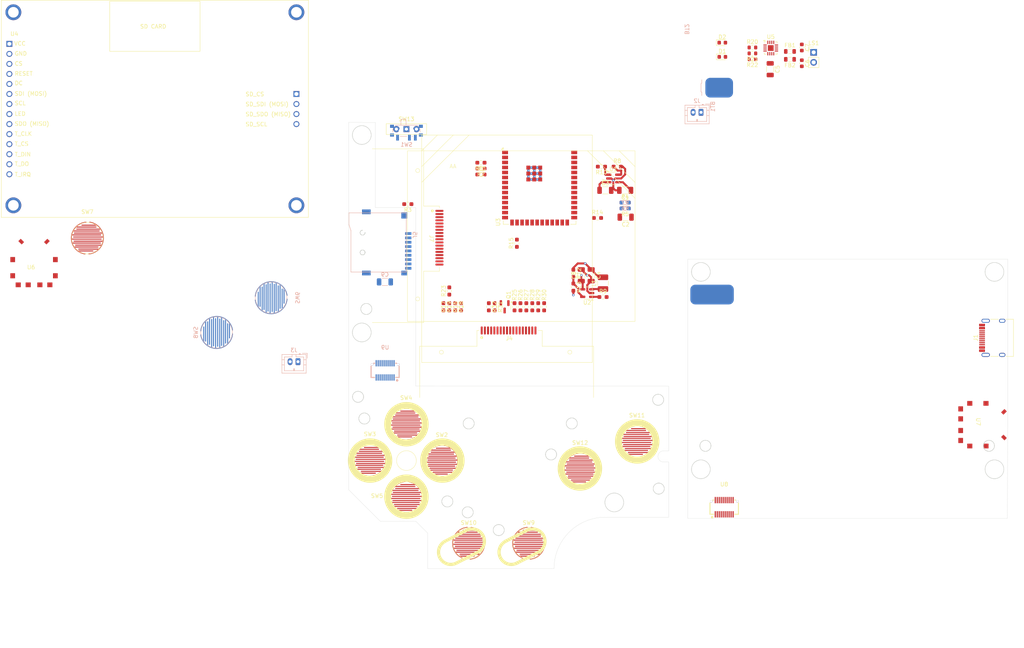
<source format=kicad_pcb>
(kicad_pcb (version 20240108) (generator "pcbnew") (generator_version "8.0")
  (layers (0 "F.Cu" signal) (31 "B.Cu" signal) (34 "B.Paste" user) (35 "F.Paste" user) (36 "B.SilkS" user "B.Silkscreen") (37 "F.SilkS" user "F.Silkscreen") (38 "B.Mask" user) (39 "F.Mask" user) (44 "Edge.Cuts" user))
  (net 0 "")
  (net 1 "GND")
  (net 2 "/VUSB")
  (net 3 "+3V3")
  (net 4 "Net-(C6-Pad1)")
  (net 5 "Net-(C7-Pad2)")
  (net 6 "Net-(D1-A)")
  (net 7 "Net-(D2-K)")
  (net 8 "Net-(U5-OUTN)")
  (net 9 "Net-(U5-OUTP)")
  (net 10 "Net-(U2-SW)")
  (net 11 "Net-(J4-Pin_10)")
  (net 12 "Net-(Q1-B)")
  (net 13 "/V_BATT")
  (net 14 "/V_BAT_ADC")
  (net 15 "/LED")
  (net 16 "Net-(J1-CC1)")
  (net 17 "Net-(J1-CC2)")
  (net 18 "Net-(J1-D--PadA7)")
  (net 19 "/D-")
  (net 20 "/D+")
  (net 21 "Net-(J1-D+-PadA6)")
  (net 22 "Net-(U1-PROG)")
  (net 23 "Net-(U2-EN)")
  (net 24 "Net-(U1-STAT)")
  (net 25 "Net-(U3-EN)")
  (net 26 "Net-(U2-FB)")
  (net 27 "/KEY_VOL_BOOT")
  (net 28 "Net-(U3-IO46)")
  (net 29 "/KEY_UP")
  (net 30 "/KEY_LEFT")
  (net 31 "/KEY_DOWN")
  (net 32 "/KEY_RIGHT")
  (net 33 "Net-(U5-GAIN_SLOT)")
  (net 34 "Net-(U5-SD_MODE)")
  (net 35 "/LCD_BCKL")
  (net 36 "/KEY_MENU")
  (net 37 "/KEY_OPTION")
  (net 38 "/KEY_START")
  (net 39 "/KEY_SELECT")
  (net 40 "/KEY_A")
  (net 41 "/KEY_B")
  (net 43 "Net-(J4-Pin_11)")
  (net 44 "/SD_MOSI")
  (net 45 "/LCD_CLK")
  (net 47 "/I2S_BCK")
  (net 51 "/I2S_WS")
  (net 52 "/SD_MISO")
  (net 53 "/LCD_RESET")
  (net 54 "/SD_CS")
  (net 57 "/LCD_MOSI")
  (net 59 "/LCD_DC")
  (net 60 "/SD_CLK")
  (net 61 "/I2S_DATA")
  (net 66 "Net-(J4-Pin_15)")
  (net 74 "Net-(J4-Pin_16)")
  (net 76 "Net-(J4-Pin_17)")
  (net 77 "Net-(J4-Pin_18)")
  (net 79 "Net-(U3-IO14)")
  (net 80 "/LCD_~{CS}")
  (net 81 "/FRONT_BUTTONS/FRONT_GND")
  (net 82 "Net-(J4-Pin_7)")
  (net 83 "Net-(BT1-+)")
  (net 87 "Net-(J6-Pin_7)")
  (net 91 "/FRONT_BUTTONS/FRONT_3V3")
  (net 92 "/FRONT_BUTTONS/FRONT_SD_MISO")
  (net 94 "/FRONT_BUTTONS/FRONT_SD_MOSI")
  (net 95 "/FRONT_BUTTONS/FRONT_SD_CS")
  (net 97 "/FRONT_BUTTONS/FRONT_SD_CLK")
  (net 98 "/FRONT_BUTTONS/KEY_RIGHT")
  (net 99 "/FRONT_BUTTONS/KEY_LEFT")
  (net 100 "/FRONT_BUTTONS/KEY_UP")
  (net 101 "/FRONT_BUTTONS/KEY_DOWN")
  (net 102 "/FRONT_BUTTONS/KEY_START")
  (net 103 "/FRONT_BUTTONS/KEY_SELECT")
  (net 104 "/FRONT_BUTTONS/KEY_A")
  (net 105 "/FRONT_BUTTONS/KEY_B")
  (net 106 "/FRONT_BUTTONS/GND")
  (net 107 "/FRONT_BUTTONS/3V3")
  (net 108 "/FRONT_BUTTONS/SD_MISO")
  (net 109 "/FRONT_BUTTONS/SD_MOSI")
  (net 110 "/FRONT_BUTTONS/SD_CS")
  (net 111 "/FRONT_BUTTONS/SD_CLK")
  (net 112 "/FRONT_BUTTONS/RIGHT")
  (net 113 "/FRONT_BUTTONS/LEFT")
  (net 114 "/FRONT_BUTTONS/UP")
  (net 115 "/FRONT_BUTTONS/DOWN")
  (net 116 "/FRONT_BUTTONS/START")
  (net 117 "/FRONT_BUTTONS/SELECT")
  (net 118 "/FRONT_BUTTONS/A")
  (net 119 "/FRONT_BUTTONS/B")
  (footprint "TheBrutzlers_Lib:RubberpadButton_250µ_250µ" (layer "F.Cu") (at 124.6 130.6)
    (property "Reference" "SW2")
    (property "Value" "SW_Push" (hide yes))
  )
  (footprint "Capacitor_SMD:C_1206_3216Metric" (layer "F.Cu") (at 171.125 68.8 180)
    (property "Reference" "C2")
    (property "Value" "4µ7")
  )
  (footprint "Resistor_SMD:R_0603_1608Metric_Pad0.98x0.95mm_HandSolder" (layer "F.Cu") (at 169 56)
    (property "Reference" "R8")
    (property "Value" "5K1")
  )
  (footprint "Resistor_SMD:R_0603_1608Metric_Pad0.98x0.95mm_HandSolder" (layer "F.Cu") (at 129.5 91.5 90)
    (property "Reference" "R16")
    (property "Value" "5K1")
  )
  (footprint "TheBrutzlers_Lib:RubberpadButton_250µ_250µ" (layer "F.Cu") (at 115.6 121.2)
    (property "Reference" "SW4")
    (property "Value" "SW_Push" (hide yes))
  )
  (footprint "Capacitor_SMD:C_0603_1608Metric" (layer "F.Cu") (at 215.71 25.8225 -90)
    (property "Reference" "C7")
    (property "Value" "220p")
  )
  (footprint "Capacitor_SMD:C_1206_3216Metric" (layer "F.Cu") (at 171 62 180)
    (property "Reference" "C1")
    (property "Value" "4µ7")
  )
  (footprint "Capacitor_SMD:C_1206_3216Metric" (layer "F.Cu") (at 166 62)
    (property "Reference" "C3")
    (property "Value" "4µ7")
  )
  (footprint "Capacitor_SMD:C_1206_3216Metric" (layer "F.Cu") (at 159.89375 83.525 90)
    (property "Reference" "C8")
    (property "Value" "4µ7")
  )
  (footprint "easyeda2kicad:CONN-SMD_20P-P0.50_INCP_IPCB05501F20S3V" (layer "F.Cu") (at 196.06635 142.26005)
    (property "Reference" "U8")
    (property "Value" "IPCB05501F20S3V")
  )
  (footprint "Resistor_SMD:R_0603_1608Metric" (layer "F.Cu") (at 203.21 28.8225 180)
    (property "Reference" "R22")
    (property "Value" "5K1")
  )
  (footprint "Resistor_SMD:R_0603_1608Metric_Pad0.98x0.95mm_HandSolder" (layer "F.Cu") (at 126.5 87.5 90)
    (property "Reference" "R23")
    (property "Value" "10")
  )
  (footprint "Resistor_SMD:R_0603_1608Metric_Pad0.98x0.95mm_HandSolder" (layer "F.Cu") (at 128 91.5 -90)
    (property "Reference" "R18")
    (property "Value" "5K1")
  )
  (footprint "Resistor_SMD:R_0603_1608Metric_Pad0.98x0.95mm_HandSolder" (layer "F.Cu") (at 164 69)
    (property "Reference" "R14")
    (property "Value" "5K1")
  )
  (footprint "Resistor_SMD:R_0603_1608Metric_Pad0.98x0.95mm_HandSolder" (layer "F.Cu") (at 149 91.5 -90)
    (property "Reference" "R29")
    (property "Value" "10")
  )
  (footprint "Resistor_SMD:R_0603_1608Metric_Pad0.98x0.95mm_HandSolder" (layer "F.Cu") (at 145.99 91.5 -90)
    (property "Reference" "R27")
    (property "Value" "10")
  )
  (footprint "TheBrutzlers_Lib:02FVS3" (layer "F.Cu") (at 263.61635 121.36005 -90)
    (property "Reference" "U7")
    (property "Value" "02FVS3")
  )
  (footprint "TheBrutzlers_Lib:RubberpadButton_250µ_250µ" (layer "F.Cu") (at 146.6 151.4)
    (property "Reference" "SW9")
    (property "Value" "SW_Push" (hide yes))
  )
  (footprint "Resistor_SMD:R_0603_1608Metric" (layer "F.Cu") (at 203.21 27.3225 180)
    (property "Reference" "R21")
    (property "Value" "5K1")
  )
  (footprint "TheBrutzlers_Lib:02FVS3" (layer "F.Cu") (at 21.399385 78.242385)
    (property "Reference" "U6")
    (property "Value" "02FVS3")
  )
  (footprint "Resistor_SMD:R_0603_1608Metric_Pad0.98x0.95mm_HandSolder" (layer "F.Cu") (at 143.6 75.4 90)
    (property "Reference" "R15")
    (property "Value" "5K1")
  )
  (footprint "Resistor_SMD:R_0603_1608Metric" (layer "F.Cu") (at 203.21 25.8225)
    (property "Reference" "R20")
    (property "Value" "5K1")
  )
  (footprint "Inductor_SMD:L_0805_2012Metric" (layer "F.Cu") (at 212.71 26.8225)
    (property "Reference" "FB1")
    (property "Value" "FerriteBead_Small")
  )
  (footprint "Package_DFN_QFN:QFN-16-1EP_3x3mm_P0.5mm_EP1.45x1.45mm" (layer "F.Cu") (at 207.85 25.9625)
    (property "Reference" "U5")
    (property "Value" "MAX98357AETE+T")
  )
  (footprint "Connector_PinHeader_2.54mm:PinHeader_1x02_P2.54mm_Vertical" (layer "F.Cu") (at 218.71 27.0475)
    (property "Reference" "LS1")
    (property "Value" "Speaker")
  )
  (footprint "Resistor_SMD:R_0603_1608Metric_Pad0.98x0.95mm_HandSolder" (layer "F.Cu") (at 165.39375 89.025)
    (property "Reference" "R9")
    (property "Value" "5K1")
  )
  (footprint "TheBrutzlers_Lib:RubberpadButton_250µ_250µ" (layer "F.Cu") (at 34.90375 74.107)
    (property "Reference" "SW7")
    (property "Value" "SW_Push" (hide yes))
  )
  (footprint "Resistor_SMD:R_0603_1608Metric_Pad0.98x0.95mm_HandSolder" (layer "F.Cu") (at 116 65.5 180)
    (property "Reference" "R3")
    (property "Value" "5K1")
  )
  (footprint "Inductor_SMD:L_0805_2012Metric" (layer "F.Cu") (at 212.71 28.8225)
    (property "Reference" "FB2")
    (property "Value" "FerriteBead_Small")
  )
  (footprint "Package_TO_SOT_SMD:SOT-23-5" (layer "F.Cu") (at 161.39375 88.025 180)
    (property "Reference" "U2")
    (property "Value" "XM5062S")
  )
  (footprint "Resistor_SMD:R_0603_1608Metric_Pad0.98x0.95mm_HandSolder" (layer "F.Cu") (at 125 91.5 -90)
    (property "Reference" "R19")
    (property "Value" "5K1")
  )
  (footprint "Inductor_SMD:L_1210_3225Metric_Pad1.42x2.65mm_HandSolder" (layer "F.Cu") (at 165.39375 85.5125 90)
    (property "Reference" "L1")
    (property "Value" "2.2µ")
  )
  (footprint "Resistor_SMD:R_0603_1608Metric_Pad0.98x0.95mm_HandSolder" (layer "F.Cu") (at 126.5 91.5 90)
    (property "Reference" "R17")
    (property "Value" "5K1")
  )
  (footprint "Resistor_SMD:R_0603_1608Metric_Pad0.98x0.95mm_HandSolder" (layer "F.Cu") (at 144.5 91.5 -90)
    (property "Reference" "R26")
    (property "Value" "10")
  )
  (footprint "Resistor_SMD:R_0603_1608Metric_Pad0.98x0.95mm_HandSolder" (layer "F.Cu") (at 134.5 55 180)
    (property "Reference" "R11")
    (property "Value" "5K1")
  )
  (footprint "Resistor_SMD:R_0603_1608Metric_Pad0.98x0.95mm_HandSolder" (layer "F.Cu") (at 143 91.5 90)
    (property "Reference" "R25")
    (property "Value" "5K1")
  )
  (footprint "Resistor_SMD:R_0603_1608Metric_Pad0.98x0.95mm_HandSolder" (layer "F.Cu") (at 136.5 91.5 -90)
    (property "Reference" "R32")
    (property "Value" "5K1")
  )
  (footprint "Capacitor_SMD:C_0603_1608Metric" (layer "F.Cu") (at 215.71 29.8225 -90)
    (property "Reference" "C6")
    (property "Value" "220p")
  )
  (footprint "Resistor_SMD:R_0603_1608Metric_Pad0.98x0.95mm_HandSolder" (layer "F.Cu") (at 165 56 180)
    (property "Reference" "R10")
    (property "Value" "5K1")
  )
  (footprint "Resistor_SMD:R_0603_1608Metric_Pad0.98x0.95mm_HandSolder" (layer "F.Cu") (at 157.89375 86.525 -90)
    (property "Reference" "R13")
    (property "Value" "100K")
  )
  (footprint "TheBrutzlers_Lib:RubberpadButton_250µ_250µ" (layer "F.Cu") (at 131.4 151.4)
    (property "Reference" "SW10")
    (property "Value" "SW_Push" (hide yes))
  )
  (footprint "Resistor_SMD:R_0603_1608Metric_Pad0.98x0.95mm_HandSolder" (layer "F.Cu") (at 157.89375 83.025 -90)
    (property "Reference" "R12")
    (property "Value" "430K")
  )
  (footprint "TheBrutzlers_Lib:ILI9341_3_2_ZOLL" (layer "F.Cu") (at 15.156 24.906)
    (property "Reference" "U4")
    (property "Value" "3_2_ZOLL_ILI9341")
  )
  (footprint "Resistor_SMD:R_0603_1608Metric_Pad0.98x0.95mm_HandSolder" (layer "F.Cu") (at 171 65.1)
    (property "Reference" "R4")
    (property "Value" "5K1")
  )
  (footprint "TheBrutzlers_Lib:RubberpadButton_250µ_250µ" (layer "F.Cu") (at 115.6 139.8)
    (property "Reference" "SW5")
    (property "Value" "SW_Push" (hide yes))
  )
  (footprint "LED_SMD:LED_0603_1608Metric" (layer "F.Cu") (at 195.6 28.2)
    (property "Reference" "D1")
    (property "Value" "LED")
  )
  (footprint "Connector_USB:USB_C_Receptacle_HRO_TYPE-C-31-M-12" (layer "F.Cu") (at 265.37635 99.36005 90)
    (property "Reference" "J1")
    (property "Value" "USB_C_Receptacle_USB2.0_16P")
  )
  (footprint "Resistor_SMD:R_0603_1608Metric_Pad0.98x0.95mm_HandSolder" (layer "F.Cu") (at 171 66.6 180)
    (property "Reference" "R5")
    (property "Value" "5K1")
  )
  (footprint "Resistor_SMD:R_0603_1608Metric_Pad0.98x0.95mm_HandSolder" (layer "F.Cu") (at 150.5 91.5 -90)
    (property "Reference" "R30")
    (property "Value" "10")
  )
  (footprint "Button_Switch_THT:SW_Slide-03_Wuerth-WS-SLTV_10x2.5x6.4_P2.54mm" (layer "F.Cu") (at 115.64 46.5)
    (property "Reference" "SW13")
    (property "Value" "SW_Wuerth_450301014042")
  )
  (footprint "Resistor_SMD:R_0603_1608Metric_Pad0.98x0.95mm_HandSolder" (layer "F.Cu") (at 134.5 58)
    (property "Reference" "R1")
    (property "Value" "100K")
  )
  (footprint "Resistor_SMD:R_0603_1608Metric_Pad0.98x0.95mm_HandSolder" (layer "F.Cu") (at 134.5 56.5 180)
    (property "Reference" "R2")
    (property "Value" "100K")
  )
  (footprint "Resistor_SMD:R_0603_1608Metric_Pad0.98x0.95mm_HandSolder" (layer "F.Cu") (at 138 91.5 -90)
    (property "Reference" "R31")
    (property "Value" "5K1")
  )
  (footprint "RF_Module:ESP32-S3-WROOM-2" (layer "F.Cu") (at 149.36 57.66)
    (property "Reference" "U3")
    (property "Value" "ESP32-S3-WROOM-2")
  )
  (footprint "Capacitor_SMD:C_1206_3216Metric" (layer "F.Cu") (at 162.39375 83.525 -90)
    (property "Reference" "C4")
    (property "Value" "4µ7")
  )
  (footprint "Resistor_SMD:R_0603_1608Metric_Pad0.98x0.95mm_HandSolder" (layer "F.Cu") (at 147.5 91.5 -90)
    (property "Reference" "R28")
    (property "Value" "10")
  )
  (footprint "LED_SMD:LED_0603_1608Metric" (layer "F.Cu") (at 195.5875 24.6)
    (property "Reference" "D2")
    (property "Value" "LED")
  )
  (footprint "Package_TO_SOT_SMD:SOT-23" (layer "F.Cu") (at 140.5 91.5 -90)
    (property "Reference" "Q1")
    (property "Value" "BC807")
  )
  (footprint "TheBrutzlers_Lib:solder connector 0.8mm 18 pin" (layer "F.Cu") (at 141.5 97.5 -90)
    (property "Reference" "J4")
    (property "Value" "Conn_01x18_Socket")
  )
  (footprint "TheBrutzlers_Lib:RubberpadButton_250µ_250µ" (layer "F.Cu") (at 106.4 130.4)
    (property "Reference" "SW3")
    (property "Value" "SW_Push" (hide yes))
  )
  (footprint "TheBrutzlers_Lib:RubberpadButton_250µ_250µ" (layer "F.Cu") (at 159.6 132.6)
    (property "Reference" "SW12")
    (property "Value" "SW_Push" (hide yes))
  )
  (footprint "TheBrutzlers_Lib:solder connector 0.8mm 18 pin" (layer "F.Cu") (at 124 74 180)
    (property "Reference" "J7")
    (property "Value" "Conn_01x18_Socket")
  )
  (footprint "Package_TO_SOT_SMD:SOT-23-5" (layer "F.Cu") (at 168 59)
    (property "Reference" "U1")
    (property "Value" "MCP73831-2-OT")
  )
  (footprint "Capacitor_SMD:C_1206_3216Metric" (layer "F.Cu") (at 207.71 31.3225 -90)
    (property "Reference" "C5")
    (property "Value" "4µ7")
  )
  (footprint "TheBrutzlers_Lib:RubberpadButton_250µ_250µ" (layer "F.Cu") (at 174 125.6 180)
    (property "Reference" "SW11")
    (property "Value" "SW_Push" (hide yes))
  )
  (footprint "Resistor_SMD:R_0603_1608Metric_Pad0.98x0.95mm_HandSolder" (layer "B.Cu") (at 171 66.6 180)
    (property "Reference" "R7")
    (property "Value" "22")
  )
  (footprint "TheBrutzlers_Lib:BATTERY_AA_SMD_PLUS" (layer "B.Cu") (at 194.8 36 -90)
    (property "Reference" "BT1")
    (property "Value" "Battery_Cell")
  )
  (footprint "Capacitor_SMD:C_1206_3216Metric" (layer "B.Cu") (at 110.2 85.2 180)
    (property "Reference" "C9")
    (property "Value" "4µ7")
  )
  (footprint "Connector_JST:JST_PH_B2B-PH-K_1x02_P2.00mm_Vertical" (layer "B.Cu") (at 190.2 42.25 180)
    (property "Reference" "J2")
    (property "Value" "Conn_01x02_Female")
  )
  (footprint "Resistor_SMD:R_0603_1608Metric_Pad0.98x0.95mm_HandSolder" (layer "B.Cu") (at 171 65.1)
    (property "Reference" "R6")
    (property "Value" "22")
  )
  (footprint "TheBrutzlers_Lib:RubberpadButton_250µ_250µ" (layer "B.Cu") (at 81.4 89.2 90)
    (property "Reference" "SW6")
    (property "Value" "SW_Push" (hide yes))
  )
  (footprint "TheBrutzlers_Lib:MicroSD_Self_ bomb" (layer "B.Cu") (at 105.1 75.2 90)
    (property "Reference" "J5")
    (property "Value" "Micro_SD_Card_CD")
  )
  (footprint "Button_Switch_SMD:SW_SPDT_PCM12" (layer "B.Cu") (at 115.65 47.22)
    (property "Reference" "SW1")
    (property "Value" "SW_DIP_x01")
  )
  (footprint "Connector_JST:JST_PH_B2B-PH-K_1x02_P2.00mm_Vertical" (layer "B.Cu") (at 88.2 105.4 180)
    (property "Reference" "J3")
    (property "Value" "Conn_01x02_Female")
  )
  (footprint "easyeda2kicad:CONN-SMD_20P-P0.50_INCP_IPCB05501M20S3V" (layer "B.Cu") (at 110.25 107.6 180)
    (property "Reference" "U9")
    (property "Value" "IPCB05501M20S3V")
  )
  (footprint "TheBrutzlers_Lib:BATTERY_AA_SMD_MINUS" (layer "B.Cu") (at 193 88.4 90)
    (property "Reference" "BT2")
    (property "Value" "Battery_Cell")
  )
  (footprint "TheBrutzlers_Lib:RubberpadButton_250µ_250µ" (layer "B.Cu") (at 67.6 98 90)
    (property "Reference" "SW8")
    (property "Value" "SW_Push" (hide yes))
  )
  (gr_circle (center 124.5 103) (end 124.5 103.5) (stroke (width 0.1)) (fill none) (layer "F.SilkS"))
  (gr_line (start 133.5 101.5) (end 133.5 97.5) (stroke (width 0.1)) (layer "F.SilkS"))
  (gr_circle (center 118.5 57) (end 118 57) (stroke (width 0.1)) (fill none) (layer "F.SilkS"))
  (gr_line (start 163 101.5) (end 163 114.5) (stroke (width 0.1)) (layer "F.SilkS"))
  (gr_line (start 173.5 60) (end 165.5 52) (stroke (width 0.1)) (layer "F.SilkS"))
  (gr_line (start 134 97.5) (end 133.5 97.5) (stroke (width 0.1)) (layer "F.SilkS"))
  (gr_circle (center 115.65 121.25) (end 120.4 121.25) (stroke (width 1.75)) (fill none) (layer "F.SilkS"))
  (gr_arc (start 128.443126 156.33) (mid 124.196563 155.179063) (end 125.3475 150.9325) (stroke (width 0.8128)) (layer "F.SilkS"))
  (gr_line (start 119 101.5) (end 133.5 101.5) (stroke (width 0.1)) (layer "F.SilkS"))
  (gr_line (start 131.5 48) (end 119.5 60) (stroke (width 0.1)) (layer "F.SilkS"))
  (gr_line (start 119.5 52) (end 123.5 48) (stroke (width 0.1)) (layer "F.SilkS"))
  (gr_line (start 128.443125 156.33) (end 133.76125 153.63125) (stroke (width 0.8128)) (layer "F.SilkS"))
  (gr_circle (center 174.05 125.6) (end 178.8 125.6) (stroke (width 1.75)) (fill none) (layer "F.SilkS"))
  (gr_circle (center 124.75 130.45) (end 129.5 130.45) (stroke (width 1.75)) (fill none) (layer "F.SilkS"))
  (gr_line (start 119 101.5) (end 119 114.5) (stroke (width 0.1)) (layer "F.SilkS"))
  (gr_line (start 120 66) (end 124 66) (stroke (width 0.1)) (layer "F.SilkS"))
  (gr_line (start 149 97.5) (end 150 97.5) (stroke (width 0.1)) (layer "F.SilkS"))
  (gr_line (start 120 82.5) (end 120 95.5) (stroke (width 0.1)) (layer "F.SilkS"))
  (gr_circle (center 115.65 139.6) (end 120.4 139.6) (stroke (width 1.75)) (fill none) (layer "F.SilkS"))
  (gr_line (start 130.745 148.154375) (end 125.3475 150.9325) (stroke (width 0.8128)) (layer "F.SilkS"))
  (gr_arc (start 130.745 148.154375) (mid 134.991562 149.384687) (end 133.76125 153.631249) (stroke (width 0.8128)) (layer "F.SilkS"))
  (gr_line (start 150 101.5) (end 163 101.5) (stroke (width 0.1)) (layer "F.SilkS"))
  (gr_line (start 173.5 64) (end 161.5 52) (stroke (width 0.1)) (layer "F.SilkS"))
  (gr_line (start 120 95.5) (end 107 95.5) (stroke (width 0.1)) (layer "F.SilkS"))
  (gr_line (start 120 51.5) (end 107 51.5) (stroke (width 0.1)) (layer "F.SilkS"))
  (gr_line (start 127.5 48) (end 119.5 56) (stroke (width 0.1)) (layer "F.SilkS"))
  (gr_circle (center 106.45 130.45) (end 111.2 130.45) (stroke (width 1.75)) (fill none) (layer "F.SilkS"))
  (gr_line (start 146.064375 148.154375) (end 140.666875 150.9325) (stroke (width 0.8128)) (layer "F.SilkS"))
  (gr_line (start 124 66.5) (end 124 66) (stroke (width 0.1)) (layer "F.SilkS"))
  (gr_circle (center 118.5 89.5) (end 118 89.5) (stroke (width 0.1)) (fill none) (layer "F.SilkS"))
  (gr_line (start 120 51.5) (end 120 66) (stroke (width 0.1)) (layer "F.SilkS"))
  (gr_line (start 169.5 52) (end 173.5 56) (stroke (width 0.1)) (layer "F.SilkS"))
  (gr_rect (start 115.9 52) (end 173.5 95.2) (stroke (width 0.1)) (fill none) (layer "F.SilkS"))
  (gr_line (start 124 81.5) (end 124 82.5) (stroke (width 0.1)) (layer "F.SilkS"))
  (gr_arc (start 143.762501 156.33) (mid 139.515938 155.179063) (end 140.666875 150.9325) (stroke (width 0.8128)) (layer "F.SilkS"))
  (gr_arc (start 146.064375 148.154375) (mid 150.310937 149.384687) (end 149.080625 153.631249) (stroke (width 0.8128)) (layer "F.SilkS"))
  (gr_line (start 143.7625 156.33) (end 149.080625 153.63125) (stroke (width 0.8128)) (layer "F.SilkS"))
  (gr_circle (center 159.55 132.45) (end 164.3 132.45) (stroke (width 1.75)) (fill none) (layer "F.SilkS"))
  (gr_line (start 150 97.5) (end 150 101.5) (stroke (width 0.1)) (layer "F.SilkS"))
  (gr_rect (start 119.5 48) (end 162.7 105.6) (stroke (width 0.1)) (fill none) (layer "F.SilkS"))
  (gr_circle (center 115.65 130.45) (end 118.15 130.45) (stroke (width 0.1)) (fill none) (layer "F.SilkS"))
  (gr_circle (center 157 103) (end 157 103.5) (stroke (width 0.1)) (fill none) (layer "F.SilkS"))
  (gr_line (start 124 82.5) (end 120 82.5) (stroke (width 0.1)) (layer "F.SilkS"))
  (gr_line (start 266.79575 133.12335) (end 266.78365 133.18045) (stroke (width 0.1)) (layer "Edge.Cuts"))
  (gr_line (start 104.2917 50.3743) (end 104.2335 50.3721) (stroke (width 0.1)) (layer "Edge.Cuts"))
  (gr_line (start 264.69915 135.02365) (end 264.64105 135.02865) (stroke (width 0.1)) (layer "Edge.Cuts"))
  (gr_line (start 132.5245 121.884) (end 132.5037 121.9113) (stroke (width 0.1)) (layer "Edge.Cuts"))
  (gr_line (start 104.7105 77.1289) (end 104.7256 77.1333) (stroke (width 0.1)) (layer "Edge.Cuts"))
  (gr_line (start 130.1846 144.5639) (end 130.1601 144.5399) (stroke (width 0.1)) (layer "Edge.Cuts"))
  (gr_line (start 180.6299 114.4827) (end 180.6434 114.5142) (stroke (width 0.1)) (layer "Edge.Cuts"))
  (gr_line (start 191.18175 80.51305) (end 191.23415 80.53865) (stroke (width 0.1)) (layer "Edge.Cuts"))
  (gr_line (start 131.3214 142.1605) (end 131.3554 142.1652) (stroke (width 0.1)) (layer "Edge.Cuts"))
  (gr_line (start 132.5231 143.8231) (end 132.516 143.8567) (stroke (width 0.1)) (layer "Edge.Cuts"))
  (gr_line (start 151.5599 127.6819) (end 151.59 127.6653) (stroke (width 0.1)) (layer "Edge.Cuts"))
  (gr_line (start 131.8401 144.7681) (end 131.81 144.7847) (stroke (width 0.1)) (layer "Edge.Cuts"))
  (gr_line (start 263.19575 130.65355) (end 263.24535 130.62295) (stroke (width 0.1)) (layer "Edge.Cuts"))
  (gr_line (start 130.4101 122.0399) (end 130.3861 122.0154) (stroke (width 0.1)) (layer "Edge.Cuts"))
  (gr_line (start 129.7517 143.6187) (end 129.7504 143.5844) (stroke (width 0.1)) (layer "Edge.Cuts"))
  (gr_line (start 187.86255 83.23715) (end 187.84905 83.18045) (stroke (width 0.1)) (layer "Edge.Cuts"))
  (gr_line (start 104.4448 72.1138) (end 104.4604 72.1115) (stroke (width 0.1)) (layer "Edge.Cuts"))
  (gr_line (start 103.6017 119.8687) (end 103.6004 119.8344) (stroke (width 0.1)) (layer "Edge.Cuts"))
  (gr_line (start 105.0783 77.4083) (end 105.0862 77.4219) (stroke (width 0.1)) (layer "Edge.Cuts"))
  (gr_line (start 264.23045 127.48785) (end 264.21095 127.51615) (stroke (width 0.1)) (layer "Edge.Cuts"))
  (gr_line (start 104.8417 72.182) (end 104.8555 72.1897) (stroke (width 0.1)) (layer "Edge.Cuts"))
  (gr_line (start 102.4777 46.5388) (end 102.5141 46.4933) (stroke (width 0.1)) (layer "Edge.Cuts"))
  (gr_line (start 129.7706 143.3107) (end 129.7769 143.2769) (stroke (width 0.1)) (layer "Edge.Cuts"))
  (gr_line (start 130.0054 144.3561) (end 129.9859 144.3278) (stroke (width 0.1)) (layer "Edge.Cuts"))
  (gr_line (start 264.92965 134.98945) (end 264.87235 135.00005) (stroke (width 0.1)) (layer "Edge.Cuts"))
  (gr_line (start 182 130.8) (end 182 144.8) (stroke (width 0.05)) (layer "Edge.Cuts"))
  (gr_line (start 102.5516 96.4487) (end 102.5902 96.405) (stroke (width 0.1)) (layer "Edge.Cuts"))
  (gr_line (start 131.5372 122.4433) (end 131.503 122.4462) (stroke (width 0.1)) (layer "Edge.Cuts"))
  (gr_line (start 192.48045 127.48785) (end 192.46095 127.51615) (stroke (width 0.1)) (layer "Edge.Cuts"))
  (gr_line (start 104.1172 95.6364) (end 104.1753 95.6314) (stroke (width 0.1)) (layer "Edge.Cuts"))
  (gr_line (start 106.2576 99.4148) (end 106.2223 99.4612) (stroke (width 0.1)) (layer "Edge.Cuts"))
  (gr_line (start 102.7987 49.7984) (end 102.755 49.7598) (stroke (width 0.1)) (layer "Edge.Cuts"))
  (gr_line (start 106.69 47.594) (end 106.6993 47.6515) (stroke (width 0.1)) (layer "Edge.Cuts"))
  (gr_line (start 106.4899 91.0601) (end 106.5139 91.0846) (stroke (width 0.1)) (layer "Edge.Cuts"))
  (gr_line (start 178.4399 138.4644) (end 178.4178 138.4382) (stroke (width 0.1)) (layer "Edge.Cuts"))
  (gr_line (start 192.48365 132.13965) (end 192.49575 132.19675) (stroke (width 0.1)) (layer "Edge.Cuts"))
  (gr_line (start 190.01015 126.20615) (end 190.02295 126.17425) (stroke (width 0.1)) (layer "Edge.Cuts"))
  (gr_line (start 158.3061 119.9054) (end 158.334 119.9255) (stroke (width 0.1)) (layer "Edge.Cuts"))
  (gr_line (start 130.49 144.7847) (end 130.4599 144.7681) (stroke (width 0.1)) (layer "Edge.Cuts"))
  (gr_line (start 140.0601 147.1356) (end 140.0822 147.1618) (stroke (width 0.1)) (layer "Edge.Cuts"))
  (gr_line (start 130.4101 120.0601) (end 130.4346 120.0361) (stroke (width 0.1)) (layer "Edge.Cuts"))
  (gr_line (start 265.15575 84.93275) (end 265.09975 84.94905) (stroke (width 0.1)) (layer "Edge.Cuts"))
  (gr_line (start 139.8061 146.9054) (end 139.834 146.9255) (stroke (width 0.1)) (layer "Edge.Cuts"))
  (gr_line (start 102.4598 115.3373) (end 102.4346 115.3139) (stroke (width 0.1)) (layer "Edge.Cuts"))
  (gr_line (start 131.3893 144.9294) (end 131.3554 144.9348) (stroke (width 0.1)) (layer "Edge.Cuts"))
  (gr_line (start 104.2512 78.2837) (end 104.2374 78.2762) (stroke (width 0.1)) (layer "Edge.Cuts"))
  (gr_line (start 138.4642 149.3434) (end 138.4327 149.3299) (stroke (width 0.1)) (layer "Edge.Cuts"))
  (gr_line (start 103.0305 49.9747) (end 102.9825 49.9418) (stroke (width 0.1)) (layer "Edge.Cuts"))
  (gr_line (start 169.0501 138.8138) (end 169.1048 138.8341) (stroke (width 0.1)) (layer "Edge.Cuts"))
  (gr_line (start 180.4654 138.5639) (end 180.4402 138.5873) (stroke (width 0.1)) (layer "Edge.Cuts"))
  (gr_line (start 126.9402 139.7627) (end 126.9654 139.7861) (stroke (width 0.1)) (layer "Edge.Cuts"))
  (gr_line (start 104.9313 121.1983) (end 104.897 121.1962) (stroke (width 0.1)) (layer "Edge.Cuts"))
  (gr_line (start 263.09885 84.60185) (end 263.05155 84.56765) (stroke (width 0.1)) (layer "Edge.Cuts"))
  (gr_line (start 158.8731 120.7769) (end 158.8794 120.8107) (stroke (width 0.1)) (layer "Edge.Cuts"))
  (gr_line (start 104.3705 118.5495) (end 104.4014 118.5344) (stroke (width 0.1)) (layer "Edge.Cuts"))
  (gr_line (start 262.74625 131.02235) (end 262.78695 130.98065) (stroke (width 0.1)) (layer "Edge.Cuts"))
  (gr_line (start 106.3731 119.5269) (end 106.3794 119.5607) (stroke (width 0.1)) (layer "Edge.Cuts"))
  (gr_line (start 106.7008 91.3303) (end 106.7181 91.3599) (stroke (width 0.1)) (layer "Edge.Cuts"))
  (gr_line (start 156.3172 120.301) (end 156.3359 120.2722) (stroke (width 0.1)) (layer "Edge.Cuts"))
  (gr_line (start 264.08025 125.74465) (end 264.10365 125.76985) (stroke (width 0.1)) (layer "Edge.Cuts"))
  (gr_line (start 106.3565 99.2706) (end 106.3247 99.3195) (stroke (width 0.1)) (layer "Edge.Cuts"))
  (gr_line (start 102.0007 48.3485) (end 101.9929 48.2907) (stroke (width 0.1)) (layer "Edge.Cuts"))
  (gr_line (start 189.92015 126.60705) (end 189.92305 126.57285) (stroke (width 0.1)) (layer "Edge.Cuts"))
  (gr_line (start 262.29515 133.62245) (end 262.27215 133.56895) (stroke (width 0.1)) (layer "Edge.Cuts"))
  (gr_line (start 167.029 139.0129) (end 167.0794 138.9835) (stroke (width 0.1)) (layer "Edge.Cuts"))
  (gr_line (start 127.0822 139.9118) (end 127.1037 139.9387) (stroke (width 0.1)) (layer "Edge.Cuts"))
  (gr_line (start 180.2778 138.7141) (end 180.249 138.7328) (stroke (width 0.1)) (layer "Edge.Cuts"))
  (gr_line (start 102.4424 49.4148) (end 102.4082 49.3675) (stroke (width 0.1)) (layer "Edge.Cuts"))
  (gr_line (start 156.751 122.2328) (end 156.7222 122.2141) (stroke (width 0.1)) (layer "Edge.Cuts"))
  (gr_line (start 179.8858 113.7566) (end 179.9173 113.7701) (stroke (width 0.1)) (layer "Edge.Cuts"))
  (gr_line (start 132.5294 143.7893) (end 132.5231 143.8231) (stroke (width 0.1)) (layer "Edge.Cuts"))
  (gr_line (start 190.08165 126.05005) (end 190.09825 126.01995) (stroke (width 0.1)) (layer "Edge.Cuts"))
  (gr_line (start 190.71775 127.97565) (end 190.68685 127.96055) (stroke (width 0.1)) (layer "Edge.Cuts"))
  (gr_line (start 180.0401 116.2681) (end 180.01 116.2847) (stroke (width 0.1)) (layer "Edge.Cuts"))
  (gr_line (start 132.2882 122.1322) (end 132.2613 122.1537) (stroke (width 0.1)) (layer "Edge.Cuts"))
  (gr_line (start 105.0284 93.3682) (end 104.9961 93.3562) (stroke (width 0.1)) (layer "Edge.Cuts"))
  (gr_line (start 265.15575 134.93275) (end 265.09975 134.94905) (stroke (width 0.1)) (layer "Edge.Cuts"))
  (gr_line (start 104.1269 92.3231) (end 104.1206 92.2893) (stroke (width 0.1)) (layer "Edge.Cuts"))
  (gr_line (start 103.8064 112.9603) (end 103.8392 112.9707) (stroke (width 0.1)) (layer "Edge.Cuts"))
  (gr_line (start 105.1266 77.9546) (end 105.1208 77.9693) (stroke (width 0.1)) (layer "Edge.Cuts"))
  (gr_line (start 103.6269 120.0731) (end 103.6206 120.0393) (stroke (width 0.1)) (layer "Edge.Cuts"))
  (gr_line (start 104.2102 73.2601) (end 104.197 73.2515) (stroke (width 0.1)) (layer "Edge.Cuts"))
  (gr_line (start 140.1828 147.301) (end 140.2008 147.3303) (stroke (width 0.1)) (layer "Edge.Cuts"))
  (gr_line (start 130.1201 121.6173) (end 130.1066 121.5858) (stroke (width 0.1)) (layer "Edge.Cuts"))
  (gr_line (start 131.4687 122.4483) (end 131.4344 122.4496) (stroke (width 0.1)) (layer "Edge.Cuts"))
  (gr_line (start 104.9919 73.1659) (end 104.9807 73.1771) (stroke (width 0.1)) (layer "Edge.Cuts"))
  (gr_line (start 132.5828 121.799) (end 132.5641 121.8278) (stroke (width 0.1)) (layer "Edge.Cuts"))
  (gr_line (start 102.0949 48.745) (end 102.0773 48.6894) (stroke (width 0.1)) (layer "Edge.Cuts"))
  (gr_line (start 152.6234 127.5507) (end 152.6564 127.5603) (stroke (width 0.1)) (layer "Edge.Cuts"))
  (gr_line (start 101.9814 48.1747) (end 101.9779 48.1165) (stroke (width 0.1)) (layer "Edge.Cuts"))
  (gr_line (start 189.53295 80.37105) (end 189.58925 80.35625) (stroke (width 0.1)) (layer "Edge.Cuts"))
  (gr_line (start 137.6206 147.8107) (end 137.6269 147.7769) (stroke (width 0.1)) (layer "Edge.Cuts"))
  (gr_line (start 130.2356 142.4899) (end 130.2618 142.4678) (stroke (width 0.1)) (layer "Edge.Cuts"))
  (gr_line (start 152.3872 130.2933) (end 152.353 130.2962) (stroke (width 0.1)) (layer "Edge.Cuts"))
  (gr_line (start 262.10275 132.42725) (end 262.10925 132.36935) (stroke (width 0.1)) (layer "Edge.Cuts"))
  (gr_line (start 188.75155 80.75245) (end 188.79885 80.71825) (stroke (width 0.1)) (layer "Edge.Cuts"))
  (gr_line (start 165.961 141.6834) (end 165.9462 141.6271) (stroke (width 0.1)) (layer "Edge.Cuts"))
  (gr_line (start 140.1245 148.884) (end 140.1037 148.9113) (stroke (width 0.1)) (layer "Edge.Cuts"))
  (gr_line (start 262.14905 132.13965) (end 262.16255 132.08295) (stroke (width 0.1)) (layer "Edge.Cuts"))
  (gr_line (start 103.9182 72.7468) (end 103.918 72.731) (stroke (width 0.1)) (layer "Edge.Cuts"))
  (gr_line (start 166.9305 143.0247) (end 166.8825 142.9918) (stroke (width 0.1)) (layer "Edge.Cuts"))
  (gr_line (start 180.0986 136.2844) (end 180.1295 136.2995) (stroke (width 0.1)) (layer "Edge.Cuts"))
  (gr_line (start 140.2347 148.71) (end 140.2181 148.7401) (stroke (width 0.1)) (layer "Edge.Cuts"))
  (gr_line (start 103.9746 77.471) (end 103.9814 77.4568) (stroke (width 0.1)) (layer "Edge.Cuts"))
  (gr_line (start 140.3933 147.9128) (end 140.3962 147.947) (stroke (width 0.1)) (layer "Edge.Cuts"))
  (gr_line (start 105.1419 72.9098) (end 105.1372 72.9249) (stroke (width 0.1)) (layer "Edge.Cuts"))
  (gr_line (start 104.0478 77.3497) (end 104.0575 77.3374) (stroke (width 0.1)) (layer "Edge.Cuts"))
  (gr_line (start 106.5862 98.8001) (end 106.5659 98.8548) (stroke (width 0.1)) (layer "Edge.Cuts"))
  (gr_line (start 104.8137 78.2943) (end 104.7994 78.301) (stroke (width 0.1)) (layer "Edge.Cuts"))
  (gr_line (start 265.63695 130.59355) (end 265.68735 130.62295) (stroke (width 0.1)) (layer "Edge.Cuts"))
  (gr_line (start 126.749 141.9828) (end 126.7197 142.0008) (stroke (width 0.1)) (layer "Edge.Cuts"))
  (gr_line (start 153.3101 129.8144) (end 153.2873 129.8402) (stroke (width 0.1)) (layer "Edge.Cuts"))
  (gr_line (start 125.0346 139.7861) (end 125.0598 139.7627) (stroke (width 0.1)) (layer "Edge.Cuts"))
  (gr_line (start 137.8963 148.9113) (end 137.8755 148.884) (stroke (width 0.1)) (layer "Edge.Cuts"))
  (gr_line (start 152.8795 127.6495) (end 152.91 127.6653) (stroke (width 0.1)) (layer "Edge.Cuts"))
  (gr_line (start 180.3873 114.1098) (end 180.4101 114.1356) (stroke (width 0.1)) (layer "Edge.Cuts"))
  (gr_line (start 192.17285 81.38945) (end 192.20345 81.43905) (stroke (width 0.1)) (layer "Edge.Cuts"))
  (gr_line (start 188.61505 130.86165) (end 188.65965 130.82415) (stroke (width 0.1)) (layer "Edge.Cuts"))
  (gr_line (start 104.5247 50.3686) (end 104.4665 50.3721) (stroke (width 0.1)) (layer "Edge.Cuts"))
  (gr_line (start 104.2938 77.1578) (end 104.3084 77.1517) (stroke (width 0.1)) (layer "Edge.Cuts"))
  (gr_line (start 102.8433 99.8359) (end 102.7987 99.7984) (stroke (width 0.1)) (layer "Edge.Cuts"))
  (gr_line (start 104.4918 73.3539) (end 104.4761 73.3524) (stroke (width 0.1)) (layer "Edge.Cuts"))
  (gr_line (start 180.2644 113.9899) (end 180.2902 114.0127) (stroke (width 0.1)) (layer "Edge.Cuts"))
  (gr_line (start 105.0132 73.1427) (end 105.0027 73.1545) (stroke (width 0.1)) (layer "Edge.Cuts"))
  (gr_line (start 104.6008 115.0197) (end 104.5828 115.049) (stroke (width 0.1)) (layer "Edge.Cuts"))
  (gr_line (start 131.4231 142.1769) (end 131.4567 142.184) (stroke (width 0.1)) (layer "Edge.Cuts"))
  (gr_line (start 188.84685 130.68535) (end 188.89575 130.65355) (stroke (width 0.1)) (layer "Edge.Cuts"))
  (gr_line (start 180.8794 137.7893) (end 180.8731 137.8231) (stroke (width 0.1)) (layer "Edge.Cuts"))
  (gr_line (start 191.96475 134.21135) (end 191.92615 134.25505) (stroke (width 0.1)) (layer "Edge.Cuts"))
  (gr_line (start 188.15985 133.93065) (end 188.12925 133.88105) (stroke (width 0.1)) (layer "Edge.Cuts"))
  (gr_line (start 192.69575 126.47075) (end 192.70115 126.50465) (stroke (width 0.1)) (layer "Edge.Cuts"))
  (gr_line (start 131.6858 142.2566) (end 131.7173 142.2701) (stroke (width 0.1)) (layer "Edge.Cuts"))
  (gr_line (start 168.9394 138.7773) (end 168.995 138.7949) (stroke (width 0.1)) (layer "Edge.Cuts"))
  (gr_line (start 132.5496 143.5844) (end 132.5483 143.6187) (stroke (width 0.1)) (layer "Edge.Cuts"))
  (gr_line (start 132.3328 144.299) (end 132.3141 144.3278) (stroke (width 0.1)) (layer "Edge.Cuts"))
  (gr_line (start 180.5328 114.301) (end 180.5508 114.3303) (stroke (width 0.1)) (layer "Edge.Cuts"))
  (gr_line (start 104.4604 73.3505) (end 104.4448 73.3482) (stroke (width 0.1)) (layer "Edge.Cuts"))
  (gr_line (start 190.91135 130.40495) (end 190.96645 130.42385) (stroke (width 0.1)) (layer "Edge.Cuts"))
  (gr_line (start 151.59 130.1347) (end 151.5599 130.1181) (stroke (width 0.1)) (layer "Edge.Cuts"))
  (gr_line (start 190.08165 127.37005) (end 190.06585 127.33955) (stroke (width 0.1)) (layer "Edge.Cuts"))
  (gr_line (start 106.6673 48.5204) (end 106.6538 48.5771) (stroke (width 0.1)) (layer "Edge.Cuts"))
  (gr_line (start 106.6993 48.3485) (end 106.69 48.406) (stroke (width 0.1)) (layer "Edge.Cuts"))
  (gr_line (start 126.5986 142.0656) (end 126.5673 142.0799) (stroke (width 0.1)) (layer "Edge.Cuts"))
  (gr_line (start 262.70655 131.06505) (end 262.74625 131.02235) (stroke (width 0.1)) (layer "Edge.Cuts"))
  (gr_line (start 104.751 93.2328) (end 104.7222 93.2141) (stroke (width 0.1)) (layer "Edge.Cuts"))
  (gr_line (start 102.5387 113.1963) (end 102.566 113.1755) (stroke (width 0.1)) (layer "Edge.Cuts"))
  (gr_line (start 104.2938 78.3042) (end 104.2795 78.2977) (stroke (width 0.1)) (layer "Edge.Cuts"))
  (gr_line (start 178.8705 136.2995) (end 178.9014 136.2844) (stroke (width 0.1)) (layer "Edge.Cuts"))
  (gr_line (start 151.1678 128.0118) (end 151.1899 127.9856) (stroke (width 0.1)) (layer "Edge.Cuts"))
  (gr_line (start 104.7105 72.1289) (end 104.7256 72.1333) (stroke (width 0.1)) (layer "Edge.Cuts"))
  (gr_line (start 178.2992 136.8303) (end 178.3172 136.801) (stroke (width 0.1)) (layer "Edge.Cuts"))
  (gr_line (start 131.81 142.3153) (end 131.8401 142.3319) (stroke (width 0.1)) (layer "Edge.Cuts"))
  (gr_line (start 104.3379 78.3214) (end 104.3231 78.316) (stroke (width 0.1)) (layer "Edge.Cuts"))
  (gr_line (start 187.79775 132.83475) (end 187.79425 132.77655) (stroke (width 0.1)) (layer "Edge.Cuts"))
  (gr_line (start 261.98415 127.59825) (end 261.96265 127.57135) (stroke (width 0.1)) (layer "Edge.Cuts"))
  (gr_line (start 191.84575 80.98065) (end 191.88645 81.02235) (stroke (width 0.1)) (layer "Edge.Cuts"))
  (gr_line (start 105.8734 90.7007) (end 105.9064 90.7103) (stroke (width 0.1)) (layer "Edge.Cuts"))
  (gr_line (start 106.7136 48.2328) (end 106.7071 48.2907) (stroke (width 0.1)) (layer "Edge.Cuts"))
  (gr_line (start 129.8438 144.0539) (end 129.8318 144.0216) (stroke (width 0.1)) (layer "Edge.Cuts"))
  (gr_line (start 166.0788 142.0124) (end 166.0558 141.9589) (stroke (width 0.1)) (layer "Edge.Cuts"))
  (gr_line (start 105.8567 96.1641) (end 105.9013 96.2016) (stroke (width 0.1)) (layer "Edge.Cuts"))
  (gr_line (start 132.4993 143.1766) (end 132.508 143.2098) (stroke (width 0.1)) (layer "Edge.Cuts"))
  (gr_line (start 264.44575 126.94935) (end 264.43945 126.98315) (stroke (width 0.1)) (layer "Edge.Cuts"))
  (gr_line (start 105.9392 90.7207) (end 105.9716 90.7318) (stroke (width 0.1)) (layer "Edge.Cuts"))
  (gr_line (start 139.4064 149.3897) (end 139.3734 149.3993) (stroke (width 0.1)) (layer "Edge.Cuts"))
  (gr_line (start 132.7895 121.2214) (end 132.7848 121.2554) (stroke (width 0.1)) (layer "Edge.Cuts"))
  (gr_line (start 187.79775 132.48535) (end 187.80275 132.42725) (stroke (width 0.1)) (layer "Edge.Cuts"))
  (gr_line (start 169.7567 139.2141) (end 169.8013 139.2516) (stroke (width 0.1)) (layer "Edge.Cuts"))
  (gr_line (start 102.4598 113.2627) (end 102.4856 113.2399) (stroke (width 0.1)) (layer "Edge.Cuts"))
  (gr_line (start 266.58775 81.59225) (end 266.61335 81.64465) (stroke (width 0.1)) (layer "Edge.Cuts"))
  (gr_line (start 191.07525 130.46585) (end 191.12875 130.48885) (stroke (width 0.1)) (layer "Edge.Cuts"))
  (gr_line (start 103.8296 100.3173) (end 103.7729 100.3038) (stroke (width 0.1)) (layer "Edge.Cuts"))
  (gr_line (start 126.9654 141.8139) (end 126.9402 141.8373) (stroke (width 0.1)) (layer "Edge.Cuts"))
  (gr_line (start 187.97215 81.75115) (end 187.99515 81.69765) (stroke (width 0.1)) (layer "Edge.Cuts"))
  (gr_line (start 188.12925 81.43905) (end 188.15985 81.38945) (stroke (width 0.1)) (layer "Edge.Cuts"))
  (gr_line (start 189.99165 135.02865) (end 189.93355 135.02365) (stroke (width 0.1)) (layer "Edge.Cuts"))
  (gr_line (start 139.1714 146.6605) (end 139.2054 146.6652) (stroke (width 0.1)) (layer "Edge.Cuts"))
  (gr_line (start 263.55745 130.46585) (end 263.61155 130.44415) (stroke (width 0.1)) (layer "Edge.Cuts"))
  (gr_line (start 102.0007 98.3485) (end 101.9929 98.2907) (stroke (width 0.1)) (layer "Edge.Cuts"))
  (gr_line (start 132.3654 122.0639) (end 132.3402 122.0873) (stroke (width 0.1)) (layer "Edge.Cuts"))
  (gr_line (start 266.53285 133.83065) (end 266.50345 133.88105) (stroke (width 0.1)) (layer "Edge.Cuts"))
  (gr_line (start 130.1066 121.5858) (end 130.0938 121.5539) (stroke (width 0.1)) (layer "Edge.Cuts"))
  (gr_line (start 263.88925 130.35625) (end 263.94595 130.34275) (stroke (width 0.1)) (layer "Edge.Cuts"))
  (gr_line (start 106.358 119.4598) (end 106.366 119.4933) (stroke (width 0.1)) (layer "Edge.Cuts"))
  (gr_line (start 104.2335 100.3721) (end 104.1753 100.3686) (stroke (width 0.1)) (layer "Edge.Cuts"))
  (gr_line (start 266.22615 131.06505) (end 266.26475 131.10875) (stroke (width 0.1)) (layer "Edge.Cuts"))
  (gr_line (start 103.8172 120.549) (end 103.7992 120.5197) (stroke (width 0.1)) (layer "Edge.Cuts"))
  (gr_line (start 104.9656 121.1996) (end 104.9313 121.1983) (stroke (width 0.1)) (layer "Edge.Cuts"))
  (gr_line (start 188.79885 84.60185) (end 188.75155 84.56765) (stroke (width 0.1)) (layer "Edge.Cuts"))
  (gr_line (start 103.9673 113.0201) (end 103.9986 113.0344) (stroke (width 0.1)) (layer "Edge.Cuts"))
  (gr_line (start 180.4899 136.5601) (end 180.5139 136.5846) (stroke (width 0.1)) (layer "Edge.Cuts"))
  (gr_line (start 130.7436 142.2103) (end 130.7766 142.2007) (stroke (width 0.1)) (layer "Edge.Cuts"))
  (gr_line (start 103.7495 120.4295) (end 103.7344 120.3986) (stroke (width 0.1)) (layer "Edge.Cuts"))
  (gr_line (start 104.197 73.2515) (end 104.184 73.2426) (stroke (width 0.1)) (layer "Edge.Cuts"))
  (gr_line (start 158.2197 119.8492) (end 158.249 119.8672) (stroke (width 0.1)) (layer "Edge.Cuts"))
  (gr_line (start 178.0007 114.6766) (end 178.0103 114.6436) (stroke (width 0.1)) (layer "Edge.Cuts"))
  (gr_line (start 264.98675 84.97735) (end 264.92965 84.98945) (stroke (width 0.1)) (layer "Edge.Cuts"))
  (gr_line (start 192.53495 82.83475) (end 192.52995 82.89285) (stroke (width 0.1)) (layer "Edge.Cuts"))
  (gr_line (start 103.9746 77.991) (end 103.9683 77.9765) (stroke (width 0.1)) (layer "Edge.Cuts"))
  (gr_line (start 156.2066 121.5858) (end 156.1938 121.5539) (stroke (width 0.1)) (layer "Edge.Cuts"))
  (gr_line (start 192.33025 125.74465) (end 192.35365 125.76985) (stroke (width 0.1)) (layer "Edge.Cuts"))
  (gr_line (start 180.184 116.1745) (end 180.1561 116.1946) (stroke (width 0.1)) (layer "Edge.Cuts"))
  (gr_line (start 178.4861 136.5846) (end 178.5101 136.5601) (stroke (width 0.1)) (layer "Edge.Cuts"))
  (gr_line (start 105.4064 121.1397) (end 105.3734 121.1493) (stroke (width 0.1)) (layer "Edge.Cuts"))
  (gr_line (start 179.4313 138.9483) (end 179.397 138.9462) (stroke (width 0.1)) (layer "Edge.Cuts"))
  (gr_line (start 266.40815 131.29255) (end 266.44105 131.34055) (stroke (width 0.1)) (layer "Edge.Cuts"))
  (gr_line (start 263.37305 125.34405) (end 263.40655 125.35205) (stroke (width 0.1)) (layer "Edge.Cuts"))
  (gr_line (start 131.2628 122.4433) (end 131.2286 122.4395) (stroke (width 0.1)) (layer "Edge.Cuts"))
  (gr_line (start 105.6372 93.4433) (end 105.603 93.4462) (stroke (width 0.1)) (layer "Edge.Cuts"))
  (gr_line (start 153.6496 128.9344) (end 153.6483 128.9687) (stroke (width 0.1)) (layer "Edge.Cuts"))
  (gr_line (start 127.3293 140.3608) (end 127.3397 140.3936) (stroke (width 0.1)) (layer "Edge.Cuts"))
  (gr_line (start 265.97305 84.49595) (end 265.92755 84.53235) (stroke (width 0.1)) (layer "Edge.Cuts"))
  (gr_line (start 106.1245 118.966) (end 106.1446 118.9939) (stroke (width 0.1)) (layer "Edge.Cuts"))
  (gr_line (start 264.40805 85.03435) (end 264.34985 85.03215) (stroke (width 0.1)) (layer "Edge.Cuts"))
  (gr_line (start 106.5212 97.0376) (end 106.5442 97.0911) (stroke (width 0.1)) (layer "Edge.Cuts"))
  (gr_line (start 138.5608 149.3793) (end 138.5284 149.3682) (stroke (width 0.1)) (layer "Edge.Cuts"))
  (gr_line (start 103.8867 95.6706) (end 103.944 95.66) (stroke (width 0.1)) (layer "Edge.Cuts"))
  (gr_line (start 106.1295 90.7995) (end 106.16 90.8153) (stroke (width 0.1)) (layer "Edge.Cuts"))
  (gr_line (start 262.46775 125.44445) (end 262.49905 125.43015) (stroke (width 0.1)) (layer "Edge.Cuts"))
  (gr_line (start 104.1753 100.3686) (end 104.1172 100.3636) (stroke (width 0.1)) (layer "Edge.Cuts"))
  (gr_line (start 192.00645 125.49195) (end 192.03605 125.50925) (stroke (width 0.1)) (layer "Edge.Cuts"))
  (gr_line (start 106.0673 90.7701) (end 106.0986 90.7844) (stroke (width 0.1)) (layer "Edge.Cuts"))
  (gr_line (start 179.9173 116.3299) (end 179.8858 116.3434) (stroke (width 0.1)) (layer "Edge.Cuts"))
  (gr_line (start 192.51565 83.00855) (end 192.50635 83.06605) (stroke (width 0.1)) (layer "Edge.Cuts"))
  (gr_line (start 104.9919 77.2961) (end 105.0027 77.3075) (stroke (width 0.1)) (layer "Edge.Cuts"))
  (gr_line (start 131.4344 119.6504) (end 131.4687 119.6517) (stroke (width 0.1)) (layer "Edge.Cuts"))
  (gr_line (start 106.7181 92.7401) (end 106.7008 92.7697) (stroke (width 0.1)) (layer "Edge.Cuts"))
  (gr_line (start 177.9652 114.8446) (end 177.9706 114.8107) (stroke (width 0.1)) (layer "Edge.Cuts"))
  (gr_line (start 189.47695 84.93275) (end 189.42135 84.91515) (stroke (width 0.1)) (layer "Edge.Cuts"))
  (gr_line (start 104.234 113.1755) (end 104.2613 113.1963) (stroke (width 0.1)) (layer "Edge.Cuts"))
  (gr_line (start 188.65965 134.49595) (end 188.61505 134.45845) (stroke (width 0.1)) (layer "Edge.Cuts"))
  (gr_line (start 105.8613 118.6963) (end 105.8882 118.7178) (stroke (width 0.1)) (layer "Edge.Cuts"))
  (gr_line (start 262.10275 82.42725) (end 262.10925 82.36935) (stroke (width 0.1)) (layer "Edge.Cuts"))
  (gr_line (start 127.2934 140.2642) (end 127.3062 140.2961) (stroke (width 0.1)) (layer "Edge.Cuts"))
  (gr_line (start 103.6606 95.7273) (end 103.7166 95.711) (stroke (width 0.1)) (layer "Edge.Cuts"))
  (gr_line (start 104.1507 91.6766) (end 104.1603 91.6436) (stroke (width 0.1)) (layer "Edge.Cuts"))
  (gr_line (start 137.6 148.05) (end 137.6004 148.0156) (stroke (width 0.1)) (layer "Edge.Cuts"))
  (gr_line (start 190.57235 85.00005) (end 190.51485 85.00935) (stroke (width 0.1)) (layer "Edge.Cuts"))
  (gr_line (start 262.72615 128.06805) (end 262.69295 128.05935) (stroke (width 0.1)) (layer "Edge.Cuts"))
  (gr_line (start 170.0484 142.6013) (end 170.0098 142.645) (stroke (width 0.1)) (layer "Edge.Cuts"))
  (gr_line (start 130.2172 121.799) (end 130.1992 121.7697) (stroke (width 0.1)) (layer "Edge.Cuts"))
  (gr_line (start 191.88365 125.43015) (end 191.91495 125.44445) (stroke (width 0.1)) (layer "Edge.Cuts"))
  (gr_line (start 262.63045 134.16675) (end 262.59405 134.12125) (stroke (width 0.1)) (layer "Edge.Cuts"))
  (gr_line (start 190.78055 125.41665) (end 190.81245 125.40385) (stroke (width 0.1)) (layer "Edge.Cuts"))
  (gr_line (start 166.3424 142.4648) (end 166.3082 142.4175) (stroke (width 0.1)) (layer "Edge.Cuts"))
  (gr_line (start 106.8182 91.5784) (end 106.8293 91.6108) (stroke (width 0.1)) (layer "Edge.Cuts"))
  (gr_line (start 180.2113 113.9463) (end 180.2382 113.9678) (stroke (width 0.1)) (layer "Edge.Cuts"))
  (gr_line (start 104.1172 45.6364) (end 104.1753 45.6314) (stroke (width 0.1)) (layer "Edge.Cuts"))
  (gr_line (start 103.7067 115.666) (end 103.6731 115.6731) (stroke (width 0.1)) (layer "Edge.Cuts"))
  (gr_line (start 153.5434 128.3642) (end 153.5562 128.3961) (stroke (width 0.1)) (layer "Edge.Cuts"))
  (gr_line (start 158.8293 120.6108) (end 158.8397 120.6436) (stroke (width 0.1)) (layer "Edge.Cuts"))
  (gr_line (start 104.2222 120.9641) (end 104.1939 120.9446) (stroke (width 0.1)) (layer "Edge.Cuts"))
  (gr_line (start 265.32115 84.87595) (end 265.26645 84.89625) (stroke (width 0.1)) (layer "Edge.Cuts"))
  (gr_line (start 132.3402 120.0127) (end 132.3654 120.0361) (stroke (width 0.1)) (layer "Edge.Cuts"))
  (gr_line (start 180.7433 114.9128) (end 180.7462 114.947) (stroke (width 0.1)) (layer "Edge.Cuts"))
  (gr_line (start 179.9064 138.8897) (end 179.8734 138.8993) (stroke (width 0.1)) (layer "Edge.Cuts"))
  (gr_line (start 262.37175 81.54045) (end 262.39985 81.48945) (stroke (width 0.1)) (layer "Edge.Cuts"))
  (gr_line (start 265.53415 80.53865) (end 265.58595 80.56545) (stroke (width 0.1)) (layer "Edge.Cuts"))
  (gr_line (start 266.77015 133.23715) (end 266.75535 133.29345) (stroke (width 0.1)) (layer "Edge.Cuts"))
  (gr_line (start 104.9084 78.238) (end 104.8955 78.2471) (stroke (width 0.1)) (layer "Edge.Cuts"))
  (gr_line (start 262.87135 80.90025) (end 262.91505 80.86165) (stroke (width 0.1)) (layer "Edge.Cuts"))
  (gr_line (start 104.7269 121.1731) (end 104.6933 121.166) (stroke (width 0.1)) (layer "Edge.Cuts"))
  (gr_line (start 188.07175 131.54045) (end 188.09985 131.48945) (stroke (width 0.1)) (layer "Edge.Cuts"))
  (gr_line (start 104.6799 113.7327) (end 104.6934 113.7642) (stroke (width 0.1)) (layer "Edge.Cuts"))
  (gr_line (start 106.3247 46.6805) (end 106.3565 46.7294) (stroke (width 0.1)) (layer "Edge.Cuts"))
  (gr_line (start 190.96645 84.89625) (end 190.91135 84.91515) (stroke (width 0.1)) (layer "Edge.Cuts"))
  (gr_line (start 138.1939 149.1946) (end 138.166 149.1745) (stroke (width 0.1)) (layer "Edge.Cuts"))
  (gr_line (start 106.2347 119.14) (end 106.2505 119.1705) (stroke (width 0.1)) (layer "Edge.Cuts"))
  (gr_line (start 124.6105 140.6286) (end 124.6152 140.5946) (stroke (width 0.1)) (layer "Edge.Cuts"))
  (gr_line (start 262.82865 84.38015) (end 262.78695 84.33945) (stroke (width 0.1)) (layer "Edge.Cuts"))
  (gr_line (start 191.62305 128.07605) (end 191.58945 128.08315) (stroke (width 0.1)) (layer "Edge.Cuts"))
  (gr_line (start 266.44105 83.97955) (end 266.40815 84.02755) (stroke (width 0.1)) (layer "Edge.Cuts"))
  (gr_line (start 138.4014 149.3156) (end 138.3705 149.3005) (stroke (width 0.1)) (layer "Edge.Cuts"))
  (gr_line (start 102.4424 96.5852) (end 102.4777 96.5388) (stroke (width 0.1)) (layer "Edge.Cuts"))
  (gr_line (start 152.147 130.2962) (end 152.1128 130.2933) (stroke (width 0.1)) (layer "Edge.Cuts"))
  (gr_line (start 263.60215 125.41665) (end 263.63365 125.43015) (stroke (width 0.1)) (layer "Edge.Cuts"))
  (gr_line (start 190.27905 125.76985) (end 190.30245 125.74465) (stroke (width 0.1)) (layer "Edge.Cuts"))
  (gr_line (start 130.1846 142.5361) (end 130.2098 142.5127) (stroke (width 0.1)) (layer "Edge.Cuts"))
  (gr_line (start 106.334 93.1745) (end 106.3061 93.1946) (stroke (width 0.1)) (layer "Edge.Cuts"))
  (gr_line (start 179.7393 138.9294) (end 179.7054 138.9348) (stroke (width 0.1)) (layer "Edge.Cuts"))
  (gr_line (start 127.3794 141.0393) (end 127.3731 141.0731) (stroke (width 0.1)) (layer "Edge.Cuts"))
  (gr_line (start 103.6152 119.5946) (end 103.6206 119.5607) (stroke (width 0.1)) (layer "Edge.Cuts"))
  (gr_line (start 178.8784 113.7318) (end 178.9108 113.7207) (stroke (width 0.1)) (layer "Edge.Cuts"))
  (gr_line (start 150.8504 128.8656) (end 150.8517 128.8313) (stroke (width 0.1)) (layer "Edge.Cuts"))
  (gr_line (start 104.9327 90.7701) (end 104.9642 90.7566) (stroke (width 0.1)) (layer "Edge.Cuts"))
  (gr_line (start 105.0613 77.3817) (end 105.0699 77.3949) (stroke (width 0.1)) (layer "Edge.Cuts"))
  (gr_line (start 191.97635 127.94475) (end 191.94585 127.96055) (stroke (width 0.1)) (layer "Edge.Cuts"))
  (gr_line (start 103.2286 115.6895) (end 103.1946 115.6848) (stroke (width 0.1)) (layer "Edge.Cuts"))
  (gr_line (start 262.63045 131.15335) (end 262.66795 131.10875) (stroke (width 0.1)) (layer "Edge.Cuts"))
  (gr_line (start 105.103 118.4038) (end 105.1372 118.4067) (stroke (width 0.1)) (layer "Edge.Cuts"))
  (gr_line (start 266.50345 133.88105) (end 266.47285 133.93065) (stroke (width 0.1)) (layer "Edge.Cuts"))
  (gr_line (start 130.8014 119.7844) (end 130.8327 119.7701) (stroke (width 0.1)) (layer "Edge.Cuts"))
  (gr_line (start 153.5793 128.4608) (end 153.5897 128.4936) (stroke (width 0.1)) (layer "Edge.Cuts"))
  (gr_line (start 152.4554 127.5152) (end 152.4893 127.5206) (stroke (width 0.1)) (layer "Edge.Cuts"))
  (gr_line (start 104.1753 45.6314) (end 104.2335 45.6279) (stroke (width 0.1)) (layer "Edge.Cuts"))
  (gr_line (start 132.7962 120.947) (end 132.7983 120.9813) (stroke (width 0.1)) (layer "Edge.Cuts"))
  (gr_line (start 104.134 91.7433) (end 104.142 91.7098) (stroke (width 0.1)) (layer "Edge.Cuts"))
  (gr_line (start 191.12875 134.83125) (end 191.07525 134.85425) (stroke (width 0.1)) (layer "Edge.Cuts"))
  (gr_line (start 106.0373 118.8598) (end 106.0601 118.8856) (stroke (width 0.1)) (layer "Edge.Cuts"))
  (gr_line (start 106.3848 119.5946) (end 106.3895 119.6286) (stroke (width 0.1)) (layer "Edge.Cuts"))
  (gr_line (start 180.4537 114.1887) (end 180.4745 114.216) (stroke (width 0.1)) (layer "Edge.Cuts"))
  (gr_line (start 125.251 141.9828) (end 125.2222 141.9641) (stroke (width 0.1)) (layer "Edge.Cuts"))
  (gr_line (start 130.5387 119.9463) (end 130.566 119.9255) (stroke (width 0.1)) (layer "Edge.Cuts"))
  (gr_line (start 130.7108 142.2207) (end 130.7436 142.2103) (stroke (width 0.1)) (layer "Edge.Cuts"))
  (gr_line (start 180.2778 136.3859) (end 180.3061 136.4054) (stroke (width 0.1)) (layer "Edge.Cuts"))
  (gr_line (start 129.9859 142.7722) (end 130.0054 142.7439) (stroke (width 0.1)) (layer "Edge.Cuts"))
  (gr_line (start 104.6177 72.1105) (end 104.6334 72.1126) (stroke (width 0.1)) (layer "Edge.Cuts"))
  (gr_line (start 168.0753 138.6814) (end 168.1335 138.6779) (stroke (width 0.1)) (layer "Edge.Cuts"))
  (gr_line (start 131.4687 119.6517) (end 131.503 119.6538) (stroke (width 0.1)) (layer "Edge.Cuts"))
  (gr_line (start 105.9877 99.7201) (end 105.945 99.7598) (stroke (width 0.1)) (layer "Edge.Cuts"))
  (gr_line (start 263.06635 125.31005) (end 263.10075 125.31045) (stroke (width 0.1)) (layer "Edge.Cuts"))
  (gr_line (start 104.9457 77.2531) (end 104.9577 77.2634) (stroke (width 0.1)) (layer "Edge.Cuts"))
  (gr_line (start 180.8895 137.7214) (end 180.8848 137.7554) (stroke (width 0.1)) (layer "Edge.Cuts"))
  (gr_line (start 131.7795 142.2995) (end 131.81 142.3153) (stroke (width 0.1)) (layer "Edge.Cuts"))
  (gr_line (start 264.24915 127.45905) (end 264.23045 127.48785) (stroke (width 0.1)) (layer "Edge.Cuts"))
  (gr_line (start 138.9656 149.4496) (end 138.9313 149.4483) (stroke (width 0.1)) (layer "Edge.Cuts"))
  (gr_line (start 262.09135 82.66005) (end 262.09205 82.60175) (stroke (width 0.1)) (layer "Edge.Cuts"))
  (gr_line (start 104.078 73.1486) (end 104.0676 73.1368) (stroke (width 0.1)) (layer "Edge.Cuts"))
  (gr_line (start 150.9566 128.3642) (end 150.9701 128.3327) (stroke (width 0.1)) (layer "Edge.Cuts"))
  (gr_line (start 189.91805 126.77875) (end 189.91675 126.74445) (stroke (width 0.1)) (layer "Edge.Cuts"))
  (gr_line (start 182 144.8) (end 166 144.8) (stroke (width 0.05)) (layer "Edge.Cuts"))
  (gr_line (start 179.3156 116.4496) (end 179.2813 116.4483) (stroke (width 0.1)) (layer "Edge.Cuts"))
  (gr_line (start 265.26645 130.42385) (end 265.32115 130.44415) (stroke (width 0.1)) (layer "Edge.Cuts"))
  (gr_line (start 262.63045 84.16675) (end 262.59405 84.12125) (stroke (width 0.1)) (layer "Edge.Cuts"))
  (gr_line (start 105.0132 72.3193) (end 105.0235 72.3313) (stroke (width 0.1)) (layer "Edge.Cuts"))
  (gr_line (start 264.45965 126.57285) (end 264.46255 126.60705) (stroke (width 0.1)) (layer "Edge.Cuts"))
  (gr_line (start 102.01 97.594) (end 102.0206 97.5367) (stroke (width 0.1)) (layer "Edge.Cuts"))
  (gr_line (start 102.9608 115.6293) (end 102.9284 115.6182) (stroke (width 0.1)) (layer "Edge.Cuts"))
  (gr_line (start 104.0292 73.0868) (end 104.0203 73.0737) (stroke (width 0.1)) (layer "Edge.Cuts"))
  (gr_line (start 150.9995 128.2705) (end 151.0153 128.24) (stroke (width 0.1)) (layer "Edge.Cuts"))
  (gr_line (start 153.3322 128.0118) (end 153.3537 128.0387) (stroke (width 0.1)) (layer "Edge.Cuts"))
  (gr_line (start 125.6598 142.158) (end 125.6266 142.1493) (stroke (width 0.1)) (layer "Edge.Cuts"))
  (gr_line (start 266.18645 84.29775) (end 266.14575 84.33945) (stroke (width 0.1)) (layer "Edge.Cuts"))
  (gr_line (start 132.0901 119.8319) (end 132.1197 119.8492) (stroke (width 0.1)) (layer "Edge.Cuts"))
  (gr_line (start 178.4356 113.9899) (end 178.4618 113.9678) (stroke (width 0.1)) (layer "Edge.Cuts"))
  (gr_line (start 191.12875 84.83125) (end 191.07525 84.85425) (stroke (width 0.1)) (layer "Edge.Cuts"))
  (gr_line (start 156.2201 120.4827) (end 156.2344 120.4514) (stroke (width 0.1)) (layer "Edge.Cuts"))
  (gr_line (start 101 44.8) (end 107.807612 44.807612) (stroke (width 0.05)) (layer "Edge.Cuts"))
  (gr_line (start 103.1946 115.6848) (end 103.1607 115.6794) (stroke (width 0.1)) (layer "Edge.Cuts"))
  (gr_line (start 192.00645 127.92815) (end 191.97635 127.94475) (stroke (width 0.1)) (layer "Edge.Cuts"))
  (gr_line (start 139.4716 149.3682) (end 139.4392 149.3793) (stroke (width 0.1)) (layer "Edge.Cuts"))
  (gr_line (start 102.1344 114.8986) (end 102.1201 114.8673) (stroke (width 0.1)) (layer "Edge.Cuts"))
  (gr_line (start 138.1118 149.1322) (end 138.0856 149.1101) (stroke (width 0.1)) (layer "Edge.Cuts"))
  (gr_line (start 158.7347 120.39) (end 158.7505 120.4205) (stroke (width 0.1)) (layer "Edge.Cuts"))
  (gr_line (start 129.9153 144.21) (end 129.8995 144.1795) (stroke (width 0.1)) (layer "Edge.Cuts"))
  (gr_line (start 178.7205 116.3005) (end 178.69 116.2847) (stroke (width 0.1)) (layer "Edge.Cuts"))
  (gr_line (start 262.17735 82.02665) (end 262.19365 81.97065) (stroke (width 0.1)) (layer "Edge.Cuts"))
  (gr_line (start 102.0462 48.5771) (end 102.0327 48.5204) (stroke (width 0.1)) (layer "Edge.Cuts"))
  (gr_line (start 105.1501 72.5826) (end 105.1537 72.598) (stroke (width 0.1)) (layer "Edge.Cuts"))
  (gr_line (start 177.95 115.05) (end 177.9504 115.0156) (stroke (width 0.1)) (layer "Edge.Cuts"))
  (gr_line (start 169.3178 143.1714) (end 169.2654 143.197) (stroke (width 0.1)) (layer "Edge.Cuts"))
  (gr_line (start 191.78795 125.39185) (end 191.82025 125.40385) (stroke (width 0.1)) (layer "Edge.Cuts"))
  (gr_line (start 180.7433 115.1872) (end 180.7395 115.2214) (stroke (width 0.1)) (layer "Edge.Cuts"))
  (gr_line (start 132.4434 144.0858) (end 132.4299 144.1173) (stroke (width 0.1)) (layer "Edge.Cuts"))
  (gr_line (start 104.7731 114.5731) (end 104.766 114.6067) (stroke (width 0.1)) (layer "Edge.Cuts"))
  (gr_line (start 130.0938 120.5461) (end 130.1066 120.5142) (stroke (width 0.1)) (layer "Edge.Cuts"))
  (gr_line (start 102.0038 114.197) (end 102.0067 114.1628) (stroke (width 0.1)) (layer "Edge.Cuts"))
  (gr_line (start 180.0697 113.8492) (end 180.099 113.8672) (stroke (width 0.1)) (layer "Edge.Cuts"))
  (gr_line (start 191.48585 84.63475) (end 191.43695 84.66655) (stroke (width 0.1)) (layer "Edge.Cuts"))
  (gr_line (start 105.8061 120.9446) (end 105.7778 120.9641) (stroke (width 0.1)) (layer "Edge.Cuts"))
  (gr_line (start 168.1917 138.6757) (end 168.25 138.675) (stroke (width 0.1)) (layer "Edge.Cuts"))
  (gr_line (start 105.5986 118.5344) (end 105.6295 118.5495) (stroke (width 0.1)) (layer "Edge.Cuts"))
  (gr_line (start 130.1361 144.5154) (end 130.1127 144.4902) (stroke (width 0.1)) (layer "Edge.Cuts"))
  (gr_line (start 191.96475 131.10875) (end 192.00225 131.15335) (stroke (width 0.1)) (layer "Edge.Cuts"))
  (gr_line (start 158.6641 120.2722) (end 158.6828 120.301) (stroke (width 0.1)) (layer "Edge.Cuts"))
  (gr_line (start 153.1902 129.9373) (end 153.1644 129.9601) (stroke (width 0.1)) (layer "Edge.Cuts"))
  (gr_line (start 103.129 45.9629) (end 103.1794 45.9335) (stroke (width 0.1)) (layer "Edge.Cuts"))
  (gr_line (start 179.0098 113.692) (end 179.0433 113.684) (stroke (width 0.1)) (layer "Edge.Cuts"))
  (gr_line (start 188.70515 134.53235) (end 188.65965 134.49595) (stroke (width 0.1)) (layer "Edge.Cuts"))
  (gr_line (start 189.98705 126.27085) (end 189.99815 126.23845) (stroke (width 0.1)) (layer "Edge.Cuts"))
  (gr_line (start 102.9825 99.9418) (end 102.9352 99.9076) (stroke (width 0.1)) (layer "Edge.Cuts"))
  (gr_line (start 102.6222 115.4641) (end 102.5939 115.4446) (stroke (width 0.1)) (layer "Edge.Cuts"))
  (gr_line (start 131.7795 144.8005) (end 131.7486 144.8156) (stroke (width 0.1)) (layer "Edge.Cuts"))
  (gr_line (start 266.37395 134.07485) (end 266.33865 134.12125) (stroke (width 0.1)) (layer "Edge.Cuts"))
  (gr_line (start 140.3397 147.6436) (end 140.3493 147.6766) (stroke (width 0.1)) (layer "Edge.Cuts"))
  (gr_line (start 130.2098 142.5127) (end 130.2356 142.4899) (stroke (width 0.1)) (layer "Edge.Cuts"))
  (gr_line (start 104.1038 92.153) (end 104.1017 92.1187) (stroke (width 0.1)) (layer "Edge.Cuts"))
  (gr_line (start 106.3493 119.4266) (end 106.358 119.4598) (stroke (width 0.1)) (layer "Edge.Cuts"))
  (gr_line (start 106.6993 97.6515) (end 106.7071 97.7093) (stroke (width 0.1)) (layer "Edge.Cuts"))
  (gr_line (start 151.2846 129.9139) (end 151.2601 129.8899) (stroke (width 0.1)) (layer "Edge.Cuts"))
  (gr_line (start 180.5847 115.71) (end 180.5681 115.7401) (stroke (width 0.1)) (layer "Edge.Cuts"))
  (gr_line (start 191.43695 84.66655) (end 191.38735 84.69715) (stroke (width 0.1)) (layer "Edge.Cuts"))
  (gr_line (start 106.5862 97.1999) (end 106.6051 97.255) (stroke (width 0.1)) (layer "Edge.Cuts"))
  (gr_line (start 152.147 127.5038) (end 152.1813 127.5017) (stroke (width 0.1)) (layer "Edge.Cuts"))
  (gr_line (start 180.6993 114.6766) (end 180.708 114.7098) (stroke (width 0.1)) (layer "Edge.Cuts"))
  (gr_line (start 177.9538 115.153) (end 177.9517 115.1187) (stroke (width 0.1)) (layer "Edge.Cuts"))
  (gr_line (start 118.007612 111.6) (end 182.007612 111.607612) (stroke (width 0.05)) (layer "Edge.Cuts"))
  (gr_line (start 266.10405 84.38015) (end 266.06135 84.41985) (stroke (width 0.1)) (layer "Edge.Cuts"))
  (gr_line (start 188.94535 80.62295) (end 188.99575 80.59355) (stroke (width 0.1)) (layer "Edge.Cuts"))
  (gr_line (start 179.3286 136.1605) (end 179.3628 136.1567) (stroke (width 0.1)) (layer "Edge.Cuts"))
  (gr_line (start 156.2819 121.7401) (end 156.2653 121.71) (stroke (width 0.1)) (layer "Edge.Cuts"))
  (gr_line (start 104.8955 78.2471) (end 104.8824 78.2558) (stroke (width 0.1)) (layer "Edge.Cuts"))
  (gr_line (start 158.5822 120.1618) (end 158.6037 120.1887) (stroke (width 0.1)) (layer "Edge.Cuts"))
  (gr_line (start 169.7112 139.1777) (end 169.7567 139.2141) (stroke (width 0.1)) (layer "Edge.Cuts"))
  (gr_line (start 165.9327 141.5704) (end 165.9206 141.5133) (stroke (width 0.1)) (layer "Edge.Cuts"))
  (gr_line (start 132.5294 143.3107) (end 132.5348 143.3446) (stroke (width 0.1)) (layer "Edge.Cuts"))
  (gr_line (start 106.3731 120.0731) (end 106.366 120.1067) (stroke (width 0.1)) (layer "Edge.Cuts"))
  (gr_line (start 104.9211 78.2286) (end 104.9084 78.238) (stroke (width 0.1)) (layer "Edge.Cuts"))
  (gr_line (start 150.8605 129.0714) (end 150.8567 129.0372) (stroke (width 0.1)) (layer "Edge.Cuts"))
  (gr_line (start 104.2882 113.2178) (end 104.3144 113.2399) (stroke (width 0.1)) (layer "Edge.Cuts"))
  (gr_line (start 104.5037 115.1613) (end 104.4822 115.1882) (stroke (width 0.1)) (layer "Edge.Cuts"))
  (gr_line (start 138.5608 146.7207) (end 138.5936 146.7103) (stroke (width 0.1)) (layer "Edge.Cuts"))
  (gr_line (start 131.2187 144.9483) (end 131.1844 144.9496) (stroke (width 0.1)) (layer "Edge.Cuts"))
  (gr_line (start 104.6656 113.7014) (end 104.6799 113.7327) (stroke (width 0.1)) (layer "Edge.Cuts"))
  (gr_line (start 262.39985 131.48945) (end 262.42925 131.43905) (stroke (width 0.1)) (layer "Edge.Cuts"))
  (gr_line (start 157.0936 119.7103) (end 157.1266 119.7007) (stroke (width 0.1)) (layer "Edge.Cuts"))
  (gr_line (start 263.27175 125.32525) (end 263.30565 125.33065) (stroke (width 0.1)) (layer "Edge.Cuts"))
  (gr_line (start 105.834 118.6755) (end 105.8613 118.6963) (stroke (width 0.1)) (layer "Edge.Cuts"))
  (gr_line (start 131.8697 142.3492) (end 131.899 142.3672) (stroke (width 0.1)) (layer "Edge.Cuts"))
  (gr_line (start 178.2255 114.216) (end 178.2463 114.1887) (stroke (width 0.1)) (layer "Edge.Cuts"))
  (gr_line (start 138.9656 146.6504) (end 139 146.65) (stroke (width 0.1)) (layer "Edge.Cuts"))
  (gr_line (start 102.1819 113.6099) (end 102.1992 113.5803) (stroke (width 0.1)) (layer "Edge.Cuts"))
  (gr_line (start 261.73705 127.14925) (end 261.72665 127.11645) (stroke (width 0.1)) (layer "Edge.Cuts"))
  (gr_line (start 266.70255 83.46015) (end 266.68225 83.51485) (stroke (width 0.1)) (layer "Edge.Cuts"))
  (gr_line (start 158.4899 120.0601) (end 158.5139 120.0846) (stroke (width 0.1)) (layer "Edge.Cuts"))
  (gr_line (start 189.25745 134.85425) (end 189.20395 134.83125) (stroke (width 0.1)) (layer "Edge.Cuts"))
  (gr_line (start 106.2918 96.6325) (end 106.3247 96.6805) (stroke (width 0.1)) (layer "Edge.Cuts"))
  (gr_line (start 104.2374 72.1858) (end 104.2512 72.1783) (stroke (width 0.1)) (layer "Edge.Cuts"))
  (gr_line (start 262.00625 125.79565) (end 262.02905 125.76985) (stroke (width 0.1)) (layer "Edge.Cuts"))
  (gr_line (start 105.1372 72.5371) (end 105.1419 72.5522) (stroke (width 0.1)) (layer "Edge.Cuts"))
  (gr_line (start 189.93355 135.02365) (end 189.87565 135.01715) (stroke (width 0.1)) (layer "Edge.Cuts"))
  (gr_line (start 102.5902 96.405) (end 102.6299 96.3623) (stroke (width 0.1)) (layer "Edge.Cuts"))
  (gr_line (start 262.55875 84.07485) (end 262.52455 84.02755) (stroke (width 0.1)) (layer "Edge.Cuts"))
  (gr_line (start 101.9779 48.1165) (end 101.9757 48.0583) (stroke (width 0.1)) (layer "Edge.Cuts"))
  (gr_line (start 266.82995 82.89285) (end 266.82345 82.95075) (stroke (width 0.1)) (layer "Edge.Cuts"))
  (gr_line (start 139.6901 149.2681) (end 139.66 149.2847) (stroke (width 0.1)) (layer "Edge.Cuts"))
  (gr_line (start 104.2066 91.5142) (end 104.2201 91.4827) (stroke (width 0.1)) (layer "Edge.Cuts"))
  (gr_line (start 103.9198 77.7783) (end 103.9188 77.7625) (stroke (width 0.1)) (layer "Edge.Cuts"))
  (gr_line (start 170.4659 141.9048) (end 170.4442 141.9589) (stroke (width 0.1)) (layer "Edge.Cuts"))
  (gr_line (start 139.2054 149.4348) (end 139.1714 149.4395) (stroke (width 0.1)) (layer "Edge.Cuts"))
  (gr_line (start 264.75705 135.01715) (end 264.69915 135.02365) (stroke (width 0.1)) (layer "Edge.Cuts"))
  (gr_line (start 264.05625 125.72015) (end 264.08025 125.74465) (stroke (width 0.1)) (layer "Edge.Cuts"))
  (gr_line (start 124.634 140.4933) (end 124.642 140.4598) (stroke (width 0.1)) (layer "Edge.Cuts"))
  (gr_line (start 102.0206 48.4633) (end 102.01 48.406) (stroke (width 0.1)) (layer "Edge.Cuts"))
  (gr_line (start 178.5722 116.2141) (end 178.5439 116.1946) (stroke (width 0.1)) (layer "Edge.Cuts"))
  (gr_line (start 180.8983 137.4813) (end 180.8996 137.5156) (stroke (width 0.1)) (layer "Edge.Cuts"))
  (gr_line (start 262.10925 82.95075) (end 262.10275 82.89285) (stroke (width 0.1)) (layer "Edge.Cuts"))
  (gr_line (start 103.9419 77.9023) (end 103.9378 77.887) (stroke (width 0.1)) (layer "Edge.Cuts"))
  (gr_line (start 104.8555 77.1897) (end 104.8691 77.1978) (stroke (width 0.1)) (layer "Edge.Cuts"))
  (gr_line (start 264.03175 125.69615) (end 264.05625 125.72015) (stroke (width 0.1)) (layer "Edge.Cuts"))
  (gr_line (start 103.9464 72.5446) (end 103.9513 72.5296) (stroke (width 0.1)) (layer "Edge.Cuts"))
  (gr_line (start 264.87235 135.00005) (end 264.81485 135.00935) (stroke (width 0.1)) (layer "Edge.Cuts"))
  (gr_line (start 131.297 119.6538) (end 131.3313 119.6517) (stroke (width 0.1)) (layer "Edge.Cuts"))
  (gr_line (start 178.5856 136.4899) (end 178.6118 136.4678) (stroke (width 0.1)) (layer "Edge.Cuts"))
  (gr_line (start 180.2197 138.7508) (end 180.1901 138.7681) (stroke (width 0.1)) (layer "Edge.Cuts"))
  (gr_line (start 139.66 146.8153) (end 139.6901 146.8319) (stroke (width 0.1)) (layer "Edge.Cuts"))
  (gr_line (start 178.3846 116.0639) (end 178.3601 116.0399) (stroke (width 0.1)) (layer "Edge.Cuts"))
  (gr_line (start 165.9949 140.305) (end 166.0138 140.2499) (stroke (width 0.1)) (layer "Edge.Cuts"))
  (gr_line (start 167.1304 143.1446) (end 167.0794 143.1165) (stroke (width 0.1)) (layer "Edge.Cuts"))
  (gr_line (start 191.43695 80.65355) (end 191.48585 80.68535) (stroke (width 0.1)) (layer "Edge.Cuts"))
  (gr_line (start 189.98705 127.14925) (end 189.97665 127.11645) (stroke (width 0.1)) (layer "Edge.Cuts"))
  (gr_line (start 139.6295 146.7995) (end 139.66 146.8153) (stroke (width 0.1)) (layer "Edge.Cuts"))
  (gr_line (start 104.9211 77.2334) (end 104.9336 77.2431) (stroke (width 0.1)) (layer "Edge.Cuts"))
  (gr_line (start 105.3124 50.1712) (end 105.2589 50.1942) (stroke (width 0.1)) (layer "Edge.Cuts"))
  (gr_line (start 105.8067 93.416) (end 105.7731 93.4231) (stroke (width 0.1)) (layer "Edge.Cuts"))
  (gr_line (start 125.251 139.6172) (end 125.2803 139.5992) (stroke (width 0.1)) (layer "Edge.Cuts"))
  (gr_line (start 178.1067 137.6872) (end 178.1038 137.653) (stroke (width 0.1)) (layer "Edge.Cuts"))
  (gr_line (start 137.8554 147.2439) (end 137.8755 147.216) (stroke (width 0.1)) (layer "Edge.Cuts"))
  (gr_line (start 266.72145 131.91505) (end 266.73905 131.97065) (stroke (width 0.1)) (layer "Edge.Cuts"))
  (gr_line (start 263.45095 130.51305) (end 263.50395 130.48885) (stroke (width 0.1)) (layer "Edge.Cuts"))
  (gr_line (start 179.1446 113.6652) (end 179.1786 113.6605) (stroke (width 0.1)) (layer "Edge.Cuts"))
  (gr_line (start 264.31685 127.33955) (end 264.30105 127.37005) (stroke (width 0.1)) (layer "Edge.Cuts"))
  (gr_line (start 151.1255 128.066) (end 151.1463 128.0387) (stroke (width 0.1)) (layer "Edge.Cuts"))
  (gr_line (start 138.3705 149.3005) (end 138.34 149.2847) (stroke (width 0.1)) (layer "Edge.Cuts"))
  (gr_line (start 158.8848 121.2554) (end 158.8794 121.2893) (stroke (width 0.1)) (layer "Edge.Cuts"))
  (gr_line (start 261.74815 127.18165) (end 261.73705 127.14925) (stroke (width 0.1)) (layer "Edge.Cuts"))
  (gr_line (start 191.84575 84.33945) (end 191.80405 84.38015) (stroke (width 0.1)) (layer "Edge.Cuts"))
  (gr_line (start 101.9779 97.8835) (end 101.9814 97.8253) (stroke (width 0.1)) (layer "Edge.Cuts"))
  (gr_line (start 140.0139 149.0154) (end 139.9899 149.0399) (stroke (width 0.1)) (layer "Edge.Cuts"))
  (gr_line (start 104.7397 113.8936) (end 104.7493 113.9266) (stroke (width 0.1)) (layer "Edge.Cuts"))
  (gr_line (start 191.68975 128.05935) (end 191.65655 128.06805) (stroke (width 0.1)) (layer "Edge.Cuts"))
  (gr_line (start 124.9399 139.8856) (end 124.9627 139.8598) (stroke (width 0.1)) (layer "Edge.Cuts"))
  (gr_line (start 262.59405 131.19885) (end 262.63045 131.15335) (stroke (width 0.1)) (layer "Edge.Cuts"))
  (gr_line (start 104.8705 90.7995) (end 104.9014 90.7844) (stroke (width 0.1)) (layer "Edge.Cuts"))
  (gr_line (start 106.3996 119.7656) (end 106.4 119.8) (stroke (width 0.1)) (layer "Edge.Cuts"))
  (gr_line (start 190.28285 135.03215) (end 190.22465 135.03435) (stroke (width 0.1)) (layer "Edge.Cuts"))
  (gr_line (start 263.94595 130.34275) (end 264.00305 130.33065) (stroke (width 0.1)) (layer "Edge.Cuts"))
  (gr_line (start 262.16255 82.08295) (end 262.17735 82.02665) (stroke (width 0.1)) (layer "Edge.Cuts"))
  (gr_line (start 191.80405 130.93995) (end 191.84575 130.98065) (stroke (width 0.1)) (layer "Edge.Cuts"))
  (gr_line (start 153.3322 129.7882) (end 153.3101 129.8144) (stroke (width 0.1)) (layer "Edge.Cuts"))
  (gr_line (start 106.6538 47.4229) (end 106.6673 47.4796) (stroke (width 0.1)) (layer "Edge.Cuts"))
  (gr_line (start 103.934 77.5903) (end 103.9378 77.575) (stroke (width 0.1)) (layer "Edge.Cuts"))
  (gr_line (start 104.9211 72.2334) (end 104.9336 72.2431) (stroke (width 0.1)) (layer "Edge.Cuts"))
  (gr_line (start 106.8983 92.1187) (end 106.8962 92.153) (stroke (width 0.1)) (layer "Edge.Cuts"))
  (gr_line (start 125.9313 139.4017) (end 125.9656 139.4004) (stroke (width 0.1)) (layer "Edge.Cuts"))
  (gr_line (start 178.6387 138.6537) (end 178.6118 138.6322) (stroke (width 0.1)) (layer "Edge.Cuts"))
  (gr_line (start 104.35 50.375) (end 104.2917 50.3743) (stroke (width 0.1)) (layer "Edge.Cuts"))
  (gr_line (start 179.6902 113.692) (end 179.7234 113.7007) (stroke (width 0.1)) (layer "Edge.Cuts"))
  (gr_line (start 104.1109 78.1826) (end 104.0997 78.1715) (stroke (width 0.1)) (layer "Edge.Cuts"))
  (gr_line (start 192.68945 126.98315) (end 192.68235 127.01675) (stroke (width 0.1)) (layer "Edge.Cuts"))
  (gr_line (start 191.75555 128.03935) (end 191.72275 128.04975) (stroke (width 0.1)) (layer "Edge.Cuts"))
  (gr_line (start 106.4714 46.9322) (end 106.497 46.9846) (stroke (width 0.1)) (layer "Edge.Cuts"))
  (gr_line (start 188.40655 131.06505) (end 188.44625 131.02235) (stroke (width 0.1)) (layer "Edge.Cuts"))
  (gr_line (start 180.6245 138.384) (end 180.6037 138.4113) (stroke (width 0.1)) (layer "Edge.Cuts"))
  (gr_line (start 191.02115 134.87595) (end 190.96645 134.89625) (stroke (width 0.1)) (layer "Edge.Cuts"))
  (gr_line (start 167.1822 143.1714) (end 167.1304 143.1446) (stroke (width 0.1)) (layer "Edge.Cuts"))
  (gr_line (start 106.1098 96.405) (end 106.1484 96.4487) (stroke (width 0.1)) (layer "Edge.Cuts"))
  (gr_line (start 189.81785 130.31075) (end 189.87565 130.30295) (stroke (width 0.1)) (layer "Edge.Cuts"))
  (gr_line (start 264.06035 85.00005) (end 264.00305 84.98945) (stroke (width 0.1)) (layer "Edge.Cuts"))
  (gr_line (start 103.8755 120.634) (end 103.8554 120.6061) (stroke (width 0.1)) (layer "Edge.Cuts"))
  (gr_line (start 191.96475 84.21135) (end 191.92615 84.25505) (stroke (width 0.1)) (layer "Edge.Cuts"))
  (gr_line (start 153.4328 129.649) (end 153.4141 129.6778) (stroke (width 0.1)) (layer "Edge.Cuts"))
  (gr_line (start 102.1788 97.0376) (end 102.203 96.9846) (stroke (width 0.1)) (layer "Edge.Cuts"))
  (gr_line (start 187.83695 82.19675) (end 187.84905 82.13965) (stroke (width 0.1)) (layer "Edge.Cuts"))
  (gr_line (start 131.0933 119.684) (end 131.1269 119.6769) (stroke (width 0.1)) (layer "Edge.Cuts"))
  (gr_line (start 192.28175 125.69615) (end 192.30625 125.72015) (stroke (width 0.1)) (layer "Edge.Cuts"))
  (gr_line (start 192.52995 82.89285) (end 192.52345 82.95075) (stroke (width 0.1)) (layer "Edge.Cuts"))
  (gr_line (start 265.83385 130.71825) (end 265.88115 130.75245) (stroke (width 0.1)) (layer "Edge.Cuts"))
  (gr_line (start 188.33045 131.15335) (end 188.36795 131.10875) (stroke (width 0.1)) (layer "Edge.Cuts"))
  (gr_line (start 179.35 113.65) (end 179.3844 113.6504) (stroke (width 0.1)) (layer "Edge.Cuts"))
  (gr_line (start 106.6051 98.745) (end 106.5862 98.8001) (stroke (width 0.1)) (layer "Edge.Cuts"))
  (gr_line (start 102.6299 49.6377) (end 102.5902 49.595) (stroke (width 0.1)) (layer "Edge.Cuts"))
  (gr_line (start 138.2803 146.8492) (end 138.3099 146.8319) (stroke (width 0.1)) (layer "Edge.Cuts"))
  (gr_line (start 137.7819 147.3599) (end 137.7992 147.3303) (stroke (width 0.1)) (layer "Edge.Cuts"))
  (gr_line (start 191.18175 130.51305) (end 191.23415 130.53865) (stroke (width 0.1)) (layer "Edge.Cuts"))
  (gr_line (start 125.9656 142.1996) (end 125.9313 142.1983) (stroke (width 0.1)) (layer "Edge.Cuts"))
  (gr_line (start 151.8766 127.5507) (end 151.9098 127.542) (stroke (width 0.1)) (layer "Edge.Cuts"))
  (gr_line (start 104.2512 73.2837) (end 104.2374 73.2762) (stroke (width 0.1)) (layer "Edge.Cuts"))
  (gr_line (start 265.37525 84.85425) (end 265.32115 84.87595) (stroke (width 0.1)) (layer "Edge.Cuts"))
  (gr_line (start 105.571 100.0371) (end 105.5206 100.0665) (stroke (width 0.1)) (layer "Edge.Cuts"))
  (gr_line (start 125.6933 139.434) (end 125.7269 139.4269) (stroke (width 0.1)) (layer "Edge.Cuts"))
  (gr_line (start 104.9693 77.274) (end 104.9807 77.2849) (stroke (width 0.1)) (layer "Edge.Cuts"))
  (gr_line (start 263.78605 127.91085) (end 263.75645 127.92815) (stroke (width 0.1)) (layer "Edge.Cuts"))
  (gr_line (start 124.8172 141.549) (end 124.7992 141.5197) (stroke (width 0.1)) (layer "Edge.Cuts"))
  (gr_line (start 153.6462 128.797) (end 153.6483 128.8313) (stroke (width 0.1)) (layer "Edge.Cuts"))
  (gr_line (start 102.1653 114.96) (end 102.1495 114.9295) (stroke (width 0.1)) (layer "Edge.Cuts"))
  (gr_line (start 104.7994 73.301) (end 104.7849 73.3073) (stroke (width 0.1)) (layer "Edge.Cuts"))
  (gr_line (start 265.37525 134.85425) (end 265.32115 134.87595) (stroke (width 0.1)) (layer "Edge.Cuts"))
  (gr_line (start 151.0319 129.5901) (end 151.0153 129.56) (stroke (width 0.1)) (layer "Edge.Cuts"))
  (gr_line (start 106.3397 120.2064) (end 106.3293 120.2392) (stroke (width 0.1)) (layer "Edge.Cuts"))
  (gr_line (start 156.1038 121.153) (end 156.1017 121.1187) (stroke (width 0.1)) (layer "Edge.Cuts"))
  (gr_line (start 190.06585 127.33955) (end 190.05075 127.30865) (stroke (width 0.1)) (layer "Edge.Cuts"))
  (gr_line (start 104.9577 73.1986) (end 104.9457 73.2089) (stroke (width 0.1)) (layer "Edge.Cuts"))
  (gr_line (start 178.5101 138.5399) (end 178.4861 138.5154) (stroke (width 0.1)) (layer "Edge.Cuts"))
  (gr_line (start 137.9178 147.1618) (end 137.9399 147.1356) (stroke (width 0.1)) (layer "Edge.Cuts"))
  (gr_line (start 262.10095 125.69615) (end 262.12615 125.67275) (stroke (width 0.1)) (layer "Edge.Cuts"))
  (gr_line (start 106.8397 91.6436) (end 106.8493 91.6766) (stroke (width 0.1)) (layer "Edge.Cuts"))
  (gr_line (start 263.33945 125.33695) (end 263.37305 125.34405) (stroke (width 0.1)) (layer "Edge.Cuts"))
  (gr_line (start 106.6538 48.5771) (end 106.639 48.6334) (stroke (width 0.1)) (layer "Edge.Cuts"))
  (gr_line (start 166.0341 141.9048) (end 166.0138 141.8501) (stroke (width 0.1)) (layer "Edge.Cuts"))
  (gr_line (start 137.6269 147.7769) (end 137.634 147.7433) (stroke (width 0.1)) (layer "Edge.Cuts"))
  (gr_line (start 127.3962 140.903) (end 127.3933 140.9372) (stroke (width 0.1)) (layer "Edge.Cuts"))
  (gr_line (start 262.13695 82.19675) (end 262.14905 82.13965) (stroke (width 0.1)) (layer "Edge.Cuts"))
  (gr_line (start 102.0206 114.5393) (end 102.0152 114.5054) (stroke (width 0.1)) (layer "Edge.Cuts"))
  (gr_line (start 130.4598 120.0127) (end 130.4856 119.9899) (stroke (width 0.1)) (layer "Edge.Cuts"))
  (gr_line (start 137.9178 148.9382) (end 137.8963 148.9113) (stroke (width 0.1)) (layer "Edge.Cuts"))
  (gr_line (start 102.1341 98.8548) (end 102.1138 98.8001) (stroke (width 0.1)) (layer "Edge.Cuts"))
  (gr_line (start 167.505 143.3051) (end 167.4499 143.2862) (stroke (width 0.1)) (layer "Edge.Cuts"))
  (gr_line (start 140.2008 148.7697) (end 140.1828 148.799) (stroke (width 0.1)) (layer "Edge.Cuts"))
  (gr_line (start 166.6987 142.8484) (end 166.655 142.8098) (stroke (width 0.1)) (layer "Edge.Cuts"))
  (gr_line (start 266.58775 83.72785) (end 266.56095 83.77965) (stroke (width 0.1)) (layer "Edge.Cuts"))
  (gr_line (start 106.5442 47.0911) (end 106.5659 47.1452) (stroke (width 0.1)) (layer "Edge.Cuts"))
  (gr_line (start 105.6901 121.0181) (end 105.66 121.0347) (stroke (width 0.1)) (layer "Edge.Cuts"))
  (gr_line (start 137.6067 147.9128) (end 137.6105 147.8786) (stroke (width 0.1)) (layer "Edge.Cuts"))
  (gr_line (start 156.751 119.8672) (end 156.7803 119.8492) (stroke (width 0.1)) (layer "Edge.Cuts"))
  (gr_line (start 190.04985 130.28795) (end 190.10805 130.28575) (stroke (width 0.1)) (layer "Edge.Cuts"))
  (gr_line (start 180.8182 138.0216) (end 180.8062 138.0539) (stroke (width 0.1)) (layer "Edge.Cuts"))
  (gr_line (start 130.4598 122.0873) (end 130.4346 122.0639) (stroke (width 0.1)) (layer "Edge.Cuts"))
  (gr_line (start 132.4299 142.9827) (end 132.4434 143.0142) (stroke (width 0.1)) (layer "Edge.Cuts"))
  (gr_line (start 190.10805 80.28575) (end 190.16635 80.28505) (stroke (width 0.1)) (layer "Edge.Cuts"))
  (gr_line (start 192.14105 131.34055) (end 192.17285 131.38945) (stroke (width 0.1)) (layer "Edge.Cuts"))
  (gr_line (start 103.9178 120.6882) (end 103.8963 120.6613) (stroke (width 0.1)) (layer "Edge.Cuts"))
  (gr_line (start 127.3182 141.2716) (end 127.3062 141.3039) (stroke (width 0.1)) (layer "Edge.Cuts"))
  (gr_line (start 130.8433 144.916) (end 130.8098 144.908) (stroke (width 0.1)) (layer "Edge.Cuts"))
  (gr_line (start 263.81535 127.89285) (end 263.78605 127.91085) (stroke (width 0.1)) (layer "Edge.Cuts"))
  (gr_line (start 165.91 141.456) (end 165.9007 141.3985) (stroke (width 0.1)) (layer "Edge.Cuts"))
  (gr_line (start 130.5387 122.1537) (end 130.5118 122.1322) (stroke (width 0.1)) (layer "Edge.Cuts"))
  (gr_line (start 153.4847 129.56) (end 153.4681 129.5901) (stroke (width 0.1)) (layer "Edge.Cuts"))
  (gr_line (start 190.59665 125.50925) (end 190.62625 125.49195) (stroke (width 0.1)) (layer "Edge.Cuts"))
  (gr_line (start 190.79975 84.94905) (end 190.74345 84.96385) (stroke (width 0.1)) (layer "Edge.Cuts"))
  (gr_line (start 266.26475 84.21135) (end 266.22615 84.25505) (stroke (width 0.1)) (layer "Edge.Cuts"))
  (gr_line (start 261.74815 126.23845) (end 261.76015 126.20615) (stroke (width 0.1)) (layer "Edge.Cuts"))
  (gr_line (start 188.07175 133.77965) (end 188.04495 133.72785) (stroke (width 0.1)) (layer "Edge.Cuts"))
  (gr_line (start 127.1641 141.5778) (end 127.1446 141.6061) (stroke (width 0.1)) (layer "Edge.Cuts"))
  (gr_line (start 130.0105 121.2214) (end 130.0067 121.1872) (stroke (width 0.1)) (layer "Edge.Cuts"))
  (gr_line (start 103.9277 77.6212) (end 103.9307 77.6057) (stroke (width 0.1)) (layer "Edge.Cuts"))
  (gr_line (start 191.88645 84.29775) (end 191.84575 84.33945) (stroke (width 0.1)) (layer "Edge.Cuts"))
  (gr_line (start 104.8286 121.1895) (end 104.7946 121.1848) (stroke (width 0.1)) (layer "Edge.Cuts"))
  (gr_line (start 265.78585 130.68535) (end 265.83385 130.71825) (stroke (width 0.1)) (layer "Edge.Cuts"))
  (gr_line (start 102.0269 114.0269) (end 102.034 113.9933) (stroke (width 0.1)) (layer "Edge.Cuts"))
  (gr_line (start 103.8755 118.966) (end 103.8963 118.9387) (stroke (width 0.1)) (layer "Edge.Cuts"))
  (gr_line (start 104.5598 91.0127) (end 104.5856 90.9899) (stroke (width 0.1)) (layer "Edge.Cuts"))
  (gr_line (start 104.6939 90.9054) (end 104.7222 90.8859) (stroke (width 0.1)) (layer "Edge.Cuts"))
  (gr_line (start 179.4872 116.4433) (end 179.453 116.4462) (stroke (width 0.1)) (layer "Edge.Cuts"))
  (gr_line (start 102.1992 115.0197) (end 102.1819 114.9901) (stroke (width 0.1)) (layer "Edge.Cuts"))
  (gr_line (start 103.634 119.4933) (end 103.642 119.4598) (stroke (width 0.1)) (layer "Edge.Cuts"))
  (gr_line (start 156.142 120.7098) (end 156.1507 120.6766) (stroke (width 0.1)) (layer "Edge.Cuts"))
  (gr_line (start 262.87135 84.41985) (end 262.82865 84.38015) (stroke (width 0.1)) (layer "Edge.Cuts"))
  (gr_line (start 106.1828 120.549) (end 106.1641 120.5778) (stroke (width 0.1)) (layer "Edge.Cuts"))
  (gr_line (start 104.3554 91.2439) (end 104.3755 91.216) (stroke (width 0.1)) (layer "Edge.Cuts"))
  (gr_line (start 102.4856 113.2399) (end 102.5118 113.2178) (stroke (width 0.1)) (layer "Edge.Cuts"))
  (gr_line (start 104.8691 73.2642) (end 104.8555 73.2723) (stroke (width 0.1)) (layer "Edge.Cuts"))
  (gr_line (start 151.1463 128.0387) (end 151.1678 128.0118) (stroke (width 0.1)) (layer "Edge.Cuts"))
  (gr_line (start 192.65605 126.30365) (end 192.66565 126.33665) (stroke (width 0.1)) (layer "Edge.Cuts"))
  (gr_line (start 189.70305 84.98945) (end 189.64595 84.97735) (stroke (width 0.1)) (layer "Edge.Cuts"))
  (gr_line (start 167.3952 138.8341) (end 167.4499 138.8138) (stroke (width 0.1)) (layer "Edge.Cuts"))
  (gr_line (start 106.2778 93.2141) (end 106.249 93.2328) (stroke (width 0.1)) (layer "Edge.Cuts"))
  (gr_line (start 129.8701 144.1173) (end 129.8566 144.0858) (stroke (width 0.1)) (layer "Edge.Cuts"))
  (gr_line (start 166.1286 142.1178) (end 166.103 142.0654) (stroke (width 0.1)) (layer "Edge.Cuts"))
  (gr_line (start 166.4516 142.6013) (end 166.4141 142.5567) (stroke (width 0.1)) (layer "Edge.Cuts"))
  (gr_line (start 180.4101 114.1356) (end 180.4322 114.1618) (stroke (width 0.1)) (layer "Edge.Cuts"))
  (gr_line (start 104.2803 118.5992) (end 104.3099 118.5819) (stroke (width 0.1)) (layer "Edge.Cuts"))
  (gr_line (start 165.91 140.644) (end 165.9206 140.5867) (stroke (width 0.1)) (layer "Edge.Cuts"))
  (gr_line (start 102.8433 49.8359) (end 102.7987 49.7984) (stroke (width 0.1)) (layer "Edge.Cuts"))
  (gr_line (start 104.6347 114.96) (end 104.6181 114.9901) (stroke (width 0.1)) (layer "Edge.Cuts"))
  (gr_line (start 190.51485 80.31075) (end 190.57235 80.32005) (stroke (width 0.1)) (layer "Edge.Cuts"))
  (gr_line (start 104.2066 92.5858) (end 104.1938 92.5539) (stroke (width 0.1)) (layer "Edge.Cuts"))
  (gr_line (start 262.17735 83.29345) (end 262.16255 83.23715) (stroke (width 0.1)) (layer "Edge.Cuts"))
  (gr_line (start 167.9593 143.4071) (end 167.9015 143.3993) (stroke (width 0.1)) (layer "Edge.Cuts"))
  (gr_line (start 190.51025 125.56545) (end 190.53855 125.54595) (stroke (width 0.1)) (layer "Edge.Cuts"))
  (gr_line (start 106.8895 91.8786) (end 106.8933 91.9128) (stroke (width 0.1)) (layer "Edge.Cuts"))
  (gr_line (start 180.7496 115.0156) (end 180.75 115.05) (stroke (width 0.1)) (layer "Edge.Cuts"))
  (gr_line (start 105.1321 77.9398) (end 105.1266 77.9546) (stroke (width 0.1)) (layer "Edge.Cuts"))
  (gr_line (start 130.9284 122.3682) (end 130.8961 122.3562) (stroke (width 0.1)) (layer "Edge.Cuts"))
  (gr_line (start 262.65995 128.04975) (end 262.62715 128.03935) (stroke (width 0.1)) (layer "Edge.Cuts"))
  (gr_line (start 105.2048 45.7841) (end 105.2589 45.8058) (stroke (width 0.1)) (layer "Edge.Cuts"))
  (gr_line (start 125.7607 139.4206) (end 125.7946 139.4152) (stroke (width 0.1)) (layer "Edge.Cuts"))
  (gr_line (start 103.1946 112.9152) (end 103.2286 112.9105) (stroke (width 0.1)) (layer "Edge.Cuts"))
  (gr_line (start 131.9673 119.7701) (end 131.9986 119.7844) (stroke (width 0.1)) (layer "Edge.Cuts"))
  (gr_line (start 262.11705 82.31155) (end 262.12635 82.25405) (stroke (width 0.1)) (layer "Edge.Cuts"))
  (gr_line (start 104.7895 114.1286) (end 104.7933 114.1628) (stroke (width 0.1)) (layer "Edge.Cuts"))
  (gr_line (start 124.6938 140.2961) (end 124.7066 140.2642) (stroke (width 0.1)) (layer "Edge.Cuts"))
  (gr_line (start 192.40255 81.85995) (end 192.42145 81.91505) (stroke (width 0.1)) (layer "Edge.Cuts"))
  (gr_line (start 140.3962 147.947) (end 140.3983 147.9813) (stroke (width 0.1)) (layer "Edge.Cuts"))
  (gr_line (start 166.2435 142.3206) (end 166.2129 142.271) (stroke (width 0.1)) (layer "Edge.Cuts"))
  (gr_line (start 151.0319 128.2099) (end 151.0492 128.1803) (stroke (width 0.1)) (layer "Edge.Cuts"))
  (gr_line (start 132.3899 120.0601) (end 132.4139 120.0846) (stroke (width 0.1)) (layer "Edge.Cuts"))
  (gr_line (start 138.9313 149.4483) (end 138.897 149.4462) (stroke (width 0.1)) (layer "Edge.Cuts"))
  (gr_line (start 104.4604 78.3505) (end 104.4448 78.3482) (stroke (width 0.1)) (layer "Edge.Cuts"))
  (gr_line (start 191.72275 128.04975) (end 191.68975 128.05935) (stroke (width 0.1)) (layer "Edge.Cuts"))
  (gr_line (start 130.0707 120.6108) (end 130.0818 120.5784) (stroke (width 0.1)) (layer "Edge.Cuts"))
  (gr_line (start 106.8962 91.947) (end 106.8983 91.9813) (stroke (width 0.1)) (layer "Edge.Cuts"))
  (gr_line (start 169.845 142.8098) (end 169.8013 142.8484) (stroke (width 0.1)) (layer "Edge.Cuts"))
  (gr_line (start 179.3844 113.6504) (end 179.4187 113.6517) (stroke (width 0.1)) (layer "Edge.Cuts"))
  (gr_line (start 132.5828 120.301) (end 132.6008 120.3303) (stroke (width 0.1)) (layer "Edge.Cuts"))
  (gr_line (start 165.9206 140.5867) (end 165.9327 140.5296) (stroke (width 0.1)) (layer "Edge.Cuts"))
  (gr_line (start 104.756 95.66) (end 104.8133 95.6706) (stroke (width 0.1)) (layer "Edge.Cuts"))
  (gr_line (start 190.91135 134.91515) (end 190.85575 134.93275) (stroke (width 0.1)) (layer "Edge.Cuts"))
  (gr_line (start 191.55565 128.08945) (end 191.52175 128.09485) (stroke (width 0.1)) (layer "Edge.Cuts"))
  (gr_line (start 125.7607 142.1794) (end 125.7269 142.1731) (stroke (width 0.1)) (layer "Edge.Cuts"))
  (gr_line (start 130.1344 120.4514) (end 130.1495 120.4205) (stroke (width 0.1)) (layer "Edge.Cuts"))
  (gr_line (start 105.1266 72.9546) (end 105.1208 72.9693) (stroke (width 0.1)) (layer "Edge.Cuts"))
  (gr_line (start 180.8397 137.9564) (end 180.8293 137.9892) (stroke (width 0.1)) (layer "Edge.Cuts"))
  (gr_line (start 104.5598 93.0873) (end 104.5346 93.0639) (stroke (width 0.1)) (layer "Edge.Cuts"))
  (gr_line (start 106.0373 120.7402) (end 106.0139 120.7654) (stroke (width 0.1)) (layer "Edge.Cuts"))
  (gr_line (start 151.3356 127.8399) (end 151.3618 127.8178) (stroke (width 0.1)) (layer "Edge.Cuts"))
  (gr_line (start 127.2347 141.46) (end 127.2181 141.4901) (stroke (width 0.1)) (layer "Edge.Cuts"))
  (gr_line (start 130.5939 122.1946) (end 130.566 122.1745) (stroke (width 0.1)) (layer "Edge.Cuts"))
  (gr_line (start 130.4346 122.0639) (end 130.4101 122.0399) (stroke (width 0.1)) (layer "Edge.Cuts"))
  (gr_line (start 131.7402 122.408) (end 131.7067 122.416) (stroke (width 0.1)) (layer "Edge.Cuts"))
  (gr_line (start 264.23355 85.02365) (end 264.17565 85.01715) (stroke (width 0.1)) (layer "Edge.Cuts"))
  (gr_line (start 140.0373 148.9902) (end 140.0139 149.0154) (stroke (width 0.1)) (layer "Edge.Cuts"))
  (gr_line (start 129.8318 143.0784) (end 129.8438 143.0461) (stroke (width 0.1)) (layer "Edge.Cuts"))
  (gr_line (start 192.53445 127.40015) (end 192.51715 127.42975) (stroke (width 0.1)) (layer "Edge.Cuts"))
  (gr_line (start 102.2286 49.0678) (end 102.203 49.0154) (stroke (width 0.1)) (layer "Edge.Cuts"))
  (gr_line (start 137.7344 147.4514) (end 137.7495 147.4205) (stroke (width 0.1)) (layer "Edge.Cuts"))
  (gr_line (start 103.9683 77.9765) (end 103.9622 77.962) (stroke (width 0.1)) (layer "Edge.Cuts"))
  (gr_line (start 190.34105 130.29145) (end 190.39915 130.29645) (stroke (width 0.1)) (layer "Edge.Cuts"))
  (gr_line (start 156.9327 119.7701) (end 156.9642 119.7566) (stroke (width 0.1)) (layer "Edge.Cuts"))
  (gr_line (start 126.5358 142.0934) (end 126.5039 142.1062) (stroke (width 0.1)) (layer "Edge.Cuts"))
  (gr_line (start 106.249 90.8672) (end 106.2778 90.8859) (stroke (width 0.1)) (layer "Edge.Cuts"))
  (gr_line (start 104.9642 90.7566) (end 104.9961 90.7438) (stroke (width 0.1)) (layer "Edge.Cuts"))
  (gr_line (start 104.6985 50.3493) (end 104.6407 50.3571) (stroke (width 0.1)) (layer "Edge.Cuts"))
  (gr_line (start 179.3628 138.9433) (end 179.3286 138.9395) (stroke (width 0.1)) (layer "Edge.Cuts"))
  (gr_line (start 104.2335 45.6279) (end 104.2917 45.6257) (stroke (width 0.1)) (layer "Edge.Cuts"))
  (gr_line (start 179.1598 136.192) (end 179.1933 136.184) (stroke (width 0.1)) (layer "Edge.Cuts"))
  (gr_line (start 102.6803 115.5008) (end 102.651 115.4828) (stroke (width 0.1)) (layer "Edge.Cuts"))
  (gr_line (start 104.3963 91.1887) (end 104.4178 91.1618) (stroke (width 0.1)) (layer "Edge.Cuts"))
  (gr_line (start 190.15225 125.93225) (end 190.17175 125.90395) (stroke (width 0.1)) (layer "Edge.Cuts"))
  (gr_line (start 104.1225 78.1933) (end 104.1109 78.1826) (stroke (width 0.1)) (layer "Edge.Cuts"))
  (gr_line (start 167.9593 138.6929) (end 168.0172 138.6864) (stroke (width 0.1)) (layer "Edge.Cuts"))
  (gr_line (start 104.1712 77.2286) (end 104.184 77.2194) (stroke (width 0.1)) (layer "Edge.Cuts"))
  (gr_line (start 263.16935 128.10625) (end 263.13505 128.10835) (stroke (width 0.1)) (layer "Edge.Cuts"))
  (gr_line (start 101.9779 98.1165) (end 101.9757 98.0583) (stroke (width 0.1)) (layer "Edge.Cuts"))
  (gr_line (start 262.15195 127.77015) (end 262.12615 127.74735) (stroke (width 0.1)) (layer "Edge.Cuts"))
  (gr_line (start 263.05155 84.56765) (end 263.00515 84.53235) (stroke (width 0.1)) (layer "Edge.Cuts"))
  (gr_line (start 105.1266 93.3993) (end 105.0936 93.3897) (stroke (width 0.1)) (layer "Edge.Cuts"))
  (gr_line (start 192.54135 132.66005) (end 192.54065 132.71835) (stroke (width 0.1)) (layer "Edge.Cuts"))
  (gr_line (start 178.1507 137.9234) (end 178.142 137.8902) (stroke (width 0.1)) (layer "Edge.Cuts"))
  (gr_line (start 189.91805 126.64135) (end 189.92015 126.60705) (stroke (width 0.1)) (layer "Edge.Cuts"))
  (gr_line (start 158.8182 121.5216) (end 158.8062 121.5539) (stroke (width 0.1)) (layer "Edge.Cuts"))
  (gr_line (start 265.92755 130.78775) (end 265.97305 130.82415) (stroke (width 0.1)) (layer "Edge.Cuts"))
  (gr_line (start 104.5245 113.466) (end 104.5446 113.4939) (stroke (width 0.1)) (layer "Edge.Cuts"))
  (gr_line (start 126.2393 142.1794) (end 126.2054 142.1848) (stroke (width 0.1)) (layer "Edge.Cuts"))
  (gr_line (start 158.8983 121.1187) (end 158.8962 121.153) (stroke (width 0.1)) (layer "Edge.Cuts"))
  (gr_line (start 190.74345 134.96385) (end 190.68675 134.97735) (stroke (width 0.1)) (layer "Edge.Cuts"))
  (gr_line (start 104.6266 118.4507) (end 104.6598 118.442) (stroke (width 0.1)) (layer "Edge.Cuts"))
  (gr_line (start 264.38455 127.18165) (end 264.37255 127.21395) (stroke (width 0.1)) (layer "Edge.Cuts"))
  (gr_line (start 262.82705 128.08945) (end 262.79325 128.08315) (stroke (width 0.1)) (layer "Edge.Cuts"))
  (gr_line (start 180.5328 115.799) (end 180.5141 115.8278) (stroke (width 0.1)) (layer "Edge.Cuts"))
  (gr_line (start 262.89495 128.09955) (end 262.86095 128.09485) (stroke (width 0.1)) (layer "Edge.Cuts"))
  (gr_line (start 106.0701 96.3623) (end 106.1098 96.405) (stroke (width 0.1)) (layer "Edge.Cuts"))
  (gr_line (start 156.2653 120.39) (end 156.2819 120.3599) (stroke (width 0.1)) (layer "Edge.Cuts"))
  (gr_line (start 131.8392 119.7207) (end 131.8716 119.7318) (stroke (width 0.1)) (layer "Edge.Cuts"))
  (gr_line (start 261.70835 127.05025) (end 261.70035 127.01675) (stroke (width 0.1)) (layer "Edge.Cuts"))
  (gr_line (start 180.5601 136.6356) (end 180.5822 136.6618) (stroke (width 0.1)) (layer "Edge.Cuts"))
  (gr_line (start 104.6952 77.1248) (end 104.7105 77.1289) (stroke (width 0.1)) (layer "Edge.Cuts"))
  (gr_line (start 102.0017 114.2313) (end 102.0038 114.197) (stroke (width 0.1)) (layer "Edge.Cuts"))
  (gr_line (start 103.9378 72.887) (end 103.934 72.8717) (stroke (width 0.1)) (layer "Edge.Cuts"))
  (gr_line (start 105.0027 78.1545) (end 104.9919 78.1659) (stroke (width 0.1)) (layer "Edge.Cuts"))
  (gr_line (start 104.4138 72.1195) (end 104.4293 72.1164) (stroke (width 0.1)) (layer "Edge.Cuts"))
  (gr_line (start 106.2197 93.2508) (end 106.1901 93.2681) (stroke (width 0.1)) (layer "Edge.Cuts"))
  (gr_line (start 179.1933 136.184) (end 179.2269 136.1769) (stroke (width 0.1)) (layer "Edge.Cuts"))
  (gr_line (start 188.12925 83.88105) (end 188.09985 83.83065) (stroke (width 0.1)) (layer "Edge.Cuts"))
  (gr_line (start 158.3882 119.9678) (end 158.4144 119.9899) (stroke (width 0.1)) (layer "Edge.Cuts"))
  (gr_line (start 192.06535 127.89285) (end 192.03605 127.91085) (stroke (width 0.1)) (layer "Edge.Cuts"))
  (gr_line (start 105.571 50.0371) (end 105.5206 50.0665) (stroke (width 0.1)) (layer "Edge.Cuts"))
  (gr_line (start 132.1154 142.5361) (end 132.1399 142.5601) (stroke (width 0.1)) (layer "Edge.Cuts"))
  (gr_line (start 263.57025 128.01625) (end 263.53795 128.02825) (stroke (width 0.1)) (layer "Edge.Cuts"))
  (gr_line (start 104.8555 78.2723) (end 104.8417 78.28) (stroke (width 0.1)) (layer "Edge.Cuts"))
  (gr_line (start 130.1344 121.6486) (end 130.1201 121.6173) (stroke (width 0.1)) (layer "Edge.Cuts"))
  (gr_line (start 106.7221 98.1165) (end 106.7186 98.1747) (stroke (width 0.1)) (layer "Edge.Cuts"))
  (gr_line (start 104.0383 72.3624) (end 104.0478 72.3497) (stroke (width 0.1)) (layer "Edge.Cuts"))
  (gr_line (start 105.108 77.9981) (end 105.1011 78.0123) (stroke (width 0.1)) (layer "Edge.Cuts"))
  (gr_line (start 104.666 93.1745) (end 104.6387 93.1537) (stroke (width 0.1)) (layer "Edge.Cuts"))
  (gr_line (start 131.5892 142.2207) (end 131.6216 142.2318) (stroke (width 0.1)) (layer "Edge.Cuts"))
  (gr_line (start 266.73905 81.97065) (end 266.75535 82.02665) (stroke (width 0.1)) (layer "Edge.Cuts"))
  (gr_line (start 104.8278 77.1747) (end 104.8417 77.182) (stroke (width 0.1)) (layer "Edge.Cuts"))
  (gr_line (start 264.38455 126.23845) (end 264.39565 126.27085) (stroke (width 0.1)) (layer "Edge.Cuts"))
  (gr_line (start 266.70255 133.46015) (end 266.68225 133.51485) (stroke (width 0.1)) (layer "Edge.Cuts"))
  (gr_line (start 263.29575 84.72655) (end 263.24535 84.69715) (stroke (width 0.1)) (layer "Edge.Cuts"))
  (gr_line (start 106.3397 119.3936) (end 106.3493 119.4266) (stroke (width 0.1)) (layer "Edge.Cuts"))
  (gr_line (start 167.029 143.0871) (end 166.9794 143.0565) (stroke (width 0.1)) (layer "Edge.Cuts"))
  (gr_line (start 262.42925 131.43905) (end 262.45985 131.38945) (stroke (width 0.1)) (layer "Edge.Cuts"))
  (gr_line (start 266.18645 81.02235) (end 266.22615 81.06505) (stroke (width 0.1)) (layer "Edge.Cuts"))
  (gr_line (start 126 142.2) (end 125.9656 142.1996) (stroke (width 0.1)) (layer "Edge.Cuts"))
  (gr_line (start 262.59405 81.19885) (end 262.63045 81.15335) (stroke (width 0.1)) (layer "Edge.Cuts"))
  (gr_line (start 125.5608 142.1293) (end 125.5284 142.1182) (stroke (width 0.1)) (layer "Edge.Cuts"))
  (gr_line (start 104.1152 91.8446) (end 104.1206 91.8107) (stroke (width 0.1)) (layer "Edge.Cuts"))
  (gr_line (start 186.81635 79.46005) (end 267.81635 79.46005) (stroke (width 0.05)) (layer "Edge.Cuts"))
  (gr_line (start 168.8834 138.761) (end 168.9394 138.7773) (stroke (width 0.1)) (layer "Edge.Cuts"))
  (gr_line (start 180.1278 116.2141) (end 180.099 116.2328) (stroke (width 0.1)) (layer "Edge.Cuts"))
  (gr_line (start 106.2197 90.8492) (end 106.249 90.8672) (stroke (width 0.1)) (layer "Edge.Cuts"))
  (gr_line (start 102.1138 48.8001) (end 102.0949 48.745) (stroke (width 0.1)) (layer "Edge.Cuts"))
  (gr_line (start 264.98675 80.34275) (end 265.04345 80.35625) (stroke (width 0.1)) (layer "Edge.Cuts"))
  (gr_line (start 105.9654 118.7861) (end 105.9899 118.8101) (stroke (width 0.1)) (layer "Edge.Cuts"))
  (gr_line (start 167.0794 143.1165) (end 167.029 143.0871) (stroke (width 0.1)) (layer "Edge.Cuts"))
  (gr_line (start 102.8642 115.5934) (end 102.8327 115.5799) (stroke (width 0.1)) (layer "Edge.Cuts"))
  (gr_line (start 263.72135 80.40495) (end 263.77695 80.38735) (stroke (width 0.1)) (layer "Edge.Cuts"))
  (gr_line (start 170.5227 141.7394) (end 170.5051 141.795) (stroke (width 0.1)) (layer "Edge.Cuts"))
  (gr_line (start 139.0344 146.6504) (end 139.0687 146.6517) (stroke (width 0.1)) (layer "Edge.Cuts"))
  (gr_line (start 190.87715 128.03935) (end 190.84475 128.02825) (stroke (width 0.1)) (layer "Edge.Cuts"))
  (gr_line (start 158.8493 121.4234) (end 158.8397 121.4564) (stroke (width 0.1)) (layer "Edge.Cuts"))
  (gr_line (start 103.8359 120.5778) (end 103.8172 120.549) (stroke (width 0.1)) (layer "Edge.Cuts"))
  (gr_line (start 104.166 120.9245) (end 104.1387 120.9037) (stroke (width 0.1)) (layer "Edge.Cuts"))
  (gr_line (start 103.9251 72.6367) (end 103.9277 72.6212) (stroke (width 0.1)) (layer "Edge.Cuts"))
  (gr_line (start 170.0098 139.455) (end 170.0484 139.4987) (stroke (width 0.1)) (layer "Edge.Cuts"))
  (gr_line (start 130.0054 142.7439) (end 130.0255 142.716) (stroke (width 0.1)) (layer "Edge.Cuts"))
  (gr_line (start 138.8286 146.6605) (end 138.8628 146.6567) (stroke (width 0.1)) (layer "Edge.Cuts"))
  (gr_line (start 179.0608 138.8793) (end 179.0284 138.8682) (stroke (width 0.1)) (layer "Edge.Cuts"))
  (gr_line (start 188.48695 130.98065) (end 188.52865 130.93995) (stroke (width 0.1)) (layer "Edge.Cuts"))
  (gr_line (start 104.7105 78.3331) (end 104.6952 78.3372) (stroke (width 0.1)) (layer "Edge.Cuts"))
  (gr_line (start 189.93355 130.29645) (end 189.99165 130.29145) (stroke (width 0.1)) (layer "Edge.Cuts"))
  (gr_line (start 103.8963 120.6613) (end 103.8755 120.634) (stroke (width 0.1)) (layer "Edge.Cuts"))
  (gr_line (start 189.36625 130.42385) (end 189.42135 130.40495) (stroke (width 0.1)) (layer "Edge.Cuts"))
  (gr_line (start 105.0394 50.2727) (end 104.9834 50.289) (stroke (width 0.1)) (layer "Edge.Cuts"))
  (gr_line (start 170.4442 141.9589) (end 170.4212 142.0124) (stroke (width 0.1)) (layer "Edge.Cuts"))
  (gr_line (start 139.2393 149.4294) (end 139.2054 149.4348) (stroke (width 0.1)) (layer "Edge.Cuts"))
  (gr_line (start 132.0113 144.6537) (end 131.984 144.6745) (stroke (width 0.1)) (layer "Edge.Cuts"))
  (gr_line (start 264.46635 126.71005) (end 264.46595 126.74445) (stroke (width 0.1)) (layer "Edge.Cuts"))
  (gr_line (start 104.7849 77.1547) (end 104.7994 77.161) (stroke (width 0.1)) (layer "Edge.Cuts"))
  (gr_line (start 266.61335 133.67545) (end 266.58775 133.72785) (stroke (width 0.1)) (layer "Edge.Cuts"))
  (gr_line (start 264.40605 127.11645) (end 264.39565 127.14925) (stroke (width 0.1)) (layer "Edge.Cuts"))
  (gr_line (start 132.1873 142.6098) (end 132.2101 142.6356) (stroke (width 0.1)) (layer "Edge.Cuts"))
  (gr_line (start 102.0462 47.4229) (end 102.061 47.3666) (stroke (width 0.1)) (layer "Edge.Cuts"))
  (gr_line (start 104.6933 118.434) (end 104.7269 118.4269) (stroke (width 0.1)) (layer "Edge.Cuts"))
  (gr_line (start 102.74 115.5347) (end 102.7099 115.5181) (stroke (width 0.1)) (layer "Edge.Cuts"))
  (gr_line (start 132.6505 120.4205) (end 132.6656 120.4514) (stroke (width 0.1)) (layer "Edge.Cuts"))
  (gr_line (start 103.4411 50.1942) (end 103.3876 50.1712) (stroke (width 0.1)) (layer "Edge.Cuts"))
  (gr_line (start 188.07175 83.77965) (end 188.04495 83.72785) (stroke (width 0.1)) (layer "Edge.Cuts"))
  (gr_line (start 190.85575 134.93275) (end 190.79975 134.94905) (stroke (width 0.1)) (layer "Edge.Cuts"))
  (gr_line (start 132.6347 120.39) (end 132.6505 120.4205) (stroke (width 0.1)) (layer "Edge.Cuts"))
  (gr_line (start 132.5641 121.8278) (end 132.5446 121.8561) (stroke (width 0.1)) (layer "Edge.Cuts"))
  (gr_line (start 103.7495 119.1705) (end 103.7653 119.14) (stroke (width 0.1)) (layer "Edge.Cuts"))
  (gr_line (start 179.0769 113.6769) (end 179.1107 113.6706) (stroke (width 0.1)) (layer "Edge.Cuts"))
  (gr_line (start 266.06135 84.41985) (end 266.01765 84.45845) (stroke (width 0.1)) (layer "Edge.Cuts"))
  (gr_line (start 153.4328 128.151) (end 153.4508 128.1803) (stroke (width 0.1)) (layer "Edge.Cuts"))
  (gr_line (start 264.64105 85.02865) (end 264.58285 85.03215) (stroke (width 0.1)) (layer "Edge.Cuts"))
  (gr_line (start 178.9436 113.7103) (end 178.9766 113.7007) (stroke (width 0.1)) (layer "Edge.Cuts"))
  (gr_line (start 170.6186 141.2247) (end 170.6136 141.2828) (stroke (width 0.1)) (layer "Edge.Cuts"))
  (gr_line (start 103.6818 120.2716) (end 103.6707 120.2392) (stroke (width 0.1)) (layer "Edge.Cuts"))
  (gr_line (start 105.945 46.2402) (end 105.9877 46.2799) (stroke (width 0.1)) (layer "Edge.Cuts"))
  (gr_line (start 180.2382 113.9678) (end 180.2644 113.9899) (stroke (width 0.1)) (layer "Edge.Cuts"))
  (gr_line (start 179.0098 116.408) (end 178.9766 116.3993) (stroke (width 0.1)) (layer "Edge.Cuts"))
  (gr_line (start 102.3627 115.2402) (end 102.3399 115.2144) (stroke (width 0.1)) (layer "Edge.Cuts"))
  (gr_line (start 104.5706 73.3554) (end 104.5548 73.3559) (stroke (width 0.1)) (layer "Edge.Cuts"))
  (gr_line (start 105.0783 73.0537) (end 105.0699 73.0671) (stroke (width 0.1)) (layer "Edge.Cuts"))
  (gr_line (start 140.2799 148.6173) (end 140.2656 148.6486) (stroke (width 0.1)) (layer "Edge.Cuts"))
  (gr_line (start 105.168 77.7389) (end 105.1676 77.7547) (stroke (width 0.1)) (layer "Edge.Cuts"))
  (gr_line (start 104.184 77.2194) (end 104.197 77.2105) (stroke (width 0.1)) (layer "Edge.Cuts"))
  (gr_line (start 170.2247 139.7305) (end 170.2565 139.7794) (stroke (width 0.1)) (layer "Edge.Cuts"))
  (gr_line (start 101.9814 97.8253) (end 101.9864 97.7672) (stroke (width 0.1)) (layer "Edge.Cuts"))
  (gr_line (start 101 44.8) (end 101 137.8) (stroke (width 0.05)) (layer "Edge.Cuts"))
  (gr_line (start 105.0699 78.0671) (end 105.0613 78.0803) (stroke (width 0.1)) (layer "Edge.Cuts"))
  (gr_line (start 124.7495 141.4295) (end 124.7344 141.3986) (stroke (width 0.1)) (layer "Edge.Cuts"))
  (gr_line (start 168.4247 143.4186) (end 168.3665 143.4221) (stroke (width 0.1)) (layer "Edge.Cuts"))
  (gr_line (start 104.1778 113.1359) (end 104.2061 113.1554) (stroke (width 0.1)) (layer "Edge.Cuts"))
  (gr_line (start 191.45355 125.31675) (end 191.48775 125.32055) (stroke (width 0.1)) (layer "Edge.Cuts"))
  (gr_line (start 262.29515 83.62245) (end 262.27215 83.56895) (stroke (width 0.1)) (layer "Edge.Cuts"))
  (gr_line (start 191.24765 125.31175) (end 191.28195 125.31045) (stroke (width 0.1)) (layer "Edge.Cuts"))
  (gr_line (start 191.71765 134.45845) (end 191.67305 134.49595) (stroke (width 0.1)) (layer "Edge.Cuts"))
  (gr_line (start 266.68225 81.80525) (end 266.70255 81.85995) (stroke (width 0.1)) (layer "Edge.Cuts"))
  (gr_line (start 178.3755 138.384) (end 178.3554 138.3561) (stroke (width 0.1)) (layer "Edge.Cuts"))
  (gr_line (start 139.5358 146.7566) (end 139.5673 146.7701) (stroke (width 0.1)) (layer "Edge.Cuts"))
  (gr_line (start 104.7222 93.2141) (end 104.6939 93.1946) (stroke (width 0.1)) (layer "Edge.Cuts"))
  (gr_line (start 266.83495 132.48535) (end 266.83845 132.54355) (stroke (width 0.1)) (layer "Edge.Cuts"))
  (gr_line (start 262.14905 83.18045) (end 262.13695 83.12335) (stroke (width 0.1)) (layer "Edge.Cuts"))
  (gr_line (start 180.7348 115.2554) (end 180.7294 115.2893) (stroke (width 0.1)) (layer "Edge.Cuts"))
  (gr_line (start 102.7987 99.7984) (end 102.755 99.7598) (stroke (width 0.1)) (layer "Edge.Cuts"))
  (gr_line (start 264.43235 127.01675) (end 264.42435 127.05025) (stroke (width 0.1)) (layer "Edge.Cuts"))
  (gr_line (start 262.66795 81.10875) (end 262.70655 81.06505) (stroke (width 0.1)) (layer "Edge.Cuts"))
  (gr_line (start 105.749 120.9828) (end 105.7197 121.0008) (stroke (width 0.1)) (layer "Edge.Cuts"))
  (gr_line (start 180.01 116.2847) (end 179.9795 116.3005) (stroke (width 0.1)) (layer "Edge.Cuts"))
  (gr_line (start 192.44085 125.87605) (end 192.46095 125.90395) (stroke (width 0.1)) (layer "Edge.Cuts"))
  (gr_line (start 106.5212 48.9624) (end 106.497 49.0154) (stroke (width 0.1)) (layer "Edge.Cuts"))
  (gr_line (start 104.8955 72.2149) (end 104.9084 72.224) (stroke (width 0.1)) (layer "Edge.Cuts"))
  (gr_line (start 105.1146 72.9838) (end 105.108 72.9981) (stroke (width 0.1)) (layer "Edge.Cuts"))
  (gr_line (start 137.7992 148.7697) (end 137.7819 148.7401) (stroke (width 0.1)) (layer "Edge.Cuts"))
  (gr_line (start 102.2554 96.8804) (end 102.2835 96.8294) (stroke (width 0.1)) (layer "Edge.Cuts"))
  (gr_line (start 266.47285 81.38945) (end 266.50345 81.43905) (stroke (width 0.1)) (layer "Edge.Cuts"))
  (gr_line (start 103.7729 95.6962) (end 103.8296 95.6827) (stroke (width 0.1)) (layer "Edge.Cuts"))
  (gr_line (start 130.3861 120.0846) (end 130.4101 120.0601) (stroke (width 0.1)) (layer "Edge.Cuts"))
  (gr_line (start 157.8734 122.3993) (end 157.8402 122.408) (stroke (width 0.1)) (layer "Edge.Cuts"))
  (gr_line (start 170.6071 140.7593) (end 170.6136 140.8172) (stroke (width 0.1)) (layer "Edge.Cuts"))
  (gr_line (start 106.858 92.3902) (end 106.8493 92.4234) (stroke (width 0.1)) (layer "Edge.Cuts"))
  (gr_line (start 125.3705 142.0505) (end 125.34 142.0347) (stroke (width 0.1)) (layer "Edge.Cuts"))
  (gr_line (start 191.76135 134.41985) (end 191.71765 134.45845) (stroke (width 0.1)) (layer "Edge.Cuts"))
  (gr_line (start 104.2992 91.3303) (end 104.3172 91.301) (stroke (width 0.1)) (layer "Edge.Cuts"))
  (gr_line (start 104.078 72.3134) (end 104.0887 72.3018) (stroke (width 0.1)) (layer "Edge.Cuts"))
  (gr_line (start 106.0358 93.3434) (end 106.0039 93.3562) (stroke (width 0.1)) (layer "Edge.Cuts"))
  (gr_line (start 121 157.8) (end 153 157.8) (stroke (width 0.05)) (layer "Edge.Cuts"))
  (gr_line (start 102.3399 115.2144) (end 102.3178 115.1882) (stroke (width 0.1)) (layer "Edge.Cuts"))
  (gr_line (start 262.99765 128.10835) (end 262.96335 128.10625) (stroke (width 0.1)) (layer "Edge.Cuts"))
  (gr_line (start 187.99515 81.69765) (end 188.01935 81.64465) (stroke (width 0.1)) (layer "Edge.Cuts"))
  (gr_line (start 139.2731 149.4231) (end 139.2393 149.4294) (stroke (width 0.1)) (layer "Edge.Cuts"))
  (gr_line (start 192.15035 125.58555) (end 192.17765 125.60635) (stroke (width 0.1)) (layer "Edge.Cuts"))
  (gr_line (start 165.9462 141.6271) (end 165.9327 141.5704) (stroke (width 0.1)) (layer "Edge.Cuts"))
  (gr_line (start 178.0438 114.5461) (end 178.0566 114.5142) (stroke (width 0.1)) (layer "Edge.Cuts"))
  (gr_line (start 131.3656 122.4496) (end 131.3313 122.4483) (stroke (width 0.1)) (layer "Edge.Cuts"))
  (gr_line (start 262.79325 125.33695) (end 262.82705 125.33065) (stroke (width 0.1)) (layer "Edge.Cuts"))
  (gr_line (start 153.5897 128.4936) (end 153.5993 128.5266) (stroke (width 0.1)) (layer "Edge.Cuts"))
  (gr_line (start 262.70655 84.25505) (end 262.66795 84.21135) (stroke (width 0.1)) (layer "Edge.Cuts"))
  (gr_line (start 158.5139 120.0846) (end 158.5373 120.1098) (stroke (width 0.1)) (layer "Edge.Cuts"))
  (gr_line (start 106.3882 90.9678) (end 106.4144 90.9899) (stroke (width 0.1)) (layer "Edge.Cuts"))
  (gr_line (start 158.0673 119.7701) (end 158.0986 119.7844) (stroke (width 0.1)) (layer "Edge.Cuts"))
  (gr_line (start 191.48585 134.63475) (end 191.43695 134.66655) (stroke (width 0.1)) (layer "Edge.Cuts"))
  (gr_line (start 158.7181 120.3599) (end 158.7347 120.39) (stroke (width 0.1)) (layer "Edge.Cuts"))
  (gr_line (start 178.5722 113.8859) (end 178.601 113.8672) (stroke (width 0.1)) (layer "Edge.Cuts"))
  (gr_line (start 266.68225 133.51485) (end 266.66055 133.56895) (stroke (width 0.1)) (layer "Edge.Cuts"))
  (gr_line (start 262.09775 82.83475) (end 262.09425 82.77655) (stroke (width 0.1)) (layer "Edge.Cuts"))
  (gr_line (start 105.5206 50.0665) (end 105.4696 50.0946) (stroke (width 0.1)) (layer "Edge.Cuts"))
  (gr_line (start 179.1446 116.4348) (end 179.1107 116.4294) (stroke (width 0.1)) (layer "Edge.Cuts"))
  (gr_line (start 129.8207 143.9892) (end 129.8103 143.9564) (stroke (width 0.1)) (layer "Edge.Cuts"))
  (gr_line (start 264.26715 127.42975) (end 264.24915 127.45905) (stroke (width 0.1)) (layer "Edge.Cuts"))
  (gr_line (start 265.09975 84.94905) (end 265.04345 84.96385) (stroke (width 0.1)) (layer "Edge.Cuts"))
  (gr_line (start 103.934 72.5903) (end 103.9378 72.575) (stroke (width 0.1)) (layer "Edge.Cuts"))
  (gr_line (start 104.6799 73.3408) (end 104.6644 73.3441) (stroke (width 0.1)) (layer "Edge.Cuts"))
  (gr_line (start 180.6156 114.4514) (end 180.6299 114.4827) (stroke (width 0.1)) (layer "Edge.Cuts"))
  (gr_line (start 264.17565 130.30295) (end 264.23355 130.29645) (stroke (width 0.1)) (layer "Edge.Cuts"))
  (gr_line (start 264.43945 126.43695) (end 264.44575 126.47075) (stroke (width 0.1)) (layer "Edge.Cuts"))
  (gr_line (start 137.6206 148.2893) (end 137.6152 148.2554) (stroke (width 0.1)) (layer "Edge.Cuts"))
  (gr_line (start 189.81785 80.31075) (end 189.87565 80.30295) (stroke (width 0.1)) (layer "Edge.Cuts"))
  (gr_line (start 104.8704 50.3173) (end 104.8133 50.3294) (stroke (width 0.1)) (layer "Edge.Cuts"))
  (gr_line (start 104.06 115.5347) (end 104.0295 115.5505) (stroke (width 0.1)) (layer "Edge.Cuts"))
  (gr_line (start 178.3601 116.0399) (end 178.3361 116.0154) (stroke (width 0.1)) (layer "Edge.Cuts"))
  (gr_line (start 104.2237 78.2683) (end 104.2102 78.2601) (stroke (width 0.1)) (layer "Edge.Cuts"))
  (gr_line (start 104.3831 77.1268) (end 104.3984 77.1229) (stroke (width 0.1)) (layer "Edge.Cuts"))
  (gr_line (start 192.06535 125.52725) (end 192.09415 125.54595) (stroke (width 0.1)) (layer "Edge.Cuts"))
  (gr_line (start 102.061 48.6334) (end 102.0462 48.5771) (stroke (width 0.1)) (layer "Edge.Cuts"))
  (gr_line (start 103.934 77.8717) (end 103.9307 77.8563) (stroke (width 0.1)) (layer "Edge.Cuts"))
  (gr_line (start 129.8995 142.9205) (end 129.9153 142.89) (stroke (width 0.1)) (layer "Edge.Cuts"))
  (gr_line (start 106.0601 118.8856) (end 106.0822 118.9118) (stroke (width 0.1)) (layer "Edge.Cuts"))
  (gr_line (start 180.708 115.3902) (end 180.6993 115.4234) (stroke (width 0.1)) (layer "Edge.Cuts"))
  (gr_line (start 266.63755 83.62245) (end 266.61335 83.67545) (stroke (width 0.1)) (layer "Edge.Cuts"))
  (gr_line (start 139.749 149.2328) (end 139.7197 149.2508) (stroke (width 0.1)) (layer "Edge.Cuts"))
  (gr_line (start 102.3861 115.2654) (end 102.3627 115.2402) (stroke (width 0.1)) (layer "Edge.Cuts"))
  (gr_line (start 152.8173 127.6201) (end 152.8486 127.6344) (stroke (width 0.1)) (layer "Edge.Cuts"))
  (gr_line (start 266.26475 81.10875) (end 266.30225 81.15335) (stroke (width 0.1)) (layer "Edge.Cuts"))
  (gr_line (start 131.5564 144.8897) (end 131.5234 144.8993) (stroke (width 0.1)) (layer "Edge.Cuts"))
  (gr_line (start 102.3627 113.3598) (end 102.3861 113.3346) (stroke (width 0.1)) (layer "Edge.Cuts"))
  (gr_line (start 104.3359 91.2722) (end 104.3554 91.2439) (stroke (width 0.1)) (layer "Edge.Cuts"))
  (gr_line (start 180.4402 138.5873) (end 180.4144 138.6101) (stroke (width 0.1)) (layer "Edge.Cuts"))
  (gr_line (start 105.945 96.2402) (end 105.9877 96.2799) (stroke (width 0.1)) (layer "Edge.Cuts"))
  (gr_line (start 104.3831 73.3352) (end 104.3679 73.331) (stroke (width 0.1)) (layer "Edge.Cuts"))
  (gr_line (start 140.2505 147.4205) (end 140.2656 147.4514) (stroke (width 0.1)) (layer "Edge.Cuts"))
  (gr_line (start 266.80635 83.06605) (end 266.79575 83.12335) (stroke (width 0.1)) (layer "Edge.Cuts"))
  (gr_line (start 192.54065 132.60175) (end 192.54135 132.66005) (stroke (width 0.1)) (layer "Edge.Cuts"))
  (gr_line (start 102.2835 96.8294) (end 102.3129 96.779) (stroke (width 0.1)) (layer "Edge.Cuts"))
  (gr_line (start 157.8067 119.684) (end 157.8402 119.692) (stroke (width 0.1)) (layer "Edge.Cuts"))
  (gr_line (start 189.42135 130.40495) (end 189.47695 130.38735) (stroke (width 0.1)) (layer "Edge.Cuts"))
  (gr_line (start 132.4793 143.9892) (end 132.4682 144.0216) (stroke (width 0.1)) (layer "Edge.Cuts"))
  (gr_line (start 102.0507 113.9266) (end 102.0603 113.8936) (stroke (width 0.1)) (layer "Edge.Cuts"))
  (gr_line (start 178.6939 136.4054) (end 178.7222 136.3859) (stroke (width 0.1)) (layer "Edge.Cuts"))
  (gr_line (start 105.5039 121.1062) (end 105.4716 121.1182) (stroke (width 0.1)) (layer "Edge.Cuts"))
  (gr_line (start 129.8007 143.9234) (end 129.792 143.8902) (stroke (width 0.1)) (layer "Edge.Cuts"))
  (gr_line (start 264.17005 125.84875) (end 264.19085 125.87605) (stroke (width 0.1)) (layer "Edge.Cuts"))
  (gr_line (start 104.1225 77.2687) (end 104.1343 77.2582) (stroke (width 0.1)) (layer "Edge.Cuts"))
  (gr_line (start 106.3933 119.6628) (end 106.3962 119.697) (stroke (width 0.1)) (layer "Edge.Cuts"))
  (gr_line (start 131.4 122.45) (end 131.3656 122.4496) (stroke (width 0.1)) (layer "Edge.Cuts"))
  (gr_line (start 104.4373 115.2402) (end 104.4139 115.2654) (stroke (width 0.1)) (layer "Edge.Cuts"))
  (gr_line (start 127.3794 140.5607) (end 127.3848 140.5946) (stroke (width 0.1)) (layer "Edge.Cuts"))
  (gr_line (start 103.9814 72.4568) (end 103.9885 72.4427) (stroke (width 0.1)) (layer "Edge.Cuts"))
  (gr_line (start 264.00305 130.33065) (end 264.06035 130.32005) (stroke (width 0.1)) (layer "Edge.Cuts"))
  (gr_line (start 156.4627 121.9902) (end 156.4399 121.9644) (stroke (width 0.1)) (layer "Edge.Cuts"))
  (gr_line (start 178.0207 114.6108) (end 178.0318 114.5784) (stroke (width 0.1)) (layer "Edge.Cuts"))
  (gr_line (start 180.334 136.4255) (end 180.3613 136.4463) (stroke (width 0.1)) (layer "Edge.Cuts"))
  (gr_line (start 266.80635 132.25405) (end 266.81565 132.31155) (stroke (width 0.1)) (layer "Edge.Cuts"))
  (gr_line (start 189.20395 134.83125) (end 189.15095 134.80705) (stroke (width 0.1)) (layer "Edge.Cuts"))
  (gr_line (start 102.0949 97.255) (end 102.1138 97.1999) (stroke (width 0.1)) (layer "Edge.Cuts"))
  (gr_line (start 105.4716 121.1182) (end 105.4392 121.1293) (stroke (width 0.1)) (layer "Edge.Cuts"))
  (gr_line (start 178.1004 137.5156) (end 178.1017 137.4813) (stroke (width 0.1)) (layer "Edge.Cuts"))
  (gr_line (start 168.7704 138.7327) (end 168.8271 138.7462) (stroke (width 0.1)) (layer "Edge.Cuts"))
  (gr_line (start 188.29405 81.19885) (end 188.33045 81.15335) (stroke (width 0.1)) (layer "Edge.Cuts"))
  (gr_line (start 156.9642 122.3434) (end 156.9327 122.3299) (stroke (width 0.1)) (layer "Edge.Cuts"))
  (gr_line (start 265.09975 134.94905) (end 265.04345 134.96385) (stroke (width 0.1)) (layer "Edge.Cuts"))
  (gr_line (start 124.7201 140.2327) (end 124.7344 140.2014) (stroke (width 0.1)) (layer "Edge.Cuts"))
  (gr_line (start 131.7734 119.7007) (end 131.8064 119.7103) (stroke (width 0.1)) (layer "Edge.Cuts"))
  (gr_line (start 130.6784 142.2318) (end 130.7108 142.2207) (stroke (width 0.1)) (layer "Edge.Cuts"))
  (gr_line (start 137.642 147.7098) (end 137.6507 147.6766) (stroke (width 0.1)) (layer "Edge.Cuts"))
  (gr_line (start 104.4083 45.6257) (end 104.4665 45.6279) (stroke (width 0.1)) (layer "Edge.Cuts"))
  (gr_line (start 139.8613 149.1537) (end 139.834 149.1745) (stroke (width 0.1)) (layer "Edge.Cuts"))
  (gr_line (start 126.6295 142.0505) (end 126.5986 142.0656) (stroke (width 0.1)) (layer "Edge.Cuts"))
  (gr_line (start 130.316 144.6745) (end 130.2887 144.6537) (stroke (width 0.1)) (layer "Edge.Cuts"))
  (gr_line (start 102.4777 96.5388) (end 102.5141 96.4933) (stroke (width 0.1)) (layer "Edge.Cuts"))
  (gr_line (start 130.8098 144.908) (end 130.7766 144.8993) (stroke (width 0.1)) (layer "Edge.Cuts"))
  (gr_line (start 261.77295 127.24585) (end 261.76015 127.21395) (stroke (width 0.1)) (layer "Edge.Cuts"))
  (gr_line (start 130.6803 119.8492) (end 130.7099 119.8319) (stroke (width 0.1)) (layer "Edge.Cuts"))
  (gr_line (start 130.2356 144.6101) (end 130.2098 144.5873) (stroke (width 0.1)) (layer "Edge.Cuts"))
  (gr_line (start 126.3067 142.166) (end 126.2731 142.1731) (stroke (width 0.1)) (layer "Edge.Cuts"))
  (gr_line (start 192.40255 83.46015) (end 192.38225 83.51485) (stroke (width 0.1)) (layer "Edge.Cuts"))
  (gr_line (start 265.88115 134.56765) (end 265.83385 134.60185) (stroke (width 0.1)) (layer "Edge.Cuts"))
  (gr_line (start 178.9961 138.8562) (end 178.9642 138.8434) (stroke (width 0.1)) (layer "Edge.Cuts"))
  (gr_line (start 104.184 78.2426) (end 104.1712 78.2334) (stroke (width 0.1)) (layer "Edge.Cuts"))
  (gr_line (start 262.56245 128.01625) (end 262.53055 128.00345) (stroke (width 0.1)) (layer "Edge.Cuts"))
  (gr_line (start 102.1788 98.9624) (end 102.1558 98.9089) (stroke (width 0.1)) (layer "Edge.Cuts"))
  (gr_line (start 152.0107 130.2794) (end 151.9769 130.2731) (stroke (width 0.1)) (layer "Edge.Cuts"))
  (gr_line (start 180.1901 136.3319) (end 180.2197 136.3492) (stroke (width 0.1)) (layer "Edge.Cuts"))
  (gr_line (start 104.7555 72.1432) (end 104.7703 72.1488) (stroke (width 0.1)) (layer "Edge.Cuts"))
  (gr_line (start 189.09855 84.78145) (end 189.04675 84.75465) (stroke (width 0.1)) (layer "Edge.Cuts"))
  (gr_line (start 104.7062 114.8039) (end 104.6934 114.8358) (stroke (width 0.1)) (layer "Edge.Cuts"))
  (gr_line (start 263.95455 125.62785) (end 263.98075 125.64995) (stroke (width 0.1)) (layer "Edge.Cuts"))
  (gr_line (start 180.8182 137.0784) (end 180.8293 137.1108) (stroke (width 0.1)) (layer "Edge.Cuts"))
  (gr_line (start 157.5 122.45) (end 157.4656 122.4496) (stroke (width 0.1)) (layer "Edge.Cuts"))
  (gr_line (start 124.6017 140.7313) (end 124.6038 140.697) (stroke (width 0.1)) (layer "Edge.Cuts"))
  (gr_line (start 106.3794 120.0393) (end 106.3731 120.0731) (stroke (width 0.1)) (layer "Edge.Cuts"))
  (gr_line (start 151.416 127.7755) (end 151.4439 127.7554) (stroke (width 0.1)) (layer "Edge.Cuts"))
  (gr_line (start 180.7505 138.1795) (end 180.7347 138.21) (stroke (width 0.1)) (layer "Edge.Cuts"))
  (gr_line (start 106.3848 120.0054) (end 106.3794 120.0393) (stroke (width 0.1)) (layer "Edge.Cuts"))
  (gr_line (start 104.1017 91.9813) (end 104.1038 91.947) (stroke (width 0.1)) (layer "Edge.Cuts"))
  (gr_line (start 265.63695 80.59355) (end 265.68735 80.62295) (stroke (width 0.1)) (layer "Edge.Cuts"))
  (gr_line (start 263.14685 134.63475) (end 263.09885 134.60185) (stroke (width 0.1)) (layer "Edge.Cuts"))
  (gr_line (start 190.13355 127.45905) (end 190.11555 127.42975) (stroke (width 0.1)) (layer "Edge.Cuts"))
  (gr_line (start 156.5101 120.0601) (end 156.5346 120.0361) (stroke (width 0.1)) (layer "Edge.Cuts"))
  (gr_line (start 263.53795 125.39185) (end 263.57025 125.40385) (stroke (width 0.1)) (layer "Edge.Cuts"))
  (gr_line (start 104.6952 73.3372) (end 104.6799 73.3408) (stroke (width 0.1)) (layer "Edge.Cuts"))
  (gr_line (start 156.1507 120.6766) (end 156.1603 120.6436) (stroke (width 0.1)) (layer "Edge.Cuts"))
  (gr_line (start 105.6295 121.0505) (end 105.5986 121.0656) (stroke (width 0.1)) (layer "Edge.Cuts"))
  (gr_line (start 103.6707 119.3608) (end 103.6818 119.3284) (stroke (width 0.1)) (layer "Edge.Cuts"))
  (gr_line (start 153.084 130.0245) (end 153.0561 130.0446) (stroke (width 0.1)) (layer "Edge.Cuts"))
  (gr_line (start 131.9278 142.3859) (end 131.9561 142.4054) (stroke (width 0.1)) (layer "Edge.Cuts"))
  (gr_line (start 264.29165 135.02865) (end 264.23355 135.02365) (stroke (width 0.1)) (layer "Edge.Cuts"))
  (gr_line (start 263.69585 127.96055) (end 263.66495 127.97565) (stroke (width 0.1)) (layer "Edge.Cuts"))
  (gr_line (start 166.3777 139.5888) (end 166.4141 139.5433) (stroke (width 0.1)) (layer "Edge.Cuts"))
  (gr_line (start 104.2795 73.2977) (end 104.2652 73.2909) (stroke (width 0.1)) (layer "Edge.Cuts"))
  (gr_line (start 130.034 121.3567) (end 130.0269 121.3231) (stroke (width 0.1)) (layer "Edge.Cuts"))
  (gr_line (start 262.59475 128.02825) (end 262.56245 128.01625) (stroke (width 0.1)) (layer "Edge.Cuts"))
  (gr_line (start 125.5936 139.4603) (end 125.6266 139.4507) (stroke (width 0.1)) (layer "Edge.Cuts"))
  (gr_line (start 156.2495 120.4205) (end 156.2653 120.39) (stroke (width 0.1)) (layer "Edge.Cuts"))
  (gr_line (start 126.8061 139.6554) (end 126.834 139.6755) (stroke (width 0.1)) (layer "Edge.Cuts"))
  (gr_line (start 187.91125 131.91505) (end 187.93015 131.85995) (stroke (width 0.1)) (layer "Edge.Cuts"))
  (gr_line (start 132.7397 120.6436) (end 132.7493 120.6766) (stroke (width 0.1)) (layer "Edge.Cuts"))
  (gr_line (start 104.0575 73.1246) (end 104.0478 73.1123) (stroke (width 0.1)) (layer "Edge.Cuts"))
  (gr_line (start 127.3962 140.697) (end 127.3983 140.7313) (stroke (width 0.1)) (layer "Edge.Cuts"))
  (gr_line (start 179.5344 136.1504) (end 179.5687 136.1517) (stroke (width 0.1)) (layer "Edge.Cuts"))
  (gr_line (start 127.2799 141.3673) (end 127.2656 141.3986) (stroke (width 0.1)) (layer "Edge.Cuts"))
  (gr_line (start 261.67685 126.53865) (end 261.68155 126.50465) (stroke (width 0.1)) (layer "Edge.Cuts"))
  (gr_line (start 264.29165 80.29145) (end 264.34985 80.28795) (stroke (width 0.1)) (layer "Edge.Cuts"))
  (gr_line (start 105.0608 90.7207) (end 105.0936 90.7103) (stroke (width 0.1)) (layer "Edge.Cuts"))
  (gr_line (start 158.0358 122.3434) (end 158.0039 122.3562) (stroke (width 0.1)) (layer "Edge.Cuts"))
  (gr_line (start 103.6038 119.697) (end 103.6067 119.6628) (stroke (width 0.1)) (layer "Edge.Cuts"))
  (gr_line (start 188.36795 84.21135) (end 188.33045 84.16675) (stroke (width 0.1)) (layer "Edge.Cuts"))
  (gr_line (start 104.8099 90.8319) (end 104.84 90.8153) (stroke (width 0.1)) (layer "Edge.Cuts"))
  (gr_line (start 139.4392 149.3793) (end 139.4064 149.3897) (stroke (width 0.1)) (layer "Edge.Cuts"))
  (gr_line (start 179.1266 138.8993) (end 179.0936 138.8897) (stroke (width 0.1)) (layer "Edge.Cuts"))
  (gr_line (start 139.9402 147.0127) (end 139.9654 147.0361) (stroke (width 0.1)) (layer "Edge.Cuts"))
  (gr_line (start 104.6644 77.1179) (end 104.6799 77.1212) (stroke (width 0.1)) (layer "Edge.Cuts"))
  (gr_line (start 158.5601 121.9644) (end 158.5373 121.9902) (stroke (width 0.1)) (layer "Edge.Cuts"))
  (gr_line (start 178.1269 137.2769) (end 178.134 137.2433) (stroke (width 0.1)) (layer "Edge.Cuts"))
  (gr_line (start 266.75535 133.29345) (end 266.73905 133.34945) (stroke (width 0.1)) (layer "Edge.Cuts"))
  (gr_line (start 189.09855 130.53865) (end 189.15095 130.51305) (stroke (width 0.1)) (layer "Edge.Cuts"))
  (gr_line (start 158.8397 121.4564) (end 158.8293 121.4892) (stroke (width 0.1)) (layer "Edge.Cuts"))
  (gr_line (start 170.0484 139.4987) (end 170.0859 139.5433) (stroke (width 0.1)) (layer "Edge.Cuts"))
  (gr_line (start 138.2803 149.2508) (end 138.251 149.2328) (stroke (width 0.1)) (layer "Edge.Cuts"))
  (gr_line (start 158.7347 121.71) (end 158.7181 121.7401) (stroke (width 0.1)) (layer "Edge.Cuts"))
  (gr_line (start 150.8706 129.1393) (end 150.8652 129.1054) (stroke (width 0.1)) (layer "Edge.Cuts"))
  (gr_line (start 192.55105 127.37005) (end 192.53445 127.40015) (stroke (width 0.1)) (layer "Edge.Cuts"))
  (gr_line (start 104.4138 77.1195) (end 104.4293 77.1164) (stroke (width 0.1)) (layer "Edge.Cuts"))
  (gr_line (start 127.4 140.8) (end 127.3996 140.8344) (stroke (width 0.1)) (layer "Edge.Cuts"))
  (gr_line (start 129.8103 143.9564) (end 129.8007 143.9234) (stroke (width 0.1)) (layer "Edge.Cuts"))
  (gr_line (start 105.164 77.8018) (end 105.162 77.8175) (stroke (width 0.1)) (layer "Edge.Cuts"))
  (gr_line (start 104.0346 120.8139) (end 104.0101 120.7899) (stroke (width 0.1)) (layer "Edge.Cuts"))
  (gr_line (start 106.0822 118.9118) (end 106.1037 118.9387) (stroke (width 0.1)) (layer "Edge.Cuts"))
  (gr_line (start 103.8296 45.6827) (end 103.8867 45.6706) (stroke (width 0.1)) (layer "Edge.Cuts"))
  (gr_line (start 103.7402 115.658) (end 103.7067 115.666) (stroke (width 0.1)) (layer "Edge.Cuts"))
  (gr_line (start 105.6714 90.6605) (end 105.7054 90.6652) (stroke (width 0.1)) (layer "Edge.Cuts"))
  (gr_line (start 105.4178 45.8786) (end 105.4696 45.9054) (stroke (width 0.1)) (layer "Edge.Cuts"))
  (gr_line (start 105.2731 121.1731) (end 105.2393 121.1794) (stroke (width 0.1)) (layer "Edge.Cuts"))
  (gr_line (start 169.4206 143.1165) (end 169.3696 143.1446) (stroke (width 0.1)) (layer "Edge.Cuts"))
  (gr_line (start 262.95965 80.82415) (end 263.00515 80.78775) (stroke (width 0.1)) (layer "Edge.Cuts"))
  (gr_line (start 104.9577 77.2634) (end 104.9693 77.274) (stroke (width 0.1)) (layer "Edge.Cuts"))
  (gr_line (start 264.12645 125.79565) (end 264.14855 125.82185) (stroke (width 0.1)) (layer "Edge.Cuts"))
  (gr_line (start 191.85215 128.00345) (end 191.82025 128.01625) (stroke (width 0.1)) (layer "Edge.Cuts"))
  (gr_line (start 192.12245 127.85465) (end 192.09415 127.87415) (stroke (width 0.1)) (layer "Edge.Cuts"))
  (gr_line (start 124.6507 140.4266) (end 124.6603 140.3936) (stroke (width 0.1)) (layer "Edge.Cuts"))
  (gr_line (start 130.2359 120.2722) (end 130.2554 120.2439) (stroke (width 0.1)) (layer "Edge.Cuts"))
  (gr_line (start 157.6714 119.6605) (end 157.7054 119.6652) (stroke (width 0.1)) (layer "Edge.Cuts"))
  (gr_line (start 103.9746 72.991) (end 103.9683 72.9765) (stroke (width 0.1)) (layer "Edge.Cuts"))
  (gr_line (start 103.6206 120.0393) (end 103.6152 120.0054) (stroke (width 0.1)) (layer "Edge.Cuts"))
  (gr_line (start 266.10405 130.93995) (end 266.14575 130.98065) (stroke (width 0.1)) (layer "Edge.Cuts"))
  (gr_line (start 191.43695 130.65355) (end 191.48585 130.68535) (stroke (width 0.1)) (layer "Edge.Cuts"))
  (gr_line (start 105.7731 93.4231) (end 105.7393 93.4294) (stroke (width 0.1)) (layer "Edge.Cuts"))
  (gr_line (start 105.5673 121.0799) (end 105.5358 121.0934) (stroke (width 0.1)) (layer "Edge.Cuts"))
  (gr_line (start 189.70305 130.33065) (end 189.76035 130.32005) (stroke (width 0.1)) (layer "Edge.Cuts"))
  (gr_line (start 153.5156 129.4986) (end 153.5005 129.5295) (stroke (width 0.1)) (layer "Edge.Cuts"))
  (gr_line (start 180.8293 137.9892) (end 180.8182 138.0216) (stroke (width 0.1)) (layer "Edge.Cuts"))
  (gr_line (start 131.503 122.4462) (end 131.4687 122.4483) (stroke (width 0.1)) (layer "Edge.Cuts"))
  (gr_line (start 105.1501 50.2362) (end 105.095 50.2551) (stroke (width 0.1)) (layer "Edge.Cuts"))
  (gr_line (start 104.666 90.9255) (end 104.6939 90.9054) (stroke (width 0.1)) (layer "Edge.Cuts"))
  (gr_line (start 130.566 122.1745) (end 130.5387 122.1537) (stroke (width 0.1)) (layer "Edge.Cuts"))
  (gr_line (start 169.9701 142.6877) (end 169.9294 142.7294) (stroke (width 0.1)) (layer "Edge.Cuts"))
  (gr_line (start 168.8271 143.3538) (end 168.7704 143.3673) (stroke (width 0.1)) (layer "Edge.Cuts"))
  (gr_line (start 178.9014 136.2844) (end 178.9327 136.2701) (stroke (width 0.1)) (layer "Edge.Cuts"))
  (gr_line (start 130.1066 120.5142) (end 130.1201 120.4827) (stroke (width 0.1)) (layer "Edge.Cuts"))
  (gr_line (start 132.1778 122.2141) (end 132.149 122.2328) (stroke (width 0.1)) (layer "Edge.Cuts"))
  (gr_line (start 139.5039 149.3562) (end 139.4716 149.3682) (stroke (width 0.1)) (layer "Edge.Cuts"))
  (gr_line (start 105.7731 90.6769) (end 105.8067 90.684) (stroke (width 0.1)) (layer "Edge.Cuts"))
  (gr_line (start 264.69915 130.29645) (end 264.75705 130.30295) (stroke (width 0.1)) (layer "Edge.Cuts"))
  (gr_line (start 190.57235 80.32005) (end 190.62965 80.33065) (stroke (width 0.1)) (layer "Edge.Cuts"))
  (gr_line (start 104.142 92.3902) (end 104.134 92.3567) (stroke (width 0.1)) (layer "Edge.Cuts"))
  (gr_line (start 152.9401 130.1181) (end 152.91 130.1347) (stroke (width 0.1)) (layer "Edge.Cuts"))
  (gr_line (start 192.38225 83.51485) (end 192.36055 83.56895) (stroke (width 0.1)) (layer "Edge.Cuts"))
  (gr_line (start 103.9622 72.5) (end 103.9683 72.4855) (stroke (width 0.1)) (layer "Edge.Cuts"))
  (gr_line (start 158.6037 120.1887) (end 158.6245 120.216) (stroke (width 0.1)) (layer "Edge.Cuts"))
  (gr_line (start 125.4642 142.0934) (end 125.4327 142.0799) (stroke (width 0.1)) (layer "Edge.Cuts"))
  (gr_line (start 106.2505 119.1705) (end 106.2656 119.2014) (stroke (width 0.1)) (layer "Edge.Cuts"))
  (gr_line (start 156.3755 120.216) (end 156.3963 120.1887) (stroke (width 0.1)) (layer "Edge.Cuts"))
  (gr_line (start 106.2223 46.5388) (end 106.2576 46.5852) (stroke (width 0.1)) (layer "Edge.Cuts"))
  (gr_line (start 187.83695 83.12335) (end 187.82635 83.06605) (stroke (width 0.1)) (layer "Edge.Cuts"))
  (gr_line (start 189.93355 80.29645) (end 189.99165 80.29145) (stroke (width 0.1)) (layer "Edge.Cuts"))
  (gr_line (start 102.1653 113.64) (end 102.1819 113.6099) (stroke (width 0.1)) (layer "Edge.Cuts"))
  (gr_line (start 190.68675 134.97735) (end 190.62965 134.98945) (stroke (width 0.1)) (layer "Edge.Cuts"))
  (gr_line (start 264.44575 126.47075) (end 264.45115 126.50465) (stroke (width 0.1)) (layer "Edge.Cuts"))
  (gr_line (start 102.8888 96.1277) (end 102.9352 96.0924) (stroke (width 0.1)) (layer "Edge.Cuts"))
  (gr_line (start 264.46635 80.28505) (end 264.52465 80.28575) (stroke (width 0.1)) (layer "Edge.Cuts"))
  (gr_line (start 180.866 137.8567) (end 180.858 137.8902) (stroke (width 0.1)) (layer "Edge.Cuts"))
  (gr_line (start 189.99815 127.18165) (end 189.98705 127.14925) (stroke (width 0.1)) (layer "Edge.Cuts"))
  (gr_line (start 189.09855 80.53865) (end 189.15095 80.51305) (stroke (width 0.1)) (layer "Edge.Cuts"))
  (gr_line (start 190.57235 130.32005) (end 190.62965 130.33065) (stroke (width 0.1)) (layer "Edge.Cuts"))
  (gr_line (start 104.4139 113.3346) (end 104.4373 113.3598) (stroke (width 0.1)) (layer "Edge.Cuts"))
  (gr_line (start 190.53855 125.54595) (end 190.56735 125.52725) (stroke (width 0.1)) (layer "Edge.Cuts"))
  (gr_line (start 139.0687 149.4483) (end 139.0344 149.4496) (stroke (width 0.1)) (layer "Edge.Cuts"))
  (gr_line (start 106.8848 91.8446) (end 106.8895 91.8786) (stroke (width 0.1)) (layer "Edge.Cuts"))
  (gr_line (start 264.40605 126.30365) (end 264.41565 126.33665) (stroke (width 0.1)) (layer "Edge.Cuts"))
  (gr_line (start 190.22465 130.28575) (end 190.28285 130.28795) (stroke (width 0.1)) (layer "Edge.Cuts"))
  (gr_line (start 265.21135 130.40495) (end 265.26645 130.42385) (stroke (width 0.1)) (layer "Edge.Cuts"))
  (gr_line (start 102.5141 46.4933) (end 102.5516 46.4487) (stroke (width 0.1)) (layer "Edge.Cuts"))
  (gr_line (start 190.51025 127.85465) (end 190.48235 127.83455) (stroke (width 0.1)) (layer "Edge.Cuts"))
  (gr_line (start 104.1753 50.3686) (end 104.1172 50.3636) (stroke (width 0.1)) (layer "Edge.Cuts"))
  (gr_line (start 137.7201 148.6173) (end 137.7066 148.5858) (stroke (width 0.1)) (layer "Edge.Cuts"))
  (gr_line (start 261.66675 126.67565) (end 261.66805 126.64135) (stroke (width 0.1)) (layer "Edge.Cuts"))
  (gr_line (start 178.3172 136.801) (end 178.3359 136.7722) (stroke (width 0.1)) (layer "Edge.Cuts"))
  (gr_line (start 178.8142 113.7566) (end 178.8461 113.7438) (stroke (width 0.1)) (layer "Edge.Cuts"))
  (gr_line (start 178.2653 138.21) (end 178.2495 138.1795) (stroke (width 0.1)) (layer "Edge.Cuts"))
  (gr_line (start 262.27215 133.56895) (end 262.25045 133.51485) (stroke (width 0.1)) (layer "Edge.Cuts"))
  (gr_line (start 103.9814 73.0052) (end 103.9746 72.991) (stroke (width 0.1)) (layer "Edge.Cuts"))
  (gr_line (start 131.2286 122.4395) (end 131.1946 122.4348) (stroke (width 0.1)) (layer "Edge.Cuts"))
  (gr_line (start 179.8402 136.192) (end 179.8734 136.2007) (stroke (width 0.1)) (layer "Edge.Cuts"))
  (gr_line (start 264.06035 130.32005) (end 264.11785 130.31075) (stroke (width 0.1)) (layer "Edge.Cuts"))
  (gr_line (start 103.9513 72.9324) (end 103.9464 72.9174) (stroke (width 0.1)) (layer "Edge.Cuts"))
  (gr_line (start 265.92755 84.53235) (end 265.88115 84.56765) (stroke (width 0.1)) (layer "Edge.Cuts"))
  (gr_line (start 156.1152 121.2554) (end 156.1105 121.2214) (stroke (width 0.1)) (layer "Edge.Cuts"))
  (gr_line (start 103.923 72.8096) (end 103.9212 72.794) (stroke (width 0.1)) (layer "Edge.Cuts"))
  (gr_line (start 261.68695 126.94935) (end 261.68155 126.91545) (stroke (width 0.1)) (layer "Edge.Cuts"))
  (gr_line (start 137.7201 147.4827) (end 137.7344 147.4514) (stroke (width 0.1)) (layer "Edge.Cuts"))
  (gr_line (start 179.1107 113.6706) (end 179.1446 113.6652) (stroke (width 0.1)) (layer "Edge.Cuts"))
  (gr_line (start 180.7347 138.21) (end 180.7181 138.2401) (stroke (width 0.1)) (layer "Edge.Cuts"))
  (gr_line (start 138.7946 149.4348) (end 138.7607 149.4294) (stroke (width 0.1)) (layer "Edge.Cuts"))
  (gr_line (start 104.6934 114.8358) (end 104.6799 114.8673) (stroke (width 0.1)) (layer "Edge.Cuts"))
  (gr_line (start 192.36055 83.56895) (end 192.33755 83.62245) (stroke (width 0.1)) (layer "Edge.Cuts"))
  (gr_line (start 262.23015 133.46015) (end 262.21125 133.40505) (stroke (width 0.1)) (layer "Edge.Cuts"))
  (gr_line (start 261.92175 127.51615) (end 261.90225 127.48785) (stroke (width 0.1)) (layer "Edge.Cuts"))
  (gr_line (start 261.68155 126.91545) (end 261.67685 126.88145) (stroke (width 0.1)) (layer "Edge.Cuts"))
  (gr_line (start 104.7182 113.8284) (end 104.7293 113.8608) (stroke (width 0.1)) (layer "Edge.Cuts"))
  (gr_line (start 104.3984 78.3391) (end 104.3831 78.3352) (stroke (width 0.1)) (layer "Edge.Cuts"))
  (gr_line (start 106.8996 92.0156) (end 106.9 92.05) (stroke (width 0.1)) (layer "Edge.Cuts"))
  (gr_line (start 156.3554 121.8561) (end 156.3359 121.8278) (stroke (width 0.1)) (layer "Edge.Cuts"))
  (gr_line (start 125.0598 139.7627) (end 125.0856 139.7399) (stroke (width 0.1)) (layer "Edge.Cuts"))
  (gr_line (start 168.5407 143.4071) (end 168.4828 143.4136) (stroke (width 0.1)) (layer "Edge.Cuts"))
  (gr_line (start 106.0139 118.8346) (end 106.0373 118.8598) (stroke (width 0.1)) (layer "Edge.Cuts"))
  (gr_line (start 132.4601 121.9644) (end 132.4373 121.9902) (stroke (width 0.1)) (layer "Edge.Cuts"))
  (gr_line (start 189.81785 135.00935) (end 189.76035 135.00005) (stroke (width 0.1)) (layer "Edge.Cuts"))
  (gr_line (start 130.6803 122.2508) (end 130.651 122.2328) (stroke (width 0.1)) (layer "Edge.Cuts"))
  (gr_line (start 266.33865 81.19885) (end 266.37395 81.24525) (stroke (width 0.1)) (layer "Edge.Cuts"))
  (gr_line (start 152.1813 127.5017) (end 152.2156 127.5004) (stroke (width 0.1)) (layer "Edge.Cuts"))
  (gr_line (start 190.25625 127.62445) (end 190.23415 127.59825) (stroke (width 0.1)) (layer "Edge.Cuts"))
  (gr_line (start 102.6222 113.1359) (end 102.651 113.1172) (stroke (width 0.1)) (layer "Edge.Cuts"))
  (gr_line (start 106.639 97.3666) (end 106.6538 97.4229) (stroke (width 0.1)) (layer "Edge.Cuts"))
  (gr_line (start 170.1918 139.6825) (end 170.2247 139.7305) (stroke (width 0.1)) (layer "Edge.Cuts"))
  (gr_line (start 106.5442 98.9089) (end 106.5212 98.9624) (stroke (width 0.1)) (layer "Edge.Cuts"))
  (gr_line (start 105.3734 118.4507) (end 105.4064 118.4603) (stroke (width 0.1)) (layer "Edge.Cuts"))
  (gr_line (start 266.79575 132.19675) (end 266.80635 132.25405) (stroke (width 0.1)) (layer "Edge.Cuts"))
  (gr_line (start 104.7256 78.3287) (end 104.7105 78.3331) (stroke (width 0.1)) (layer "Edge.Cuts"))
  (gr_line (start 192.58195 126.11145) (end 192.59625 126.14275) (stroke (width 0.1)) (layer "Edge.Cuts"))
  (gr_line (start 102.5387 115.4037) (end 102.5118 115.3822) (stroke (width 0.1)) (layer "Edge.Cuts"))
  (gr_line (start 179.2946 136.1652) (end 179.3286 136.1605) (stroke (width 0.1)) (layer "Edge.Cuts"))
  (gr_line (start 262.78695 84.33945) (end 262.74625 84.29775) (stroke (width 0.1)) (layer "Edge.Cuts"))
  (gr_line (start 165.9773 140.3606) (end 165.9949 140.305) (stroke (width 0.1)) (layer "Edge.Cuts"))
  (gr_line (start 131.9986 122.3156) (end 131.9673 122.3299) (stroke (width 0.1)) (layer "Edge.Cuts"))
  (gr_line (start 132.3144 119.9899) (end 132.3402 120.0127) (stroke (width 0.1)) (layer "Edge.Cuts"))
  (gr_line (start 132.7062 121.5539) (end 132.6934 121.5858) (stroke (width 0.1)) (layer "Edge.Cuts"))
  (gr_line (start 104.5863 73.3545) (end 104.5706 73.3554) (stroke (width 0.1)) (layer "Edge.Cuts"))
  (gr_line (start 124.6269 140.5269) (end 124.634 140.4933) (stroke (width 0.1)) (layer "Edge.Cuts"))
  (gr_line (start 102.1558 97.0911) (end 102.1788 97.0376) (stroke (width 0.1)) (layer "Edge.Cuts"))
  (gr_line (start 264.21095 127.51615) (end 264.19085 127.54405) (stroke (width 0.1)) (layer "Edge.Cuts"))
  (gr_line (start 130.9786 142.1605) (end 131.0128 142.1567) (stroke (width 0.1)) (layer "Edge.Cuts"))
  (gr_line (start 192.66565 127.08345) (end 192.65605 127.11645) (stroke (width 0.1)) (layer "Edge.Cuts"))
  (gr_line (start 105.2607 93.4294) (end 105.2269 93.4231) (stroke (width 0.1)) (layer "Edge.Cuts"))
  (gr_line (start 130.2359 121.8278) (end 130.2172 121.799) (stroke (width 0.1)) (layer "Edge.Cuts"))
  (gr_line (start 190.01015 127.21395) (end 189.99815 127.18165) (stroke (width 0.1)) (layer "Edge.Cuts"))
  (gr_line (start 187.79205 82.71835) (end 187.79135 82.66005) (stroke (width 0.1)) (layer "Edge.Cuts"))
  (gr_line (start 180.4402 136.5127) (end 180.4654 136.5361) (stroke (width 0.1)) (layer "Edge.Cuts"))
  (gr_line (start 102.0152 114.5054) (end 102.0105 114.4714) (stroke (width 0.1)) (layer "Edge.Cuts"))
  (gr_line (start 104.9084 77.224) (end 104.9211 77.2334) (stroke (width 0.1)) (layer "Edge.Cuts"))
  (gr_line (start 180.7483 114.9813) (end 180.7496 115.0156) (stroke (width 0.1)) (layer "Edge.Cuts"))
  (gr_line (start 192.07395 131.24525) (end 192.10815 131.29255) (stroke (width 0.1)) (layer "Edge.Cuts"))
  (gr_line (start 263.92765 127.81375) (end 263.90035 127.83455) (stroke (width 0.1)) (layer "Edge.Cuts"))
  (gr_line (start 132.0295 119.7995) (end 132.06 119.8153) (stroke (width 0.1)) (layer "Edge.Cuts"))
  (gr_line (start 266.82995 132.89285) (end 266.82345 132.95075) (stroke (width 0.1)) (layer "Edge.Cuts"))
  (gr_line (start 150.8652 129.1054) (end 150.8605 129.0714) (stroke (width 0.1)) (layer "Edge.Cuts"))
  (gr_line (start 262.23235 125.58555) (end 262.26025 125.56545) (stroke (width 0.1)) (layer "Edge.Cuts"))
  (gr_line (start 104.7994 78.301) (end 104.7849 78.3073) (stroke (width 0.1)) (layer "Edge.Cuts"))
  (gr_line (start 191.41935 128.10625) (end 191.38505 128.10835) (stroke (width 0.1)) (layer "Edge.Cuts"))
  (gr_line (start 153.5005 128.2705) (end 153.5156 128.3014) (stroke (width 0.1)) (layer "Edge.Cuts"))
  (gr_line (start 190.62965 84.98945) (end 190.57235 85.00005) (stroke (width 0.1)) (layer "Edge.Cuts"))
  (gr_line (start 263.83295 80.37105) (end 263.88925 80.35625) (stroke (width 0.1)) (layer "Edge.Cuts"))
  (gr_line (start 266.84065 82.71835) (end 266.83845 82.77655) (stroke (width 0.1)) (layer "Edge.Cuts"))
  (gr_line (start 104.0101 120.7899) (end 103.9861 120.7654) (stroke (width 0.1)) (layer "Edge.Cuts"))
  (gr_line (start 265.21135 84.91515) (end 265.15575 84.93275) (stroke (width 0.1)) (layer "Edge.Cuts"))
  (gr_line (start 104.7933 114.1628) (end 104.7962 114.197) (stroke (width 0.1)) (layer "Edge.Cuts"))
  (gr_line (start 103.6393 115.6794) (end 103.6054 115.6848) (stroke (width 0.1)) (layer "Edge.Cuts"))
  (gr_line (start 104.7555 78.3188) (end 104.7406 78.3239) (stroke (width 0.1)) (layer "Edge.Cuts"))
  (gr_line (start 265.42875 84.83125) (end 265.37525 84.85425) (stroke (width 0.1)) (layer "Edge.Cuts"))
  (gr_line (start 132.3681 144.2401) (end 132.3508 144.2697) (stroke (width 0.1)) (layer "Edge.Cuts"))
  (gr_line (start 262.12615 127.74735) (end 262.10095 127.72395) (stroke (width 0.1)) (layer "Edge.Cuts"))
  (gr_line (start 106.2181 119.1099) (end 106.2347 119.14) (stroke (width 0.1)) (layer "Edge.Cuts"))
  (gr_line (start 177.9567 115.1872) (end 177.9538 115.153) (stroke (width 0.1)) (layer "Edge.Cuts"))
  (gr_line (start 261.67015 126.60705) (end 261.67305 126.57285) (stroke (width 0.1)) (layer "Edge.Cuts"))
  (gr_line (start 156.6387 122.1537) (end 156.6118 122.1322) (stroke (width 0.1)) (layer "Edge.Cuts"))
  (gr_line (start 139.7778 149.2141) (end 139.749 149.2328) (stroke (width 0.1)) (layer "Edge.Cuts"))
  (gr_line (start 156.4178 120.1618) (end 156.4399 120.1356) (stroke (width 0.1)) (layer "Edge.Cuts"))
  (gr_line (start 132.3402 122.0873) (end 132.3144 122.1101) (stroke (width 0.1)) (layer "Edge.Cuts"))
  (gr_line (start 129.8103 143.1436) (end 129.8207 143.1108) (stroke (width 0.1)) (layer "Edge.Cuts"))
  (gr_line (start 262.07645 127.69995) (end 262.05245 127.67545) (stroke (width 0.1)) (layer "Edge.Cuts"))
  (gr_line (start 191.94585 125.45955) (end 191.97635 125.47535) (stroke (width 0.1)) (layer "Edge.Cuts"))
  (gr_line (start 105.1419 72.5522) (end 105.1462 72.5673) (stroke (width 0.1)) (layer "Edge.Cuts"))
  (gr_line (start 179.0433 113.684) (end 179.0769 113.6769) (stroke (width 0.1)) (layer "Edge.Cuts"))
  (gr_line (start 104.1017 92.1187) (end 104.1004 92.0844) (stroke (width 0.1)) (layer "Edge.Cuts"))
  (gr_line (start 140.2656 148.6486) (end 140.2505 148.6795) (stroke (width 0.1)) (layer "Edge.Cuts"))
  (gr_line (start 166.2129 142.271) (end 166.1835 142.2206) (stroke (width 0.1)) (layer "Edge.Cuts"))
  (gr_line (start 129.7538 143.653) (end 129.7517 143.6187) (stroke (width 0.1)) (layer "Edge.Cuts"))
  (gr_line (start 189.93695 126.94935) (end 189.93155 126.91545) (stroke (width 0.1)) (layer "Edge.Cuts"))
  (gr_line (start 152.5231 130.2731) (end 152.4893 130.2794) (stroke (width 0.1)) (layer "Edge.Cuts"))
  (gr_line (start 167.844 138.71) (end 167.9015 138.7007) (stroke (width 0.1)) (layer "Edge.Cuts"))
  (gr_line (start 190.39915 85.02365) (end 190.34105 85.02865) (stroke (width 0.1)) (layer "Edge.Cuts"))
  (gr_line (start 190.62625 127.92815) (end 190.59665 127.91085) (stroke (width 0.1)) (layer "Edge.Cuts"))
  (gr_line (start 180.6299 115.6173) (end 180.6156 115.6486) (stroke (width 0.1)) (layer "Edge.Cuts"))
  (gr_line (start 102.2554 99.1196) (end 102.2286 99.0678) (stroke (width 0.1)) (layer "Edge.Cuts"))
  (gr_line (start 192.17285 83.93065) (end 192.14105 83.97955) (stroke (width 0.1)) (layer "Edge.Cuts"))
  (gr_line (start 125.8286 139.4105) (end 125.8628 139.4067) (stroke (width 0.1)) (layer "Edge.Cuts"))
  (gr_line (start 180.5139 136.5846) (end 180.5373 136.6098) (stroke (width 0.1)) (layer "Edge.Cuts"))
  (gr_line (start 127.2656 141.3986) (end 127.2505 141.4295) (stroke (width 0.1)) (layer "Edge.Cuts"))
  (gr_line (start 137.8359 147.2722) (end 137.8554 147.2439) (stroke (width 0.1)) (layer "Edge.Cuts"))
  (gr_line (start 191.33695 134.72655) (end 191.28595 134.75465) (stroke (width 0.1)) (layer "Edge.Cuts"))
  (gr_line (start 104.1004 92.0844) (end 104.1 92.05) (stroke (width 0.1)) (layer "Edge.Cuts"))
  (gr_line (start 262.28855 127.87415) (end 262.26025 127.85465) (stroke (width 0.1)) (layer "Edge.Cuts"))
  (gr_line (start 150.85 128.9) (end 150.8504 128.8656) (stroke (width 0.1)) (layer "Edge.Cuts"))
  (gr_line (start 104.7406 78.3239) (end 104.7256 78.3287) (stroke (width 0.1)) (layer "Edge.Cuts"))
  (gr_line (start 104.756 100.34) (end 104.6985 100.3493) (stroke (width 0.1)) (layer "Edge.Cuts"))
  (gr_line (start 102.3178 115.1882) (end 102.2963 115.1613) (stroke (width 0.1)) (layer "Edge.Cuts"))
  (gr_line (start 153.6231 128.6269) (end 153.6294 128.6607) (stroke (width 0.1)) (layer "Edge.Cuts"))
  (gr_line (start 264.31685 126.08055) (end 264.33195 126.11145) (stroke (width 0.1)) (layer "Edge.Cuts"))
  (gr_line (start 132.0644 144.6101) (end 132.0382 144.6322) (stroke (width 0.1)) (layer "Edge.Cuts"))
  (gr_line (start 105.5206 100.0665) (end 105.4696 100.0946) (stroke (width 0.1)) (layer "Edge.Cuts"))
  (gr_line (start 103.9039 115.6062) (end 103.8716 115.6182) (stroke (width 0.1)) (layer "Edge.Cuts"))
  (gr_line (start 151.7142 127.6066) (end 151.7461 127.5938) (stroke (width 0.1)) (layer "Edge.Cuts"))
  (gr_line (start 178.2992 138.2697) (end 178.2819 138.2401) (stroke (width 0.1)) (layer "Edge.Cuts"))
  (gr_line (start 263.50555 128.03935) (end 263.47275 128.04975) (stroke (width 0.1)) (layer "Edge.Cuts"))
  (gr_line (start 103.9627 118.8598) (end 103.9861 118.8346) (stroke (width 0.1)) (layer "Edge.Cuts"))
  (gr_line (start 104.3984 77.1229) (end 104.4138 77.1195) (stroke (width 0.1)) (layer "Edge.Cuts"))
  (gr_line (start 139.6901 146.8319) (end 139.7197 146.8492) (stroke (width 0.1)) (layer "Edge.Cuts"))
  (gr_line (start 103.923 77.8096) (end 103.9212 77.794) (stroke (width 0.1)) (layer "Edge.Cuts"))
  (gr_line (start 158.334 119.9255) (end 158.3613 119.9463) (stroke (width 0.1)) (layer "Edge.Cuts"))
  (gr_line (start 262.10925 82.36935) (end 262.11705 82.31155) (stroke (width 0.1)) (layer "Edge.Cuts"))
  (gr_line (start 132.0382 142.4678) (end 132.0644 142.4899) (stroke (width 0.1)) (layer "Edge.Cuts"))
  (gr_line (start 264.17005 127.57135) (end 264.14855 127.59825) (stroke (width 0.1)) (layer "Edge.Cuts"))
  (gr_line (start 104.6985 100.3493) (end 104.6407 100.3571) (stroke (width 0.1)) (layer "Edge.Cuts"))
  (gr_line (start 266.83845 132.77655) (end 266.83495 132.83475) (stroke (width 0.1)) (layer "Edge.Cuts"))
  (gr_line (start 106.4165 96.8294) (end 106.4446 96.8804) (stroke (width 0.1)) (layer "Edge.Cuts"))
  (gr_line (start 105.8567 99.8359) (end 105.8112 99.8723) (stroke (width 0.1)) (layer "Edge.Cuts"))
  (gr_line (start 263.78605 125.50925) (end 263.81535 125.52725) (stroke (width 0.1)) (layer "Edge.Cuts"))
  (gr_line (start 167.2876 143.2212) (end 167.2346 143.197) (stroke (width 0.1)) (layer "Edge.Cuts"))
  (gr_line (start 178.3601 114.0601) (end 178.3846 114.0361) (stroke (width 0.1)) (layer "Edge.Cuts"))
  (gr_line (start 103.0794 100.0065) (end 103.0305 99.9747) (stroke (width 0.1)) (layer "Edge.Cuts"))
  (gr_line (start 105.0523 78.0932) (end 105.043 78.106) (stroke (width 0.1)) (layer "Edge.Cuts"))
  (gr_line (start 190.78055 128.00345) (end 190.74905 127.98995) (stroke (width 0.1)) (layer "Edge.Cuts"))
  (gr_line (start 265.92755 80.78775) (end 265.97305 80.82415) (stroke (width 0.1)) (layer "Edge.Cuts"))
  (gr_line (start 190.62625 125.49195) (end 190.65635 125.47535) (stroke (width 0.1)) (layer "Edge.Cuts"))
  (gr_line (start 165.9462 140.4729) (end 165.961 140.4166) (stroke (width 0.1)) (layer "Edge.Cuts"))
  (gr_line (start 179.5554 116.4348) (end 179.5214 116.4395) (stroke (width 0.1)) (layer "Edge.Cuts"))
  (gr_line (start 179.453 116.4462) (end 179.4187 116.4483) (stroke (width 0.1)) (layer "Edge.Cuts"))
  (gr_line (start 264.14855 125.82185) (end 264.17005 125.84875) (stroke (width 0.1)) (layer "Edge.Cuts"))
  (gr_line (start 151.0859 128.1222) (end 151.1054 128.0939) (stroke (width 0.1)) (layer "Edge.Cuts"))
  (gr_line (start 180.3154 116.0639) (end 180.2902 116.0873) (stroke (width 0.1)) (layer "Edge.Cuts"))
  (gr_line (start 192.60975 127.24585) (end 192.59625 127.27735) (stroke (width 0.1)) (layer "Edge.Cuts"))
  (gr_line (start 262.52455 134.02755) (end 262.49165 133.97955) (stroke (width 0.1)) (layer "Edge.Cuts"))
  (gr_line (start 188.48695 134.33945) (end 188.44625 134.29775) (stroke (width 0.1)) (layer "Edge.Cuts"))
  (gr_line (start 126.4392 139.4707) (end 126.4716 139.4818) (stroke (width 0.1)) (layer "Edge.Cuts"))
  (gr_line (start 103.9419 77.5597) (end 103.9464 77.5446) (stroke (width 0.1)) (layer "Edge.Cuts"))
  (gr_line (start 157.7393 122.4294) (end 157.7054 122.4348) (stroke (width 0.1)) (layer "Edge.Cuts"))
  (gr_line (start 265.15575 130.38735) (end 265.21135 130.40495) (stroke (width 0.1)) (layer "Edge.Cuts"))
  (gr_line (start 179.6714 138.9395) (end 179.6372 138.9433) (stroke (width 0.1)) (layer "Edge.Cuts"))
  (gr_line (start 190.51485 85.00935) (end 190.45705 85.01715) (stroke (width 0.1)) (layer "Edge.Cuts"))
  (gr_line (start 102.01 98.406) (end 102.0007 98.3485) (stroke (width 0.1)) (layer "Edge.Cuts"))
  (gr_line (start 263.34675 130.56545) (end 263.39855 130.53865) (stroke (width 0.1)) (layer "Edge.Cuts"))
  (gr_line (start 104.7983 114.2313) (end 104.7996 114.2656) (stroke (width 0.1)) (layer "Edge.Cuts"))
  (gr_line (start 126.834 141.9245) (end 126.8061 141.9446) (stroke (width 0.1)) (layer "Edge.Cuts"))
  (gr_line (start 104.1172 50.3636) (end 104.0593 50.3571) (stroke (width 0.1)) (layer "Edge.Cuts"))
  (gr_line (start 151.416 130.0245) (end 151.3887 130.0037) (stroke (width 0.1)) (layer "Edge.Cuts"))
  (gr_line (start 178.0995 115.6795) (end 178.0844 115.6486) (stroke (width 0.1)) (layer "Edge.Cuts"))
  (gr_line (start 152.5231 127.5269) (end 152.5567 127.534) (stroke (width 0.1)) (layer "Edge.Cuts"))
  (gr_line (start 178.1859 115.8278) (end 178.1672 115.799) (stroke (width 0.1)) (layer "Edge.Cuts"))
  (gr_line (start 265.68735 80.62295) (end 265.73695 80.65355) (stroke (width 0.1)) (layer "Edge.Cuts"))
  (gr_line (start 158.8062 120.5461) (end 158.8182 120.5784) (stroke (width 0.1)) (layer "Edge.Cuts"))
  (gr_line (start 189.20395 80.48885) (end 189.25745 80.46585) (stroke (width 0.1)) (layer "Edge.Cuts"))
  (gr_line (start 191.11095 128.09485) (end 191.07705 128.08945) (stroke (width 0.1)) (layer "Edge.Cuts"))
  (gr_line (start 192.35365 127.65025) (end 192.33025 127.67545) (stroke (width 0.1)) (layer "Edge.Cuts"))
  (gr_line (start 263.19575 80.65355) (end 263.24535 80.62295) (stroke (width 0.1)) (layer "Edge.Cuts"))
  (gr_line (start 103.642 120.1402) (end 103.634 120.1067) (stroke (width 0.1)) (layer "Edge.Cuts"))
  (gr_line (start 264.35975 126.17425) (end 264.37255 126.20615) (stroke (width 0.1)) (layer "Edge.Cuts"))
  (gr_line (start 104.3899 115.2899) (end 104.3654 115.3139) (stroke (width 0.1)) (layer "Edge.Cuts"))
  (gr_line (start 158.9 121.05) (end 158.8996 121.0844) (stroke (width 0.1)) (layer "Edge.Cuts"))
  (gr_line (start 104.1109 73.1826) (end 104.0997 73.1715) (stroke (width 0.1)) (layer "Edge.Cuts"))
  (gr_line (start 104.9457 73.2089) (end 104.9336 73.2189) (stroke (width 0.1)) (layer "Edge.Cuts"))
  (gr_line (start 153.5682 129.3716) (end 153.5562 129.4039) (stroke (width 0.1)) (layer "Edge.Cuts"))
  (gr_line (start 264.39565 126.27085) (end 264.40605 126.30365) (stroke (width 0.1)) (layer "Edge.Cuts"))
  (gr_line (start 264.81485 135.00935) (end 264.75705 135.01715) (stroke (width 0.1)) (layer "Edge.Cuts"))
  (gr_line (start 158.3061 122.1946) (end 158.2778 122.2141) (stroke (width 0.1)) (layer "Edge.Cuts"))
  (gr_line (start 103.4952 95.7841) (end 103.5499 95.7638) (stroke (width 0.1)) (layer "Edge.Cuts"))
  (gr_line (start 262.62715 125.38075) (end 262.65995 125.37035) (stroke (width 0.1)) (layer "Edge.Cuts"))
  (gr_line (start 166.4516 139.4987) (end 166.4902 139.455) (stroke (width 0.1)) (layer "Edge.Cuts"))
  (gr_line (start 263.83295 84.94905) (end 263.77695 84.93275) (stroke (width 0.1)) (layer "Edge.Cuts"))
  (gr_line (start 166.3082 139.6825) (end 166.3424 139.6352) (stroke (width 0.1)) (layer "Edge.Cuts"))
  (gr_line (start 180.6641 136.7722) (end 180.6828 136.801) (stroke (width 0.1)) (layer "Edge.Cuts"))
  (gr_line (start 187.79135 132.66005) (end 187.79205 132.60175) (stroke (width 0.1)) (layer "Edge.Cuts"))
  (gr_line (start 131.3214 144.9395) (end 131.2872 144.9433) (stroke (width 0.1)) (layer "Edge.Cuts"))
  (gr_line (start 189.31155 80.44415) (end 189.36625 80.42385) (stroke (width 0.1)) (layer "Edge.Cuts"))
  (gr_line (start 106.1098 99.595) (end 106.0701 99.6377) (stroke (width 0.1)) (layer "Edge.Cuts"))
  (gr_line (start 262.34665 125.50925) (end 262.37625 125.49195) (stroke (width 0.1)) (layer "Edge.Cuts"))
  (gr_line (start 103.6606 50.2727) (end 103.605 50.2551) (stroke (width 0.1)) (layer "Edge.Cuts"))
  (gr_line (start 191.31635 128.11005) (end 191.28195 128.10965) (stroke (width 0.1)) (layer "Edge.Cuts"))
  (gr_line (start 178.0438 115.5539) (end 178.0318 115.5216) (stroke (width 0.1)) (layer "Edge.Cuts"))
  (gr_line (start 126.7778 141.9641) (end 126.749 141.9828) (stroke (width 0.1)) (layer "Edge.Cuts"))
  (gr_line (start 192.49575 133.12335) (end 192.48365 133.18045) (stroke (width 0.1)) (layer "Edge.Cuts"))
  (gr_line (start 190.56735 127.89285) (end 190.53855 127.87415) (stroke (width 0.1)) (layer "Edge.Cuts"))
  (gr_line (start 104.7293 114.7392) (end 104.7182 114.7716) (stroke (width 0.1)) (layer "Edge.Cuts"))
  (gr_line (start 102.9825 49.9418) (end 102.9352 49.9076) (stroke (width 0.1)) (layer "Edge.Cuts"))
  (gr_line (start 264.10365 127.65025) (end 264.08025 127.67545) (stroke (width 0.1)) (layer "Edge.Cuts"))
  (gr_line (start 262.70655 134.25505) (end 262.66795 134.21135) (stroke (width 0.1)) (layer "Edge.Cuts"))
  (gr_line (start 103.8392 115.6293) (end 103.8064 115.6397) (stroke (width 0.1)) (layer "Edge.Cuts"))
  (gr_line (start 267.75 145.1) (end 267.81635 107.66005) (stroke (width 0.05)) (layer "Edge.Cuts"))
  (gr_line (start 138.6598 149.408) (end 138.6266 149.3993) (stroke (width 0.1)) (layer "Edge.Cuts"))
  (gr_line (start 139 149.45) (end 138.9656 149.4496) (stroke (width 0.1)) (layer "Edge.Cuts"))
  (gr_line (start 180.4322 114.1618) (end 180.4537 114.1887) (stroke (width 0.1)) (layer "Edge.Cuts"))
  (gr_line (start 190.51485 130.31075) (end 190.57235 130.32005) (stroke (width 0.1)) (layer "Edge.Cuts"))
  (gr_line (start 151.6514 127.6344) (end 151.6827 127.6201) (stroke (width 0.1)) (layer "Edge.Cuts"))
  (gr_line (start 192.50635 133.06605) (end 192.49575 133.12335) (stroke (width 0.1)) (layer "Edge.Cuts"))
  (gr_line (start 132.7933 120.9128) (end 132.7962 120.947) (stroke (width 0.1)) (layer "Edge.Cuts"))
  (gr_line (start 104.1818 92.5216) (end 104.1707 92.4892) (stroke (width 0.1)) (layer "Edge.Cuts"))
  (gr_line (start 266.78365 133.18045) (end 266.77015 133.23715) (stroke (width 0.1)) (layer "Edge.Cuts"))
  (gr_line (start 106.0294 49.6794) (end 105.9877 49.7201) (stroke (width 0.1)) (layer "Edge.Cuts"))
  (gr_line (start 130.1127 144.4902) (end 130.0899 144.4644) (stroke (width 0.1)) (layer "Edge.Cuts"))
  (gr_line (start 126.8882 139.7178) (end 126.9144 139.7399) (stroke (width 0.1)) (layer "Edge.Cuts"))
  (gr_line (start 166.2753 142.3695) (end 166.2435 142.3206) (stroke (width 0.1)) (layer "Edge.Cuts"))
  (gr_line (start 106.2576 49.4148) (end 106.2223 49.4612) (stroke (width 0.1)) (layer "Edge.Cuts"))
  (gr_line (start 157.1933 119.684) (end 157.2269 119.6769) (stroke (width 0.1)) (layer "Edge.Cuts"))
  (gr_line (start 190.02295 126.17425) (end 190.03645 126.14275) (stroke (width 0.1)) (layer "Edge.Cuts"))
  (gr_line (start 104.4918 72.1081) (end 104.5075 72.107) (stroke (width 0.1)) (layer "Edge.Cuts"))
  (gr_line (start 190.62965 80.33065) (end 190.68675 80.34275) (stroke (width 0.1)) (layer "Edge.Cuts"))
  (gr_line (start 180.0673 138.8299) (end 180.0358 138.8434) (stroke (width 0.1)) (layer "Edge.Cuts"))
  (gr_line (start 105.6695 46.0253) (end 105.7175 46.0582) (stroke (width 0.1)) (layer "Edge.Cuts"))
  (gr_line (start 192.33755 81.69765) (end 192.36055 81.75115) (stroke (width 0.1)) (layer "Edge.Cuts"))
  (gr_line (start 132.4562 144.0539) (end 132.4434 144.0858) (stroke (width 0.1)) (layer "Edge.Cuts"))
  (gr_line (start 129.7517 143.4813) (end 129.7538 143.447) (stroke (width 0.1)) (layer "Edge.Cuts"))
  (gr_line (start 262.86095 125.32525) (end 262.89495 125.32055) (stroke (width 0.1)) (layer "Edge.Cuts"))
  (gr_line (start 189.31155 130.44415) (end 189.36625 130.42385) (stroke (width 0.1)) (layer "Edge.Cuts"))
  (gr_line (start 262.09425 132.54355) (end 262.09775 132.48535) (stroke (width 0.1)) (layer "Edge.Cuts"))
  (gr_line (start 189.92685 126.53865) (end 189.93155 126.50465) (stroke (width 0.1)) (layer "Edge.Cuts"))
  (gr_line (start 137.9399 147.1356) (end 137.9627 147.1098) (stroke (width 0.1)) (layer "Edge.Cuts"))
  (gr_line (start 104.6952 72.1248) (end 104.7105 72.1289) (stroke (width 0.1)) (layer "Edge.Cuts"))
  (gr_line (start 152.1128 127.5067) (end 152.147 127.5038) (stroke (width 0.1)) (layer "Edge.Cuts"))
  (gr_line (start 180.8983 137.6187) (end 180.8962 137.653) (stroke (width 0.1)) (layer "Edge.Cuts"))
  (gr_line (start 190.34105 85.02865) (end 190.28285 85.03215) (stroke (width 0.1)) (layer "Edge.Cuts"))
  (gr_line (start 103.9212 77.668) (end 103.923 77.6524) (stroke (width 0.1)) (layer "Edge.Cuts"))
  (gr_line (start 105.4178 95.8786) (end 105.4696 95.9054) (stroke (width 0.1)) (layer "Edge.Cuts"))
  (gr_line (start 137.7344 148.6486) (end 137.7201 148.6173) (stroke (width 0.1)) (layer "Edge.Cuts"))
  (gr_line (start 127.2347 140.14) (end 127.2505 140.1705) (stroke (width 0.1)) (layer "Edge.Cuts"))
  (gr_line (start 102.755 49.7598) (end 102.7123 49.7201) (stroke (width 0.1)) (layer "Edge.Cuts"))
  (gr_line (start 190.74905 125.43015) (end 190.78055 125.41665) (stroke (width 0.1)) (layer "Edge.Cuts"))
  (gr_line (start 191.67305 134.49595) (end 191.62755 134.53235) (stroke (width 0.1)) (layer "Edge.Cuts"))
  (gr_line (start 105.1668 72.7704) (end 105.1656 72.7861) (stroke (width 0.1)) (layer "Edge.Cuts"))
  (gr_line (start 104.3099 118.5819) (end 104.34 118.5653) (stroke (width 0.1)) (layer "Edge.Cuts"))
  (gr_line (start 137.6507 148.4234) (end 137.642 148.3902) (stroke (width 0.1)) (layer "Edge.Cuts"))
  (gr_line (start 180.7181 138.2401) (end 180.7008 138.2697) (stroke (width 0.1)) (layer "Edge.Cuts"))
  (gr_line (start 264.92965 80.33065) (end 264.98675 80.34275) (stroke (width 0.1)) (layer "Edge.Cuts"))
  (gr_line (start 265.53415 134.78145) (end 265.48175 134.80705) (stroke (width 0.1)) (layer "Edge.Cuts"))
  (gr_line (start 166.3777 142.5112) (end 166.3424 142.4648) (stroke (width 0.1)) (layer "Edge.Cuts"))
  (gr_line (start 106.5212 47.0376) (end 106.5442 47.0911) (stroke (width 0.1)) (layer "Edge.Cuts"))
  (gr_line (start 105.043 78.106) (end 105.0334 78.1185) (stroke (width 0.1)) (layer "Edge.Cuts"))
  (gr_line (start 106.5601 92.9644) (end 106.5373 92.9902) (stroke (width 0.1)) (layer "Edge.Cuts"))
  (gr_line (start 190.05075 126.11145) (end 190.06585 126.08055) (stroke (width 0.1)) (layer "Edge.Cuts"))
  (gr_line (start 266.44105 131.34055) (end 266.47285 131.38945) (stroke (width 0.1)) (layer "Edge.Cuts"))
  (gr_line (start 105.103 121.1962) (end 105.0687 121.1983) (stroke (width 0.1)) (layer "Edge.Cuts"))
  (gr_line (start 265.63695 134.72655) (end 265.58595 134.75465) (stroke (width 0.1)) (layer "Edge.Cuts"))
  (gr_line (start 262.49165 81.34055) (end 262.52455 81.29255) (stroke (width 0.1)) (layer "Edge.Cuts"))
  (gr_line (start 178.4098 116.0873) (end 178.3846 116.0639) (stroke (width 0.1)) (layer "Edge.Cuts"))
  (gr_line (start 105.164 72.8018) (end 105.162 72.8175) (stroke (width 0.1)) (layer "Edge.Cuts"))
  (gr_line (start 102.1558 98.9089) (end 102.1341 98.8548) (stroke (width 0.1)) (layer "Edge.Cuts"))
  (gr_line (start 187.89365 131.97065) (end 187.91125 131.91505) (stroke (width 0.1)) (layer "Edge.Cuts"))
  (gr_line (start 167.7296 138.7327) (end 167.7867 138.7206) (stroke (width 0.1)) (layer "Edge.Cuts"))
  (gr_line (start 106.3983 119.7313) (end 106.3996 119.7656) (stroke (width 0.1)) (layer "Edge.Cuts"))
  (gr_line (start 102.3435 96.7294) (end 102.3753 96.6805) (stroke (width 0.1)) (layer "Edge.Cuts"))
  (gr_line (start 152.4554 130.2848) (end 152.4214 130.2895) (stroke (width 0.1)) (layer "Edge.Cuts"))
  (gr_line (start 130.0899 144.4644) (end 130.0678 144.4382) (stroke (width 0.1)) (layer "Edge.Cuts"))
  (gr_line (start 140.1828 148.799) (end 140.1641 148.8278) (stroke (width 0.1)) (layer "Edge.Cuts"))
  (gr_line (start 189.99165 130.29145) (end 190.04985 130.28795) (stroke (width 0.1)) (layer "Edge.Cuts"))
  (gr_line (start 192.60975 126.17425) (end 192.62255 126.20615) (stroke (width 0.1)) (layer "Edge.Cuts"))
  (gr_line (start 132.516 143.2433) (end 132.5231 143.2769) (stroke (width 0.1)) (layer "Edge.Cuts"))
  (gr_line (start 151.8766 130.2493) (end 151.8436 130.2397) (stroke (width 0.1)) (layer "Edge.Cuts"))
  (gr_line (start 104.0676 72.3252) (end 104.078 72.3134) (stroke (width 0.1)) (layer "Edge.Cuts"))
  (gr_line (start 192.54065 82.71835) (end 192.53845 82.77655) (stroke (width 0.1)) (layer "Edge.Cuts"))
  (gr_line (start 180.3061 136.4054) (end 180.334 136.4255) (stroke (width 0.1)) (layer "Edge.Cuts"))
  (gr_line (start 106.6037 91.1887) (end 106.6245 91.216) (stroke (width 0.1)) (layer "Edge.Cuts"))
  (gr_line (start 190.79975 130.37105) (end 190.85575 130.38735) (stroke (width 0.1)) (layer "Edge.Cuts"))
  (gr_line (start 178.1038 137.653) (end 178.1017 137.6187) (stroke (width 0.1)) (layer "Edge.Cuts"))
  (gr_line (start 191.21335 128.10625) (end 191.17915 128.10335) (stroke (width 0.1)) (layer "Edge.Cuts"))
  (gr_line (start 266.14575 84.33945) (end 266.10405 84.38015) (stroke (width 0.1)) (layer "Edge.Cuts"))
  (gr_line (start 167.2346 138.903) (end 167.2876 138.8788) (stroke (width 0.1)) (layer "Edge.Cuts"))
  (gr_line (start 165.875 141.05) (end 165.8757 140.9917) (stroke (width 0.1)) (layer "Edge.Cuts"))
  (gr_line (start 158.1295 119.7995) (end 158.16 119.8153) (stroke (width 0.1)) (layer "Edge.Cuts"))
  (gr_line (start 266.06135 134.41985) (end 266.01765 134.45845) (stroke (width 0.1)) (layer "Edge.Cuts"))
  (gr_line (start 104.3963 92.9113) (end 104.3755 92.884) (stroke (width 0.1)) (layer "Edge.Cuts"))
  (gr_line (start 102.755 46.2402) (end 102.7987 46.2016) (stroke (width 0.1)) (layer "Edge.Cuts"))
  (gr_line (start 104.3084 78.3103) (end 104.2938 78.3042) (stroke (width 0.1)) (layer "Edge.Cuts"))
  (gr_line (start 130.0255 142.716) (end 130.0463 142.6887) (stroke (width 0.1)) (layer "Edge.Cuts"))
  (gr_line (start 129.9859 144.3278) (end 129.9672 144.299) (stroke (width 0.1)) (layer "Edge.Cuts"))
  (gr_line (start 106.3895 119.6286) (end 106.3933 119.6628) (stroke (width 0.1)) (layer "Edge.Cuts"))
  (gr_line (start 166.3424 139.6352) (end 166.3777 139.5888) (stroke (width 0.1)) (layer "Edge.Cuts"))
  (gr_line (start 106.6051 47.255) (end 106.6227 47.3106) (stroke (width 0.1)) (layer "Edge.Cuts"))
  (gr_line (start 105.1146 77.4782) (end 105.1208 77.4927) (stroke (width 0.1)) (layer "Edge.Cuts"))
  (gr_line (start 105.162 72.8175) (end 105.1596 72.8331) (stroke (width 0.1)) (layer "Edge.Cuts"))
  (gr_line (start 105.4064 118.4603) (end 105.4392 118.4707) (stroke (width 0.1)) (layer "Edge.Cuts"))
  (gr_line (start 125.4642 139.5066) (end 125.4961 139.4938) (stroke (width 0.1)) (layer "Edge.Cuts"))
  (gr_line (start 104.3231 78.316) (end 104.3084 78.3103) (stroke (width 0.1)) (layer "Edge.Cuts"))
  (gr_line (start 104.7996 114.2656) (end 104.8 114.3) (stroke (width 0.1)) (layer "Edge.Cuts"))
  (gr_line (start 167.6166 143.339) (end 167.5606 143.3227) (stroke (width 0.1)) (layer "Edge.Cuts"))
  (gr_line (start 132.3847 142.89) (end 132.4005 142.9205) (stroke (width 0.1)) (layer "Edge.Cuts"))
  (gr_line (start 104.3755 91.216) (end 104.3963 91.1887) (stroke (width 0.1)) (layer "Edge.Cuts"))
  (gr_line (start 102.0004 114.3344) (end 102 114.3) (stroke (width 0.1)) (layer "Edge.Cuts"))
  (gr_line (start 192.40255 131.85995) (end 192.42145 131.91505) (stroke (width 0.1)) (layer "Edge.Cuts"))
  (gr_line (start 129.8318 144.0216) (end 129.8207 143.9892) (stroke (width 0.1)) (layer "Edge.Cuts"))
  (gr_line (start 138.1118 146.9678) (end 138.1387 146.9463) (stroke (width 0.1)) (layer "Edge.Cuts"))
  (gr_line (start 188.36795 81.10875) (end 188.40655 81.06505) (stroke (width 0.1)) (layer "Edge.Cuts"))
  (gr_line (start 138.7946 146.6652) (end 138.8286 146.6605) (stroke (width 0.1)) (layer "Edge.Cuts"))
  (gr_line (start 104.9961 90.7438) (end 105.0284 90.7318) (stroke (width 0.1)) (layer "Edge.Cuts"))
  (gr_line (start 152.91 130.1347) (end 152.8795 130.1505) (stroke (width 0.1)) (layer "Edge.Cuts"))
  (gr_line (start 188.89575 84.66655) (end 188.84685 84.63475) (stroke (width 0.1)) (layer "Edge.Cuts"))
  (gr_line (start 180.3873 115.9902) (end 180.3639 116.0154) (stroke (width 0.1)) (layer "Edge.Cuts"))
  (gr_line (start 106.6538 98.5771) (end 106.639 98.6334) (stroke (width 0.1)) (layer "Edge.Cuts"))
  (gr_line (start 103.9464 72.9174) (end 103.9419 72.9023) (stroke (width 0.1)) (layer "Edge.Cuts"))
  (gr_line (start 132.3141 142.7722) (end 132.3328 142.801) (stroke (width 0.1)) (layer "Edge.Cuts"))
  (gr_line (start 127.0822 141.6882) (end 127.0601 141.7144) (stroke (width 0.1)) (layer "Edge.Cuts"))
  (gr_line (start 131.0813 144.9483) (end 131.047 144.9462) (stroke (width 0.1)) (layer "Edge.Cuts"))
  (gr_line (start 266.81565 82.31155) (end 266.82345 82.36935) (stroke (width 0.1)) (layer "Edge.Cuts"))
  (gr_line (start 180.7181 136.8599) (end 180.7347 136.89) (stroke (width 0.1)) (layer "Edge.Cuts"))
  (gr_line (start 156.4399 120.1356) (end 156.4627 120.1098) (stroke (width 0.1)) (layer "Edge.Cuts"))
  (gr_line (start 157.4656 119.6504) (end 157.5 119.65) (stroke (width 0.1)) (layer "Edge.Cuts"))
  (gr_line (start 106.866 91.7433) (end 106.8731 91.7769) (stroke (width 0.1)) (layer "Edge.Cuts"))
  (gr_line (start 104.1707 92.4892) (end 104.1603 92.4564) (stroke (width 0.1)) (layer "Edge.Cuts"))
  (gr_line (start 192.17765 125.60635) (end 192.20455 125.62785) (stroke (width 0.1)) (layer "Edge.Cuts"))
  (gr_line (start 140.2008 147.3303) (end 140.2181 147.3599) (stroke (width 0.1)) (layer "Edge.Cuts"))
  (gr_line (start 103.9885 73.0193) (end 103.9814 73.0052) (stroke (width 0.1)) (layer "Edge.Cuts"))
  (gr_line (start 178.5439 113.9054) (end 178.5722 113.8859) (stroke (width 0.1)) (layer "Edge.Cuts"))
  (gr_line (start 191.02115 80.44415) (end 191.07525 80.46585) (stroke (width 0.1)) (layer "Edge.Cuts"))
  (gr_line (start 189.47695 80.38735) (end 189.53295 80.37105) (stroke (width 0.1)) (layer "Edge.Cuts"))
  (gr_line (start 192.53495 132.48535) (end 192.53845 132.54355) (stroke (width 0.1)) (layer "Edge.Cuts"))
  (gr_line (start 101.9929 98.2907) (end 101.9864 98.2328) (stroke (width 0.1)) (layer "Edge.Cuts"))
  (gr_line (start 106.6227 48.6894) (end 106.6051 48.745) (stroke (width 0.1)) (layer "Edge.Cuts"))
  (gr_line (start 180.6682 115.5216) (end 180.6562 115.5539) (stroke (width 0.1)) (layer "Edge.Cuts"))
  (gr_line (start 156.2066 120.5142) (end 156.2201 120.4827) (stroke (width 0.1)) (layer "Edge.Cuts"))
  (gr_line (start 189.70305 80.33065) (end 189.76035 80.32005) (stroke (width 0.1)) (layer "Edge.Cuts"))
  (gr_line (start 263.77695 80.38735) (end 263.83295 80.37105) (stroke (width 0.1)) (layer "Edge.Cuts"))
  (gr_line (start 266.77015 83.23715) (end 266.75535 83.29345) (stroke (width 0.1)) (layer "Edge.Cuts"))
  (gr_line (start 139.5358 149.3434) (end 139.5039 149.3562) (stroke (width 0.1)) (layer "Edge.Cuts"))
  (gr_line (start 263.00515 84.53235) (end 262.95965 84.49595) (stroke (width 0.1)) (layer "Edge.Cuts"))
  (gr_line (start 105.6714 93.4395) (end 105.6372 93.4433) (stroke (width 0.1)) (layer "Edge.Cuts"))
  (gr_line (start 168.25 143.425) (end 168.1917 143.4243) (stroke (width 0.1)) (layer "Edge.Cuts"))
  (gr_line (start 266.66055 81.75115) (end 266.68225 81.80525) (stroke (width 0.1)) (layer "Edge.Cuts"))
  (gr_line (start 124.6507 141.1734) (end 124.642 141.1402) (stroke (width 0.1)) (layer "Edge.Cuts"))
  (gr_line (start 105.164 77.6602) (end 105.1656 77.6759) (stroke (width 0.1)) (layer "Edge.Cuts"))
  (gr_line (start 105.8734 93.3993) (end 105.8402 93.408) (stroke (width 0.1)) (layer "Edge.Cuts"))
  (gr_line (start 262.69295 125.36075) (end 262.72615 125.35205) (stroke (width 0.1)) (layer "Edge.Cuts"))
  (gr_line (start 190.45705 80.30295) (end 190.51485 80.31075) (stroke (width 0.1)) (layer "Edge.Cuts"))
  (gr_line (start 188.12925 131.43905) (end 188.15985 131.38945) (stroke (width 0.1)) (layer "Edge.Cuts"))
  (gr_line (start 139.9144 149.1101) (end 139.8882 149.1322) (stroke (width 0.1)) (layer "Edge.Cuts"))
  (gr_line (start 129.7706 143.7893) (end 129.7652 143.7554) (stroke (width 0.1)) (layer "Edge.Cuts"))
  (gr_line (start 124.8755 141.634) (end 124.8554 141.6061) (stroke (width 0.1)) (layer "Edge.Cuts"))
  (gr_line (start 103.605 100.2551) (end 103.5499 100.2362) (stroke (width 0.1)) (layer "Edge.Cuts"))
  (gr_line (start 179.1266 136.2007) (end 179.1598 136.192) (stroke (width 0.1)) (layer "Edge.Cuts"))
  (gr_line (start 129.9672 142.801) (end 129.9859 142.7722) (stroke (width 0.1)) (layer "Edge.Cuts"))
  (gr_line (start 104.2652 73.2909) (end 104.2512 73.2837) (stroke (width 0.1)) (layer "Edge.Cuts"))
  (gr_line (start 191.31635 125.31005) (end 191.35075 125.31045) (stroke (width 0.1)) (layer "Edge.Cuts"))
  (gr_line (start 192.49575 82.19675) (end 192.50635 82.25405) (stroke (width 0.1)) (layer "Edge.Cuts"))
  (gr_line (start 102.0269 114.5731) (end 102.0206 114.5393) (stroke (width 0.1)) (layer "Edge.Cuts"))
  (gr_line (start 127.0601 141.7144) (end 127.0373 141.7402) (stroke (width 0.1)) (layer "Edge.Cuts"))
  (gr_line (start 102.7123 96.2799) (end 102.755 96.2402) (stroke (width 0.1)) (layer "Edge.Cuts"))
  (gr_line (start 262.42925 81.43905) (end 262.45985 81.38945) (stroke (width 0.1)) (layer "Edge.Cuts"))
  (gr_line (start 179.4656 136.1504) (end 179.5 136.15) (stroke (width 0.1)) (layer "Edge.Cuts"))
  (gr_line (start 103.4952 45.7841) (end 103.5499 45.7638) (stroke (width 0.1)) (layer "Edge.Cuts"))
  (gr_line (start 180.7496 115.0844) (end 180.7483 115.1187) (stroke (width 0.1)) (layer "Edge.Cuts"))
  (gr_line (start 105.66 118.5653) (end 105.6901 118.5819) (stroke (width 0.1)) (layer "Edge.Cuts"))
  (gr_line (start 130.9608 122.3793) (end 130.9284 122.3682) (stroke (width 0.1)) (layer "Edge.Cuts"))
  (gr_line (start 178.3127 114.1098) (end 178.3361 114.0846) (stroke (width 0.1)) (layer "Edge.Cuts"))
  (gr_line (start 125.5284 139.4818) (end 125.5608 139.4707) (stroke (width 0.1)) (layer "Edge.Cuts"))
  (gr_line (start 170.6243 141.1083) (end 170.6221 141.1665) (stroke (width 0.1)) (layer "Edge.Cuts"))
  (gr_line (start 132.7493 121.4234) (end 132.7397 121.4564) (stroke (width 0.1)) (layer "Edge.Cuts"))
  (gr_line (start 189.92305 126.57285) (end 189.92685 126.53865) (stroke (width 0.1)) (layer "Edge.Cuts"))
  (gr_line (start 137.9399 148.9644) (end 137.9178 148.9382) (stroke (width 0.1)) (layer "Edge.Cuts"))
  (gr_line (start 124.8755 139.966) (end 124.8963 139.9387) (stroke (width 0.1)) (layer "Edge.Cuts"))
  (gr_line (start 191.48585 80.68535) (end 191.53385 80.71825) (stroke (width 0.1)) (layer "Edge.Cuts"))
  (gr_line (start 102.3753 99.3195) (end 102.3435 99.2706) (stroke (width 0.1)) (layer "Edge.Cuts"))
  (gr_line (start 140.1641 147.2722) (end 140.1828 147.301) (stroke (width 0.1)) (layer "Edge.Cuts"))
  (gr_line (start 178.2819 138.2401) (end 178.2653 138.21) (stroke (width 0.1)) (layer "Edge.Cuts"))
  (gr_line (start 158.4402 120.0127) (end 158.4654 120.0361) (stroke (width 0.1)) (layer "Edge.Cuts"))
  (gr_line (start 153.4508 128.1803) (end 153.4681 128.2099) (stroke (width 0.1)) (layer "Edge.Cuts"))
  (gr_line (start 190.68685 127.96055) (end 190.65635 127.94475) (stroke (width 0.1)) (layer "Edge.Cuts"))
  (gr_line (start 104.9084 72.224) (end 104.9211 72.2334) (stroke (width 0.1)) (layer "Edge.Cuts"))
  (gr_line (start 103.9627 120.7402) (end 103.9399 120.7144) (stroke (width 0.1)) (layer "Edge.Cuts"))
  (gr_line (start 131.8401 142.3319) (end 131.8697 142.3492) (stroke (width 0.1)) (layer "Edge.Cuts"))
  (gr_line (start 261.81585 127.33955) (end 261.80075 127.30865) (stroke (width 0.1)) (layer "Edge.Cuts"))
  (gr_line (start 264.00655 125.67275) (end 264.03175 125.69615) (stroke (width 0.1)) (layer "Edge.Cuts"))
  (gr_line (start 106.6227 47.3106) (end 106.639 47.3666) (stroke (width 0.1)) (layer "Edge.Cuts"))
  (gr_line (start 180.5139 138.5154) (end 180.4899 138.5399) (stroke (width 0.1)) (layer "Edge.Cuts"))
  (gr_line (start 138.34 149.2847) (end 138.3099 149.2681) (stroke (width 0.1)) (layer "Edge.Cuts"))
  (gr_line (start 189.92015 126.81305) (end 189.91805 126.77875) (stroke (width 0.1)) (layer "Edge.Cuts"))
  (gr_line (start 102.0067 114.4372) (end 102.0038 114.403) (stroke (width 0.1)) (layer "Edge.Cuts"))
  (gr_line (start 104.8278 78.2873) (end 104.8137 78.2943) (stroke (width 0.1)) (layer "Edge.Cuts"))
  (gr_line (start 178.7803 138.7508) (end 178.751 138.7328) (stroke (width 0.1)) (layer "Edge.Cuts"))
  (gr_line (start 125.897 142.1962) (end 125.8628 142.1933) (stroke (width 0.1)) (layer "Edge.Cuts"))
  (gr_line (start 266.78365 83.18045) (end 266.77015 83.23715) (stroke (width 0.1)) (layer "Edge.Cuts"))
  (gr_line (start 102.2963 115.1613) (end 102.2755 115.134) (stroke (width 0.1)) (layer "Edge.Cuts"))
  (gr_line (start 139.9144 146.9899) (end 139.9402 147.0127) (stroke (width 0.1)) (layer "Edge.Cuts"))
  (gr_line (start 104.9961 93.3562) (end 104.9642 93.3434) (stroke (width 0.1)) (layer "Edge.Cuts"))
  (gr_line (start 189.92685 126.88145) (end 189.92305 126.84725) (stroke (width 0.1)) (layer "Edge.Cuts"))
  (gr_line (start 103.4952 100.2159) (end 103.4411 100.1942) (stroke (width 0.1)) (layer "Edge.Cuts"))
  (gr_line (start 180.5141 114.2722) (end 180.5328 114.301) (stroke (width 0.1)) (layer "Edge.Cuts"))
  (gr_line (start 261.71705 127.08345) (end 261.70835 127.05025) (stroke (width 0.1)) (layer "Edge.Cuts"))
  (gr_line (start 152.353 130.2962) (end 152.3187 130.2983) (stroke (width 0.1)) (layer "Edge.Cuts"))
  (gr_line (start 192.51565 133.00855) (end 192.50635 133.06605) (stroke (width 0.1)) (layer "Edge.Cuts"))
  (gr_line (start 105.1656 77.6759) (end 105.1668 77.6916) (stroke (width 0.1)) (layer "Edge.Cuts"))
  (gr_line (start 266.30225 131.15335) (end 266.33865 131.19885) (stroke (width 0.1)) (layer "Edge.Cuts"))
  (gr_line (start 178.1206 137.7893) (end 178.1152 137.7554) (stroke (width 0.1)) (layer "Edge.Cuts"))
  (gr_line (start 180.7395 115.2214) (end 180.7348 115.2554) (stroke (width 0.1)) (layer "Edge.Cuts"))
  (gr_line (start 104.4665 100.3721) (end 104.4083 100.3743) (stroke (width 0.1)) (layer "Edge.Cuts"))
  (gr_line (start 105.6206 100.0065) (end 105.571 100.0371) (stroke (width 0.1)) (layer "Edge.Cuts"))
  (gr_line (start 125.0346 141.8139) (end 125.0101 141.7899) (stroke (width 0.1)) (layer "Edge.Cuts"))
  (gr_line (start 126.7197 139.5992) (end 126.749 139.6172) (stroke (width 0.1)) (layer "Edge.Cuts"))
  (gr_line (start 127.0139 139.8346) (end 127.0373 139.8598) (stroke (width 0.1)) (layer "Edge.Cuts"))
  (gr_line (start 103.923 77.6524) (end 103.9251 77.6367) (stroke (width 0.1)) (layer "Edge.Cuts"))
  (gr_line (start 188.01935 131.64465) (end 188.04495 131.59225) (stroke (width 0.1)) (layer "Edge.Cuts"))
  (gr_line (start 180.6434 115.5858) (end 180.6299 115.6173) (stroke (width 0.1)) (layer "Edge.Cuts"))
  (gr_line (start 168.656 143.39) (end 168.5985 143.3993) (stroke (width 0.1)) (layer "Edge.Cuts"))
  (gr_line (start 106.3794 119.5607) (end 106.3848 119.5946) (stroke (width 0.1)) (layer "Edge.Cuts"))
  (gr_line (start 266.22615 134.25505) (end 266.18645 134.29775) (stroke (width 0.1)) (layer "Edge.Cuts"))
  (gr_line (start 104.34 121.0347) (end 104.3099 121.0181) (stroke (width 0.1)) (layer "Edge.Cuts"))
  (gr_line (start 266.66055 83.56895) (end 266.63755 83.62245) (stroke (width 0.1)) (layer "Edge.Cuts"))
  (gr_line (start 129.7504 143.5844) (end 129.75 143.55) (stroke (width 0.1)) (layer "Edge.Cuts"))
  (gr_line (start 165.8864 141.2828) (end 165.8814 141.2247) (stroke (width 0.1)) (layer "Edge.Cuts"))
  (gr_line (start 189.64595 134.97735) (end 189.58925 134.96385) (stroke (width 0.1)) (layer "Edge.Cuts"))
  (gr_line (start 130.0507 121.4234) (end 130.042 121.3902) (stroke (width 0.1)) (layer "Edge.Cuts"))
  (gr_line (start 188.40655 84.25505) (end 188.36795 84.21135) (stroke (width 0.1)) (layer "Edge.Cuts"))
  (gr_line (start 188.04495 83.72785) (end 188.01935 83.67545) (stroke (width 0.1)) (layer "Edge.Cuts"))
  (gr_line (start 132.1197 119.8492) (end 132.149 119.8672) (stroke (width 0.1)) (layer "Edge.Cuts"))
  (gr_line (start 138.3099 146.8319) (end 138.34 146.8153) (stroke (width 0.1)) (layer "Edge.Cuts"))
  (gr_line (start 187.79425 82.54355) (end 187.79775 82.48535) (stroke (width 0.1)) (layer "Edge.Cuts"))
  (gr_line (start 265.09975 130.37105) (end 265.15575 130.38735) (stroke (width 0.1)) (layer "Edge.Cuts"))
  (gr_line (start 103.605 50.2551) (end 103.5499 50.2362) (stroke (width 0.1)) (layer "Edge.Cuts"))
  (gr_line (start 153.5562 129.4039) (end 153.5434 129.4358) (stroke (width 0.1)) (layer "Edge.Cuts"))
  (gr_line (start 263.05155 134.56765) (end 263.00515 134.53235) (stroke (width 0.1)) (layer "Edge.Cuts"))
  (gr_line (start 262.42925 133.88105) (end 262.39985 133.83065) (stroke (width 0.1)) (layer "Edge.Cuts"))
  (gr_line (start 190.03645 126.14275) (end 190.05075 126.11145) (stroke (width 0.1)) (layer "Edge.Cuts"))
  (gr_line (start 261.67685 126.88145) (end 261.67305 126.84725) (stroke (width 0.1)) (layer "Edge.Cuts"))
  (gr_line (start 264.92965 130.33065) (end 264.98675 130.34275) (stroke (width 0.1)) (layer "Edge.Cuts"))
  (gr_line (start 189.53295 84.94905) (end 189.47695 84.93275) (stroke (width 0.1)) (layer "Edge.Cuts"))
  (gr_line (start 263.10075 125.31045) (end 263.13505 125.31175) (stroke (width 0.1)) (layer "Edge.Cuts"))
  (gr_line (start 152.5567 127.534) (end 152.5902 127.542) (stroke (width 0.1)) (layer "Edge.Cuts"))
  (gr_line (start 105.2054 118.4152) (end 105.2393 118.4206) (stroke (width 0.1)) (layer "Edge.Cuts"))
  (gr_line (start 132.1639 144.5154) (end 132.1399 144.5399) (stroke (width 0.1)) (layer "Edge.Cuts"))
  (gr_line (start 192.23285 81.48945) (end 192.26095 81.54045) (stroke (width 0.1)) (layer "Edge.Cuts"))
  (gr_line (start 104.1707 91.6108) (end 104.1818 91.5784) (stroke (width 0.1)) (layer "Edge.Cuts"))
  (gr_line (start 106.6446 92.8561) (end 106.6245 92.884) (stroke (width 0.1)) (layer "Edge.Cuts"))
  (gr_line (start 104.4293 77.1164) (end 104.4448 77.1138) (stroke (width 0.1)) (layer "Edge.Cuts"))
  (gr_line (start 125.166 139.6755) (end 125.1939 139.6554) (stroke (width 0.1)) (layer "Edge.Cuts"))
  (gr_line (start 106.2008 119.0803) (end 106.2181 119.1099) (stroke (width 0.1)) (layer "Edge.Cuts"))
  (gr_line (start 179.0284 138.8682) (end 178.9961 138.8562) (stroke (width 0.1)) (layer "Edge.Cuts"))
  (gr_line (start 103.1794 45.9335) (end 103.2304 45.9054) (stroke (width 0.1)) (layer "Edge.Cuts"))
  (gr_line (start 130.5939 119.9054) (end 130.6222 119.8859) (stroke (width 0.1)) (layer "Edge.Cuts"))
  (gr_line (start 131.6731 119.6769) (end 131.7067 119.684) (stroke (width 0.1)) (layer "Edge.Cuts"))
  (gr_line (start 104.6407 50.3571) (end 104.5828 50.3636) (stroke (width 0.1)) (layer "Edge.Cuts"))
  (gr_line (start 106.7186 97.8253) (end 106.7221 97.8835) (stroke (width 0.1)) (layer "Edge.Cuts"))
  (gr_line (start 103.3876 45.8288) (end 103.4411 45.8058) (stroke (width 0.1)) (layer "Edge.Cuts"))
  (gr_line (start 129.7567 143.6872) (end 129.7538 143.653) (stroke (width 0.1)) (layer "Edge.Cuts"))
  (gr_line (start 180.6641 138.3278) (end 180.6446 138.3561) (stroke (width 0.1)) (layer "Edge.Cuts"))
  (gr_line (start 106.3247 49.3195) (end 106.2918 49.3675) (stroke (width 0.1)) (layer "Edge.Cuts"))
  (gr_line (start 156.1818 121.5216) (end 156.1707 121.4892) (stroke (width 0.1)) (layer "Edge.Cuts"))
  (gr_line (start 105.5358 121.0934) (end 105.5039 121.1062) (stroke (width 0.1)) (layer "Edge.Cuts"))
  (gr_line (start 127.1828 140.051) (end 127.2008 140.0803) (stroke (width 0.1)) (layer "Edge.Cuts"))
  (gr_line (start 192.52345 132.95075) (end 192.51565 133.00855) (stroke (width 0.1)) (layer "Edge.Cuts"))
  (gr_line (start 102.034 113.9933) (end 102.042 113.9598) (stroke (width 0.1)) (layer "Edge.Cuts"))
  (gr_line (start 105.6695 49.9747) (end 105.6206 50.0065) (stroke (width 0.1)) (layer "Edge.Cuts"))
  (gr_line (start 158.8962 121.153) (end 158.8933 121.1872) (stroke (width 0.1)) (layer "Edge.Cuts"))
  (gr_line (start 192.28775 81.59225) (end 192.31335 81.64465) (stroke (width 0.1)) (layer "Edge.Cuts"))
  (gr_line (start 104.8555 72.1897) (end 104.8691 72.1978) (stroke (width 0.1)) (layer "Edge.Cuts"))
  (gr_line (start 140.3983 147.9813) (end 140.3996 148.0156) (stroke (width 0.1)) (layer "Edge.Cuts"))
  (gr_line (start 124.642 140.4598) (end 124.6507 140.4266) (stroke (width 0.1)) (layer "Edge.Cuts"))
  (gr_line (start 189.95835 127.05025) (end 189.95035 127.01675) (stroke (width 0.1)) (layer "Edge.Cuts"))
  (gr_line (start 104.0346 118.7861) (end 104.0598 118.7627) (stroke (width 0.1)) (layer "Edge.Cuts"))
  (gr_line (start 104.1206 92.2893) (end 104.1152 92.2554) (stroke (width 0.1)) (layer "Edge.Cuts"))
  (gr_line (start 102.1558 47.0911) (end 102.1788 47.0376) (stroke (width 0.1)) (layer "Edge.Cuts"))
  (gr_line (start 170.59 140.644) (end 170.5993 140.7015) (stroke (width 0.1)) (layer "Edge.Cuts"))
  (gr_line (start 104.6933 121.166) (end 104.6598 121.158) (stroke (width 0.1)) (layer "Edge.Cuts"))
  (gr_line (start 192.70585 126.53865) (end 192.70965 126.57285) (stroke (width 0.1)) (layer "Edge.Cuts"))
  (gr_line (start 103.6 119.8) (end 103.6004 119.7656) (stroke (width 0.1)) (layer "Edge.Cuts"))
  (gr_line (start 104.0575 77.3374) (end 104.0676 77.3252) (stroke (width 0.1)) (layer "Edge.Cuts"))
  (gr_line (start 104.3402 113.2627) (end 104.3654 113.2861) (stroke (width 0.1)) (layer "Edge.Cuts"))
  (gr_line (start 158.7934 121.5858) (end 158.7799 121.6173) (stroke (width 0.1)) (layer "Edge.Cuts"))
  (gr_line (start 180.8848 137.3446) (end 180.8895 137.3786) (stroke (width 0.1)) (layer "Edge.Cuts"))
  (gr_line (start 104.7703 77.1488) (end 104.7849 77.1547) (stroke (width 0.1)) (layer "Edge.Cuts"))
  (gr_line (start 131.6393 119.6706) (end 131.6731 119.6769) (stroke (width 0.1)) (layer "Edge.Cuts"))
  (gr_line (start 179.9486 113.7844) (end 179.9795 113.7995) (stroke (width 0.1)) (layer "Edge.Cuts"))
  (gr_line (start 169.8013 139.2516) (end 169.845 139.2902) (stroke (width 0.1)) (layer "Edge.Cuts"))
  (gr_line (start 179.4656 138.9496) (end 179.4313 138.9483) (stroke (width 0.1)) (layer "Edge.Cuts"))
  (gr_line (start 188.57135 80.90025) (end 188.61505 80.86165) (stroke (width 0.1)) (layer "Edge.Cuts"))
  (gr_line (start 105.8112 49.8723) (end 105.7648 49.9076) (stroke (width 0.1)) (layer "Edge.Cuts"))
  (gr_line (start 188.89575 80.65355) (end 188.94535 80.62295) (stroke (width 0.1)) (layer "Edge.Cuts"))
  (gr_line (start 105.1933 93.416) (end 105.1598 93.408) (stroke (width 0.1)) (layer "Edge.Cuts"))
  (gr_line (start 130.5205 142.2995) (end 130.5514 142.2844) (stroke (width 0.1)) (layer "Edge.Cuts"))
  (gr_line (start 103.9861 120.7654) (end 103.9627 120.7402) (stroke (width 0.1)) (layer "Edge.Cuts"))
  (gr_line (start 104.2061 115.4446) (end 104.1778 115.4641) (stroke (width 0.1)) (layer "Edge.Cuts"))
  (gr_line (start 178.3361 116.0154) (end 178.3127 115.9902) (stroke (width 0.1)) (layer "Edge.Cuts"))
  (gr_line (start 158.3613 119.9463) (end 158.3882 119.9678) (stroke (width 0.1)) (layer "Edge.Cuts"))
  (gr_line (start 191.58115 80.75245) (end 191.62755 80.78775) (stroke (width 0.1)) (layer "Edge.Cuts"))
  (gr_line (start 263.23775 128.09955) (end 263.20355 128.10335) (stroke (width 0.1)) (layer "Edge.Cuts"))
  (gr_line (start 190.16635 85.03505) (end 190.10805 85.03435) (stroke (width 0.1)) (layer "Edge.Cuts"))
  (gr_line (start 153.1382 129.9822) (end 153.1113 130.0037) (stroke (width 0.1)) (layer "Edge.Cuts"))
  (gr_line (start 264.43235 126.40335) (end 264.43945 126.43695) (stroke (width 0.1)) (layer "Edge.Cuts"))
  (gr_line (start 178.1672 115.799) (end 178.1492 115.7697) (stroke (width 0.1)) (layer "Edge.Cuts"))
  (gr_line (start 103.4411 45.8058) (end 103.4952 45.7841) (stroke (width 0.1)) (layer "Edge.Cuts"))
  (gr_line (start 263.27175 128.09485) (end 263.23775 128.09955) (stroke (width 0.1)) (layer "Edge.Cuts"))
  (gr_line (start 106.249 93.2328) (end 106.2197 93.2508) (stroke (width 0.1)) (layer "Edge.Cuts"))
  (gr_line (start 264.12645 127.62445) (end 264.10365 127.65025) (stroke (width 0.1)) (layer "Edge.Cuts"))
  (gr_line (start 170.5673 140.5296) (end 170.5794 140.5867) (stroke (width 0.1)) (layer "Edge.Cuts"))
  (gr_line (start 104.5608 118.4707) (end 104.5936 118.4603) (stroke (width 0.1)) (layer "Edge.Cuts"))
  (gr_line (start 180.6993 115.4234) (end 180.6897 115.4564) (stroke (width 0.1)) (layer "Edge.Cuts"))
  (gr_line (start 177.9517 114.9813) (end 177.9538 114.947) (stroke (width 0.1)) (layer "Edge.Cuts"))
  (gr_line (start 266.10405 80.93995) (end 266.14575 80.98065) (stroke (width 0.1)) (layer "Edge.Cuts"))
  (gr_line (start 106.1484 99.5513) (end 106.1098 99.595) (stroke (width 0.1)) (layer "Edge.Cuts"))
  (gr_line (start 103.8554 118.9939) (end 103.8755 118.966) (stroke (width 0.1)) (layer "Edge.Cuts"))
  (gr_line (start 102.2963 113.4387) (end 102.3178 113.4118) (stroke (width 0.1)) (layer "Edge.Cuts"))
  (gr_line (start 104.5391 77.106) (end 104.5548 77.1061) (stroke (width 0.1)) (layer "Edge.Cuts"))
  (gr_line (start 103.8296 50.3173) (end 103.7729 50.3038) (stroke (width 0.1)) (layer "Edge.Cuts"))
  (gr_line (start 180.3882 136.4678) (end 180.4144 136.4899) (stroke (width 0.1)) (layer "Edge.Cuts"))
  (gr_line (start 177.9504 115.0844) (end 177.95 115.05) (stroke (width 0.1)) (layer "Edge.Cuts"))
  (gr_line (start 106.7181 91.3599) (end 106.7347 91.39) (stroke (width 0.1)) (layer "Edge.Cuts"))
  (gr_line (start 192.71465 126.64135) (end 192.71595 126.67565) (stroke (width 0.1)) (layer "Edge.Cuts"))
  (gr_line (start 106.3565 46.7294) (end 106.3871 46.779) (stroke (width 0.1)) (layer "Edge.Cuts"))
  (gr_line (start 102.8014 113.0344) (end 102.8327 113.0201) (stroke (width 0.1)) (layer "Edge.Cuts"))
  (gr_line (start 131.297 122.4462) (end 131.2628 122.4433) (stroke (width 0.1)) (layer "Edge.Cuts"))
  (gr_line (start 187.79425 132.77655) (end 187.79205 132.71835) (stroke (width 0.1)) (layer "Edge.Cuts"))
  (gr_line (start 263.37305 128.07605) (end 263.33945 128.08315) (stroke (width 0.1)) (layer "Edge.Cuts"))
  (gr_line (start 262.49165 133.97955) (end 262.45985 133.93065) (stroke (width 0.1)) (layer "Edge.Cuts"))
  (gr_line (start 124.6 140.8) (end 124.6004 140.7656) (stroke (width 0.1)) (layer "Edge.Cuts"))
  (gr_line (start 106.6794 97.5367) (end 106.69 97.594) (stroke (width 0.1)) (layer "Edge.Cuts"))
  (gr_line (start 179.4187 113.6517) (end 179.453 113.6538) (stroke (width 0.1)) (layer "Edge.Cuts"))
  (gr_line (start 104.0203 78.0737) (end 104.0119 78.0604) (stroke (width 0.1)) (layer "Edge.Cuts"))
  (gr_line (start 138.6598 146.692) (end 138.6933 146.684) (stroke (width 0.1)) (layer "Edge.Cuts"))
  (gr_line (start 102.7705 115.5505) (end 102.74 115.5347) (stroke (width 0.1)) (layer "Edge.Cuts"))
  (gr_line (start 187.91125 81.91505) (end 187.93015 81.85995) (stroke (width 0.1)) (layer "Edge.Cuts"))
  (gr_line (start 137.6017 147.9813) (end 137.6038 147.947) (stroke (width 0.1)) (layer "Edge.Cuts"))
  (gr_line (start 104.134 92.3567) (end 104.1269 92.3231) (stroke (width 0.1)) (layer "Edge.Cuts"))
  (gr_line (start 102.1558 48.9089) (end 102.1341 48.8548) (stroke (width 0.1)) (layer "Edge.Cuts"))
  (gr_line (start 138.0856 149.1101) (end 138.0598 149.0873) (stroke (width 0.1)) (layer "Edge.Cuts"))
  (gr_line (start 267.81635 107.66005) (end 267.81635 79.46005) (stroke (width 0.05)) (layer "Edge.Cuts"))
  (gr_line (start 102.0773 48.6894) (end 102.061 48.6334) (stroke (width 0.1)) (layer "Edge.Cuts"))
  (gr_line (start 102.2359 115.0778) (end 102.2172 115.049) (stroke (width 0.1)) (layer "Edge.Cuts"))
  (gr_line (start 190.79975 134.94905) (end 190.74345 134.96385) (stroke (width 0.1)) (layer "Edge.Cuts"))
  (gr_line (start 262.52455 131.29255) (end 262.55875 131.24525) (stroke (width 0.1)) (layer "Edge.Cuts"))
  (gr_line (start 190.02295 127.24585) (end 190.01015 127.21395) (stroke (width 0.1)) (layer "Edge.Cuts"))
  (gr_line (start 192.48045 125.93225) (end 192.49915 125.96105) (stroke (width 0.1)) (layer "Edge.Cuts"))
  (gr_line (start 264.87235 85.00005) (end 264.81485 85.00935) (stroke (width 0.1)) (layer "Edge.Cuts"))
  (gr_line (start 139.5673 146.7701) (end 139.5986 146.7844) (stroke (width 0.1)) (layer "Edge.Cuts"))
  (gr_line (start 190.13355 125.96105) (end 190.15225 125.93225) (stroke (width 0.1)) (layer "Edge.Cuts"))
  (gr_line (start 104.1067 91.9128) (end 104.1105 91.8786) (stroke (width 0.1)) (layer "Edge.Cuts"))
  (gr_line (start 261.66805 126.77875) (end 261.66675 126.74445) (stroke (width 0.1)) (layer "Edge.Cuts"))
  (gr_line (start 104.758 113.9598) (end 104.766 113.9933) (stroke (width 0.1)) (layer "Edge.Cuts"))
  (gr_line (start 104.5706 77.1066) (end 104.5863 77.1075) (stroke (width 0.1)) (layer "Edge.Cuts"))
  (gr_line (start 263.30565 128.08945) (end 263.27175 128.09485) (stroke (width 0.1)) (layer "Edge.Cuts"))
  (gr_line (start 138.6933 149.416) (end 138.6598 149.408) (stroke (width 0.1)) (layer "Edge.Cuts"))
  (gr_line (start 188.70515 80.78775) (end 188.75155 80.75245) (stroke (width 0.1)) (layer "Edge.Cuts"))
  (gr_line (start 151.2601 127.9101) (end 151.2846 127.8861) (stroke (width 0.1)) (layer "Edge.Cuts"))
  (gr_line (start 188.15985 131.38945) (end 188.19165 131.34055) (stroke (width 0.1)) (layer "Edge.Cuts"))
  (gr_line (start 104.5101 91.0601) (end 104.5346 91.0361) (stroke (width 0.1)) (layer "Edge.Cuts"))
  (gr_line (start 263.00515 80.78775) (end 263.05155 80.75245) (stroke (width 0.1)) (layer "Edge.Cuts"))
  (gr_line (start 188.79885 130.71825) (end 188.84685 130.68535) (stroke (width 0.1)) (layer "Edge.Cuts"))
  (gr_line (start 104.4327 118.5201) (end 104.4642 118.5066) (stroke (width 0.1)) (layer "Edge.Cuts"))
  (gr_line (start 139.4716 146.7318) (end 139.5039 146.7438) (stroke (width 0.1)) (layer "Edge.Cuts"))
  (gr_line (start 191.62755 134.53235) (end 191.58115 134.56765) (stroke (width 0.1)) (layer "Edge.Cuts"))
  (gr_line (start 262.34495 133.72785) (end 262.31935 133.67545) (stroke (width 0.1)) (layer "Edge.Cuts"))
  (gr_line (start 103.1794 100.0665) (end 103.129 100.0371) (stroke (width 0.1)) (layer "Edge.Cuts"))
  (gr_line (start 189.96705 126.33665) (end 189.97665 126.30365) (stroke (width 0.1)) (layer "Edge.Cuts"))
  (gr_line (start 151.1678 129.7882) (end 151.1463 129.7613) (stroke (width 0.1)) (layer "Edge.Cuts"))
  (gr_line (start 104.078 78.1486) (end 104.0676 78.1368) (stroke (width 0.1)) (layer "Edge.Cuts"))
  (gr_line (start 140.2181 148.7401) (end 140.2008 148.7697) (stroke (width 0.1)) (layer "Edge.Cuts"))
  (gr_line (start 262.91505 84.45845) (end 262.87135 84.41985) (stroke (width 0.1)) (layer "Edge.Cuts"))
  (gr_line (start 266.47285 133.93065) (end 266.44105 133.97955) (stroke (width 0.1)) (layer "Edge.Cuts"))
  (gr_line (start 104.1586 73.2238) (end 104.1463 73.214) (stroke (width 0.1)) (layer "Edge.Cuts"))
  (gr_arc (start 180.7 130.8) (mid 179.3 129.4) (end 180.7 128) (stroke (width 0.05)) (layer "Edge.Cuts"))
  (gr_line (start 137.6707 148.4892) (end 137.6603 148.4564) (stroke (width 0.1)) (layer "Edge.Cuts"))
  (gr_line (start 156.1206 121.2893) (end 156.1152 121.2554) (stroke (width 0.1)) (layer "Edge.Cuts"))
  (gr_line (start 192.45535 83.29345) (end 192.43905 83.34945) (stroke (width 0.1)) (layer "Edge.Cuts"))
  (gr_line (start 124.634 141.1067) (end 124.6269 141.0731) (stroke (width 0.1)) (layer "Edge.Cuts"))
  (gr_line (start 104.2201 92.6173) (end 104.2066 92.5858) (stroke (width 0.1)) (layer "Edge.Cuts"))
  (gr_line (start 130.7099 122.2681) (end 130.6803 122.2508) (stroke (width 0.1)) (layer "Edge.Cuts"))
  (gr_line (start 103.9683 72.9765) (end 103.9622 72.962) (stroke (width 0.1)) (layer "Edge.Cuts"))
  (gr_line (start 152.6234 130.2493) (end 152.5902 130.258) (stroke (width 0.1)) (layer "Edge.Cuts"))
  (gr_line (start 137.6067 148.1872) (end 137.6038 148.153) (stroke (width 0.1)) (layer "Edge.Cuts"))
  (gr_line (start 190.51485 135.00935) (end 190.45705 135.01715) (stroke (width 0.1)) (layer "Edge.Cuts"))
  (gr_line (start 102.0017 114.3687) (end 102.0004 114.3344) (stroke (width 0.1)) (layer "Edge.Cuts"))
  (gr_line (start 178.1818 138.0216) (end 178.1707 137.9892) (stroke (width 0.1)) (layer "Edge.Cuts"))
  (gr_line (start 151.8108 130.2293) (end 151.7784 130.2182) (stroke (width 0.1)) (layer "Edge.Cuts"))
  (gr_line (start 105.7778 118.6359) (end 105.8061 118.6554) (stroke (width 0.1)) (layer "Edge.Cuts"))
  (gr_line (start 105.1656 77.7861) (end 105.164 77.8018) (stroke (width 0.1)) (layer "Edge.Cuts"))
  (gr_line (start 104.166 118.6755) (end 104.1939 118.6554) (stroke (width 0.1)) (layer "Edge.Cuts"))
  (gr_line (start 127.3397 141.2064) (end 127.3293 141.2392) (stroke (width 0.1)) (layer "Edge.Cuts"))
  (gr_line (start 189.99165 85.02865) (end 189.93355 85.02365) (stroke (width 0.1)) (layer "Edge.Cuts"))
  (gr_line (start 105.1668 77.7704) (end 105.1656 77.7861) (stroke (width 0.1)) (layer "Edge.Cuts"))
  (gr_line (start 102.0206 114.0607) (end 102.0269 114.0269) (stroke (width 0.1)) (layer "Edge.Cuts"))
  (gr_line (start 191.58115 134.56765) (end 191.53385 134.60185) (stroke (width 0.1)) (layer "Edge.Cuts"))
  (gr_line (start 191.28195 128.10965) (end 191.24765 128.10835) (stroke (width 0.1)) (layer "Edge.Cuts"))
  (gr_line (start 188.09985 133.83065) (end 188.07175 133.77965) (stroke (width 0.1)) (layer "Edge.Cuts"))
  (gr_line (start 188.09985 131.48945) (end 188.12925 131.43905) (stroke (width 0.1)) (layer "Edge.Cuts"))
  (gr_line (start 138.4327 149.3299) (end 138.4014 149.3156) (stroke (width 0.1)) (layer "Edge.Cuts"))
  (gr_line (start 166.103 142.0654) (end 166.0788 142.0124) (stroke (width 0.1)) (layer "Edge.Cuts"))
  (gr_line (start 158.3613 122.1537) (end 158.334 122.1745) (stroke (width 0.1)) (layer "Edge.Cuts"))
  (gr_line (start 150.884 129.2067) (end 150.8769 129.1731) (stroke (width 0.1)) (layer "Edge.Cuts"))
  (gr_line (start 106.2576 96.5852) (end 106.2918 96.6325) (stroke (width 0.1)) (layer "Edge.Cuts"))
  (gr_line (start 104.3084 77.1517) (end 104.3231 77.146) (stroke (width 0.1)) (layer "Edge.Cuts"))
  (gr_line (start 263.09885 134.60185) (end 263.05155 134.56765) (stroke (width 0.1)) (layer "Edge.Cuts"))
  (gr_line (start 140.1446 148.8561) (end 140.1245 148.884) (stroke (width 0.1)) (layer "Edge.Cuts"))
  (gr_line (start 263.30565 125.33065) (end 263.33945 125.33695) (stroke (width 0.1)) (layer "Edge.Cuts"))
  (gr_line (start 105.1266 72.5074) (end 105.1321 72.5222) (stroke (width 0.1)) (layer "Edge.Cuts"))
  (gr_line (start 192.31335 133.67545) (end 192.28775 133.72785) (stroke (width 0.1)) (layer "Edge.Cuts"))
  (gr_line (start 129.7538 143.447) (end 129.7567 143.4128) (stroke (width 0.1)) (layer "Edge.Cuts"))
  (gr_line (start 126.3067 139.434) (end 126.3402 139.442) (stroke (width 0.1)) (layer "Edge.Cuts"))
  (gr_line (start 262.75965 125.34405) (end 262.79325 125.33695) (stroke (width 0.1)) (layer "Edge.Cuts"))
  (gr_line (start 132.0382 144.6322) (end 132.0113 144.6537) (stroke (width 0.1)) (layer "Edge.Cuts"))
  (gr_line (start 190.06585 126.08055) (end 190.08165 126.05005) (stroke (width 0.1)) (layer "Edge.Cuts"))
  (gr_line (start 192.49575 132.19675) (end 192.50635 132.25405) (stroke (width 0.1)) (layer "Edge.Cuts"))
  (gr_line (start 264.46595 126.74445) (end 264.46465 126.77875) (stroke (width 0.1)) (layer "Edge.Cuts"))
  (gr_line (start 158.8962 120.947) (end 158.8983 120.9813) (stroke (width 0.1)) (layer "Edge.Cuts"))
  (gr_line (start 157.5687 122.4483) (end 157.5344 122.4496) (stroke (width 0.1)) (layer "Edge.Cuts"))
  (gr_line (start 129.9492 142.8303) (end 129.9672 142.801) (stroke (width 0.1)) (layer "Edge.Cuts"))
  (gr_line (start 190.09825 126.01995) (end 190.11555 125.99035) (stroke (width 0.1)) (layer "Edge.Cuts"))
  (gr_line (start 187.80275 82.89285) (end 187.79775 82.83475) (stroke (width 0.1)) (layer "Edge.Cuts"))
  (gr_line (start 182 130.8) (end 180.7 130.8) (stroke (width 0.05)) (layer "Edge.Cuts"))
  (gr_line (start 105.2048 100.2159) (end 105.1501 100.2362) (stroke (width 0.1)) (layer "Edge.Cuts"))
  (gr_line (start 262.00625 127.62445) (end 261.98415 127.59825) (stroke (width 0.1)) (layer "Edge.Cuts"))
  (gr_line (start 105.108 77.4639) (end 105.1146 77.4782) (stroke (width 0.1)) (layer "Edge.Cuts"))
  (gr_line (start 266.78365 82.13965) (end 266.79575 82.19675) (stroke (width 0.1)) (layer "Edge.Cuts"))
  (gr_line (start 104.9807 77.2849) (end 104.9919 77.2961) (stroke (width 0.1)) (layer "Edge.Cuts"))
  (gr_line (start 263.19575 84.66655) (end 263.14685 84.63475) (stroke (width 0.1)) (layer "Edge.Cuts"))
  (gr_line (start 153.2399 129.8899) (end 153.2154 129.9139) (stroke (width 0.1)) (layer "Edge.Cuts"))
  (gr_line (start 130.0152 121.2554) (end 130.0105 121.2214) (stroke (width 0.1)) (layer "Edge.Cuts"))
  (gr_line (start 156.5346 122.0639) (end 156.5101 122.0399) (stroke (width 0.1)) (layer "Edge.Cuts"))
  (gr_line (start 150.8769 129.1731) (end 150.8706 129.1393) (stroke (width 0.1)) (layer "Edge.Cuts"))
  (gr_line (start 104.2102 78.2601) (end 104.197 78.2515) (stroke (width 0.1)) (layer "Edge.Cuts"))
  (gr_line (start 105.0939 73.0263) (end 105.0862 73.0401) (stroke (width 0.1)) (layer "Edge.Cuts"))
  (gr_line (start 167.505 138.7949) (end 167.5606 138.7773) (stroke (width 0.1)) (layer "Edge.Cuts"))
  (gr_line (start 102.1341 48.8548) (end 102.1138 48.8001) (stroke (width 0.1)) (layer "Edge.Cuts"))
  (gr_line (start 105.0613 78.0803) (end 105.0523 78.0932) (stroke (width 0.1)) (layer "Edge.Cuts"))
  (gr_line (start 180.4144 138.6101) (end 180.3882 138.6322) (stroke (width 0.1)) (layer "Edge.Cuts"))
  (gr_line (start 151.0153 129.56) (end 150.9995 129.5295) (stroke (width 0.1)) (layer "Edge.Cuts"))
  (gr_line (start 187.93015 83.46015) (end 187.91125 83.40505) (stroke (width 0.1)) (layer "Edge.Cuts"))
  (gr_line (start 105.3654 50.147) (end 105.3124 50.1712) (stroke (width 0.1)) (layer "Edge.Cuts"))
  (gr_line (start 153.4141 128.1222) (end 153.4328 128.151) (stroke (width 0.1)) (layer "Edge.Cuts"))
  (gr_line (start 106.6245 91.216) (end 106.6446 91.2439) (stroke (width 0.1)) (layer "Edge.Cuts"))
  (gr_line (start 188.25875 131.24525) (end 188.29405 131.19885) (stroke (width 0.1)) (layer "Edge.Cuts"))
  (gr_line (start 131.8064 119.7103) (end 131.8392 119.7207) (stroke (width 0.1)) (layer "Edge.Cuts"))
  (gr_line (start 103.6038 119.903) (end 103.6017 119.8687) (stroke (width 0.1)) (layer "Edge.Cuts"))
  (gr_line (start 103.9622 77.5) (end 103.9683 77.4855) (stroke (width 0.1)) (layer "Edge.Cuts"))
  (gr_line (start 153.6231 129.1731) (end 153.616 129.2067) (stroke (width 0.1)) (layer "Edge.Cuts"))
  (gr_line (start 104.3984 73.3391) (end 104.3831 73.3352) (stroke (width 0.1)) (layer "Edge.Cuts"))
  (gr_line (start 125.897 139.4038) (end 125.9313 139.4017) (stroke (width 0.1)) (layer "Edge.Cuts"))
  (gr_line (start 131.15 142.15) (end 131.1844 142.1504) (stroke (width 0.1)) (layer "Edge.Cuts"))
  (gr_line (start 104.2201 91.4827) (end 104.2344 91.4514) (stroke (width 0.1)) (layer "Edge.Cuts"))
  (gr_line (start 158.0358 119.7566) (end 158.0673 119.7701) (stroke (width 0.1)) (layer "Edge.Cuts"))
  (gr_line (start 105.749 118.6172) (end 105.7778 118.6359) (stroke (width 0.1)) (layer "Edge.Cuts"))
  (gr_line (start 103.9182 72.7152) (end 103.9188 72.6995) (stroke (width 0.1)) (layer "Edge.Cuts"))
  (gr_line (start 179.9173 113.7701) (end 179.9486 113.7844) (stroke (width 0.1)) (layer "Edge.Cuts"))
  (gr_line (start 188.04495 133.72785) (end 188.01935 133.67545) (stroke (width 0.1)) (layer "Edge.Cuts"))
  (gr_line (start 125.7269 139.4269) (end 125.7607 139.4206) (stroke (width 0.1)) (layer "Edge.Cuts"))
  (gr_line (start 104.7062 113.7961) (end 104.7182 113.8284) (stroke (width 0.1)) (layer "Edge.Cuts"))
  (gr_line (start 104.0997 77.2905) (end 104.1109 77.2794) (stroke (width 0.1)) (layer "Edge.Cuts"))
  (gr_line (start 179.6372 138.9433) (end 179.603 138.9462) (stroke (width 0.1)) (layer "Edge.Cuts"))
  (gr_line (start 132.4682 144.0216) (end 132.4562 144.0539) (stroke (width 0.1)) (layer "Edge.Cuts"))
  (gr_line (start 106.0294 46.3206) (end 106.0701 46.3623) (stroke (width 0.1)) (layer "Edge.Cuts"))
  (gr_line (start 264.11785 130.31075) (end 264.17565 130.30295) (stroke (width 0.1)) (layer "Edge.Cuts"))
  (gr_line (start 178.134 137.2433) (end 178.142 137.2098) (stroke (width 0.1)) (layer "Edge.Cuts"))
  (gr_line (start 152.6892 127.5707) (end 152.7216 127.5818) (stroke (width 0.1)) (layer "Edge.Cuts"))
  (gr_line (start 262.34495 131.59225) (end 262.37175 131.54045) (stroke (width 0.1)) (layer "Edge.Cuts"))
  (gr_line (start 104.4861 91.0846) (end 104.5101 91.0601) (stroke (width 0.1)) (layer "Edge.Cuts"))
  (gr_line (start 150.9844 128.3014) (end 150.9995 128.2705) (stroke (width 0.1)) (layer "Edge.Cuts"))
  (gr_line (start 104.6644 72.1179) (end 104.6799 72.1212) (stroke (width 0.1)) (layer "Edge.Cuts"))
  (gr_line (start 104.1038 91.947) (end 104.1067 91.9128) (stroke (width 0.1)) (layer "Edge.Cuts"))
  (gr_line (start 187.87735 133.29345) (end 187.86255 133.23715) (stroke (width 0.1)) (layer "Edge.Cuts"))
  (gr_line (start 104.766 113.9933) (end 104.7731 114.0269) (stroke (width 0.1)) (layer "Edge.Cuts"))
  (gr_line (start 130.2755 121.884) (end 130.2554 121.8561) (stroke (width 0.1)) (layer "Edge.Cuts"))
  (gr_line (start 104.4665 45.6279) (end 104.5247 45.6314) (stroke (width 0.1)) (layer "Edge.Cuts"))
  (gr_line (start 263.92765 125.60635) (end 263.95455 125.62785) (stroke (width 0.1)) (layer "Edge.Cuts"))
  (gr_line (start 104.2819 92.7401) (end 104.2653 92.71) (stroke (width 0.1)) (layer "Edge.Cuts"))
  (gr_line (start 190.27905 127.65025) (end 190.25625 127.62445) (stroke (width 0.1)) (layer "Edge.Cuts"))
  (gr_line (start 153.2399 127.9101) (end 153.2639 127.9346) (stroke (width 0.1)) (layer "Edge.Cuts"))
  (gr_line (start 124.6004 140.7656) (end 124.6017 140.7313) (stroke (width 0.1)) (layer "Edge.Cuts"))
  (gr_line (start 105.8067 90.684) (end 105.8402 90.692) (stroke (width 0.1)) (layer "Edge.Cuts"))
  (gr_line (start 104.184 72.2194) (end 104.197 72.2105) (stroke (width 0.1)) (layer "Edge.Cuts"))
  (gr_line (start 180.6793 114.6108) (end 180.6897 114.6436) (stroke (width 0.1)) (layer "Edge.Cuts"))
  (gr_line (start 156.6118 122.1322) (end 156.5856 122.1101) (stroke (width 0.1)) (layer "Edge.Cuts"))
  (gr_line (start 103.6603 119.3936) (end 103.6707 119.3608) (stroke (width 0.1)) (layer "Edge.Cuts"))
  (gr_line (start 104.9336 78.2189) (end 104.9211 78.2286) (stroke (width 0.1)) (layer "Edge.Cuts"))
  (gr_line (start 263.13505 125.31175) (end 263.16935 125.31385) (stroke (width 0.1)) (layer "Edge.Cuts"))
  (gr_line (start 187.79775 82.83475) (end 187.79425 82.77655) (stroke (width 0.1)) (layer "Edge.Cuts"))
  (gr_line (start 170.397 142.0654) (end 170.3714 142.1178) (stroke (width 0.1)) (layer "Edge.Cuts"))
  (gr_line (start 191.68975 125.36075) (end 191.72275 125.37035) (stroke (width 0.1)) (layer "Edge.Cuts"))
  (gr_line (start 102.0938 113.7961) (end 102.1066 113.7642) (stroke (width 0.1)) (layer "Edge.Cuts"))
  (gr_line (start 127.366 140.4933) (end 127.3731 140.5269) (stroke (width 0.1)) (layer "Edge.Cuts"))
  (gr_line (start 166.7888 139.1777) (end 166.8352 139.1424) (stroke (width 0.1)) (layer "Edge.Cuts"))
  (gr_line (start 180.6897 115.4564) (end 180.6793 115.4892) (stroke (width 0.1)) (layer "Edge.Cuts"))
  (gr_line (start 178.2463 114.1887) (end 178.2678 114.1618) (stroke (width 0.1)) (layer "Edge.Cuts"))
  (gr_line (start 191.52175 128.09485) (end 191.48775 128.09955) (stroke (width 0.1)) (layer "Edge.Cuts"))
  (gr_line (start 132.234 119.9255) (end 132.2613 119.9463) (stroke (width 0.1)) (layer "Edge.Cuts"))
  (gr_line (start 166.2129 139.829) (end 166.2435 139.7794) (stroke (width 0.1)) (layer "Edge.Cuts"))
  (gr_line (start 102.5939 115.4446) (end 102.566 115.4245) (stroke (width 0.1)) (layer "Edge.Cuts"))
  (gr_line (start 180.099 113.8672) (end 180.1278 113.8859) (stroke (width 0.1)) (layer "Edge.Cuts"))
  (gr_line (start 106.1245 120.634) (end 106.1037 120.6613) (stroke (width 0.1)) (layer "Edge.Cuts"))
  (gr_line (start 192.09415 127.87415) (end 192.06535 127.89285) (stroke (width 0.1)) (layer "Edge.Cuts"))
  (gr_line (start 191.92615 81.06505) (end 191.96475 81.10875) (stroke (width 0.1)) (layer "Edge.Cuts"))
  (gr_line (start 129.9492 144.2697) (end 129.9319 144.2401) (stroke (width 0.1)) (layer "Edge.Cuts"))
  (gr_line (start 263.69585 125.45955) (end 263.72635 125.47535) (stroke (width 0.1)) (layer "Edge.Cuts"))
  (gr_line (start 137.8359 148.8278) (end 137.8172 148.799) (stroke (width 0.1)) (layer "Edge.Cuts"))
  (gr_line (start 266.50345 83.88105) (end 266.47285 83.93065) (stroke (width 0.1)) (layer "Edge.Cuts"))
  (gr_line (start 192.45535 133.29345) (end 192.43905 133.34945) (stroke (width 0.1)) (layer "Edge.Cuts"))
  (gr_line (start 103.3876 100.1712) (end 103.3346 100.147) (stroke (width 0.1)) (layer "Edge.Cuts"))
  (gr_line (start 129.8844 142.9514) (end 129.8995 142.9205) (stroke (width 0.1)) (layer "Edge.Cuts"))
  (gr_line (start 187.82635 132.25405) (end 187.83695 132.19675) (stroke (width 0.1)) (layer "Edge.Cuts"))
  (gr_line (start 190.04985 135.03215) (end 189.99165 135.02865) (stroke (width 0.1)) (layer "Edge.Cuts"))
  (gr_line (start 106.6993 98.3485) (end 106.69 98.406) (stroke (width 0.1)) (layer "Edge.Cuts"))
  (gr_line (start 106.1828 119.051) (end 106.2008 119.0803) (stroke (width 0.1)) (layer "Edge.Cuts"))
  (gr_line (start 187.95045 83.51485) (end 187.93015 83.46015) (stroke (width 0.1)) (layer "Edge.Cuts"))
  (gr_line (start 104.2652 78.2909) (end 104.2512 78.2837) (stroke (width 0.1)) (layer "Edge.Cuts"))
  (gr_line (start 167.5606 143.3227) (end 167.505 143.3051) (stroke (width 0.1)) (layer "Edge.Cuts"))
  (gr_line (start 103.5499 45.7638) (end 103.605 45.7449) (stroke (width 0.1)) (layer "Edge.Cuts"))
  (gr_line (start 102.5141 49.5067) (end 102.4777 49.4612) (stroke (width 0.1)) (layer "Edge.Cuts"))
  (gr_line (start 104.758 114.6402) (end 104.7493 114.6734) (stroke (width 0.1)) (layer "Edge.Cuts"))
  (gr_line (start 124.6707 141.2392) (end 124.6603 141.2064) (stroke (width 0.1)) (layer "Edge.Cuts"))
  (gr_line (start 106.5373 92.9902) (end 106.5139 93.0154) (stroke (width 0.1)) (layer "Edge.Cuts"))
  (gr_line (start 104.1586 77.2382) (end 104.1712 77.2286) (stroke (width 0.1)) (layer "Edge.Cuts"))
  (gr_line (start 139.5673 149.3299) (end 139.5358 149.3434) (stroke (width 0.1)) (layer "Edge.Cuts"))
  (gr_line (start 264.42435 127.05025) (end 264.41565 127.08345) (stroke (width 0.1)) (layer "Edge.Cuts"))
  (gr_line (start 156.1105 120.8786) (end 156.1152 120.8446) (stroke (width 0.1)) (layer "Edge.Cuts"))
  (gr_line (start 130.3178 121.9382) (end 130.2963 121.9113) (stroke (width 0.1)) (layer "Edge.Cuts"))
  (gr_line (start 188.25875 81.24525) (end 188.29405 81.19885) (stroke (width 0.1)) (layer "Edge.Cuts"))
  (gr_line (start 102.8642 113.0066) (end 102.8961 112.9938) (stroke (width 0.1)) (layer "Edge.Cuts"))
  (gr_line (start 190.15225 127.48785) (end 190.13355 127.45905) (stroke (width 0.1)) (layer "Edge.Cuts"))
  (gr_line (start 157.2946 119.6652) (end 157.3286 119.6605) (stroke (width 0.1)) (layer "Edge.Cuts"))
  (gr_line (start 187.81705 82.31155) (end 187.82635 82.25405) (stroke (width 0.1)) (layer "Edge.Cuts"))
  (gr_line (start 103.4687 115.6983) (end 103.4344 115.6996) (stroke (width 0.1)) (layer "Edge.Cuts"))
  (gr_line (start 106.8933 91.9128) (end 106.8962 91.947) (stroke (width 0.1)) (layer "Edge.Cuts"))
  (gr_line (start 105.1568 77.6134) (end 105.1596 77.6289) (stroke (width 0.1)) (layer "Edge.Cuts"))
  (gr_line (start 106.2223 99.4612) (end 106.1859 99.5067) (stroke (width 0.1)) (layer "Edge.Cuts"))
  (gr_line (start 104.7803 93.2508) (end 104.751 93.2328) (stroke (width 0.1)) (layer "Edge.Cuts"))
  (gr_line (start 178.1269 137.8231) (end 178.1206 137.7893) (stroke (width 0.1)) (layer "Edge.Cuts"))
  (gr_line (start 124.6938 141.3039) (end 124.6818 141.2716) (stroke (width 0.1)) (layer "Edge.Cuts"))
  (gr_line (start 151.1899 127.9856) (end 151.2127 127.9598) (stroke (width 0.1)) (layer "Edge.Cuts"))
  (gr_line (start 137.9627 147.1098) (end 137.9861 147.0846) (stroke (width 0.1)) (layer "Edge.Cuts"))
  (gr_line (start 178.7827 113.7701) (end 178.8142 113.7566) (stroke (width 0.1)) (layer "Edge.Cuts"))
  (gr_line (start 191.38735 80.62295) (end 191.43695 80.65355) (stroke (width 0.1)) (layer "Edge.Cuts"))
  (gr_line (start 265.83385 84.60185) (end 265.78585 84.63475) (stroke (width 0.1)) (layer "Edge.Cuts"))
  (gr_line (start 104.1463 73.214) (end 104.1343 73.2038) (stroke (width 0.1)) (layer "Edge.Cuts"))
  (gr_line (start 104.6934 113.7642) (end 104.7062 113.7961) (stroke (width 0.1)) (layer "Edge.Cuts"))
  (gr_line (start 106.4402 91.0127) (end 106.4654 91.0361) (stroke (width 0.1)) (layer "Edge.Cuts"))
  (gr_line (start 106.3871 46.779) (end 106.4165 46.8294) (stroke (width 0.1)) (layer "Edge.Cuts"))
  (gr_line (start 262.21125 131.91505) (end 262.23015 131.85995) (stroke (width 0.1)) (layer "Edge.Cuts"))
  (gr_line (start 130.1601 144.5399) (end 130.1361 144.5154) (stroke (width 0.1)) (layer "Edge.Cuts"))
  (gr_line (start 132.7996 121.0156) (end 132.8 121.05) (stroke (width 0.1)) (layer "Edge.Cuts"))
  (gr_line (start 126.0687 142.1983) (end 126.0344 142.1996) (stroke (width 0.1)) (layer "Edge.Cuts"))
  (gr_line (start 105.9013 99.7984) (end 105.8567 99.8359) (stroke (width 0.1)) (layer "Edge.Cuts"))
  (gr_line (start 265.68735 84.69715) (end 265.63695 84.72655) (stroke (width 0.1)) (layer "Edge.Cuts"))
  (gr_line (start 132.5433 143.4128) (end 132.5462 143.447) (stroke (width 0.1)) (layer "Edge.Cuts"))
  (gr_line (start 104.2795 78.2977) (end 104.2652 78.2909) (stroke (width 0.1)) (layer "Edge.Cuts"))
  (gr_line (start 262.62715 128.03935) (end 262.59475 128.02825) (stroke (width 0.1)) (layer "Edge.Cuts"))
  (gr_line (start 192.53495 82.48535) (end 192.53845 82.54355) (stroke (width 0.1)) (layer "Edge.Cuts"))
  (gr_line (start 132.4682 143.0784) (end 132.4793 143.1108) (stroke (width 0.1)) (layer "Edge.Cuts"))
  (gr_line (start 158.0039 119.7438) (end 158.0358 119.7566) (stroke (width 0.1)) (layer "Edge.Cuts"))
  (gr_line (start 188.84685 134.63475) (end 188.79885 134.60185) (stroke (width 0.1)) (layer "Edge.Cuts"))
  (gr_line (start 179.247 116.4462) (end 179.2128 116.4433) (stroke (width 0.1)) (layer "Edge.Cuts"))
  (gr_line (start 131.1269 119.6769) (end 131.1607 119.6706) (stroke (width 0.1)) (layer "Edge.Cuts"))
  (gr_line (start 266.01765 134.45845) (end 265.97305 134.49595) (stroke (width 0.1)) (layer "Edge.Cuts"))
  (gr_line (start 188.65965 80.82415) (end 188.70515 80.78775) (stroke (width 0.1)) (layer "Edge.Cuts"))
  (gr_line (start 152.3187 127.5017) (end 152.353 127.5038) (stroke (width 0.1)) (layer "Edge.Cuts"))
  (gr_line (start 169.7112 142.9223) (end 169.6648 142.9576) (stroke (width 0.1)) (layer "Edge.Cuts"))
  (gr_line (start 263.24535 130.62295) (end 263.29575 130.59355) (stroke (width 0.1)) (layer "Edge.Cuts"))
  (gr_line (start 106.8731 91.7769) (end 106.8794 91.8107) (stroke (width 0.1)) (layer "Edge.Cuts"))
  (gr_line (start 102.2286 46.9322) (end 102.2554 46.8804) (stroke (width 0.1)) (layer "Edge.Cuts"))
  (gr_line (start 192.37645 125.79565) (end 192.39855 125.82185) (stroke (width 0.1)) (layer "Edge.Cuts"))
  (gr_line (start 261.92175 125.90395) (end 261.94185 125.87605) (stroke (width 0.1)) (layer "Edge.Cuts"))
  (gr_line (start 127.3996 140.7656) (end 127.4 140.8) (stroke (width 0.1)) (layer "Edge.Cuts"))
  (gr_line (start 106.1098 49.595) (end 106.0701 49.6377) (stroke (width 0.1)) (layer "Edge.Cuts"))
  (gr_line (start 169.9294 142.7294) (end 169.8877 142.7701) (stroke (width 0.1)) (layer "Edge.Cuts"))
  (gr_line (start 266.26475 134.21135) (end 266.22615 134.25505) (stroke (width 0.1)) (layer "Edge.Cuts"))
  (gr_line (start 157.0608 122.3793) (end 157.0284 122.3682) (stroke (width 0.1)) (layer "Edge.Cuts"))
  (gr_line (start 189.93695 126.47075) (end 189.94325 126.43695) (stroke (width 0.1)) (layer "Edge.Cuts"))
  (gr_line (start 263.43975 128.05935) (end 263.40655 128.06805) (stroke (width 0.1)) (layer "Edge.Cuts"))
  (gr_line (start 105.6206 95.9935) (end 105.6695 96.0253) (stroke (width 0.1)) (layer "Edge.Cuts"))
  (gr_line (start 179.5344 138.9496) (end 179.5 138.95) (stroke (width 0.1)) (layer "Edge.Cuts"))
  (gr_line (start 150.9207 129.3392) (end 150.9103 129.3064) (stroke (width 0.1)) (layer "Edge.Cuts"))
  (gr_line (start 105.1501 72.8794) (end 105.1462 72.8947) (stroke (width 0.1)) (layer "Edge.Cuts"))
  (gr_line (start 265.26645 134.89625) (end 265.21135 134.91515) (stroke (width 0.1)) (layer "Edge.Cuts"))
  (gr_line (start 139.3734 149.3993) (end 139.3402 149.408) (stroke (width 0.1)) (layer "Edge.Cuts"))
  (gr_line (start 126.9402 141.8373) (end 126.9144 141.8601) (stroke (width 0.1)) (layer "Edge.Cuts"))
  (gr_line (start 104.2374 78.2762) (end 104.2237 78.2683) (stroke (width 0.1)) (layer "Edge.Cuts"))
  (gr_line (start 106.69 97.594) (end 106.6993 97.6515) (stroke (width 0.1)) (layer "Edge.Cuts"))
  (gr_line (start 132.5395 143.3786) (end 132.5433 143.4128) (stroke (width 0.1)) (layer "Edge.Cuts"))
  (gr_line (start 106.5601 91.1356) (end 106.5822 91.1618) (stroke (width 0.1)) (layer "Edge.Cuts"))
  (gr_line (start 130.0038 120.947) (end 130.0067 120.9128) (stroke (width 0.1)) (layer "Edge.Cuts"))
  (gr_line (start 261.70035 126.40335) (end 261.70835 126.36985) (stroke (width 0.1)) (layer "Edge.Cuts"))
  (gr_line (start 266.61335 131.64465) (end 266.63755 131.69765) (stroke (width 0.1)) (layer "Edge.Cuts"))
  (gr_line (start 102.3129 99.221) (end 102.2835 99.1706) (stroke (width 0.1)) (layer "Edge.Cuts"))
  (gr_line (start 139.3402 146.692) (end 139.3734 146.7007) (stroke (width 0.1)) (layer "Edge.Cuts"))
  (gr_line (start 178.2495 136.9205) (end 178.2653 136.89) (stroke (width 0.1)) (layer "Edge.Cuts"))
  (gr_line (start 157.603 122.4462) (end 157.5687 122.4483) (stroke (width 0.1)) (layer "Edge.Cuts"))
  (gr_line (start 187.87735 83.29345) (end 187.86255 83.23715) (stroke (width 0.1)) (layer "Edge.Cuts"))
  (gr_line (start 104.7731 114.0269) (end 104.7794 114.0607) (stroke (width 0.1)) (layer "Edge.Cuts"))
  (gr_line (start 158.7934 120.5142) (end 158.8062 120.5461) (stroke (width 0.1)) (layer "Edge.Cuts"))
  (gr_line (start 169.8877 142.7701) (end 169.845 142.8098) (stroke (width 0.1)) (layer "Edge.Cuts"))
  (gr_line (start 170.3446 142.1696) (end 170.3165 142.2206) (stroke (width 0.1)) (layer "Edge.Cuts"))
  (gr_line (start 104.7994 72.161) (end 104.8137 72.1677) (stroke (width 0.1)) (layer "Edge.Cuts"))
  (gr_line (start 178.0007 115.4234) (end 177.992 115.3902) (stroke (width 0.1)) (layer "Edge.Cuts"))
  (gr_line (start 129.9319 144.2401) (end 129.9153 144.21) (stroke (width 0.1)) (layer "Edge.Cuts"))
  (gr_line (start 106.4144 93.1101) (end 106.3882 93.1322) (stroke (width 0.1)) (layer "Edge.Cuts"))
  (gr_line (start 167.9015 138.7007) (end 167.9593 138.6929) (stroke (width 0.1)) (layer "Edge.Cuts"))
  (gr_line (start 180.7483 115.1187) (end 180.7462 115.153) (stroke (width 0.1)) (layer "Edge.Cuts"))
  (gr_line (start 131.984 142.4255) (end 132.0113 142.4463) (stroke (width 0.1)) (layer "Edge.Cuts"))
  (gr_line (start 105.5986 121.0656) (end 105.5673 121.0799) (stroke (width 0.1)) (layer "Edge.Cuts"))
  (gr_line (start 192.53495 132.83475) (end 192.52995 132.89285) (stroke (width 0.1)) (layer "Edge.Cuts"))
  (gr_line (start 132.7848 121.2554) (end 132.7794 121.2893) (stroke (width 0.1)) (layer "Edge.Cuts"))
  (gr_line (start 127.1245 139.966) (end 127.1446 139.9939) (stroke (width 0.1)) (layer "Edge.Cuts"))
  (gr_line (start 102.0818 114.7716) (end 102.0707 114.7392) (stroke (width 0.1)) (layer "Edge.Cuts"))
  (gr_line (start 150.9566 129.4358) (end 150.9438 129.4039) (stroke (width 0.1)) (layer "Edge.Cuts"))
  (gr_line (start 106.2918 99.3675) (end 106.2576 99.4148) (stroke (width 0.1)) (layer "Edge.Cuts"))
  (gr_line (start 104.4178 92.9382) (end 104.3963 92.9113) (stroke (width 0.1)) (layer "Edge.Cuts"))
  (gr_line (start 178.9766 113.7007) (end 179.0098 113.692) (stroke (width 0.1)) (layer "Edge.Cuts"))
  (gr_line (start 103.9277 77.8408) (end 103.9251 77.8253) (stroke (width 0.1)) (layer "Edge.Cuts"))
  (gr_line (start 104.5233 78.3557) (end 104.5075 78.355) (stroke (width 0.1)) (layer "Edge.Cuts"))
  (gr_line (start 262.11705 133.00855) (end 262.10925 132.95075) (stroke (width 0.1)) (layer "Edge.Cuts"))
  (gr_line (start 151.6827 130.1799) (end 151.6514 130.1656) (stroke (width 0.1)) (layer "Edge.Cuts"))
  (gr_line (start 124.6152 141.0054) (end 124.6105 140.9714) (stroke (width 0.1)) (layer "Edge.Cuts"))
  (gr_line (start 139.3734 146.7007) (end 139.4064 146.7103) (stroke (width 0.1)) (layer "Edge.Cuts"))
  (gr_line (start 151.3098 129.9373) (end 151.2846 129.9139) (stroke (width 0.1)) (layer "Edge.Cuts"))
  (gr_line (start 102.0007 47.6515) (end 102.01 47.594) (stroke (width 0.1)) (layer "Edge.Cuts"))
  (gr_line (start 103.7729 100.3038) (end 103.7166 100.289) (stroke (width 0.1)) (layer "Edge.Cuts"))
  (gr_line (start 104.6334 78.3494) (end 104.6177 78.3515) (stroke (width 0.1)) (layer "Edge.Cuts"))
  (gr_line (start 106.4165 99.1706) (end 106.3871 99.221) (stroke (width 0.1)) (layer "Edge.Cuts"))
  (gr_line (start 103.9683 77.4855) (end 103.9746 77.471) (stroke (width 0.1)) (layer "Edge.Cuts"))
  (gr_line (start 178.0318 115.5216) (end 178.0207 115.4892) (stroke (width 0.1)) (layer "Edge.Cuts"))
  (gr_line (start 125.1387 141.9037) (end 125.1118 141.8822) (stroke (width 0.1)) (layer "Edge.Cuts"))
  (gr_line (start 105.0608 93.3793) (end 105.0284 93.3682) (stroke (width 0.1)) (layer "Edge.Cuts"))
  (gr_line (start 106.7505 92.6795) (end 106.7347 92.71) (stroke (width 0.1)) (layer "Edge.Cuts"))
  (gr_line (start 104.5284 121.1182) (end 104.4961 121.1062) (stroke (width 0.1)) (layer "Edge.Cuts"))
  (gr_line (start 104.197 77.2105) (end 104.2102 77.2019) (stroke (width 0.1)) (layer "Edge.Cuts"))
  (gr_line (start 261.69325 126.98315) (end 261.68695 126.94935) (stroke (width 0.1)) (layer "Edge.Cuts"))
  (gr_line (start 106.6794 48.4633) (end 106.6673 48.5204) (stroke (width 0.1)) (layer "Edge.Cuts"))
  (gr_line (start 182 128) (end 182.007612 111.607612) (stroke (width 0.05)) (layer "Edge.Cuts"))
  (gr_line (start 126.9144 141.8601) (end 126.8882 141.8822) (stroke (width 0.1)) (layer "Edge.Cuts"))
  (gr_line (start 104.5706 72.1066) (end 104.5863 72.1075) (stroke (width 0.1)) (layer "Edge.Cuts"))
  (gr_line (start 103.6004 119.8344) (end 103.6 119.8) (stroke (width 0.1)) (layer "Edge.Cuts"))
  (gr_line (start 191.72275 125.37035) (end 191.75555 125.38075) (stroke (width 0.1)) (layer "Edge.Cuts"))
  (gr_line (start 151.6827 127.6201) (end 151.7142 127.6066) (stroke (width 0.1)) (layer "Edge.Cuts"))
  (gr_line (start 262.39985 81.48945) (end 262.42925 81.43905) (stroke (width 0.1)) (layer "Edge.Cuts"))
  (gr_line (start 105.0235 73.1307) (end 105.0132 73.1427) (stroke (width 0.1)) (layer "Edge.Cuts"))
  (gr_line (start 170.1918 142.4175) (end 170.1576 142.4648) (stroke (width 0.1)) (layer "Edge.Cuts"))
  (gr_line (start 266.83495 82.48535) (end 266.83845 82.54355) (stroke (width 0.1)) (layer "Edge.Cuts"))
  (gr_line (start 131.15 144.95) (end 131.1156 144.9496) (stroke (width 0.1)) (layer "Edge.Cuts"))
  (gr_line (start 102.3753 49.3195) (end 102.3435 49.2706) (stroke (width 0.1)) (layer "Edge.Cuts"))
  (gr_line (start 179.5554 113.6652) (end 179.5893 113.6706) (stroke (width 0.1)) (layer "Edge.Cuts"))
  (gr_line (start 130.4599 144.7681) (end 130.4303 144.7508) (stroke (width 0.1)) (layer "Edge.Cuts"))
  (gr_line (start 178.1938 137.0461) (end 178.2066 137.0142) (stroke (width 0.1)) (layer "Edge.Cuts"))
  (gr_line (start 105.2393 121.1794) (end 105.2054 121.1848) (stroke (width 0.1)) (layer "Edge.Cuts"))
  (gr_line (start 132.6934 120.5142) (end 132.7062 120.5461) (stroke (width 0.1)) (layer "Edge.Cuts"))
  (gr_line (start 130.9107 142.1706) (end 130.9446 142.1652) (stroke (width 0.1)) (layer "Edge.Cuts"))
  (gr_line (start 104.184 73.2426) (end 104.1712 73.2334) (stroke (width 0.1)) (layer "Edge.Cuts"))
  (gr_line (start 105.3402 121.158) (end 105.3067 121.166) (stroke (width 0.1)) (layer "Edge.Cuts"))
  (gr_line (start 131.9278 144.7141) (end 131.899 144.7328) (stroke (width 0.1)) (layer "Edge.Cuts"))
  (gr_line (start 262.78695 130.98065) (end 262.82865 130.93995) (stroke (width 0.1)) (layer "Edge.Cuts"))
  (gr_line (start 192.58195 127.30865) (end 192.56685 127.33955) (stroke (width 0.1)) (layer "Edge.Cuts"))
  (gr_line (start 179.5893 113.6706) (end 179.6231 113.6769) (stroke (width 0.1)) (layer "Edge.Cuts"))
  (gr_line (start 266.47285 83.93065) (end 266.44105 83.97955) (stroke (width 0.1)) (layer "Edge.Cuts"))
  (gr_line (start 124.8359 140.0222) (end 124.8554 139.9939) (stroke (width 0.1)) (layer "Edge.Cuts"))
  (gr_line (start 170.3714 139.9822) (end 170.397 140.0346) (stroke (width 0.1)) (layer "Edge.Cuts"))
  (gr_line (start 103.6105 119.6286) (end 103.6152 119.5946) (stroke (width 0.1)) (layer "Edge.Cuts"))
  (gr_line (start 264.37255 127.21395) (end 264.35975 127.24585) (stroke (width 0.1)) (layer "Edge.Cuts"))
  (gr_line (start 266.68225 131.80525) (end 266.70255 131.85995) (stroke (width 0.1)) (layer "Edge.Cuts"))
  (gr_line (start 103.7066 120.3358) (end 103.6938 120.3039) (stroke (width 0.1)) (layer "Edge.Cuts"))
  (gr_line (start 180.0039 138.8562) (end 179.9716 138.8682) (stroke (width 0.1)) (layer "Edge.Cuts"))
  (gr_line (start 105.1011 78.0123) (end 105.0939 78.0263) (stroke (width 0.1)) (layer "Edge.Cuts"))
  (gr_line (start 152.0107 127.5206) (end 152.0446 127.5152) (stroke (width 0.1)) (layer "Edge.Cuts"))
  (gr_line (start 187.84905 133.18045) (end 187.83695 133.12335) (stroke (width 0.1)) (layer "Edge.Cuts"))
  (gr_line (start 104.149 115.4828) (end 104.1197 115.5008) (stroke (width 0.1)) (layer "Edge.Cuts"))
  (gr_line (start 262.34495 81.59225) (end 262.37175 81.54045) (stroke (width 0.1)) (layer "Edge.Cuts"))
  (gr_line (start 130.8327 122.3299) (end 130.8014 122.3156) (stroke (width 0.1)) (layer "Edge.Cuts"))
  (gr_line (start 189.04675 134.75465) (end 188.99575 134.72655) (stroke (width 0.1)) (layer "Edge.Cuts"))
  (gr_line (start 104.0037 73.0469) (end 103.9959 73.0332) (stroke (width 0.1)) (layer "Edge.Cuts"))
  (gr_line (start 262.20505 125.60635) (end 262.23235 125.58555) (stroke (width 0.1)) (layer "Edge.Cuts"))
  (gr_line (start 104.0203 77.3883) (end 104.0292 77.3752) (stroke (width 0.1)) (layer "Edge.Cuts"))
  (gr_line (start 102.5516 99.5513) (end 102.5141 99.5067) (stroke (width 0.1)) (layer "Edge.Cuts"))
  (gr_line (start 131.4344 122.4496) (end 131.4 122.45) (stroke (width 0.1)) (layer "Edge.Cuts"))
  (gr_line (start 130.2887 142.4463) (end 130.316 142.4255) (stroke (width 0.1)) (layer "Edge.Cuts"))
  (gr_line (start 170.5051 141.795) (end 170.4862 141.8501) (stroke (width 0.1)) (layer "Edge.Cuts"))
  (gr_line (start 105.0394 45.7273) (end 105.095 45.7449) (stroke (width 0.1)) (layer "Edge.Cuts"))
  (gr_line (start 180.8933 137.6872) (end 180.8895 137.7214) (stroke (width 0.1)) (layer "Edge.Cuts"))
  (gr_line (start 188.89575 134.66655) (end 188.84685 134.63475) (stroke (width 0.1)) (layer "Edge.Cuts"))
  (gr_line (start 104.0037 72.4151) (end 104.0119 72.4016) (stroke (width 0.1)) (layer "Edge.Cuts"))
  (gr_line (start 101.9929 97.7093) (end 102.0007 97.6515) (stroke (width 0.1)) (layer "Edge.Cuts"))
  (gr_line (start 103.4411 100.1942) (end 103.3876 100.1712) (stroke (width 0.1)) (layer "Edge.Cuts"))
  (gr_line (start 104.2495 92.6795) (end 104.2344 92.6486) (stroke (width 0.1)) (layer "Edge.Cuts"))
  (gr_line (start 139.7197 149.2508) (end 139.6901 149.2681) (stroke (width 0.1)) (layer "Edge.Cuts"))
  (gr_line (start 264.46635 85.03505) (end 264.40805 85.03435) (stroke (width 0.1)) (layer "Edge.Cuts"))
  (gr_line (start 103.0933 115.666) (end 103.0598 115.658) (stroke (width 0.1)) (layer "Edge.Cuts"))
  (gr_line (start 156.7222 122.2141) (end 156.6939 122.1946) (stroke (width 0.1)) (layer "Edge.Cuts"))
  (gr_line (start 180.7348 114.8446) (end 180.7395 114.8786) (stroke (width 0.1)) (layer "Edge.Cuts"))
  (gr_line (start 169.6648 142.9576) (end 169.6175 142.9918) (stroke (width 0.1)) (layer "Edge.Cuts"))
  (gr_line (start 178.1004 137.5844) (end 178.1 137.55) (stroke (width 0.1)) (layer "Edge.Cuts"))
  (gr_line (start 104.0119 78.0604) (end 104.0037 78.0469) (stroke (width 0.1)) (layer "Edge.Cuts"))
  (gr_line (start 102.1788 47.0376) (end 102.203 46.9846) (stroke (width 0.1)) (layer "Edge.Cuts"))
  (gr_line (start 158.7008 121.7697) (end 158.6828 121.799) (stroke (width 0.1)) (layer "Edge.Cuts"))
  (gr_line (start 106.858 91.7098) (end 106.866 91.7433) (stroke (width 0.1)) (layer "Edge.Cuts"))
  (gr_line (start 262.31935 133.67545) (end 262.29515 133.62245) (stroke (width 0.1)) (layer "Edge.Cuts"))
  (gr_line (start 104.4761 73.3524) (end 104.4604 73.3505) (stroke (width 0.1)) (layer "Edge.Cuts"))
  (gr_line (start 180.5373 136.6098) (end 180.5601 136.6356) (stroke (width 0.1)) (layer "Edge.Cuts"))
  (gr_line (start 188.52865 134.38015) (end 188.48695 134.33945) (stroke (width 0.1)) (layer "Edge.Cuts"))
  (gr_line (start 265.21135 134.91515) (end 265.15575 134.93275) (stroke (width 0.1)) (layer "Edge.Cuts"))
  (gr_line (start 191.28595 80.56545) (end 191.33695 80.59355) (stroke (width 0.1)) (layer "Edge.Cuts"))
  (gr_line (start 180.8293 137.1108) (end 180.8397 137.1436) (stroke (width 0.1)) (layer "Edge.Cuts"))
  (gr_line (start 180.5141 115.8278) (end 180.4946 115.8561) (stroke (width 0.1)) (layer "Edge.Cuts"))
  (gr_line (start 182 128) (end 180.7 128) (stroke (width 0.05)) (layer "Edge.Cuts"))
  (gr_line (start 261.66635 126.71005) (end 261.66675 126.67565) (stroke (width 0.1)) (layer "Edge.Cuts"))
  (gr_line (start 105.7648 99.9076) (end 105.7175 99.9418) (stroke (width 0.1)) (layer "Edge.Cuts"))
  (gr_line (start 152.8486 130.1656) (end 152.8173 130.1799) (stroke (width 0.1)) (layer "Edge.Cuts"))
  (gr_line (start 105.8112 99.8723) (end 105.7648 99.9076) (stroke (width 0.1)) (layer "Edge.Cuts"))
  (gr_line (start 261.98415 125.82185) (end 262.00625 125.79565) (stroke (width 0.1)) (layer "Edge.Cuts"))
  (gr_line (start 262.86095 128.09485) (end 262.82705 128.08945) (stroke (width 0.1)) (layer "Edge.Cuts"))
  (gr_line (start 105.6372 90.6567) (end 105.6714 90.6605) (stroke (width 0.1)) (layer "Edge.Cuts"))
  (gr_line (start 190.96645 130.42385) (end 191.02115 130.44415) (stroke (width 0.1)) (layer "Edge.Cuts"))
  (gr_line (start 130.3722 144.7141) (end 130.3439 144.6946) (stroke (width 0.1)) (layer "Edge.Cuts"))
  (gr_line (start 106.639 48.6334) (end 106.6227 48.6894) (stroke (width 0.1)) (layer "Edge.Cuts"))
  (gr_line (start 132.7933 121.1872) (end 132.7895 121.2214) (stroke (width 0.1)) (layer "Edge.Cuts"))
  (gr_line (start 103.9307 77.8563) (end 103.9277 77.8408) (stroke (width 0.1)) (layer "Edge.Cuts"))
  (gr_line (start 105.9144 120.8601) (end 105.8882 120.8822) (stroke (width 0.1)) (layer "Edge.Cuts"))
  (gr_line (start 191.33695 80.59355) (end 191.38735 80.62295) (stroke (width 0.1)) (layer "Edge.Cuts"))
  (gr_line (start 151.2127 127.9598) (end 151.2361 127.9346) (stroke (width 0.1)) (layer "Edge.Cuts"))
  (gr_line (start 102.0462 97.4229) (end 102.061 97.3666) (stroke (width 0.1)) (layer "Edge.Cuts"))
  (gr_line (start 180.75 115.05) (end 180.7496 115.0844) (stroke (width 0.1)) (layer "Edge.Cuts"))
  (gr_line (start 153.4508 129.6197) (end 153.4328 129.649) (stroke (width 0.1)) (layer "Edge.Cuts"))
  (gr_line (start 131.4902 142.192) (end 131.5234 142.2007) (stroke (width 0.1)) (layer "Edge.Cuts"))
  (gr_line (start 262.09205 82.71835) (end 262.09135 82.66005) (stroke (width 0.1)) (layer "Edge.Cuts"))
  (gr_line (start 262.52455 81.29255) (end 262.55875 81.24525) (stroke (width 0.1)) (layer "Edge.Cuts"))
  (gr_line (start 180.5847 114.39) (end 180.6005 114.4205) (stroke (width 0.1)) (layer "Edge.Cuts"))
  (gr_line (start 139.0687 146.6517) (end 139.103 146.6538) (stroke (width 0.1)) (layer "Edge.Cuts"))
  (gr_line (start 189.58925 134.96385) (end 189.53295 134.94905) (stroke (width 0.1)) (layer "Edge.Cuts"))
  (gr_line (start 150.8504 128.9344) (end 150.85 128.9) (stroke (width 0.1)) (layer "Edge.Cuts"))
  (gr_line (start 263.39855 134.78145) (end 263.34675 134.75465) (stroke (width 0.1)) (layer "Edge.Cuts"))
  (gr_line (start 105.1668 72.6916) (end 105.1676 72.7073) (stroke (width 0.1)) (layer "Edge.Cuts"))
  (gr_line (start 179.3844 116.4496) (end 179.35 116.45) (stroke (width 0.1)) (layer "Edge.Cuts"))
  (gr_line (start 107.807612 66.407612) (end 118.007612 66.407612) (stroke (width 0.05)) (layer "Edge.Cuts"))
  (gr_line (start 190.85575 130.38735) (end 190.91135 130.40495) (stroke (width 0.1)) (layer "Edge.Cuts"))
  (gr_line (start 106.3182 119.3284) (end 106.3293 119.3608) (stroke (width 0.1)) (layer "Edge.Cuts"))
  (gr_line (start 192.44085 127.54405) (end 192.42005 127.57135) (stroke (width 0.1)) (layer "Edge.Cuts"))
  (gr_line (start 140.2505 148.6795) (end 140.2347 148.71) (stroke (width 0.1)) (layer "Edge.Cuts"))
  (gr_line (start 104.8099 93.2681) (end 104.7803 93.2508) (stroke (width 0.1)) (layer "Edge.Cuts"))
  (gr_line (start 192.52995 132.42725) (end 192.53495 132.48535) (stroke (width 0.1)) (layer "Edge.Cuts"))
  (gr_line (start 179.0433 116.416) (end 179.0098 116.408) (stroke (width 0.1)) (layer "Edge.Cuts"))
  (gr_line (start 158.858 120.7098) (end 158.866 120.7433) (stroke (width 0.1)) (layer "Edge.Cuts"))
  (gr_line (start 125.0101 139.8101) (end 125.0346 139.7861) (stroke (width 0.1)) (layer "Edge.Cuts"))
  (gr_line (start 103.3346 100.147) (end 103.2822 100.1214) (stroke (width 0.1)) (layer "Edge.Cuts"))
  (gr_line (start 179.8539 113.7438) (end 179.8858 113.7566) (stroke (width 0.1)) (layer "Edge.Cuts"))
  (gr_line (start 106.7221 48.1165) (end 106.7186 48.1747) (stroke (width 0.1)) (layer "Edge.Cuts"))
  (gr_line (start 126.2393 139.4206) (end 126.2731 139.4269) (stroke (width 0.1)) (layer "Edge.Cuts"))
  (gr_line (start 191.94585 127.96055) (end 191.91495 127.97565) (stroke (width 0.1)) (layer "Edge.Cuts"))
  (gr_line (start 170.2565 142.3206) (end 170.2247 142.3695) (stroke (width 0.1)) (layer "Edge.Cuts"))
  (gr_line (start 166.1835 142.2206) (end 166.1554 142.1696) (stroke (width 0.1)) (layer "Edge.Cuts"))
  (gr_line (start 190.10805 85.03435) (end 190.04985 85.03215) (stroke (width 0.1)) (layer "Edge.Cuts"))
  (gr_line (start 191.67305 130.82415) (end 191.71765 130.86165) (stroke (width 0.1)) (layer "Edge.Cuts"))
  (gr_line (start 266.14575 134.33945) (end 266.10405 134.38015) (stroke (width 0.1)) (layer "Edge.Cuts"))
  (gr_line (start 102.8961 115.6062) (end 102.8642 115.5934) (stroke (width 0.1)) (layer "Edge.Cuts"))
  (gr_line (start 106.0294 96.3206) (end 106.0701 96.3623) (stroke (width 0.1)) (layer "Edge.Cuts"))
  (gr_line (start 187.91125 133.40505) (end 187.89365 133.34945) (stroke (width 0.1)) (layer "Edge.Cuts"))
  (gr_line (start 104.7794 114.0607) (end 104.7848 114.0946) (stroke (width 0.1)) (layer "Edge.Cuts"))
  (gr_line (start 192.70585 126.88145) (end 192.70115 126.91545) (stroke (width 0.1)) (layer "Edge.Cuts"))
  (gr_line (start 178.2495 138.1795) (end 178.2344 138.1486) (stroke (width 0.1)) (layer "Edge.Cuts"))
  (gr_line (start 132.1399 144.5399) (end 132.1154 144.5639) (stroke (width 0.1)) (layer "Edge.Cuts"))
  (gr_line (start 127.3996 140.8344) (end 127.3983 140.8687) (stroke (width 0.1)) (layer "Edge.Cuts"))
  (gr_line (start 192.71255 126.81305) (end 192.70965 126.84725) (stroke (width 0.1)) (layer "Edge.Cuts"))
  (gr_line (start 103.2822 95.8786) (end 103.3346 95.853) (stroke (width 0.1)) (layer "Edge.Cuts"))
  (gr_line (start 192.52995 82.42725) (end 192.53495 82.48535) (stroke (width 0.1)) (layer "Edge.Cuts"))
  (gr_line (start 124.6206 141.0393) (end 124.6152 141.0054) (stroke (width 0.1)) (layer "Edge.Cuts"))
  (gr_line (start 131.6054 119.6652) (end 131.6393 119.6706) (stroke (width 0.1)) (layer "Edge.Cuts"))
  (gr_line (start 104.4665 50.3721) (end 104.4083 50.3743) (stroke (width 0.1)) (layer "Edge.Cuts"))
  (gr_line (start 180.0358 138.8434) (end 180.0039 138.8562) (stroke (width 0.1)) (layer "Edge.Cuts"))
  (gr_line (start 152.2844 127.5004) (end 152.3187 127.5017) (stroke (width 0.1)) (layer "Edge.Cuts"))
  (gr_line (start 178.8099 136.3319) (end 178.84 136.3153) (stroke (width 0.1)) (layer "Edge.Cuts"))
  (gr_line (start 178.4399 136.6356) (end 178.4627 136.6098) (stroke (width 0.1)) (layer "Edge.Cuts"))
  (gr_line (start 103.9212 77.794) (end 103.9198 77.7783) (stroke (width 0.1)) (layer "Edge.Cuts"))
  (gr_line (start 102.9352 49.9076) (end 102.8888 49.8723) (stroke (width 0.1)) (layer "Edge.Cuts"))
  (gr_line (start 102.0327 48.5204) (end 102.0206 48.4633) (stroke (width 0.1)) (layer "Edge.Cuts"))
  (gr_line (start 188.99575 130.59355) (end 189.04675 130.56545) (stroke (width 0.1)) (layer "Edge.Cuts"))
  (gr_line (start 263.33945 128.08315) (end 263.30565 128.08945) (stroke (width 0.1)) (layer "Edge.Cuts"))
  (gr_line (start 103.0305 46.0253) (end 103.0794 45.9935) (stroke (width 0.1)) (layer "Edge.Cuts"))
  (gr_line (start 264.11785 85.00935) (end 264.06035 85.00005) (stroke (width 0.1)) (layer "Edge.Cuts"))
  (gr_line (start 156.8705 119.7995) (end 156.9014 119.7844) (stroke (width 0.1)) (layer "Edge.Cuts"))
  (gr_line (start 262.52455 84.02755) (end 262.49165 83.97955) (stroke (width 0.1)) (layer "Edge.Cuts"))
  (gr_line (start 192.56685 127.33955) (end 192.55105 127.37005) (stroke (width 0.1)) (layer "Edge.Cuts"))
  (gr_line (start 105.2269 90.6769) (end 105.2607 90.6706) (stroke (width 0.1)) (layer "Edge.Cuts"))
  (gr_line (start 127.2008 140.0803) (end 127.2181 140.1099) (stroke (width 0.1)) (layer "Edge.Cuts"))
  (gr_line (start 103.1794 95.9335) (end 103.2304 95.9054) (stroke (width 0.1)) (layer "Edge.Cuts"))
  (gr_line (start 168.25 138.675) (end 168.3083 138.6757) (stroke (width 0.1)) (layer "Edge.Cuts"))
  (gr_line (start 266.75535 82.02665) (end 266.77015 82.08295) (stroke (width 0.1)) (layer "Edge.Cuts"))
  (gr_line (start 263.24535 134.69715) (end 263.19575 134.66655) (stroke (width 0.1)) (layer "Edge.Cuts"))
  (gr_line (start 151.0153 128.24) (end 151.0319 128.2099) (stroke (width 0.1)) (layer "Edge.Cuts"))
  (gr_line (start 103.9566 72.9472) (end 103.9513 72.9324) (stroke (width 0.1)) (layer "Edge.Cuts"))
  (gr_line (start 188.25875 134.07485) (end 188.22455 134.02755) (stroke (width 0.1)) (layer "Edge.Cuts"))
  (gr_line (start 188.94535 130.62295) (end 188.99575 130.59355) (stroke (width 0.1)) (layer "Edge.Cuts"))
  (gr_line (start 266.37395 81.24525) (end 266.40815 81.29255) (stroke (width 0.1)) (layer "Edge.Cuts"))
  (gr_line (start 191.71765 80.86165) (end 191.76135 80.90025) (stroke (width 0.1)) (layer "Edge.Cuts"))
  (gr_line (start 105.0862 78.0401) (end 105.0783 78.0537) (stroke (width 0.1)) (layer "Edge.Cuts"))
  (gr_line (start 178.9014 138.8156) (end 178.8705 138.8005) (stroke (width 0.1)) (layer "Edge.Cuts"))
  (gr_line (start 103.0266 112.9507) (end 103.0598 112.942) (stroke (width 0.1)) (layer "Edge.Cuts"))
  (gr_line (start 180.6562 114.5461) (end 180.6682 114.5784) (stroke (width 0.1)) (layer "Edge.Cuts"))
  (gr_line (start 105.1537 72.598) (end 105.1568 72.6134) (stroke (width 0.1)) (layer "Edge.Cuts"))
  (gr_line (start 130.4856 119.9899) (end 130.5118 119.9678) (stroke (width 0.1)) (layer "Edge.Cuts"))
  (gr_line (start 180.2113 116.1537) (end 180.184 116.1745) (stroke (width 0.1)) (layer "Edge.Cuts"))
  (gr_line (start 101.9864 48.2328) (end 101.9814 48.1747) (stroke (width 0.1)) (layer "Edge.Cuts"))
  (gr_line (start 192.59625 126.14275) (end 192.60975 126.17425) (stroke (width 0.1)) (layer "Edge.Cuts"))
  (gr_line (start 168.5985 143.3993) (end 168.5407 143.4071) (stroke (width 0.1)) (layer "Edge.Cuts"))
  (gr_line (start 265.15575 80.38735) (end 265.21135 80.40495) (stroke (width 0.1)) (layer "Edge.Cuts"))
  (gr_line (start 106.7071 98.2907) (end 106.6993 98.3485) (stroke (width 0.1)) (layer "Edge.Cuts"))
  (gr_line (start 104.0119 77.4016) (end 104.0203 77.3883) (stroke (width 0.1)) (layer "Edge.Cuts"))
  (gr_line (start 178.0566 114.5142) (end 178.0701 114.4827) (stroke (width 0.1)) (layer "Edge.Cuts"))
  (gr_line (start 191.07705 125.33065) (end 191.11095 125.32525) (stroke (width 0.1)) (layer "Edge.Cuts"))
  (gr_line (start 139.8061 149.1946) (end 139.7778 149.2141) (stroke (width 0.1)) (layer "Edge.Cuts"))
  (gr_line (start 151.1255 129.734) (end 151.1054 129.7061) (stroke (width 0.1)) (layer "Edge.Cuts"))
  (gr_line (start 106.7243 48.0583) (end 106.7221 48.1165) (stroke (width 0.1)) (layer "Edge.Cuts"))
  (gr_line (start 105.1208 72.4927) (end 105.1266 72.5074) (stroke (width 0.1)) (layer "Edge.Cuts"))
  (gr_line (start 191.76135 130.90025) (end 191.80405 130.93995) (stroke (width 0.1)) (layer "Edge.Cuts"))
  (gr_line (start 132.6347 121.71) (end 132.6181 121.7401) (stroke (width 0.1)) (layer "Edge.Cuts"))
  (gr_line (start 102.1138 97.1999) (end 102.1341 97.1452) (stroke (width 0.1)) (layer "Edge.Cuts"))
  (gr_line (start 106.5212 98.9624) (end 106.497 99.0154) (stroke (width 0.1)) (layer "Edge.Cuts"))
  (gr_line (start 191.02115 84.87595) (end 190.96645 84.89625) (stroke (width 0.1)) (layer "Edge.Cuts"))
  (gr_line (start 132.4993 143.9234) (end 132.4897 143.9564) (stroke (width 0.1)) (layer "Edge.Cuts"))
  (gr_line (start 261.66805 126.64135) (end 261.67015 126.60705) (stroke (width 0.1)) (layer "Edge.Cuts"))
  (gr_line (start 104.5548 77.1061) (end 104.5706 77.1066) (stroke (width 0.1)) (layer "Edge.Cuts"))
  (gr_line (start 103.9959 73.0332) (end 103.9885 73.0193) (stroke (width 0.1)) (layer "Edge.Cuts"))
  (gr_line (start 188.22455 131.29255) (end 188.25875 131.24525) (stroke (width 0.1)) (layer "Edge.Cuts"))
  (gr_line (start 262.40635 127.94475) (end 262.37625 127.92815) (stroke (width 0.1)) (layer "Edge.Cuts"))
  (gr_line (start 192.51565 132.31155) (end 192.52345 132.36935) (stroke (width 0.1)) (layer "Edge.Cuts"))
  (gr_line (start 180.4899 138.5399) (end 180.4654 138.5639) (stroke (width 0.1)) (layer "Edge.Cuts"))
  (gr_line (start 192.70965 126.84725) (end 192.70585 126.88145) (stroke (width 0.1)) (layer "Edge.Cuts"))
  (gr_line (start 266.82345 82.36935) (end 266.82995 82.42725) (stroke (width 0.1)) (layer "Edge.Cuts"))
  (gr_line (start 105.1676 72.7547) (end 105.1668 72.7704) (stroke (width 0.1)) (layer "Edge.Cuts"))
  (gr_line (start 104.7406 72.1381) (end 104.7555 72.1432) (stroke (width 0.1)) (layer "Edge.Cuts"))
  (gr_line (start 140.0601 148.9644) (end 140.0373 148.9902) (stroke (width 0.1)) (layer "Edge.Cuts"))
  (gr_line (start 104.4139 115.2654) (end 104.3899 115.2899) (stroke (width 0.1)) (layer "Edge.Cuts"))
  (gr_line (start 151.1054 129.7061) (end 151.0859 129.6778) (stroke (width 0.1)) (layer "Edge.Cuts"))
  (gr_line (start 190.40195 127.77015) (end 190.37615 127.74735) (stroke (width 0.1)) (layer "Edge.Cuts"))
  (gr_line (start 262.09775 132.48535) (end 262.10275 132.42725) (stroke (width 0.1)) (layer "Edge.Cuts"))
  (gr_line (start 132.5231 143.2769) (end 132.5294 143.3107) (stroke (width 0.1)) (layer "Edge.Cuts"))
  (gr_line (start 106.8293 91.6108) (end 106.8397 91.6436) (stroke (width 0.1)) (layer "Edge.Cuts"))
  (gr_line (start 131.6216 142.2318) (end 131.6539 142.2438) (stroke (width 0.1)) (layer "Edge.Cuts"))
  (gr_line (start 104.7946 121.1848) (end 104.7607 121.1794) (stroke (width 0.1)) (layer "Edge.Cuts"))
  (gr_line (start 105.095 50.2551) (end 105.0394 50.2727) (stroke (width 0.1)) (layer "Edge.Cuts"))
  (gr_line (start 191.91495 125.44445) (end 191.94585 125.45955) (stroke (width 0.1)) (layer "Edge.Cuts"))
  (gr_line (start 189.96705 127.08345) (end 189.95835 127.05025) (stroke (width 0.1)) (layer "Edge.Cuts"))
  (gr_line (start 266.33865 134.12125) (end 266.30225 134.16675) (stroke (width 0.1)) (layer "Edge.Cuts"))
  (gr_line (start 266.47285 131.38945) (end 266.50345 131.43905) (stroke (width 0.1)) (layer "Edge.Cuts"))
  (gr_line (start 102.6706 99.6794) (end 102.6299 99.6377) (stroke (width 0.1)) (layer "Edge.Cuts"))
  (gr_line (start 179.9716 138.8682) (end 179.9392 138.8793) (stroke (width 0.1)) (layer "Edge.Cuts"))
  (gr_line (start 262.82865 134.38015) (end 262.78695 134.33945) (stroke (width 0.1)) (layer "Edge.Cuts"))
  (gr_line (start 180.7656 136.9514) (end 180.7799 136.9827) (stroke (width 0.1)) (layer "Edge.Cuts"))
  (gr_line (start 266.83845 82.77655) (end 266.83495 82.83475) (stroke (width 0.1)) (layer "Edge.Cuts"))
  (gr_line (start 179.0608 136.2207) (end 179.0936 136.2103) (stroke (width 0.1)) (layer "Edge.Cuts"))
  (gr_line (start 106.0039 93.3562) (end 105.9716 93.3682) (stroke (width 0.1)) (layer "Edge.Cuts"))
  (gr_line (start 126.1714 142.1895) (end 126.1372 142.1933) (stroke (width 0.1)) (layer "Edge.Cuts"))
  (gr_line (start 139.5986 149.3156) (end 139.5673 149.3299) (stroke (width 0.1)) (layer "Edge.Cuts"))
  (gr_line (start 124.6105 140.9714) (end 124.6067 140.9372) (stroke (width 0.1)) (layer "Edge.Cuts"))
  (gr_line (start 266.01765 84.45845) (end 265.97305 84.49595) (stroke (width 0.1)) (layer "Edge.Cuts"))
  (gr_line (start 266.84065 132.60175) (end 266.84135 132.66005) (stroke (width 0.1)) (layer "Edge.Cuts"))
  (gr_line (start 104.8278 72.1747) (end 104.8417 72.182) (stroke (width 0.1)) (layer "Edge.Cuts"))
  (gr_line (start 192.49915 127.45905) (end 192.48045 127.48785) (stroke (width 0.1)) (layer "Edge.Cuts"))
  (gr_line (start 192.52345 82.95075) (end 192.51565 83.00855) (stroke (width 0.1)) (layer "Edge.Cuts"))
  (gr_line (start 125.2222 141.9641) (end 125.1939 141.9446) (stroke (width 0.1)) (layer "Edge.Cuts"))
  (gr_line (start 178.9108 116.3793) (end 178.8784 116.3682) (stroke (width 0.1)) (layer "Edge.Cuts"))
  (gr_line (start 151.2361 127.9346) (end 151.2601 127.9101) (stroke (width 0.1)) (layer "Edge.Cuts"))
  (gr_line (start 265.26645 80.42385) (end 265.32115 80.44415) (stroke (width 0.1)) (layer "Edge.Cuts"))
  (gr_line (start 105.0394 100.2727) (end 104.9834 100.289) (stroke (width 0.1)) (layer "Edge.Cuts"))
  (gr_line (start 125.166 141.9245) (end 125.1387 141.9037) (stroke (width 0.1)) (layer "Edge.Cuts"))
  (gr_line (start 132.508 143.8902) (end 132.4993 143.9234) (stroke (width 0.1)) (layer "Edge.Cuts"))
  (gr_line (start 101.9757 48.0583) (end 101.975 48) (stroke (width 0.1)) (layer "Edge.Cuts"))
  (gr_line (start 105.1501 77.5826) (end 105.1537 77.598) (stroke (width 0.1)) (layer "Edge.Cuts"))
  (gr_line (start 192.43905 83.34945) (end 192.42145 83.40505) (stroke (width 0.1)) (layer "Edge.Cuts"))
  (gr_line (start 262.05245 125.74465) (end 262.07645 125.72015) (stroke (width 0.1)) (layer "Edge.Cuts"))
  (gr_line (start 105.5 90.65) (end 105.5344 90.6504) (stroke (width 0.1)) (layer "Edge.Cuts"))
  (gr_line (start 178.4887 113.9463) (end 178.516 113.9255) (stroke (width 0.1)) (layer "Edge.Cuts"))
  (gr_line (start 187.86255 133.23715) (end 187.84905 133.18045) (stroke (width 0.1)) (layer "Edge.Cuts"))
  (gr_line (start 138.4327 146.7701) (end 138.4642 146.7566) (stroke (width 0.1)) (layer "Edge.Cuts"))
  (gr_line (start 105.9144 118.7399) (end 105.9402 118.7627) (stroke (width 0.1)) (layer "Edge.Cuts"))
  (gr_line (start 138.251 149.2328) (end 138.2222 149.2141) (stroke (width 0.1)) (layer "Edge.Cuts"))
  (gr_line (start 104.8704 95.6827) (end 104.9271 95.6962) (stroke (width 0.1)) (layer "Edge.Cuts"))
  (gr_line (start 263.88925 134.96385) (end 263.83295 134.94905) (stroke (width 0.1)) (layer "Edge.Cuts"))
  (gr_line (start 104.9014 90.7844) (end 104.9327 90.7701) (stroke (width 0.1)) (layer "Edge.Cuts"))
  (gr_line (start 265.48175 80.51305) (end 265.53415 80.53865) (stroke (width 0.1)) (layer "Edge.Cuts"))
  (gr_line (start 125.4327 142.0799) (end 125.4014 142.0656) (stroke (width 0.1)) (layer "Edge.Cuts"))
  (gr_line (start 151.2361 129.8654) (end 151.2127 129.8402) (stroke (width 0.1)) (layer "Edge.Cuts"))
  (gr_line (start 105.1501 100.2362) (end 105.095 100.2551) (stroke (width 0.1)) (layer "Edge.Cuts"))
  (gr_line (start 192.64565 126.27085) (end 192.65605 126.30365) (stroke (width 0.1)) (layer "Edge.Cuts"))
  (gr_line (start 156.1004 121.0844) (end 156.1 121.05) (stroke (width 0.1)) (layer "Edge.Cuts"))
  (gr_line (start 262.17815 125.62785) (end 262.20505 125.60635) (stroke (width 0.1)) (layer "Edge.Cuts"))
  (gr_line (start 106.7243 98.0583) (end 106.7221 98.1165) (stroke (width 0.1)) (layer "Edge.Cuts"))
  (gr_line (start 105.1598 90.692) (end 105.1933 90.684) (stroke (width 0.1)) (layer "Edge.Cuts"))
  (gr_line (start 189.93355 85.02365) (end 189.87565 85.01715) (stroke (width 0.1)) (layer "Edge.Cuts"))
  (gr_line (start 263.34675 134.75465) (end 263.29575 134.72655) (stroke (width 0.1)) (layer "Edge.Cuts"))
  (gr_line (start 192.48365 83.18045) (end 192.47015 83.23715) (stroke (width 0.1)) (layer "Edge.Cuts"))
  (gr_line (start 152.6564 130.2397) (end 152.6234 130.2493) (stroke (width 0.1)) (layer "Edge.Cuts"))
  (gr_line (start 187.80275 132.42725) (end 187.80925 132.36935) (stroke (width 0.1)) (layer "Edge.Cuts"))
  (gr_line (start 106.2656 120.3986) (end 106.2505 120.4295) (stroke (width 0.1)) (layer "Edge.Cuts"))
  (gr_line (start 137.634 147.7433) (end 137.642 147.7098) (stroke (width 0.1)) (layer "Edge.Cuts"))
  (gr_line (start 261.80075 127.30865) (end 261.78645 127.27735) (stroke (width 0.1)) (layer "Edge.Cuts"))
  (gr_line (start 132.7731 121.3231) (end 132.766 121.3567) (stroke (width 0.1)) (layer "Edge.Cuts"))
  (gr_line (start 106.497 49.0154) (end 106.4714 49.0678) (stroke (width 0.1)) (layer "Edge.Cuts"))
  (gr_line (start 103.3346 95.853) (end 103.3876 95.8288) (stroke (width 0.1)) (layer "Edge.Cuts"))
  (gr_line (start 105.3067 121.166) (end 105.2731 121.1731) (stroke (width 0.1)) (layer "Edge.Cuts"))
  (gr_line (start 191.62305 125.34405) (end 191.65655 125.35205) (stroke (width 0.1)) (layer "Edge.Cuts"))
  (gr_line (start 180.6037 136.6887) (end 180.6245 136.716) (stroke (width 0.1)) (layer "Edge.Cuts"))
  (gr_line (start 178.0103 114.6436) (end 178.0207 114.6108) (stroke (width 0.1)) (layer "Edge.Cuts"))
  (gr_line (start 138.1939 146.9054) (end 138.2222 146.8859) (stroke (width 0.1)) (layer "Edge.Cuts"))
  (gr_line (start 132.7895 120.8786) (end 132.7933 120.9128) (stroke (width 0.1)) (layer "Edge.Cuts"))
  (gr_line (start 187.80925 82.36935) (end 187.81705 82.31155) (stroke (width 0.1)) (layer "Edge.Cuts"))
  (gr_line (start 127.3848 141.0054) (end 127.3794 141.0393) (stroke (width 0.1)) (layer "Edge.Cuts"))
  (gr_line (start 262.99765 125.31175) (end 263.03195 125.31045) (stroke (width 0.1)) (layer "Edge.Cuts"))
  (gr_line (start 103.0794 95.9935) (end 103.129 95.9629) (stroke (width 0.1)) (layer "Edge.Cuts"))
  (gr_line (start 127.0139 141.7654) (end 126.9899 141.7899) (stroke (width 0.1)) (layer "Edge.Cuts"))
  (gr_line (start 130.0507 120.6766) (end 130.0603 120.6436) (stroke (width 0.1)) (layer "Edge.Cuts"))
  (gr_line (start 103.9986 115.5656) (end 103.9673 115.5799) (stroke (width 0.1)) (layer "Edge.Cuts"))
  (gr_line (start 158.4144 119.9899) (end 158.4402 120.0127) (stroke (width 0.1)) (layer "Edge.Cuts"))
  (gr_line (start 266.06135 130.90025) (end 266.10405 130.93995) (stroke (width 0.1)) (layer "Edge.Cuts"))
  (gr_line (start 104.5608 121.1293) (end 104.5284 121.1182) (stroke (width 0.1)) (layer "Edge.Cuts"))
  (gr_line (start 106.2799 119.2327) (end 106.2934 119.2642) (stroke (width 0.1)) (layer "Edge.Cuts"))
  (gr_line (start 106.5373 91.1098) (end 106.5601 91.1356) (stroke (width 0.1)) (layer "Edge.Cuts"))
  (gr_line (start 191.80405 134.38015) (end 191.76135 134.41985) (stroke (width 0.1)) (layer "Edge.Cuts"))
  (gr_line (start 189.64595 84.97735) (end 189.58925 84.96385) (stroke (width 0.1)) (layer "Edge.Cuts"))
  (gr_line (start 266.83495 132.83475) (end 266.82995 132.89285) (stroke (width 0.1)) (layer "Edge.Cuts"))
  (gr_line (start 131.2187 142.1517) (end 131.253 142.1538) (stroke (width 0.1)) (layer "Edge.Cuts"))
  (gr_line (start 104.0901 113.0819) (end 104.1197 113.0992) (stroke (width 0.1)) (layer "Edge.Cuts"))
  (gr_line (start 132.3328 142.801) (end 132.3508 142.8303) (stroke (width 0.1)) (layer "Edge.Cuts"))
  (gr_line (start 105.2607 90.6706) (end 105.2946 90.6652) (stroke (width 0.1)) (layer "Edge.Cuts"))
  (gr_line (start 105.3286 93.4395) (end 105.2946 93.4348) (stroke (width 0.1)) (layer "Edge.Cuts"))
  (gr_line (start 106.7934 91.5142) (end 106.8062 91.5461) (stroke (width 0.1)) (layer "Edge.Cuts"))
  (gr_line (start 262.29515 81.69765) (end 262.31935 81.64465) (stroke (width 0.1)) (layer "Edge.Cuts"))
  (gr_line (start 102.4424 99.4148) (end 102.4082 99.3675) (stroke (width 0.1)) (layer "Edge.Cuts"))
  (gr_line (start 180.6897 114.6436) (end 180.6993 114.6766) (stroke (width 0.1)) (layer "Edge.Cuts"))
  (gr_line (start 263.06635 128.11005) (end 263.03195 128.10965) (stroke (width 0.1)) (layer "Edge.Cuts"))
  (gr_line (start 106.7799 92.6173) (end 106.7656 92.6486) (stroke (width 0.1)) (layer "Edge.Cuts"))
  (gr_line (start 137.7066 148.5858) (end 137.6938 148.5539) (stroke (width 0.1)) (layer "Edge.Cuts"))
  (gr_line (start 189.42135 134.91515) (end 189.36625 134.89625) (stroke (width 0.1)) (layer "Edge.Cuts"))
  (gr_line (start 103.9861 118.8346) (end 104.0101 118.8101) (stroke (width 0.1)) (layer "Edge.Cuts"))
  (gr_line (start 169.5206 139.0435) (end 169.5695 139.0753) (stroke (width 0.1)) (layer "Edge.Cuts"))
  (gr_line (start 158.1295 122.3005) (end 158.0986 122.3156) (stroke (width 0.1)) (layer "Edge.Cuts"))
  (gr_line (start 189.87565 80.30295) (end 189.93355 80.29645) (stroke (width 0.1)) (layer "Edge.Cuts"))
  (gr_line (start 192.42145 131.91505) (end 192.43905 131.97065) (stroke (width 0.1)) (layer "Edge.Cuts"))
  (gr_line (start 104.0887 77.3018) (end 104.0997 77.2905) (stroke (width 0.1)) (layer "Edge.Cuts"))
  (gr_line (start 104.8286 118.4105) (end 104.8628 118.4067) (stroke (width 0.1)) (layer "Edge.Cuts"))
  (gr_line (start 137.8755 148.884) (end 137.8554 148.8561) (stroke (width 0.1)) (layer "Edge.Cuts"))
  (gr_line (start 191.78795 128.02825) (end 191.75555 128.03935) (stroke (width 0.1)) (layer "Edge.Cuts"))
  (gr_line (start 152.6564 127.5603) (end 152.6892 127.5707) (stroke (width 0.1)) (layer "Edge.Cuts"))
  (gr_line (start 104.0478 72.3497) (end 104.0575 72.3374) (stroke (width 0.1)) (layer "Edge.Cuts"))
  (gr_line (start 127.3731 140.5269) (end 127.3794 140.5607) (stroke (width 0.1)) (layer "Edge.Cuts"))
  (gr_line (start 132.0295 122.3005) (end 131.9986 122.3156) (stroke (width 0.1)) (layer "Edge.Cuts"))
  (gr_line (start 138.3099 149.2681) (end 138.2803 149.2508) (stroke (width 0.1)) (layer "Edge.Cuts"))
  (gr_line (start 132.6008 120.3303) (end 132.6181 120.3599) (stroke (width 0.1)) (layer "Edge.Cuts"))
  (gr_line (start 187.84905 82.13965) (end 187.86255 82.08295) (stroke (width 0.1)) (layer "Edge.Cuts"))
  (gr_line (start 102.0038 114.403) (end 102.0017 114.3687) (stroke (width 0.1)) (layer "Edge.Cuts"))
  (gr_line (start 189.25745 84.85425) (end 189.20395 84.83125) (stroke (width 0.1)) (layer "Edge.Cuts"))
  (gr_line (start 104.6021 77.1088) (end 104.6177 77.1105) (stroke (width 0.1)) (layer "Edge.Cuts"))
  (gr_line (start 192.42005 125.84875) (end 192.44085 125.87605) (stroke (width 0.1)) (layer "Edge.Cuts"))
  (gr_line (start 130.7766 142.2007) (end 130.8098 142.192) (stroke (width 0.1)) (layer "Edge.Cuts"))
  (gr_line (start 262.19365 131.97065) (end 262.21125 131.91505) (stroke (width 0.1)) (layer "Edge.Cuts"))
  (gr_line (start 104.0037 78.0469) (end 103.9959 78.0332) (stroke (width 0.1)) (layer "Edge.Cuts"))
  (gr_line (start 105.095 100.2551) (end 105.0394 100.2727) (stroke (width 0.1)) (layer "Edge.Cuts"))
  (gr_line (start 192.53845 82.54355) (end 192.54065 82.60175) (stroke (width 0.1)) (layer "Edge.Cuts"))
  (gr_line (start 180.5681 115.7401) (end 180.5508 115.7697) (stroke (width 0.1)) (layer "Edge.Cuts"))
  (gr_line (start 131.5234 144.8993) (end 131.4902 144.908) (stroke (width 0.1)) (layer "Edge.Cuts"))
  (gr_line (start 264.11785 80.31075) (end 264.17565 80.30295) (stroke (width 0.1)) (layer "Edge.Cuts"))
  (gr_line (start 180.8731 137.8231) (end 180.866 137.8567) (stroke (width 0.1)) (layer "Edge.Cuts"))
  (gr_line (start 130.0463 142.6887) (end 130.0678 142.6618) (stroke (width 0.1)) (layer "Edge.Cuts"))
  (gr_line (start 265.04345 130.35625) (end 265.09975 130.37105) (stroke (width 0.1)) (layer "Edge.Cuts"))
  (gr_line (start 180.0358 136.2566) (end 180.0673 136.2701) (stroke (width 0.1)) (layer "Edge.Cuts"))
  (gr_line (start 263.88925 84.96385) (end 263.83295 84.94905) (stroke (width 0.1)) (layer "Edge.Cuts"))
  (gr_line (start 192.28775 131.59225) (end 192.31335 131.64465) (stroke (width 0.1)) (layer "Edge.Cuts"))
  (gr_line (start 131.899 142.3672) (end 131.9278 142.3859) (stroke (width 0.1)) (layer "Edge.Cuts"))
  (gr_line (start 124.9627 141.7402) (end 124.9399 141.7144) (stroke (width 0.1)) (layer "Edge.Cuts"))
  (gr_line (start 178.3359 138.3278) (end 178.3172 138.299) (stroke (width 0.1)) (layer "Edge.Cuts"))
  (gr_line (start 150.884 128.5933) (end 150.892 128.5598) (stroke (width 0.1)) (layer "Edge.Cuts"))
  (gr_line (start 180.858 137.2098) (end 180.866 137.2433) (stroke (width 0.1)) (layer "Edge.Cuts"))
  (gr_line (start 103.0305 99.9747) (end 102.9825 99.9418) (stroke (width 0.1)) (layer "Edge.Cuts"))
  (gr_line (start 180.8848 137.7554) (end 180.8794 137.7893) (stroke (width 0.1)) (layer "Edge.Cuts"))
  (gr_line (start 266.22615 84.25505) (end 266.18645 84.29775) (stroke (width 0.1)) (layer "Edge.Cuts"))
  (gr_line (start 138.3705 146.7995) (end 138.4014 146.7844) (stroke (width 0.1)) (layer "Edge.Cuts"))
  (gr_line (start 179.3156 113.6504) (end 179.35 113.65) (stroke (width 0.1)) (layer "Edge.Cuts"))
  (gr_line (start 188.19165 83.97955) (end 188.15985 83.93065) (stroke (width 0.1)) (layer "Edge.Cuts"))
  (gr_line (start 179.4872 113.6567) (end 179.5214 113.6605) (stroke (width 0.1)) (layer "Edge.Cuts"))
  (gr_line (start 104.8704 100.3173) (end 104.8133 100.3294) (stroke (width 0.1)) (layer "Edge.Cuts"))
  (gr_line (start 102.0773 98.6894) (end 102.061 98.6334) (stroke (width 0.1)) (layer "Edge.Cuts"))
  (gr_line (start 103.8716 112.9818) (end 103.9039 112.9938) (stroke (width 0.1)) (layer "Edge.Cuts"))
  (gr_line (start 138.4961 146.7438) (end 138.5284 146.7318) (stroke (width 0.1)) (layer "Edge.Cuts"))
  (gr_line (start 104.5548 73.3559) (end 104.5391 73.356) (stroke (width 0.1)) (layer "Edge.Cuts"))
  (gr_line (start 104.7794 114.5393) (end 104.7731 114.5731) (stroke (width 0.1)) (layer "Edge.Cuts"))
  (gr_line (start 104.1109 72.2794) (end 104.1225 72.2687) (stroke (width 0.1)) (layer "Edge.Cuts"))
  (gr_line (start 263.66625 80.42385) (end 263.72135 80.40495) (stroke (width 0.1)) (layer "Edge.Cuts"))
  (gr_line (start 105.8882 120.8822) (end 105.8613 120.9037) (stroke (width 0.1)) (layer "Edge.Cuts"))
  (gr_line (start 192.23075 127.77015) (end 192.20455 127.79225) (stroke (width 0.1)) (layer "Edge.Cuts"))
  (gr_line (start 262.31735 125.52725) (end 262.34665 125.50925) (stroke (width 0.1)) (layer "Edge.Cuts"))
  (gr_line (start 106.0701 49.6377) (end 106.0294 49.6794) (stroke (width 0.1)) (layer "Edge.Cuts"))
  (gr_line (start 166.9305 139.0753) (end 166.9794 139.0435) (stroke (width 0.1)) (layer "Edge.Cuts"))
  (gr_line (start 103.9251 72.8253) (end 103.923 72.8096) (stroke (width 0.1)) (layer "Edge.Cuts"))
  (gr_line (start 104.4761 72.1096) (end 104.4918 72.1081) (stroke (width 0.1)) (layer "Edge.Cuts"))
  (gr_line (start 191.38735 134.69715) (end 191.33695 134.72655) (stroke (width 0.1)) (layer "Edge.Cuts"))
  (gr_line (start 105.1462 77.8947) (end 105.1419 77.9098) (stroke (width 0.1)) (layer "Edge.Cuts"))
  (gr_line (start 105.8882 118.7178) (end 105.9144 118.7399) (stroke (width 0.1)) (layer "Edge.Cuts"))
  (gr_line (start 264.30105 127.37005) (end 264.28445 127.40015) (stroke (width 0.1)) (layer "Edge.Cuts"))
  (gr_line (start 104.2374 77.1858) (end 104.2512 77.1783) (stroke (width 0.1)) (layer "Edge.Cuts"))
  (gr_line (start 130.3439 144.6946) (end 130.316 144.6745) (stroke (width 0.1)) (layer "Edge.Cuts"))
  (gr_line (start 190.03645 127.27735) (end 190.02295 127.24585) (stroke (width 0.1)) (layer "Edge.Cuts"))
  (gr_line (start 104.2938 72.1578) (end 104.3084 72.1517) (stroke (width 0.1)) (layer "Edge.Cuts"))
  (gr_line (start 180.4144 136.4899) (end 180.4402 136.5127) (stroke (width 0.1)) (layer "Edge.Cuts"))
  (gr_line (start 139.6295 149.3005) (end 139.5986 149.3156) (stroke (width 0.1)) (layer "Edge.Cuts"))
  (gr_line (start 177.984 115.3567) (end 177.9769 115.3231) (stroke (width 0.1)) (layer "Edge.Cuts"))
  (gr_line (start 132.0902 142.5127) (end 132.1154 142.5361) (stroke (width 0.1)) (layer "Edge.Cuts"))
  (gr_line (start 104.0887 72.3018) (end 104.0997 72.2905) (stroke (width 0.1)) (layer "Edge.Cuts"))
  (gr_line (start 190.23415 125.82185) (end 190.25625 125.79565) (stroke (width 0.1)) (layer "Edge.Cuts"))
  (gr_line (start 132.6181 120.3599) (end 132.6347 120.39) (stroke (width 0.1)) (layer "Edge.Cuts"))
  (gr_line (start 132.7182 120.5784) (end 132.7293 120.6108) (stroke (width 0.1)) (layer "Edge.Cuts"))
  (gr_line (start 105.9877 46.2799) (end 106.0294 46.3206) (stroke (width 0.1)) (layer "Edge.Cuts"))
  (gr_line (start 105.1537 72.864) (end 105.1501 72.8794) (stroke (width 0.1)) (layer "Edge.Cuts"))
  (gr_line (start 102.042 113.9598) (end 102.0507 113.9266) (stroke (width 0.1)) (layer "Edge.Cuts"))
  (gr_line (start 105.043 72.356) (end 105.0523 72.3688) (stroke (width 0.1)) (layer "Edge.Cuts"))
  (gr_line (start 102.7987 96.2016) (end 102.8433 96.1641) (stroke (width 0.1)) (layer "Edge.Cuts"))
  (gr_line (start 190.35095 127.72395) (end 190.32645 127.69995) (stroke (width 0.1)) (layer "Edge.Cuts"))
  (gr_line (start 104.7703 78.3132) (end 104.7555 78.3188) (stroke (width 0.1)) (layer "Edge.Cuts"))
  (gr_line (start 106.7347 91.39) (end 106.7505 91.4205) (stroke (width 0.1)) (layer "Edge.Cuts"))
  (gr_line (start 105.0862 72.4219) (end 105.0939 72.4357) (stroke (width 0.1)) (layer "Edge.Cuts"))
  (gr_line (start 150.9103 129.3064) (end 150.9007 129.2734) (stroke (width 0.1)) (layer "Edge.Cuts"))
  (gr_line (start 158.8731 121.3231) (end 158.866 121.3567) (stroke (width 0.1)) (layer "Edge.Cuts"))
  (gr_line (start 102.5516 49.5513) (end 102.5141 49.5067) (stroke (width 0.1)) (layer "Edge.Cuts"))
  (gr_line (start 190.62965 134.98945) (end 190.57235 135.00005) (stroke (width 0.1)) (layer "Edge.Cuts"))
  (gr_line (start 190.16635 130.28505) (end 190.22465 130.28575) (stroke (width 0.1)) (layer "Edge.Cuts"))
  (gr_line (start 104.1225 73.1933) (end 104.1109 73.1826) (stroke (width 0.1)) (layer "Edge.Cuts"))
  (gr_line (start 167.4499 138.8138) (end 167.505 138.7949) (stroke (width 0.1)) (layer "Edge.Cuts"))
  (gr_line (start 102.8327 113.0201) (end 102.8642 113.0066) (stroke (width 0.1)) (layer "Edge.Cuts"))
  (gr_line (start 104.2917 45.6257) (end 104.35 45.625) (stroke (width 0.1)) (layer "Edge.Cuts"))
  (gr_line (start 264.58285 130.28795) (end 264.64105 130.29145) (stroke (width 0.1)) (layer "Edge.Cuts"))
  (gr_line (start 106.6227 98.6894) (end 106.6051 98.745) (stroke (width 0.1)) (layer "Edge.Cuts"))
  (gr_line (start 104.4014 121.0656) (end 104.3705 121.0505) (stroke (width 0.1)) (layer "Edge.Cuts"))
  (gr_line (start 104.3144 113.2399) (end 104.3402 113.2627) (stroke (width 0.1)) (layer "Edge.Cuts"))
  (gr_line (start 264.28445 126.01995) (end 264.30105 126.05005) (stroke (width 0.1)) (layer "Edge.Cuts"))
  (gr_line (start 104.3654 115.3139) (end 104.3402 115.3373) (stroke (width 0.1)) (layer "Edge.Cuts"))
  (gr_line (start 106.3062 119.2961) (end 106.3182 119.3284) (stroke (width 0.1)) (layer "Edge.Cuts"))
  (gr_line (start 187.81705 132.31155) (end 187.82635 132.25405) (stroke (width 0.1)) (layer "Edge.Cuts"))
  (gr_line (start 192.62255 126.20615) (end 192.63455 126.23845) (stroke (width 0.1)) (layer "Edge.Cuts"))
  (gr_line (start 192.33025 127.67545) (end 192.30625 127.69995) (stroke (width 0.1)) (layer "Edge.Cuts"))
  (gr_line (start 261.72665 126.30365) (end 261.73705 126.27085) (stroke (width 0.1)) (layer "Edge.Cuts"))
  (gr_line (start 178.1818 137.0784) (end 178.1938 137.0461) (stroke (width 0.1)) (layer "Edge.Cuts"))
  (gr_line (start 104.149 113.1172) (end 104.1778 113.1359) (stroke (width 0.1)) (layer "Edge.Cuts"))
  (gr_line (start 103.6067 119.9372) (end 103.6038 119.903) (stroke (width 0.1)) (layer "Edge.Cuts"))
  (gr_line (start 262.27215 81.75115) (end 262.29515 81.69765) (stroke (width 0.1)) (layer "Edge.Cuts"))
  (gr_line (start 192.67435 126.36985) (end 192.68235 126.40335) (stroke (width 0.1)) (layer "Edge.Cuts"))
  (gr_line (start 105.1321 72.5222) (end 105.1372 72.5371) (stroke (width 0.1)) (layer "Edge.Cuts"))
  (gr_line (start 130.0603 120.6436) (end 130.0707 120.6108) (stroke (width 0.1)) (layer "Edge.Cuts"))
  (gr_line (start 131.7486 144.8156) (end 131.7173 144.8299) (stroke (width 0.1)) (layer "Edge.Cuts"))
  (gr_line (start 106.4165 46.8294) (end 106.4446 46.8804) (stroke (width 0.1)) (layer "Edge.Cuts"))
  (gr_line (start 192.14105 133.97955) (end 192.10815 134.02755) (stroke (width 0.1)) (layer "Edge.Cuts"))
  (gr_line (start 192.65605 127.11645) (end 192.64565 127.14925) (stroke (width 0.1)) (layer "Edge.Cuts"))
  (gr_line (start 137.6038 147.947) (end 137.6067 147.9128) (stroke (width 0.1)) (layer "Edge.Cuts"))
  (gr_line (start 102.9825 96.0582) (end 103.0305 96.0253) (stroke (width 0.1)) (layer "Edge.Cuts"))
  (gr_line (start 105.8567 49.8359) (end 105.8112 49.8723) (stroke (width 0.1)) (layer "Edge.Cuts"))
  (gr_line (start 125.9313 142.1983) (end 125.897 142.1962) (stroke (width 0.1)) (layer "Edge.Cuts"))
  (gr_line (start 169.3696 143.1446) (end 169.3178 143.1714) (stroke (width 0.1)) (layer "Edge.Cuts"))
  (gr_line (start 130.0603 121.4564) (end 130.0507 121.4234) (stroke (width 0.1)) (layer "Edge.Cuts"))
  (gr_line (start 188.99575 134.72655) (end 188.94535 134.69715) (stroke (width 0.1)) (layer "Edge.Cuts"))
  (gr_line (start 170.5794 141.5133) (end 170.5673 141.5704) (stroke (width 0.1)) (layer "Edge.Cuts"))
  (gr_line (start 168.7704 143.3673) (end 168.7133 143.3794) (stroke (width 0.1)) (layer "Edge.Cuts"))
  (gr_line (start 104.8691 78.2642) (end 104.8555 78.2723) (stroke (width 0.1)) (layer "Edge.Cuts"))
  (gr_line (start 104.7962 114.403) (end 104.7933 114.4372) (stroke (width 0.1)) (layer "Edge.Cuts"))
  (gr_line (start 178.84 136.3153) (end 178.8705 136.2995) (stroke (width 0.1)) (layer "Edge.Cuts"))
  (gr_line (start 150.9995 129.5295) (end 150.9844 129.4986) (stroke (width 0.1)) (layer "Edge.Cuts"))
  (gr_line (start 103.6393 112.9206) (end 103.6731 112.9269) (stroke (width 0.1)) (layer "Edge.Cuts"))
  (gr_line (start 105.164 72.6602) (end 105.1656 72.6759) (stroke (width 0.1)) (layer "Edge.Cuts"))
  (gr_line (start 131.1946 119.6652) (end 131.2286 119.6605) (stroke (width 0.1)) (layer "Edge.Cuts"))
  (gr_line (start 153.3946 129.7061) (end 153.3745 129.734) (stroke (width 0.1)) (layer "Edge.Cuts"))
  (gr_line (start 191.38505 128.10835) (end 191.35075 128.10965) (stroke (width 0.1)) (layer "Edge.Cuts"))
  (gr_line (start 178.0701 115.6173) (end 178.0566 115.5858) (stroke (width 0.1)) (layer "Edge.Cuts"))
  (gr_line (start 127.1641 140.0222) (end 127.1828 140.051) (stroke (width 0.1)) (layer "Edge.Cuts"))
  (gr_line (start 262.13695 133.12335) (end 262.12635 133.06605) (stroke (width 0.1)) (layer "Edge.Cuts"))
  (gr_line (start 170.0098 142.645) (end 169.9701 142.6877) (stroke (width 0.1)) (layer "Edge.Cuts"))
  (gr_line (start 131.3313 119.6517) (end 131.3656 119.6504) (stroke (width 0.1)) (layer "Edge.Cuts"))
  (gr_line (start 132.4897 143.1436) (end 132.4993 143.1766) (stroke (width 0.1)) (layer "Edge.Cuts"))
  (gr_line (start 130.2098 144.5873) (end 130.1846 144.5639) (stroke (width 0.1)) (layer "Edge.Cuts"))
  (gr_line (start 139.3067 146.684) (end 139.3402 146.692) (stroke (width 0.1)) (layer "Edge.Cuts"))
  (gr_line (start 178.4627 136.6098) (end 178.4861 136.5846) (stroke (width 0.1)) (layer "Edge.Cuts"))
  (gr_line (start 153.6433 129.0372) (end 153.6395 129.0714) (stroke (width 0.1)) (layer "Edge.Cuts"))
  (gr_line (start 189.87565 85.01715) (end 189.81785 85.00935) (stroke (width 0.1)) (layer "Edge.Cuts"))
  (gr_line (start 102.061 98.6334) (end 102.0462 98.5771) (stroke (width 0.1)) (layer "Edge.Cuts"))
  (gr_line (start 265.88115 84.56765) (end 265.83385 84.60185) (stroke (width 0.1)) (layer "Edge.Cuts"))
  (gr_line (start 104.0676 73.1368) (end 104.0575 73.1246) (stroke (width 0.1)) (layer "Edge.Cuts"))
  (gr_line (start 140.3794 147.8107) (end 140.3848 147.8446) (stroke (width 0.1)) (layer "Edge.Cuts"))
  (gr_line (start 166.4902 139.455) (end 166.5299 139.4123) (stroke (width 0.1)) (layer "Edge.Cuts"))
  (gr_line (start 166.4141 139.5433) (end 166.4516 139.4987) (stroke (width 0.1)) (layer "Edge.Cuts"))
  (gr_line (start 178.3361 114.0846) (end 178.3601 114.0601) (stroke (width 0.1)) (layer "Edge.Cuts"))
  (gr_line (start 106.8182 92.5216) (end 106.8062 92.5539) (stroke (width 0.1)) (layer "Edge.Cuts"))
  (gr_line (start 104.4665 95.6279) (end 104.5247 95.6314) (stroke (width 0.1)) (layer "Edge.Cuts"))
  (gr_line (start 157.7393 119.6706) (end 157.7731 119.6769) (stroke (width 0.1)) (layer "Edge.Cuts"))
  (gr_line (start 105.9877 49.7201) (end 105.945 49.7598) (stroke (width 0.1)) (layer "Edge.Cuts"))
  (gr_line (start 169.1048 138.8341) (end 169.1589 138.8558) (stroke (width 0.1)) (layer "Edge.Cuts"))
  (gr_line (start 188.01935 83.67545) (end 187.99515 83.62245) (stroke (width 0.1)) (layer "Edge.Cuts"))
  (gr_line (start 262.95965 130.82415) (end 263.00515 130.78775) (stroke (width 0.1)) (layer "Edge.Cuts"))
  (gr_line (start 105.3124 45.8288) (end 105.3654 45.853) (stroke (width 0.1)) (layer "Edge.Cuts"))
  (gr_line (start 105.1011 72.4497) (end 105.108 72.4639) (stroke (width 0.1)) (layer "Edge.Cuts"))
  (gr_line (start 132.149 122.2328) (end 132.1197 122.2508) (stroke (width 0.1)) (layer "Edge.Cuts"))
  (gr_line (start 179.0284 136.2318) (end 179.0608 136.2207) (stroke (width 0.1)) (layer "Edge.Cuts"))
  (gr_line (start 156.3172 121.799) (end 156.2992 121.7697) (stroke (width 0.1)) (layer "Edge.Cuts"))
  (gr_line (start 138.1387 149.1537) (end 138.1118 149.1322) (stroke (width 0.1)) (layer "Edge.Cuts"))
  (gr_line (start 262.23015 81.85995) (end 262.25045 81.80525) (stroke (width 0.1)) (layer "Edge.Cuts"))
  (gr_line (start 150.9318 128.4284) (end 150.9438 128.3961) (stroke (width 0.1)) (layer "Edge.Cuts"))
  (gr_line (start 106.6227 97.3106) (end 106.639 97.3666) (stroke (width 0.1)) (layer "Edge.Cuts"))
  (gr_line (start 169.8877 139.3299) (end 169.9294 139.3706) (stroke (width 0.1)) (layer "Edge.Cuts"))
  (gr_line (start 150.8605 128.7286) (end 150.8652 128.6946) (stroke (width 0.1)) (layer "Edge.Cuts"))
  (gr_line (start 131.0598 119.692) (end 131.0933 119.684) (stroke (width 0.1)) (layer "Edge.Cuts"))
  (gr_line (start 132.4897 143.9564) (end 132.4793 143.9892) (stroke (width 0.1)) (layer "Edge.Cuts"))
  (gr_line (start 190.74345 80.35625) (end 190.79975 80.37105) (stroke (width 0.1)) (layer "Edge.Cuts"))
  (gr_line (start 156.1938 121.5539) (end 156.1818 121.5216) (stroke (width 0.1)) (layer "Edge.Cuts"))
  (gr_line (start 125.8628 142.1933) (end 125.8286 142.1895) (stroke (width 0.1)) (layer "Edge.Cuts"))
  (gr_line (start 105.7393 90.6706) (end 105.7731 90.6769) (stroke (width 0.1)) (layer "Edge.Cuts"))
  (gr_line (start 124.6707 140.3608) (end 124.6818 140.3284) (stroke (width 0.1)) (layer "Edge.Cuts"))
  (gr_line (start 158.8895 121.2214) (end 158.8848 121.2554) (stroke (width 0.1)) (layer "Edge.Cuts"))
  (gr_line (start 266.44105 133.97955) (end 266.40815 134.02755) (stroke (width 0.1)) (layer "Edge.Cuts"))
  (gr_line (start 130.0938 121.5539) (end 130.0818 121.5216) (stroke (width 0.1)) (layer "Edge.Cuts"))
  (gr_line (start 132.8 121.05) (end 132.7996 121.0844) (stroke (width 0.1)) (layer "Edge.Cuts"))
  (gr_line (start 192.46095 125.90395) (end 192.48045 125.93225) (stroke (width 0.1)) (layer "Edge.Cuts"))
  (gr_line (start 104.4861 93.0154) (end 104.4627 92.9902) (stroke (width 0.1)) (layer "Edge.Cuts"))
  (gr_line (start 104.9084 73.238) (end 104.8955 73.2471) (stroke (width 0.1)) (layer "Edge.Cuts"))
  (gr_line (start 266.01765 130.86165) (end 266.06135 130.90025) (stroke (width 0.1)) (layer "Edge.Cuts"))
  (gr_line (start 157.9064 119.7103) (end 157.9392 119.7207) (stroke (width 0.1)) (layer "Edge.Cuts"))
  (gr_line (start 106.8848 92.2554) (end 106.8794 92.2893) (stroke (width 0.1)) (layer "Edge.Cuts"))
  (gr_line (start 168.1335 143.4221) (end 168.0753 143.4186) (stroke (width 0.1)) (layer "Edge.Cuts"))
  (gr_line (start 178.2054 115.8561) (end 178.1859 115.8278) (stroke (width 0.1)) (layer "Edge.Cuts"))
  (gr_line (start 106.0673 93.3299) (end 106.0358 93.3434) (stroke (width 0.1)) (layer "Edge.Cuts"))
  (gr_line (start 262.59475 125.39185) (end 262.62715 125.38075) (stroke (width 0.1)) (layer "Edge.Cuts"))
  (gr_line (start 104.4642 121.0934) (end 104.4327 121.0799) (stroke (width 0.1)) (layer "Edge.Cuts"))
  (gr_line (start 157.603 119.6538) (end 157.6372 119.6567) (stroke (width 0.1)) (layer "Edge.Cuts"))
  (gr_line (start 124.7653 141.46) (end 124.7495 141.4295) (stroke (width 0.1)) (layer "Edge.Cuts"))
  (gr_line (start 104.8824 72.2062) (end 104.8955 72.2149) (stroke (width 0.1)) (layer "Edge.Cuts"))
  (gr_line (start 191.33695 84.72655) (end 191.28595 84.75465) (stroke (width 0.1)) (layer "Edge.Cuts"))
  (gr_line (start 263.45095 134.80705) (end 263.39855 134.78145) (stroke (width 0.1)) (layer "Edge.Cuts"))
  (gr_line (start 139.8882 149.1322) (end 139.8613 149.1537) (stroke (width 0.1)) (layer "Edge.Cuts"))
  (gr_line (start 157.1266 119.7007) (end 157.1598 119.692) (stroke (width 0.1)) (layer "Edge.Cuts"))
  (gr_line (start 191.28595 84.75465) (end 191.23415 84.78145) (stroke (width 0.1)) (layer "Edge.Cuts"))
  (gr_line (start 104.9834 100.289) (end 104.9271 100.3038) (stroke (width 0.1)) (layer "Edge.Cuts"))
  (gr_line (start 138.0101 149.0399) (end 137.9861 149.0154) (stroke (width 0.1)) (layer "Edge.Cuts"))
  (gr_line (start 104.8628 118.4067) (end 104.897 118.4038) (stroke (width 0.1)) (layer "Edge.Cuts"))
  (gr_line (start 192.70965 126.57285) (end 192.71255 126.60705) (stroke (width 0.1)) (layer "Edge.Cuts"))
  (gr_line (start 105.7393 93.4294) (end 105.7054 93.4348) (stroke (width 0.1)) (layer "Edge.Cuts"))
  (gr_line (start 266.33865 131.19885) (end 266.37395 131.24525) (stroke (width 0.1)) (layer "Edge.Cuts"))
  (gr_line (start 192.03605 125.50925) (end 192.06535 125.52725) (stroke (width 0.1)) (layer "Edge.Cuts"))
  (gr_line (start 263.72135 134.91515) (end 263.66625 134.89625) (stroke (width 0.1)) (layer "Edge.Cuts"))
  (gr_line (start 106.7243 97.9417) (end 106.725 98) (stroke (width 0.1)) (layer "Edge.Cuts"))
  (gr_line (start 264.87235 130.32005) (end 264.92965 130.33065) (stroke (width 0.1)) (layer "Edge.Cuts"))
  (gr_line (start 105.5358 118.5066) (end 105.5673 118.5201) (stroke (width 0.1)) (layer "Edge.Cuts"))
  (gr_line (start 263.05155 80.75245) (end 263.09885 80.71825) (stroke (width 0.1)) (layer "Edge.Cuts"))
  (gr_line (start 106.7347 92.71) (end 106.7181 92.7401) (stroke (width 0.1)) (layer "Edge.Cuts"))
  (gr_line (start 124.8359 141.5778) (end 124.8172 141.549) (stroke (width 0.1)) (layer "Edge.Cuts"))
  (gr_line (start 132.7794 121.2893) (end 132.7731 121.3231) (stroke (width 0.1)) (layer "Edge.Cuts"))
  (gr_line (start 102.2835 99.1706) (end 102.2554 99.1196) (stroke (width 0.1)) (layer "Edge.Cuts"))
  (gr_line (start 104.7895 114.4714) (end 104.7848 114.5054) (stroke (width 0.1)) (layer "Edge.Cuts"))
  (gr_line (start 106.0294 99.6794) (end 105.9877 99.7201) (stroke (width 0.1)) (layer "Edge.Cuts"))
  (gr_line (start 106.5822 92.9382) (end 106.5601 92.9644) (stroke (width 0.1)) (layer "Edge.Cuts"))
  (gr_line (start 190.28285 130.28795) (end 190.34105 130.29145) (stroke (width 0.1)) (layer "Edge.Cuts"))
  (gr_line (start 104.9327 93.3299) (end 104.9014 93.3156) (stroke (width 0.1)) (layer "Edge.Cuts"))
  (gr_line (start 263.20355 125.31675) (end 263.23775 125.32055) (stroke (width 0.1)) (layer "Edge.Cuts"))
  (gr_line (start 188.12925 133.88105) (end 188.09985 133.83065) (stroke (width 0.1)) (layer "Edge.Cuts"))
  (gr_line (start 102.1138 47.1999) (end 102.1341 47.1452) (stroke (width 0.1)) (layer "Edge.Cuts"))
  (gr_line (start 262.13695 83.12335) (end 262.12635 83.06605) (stroke (width 0.1)) (layer "Edge.Cuts"))
  (gr_line (start 104.9457 78.2089) (end 104.9336 78.2189) (stroke (width 0.1)) (layer "Edge.Cuts"))
  (gr_line (start 266.53285 83.83065) (end 266.50345 83.88105) (stroke (width 0.1)) (layer "Edge.Cuts"))
  (gr_line (start 104.1387 118.6963) (end 104.166 118.6755) (stroke (width 0.1)) (layer "Edge.Cuts"))
  (gr_line (start 140.3182 148.5216) (end 140.3062 148.5539) (stroke (width 0.1)) (layer "Edge.Cuts"))
  (gr_line (start 132.7731 120.7769) (end 132.7794 120.8107) (stroke (width 0.1)) (layer "Edge.Cuts"))
  (gr_line (start 103.9622 72.962) (end 103.9566 72.9472) (stroke (width 0.1)) (layer "Edge.Cuts"))
  (gr_line (start 261.76015 126.20615) (end 261.77295 126.17425) (stroke (width 0.1)) (layer "Edge.Cuts"))
  (gr_line (start 104.7256 77.1333) (end 104.7406 77.1381) (stroke (width 0.1)) (layer "Edge.Cuts"))
  (gr_line (start 178.0844 114.4514) (end 178.0995 114.4205) (stroke (width 0.1)) (layer "Edge.Cuts"))
  (gr_line (start 150.8538 128.797) (end 150.8567 128.7628) (stroke (width 0.1)) (layer "Edge.Cuts"))
  (gr_line (start 179.2813 113.6517) (end 179.3156 113.6504) (stroke (width 0.1)) (layer "Edge.Cuts"))
  (gr_line (start 158.249 119.8672) (end 158.2778 119.8859) (stroke (width 0.1)) (layer "Edge.Cuts"))
  (gr_line (start 102.061 97.3666) (end 102.0773 97.3106) (stroke (width 0.1)) (layer "Edge.Cuts"))
  (gr_line (start 264.46465 126.77875) (end 264.46255 126.81305) (stroke (width 0.1)) (layer "Edge.Cuts"))
  (gr_line (start 189.87565 130.30295) (end 189.93355 130.29645) (stroke (width 0.1)) (layer "Edge.Cuts"))
  (gr_line (start 104.3084 72.1517) (end 104.3231 72.146) (stroke (width 0.1)) (layer "Edge.Cuts"))
  (gr_line (start 170.4212 140.0876) (end 170.4442 140.1411) (stroke (width 0.1)) (layer "Edge.Cuts"))
  (gr_line (start 105.3654 100.147) (end 105.3124 100.1712) (stroke (width 0.1)) (layer "Edge.Cuts"))
  (gr_line (start 180.7231 114.7769) (end 180.7294 114.8107) (stroke (width 0.1)) (layer "Edge.Cuts"))
  (gr_line (start 105.0699 72.3949) (end 105.0783 72.4083) (stroke (width 0.1)) (layer "Edge.Cuts"))
  (gr_line (start 191.35075 128.10965) (end 191.31635 128.11005) (stroke (width 0.1)) (layer "Edge.Cuts"))
  (gr_line (start 104.1939 120.9446) (end 104.166 120.9245) (stroke (width 0.1)) (layer "Edge.Cuts"))
  (gr_line (start 158.0039 122.3562) (end 157.9716 122.3682) (stroke (width 0.1)) (layer "Edge.Cuts"))
  (gr_line (start 168.4828 138.6864) (end 168.5407 138.6929) (stroke (width 0.1)) (layer "Edge.Cuts"))
  (gr_line (start 138.7607 146.6706) (end 138.7946 146.6652) (stroke (width 0.1)) (layer "Edge.Cuts"))
  (gr_line (start 190.39915 130.29645) (end 190.45705 130.30295) (stroke (width 0.1)) (layer "Edge.Cuts"))
  (gr_line (start 106.7136 98.2328) (end 106.7071 98.2907) (stroke (width 0.1)) (layer "Edge.Cuts"))
  (gr_line (start 180.6434 114.5142) (end 180.6562 114.5461) (stroke (width 0.1)) (layer "Edge.Cuts"))
  (gr_line (start 179.6567 116.416) (end 179.6231 116.4231) (stroke (width 0.1)) (layer "Edge.Cuts"))
  (gr_line (start 261.68695 126.47075) (end 261.69325 126.43695) (stroke (width 0.1)) (layer "Edge.Cuts"))
  (gr_line (start 138.2222 146.8859) (end 138.251 146.8672) (stroke (width 0.1)) (layer "Edge.Cuts"))
  (gr_line (start 178.84 138.7847) (end 178.8099 138.7681) (stroke (width 0.1)) (layer "Edge.Cuts"))
  (gr_line (start 104.1343 73.2038) (end 104.1225 73.1933) (stroke (width 0.1)) (layer "Edge.Cuts"))
  (gr_line (start 263.19575 134.66655) (end 263.14685 134.63475) (stroke (width 0.1)) (layer "Edge.Cuts"))
  (gr_line (start 131.2872 142.1567) (end 131.3214 142.1605) (stroke (width 0.1)) (layer "Edge.Cuts"))
  (gr_line (start 105.7054 93.4348) (end 105.6714 93.4395) (stroke (width 0.1)) (layer "Edge.Cuts"))
  (gr_line (start 129.8207 143.1108) (end 129.8318 143.0784) (stroke (width 0.1)) (layer "Edge.Cuts"))
  (gr_line (start 187.95045 133.51485) (end 187.93015 133.46015) (stroke (width 0.1)) (layer "Edge.Cuts"))
  (gr_line (start 102.5118 113.2178) (end 102.5387 113.1963) (stroke (width 0.1)) (layer "Edge.Cuts"))
  (gr_line (start 130.8433 142.184) (end 130.8769 142.1769) (stroke (width 0.1)) (layer "Edge.Cuts"))
  (gr_line (start 262.10925 132.36935) (end 262.11705 132.31155) (stroke (width 0.1)) (layer "Edge.Cuts"))
  (gr_line (start 139.5039 146.7438) (end 139.5358 146.7566) (stroke (width 0.1)) (layer "Edge.Cuts"))
  (gr_line (start 104.3172 91.301) (end 104.3359 91.2722) (stroke (width 0.1)) (layer "Edge.Cuts"))
  (gr_line (start 130.0038 121.153) (end 130.0017 121.1187) (stroke (width 0.1)) (layer "Edge.Cuts"))
  (gr_line (start 178.3755 136.716) (end 178.3963 136.6887) (stroke (width 0.1)) (layer "Edge.Cuts"))
  (gr_line (start 131.4902 144.908) (end 131.4567 144.916) (stroke (width 0.1)) (layer "Edge.Cuts"))
  (gr_line (start 180.8996 137.5156) (end 180.9 137.55) (stroke (width 0.1)) (layer "Edge.Cuts"))
  (gr_line (start 179.7393 136.1706) (end 179.7731 136.1769) (stroke (width 0.1)) (layer "Edge.Cuts"))
  (gr_line (start 126.0687 139.4017) (end 126.103 139.4038) (stroke (width 0.1)) (layer "Edge.Cuts"))
  (gr_line (start 105.168 77.7231) (end 105.168 77.7389) (stroke (width 0.1)) (layer "Edge.Cuts"))
  (gr_line (start 189.91675 126.67565) (end 189.91805 126.64135) (stroke (width 0.1)) (layer "Edge.Cuts"))
  (gr_line (start 170.59 141.456) (end 170.5794 141.5133) (stroke (width 0.1)) (layer "Edge.Cuts"))
  (gr_line (start 190.42815 125.62785) (end 190.45505 125.60635) (stroke (width 0.1)) (layer "Edge.Cuts"))
  (gr_line (start 125.5608 139.4707) (end 125.5936 139.4603) (stroke (width 0.1)) (layer "Edge.Cuts"))
  (gr_line (start 127.3062 141.3039) (end 127.2934 141.3358) (stroke (width 0.1)) (layer "Edge.Cuts"))
  (gr_line (start 169.3178 138.9286) (end 169.3696 138.9554) (stroke (width 0.1)) (layer "Edge.Cuts"))
  (gr_line (start 105.095 45.7449) (end 105.1501 45.7638) (stroke (width 0.1)) (layer "Edge.Cuts"))
  (gr_line (start 103.8867 50.3294) (end 103.8296 50.3173) (stroke (width 0.1)) (layer "Edge.Cuts"))
  (gr_line (start 104.2222 118.6359) (end 104.251 118.6172) (stroke (width 0.1)) (layer "Edge.Cuts"))
  (gr_line (start 104.7849 73.3073) (end 104.7703 73.3132) (stroke (width 0.1)) (layer "Edge.Cuts"))
  (gr_line (start 263.66625 84.89625) (end 263.61155 84.87595) (stroke (width 0.1)) (layer "Edge.Cuts"))
  (gr_line (start 131.2872 144.9433) (end 131.253 144.9462) (stroke (width 0.1)) (layer "Edge.Cuts"))
  (gr_line (start 192.31335 83.67545) (end 192.28775 83.72785) (stroke (width 0.1)) (layer "Edge.Cuts"))
  (gr_line (start 129.7652 143.3446) (end 129.7706 143.3107) (stroke (width 0.1)) (layer "Edge.Cuts"))
  (gr_line (start 158.6446 121.8561) (end 158.6245 121.884) (stroke (width 0.1)) (layer "Edge.Cuts"))
  (gr_line (start 153.3946 128.0939) (end 153.4141 128.1222) (stroke (width 0.1)) (layer "Edge.Cuts"))
  (gr_line (start 264.34625 126.14275) (end 264.35975 126.17425) (stroke (width 0.1)) (layer "Edge.Cuts"))
  (gr_line (start 102.3435 49.2706) (end 102.3129 49.221) (stroke (width 0.1)) (layer "Edge.Cuts"))
  (gr_line (start 180.3882 138.6322) (end 180.3613 138.6537) (stroke (width 0.1)) (layer "Edge.Cuts"))
  (gr_line (start 105.1321 77.5222) (end 105.1372 77.5371) (stroke (width 0.1)) (layer "Edge.Cuts"))
  (gr_line (start 103.9673 115.5799) (end 103.9358 115.5934) (stroke (width 0.1)) (layer "Edge.Cuts"))
  (gr_line (start 132.2322 144.4382) (end 132.2101 144.4644) (stroke (width 0.1)) (layer "Edge.Cuts"))
  (gr_line (start 104.6489 77.115) (end 104.6644 77.1179) (stroke (width 0.1)) (layer "Edge.Cuts"))
  (gr_line (start 188.36795 131.10875) (end 188.40655 131.06505) (stroke (width 0.1)) (layer "Edge.Cuts"))
  (gr_line (start 103.4344 115.6996) (end 103.4 115.7) (stroke (width 0.1)) (layer "Edge.Cuts"))
  (gr_line (start 130.8327 119.7701) (end 130.8642 119.7566) (stroke (width 0.1)) (layer "Edge.Cuts"))
  (gr_line (start 132.6799 121.6173) (end 132.6656 121.6486) (stroke (width 0.1)) (layer "Edge.Cuts"))
  (gr_line (start 262.21125 81.91505) (end 262.23015 81.85995) (stroke (width 0.1)) (layer "Edge.Cuts"))
  (gr_line (start 132.7983 121.1187) (end 132.7962 121.153) (stroke (width 0.1)) (layer "Edge.Cuts"))
  (gr_line (start 266.14575 130.98065) (end 266.18645 131.02235) (stroke (width 0.1)) (layer "Edge.Cuts"))
  (gr_line (start 178.142 137.8902) (end 178.134 137.8567) (stroke (width 0.1)) (layer "Edge.Cuts"))
  (gr_line (start 190.65635 127.94475) (end 190.62625 127.92815) (stroke (width 0.1)) (layer "Edge.Cuts"))
  (gr_line (start 192.54065 132.71835) (end 192.53845 132.77655) (stroke (width 0.1)) (layer "Edge.Cuts"))
  (gr_line (start 104.4327 121.0799) (end 104.4014 121.0656) (stroke (width 0.1)) (layer "Edge.Cuts"))
  (gr_line (start 104.1197 115.5008) (end 104.0901 115.5181) (stroke (width 0.1)) (layer "Edge.Cuts"))
  (gr_line (start 157.3628 122.4433) (end 157.3286 122.4395) (stroke (width 0.1)) (layer "Edge.Cuts"))
  (gr_line (start 191.12875 80.48885) (end 191.18175 80.51305) (stroke (width 0.1)) (layer "Edge.Cuts"))
  (gr_line (start 264.40805 80.28575) (end 264.46635 80.28505) (stroke (width 0.1)) (layer "Edge.Cuts"))
  (gr_line (start 156.5101 122.0399) (end 156.4861 122.0154) (stroke (width 0.1)) (layer "Edge.Cuts"))
  (gr_line (start 103.9814 78.0052) (end 103.9746 77.991) (stroke (width 0.1)) (layer "Edge.Cuts"))
  (gr_line (start 262.15195 125.64995) (end 262.17815 125.62785) (stroke (width 0.1)) (layer "Edge.Cuts"))
  (gr_line (start 140.0822 147.1618) (end 140.1037 147.1887) (stroke (width 0.1)) (layer "Edge.Cuts"))
  (gr_line (start 189.36625 134.89625) (end 189.31155 134.87595) (stroke (width 0.1)) (layer "Edge.Cuts"))
  (gr_line (start 179.0769 116.4231) (end 179.0433 116.416) (stroke (width 0.1)) (layer "Edge.Cuts"))
  (gr_line (start 104.5856 93.1101) (end 104.5598 93.0873) (stroke (width 0.1)) (layer "Edge.Cuts"))
  (gr_line (start 265.32115 134.87595) (end 265.26645 134.89625) (stroke (width 0.1)) (layer "Edge.Cuts"))
  (gr_line (start 180.7799 136.9827) (end 180.7934 137.0142) (stroke (width 0.1)) (layer "Edge.Cuts"))
  (gr_line (start 106.8996 92.0844) (end 106.8983 92.1187) (stroke (width 0.1)) (layer "Edge.Cuts"))
  (gr_line (start 103.3346 50.147) (end 103.2822 50.1214) (stroke (width 0.1)) (layer "Edge.Cuts"))
  (gr_line (start 170.397 140.0346) (end 170.4212 140.0876) (stroke (width 0.1)) (layer "Edge.Cuts"))
  (gr_line (start 157.7054 119.6652) (end 157.7393 119.6706) (stroke (width 0.1)) (layer "Edge.Cuts"))
  (gr_line (start 132.5496 143.5156) (end 132.55 143.55) (stroke (width 0.1)) (layer "Edge.Cuts"))
  (gr_line (start 158.6641 121.8278) (end 158.6446 121.8561) (stroke (width 0.1)) (layer "Edge.Cuts"))
  (gr_line (start 179.9486 116.3156) (end 179.9173 116.3299) (stroke (width 0.1)) (layer "Edge.Cuts"))
  (gr_line (start 106.5659 98.8548) (end 106.5442 98.9089) (stroke (width 0.1)) (layer "Edge.Cuts"))
  (gr_line (start 104.0676 77.3252) (end 104.078 77.3134) (stroke (width 0.1)) (layer "Edge.Cuts"))
  (gr_line (start 152.4214 130.2895) (end 152.3872 130.2933) (stroke (width 0.1)) (layer "Edge.Cuts"))
  (gr_line (start 190.57235 135.00005) (end 190.51485 135.00935) (stroke (width 0.1)) (layer "Edge.Cuts"))
  (gr_line (start 169.6175 142.9918) (end 169.5695 143.0247) (stroke (width 0.1)) (layer "Edge.Cuts"))
  (gr_line (start 105.1596 77.8331) (end 105.1568 77.8486) (stroke (width 0.1)) (layer "Edge.Cuts"))
  (gr_line (start 105.9899 118.8101) (end 106.0139 118.8346) (stroke (width 0.1)) (layer "Edge.Cuts"))
  (gr_line (start 106.5822 91.1618) (end 106.6037 91.1887) (stroke (width 0.1)) (layer "Edge.Cuts"))
  (gr_line (start 124.6038 140.697) (end 124.6067 140.6628) (stroke (width 0.1)) (layer "Edge.Cuts"))
  (gr_line (start 124.6603 140.3936) (end 124.6707 140.3608) (stroke (width 0.1)) (layer "Edge.Cuts"))
  (gr_line (start 152.3187 130.2983) (end 152.2844 130.2996) (stroke (width 0.1)) (layer "Edge.Cuts"))
  (gr_line (start 263.77695 84.93275) (end 263.72135 84.91515) (stroke (width 0.1)) (layer "Edge.Cuts"))
  (gr_line (start 192.47015 133.23715) (end 192.45535 133.29345) (stroke (width 0.1)) (layer "Edge.Cuts"))
  (gr_line (start 104.6266 121.1493) (end 104.5936 121.1397) (stroke (width 0.1)) (layer "Edge.Cuts"))
  (gr_line (start 105.1568 77.8486) (end 105.1537 77.864) (stroke (width 0.1)) (layer "Edge.Cuts"))
  (gr_line (start 102.0603 114.7064) (end 102.0507 114.6734) (stroke (width 0.1)) (layer "Edge.Cuts"))
  (gr_line (start 178.8705 138.8005) (end 178.84 138.7847) (stroke (width 0.1)) (layer "Edge.Cuts"))
  (gr_line (start 188.84685 84.63475) (end 188.79885 84.60185) (stroke (width 0.1)) (layer "Edge.Cuts"))
  (gr_line (start 130.1819 121.7401) (end 130.1653 121.71) (stroke (width 0.1)) (layer "Edge.Cuts"))
  (gr_line (start 131.503 119.6538) (end 131.5372 119.6567) (stroke (width 0.1)) (layer "Edge.Cuts"))
  (gr_line (start 180.334 138.6745) (end 180.3061 138.6946) (stroke (width 0.1)) (layer "Edge.Cuts"))
  (gr_line (start 124.9861 139.8346) (end 125.0101 139.8101) (stroke (width 0.1)) (layer "Edge.Cuts"))
  (gr_line (start 103.923 72.6524) (end 103.9251 72.6367) (stroke (width 0.1)) (layer "Edge.Cuts"))
  (gr_line (start 104.3231 72.146) (end 104.3379 72.1406) (stroke (width 0.1)) (layer "Edge.Cuts"))
  (gr_line (start 104.8824 78.2558) (end 104.8691 78.2642) (stroke (width 0.1)) (layer "Edge.Cuts"))
  (gr_line (start 170.1223 142.5112) (end 170.0859 142.5567) (stroke (width 0.1)) (layer "Edge.Cuts"))
  (gr_line (start 180.0986 138.8156) (end 180.0673 138.8299) (stroke (width 0.1)) (layer "Edge.Cuts"))
  (gr_line (start 129.7605 143.7214) (end 129.7567 143.6872) (stroke (width 0.1)) (layer "Edge.Cuts"))
  (gr_line (start 157.5687 119.6517) (end 157.603 119.6538) (stroke (width 0.1)) (layer "Edge.Cuts"))
  (gr_line (start 192.12245 125.56545) (end 192.15035 125.58555) (stroke (width 0.1)) (layer "Edge.Cuts"))
  (gr_line (start 158.5373 120.1098) (end 158.5601 120.1356) (stroke (width 0.1)) (layer "Edge.Cuts"))
  (gr_line (start 104.4961 121.1062) (end 104.4642 121.0934) (stroke (width 0.1)) (layer "Edge.Cuts"))
  (gr_line (start 261.72665 127.11645) (end 261.71705 127.08345) (stroke (width 0.1)) (layer "Edge.Cuts"))
  (gr_line (start 106.8794 91.8107) (end 106.8848 91.8446) (stroke (width 0.1)) (layer "Edge.Cuts"))
  (gr_line (start 137.7992 147.3303) (end 137.8172 147.301) (stroke (width 0.1)) (layer "Edge.Cuts"))
  (gr_line (start 105.0783 78.0537) (end 105.0699 78.0671) (stroke (width 0.1)) (layer "Edge.Cuts"))
  (gr_line (start 106.6828 92.799) (end 106.6641 92.8278) (stroke (width 0.1)) (layer "Edge.Cuts"))
  (gr_line (start 265.26645 84.89625) (end 265.21135 84.91515) (stroke (width 0.1)) (layer "Edge.Cuts"))
  (gr_line (start 192.47015 132.08295) (end 192.48365 132.13965) (stroke (width 0.1)) (layer "Edge.Cuts"))
  (gr_line (start 180.8962 137.653) (end 180.8933 137.6872) (stroke (width 0.1)) (layer "Edge.Cuts"))
  (gr_line (start 104.0383 77.3624) (end 104.0478 77.3497) (stroke (width 0.1)) (layer "Edge.Cuts"))
  (gr_line (start 179.2946 138.9348) (end 179.2607 138.9294) (stroke (width 0.1)) (layer "Edge.Cuts"))
  (gr_line (start 138.5284 146.7318) (end 138.5608 146.7207) (stroke (width 0.1)) (layer "Edge.Cuts"))
  (gr_line (start 192.59625 127.27735) (end 192.58195 127.30865) (stroke (width 0.1)) (layer "Edge.Cuts"))
  (gr_line (start 262.34665 127.91085) (end 262.31735 127.89285) (stroke (width 0.1)) (layer "Edge.Cuts"))
  (gr_line (start 262.10925 132.95075) (end 262.10275 132.89285) (stroke (width 0.1)) (layer "Edge.Cuts"))
  (gr_line (start 102.203 99.0154) (end 102.1788 98.9624) (stroke (width 0.1)) (layer "Edge.Cuts"))
  (gr_line (start 131.5714 119.6605) (end 131.6054 119.6652) (stroke (width 0.1)) (layer "Edge.Cuts"))
  (gr_line (start 126.7778 139.6359) (end 126.8061 139.6554) (stroke (width 0.1)) (layer "Edge.Cuts"))
  (gr_line (start 263.87245 125.56545) (end 263.90035 125.58555) (stroke (width 0.1)) (layer "Edge.Cuts"))
  (gr_line (start 178.9327 136.2701) (end 178.9642 136.2566) (stroke (width 0.1)) (layer "Edge.Cuts"))
  (gr_line (start 192.54135 82.66005) (end 192.54065 82.71835) (stroke (width 0.1)) (layer "Edge.Cuts"))
  (gr_line (start 102.6706 46.3206) (end 102.7123 46.2799) (stroke (width 0.1)) (layer "Edge.Cuts"))
  (gr_line (start 104.4601 113.3856) (end 104.4822 113.4118) (stroke (width 0.1)) (layer "Edge.Cuts"))
  (gr_line (start 106.3983 119.8687) (end 106.3962 119.903) (stroke (width 0.1)) (layer "Edge.Cuts"))
  (gr_line (start 130.6461 142.2438) (end 130.6784 142.2318) (stroke (width 0.1)) (layer "Edge.Cuts"))
  (gr_line (start 102.3861 113.3346) (end 102.4101 113.3101) (stroke (width 0.1)) (layer "Edge.Cuts"))
  (gr_line (start 261.76015 127.21395) (end 261.74815 127.18165) (stroke (width 0.1)) (layer "Edge.Cuts"))
  (gr_line (start 180.8996 137.5844) (end 180.8983 137.6187) (stroke (width 0.1)) (layer "Edge.Cuts"))
  (gr_line (start 168.3083 143.4243) (end 168.25 143.425) (stroke (width 0.1)) (layer "Edge.Cuts"))
  (gr_line (start 192.45535 132.02665) (end 192.47015 132.08295) (stroke (width 0.1)) (layer "Edge.Cuts"))
  (gr_line (start 192.71635 126.71005) (end 192.71595 126.74445) (stroke (width 0.1)) (layer "Edge.Cuts"))
  (gr_line (start 265.73695 134.66655) (end 265.68735 134.69715) (stroke (width 0.1)) (layer "Edge.Cuts"))
  (gr_line (start 104.34 118.5653) (end 104.3705 118.5495) (stroke (width 0.1)) (layer "Edge.Cuts"))
  (gr_line (start 158.7181 121.7401) (end 158.7008 121.7697) (stroke (width 0.1)) (layer "Edge.Cuts"))
  (gr_line (start 104.3755 92.884) (end 104.3554 92.8561) (stroke (width 0.1)) (layer "Edge.Cuts"))
  (gr_line (start 127.3493 140.4266) (end 127.358 140.4598) (stroke (width 0.1)) (layer "Edge.Cuts"))
  (gr_line (start 104.7703 73.3132) (end 104.7555 73.3188) (stroke (width 0.1)) (layer "Edge.Cuts"))
  (gr_line (start 129.75 143.55) (end 129.7504 143.5156) (stroke (width 0.1)) (layer "Edge.Cuts"))
  (gr_line (start 262.91505 130.86165) (end 262.95965 130.82415) (stroke (width 0.1)) (layer "Edge.Cuts"))
  (gr_line (start 264.41565 127.08345) (end 264.40605 127.11645) (stroke (width 0.1)) (layer "Edge.Cuts"))
  (gr_line (start 102.0004 114.2656) (end 102.0017 114.2313) (stroke (width 0.1)) (layer "Edge.Cuts"))
  (gr_line (start 103.3656 115.6996) (end 103.3313 115.6983) (stroke (width 0.1)) (layer "Edge.Cuts"))
  (gr_line (start 191.48775 128.09955) (end 191.45355 128.10335) (stroke (width 0.1)) (layer "Edge.Cuts"))
  (gr_line (start 103.2822 45.8786) (end 103.3346 45.853) (stroke (width 0.1)) (layer "Edge.Cuts"))
  (gr_line (start 130.0004 121.0156) (end 130.0017 120.9813) (stroke (width 0.1)) (layer "Edge.Cuts"))
  (gr_line (start 192.03865 134.12125) (end 192.00225 134.16675) (stroke (width 0.1)) (layer "Edge.Cuts"))
  (gr_line (start 179.9392 136.2207) (end 179.9716 136.2318) (stroke (width 0.1)) (layer "Edge.Cuts"))
  (gr_line (start 192.50635 132.25405) (end 192.51565 132.31155) (stroke (width 0.1)) (layer "Edge.Cuts"))
  (gr_line (start 102.0327 98.5204) (end 102.0206 98.4633) (stroke (width 0.1)) (layer "Edge.Cuts"))
  (gr_line (start 105.0027 73.1545) (end 104.9919 73.1659) (stroke (width 0.1)) (layer "Edge.Cuts"))
  (gr_line (start 137.7653 147.39) (end 137.7819 147.3599) (stroke (width 0.1)) (layer "Edge.Cuts"))
  (gr_line (start 192.64565 127.14925) (end 192.63455 127.18165) (stroke (width 0.1)) (layer "Edge.Cuts"))
  (gr_line (start 105.1656 72.6759) (end 105.1668 72.6916) (stroke (width 0.1)) (layer "Edge.Cuts"))
  (gr_line (start 178.8099 138.7681) (end 178.7803 138.7508) (stroke (width 0.1)) (layer "Edge.Cuts"))
  (gr_line (start 104.5391 73.356) (end 104.5233 73.3557) (stroke (width 0.1)) (layer "Edge.Cuts"))
  (gr_line (start 189.76035 85.00005) (end 189.70305 84.98945) (stroke (width 0.1)) (layer "Edge.Cuts"))
  (gr_line (start 180.8493 137.9234) (end 180.8397 137.9564) (stroke (width 0.1)) (layer "Edge.Cuts"))
  (gr_line (start 266.18645 134.29775) (end 266.14575 134.33945) (stroke (width 0.1)) (layer "Edge.Cuts"))
  (gr_line (start 105.6295 118.5495) (end 105.66 118.5653) (stroke (width 0.1)) (layer "Edge.Cuts"))
  (gr_line (start 166.2435 139.7794) (end 166.2753 139.7305) (stroke (width 0.1)) (layer "Edge.Cuts"))
  (gr_line (start 150.8567 129.0372) (end 150.8538 129.003) (stroke (width 0.1)) (layer "Edge.Cuts"))
  (gr_line (start 105.0936 90.7103) (end 105.1266 90.7007) (stroke (width 0.1)) (layer "Edge.Cuts"))
  (gr_line (start 106.0701 46.3623) (end 106.1098 46.405) (stroke (width 0.1)) (layer "Edge.Cuts"))
  (gr_line (start 105.9064 90.7103) (end 105.9392 90.7207) (stroke (width 0.1)) (layer "Edge.Cuts"))
  (gr_line (start 104.9211 73.2286) (end 104.9084 73.238) (stroke (width 0.1)) (layer "Edge.Cuts"))
  (gr_line (start 105.1596 77.6289) (end 105.162 77.6445) (stroke (width 0.1)) (layer "Edge.Cuts"))
  (gr_line (start 104.4822 113.4118) (end 104.5037 113.4387) (stroke (width 0.1)) (layer "Edge.Cuts"))
  (gr_line (start 103.0794 45.9935) (end 103.129 45.9629) (stroke (width 0.1)) (layer "Edge.Cuts"))
  (gr_line (start 189.47695 134.93275) (end 189.42135 134.91515) (stroke (width 0.1)) (layer "Edge.Cuts"))
  (gr_line (start 157.397 119.6538) (end 157.4313 119.6517) (stroke (width 0.1)) (layer "Edge.Cuts"))
  (gr_line (start 105.0936 93.3897) (end 105.0608 93.3793) (stroke (width 0.1)) (layer "Edge.Cuts"))
  (gr_line (start 139.4064 146.7103) (end 139.4392 146.7207) (stroke (width 0.1)) (layer "Edge.Cuts"))
  (gr_line (start 103.934 72.8717) (end 103.9307 72.8563) (stroke (width 0.1)) (layer "Edge.Cuts"))
  (gr_line (start 130.8642 122.3434) (end 130.8327 122.3299) (stroke (width 0.1)) (layer "Edge.Cuts"))
  (gr_line (start 156.1038 120.947) (end 156.1067 120.9128) (stroke (width 0.1)) (layer "Edge.Cuts"))
  (gr_line (start 158.8895 120.8786) (end 158.8933 120.9128) (stroke (width 0.1)) (layer "Edge.Cuts"))
  (gr_line (start 104.3899 113.3101) (end 104.4139 113.3346) (stroke (width 0.1)) (layer "Edge.Cuts"))
  (gr_line (start 179.8216 113.7318) (end 179.8539 113.7438) (stroke (width 0.1)) (layer "Edge.Cuts"))
  (gr_line (start 106.3182 120.2716) (end 106.3062 120.3039) (stroke (width 0.1)) (layer "Edge.Cuts"))
  (gr_line (start 104.2344 91.4514) (end 104.2495 91.4205) (stroke (width 0.1)) (layer "Edge.Cuts"))
  (gr_line (start 102.5141 99.5067) (end 102.4777 99.4612) (stroke (width 0.1)) (layer "Edge.Cuts"))
  (gr_line (start 151.1463 129.7613) (end 151.1255 129.734) (stroke (width 0.1)) (layer "Edge.Cuts"))
  (gr_line (start 153.5156 128.3014) (end 153.5299 128.3327) (stroke (width 0.1)) (layer "Edge.Cuts"))
  (gr_line (start 106.0358 90.7566) (end 106.0673 90.7701) (stroke (width 0.1)) (layer "Edge.Cuts"))
  (gr_line (start 153.5793 129.3392) (end 153.5682 129.3716) (stroke (width 0.1)) (layer "Edge.Cuts"))
  (gr_line (start 156.2992 121.7697) (end 156.2819 121.7401) (stroke (width 0.1)) (layer "Edge.Cuts"))
  (gr_line (start 126.5986 139.5344) (end 126.6295 139.5495) (stroke (width 0.1)) (layer "Edge.Cuts"))
  (gr_line (start 103.129 100.0371) (end 103.0794 100.0065) (stroke (width 0.1)) (layer "Edge.Cuts"))
  (gr_line (start 169.471 139.0129) (end 169.5206 139.0435) (stroke (width 0.1)) (layer "Edge.Cuts"))
  (gr_line (start 104.9271 100.3038) (end 104.8704 100.3173) (stroke (width 0.1)) (layer "Edge.Cuts"))
  (gr_line (start 126.5673 142.0799) (end 126.5358 142.0934) (stroke (width 0.1)) (layer "Edge.Cuts"))
  (gr_line (start 156.4627 120.1098) (end 156.4861 120.0846) (stroke (width 0.1)) (layer "Edge.Cuts"))
  (gr_line (start 166.4902 142.645) (end 166.4516 142.6013) (stroke (width 0.1)) (layer "Edge.Cuts"))
  (gr_line (start 104.142 91.7098) (end 104.1507 91.6766) (stroke (width 0.1)) (layer "Edge.Cuts"))
  (gr_line (start 179.5687 136.1517) (end 179.603 136.1538) (stroke (width 0.1)) (layer "Edge.Cuts"))
  (gr_line (start 261.83165 127.37005) (end 261.81585 127.33955) (stroke (width 0.1)) (layer "Edge.Cuts"))
  (gr_line (start 132.3654 120.0361) (end 132.3899 120.0601) (stroke (width 0.1)) (layer "Edge.Cuts"))
  (gr_line (start 191.76135 80.90025) (end 191.80405 80.93995) (stroke (width 0.1)) (layer "Edge.Cuts"))
  (gr_line (start 179.6714 136.1605) (end 179.7054 136.1652) (stroke (width 0.1)) (layer "Edge.Cuts"))
  (gr_line (start 132.2946 144.3561) (end 132.2745 144.384) (stroke (width 0.1)) (layer "Edge.Cuts"))
  (gr_line (start 106.3293 119.3608) (end 106.3397 119.3936) (stroke (width 0.1)) (layer "Edge.Cuts"))
  (gr_line (start 170.4862 140.2499) (end 170.5051 140.305) (stroke (width 0.1)) (layer "Edge.Cuts"))
  (gr_line (start 188.57135 134.41985) (end 188.52865 134.38015) (stroke (width 0.1)) (layer "Edge.Cuts"))
  (gr_line (start 102.4424 46.5852) (end 102.4777 46.5388) (stroke (width 0.1)) (layer "Edge.Cuts"))
  (gr_line (start 266.81565 132.31155) (end 266.82345 132.36935) (stroke (width 0.1)) (layer "Edge.Cuts"))
  (gr_line (start 165.8864 140.8172) (end 165.8929 140.7593) (stroke (width 0.1)) (layer "Edge.Cuts"))
  (gr_line (start 191.62755 130.78775) (end 191.67305 130.82415) (stroke (width 0.1)) (layer "Edge.Cuts"))
  (gr_line (start 104.4448 77.1138) (end 104.4604 77.1115) (stroke (width 0.1)) (layer "Edge.Cuts"))
  (gr_line (start 130.1495 121.6795) (end 130.1344 121.6486) (stroke (width 0.1)) (layer "Edge.Cuts"))
  (gr_line (start 188.07175 81.54045) (end 188.09985 81.48945) (stroke (width 0.1)) (layer "Edge.Cuts"))
  (gr_line (start 132.2613 119.9463) (end 132.2882 119.9678) (stroke (width 0.1)) (layer "Edge.Cuts"))
  (gr_line (start 167.3411 143.2442) (end 167.2876 143.2212) (stroke (width 0.1)) (layer "Edge.Cuts"))
  (gr_line (start 106.7505 91.4205) (end 106.7656 91.4514) (stroke (width 0.1)) (layer "Edge.Cuts"))
  (gr_line (start 189.76035 130.32005) (end 189.81785 130.31075) (stroke (width 0.1)) (layer "Edge.Cuts"))
  (gr_line (start 156.4861 122.0154) (end 156.4627 121.9902) (stroke (width 0.1)) (layer "Edge.Cuts"))
  (gr_line (start 127.0601 139.8856) (end 127.0822 139.9118) (stroke (width 0.1)) (layer "Edge.Cuts"))
  (gr_line (start 131.1946 122.4348) (end 131.1607 122.4294) (stroke (width 0.1)) (layer "Edge.Cuts"))
  (gr_line (start 179.7731 138.9231) (end 179.7393 138.9294) (stroke (width 0.1)) (layer "Edge.Cuts"))
  (gr_line (start 104.2495 91.4205) (end 104.2653 91.39) (stroke (width 0.1)) (layer "Edge.Cuts"))
  (gr_line (start 152.1813 130.2983) (end 152.147 130.2962) (stroke (width 0.1)) (layer "Edge.Cuts"))
  (gr_line (start 125.1387 139.6963) (end 125.166 139.6755) (stroke (width 0.1)) (layer "Edge.Cuts"))
  (gr_line (start 104.9271 50.3038) (end 104.8704 50.3173) (stroke (width 0.1)) (layer "Edge.Cuts"))
  (gr_line (start 192.20455 127.79225) (end 192.17765 127.81375) (stroke (width 0.1)) (layer "Edge.Cuts"))
  (gr_line (start 105.0027 77.3075) (end 105.0132 77.3193) (stroke (width 0.1)) (layer "Edge.Cuts"))
  (gr_line (start 169.0501 143.2862) (end 168.995 143.3051) (stroke (width 0.1)) (layer "Edge.Cuts"))
  (gr_line (start 104.5706 78.3554) (end 104.5548 78.3559) (stroke (width 0.1)) (layer "Edge.Cuts"))
  (gr_line (start 103.3313 115.6983) (end 103.297 115.6962) (stroke (width 0.1)) (layer "Edge.Cuts"))
  (gr_line (start 178.4887 116.1537) (end 178.4618 116.1322) (stroke (width 0.1)) (layer "Edge.Cuts"))
  (gr_line (start 106.7221 97.8835) (end 106.7243 97.9417) (stroke (width 0.1)) (layer "Edge.Cuts"))
  (gr_line (start 264.43945 126.98315) (end 264.43235 127.01675) (stroke (width 0.1)) (layer "Edge.Cuts"))
  (gr_line (start 132.7962 121.153) (end 132.7933 121.1872) (stroke (width 0.1)) (layer "Edge.Cuts"))
  (gr_line (start 153.5682 128.4284) (end 153.5793 128.4608) (stroke (width 0.1)) (layer "Edge.Cuts"))
  (gr_line (start 169.4206 138.9835) (end 169.471 139.0129) (stroke (width 0.1)) (layer "Edge.Cuts"))
  (gr_line (start 190.28285 80.28795) (end 190.34105 80.29145) (stroke (width 0.1)) (layer "Edge.Cuts"))
  (gr_line (start 167.7296 143.3673) (end 167.6729 143.3538) (stroke (width 0.1)) (layer "Edge.Cuts"))
  (gr_line (start 124.7495 140.1705) (end 124.7653 140.14) (stroke (width 0.1)) (layer "Edge.Cuts"))
  (gr_line (start 140.0139 147.0846) (end 140.0373 147.1098) (stroke (width 0.1)) (layer "Edge.Cuts"))
  (gr_line (start 132.1399 142.5601) (end 132.1639 142.5846) (stroke (width 0.1)) (layer "Edge.Cuts"))
  (gr_line (start 127.1245 141.634) (end 127.1037 141.6613) (stroke (width 0.1)) (layer "Edge.Cuts"))
  (gr_line (start 190.94295 128.05935) (end 190.90995 128.04975) (stroke (width 0.1)) (layer "Edge.Cuts"))
  (gr_line (start 124.8172 140.051) (end 124.8359 140.0222) (stroke (width 0.1)) (layer "Edge.Cuts"))
  (gr_line (start 157.1598 122.408) (end 157.1266 122.3993) (stroke (width 0.1)) (layer "Edge.Cuts"))
  (gr_line (start 263.63365 127.98995) (end 263.60215 128.00345) (stroke (width 0.1)) (layer "Edge.Cuts"))
  (gr_line (start 105.0613 73.0803) (end 105.0523 73.0932) (stroke (width 0.1)) (layer "Edge.Cuts"))
  (gr_line (start 104.2237 72.1937) (end 104.2374 72.1858) (stroke (width 0.1)) (layer "Edge.Cuts"))
  (gr_line (start 103.5714 112.9105) (end 103.6054 112.9152) (stroke (width 0.1)) (layer "Edge.Cuts"))
  (gr_line (start 168.3665 138.6779) (end 168.4247 138.6814) (stroke (width 0.1)) (layer "Edge.Cuts"))
  (gr_line (start 264.69915 85.02365) (end 264.64105 85.02865) (stroke (width 0.1)) (layer "Edge.Cuts"))
  (gr_line (start 131.6858 144.8434) (end 131.6539 144.8562) (stroke (width 0.1)) (layer "Edge.Cuts"))
  (gr_line (start 106.366 119.4933) (end 106.3731 119.5269) (stroke (width 0.1)) (layer "Edge.Cuts"))
  (gr_line (start 158.2778 122.2141) (end 158.249 122.2328) (stroke (width 0.1)) (layer "Edge.Cuts"))
  (gr_line (start 153.1644 127.8399) (end 153.1902 127.8627) (stroke (width 0.1)) (layer "Edge.Cuts"))
  (gr_line (start 178.2066 137.0142) (end 178.2201 136.9827) (stroke (width 0.1)) (layer "Edge.Cuts"))
  (gr_line (start 151.4722 130.0641) (end 151.4439 130.0446) (stroke (width 0.1)) (layer "Edge.Cuts"))
  (gr_line (start 101.9929 47.7093) (end 102.0007 47.6515) (stroke (width 0.1)) (layer "Edge.Cuts"))
  (gr_line (start 104.0015 100.3493) (end 103.944 100.34) (stroke (width 0.1)) (layer "Edge.Cuts"))
  (gr_line (start 153.5005 129.5295) (end 153.4847 129.56) (stroke (width 0.1)) (layer "Edge.Cuts"))
  (gr_line (start 264.45115 126.50465) (end 264.45585 126.53865) (stroke (width 0.1)) (layer "Edge.Cuts"))
  (gr_line (start 130 121.05) (end 130.0004 121.0156) (stroke (width 0.1)) (layer "Edge.Cuts"))
  (gr_line (start 178.1938 138.0539) (end 178.1818 138.0216) (stroke (width 0.1)) (layer "Edge.Cuts"))
  (gr_line (start 125.1118 139.7178) (end 125.1387 139.6963) (stroke (width 0.1)) (layer "Edge.Cuts"))
  (gr_line (start 104.6505 113.6705) (end 104.6656 113.7014) (stroke (width 0.1)) (layer "Edge.Cuts"))
  (gr_line (start 157.1933 122.416) (end 157.1598 122.408) (stroke (width 0.1)) (layer "Edge.Cuts"))
  (gr_line (start 104.6985 45.6507) (end 104.756 45.66) (stroke (width 0.1)) (layer "Edge.Cuts"))
  (gr_line (start 104.2512 77.1783) (end 104.2652 77.1711) (stroke (width 0.1)) (layer "Edge.Cuts"))
  (gr_line (start 106.2223 96.5388) (end 106.2576 96.5852) (stroke (width 0.1)) (layer "Edge.Cuts"))
  (gr_line (start 156.8099 122.2681) (end 156.7803 122.2508) (stroke (width 0.1)) (layer "Edge.Cuts"))
  (gr_line (start 178.1206 137.3107) (end 178.1269 137.2769) (stroke (width 0.1)) (layer "Edge.Cuts"))
  (gr_line (start 124.7819 140.1099) (end 124.7992 140.0803) (stroke (width 0.1)) (layer "Edge.Cuts"))
  (gr_line (start 104.0292 77.3752) (end 104.0383 77.3624) (stroke (width 0.1)) (layer "Edge.Cuts"))
  (gr_line (start 152.4893 130.2794) (end 152.4554 130.2848) (stroke (width 0.1)) (layer "Edge.Cuts"))
  (gr_line (start 124.6603 141.2064) (end 124.6507 141.1734) (stroke (width 0.1)) (layer "Edge.Cuts"))
  (gr_line (start 105.1568 72.6134) (end 105.1596 72.6289) (stroke (width 0.1)) (layer "Edge.Cuts"))
  (gr_line (start 104.0997 72.2905) (end 104.1109 72.2794) (stroke (width 0.1)) (layer "Edge.Cuts"))
  (gr_line (start 261.69325 126.43695) (end 261.70035 126.40335) (stroke (width 0.1)) (layer "Edge.Cuts"))
  (gr_line (start 192.03865 81.19885) (end 192.07395 81.24525) (stroke (width 0.1)) (layer "Edge.Cuts"))
  (gr_line (start 103.7729 45.6962) (end 103.8296 45.6827) (stroke (width 0.1)) (layer "Edge.Cuts"))
  (gr_line (start 152.353 127.5038) (end 152.3872 127.5067) (stroke (width 0.1)) (layer "Edge.Cuts"))
  (gr_line (start 192.52995 132.89285) (end 192.52345 132.95075) (stroke (width 0.1)) (layer "Edge.Cuts"))
  (gr_line (start 190.17175 127.51615) (end 190.15225 127.48785) (stroke (width 0.1)) (layer "Edge.Cuts"))
  (gr_line (start 131.9039 119.7438) (end 131.9358 119.7566) (stroke (width 0.1)) (layer "Edge.Cuts"))
  (gr_line (start 104.9014 93.3156) (end 104.8705 93.3005) (stroke (width 0.1)) (layer "Edge.Cuts"))
  (gr_line (start 263.72135 84.91515) (end 263.66625 84.89625) (stroke (width 0.1)) (layer "Edge.Cuts"))
  (gr_line (start 158.0986 119.7844) (end 158.1295 119.7995) (stroke (width 0.1)) (layer "Edge.Cuts"))
  (gr_line (start 192.71595 126.67565) (end 192.71635 126.71005) (stroke (width 0.1)) (layer "Edge.Cuts"))
  (gr_line (start 106.7186 48.1747) (end 106.7136 48.2328) (stroke (width 0.1)) (layer "Edge.Cuts"))
  (gr_line (start 104.6407 100.3571) (end 104.5828 100.3636) (stroke (width 0.1)) (layer "Edge.Cuts"))
  (gr_line (start 190.90995 128.04975) (end 190.87715 128.03935) (stroke (width 0.1)) (layer "Edge.Cuts"))
  (gr_line (start 104.3831 72.1268) (end 104.3984 72.1229) (stroke (width 0.1)) (layer "Edge.Cuts"))
  (gr_line (start 106.8962 92.153) (end 106.8933 92.1872) (stroke (width 0.1)) (layer "Edge.Cuts"))
  (gr_line (start 263.66625 134.89625) (end 263.61155 134.87595) (stroke (width 0.1)) (layer "Edge.Cuts"))
  (gr_line (start 151.5303 127.6992) (end 151.5599 127.6819) (stroke (width 0.1)) (layer "Edge.Cuts"))
  (gr_line (start 158.8983 120.9813) (end 158.8996 121.0156) (stroke (width 0.1)) (layer "Edge.Cuts"))
  (gr_line (start 192.00225 81.15335) (end 192.03865 81.19885) (stroke (width 0.1)) (layer "Edge.Cuts"))
  (gr_line (start 127.1446 141.6061) (end 127.1245 141.634) (stroke (width 0.1)) (layer "Edge.Cuts"))
  (gr_line (start 158.8996 121.0156) (end 158.9 121.05) (stroke (width 0.1)) (layer "Edge.Cuts"))
  (gr_line (start 165.8929 141.3407) (end 165.8864 141.2828) (stroke (width 0.1)) (layer "Edge.Cuts"))
  (gr_line (start 178.2653 136.89) (end 178.2819 136.8599) (stroke (width 0.1)) (layer "Edge.Cuts"))
  (gr_line (start 158.8996 121.0844) (end 158.8983 121.1187) (stroke (width 0.1)) (layer "Edge.Cuts"))
  (gr_line (start 132.234 122.1745) (end 132.2061 122.1946) (stroke (width 0.1)) (layer "Edge.Cuts"))
  (gr_line (start 104.0593 100.3571) (end 104.0015 100.3493) (stroke (width 0.1)) (layer "Edge.Cuts"))
  (gr_line (start 169.7567 142.8859) (end 169.7112 142.9223) (stroke (width 0.1)) (layer "Edge.Cuts"))
  (gr_line (start 106.4 119.8) (end 106.3996 119.8344) (stroke (width 0.1)) (layer "Edge.Cuts"))
  (gr_line (start 105.0334 77.3435) (end 105.043 77.356) (stroke (width 0.1)) (layer "Edge.Cuts"))
  (gr_line (start 125.3705 139.5495) (end 125.4014 139.5344) (stroke (width 0.1)) (layer "Edge.Cuts"))
  (gr_line (start 153.0278 130.0641) (end 152.999 130.0828) (stroke (width 0.1)) (layer "Edge.Cuts"))
  (gr_line (start 103.9251 77.8253) (end 103.923 77.8096) (stroke (width 0.1)) (layer "Edge.Cuts"))
  (gr_line (start 262.74625 134.29775) (end 262.70655 134.25505) (stroke (width 0.1)) (layer "Edge.Cuts"))
  (gr_line (start 104.2237 77.1937) (end 104.2374 77.1858) (stroke (width 0.1)) (layer "Edge.Cuts"))
  (gr_line (start 104.5346 93.0639) (end 104.5101 93.0399) (stroke (width 0.1)) (layer "Edge.Cuts"))
  (gr_line (start 104.9336 73.2189) (end 104.9211 73.2286) (stroke (width 0.1)) (layer "Edge.Cuts"))
  (gr_line (start 102.3435 46.7294) (end 102.3753 46.6805) (stroke (width 0.1)) (layer "Edge.Cuts"))
  (gr_line (start 264.08025 127.67545) (end 264.05625 127.69995) (stroke (width 0.1)) (layer "Edge.Cuts"))
  (gr_line (start 265.78585 80.68535) (end 265.83385 80.71825) (stroke (width 0.1)) (layer "Edge.Cuts"))
  (gr_line (start 105.8402 93.408) (end 105.8067 93.416) (stroke (width 0.1)) (layer "Edge.Cuts"))
  (gr_line (start 131.6539 144.8562) (end 131.6216 144.8682) (stroke (width 0.1)) (layer "Edge.Cuts"))
  (gr_line (start 264.81485 85.00935) (end 264.75705 85.01715) (stroke (width 0.1)) (layer "Edge.Cuts"))
  (gr_line (start 190.40195 125.64995) (end 190.42815 125.62785) (stroke (width 0.1)) (layer "Edge.Cuts"))
  (gr_line (start 127.3933 140.6628) (end 127.3962 140.697) (stroke (width 0.1)) (layer "Edge.Cuts"))
  (gr_line (start 132.1639 142.5846) (end 132.1873 142.6098) (stroke (width 0.1)) (layer "Edge.Cuts"))
  (gr_line (start 124.7066 140.2642) (end 124.7201 140.2327) (stroke (width 0.1)) (layer "Edge.Cuts"))
  (gr_line (start 125.7946 142.1848) (end 125.7607 142.1794) (stroke (width 0.1)) (layer "Edge.Cuts"))
  (gr_line (start 191.41935 125.31385) (end 191.45355 125.31675) (stroke (width 0.1)) (layer "Edge.Cuts"))
  (gr_line (start 180.4654 136.5361) (end 180.4899 136.5601) (stroke (width 0.1)) (layer "Edge.Cuts"))
  (gr_line (start 140.2181 147.3599) (end 140.2347 147.39) (stroke (width 0.1)) (layer "Edge.Cuts"))
  (gr_line (start 103.9188 77.6995) (end 103.9198 77.6837) (stroke (width 0.1)) (layer "Edge.Cuts"))
  (gr_line (start 127.3293 141.2392) (end 127.3182 141.2716) (stroke (width 0.1)) (layer "Edge.Cuts"))
  (gr_line (start 178.1067 137.4128) (end 178.1105 137.3786) (stroke (width 0.1)) (layer "Edge.Cuts"))
  (gr_line (start 264.46635 135.03505) (end 264.40805 135.03435) (stroke (width 0.1)) (layer "Edge.Cuts"))
  (gr_line (start 102.8433 46.1641) (end 102.8888 46.1277) (stroke (width 0.1)) (layer "Edge.Cuts"))
  (gr_line (start 103.7344 119.2014) (end 103.7495 119.1705) (stroke (width 0.1)) (layer "Edge.Cuts"))
  (gr_line (start 264.41565 126.33665) (end 264.42435 126.36985) (stroke (width 0.1)) (layer "Edge.Cuts"))
  (gr_line (start 139.749 146.8672) (end 139.7778 146.8859) (stroke (width 0.1)) (layer "Edge.Cuts"))
  (gr_line (start 266.81565 83.00855) (end 266.80635 83.06605) (stroke (width 0.1)) (layer "Edge.Cuts"))
  (gr_line (start 180.5373 138.4902) (end 180.5139 138.5154) (stroke (width 0.1)) (layer "Edge.Cuts"))
  (gr_line (start 102.203 49.0154) (end 102.1788 48.9624) (stroke (width 0.1)) (layer "Edge.Cuts"))
  (gr_line (start 102.6706 96.3206) (end 102.7123 96.2799) (stroke (width 0.1)) (layer "Edge.Cuts"))
  (gr_line (start 190.10805 135.03435) (end 190.04985 135.03215) (stroke (width 0.1)) (layer "Edge.Cuts"))
  (gr_line (start 178.2899 114.1356) (end 178.3127 114.1098) (stroke (width 0.1)) (layer "Edge.Cuts"))
  (gr_line (start 189.95035 126.40335) (end 189.95835 126.36985) (stroke (width 0.1)) (layer "Edge.Cuts"))
  (gr_line (start 170.6136 140.8172) (end 170.6186 140.8753) (stroke (width 0.1)) (layer "Edge.Cuts"))
  (gr_line (start 192.53845 132.77655) (end 192.53495 132.83475) (stroke (width 0.1)) (layer "Edge.Cuts"))
  (gr_line (start 192.51715 127.42975) (end 192.49915 127.45905) (stroke (width 0.1)) (layer "Edge.Cuts"))
  (gr_line (start 191.58945 125.33695) (end 191.62305 125.34405) (stroke (width 0.1)) (layer "Edge.Cuts"))
  (gr_line (start 190.11555 127.42975) (end 190.09825 127.40015) (stroke (width 0.1)) (layer "Edge.Cuts"))
  (gr_line (start 262.45985 133.93065) (end 262.42925 133.88105) (stroke (width 0.1)) (layer "Edge.Cuts"))
  (gr_line (start 266.84065 82.60175) (end 266.84135 82.66005) (stroke (width 0.1)) (layer "Edge.Cuts"))
  (gr_line (start 264.40805 135.03435) (end 264.34985 135.03215) (stroke (width 0.1)) (layer "Edge.Cuts"))
  (gr_line (start 104.6334 77.1126) (end 104.6489 77.115) (stroke (width 0.1)) (layer "Edge.Cuts"))
  (gr_line (start 265.83385 134.60185) (end 265.78585 134.63475) (stroke (width 0.1)) (layer "Edge.Cuts"))
  (gr_line (start 106.7136 47.7672) (end 106.7186 47.8253) (stroke (width 0.1)) (layer "Edge.Cuts"))
  (gr_line (start 102.7123 99.7201) (end 102.6706 99.6794) (stroke (width 0.1)) (layer "Edge.Cuts"))
  (gr_line (start 103.7992 119.0803) (end 103.8172 119.051) (stroke (width 0.1)) (layer "Edge.Cuts"))
  (gr_line (start 102.7123 49.7201) (end 102.6706 49.6794) (stroke (width 0.1)) (layer "Edge.Cuts"))
  (gr_line (start 178.5856 138.6101) (end 178.5598 138.5873) (stroke (width 0.1)) (layer "Edge.Cuts"))
  (gr_line (start 266.73905 133.34945) (end 266.72145 133.40505) (stroke (width 0.1)) (layer "Edge.Cuts"))
  (gr_line (start 103.9814 77.4568) (end 103.9885 77.4427) (stroke (width 0.1)) (layer "Edge.Cuts"))
  (gr_line (start 153.1382 127.8178) (end 153.1644 127.8399) (stroke (width 0.1)) (layer "Edge.Cuts"))
  (gr_line (start 188.44625 84.29775) (end 188.40655 84.25505) (stroke (width 0.1)) (layer "Edge.Cuts"))
  (gr_line (start 104.9919 72.2961) (end 105.0027 72.3075) (stroke (width 0.1)) (layer "Edge.Cuts"))
  (gr_line (start 179.8734 136.2007) (end 179.9064 136.2103) (stroke (width 0.1)) (layer "Edge.Cuts"))
  (gr_line (start 177.9517 115.1187) (end 177.9504 115.0844) (stroke (width 0.1)) (layer "Edge.Cuts"))
  (gr_line (start 104.5233 72.1063) (end 104.5391 72.106) (stroke (width 0.1)) (layer "Edge.Cuts"))
  (gr_line (start 156.84 119.8153) (end 156.8705 119.7995) (stroke (width 0.1)) (layer "Edge.Cuts"))
  (gr_line (start 106.4165 49.1706) (end 106.3871 49.221) (stroke (width 0.1)) (layer "Edge.Cuts"))
  (gr_line (start 153.5299 128.3327) (end 153.5434 128.3642) (stroke (width 0.1)) (layer "Edge.Cuts"))
  (gr_line (start 106.1641 120.5778) (end 106.1446 120.6061) (stroke (width 0.1)) (layer "Edge.Cuts"))
  (gr_line (start 104.4178 91.1618) (end 104.4399 91.1356) (stroke (width 0.1)) (layer "Edge.Cuts"))
  (gr_line (start 178.5101 136.5601) (end 178.5346 136.5361) (stroke (width 0.1)) (layer "Edge.Cuts"))
  (gr_line (start 264.19085 125.87605) (end 264.21095 125.90395) (stroke (width 0.1)) (layer "Edge.Cuts"))
  (gr_line (start 131.1607 122.4294) (end 131.1269 122.4231) (stroke (width 0.1)) (layer "Edge.Cuts"))
  (gr_line (start 192.70115 126.91545) (end 192.69575 126.94935) (stroke (width 0.1)) (layer "Edge.Cuts"))
  (gr_line (start 105.1676 77.7073) (end 105.168 77.7231) (stroke (width 0.1)) (layer "Edge.Cuts"))
  (gr_line (start 104.9271 95.6962) (end 104.9834 95.711) (stroke (width 0.1)) (layer "Edge.Cuts"))
  (gr_line (start 138.2222 149.2141) (end 138.1939 149.1946) (stroke (width 0.1)) (layer "Edge.Cuts"))
  (gr_line (start 106.6051 97.255) (end 106.6227 97.3106) (stroke (width 0.1)) (layer "Edge.Cuts"))
  (gr_line (start 104.2613 115.4037) (end 104.234 115.4245) (stroke (width 0.1)) (layer "Edge.Cuts"))
  (gr_line (start 127.2181 140.1099) (end 127.2347 140.14) (stroke (width 0.1)) (layer "Edge.Cuts"))
  (gr_line (start 266.68225 83.51485) (end 266.66055 83.56895) (stroke (width 0.1)) (layer "Edge.Cuts"))
  (gr_line (start 106.3962 119.903) (end 106.3933 119.9372) (stroke (width 0.1)) (layer "Edge.Cuts"))
  (gr_line (start 131.9039 122.3562) (end 131.8716 122.3682) (stroke (width 0.1)) (layer "Edge.Cuts"))
  (gr_line (start 104.7848 114.0946) (end 104.7895 114.1286) (stroke (width 0.1)) (layer "Edge.Cuts"))
  (gr_line (start 106.1859 96.4933) (end 106.2223 96.5388) (stroke (width 0.1)) (layer "Edge.Cuts"))
  (gr_line (start 265.73695 80.65355) (end 265.78585 80.68535) (stroke (width 0.1)) (layer "Edge.Cuts"))
  (gr_line (start 156.3554 120.2439) (end 156.3755 120.216) (stroke (width 0.1)) (layer "Edge.Cuts"))
  (gr_line (start 266.72145 81.91505) (end 266.73905 81.97065) (stroke (width 0.1)) (layer "Edge.Cuts"))
  (gr_line (start 158.4654 122.0639) (end 158.4402 122.0873) (stroke (width 0.1)) (layer "Edge.Cuts"))
  (gr_line (start 118.007612 111.6) (end 118.007612 66.407612) (stroke (width 0.05)) (layer "Edge.Cuts"))
  (gr_line (start 179.397 138.9462) (end 179.3628 138.9433) (stroke (width 0.1)) (layer "Edge.Cuts"))
  (gr_line (start 178.2054 114.2439) (end 178.2255 114.216) (stroke (width 0.1)) (layer "Edge.Cuts"))
  (gr_line (start 104.2102 77.2019) (end 104.2237 77.1937) (stroke (width 0.1)) (layer "Edge.Cuts"))
  (gr_line (start 169.5206 143.0565) (end 169.471 143.0871) (stroke (width 0.1)) (layer "Edge.Cuts"))
  (gr_line (start 265.48175 130.51305) (end 265.53415 130.53865) (stroke (width 0.1)) (layer "Edge.Cuts"))
  (gr_line (start 156.9014 119.7844) (end 156.9327 119.7701) (stroke (width 0.1)) (layer "Edge.Cuts"))
  (gr_line (start 102.9608 112.9707) (end 102.9936 112.9603) (stroke (width 0.1)) (layer "Edge.Cuts"))
  (gr_line (start 132.2613 122.1537) (end 132.234 122.1745) (stroke (width 0.1)) (layer "Edge.Cuts"))
  (gr_line (start 178.2344 136.9514) (end 178.2495 136.9205) (stroke (width 0.1)) (layer "Edge.Cuts"))
  (gr_line (start 106.6794 47.5367) (end 106.69 47.594) (stroke (width 0.1)) (layer "Edge.Cuts"))
  (gr_line (start 130.5118 119.9678) (end 130.5387 119.9463) (stroke (width 0.1)) (layer "Edge.Cuts"))
  (gr_line (start 263.20355 128.10335) (end 263.16935 128.10625) (stroke (width 0.1)) (layer "Edge.Cuts"))
  (gr_line (start 104.1343 72.2582) (end 104.1463 72.248) (stroke (width 0.1)) (layer "Edge.Cuts"))
  (gr_line (start 166.7888 142.9223) (end 166.7433 142.8859) (stroke (width 0.1)) (layer "Edge.Cuts"))
  (gr_line (start 104.2938 73.3042) (end 104.2795 73.2977) (stroke (width 0.1)) (layer "Edge.Cuts"))
  (gr_line (start 124.8554 141.6061) (end 124.8359 141.5778) (stroke (width 0.1)) (layer "Edge.Cuts"))
  (gr_line (start 266.79575 83.12335) (end 266.78365 83.18045) (stroke (width 0.1)) (layer "Edge.Cuts"))
  (gr_line (start 266.75535 132.02665) (end 266.77015 132.08295) (stroke (width 0.1)) (layer "Edge.Cuts"))
  (gr_line (start 189.47695 130.38735) (end 189.53295 130.37105) (stroke (width 0.1)) (layer "Edge.Cuts"))
  (gr_line (start 263.66495 127.97565) (end 263.63365 127.98995) (stroke (width 0.1)) (layer "Edge.Cuts"))
  (gr_line (start 125.1939 139.6554) (end 125.2222 139.6359) (stroke (width 0.1)) (layer "Edge.Cuts"))
  (gr_line (start 104.9834 45.711) (end 105.0394 45.7273) (stroke (width 0.1)) (layer "Edge.Cuts"))
  (gr_line (start 266.63755 131.69765) (end 266.66055 131.75115) (stroke (width 0.1)) (layer "Edge.Cuts"))
  (gr_line (start 156.2653 121.71) (end 156.2495 121.6795) (stroke (width 0.1)) (layer "Edge.Cuts"))
  (gr_line (start 192.47015 82.08295) (end 192.48365 82.13965) (stroke (width 0.1)) (layer "Edge.Cuts"))
  (gr_line (start 103.0598 115.658) (end 103.0266 115.6493) (stroke (width 0.1)) (layer "Edge.Cuts"))
  (gr_line (start 190.62965 130.33065) (end 190.68675 130.34275) (stroke (width 0.1)) (layer "Edge.Cuts"))
  (gr_line (start 106.3613 93.1537) (end 106.334 93.1745) (stroke (width 0.1)) (layer "Edge.Cuts"))
  (gr_line (start 104.8137 77.1677) (end 104.8278 77.1747) (stroke (width 0.1)) (layer "Edge.Cuts"))
  (gr_line (start 104.5828 113.551) (end 104.6008 113.5803) (stroke (width 0.1)) (layer "Edge.Cuts"))
  (gr_line (start 265.37525 80.46585) (end 265.42875 80.48885) (stroke (width 0.1)) (layer "Edge.Cuts"))
  (gr_line (start 192.56685 126.08055) (end 192.58195 126.11145) (stroke (width 0.1)) (layer "Edge.Cuts"))
  (gr_line (start 102.0938 114.8039) (end 102.0818 114.7716) (stroke (width 0.1)) (layer "Edge.Cuts"))
  (gr_line (start 191.80405 80.93995) (end 191.84575 80.98065) (stroke (width 0.1)) (layer "Edge.Cuts"))
  (gr_line (start 180.6793 115.4892) (end 180.6682 115.5216) (stroke (width 0.1)) (layer "Edge.Cuts"))
  (gr_line (start 151.8436 130.2397) (end 151.8108 130.2293) (stroke (width 0.1)) (layer "Edge.Cuts"))
  (gr_line (start 121 148.8) (end 121 157.8) (stroke (width 0.05)) (layer "Edge.Cuts"))
  (gr_line (start 179.3628 136.1567) (end 179.397 136.1538) (stroke (width 0.1)) (layer "Edge.Cuts"))
  (gr_line (start 130.1127 142.6098) (end 130.1361 142.5846) (stroke (width 0.1)) (layer "Edge.Cuts"))
  (gr_line (start 192.68945 126.43695) (end 192.69575 126.47075) (stroke (width 0.1)) (layer "Edge.Cuts"))
  (gr_line (start 188.99575 84.72655) (end 188.94535 84.69715) (stroke (width 0.1)) (layer "Edge.Cuts"))
  (gr_line (start 156.9642 119.7566) (end 156.9961 119.7438) (stroke (width 0.1)) (layer "Edge.Cuts"))
  (gr_line (start 179.9064 136.2103) (end 179.9392 136.2207) (stroke (width 0.1)) (layer "Edge.Cuts"))
  (gr_line (start 169.1589 143.2442) (end 169.1048 143.2659) (stroke (width 0.1)) (layer "Edge.Cuts"))
  (gr_line (start 105.2393 118.4206) (end 105.2731 118.4269) (stroke (width 0.1)) (layer "Edge.Cuts"))
  (gr_line (start 130.7099 119.8319) (end 130.74 119.8153) (stroke (width 0.1)) (layer "Edge.Cuts"))
  (gr_line (start 264.28445 127.40015) (end 264.26715 127.42975) (stroke (width 0.1)) (layer "Edge.Cuts"))
  (gr_line (start 125.3099 142.0181) (end 125.2803 142.0008) (stroke (width 0.1)) (layer "Edge.Cuts"))
  (gr_line (start 187.83695 133.12335) (end 187.82635 133.06605) (stroke (width 0.1)) (layer "Edge.Cuts"))
  (gr_line (start 151.2601 129.8899) (end 151.2361 129.8654) (stroke (width 0.1)) (layer "Edge.Cuts"))
  (gr_line (start 187.89365 133.34945) (end 187.87735 133.29345) (stroke (width 0.1)) (layer "Edge.Cuts"))
  (gr_line (start 130.2554 121.8561) (end 130.2359 121.8278) (stroke (width 0.1)) (layer "Edge.Cuts"))
  (gr_line (start 190.30245 127.67545) (end 190.27905 127.65025) (stroke (width 0.1)) (layer "Edge.Cuts"))
  (gr_line (start 265.37525 130.46585) (end 265.42875 130.48885) (stroke (width 0.1)) (layer "Edge.Cuts"))
  (gr_line (start 140.3996 148.0156) (end 140.4 148.05) (stroke (width 0.1)) (layer "Edge.Cuts"))
  (gr_line (start 106.5659 97.1452) (end 106.5862 97.1999) (stroke (width 0.1)) (layer "Edge.Cuts"))
  (gr_line (start 125.1118 141.8822) (end 125.0856 141.8601) (stroke (width 0.1)) (layer "Edge.Cuts"))
  (gr_line (start 188.52865 80.93995) (end 188.57135 80.90025) (stroke (width 0.1)) (layer "Edge.Cuts"))
  (gr_line (start 192.42005 127.57135) (end 192.39855 127.59825) (stroke (width 0.1)) (layer "Edge.Cuts"))
  (gr_line (start 190.19185 127.54405) (end 190.17175 127.51615) (stroke (width 0.1)) (layer "Edge.Cuts"))
  (gr_line (start 263.29575 130.59355) (end 263.34675 130.56545) (stroke (width 0.1)) (layer "Edge.Cuts"))
  (gr_line (start 103.7201 119.2327) (end 103.7344 119.2014) (stroke (width 0.1)) (layer "Edge.Cuts"))
  (gr_line (start 131.6216 144.8682) (end 131.5892 144.8793) (stroke (width 0.1)) (layer "Edge.Cuts"))
  (gr_line (start 132.6934 121.5858) (end 132.6799 121.6173) (stroke (width 0.1)) (layer "Edge.Cuts"))
  (gr_line (start 156.6939 119.9054) (end 156.7222 119.8859) (stroke (width 0.1)) (layer "Edge.Cuts"))
  (gr_line (start 130.9936 122.3897) (end 130.9608 122.3793) (stroke (width 0.1)) (layer "Edge.Cuts"))
  (gr_line (start 151.501 130.0828) (end 151.4722 130.0641) (stroke (width 0.1)) (layer "Edge.Cuts"))
  (gr_line (start 262.89495 125.32055) (end 262.92915 125.31675) (stroke (width 0.1)) (layer "Edge.Cuts"))
  (gr_line (start 150.8769 128.6269) (end 150.884 128.5933) (stroke (width 0.1)) (layer "Edge.Cuts"))
  (gr_line (start 103.9198 72.7783) (end 103.9188 72.7625) (stroke (width 0.1)) (layer "Edge.Cuts"))
  (gr_line (start 165.9007 140.7015) (end 165.91 140.644) (stroke (width 0.1)) (layer "Edge.Cuts"))
  (gr_line (start 189.53295 130.37105) (end 189.58925 130.35625) (stroke (width 0.1)) (layer "Edge.Cuts"))
  (gr_line (start 132.4005 142.9205) (end 132.4156 142.9514) (stroke (width 0.1)) (layer "Edge.Cuts"))
  (gr_line (start 178.5598 138.5873) (end 178.5346 138.5639) (stroke (width 0.1)) (layer "Edge.Cuts"))
  (gr_line (start 105.6206 50.0065) (end 105.571 50.0371) (stroke (width 0.1)) (layer "Edge.Cuts"))
  (gr_line (start 187.84905 132.13965) (end 187.86255 132.08295) (stroke (width 0.1)) (layer "Edge.Cuts"))
  (gr_line (start 106.3565 96.7294) (end 106.3871 96.779) (stroke (width 0.1)) (layer "Edge.Cuts"))
  (gr_line (start 104.0383 73.0996) (end 104.0292 73.0868) (stroke (width 0.1)) (layer "Edge.Cuts"))
  (gr_line (start 129.8007 143.1766) (end 129.8103 143.1436) (stroke (width 0.1)) (layer "Edge.Cuts"))
  (gr_line (start 262.63045 81.15335) (end 262.66795 81.10875) (stroke (width 0.1)) (layer "Edge.Cuts"))
  (gr_line (start 125.7269 142.1731) (end 125.6933 142.166) (stroke (width 0.1)) (layer "Edge.Cuts"))
  (gr_line (start 152.9401 127.6819) (end 152.9697 127.6992) (stroke (width 0.1)) (layer "Edge.Cuts"))
  (gr_line (start 190.34105 80.29145) (end 190.39915 80.29645) (stroke (width 0.1)) (layer "Edge.Cuts"))
  (gr_line (start 192.42145 133.40505) (end 192.40255 133.46015) (stroke (width 0.1)) (layer "Edge.Cuts"))
  (gr_line (start 102.2172 113.551) (end 102.2359 113.5222) (stroke (width 0.1)) (layer "Edge.Cuts"))
  (gr_line (start 191.28595 130.56545) (end 191.33695 130.59355) (stroke (width 0.1)) (layer "Edge.Cuts"))
  (gr_line (start 180.7462 115.153) (end 180.7433 115.1872) (stroke (width 0.1)) (layer "Edge.Cuts"))
  (gr_line (start 177.9769 115.3231) (end 177.9706 115.2893) (stroke (width 0.1)) (layer "Edge.Cuts"))
  (gr_line (start 137.7066 147.5142) (end 137.7201 147.4827) (stroke (width 0.1)) (layer "Edge.Cuts"))
  (gr_line (start 189.76035 135.00005) (end 189.70305 134.98945) (stroke (width 0.1)) (layer "Edge.Cuts"))
  (gr_line (start 264.34985 80.28795) (end 264.40805 80.28575) (stroke (width 0.1)) (layer "Edge.Cuts"))
  (gr_line (start 156.1603 120.6436) (end 156.1707 120.6108) (stroke (width 0.1)) (layer "Edge.Cuts"))
  (gr_line (start 131.0598 122.408) (end 131.0266 122.3993) (stroke (width 0.1)) (layer "Edge.Cuts"))
  (gr_line (start 105.168 72.7389) (end 105.1676 72.7547) (stroke (width 0.1)) (layer "Edge.Cuts"))
  (gr_line (start 158.2778 119.8859) (end 158.3061 119.9054) (stroke (width 0.1)) (layer "Edge.Cuts"))
  (gr_line (start 262.49165 83.97955) (end 262.45985 83.93065) (stroke (width 0.1)) (layer "Edge.Cuts"))
  (gr_line (start 263.72635 125.47535) (end 263.75645 125.49195) (stroke (width 0.1)) (layer "Edge.Cuts"))
  (gr_line (start 179.7234 116.3993) (end 179.6902 116.408) (stroke (width 0.1)) (layer "Edge.Cuts"))
  (gr_line (start 263.50395 84.83125) (end 263.45095 84.80705) (stroke (width 0.1)) (layer "Edge.Cuts"))
  (gr_line (start 170.4442 140.1411) (end 170.4659 140.1952) (stroke (width 0.1)) (layer "Edge.Cuts"))
  (gr_line (start 178.9436 116.3897) (end 178.9108 116.3793) (stroke (width 0.1)) (layer "Edge.Cuts"))
  (gr_line (start 262.46775 127.97565) (end 262.43685 127.96055) (stroke (width 0.1)) (layer "Edge.Cuts"))
  (gr_line (start 103.9182 77.7152) (end 103.9188 77.6995) (stroke (width 0.1)) (layer "Edge.Cuts"))
  (gr_line (start 140.1245 147.216) (end 140.1446 147.2439) (stroke (width 0.1)) (layer "Edge.Cuts"))
  (gr_line (start 130.034 120.7433) (end 130.042 120.7098) (stroke (width 0.1)) (layer "Edge.Cuts"))
  (gr_line (start 125.2803 139.5992) (end 125.3099 139.5819) (stroke (width 0.1)) (layer "Edge.Cuts"))
  (gr_line (start 190.11555 125.99035) (end 190.13355 125.96105) (stroke (width 0.1)) (layer "Edge.Cuts"))
  (gr_line (start 187.80925 82.95075) (end 187.80275 82.89285) (stroke (width 0.1)) (layer "Edge.Cuts"))
  (gr_line (start 101.9929 48.2907) (end 101.9864 48.2328) (stroke (width 0.1)) (layer "Edge.Cuts"))
  (gr_line (start 190.68675 80.34275) (end 190.74345 80.35625) (stroke (width 0.1)) (layer "Edge.Cuts"))
  (gr_line (start 130.0255 144.384) (end 130.0054 144.3561) (stroke (width 0.1)) (layer "Edge.Cuts"))
  (gr_line (start 106.3996 119.8344) (end 106.3983 119.8687) (stroke (width 0.1)) (layer "Edge.Cuts"))
  (gr_line (start 132.06 122.2847) (end 132.0295 122.3005) (stroke (width 0.1)) (layer "Edge.Cuts"))
  (gr_line (start 170.6071 141.3407) (end 170.5993 141.3985) (stroke (width 0.1)) (layer "Edge.Cuts"))
  (gr_line (start 132.4822 120.1618) (end 132.5037 120.1887) (stroke (width 0.1)) (layer "Edge.Cuts"))
  (gr_line (start 264.45115 126.91545) (end 264.44575 126.94935) (stroke (width 0.1)) (layer "Edge.Cuts"))
  (gr_line (start 188.57135 84.41985) (end 188.52865 84.38015) (stroke (width 0.1)) (layer "Edge.Cuts"))
  (gr_line (start 179.6231 116.4231) (end 179.5893 116.4294) (stroke (width 0.1)) (layer "Edge.Cuts"))
  (gr_line (start 132.4822 121.9382) (end 132.4601 121.9644) (stroke (width 0.1)) (layer "Edge.Cuts"))
  (gr_line (start 157.0936 122.3897) (end 157.0608 122.3793) (stroke (width 0.1)) (layer "Edge.Cuts"))
  (gr_line (start 126.5358 139.5066) (end 126.5673 139.5201) (stroke (width 0.1)) (layer "Edge.Cuts"))
  (gr_line (start 179.1933 138.916) (end 179.1598 138.908) (stroke (width 0.1)) (layer "Edge.Cuts"))
  (gr_line (start 103.6707 120.2392) (end 103.6603 120.2064) (stroke (width 0.1)) (layer "Edge.Cuts"))
  (gr_line (start 153.608 129.2402) (end 153.5993 129.2734) (stroke (width 0.1)) (layer "Edge.Cuts"))
  (gr_line (start 265.88115 130.75245) (end 265.92755 130.78775) (stroke (width 0.1)) (layer "Edge.Cuts"))
  (gr_line (start 191.48775 125.32055) (end 191.52175 125.32525) (stroke (width 0.1)) (layer "Edge.Cuts"))
  (gr_line (start 152.7858 127.6066) (end 152.8173 127.6201) (stroke (width 0.1)) (layer "Edge.Cuts"))
  (gr_line (start 192.31335 81.64465) (end 192.33755 81.69765) (stroke (width 0.1)) (layer "Edge.Cuts"))
  (gr_line (start 104.2335 95.6279) (end 104.2917 95.6257) (stroke (width 0.1)) (layer "Edge.Cuts"))
  (gr_line (start 105.945 49.7598) (end 105.9013 49.7984) (stroke (width 0.1)) (layer "Edge.Cuts"))
  (gr_line (start 103.9277 72.6212) (end 103.9307 72.6057) (stroke (width 0.1)) (layer "Edge.Cuts"))
  (gr_line (start 102.0707 114.7392) (end 102.0603 114.7064) (stroke (width 0.1)) (layer "Edge.Cuts"))
  (gr_line (start 104.5936 118.4603) (end 104.6266 118.4507) (stroke (width 0.1)) (layer "Edge.Cuts"))
  (gr_line (start 106.7656 91.4514) (end 106.7799 91.4827) (stroke (width 0.1)) (layer "Edge.Cuts"))
  (gr_line (start 130.74 122.2847) (end 130.7099 122.2681) (stroke (width 0.1)) (layer "Edge.Cuts"))
  (gr_line (start 157.0284 122.3682) (end 156.9961 122.3562) (stroke (width 0.1)) (layer "Edge.Cuts"))
  (gr_line (start 130.0269 120.7769) (end 130.034 120.7433) (stroke (width 0.1)) (layer "Edge.Cuts"))
  (gr_line (start 105.945 99.7598) (end 105.9013 99.7984) (stroke (width 0.1)) (layer "Edge.Cuts"))
  (gr_line (start 101.975 48) (end 101.9757 47.9417) (stroke (width 0.1)) (layer "Edge.Cuts"))
  (gr_line (start 102.566 115.4245) (end 102.5387 115.4037) (stroke (width 0.1)) (layer "Edge.Cuts"))
  (gr_line (start 132.2946 142.7439) (end 132.3141 142.7722) (stroke (width 0.1)) (layer "Edge.Cuts"))
  (gr_line (start 104.3529 78.3264) (end 104.3379 78.3214) (stroke (width 0.1)) (layer "Edge.Cuts"))
  (gr_line (start 138.166 149.1745) (end 138.1387 149.1537) (stroke (width 0.1)) (layer "Edge.Cuts"))
  (gr_line (start 104.7397 114.7064) (end 104.7293 114.7392) (stroke (width 0.1)) (layer "Edge.Cuts"))
  (gr_line (start 262.26025 127.85465) (end 262.23235 127.83455) (stroke (width 0.1)) (layer "Edge.Cuts"))
  (gr_line (start 262.21125 83.40505) (end 262.19365 83.34945) (stroke (width 0.1)) (layer "Edge.Cuts"))
  (gr_line (start 151.1899 129.8144) (end 151.1678 129.7882) (stroke (width 0.1)) (layer "Edge.Cuts"))
  (gr_line (start 170.2871 142.271) (end 170.2565 142.3206) (stroke (width 0.1)) (layer "Edge.Cuts"))
  (gr_line (start 189.25745 130.46585) (end 189.31155 130.44415) (stroke (width 0.1)) (layer "Edge.Cuts"))
  (gr_line (start 167.844 143.39) (end 167.7867 143.3794) (stroke (width 0.1)) (layer "Edge.Cuts"))
  (gr_line (start 130.1601 142.5601) (end 130.1846 142.5361) (stroke (width 0.1)) (layer "Edge.Cuts"))
  (gr_line (start 167.7867 138.7206) (end 167.844 138.71) (stroke (width 0.1)) (layer "Edge.Cuts"))
  (gr_line (start 127.3062 140.2961) (end 127.3182 140.3284) (stroke (width 0.1)) (layer "Edge.Cuts"))
  (gr_line (start 190.32645 127.69995) (end 190.30245 127.67545) (stroke (width 0.1)) (layer "Edge.Cuts"))
  (gr_line (start 180.7934 138.0858) (end 180.7799 138.1173) (stroke (width 0.1)) (layer "Edge.Cuts"))
  (gr_line (start 156.7222 119.8859) (end 156.751 119.8672) (stroke (width 0.1)) (layer "Edge.Cuts"))
  (gr_line (start 169.845 139.2902) (end 169.8877 139.3299) (stroke (width 0.1)) (layer "Edge.Cuts"))
  (gr_line (start 168.7133 143.3794) (end 168.656 143.39) (stroke (width 0.1)) (layer "Edge.Cuts"))
  (gr_line (start 261.80075 126.11145) (end 261.81585 126.08055) (stroke (width 0.1)) (layer "Edge.Cuts"))
  (gr_line (start 177.992 115.3902) (end 177.984 115.3567) (stroke (width 0.1)) (layer "Edge.Cuts"))
  (gr_line (start 102.2755 113.466) (end 102.2963 113.4387) (stroke (width 0.1)) (layer "Edge.Cuts"))
  (gr_line (start 104.9336 72.2431) (end 104.9457 72.2531) (stroke (width 0.1)) (layer "Edge.Cuts"))
  (gr_line (start 138.0346 149.0639) (end 138.0101 149.0399) (stroke (width 0.1)) (layer "Edge.Cuts"))
  (gr_line (start 177.9652 115.2554) (end 177.9605 115.2214) (stroke (width 0.1)) (layer "Edge.Cuts"))
  (gr_line (start 151.3887 127.7963) (end 151.416 127.7755) (stroke (width 0.1)) (layer "Edge.Cuts"))
  (gr_line (start 105.1372 118.4067) (end 105.1714 118.4105) (stroke (width 0.1)) (layer "Edge.Cuts"))
  (gr_line (start 132.7293 121.4892) (end 132.7182 121.5216) (stroke (width 0.1)) (layer "Edge.Cuts"))
  (gr_line (start 106.2918 46.6325) (end 106.3247 46.6805) (stroke (width 0.1)) (layer "Edge.Cuts"))
  (gr_line (start 169.9701 139.4123) (end 170.0098 139.455) (stroke (width 0.1)) (layer "Edge.Cuts"))
  (gr_line (start 189.42135 84.91515) (end 189.36625 84.89625) (stroke (width 0.1)) (layer "Edge.Cuts"))
  (gr_line (start 104.9457 72.2531) (end 104.9577 72.2634) (stroke (width 0.1)) (layer "Edge.Cuts"))
  (gr_line (start 266.66055 131.75115) (end 266.68225 131.80525) (stroke (width 0.1)) (layer "Edge.Cuts"))
  (gr_line (start 178.601 113.8672) (end 178.6303 113.8492) (stroke (width 0.1)) (layer "Edge.Cuts"))
  (gr_line (start 103.944 45.66) (end 104.0015 45.6507) (stroke (width 0.1)) (layer "Edge.Cuts"))
  (gr_line (start 140.2934 148.5858) (end 140.2799 148.6173) (stroke (width 0.1)) (layer "Edge.Cuts"))
  (gr_line (start 105 121.2) (end 104.9656 121.1996) (stroke (width 0.1)) (layer "Edge.Cuts"))
  (gr_line (start 153.2154 127.8861) (end 153.2399 127.9101) (stroke (width 0.1)) (layer "Edge.Cuts"))
  (gr_line (start 153.3745 128.066) (end 153.3946 128.0939) (stroke (width 0.1)) (layer "Edge.Cuts"))
  (gr_line (start 170.2871 139.829) (end 170.3165 139.8794) (stroke (width 0.1)) (layer "Edge.Cuts"))
  (gr_line (start 104.1712 78.2334) (end 104.1586 78.2238) (stroke (width 0.1)) (layer "Edge.Cuts"))
  (gr_line (start 105.571 95.9629) (end 105.6206 95.9935) (stroke (width 0.1)) (layer "Edge.Cuts"))
  (gr_line (start 192.10815 81.29255) (end 192.14105 81.34055) (stroke (width 0.1)) (layer "Edge.Cuts"))
  (gr_line (start 104.4083 95.6257) (end 104.4665 95.6279) (stroke (width 0.1)) (layer "Edge.Cuts"))
  (gr_line (start 188.84685 80.68535) (end 188.89575 80.65355) (stroke (width 0.1)) (layer "Edge.Cuts"))
  (gr_line (start 104.8824 77.2062) (end 104.8955 77.2149) (stroke (width 0.1)) (layer "Edge.Cuts"))
  (gr_line (start 262.74625 81.02235) (end 262.78695 80.98065) (stroke (width 0.1)) (layer "Edge.Cuts"))
  (gr_line (start 131.7067 119.684) (end 131.7402 119.692) (stroke (width 0.1)) (layer "Edge.Cuts"))
  (gr_line (start 105.397 93.4462) (end 105.3628 93.4433) (stroke (width 0.1)) (layer "Edge.Cuts"))
  (gr_line (start 157.397 122.4462) (end 157.3628 122.4433) (stroke (width 0.1)) (layer "Edge.Cuts"))
  (gr_line (start 104.4083 100.3743) (end 104.35 100.375) (stroke (width 0.1)) (layer "Edge.Cuts"))
  (gr_line (start 152.1128 130.2933) (end 152.0786 130.2895) (stroke (width 0.1)) (layer "Edge.Cuts"))
  (gr_line (start 189.15095 130.51305) (end 189.20395 130.48885) (stroke (width 0.1)) (layer "Edge.Cuts"))
  (gr_line (start 138.897 149.4462) (end 138.8628 149.4433) (stroke (width 0.1)) (layer "Edge.Cuts"))
  (gr_line (start 101.975 98) (end 101.9757 97.9417) (stroke (width 0.1)) (layer "Edge.Cuts"))
  (gr_line (start 104.3402 115.3373) (end 104.3144 115.3601) (stroke (width 0.1)) (layer "Edge.Cuts"))
  (gr_line (start 191.62755 80.78775) (end 191.67305 80.82415) (stroke (width 0.1)) (layer "Edge.Cuts"))
  (gr_line (start 103.6606 100.2727) (end 103.605 100.2551) (stroke (width 0.1)) (layer "Edge.Cuts"))
  (gr_line (start 103.6004 119.7656) (end 103.6017 119.7313) (stroke (width 0.1)) (layer "Edge.Cuts"))
  (gr_line (start 106.3247 99.3195) (end 106.2918 99.3675) (stroke (width 0.1)) (layer "Edge.Cuts"))
  (gr_line (start 179.9392 138.8793) (end 179.9064 138.8897) (stroke (width 0.1)) (layer "Edge.Cuts"))
  (gr_line (start 158.0986 122.3156) (end 158.0673 122.3299) (stroke (width 0.1)) (layer "Edge.Cuts"))
  (gr_line (start 106.4446 49.1196) (end 106.4165 49.1706) (stroke (width 0.1)) (layer "Edge.Cuts"))
  (gr_line (start 170.1576 139.6352) (end 170.1918 139.6825) (stroke (width 0.1)) (layer "Edge.Cuts"))
  (gr_line (start 103.9178 118.9118) (end 103.9399 118.8856) (stroke (width 0.1)) (layer "Edge.Cuts"))
  (gr_line (start 103.7344 120.3986) (end 103.7201 120.3673) (stroke (width 0.1)) (layer "Edge.Cuts"))
  (gr_line (start 170.6243 140.9917) (end 170.625 141.05) (stroke (width 0.1)) (layer "Edge.Cuts"))
  (gr_line (start 106.8933 92.1872) (end 106.8895 92.2214) (stroke (width 0.1)) (layer "Edge.Cuts"))
  (gr_line (start 106.0986 93.3156) (end 106.0673 93.3299) (stroke (width 0.1)) (layer "Edge.Cuts"))
  (gr_line (start 131.0128 144.9433) (end 130.9786 144.9395) (stroke (width 0.1)) (layer "Edge.Cuts"))
  (gr_line (start 180.184 113.9255) (end 180.2113 113.9463) (stroke (width 0.1)) (layer "Edge.Cuts"))
  (gr_line (start 191.84575 134.33945) (end 191.80405 134.38015) (stroke (width 0.1)) (layer "Edge.Cuts"))
  (gr_line (start 190.68675 84.97735) (end 190.62965 84.98945) (stroke (width 0.1)) (layer "Edge.Cuts"))
  (gr_line (start 187.87735 132.02665) (end 187.89365 131.97065) (stroke (width 0.1)) (layer "Edge.Cuts"))
  (gr_line (start 191.28595 134.75465) (end 191.23415 134.78145) (stroke (width 0.1)) (layer "Edge.Cuts"))
  (gr_line (start 262.49905 125.43015) (end 262.53055 125.41665) (stroke (width 0.1)) (layer "Edge.Cuts"))
  (gr_line (start 189.93155 126.50465) (end 189.93695 126.47075) (stroke (width 0.1)) (layer "Edge.Cuts"))
  (gr_line (start 103.9307 72.8563) (end 103.9277 72.8408) (stroke (width 0.1)) (layer "Edge.Cuts"))
  (gr_line (start 187.79135 82.66005) (end 187.79205 82.60175) (stroke (width 0.1)) (layer "Edge.Cuts"))
  (gr_line (start 102.034 114.6067) (end 102.0269 114.5731) (stroke (width 0.1)) (layer "Edge.Cuts"))
  (gr_line (start 130.9107 144.9294) (end 130.8769 144.9231) (stroke (width 0.1)) (layer "Edge.Cuts"))
  (gr_line (start 192.25655 127.74735) (end 192.23075 127.77015) (stroke (width 0.1)) (layer "Edge.Cuts"))
  (gr_line (start 102.2554 49.1196) (end 102.2286 49.0678) (stroke (width 0.1)) (layer "Edge.Cuts"))
  (gr_line (start 102.5939 113.1554) (end 102.6222 113.1359) (stroke (width 0.1)) (layer "Edge.Cuts"))
  (gr_line (start 105.7648 49.9076) (end 105.7175 49.9418) (stroke (width 0.1)) (layer "Edge.Cuts"))
  (gr_line (start 132.5462 143.447) (end 132.5483 143.4813) (stroke (width 0.1)) (layer "Edge.Cuts"))
  (gr_line (start 263.94595 134.97735) (end 263.88925 134.96385) (stroke (width 0.1)) (layer "Edge.Cuts"))
  (gr_line (start 158.4144 122.1101) (end 158.3882 122.1322) (stroke (width 0.1)) (layer "Edge.Cuts"))
  (gr_line (start 104.7182 114.7716) (end 104.7062 114.8039) (stroke (width 0.1)) (layer "Edge.Cuts"))
  (gr_line (start 106.4714 49.0678) (end 106.4446 49.1196) (stroke (width 0.1)) (layer "Edge.Cuts"))
  (gr_line (start 105.9013 49.7984) (end 105.8567 49.8359) (stroke (width 0.1)) (layer "Edge.Cuts"))
  (gr_line (start 180.2902 116.0873) (end 180.2644 116.1101) (stroke (width 0.1)) (layer "Edge.Cuts"))
  (gr_line (start 262.09205 132.60175) (end 262.09425 132.54355) (stroke (width 0.1)) (layer "Edge.Cuts"))
  (gr_line (start 124.7344 140.2014) (end 124.7495 140.1705) (stroke (width 0.1)) (layer "Edge.Cuts"))
  (gr_line (start 106.2223 49.4612) (end 106.1859 49.5067) (stroke (width 0.1)) (layer "Edge.Cuts"))
  (gr_line (start 179.8734 138.8993) (end 179.8402 138.908) (stroke (width 0.1)) (layer "Edge.Cuts"))
  (gr_line (start 178.8461 116.3562) (end 178.8142 116.3434) (stroke (width 0.1)) (layer "Edge.Cuts"))
  (gr_line (start 102.2172 115.049) (end 102.1992 115.0197) (stroke (width 0.1)) (layer "Edge.Cuts"))
  (gr_line (start 170.6221 141.1665) (end 170.6186 141.2247) (stroke (width 0.1)) (layer "Edge.Cuts"))
  (gr_line (start 103.297 112.9038) (end 103.3313 112.9017) (stroke (width 0.1)) (layer "Edge.Cuts"))
  (gr_line (start 192.09415 125.54595) (end 192.12245 125.56545) (stroke (width 0.1)) (layer "Edge.Cuts"))
  (gr_line (start 188.22455 84.02755) (end 188.19165 83.97955) (stroke (width 0.1)) (layer "Edge.Cuts"))
  (gr_line (start 130.2618 144.6322) (end 130.2356 144.6101) (stroke (width 0.1)) (layer "Edge.Cuts"))
  (gr_line (start 106.0701 99.6377) (end 106.0294 99.6794) (stroke (width 0.1)) (layer "Edge.Cuts"))
  (gr_line (start 190.81245 125.40385) (end 190.84475 125.39185) (stroke (width 0.1)) (layer "Edge.Cuts"))
  (gr_line (start 104.8704 45.6827) (end 104.9271 45.6962) (stroke (width 0.1)) (layer "Edge.Cuts"))
  (gr_line (start 191.17915 128.10335) (end 191.14495 128.09955) (stroke (width 0.1)) (layer "Edge.Cuts"))
  (gr_line (start 191.35075 125.31045) (end 191.38505 125.31175) (stroke (width 0.1)) (layer "Edge.Cuts"))
  (gr_line (start 191.18175 134.80705) (end 191.12875 134.83125) (stroke (width 0.1)) (layer "Edge.Cuts"))
  (gr_line (start 158.866 121.3567) (end 158.858 121.3902) (stroke (width 0.1)) (layer "Edge.Cuts"))
  (gr_line (start 102.8433 96.1641) (end 102.8888 96.1277) (stroke (width 0.1)) (layer "Edge.Cuts"))
  (gr_line (start 188.61505 84.45845) (end 188.57135 84.41985) (stroke (width 0.1)) (layer "Edge.Cuts"))
  (gr_line (start 103.605 45.7449) (end 103.6606 45.7273) (stroke (width 0.1)) (layer "Edge.Cuts"))
  (gr_line (start 156.1938 120.5461) (end 156.2066 120.5142) (stroke (width 0.1)) (layer "Edge.Cuts"))
  (gr_line (start 106.8293 92.4892) (end 106.8182 92.5216) (stroke (width 0.1)) (layer "Edge.Cuts"))
  (gr_line (start 103.9566 77.5148) (end 103.9622 77.5) (stroke (width 0.1)) (layer "Edge.Cuts"))
  (gr_line (start 263.43975 125.36075) (end 263.47275 125.37035) (stroke (width 0.1)) (layer "Edge.Cuts"))
  (gr_line (start 157.9716 119.7318) (end 158.0039 119.7438) (stroke (width 0.1)) (layer "Edge.Cuts"))
  (gr_line (start 168.7133 138.7206) (end 168.7704 138.7327) (stroke (width 0.1)) (layer "Edge.Cuts"))
  (gr_line (start 140.1446 147.2439) (end 140.1641 147.2722) (stroke (width 0.1)) (layer "Edge.Cuts"))
  (gr_line (start 152.8795 130.1505) (end 152.8486 130.1656) (stroke (width 0.1)) (layer "Edge.Cuts"))
  (gr_line (start 104.1343 78.2038) (end 104.1225 78.1933) (stroke (width 0.1)) (layer "Edge.Cuts"))
  (gr_line (start 104.5863 77.1075) (end 104.6021 77.1088) (stroke (width 0.1)) (layer "Edge.Cuts"))
  (gr_line (start 105.9716 93.3682) (end 105.9392 93.3793) (stroke (width 0.1)) (layer "Edge.Cuts"))
  (gr_line (start 106.1446 118.9939) (end 106.1641 119.0222) (stroke (width 0.1)) (layer "Edge.Cuts"))
  (gr_line (start 156.142 121.3902) (end 156.134 121.3567) (stroke (width 0.1)) (layer "Edge.Cuts"))
  (gr_line (start 153.6395 128.7286) (end 153.6433 128.7628) (stroke (width 0.1)) (layer "Edge.Cuts"))
  (gr_line (start 105.1462 72.8947) (end 105.1419 72.9098) (stroke (width 0.1)) (layer "Edge.Cuts"))
  (gr_line (start 106.3933 119.9372) (end 106.3895 119.9714) (stroke (width 0.1)) (layer "Edge.Cuts"))
  (gr_line (start 156.134 121.3567) (end 156.1269 121.3231) (stroke (width 0.1)) (layer "Edge.Cuts"))
  (gr_line (start 166.0558 140.1411) (end 166.0788 140.0876) (stroke (width 0.1)) (layer "Edge.Cuts"))
  (gr_line (start 132.3681 142.8599) (end 132.3847 142.89) (stroke (width 0.1)) (layer "Edge.Cuts"))
  (gr_line (start 191.07525 134.85425) (end 191.02115 134.87595) (stroke (width 0.1)) (layer "Edge.Cuts"))
  (gr_line (start 104.6489 73.347) (end 104.6334 73.3494) (stroke (width 0.1)) (layer "Edge.Cuts"))
  (gr_line (start 263.66625 130.42385) (end 263.72135 130.40495) (stroke (width 0.1)) (layer "Edge.Cuts"))
  (gr_line (start 102.0507 114.6734) (end 102.042 114.6402) (stroke (width 0.1)) (layer "Edge.Cuts"))
  (gr_line (start 104.4083 50.3743) (end 104.35 50.375) (stroke (width 0.1)) (layer "Edge.Cuts"))
  (gr_line (start 191.92615 134.25505) (end 191.88645 134.29775) (stroke (width 0.1)) (layer "Edge.Cuts"))
  (gr_line (start 178.4178 138.4382) (end 178.3963 138.4113) (stroke (width 0.1)) (layer "Edge.Cuts"))
  (gr_line (start 104.3379 72.1406) (end 104.3529 72.1356) (stroke (width 0.1)) (layer "Edge.Cuts"))
  (gr_line (start 180.6682 114.5784) (end 180.6793 114.6108) (stroke (width 0.1)) (layer "Edge.Cuts"))
  (gr_line (start 137.8963 147.1887) (end 137.9178 147.1618) (stroke (width 0.1)) (layer "Edge.Cuts"))
  (gr_line (start 124.7201 141.3673) (end 124.7066 141.3358) (stroke (width 0.1)) (layer "Edge.Cuts"))
  (gr_line (start 191.88645 131.02235) (end 191.92615 131.06505) (stroke (width 0.1)) (layer "Edge.Cuts"))
  (gr_line (start 151.0492 128.1803) (end 151.0672 128.151) (stroke (width 0.1)) (layer "Edge.Cuts"))
  (gr_line (start 137.7495 147.4205) (end 137.7653 147.39) (stroke (width 0.1)) (layer "Edge.Cuts"))
  (gr_line (start 152.0786 130.2895) (end 152.0446 130.2848) (stroke (width 0.1)) (layer "Edge.Cuts"))
  (gr_line (start 132.5348 143.3446) (end 132.5395 143.3786) (stroke (width 0.1)) (layer "Edge.Cuts"))
  (gr_line (start 104.0119 73.0604) (end 104.0037 73.0469) (stroke (width 0.1)) (layer "Edge.Cuts"))
  (gr_line (start 130.8769 144.9231) (end 130.8433 144.916) (stroke (width 0.1)) (layer "Edge.Cuts"))
  (gr_line (start 153.6483 128.9687) (end 153.6462 129.003) (stroke (width 0.1)) (layer "Edge.Cuts"))
  (gr_line (start 104.5247 95.6314) (end 104.5828 95.6364) (stroke (width 0.1)) (layer "Edge.Cuts"))
  (gr_line (start 157.3286 119.6605) (end 157.3628 119.6567) (stroke (width 0.1)) (layer "Edge.Cuts"))
  (gr_line (start 158.7008 120.3303) (end 158.7181 120.3599) (stroke (width 0.1)) (layer "Edge.Cuts"))
  (gr_line (start 106.3871 99.221) (end 106.3565 99.2706) (stroke (width 0.1)) (layer "Edge.Cuts"))
  (gr_line (start 153.65 128.9) (end 153.6496 128.9344) (stroke (width 0.1)) (layer "Edge.Cuts"))
  (gr_line (start 104.5075 77.107) (end 104.5233 77.1063) (stroke (width 0.1)) (layer "Edge.Cuts"))
  (gr_line (start 156.666 122.1745) (end 156.6387 122.1537) (stroke (width 0.1)) (layer "Edge.Cuts"))
  (gr_line (start 170.5993 141.3985) (end 170.59 141.456) (stroke (width 0.1)) (layer "Edge.Cuts"))
  (gr_line (start 132.4005 144.1795) (end 132.3847 144.21) (stroke (width 0.1)) (layer "Edge.Cuts"))
  (gr_line (start 105.8567 46.1641) (end 105.9013 46.2016) (stroke (width 0.1)) (layer "Edge.Cuts"))
  (gr_line (start 103.9683 72.4855) (end 103.9746 72.471) (stroke (width 0.1)) (layer "Edge.Cuts"))
  (gr_line (start 104.4822 115.1882) (end 104.4601 115.2144) (stroke (width 0.1)) (layer "Edge.Cuts"))
  (gr_line (start 104.0478 73.1123) (end 104.0383 73.0996) (stroke (width 0.1)) (layer "Edge.Cuts"))
  (gr_line (start 131.3554 144.9348) (end 131.3214 144.9395) (stroke (width 0.1)) (layer "Edge.Cuts"))
  (gr_line (start 262.19365 83.34945) (end 262.17735 83.29345) (stroke (width 0.1)) (layer "Edge.Cuts"))
  (gr_line (start 158.16 119.8153) (end 158.1901 119.8319) (stroke (width 0.1)) (layer "Edge.Cuts"))
  (gr_line (start 266.73905 83.34945) (end 266.72145 83.40505) (stroke (width 0.1)) (layer "Edge.Cuts"))
  (gr_line (start 192.63455 126.23845) (end 192.64565 126.27085) (stroke (width 0.1)) (layer "Edge.Cuts"))
  (gr_line (start 261.88355 127.45905) (end 261.86555 127.42975) (stroke (width 0.1)) (layer "Edge.Cuts"))
  (gr_line (start 104.6181 113.6099) (end 104.6347 113.64) (stroke (width 0.1)) (layer "Edge.Cuts"))
  (gr_line (start 157.1598 119.692) (end 157.1933 119.684) (stroke (width 0.1)) (layer "Edge.Cuts"))
  (gr_line (start 105.3067 118.434) (end 105.3402 118.442) (stroke (width 0.1)) (layer "Edge.Cuts"))
  (gr_line (start 130.9446 142.1652) (end 130.9786 142.1605) (stroke (width 0.1)) (layer "Edge.Cuts"))
  (gr_line (start 152.0786 127.5105) (end 152.1128 127.5067) (stroke (width 0.1)) (layer "Edge.Cuts"))
  (gr_line (start 140.3895 148.2214) (end 140.3848 148.2554) (stroke (width 0.1)) (layer "Edge.Cuts"))
  (gr_line (start 126.103 139.4038) (end 126.1372 139.4067) (stroke (width 0.1)) (layer "Edge.Cuts"))
  (gr_line (start 178.1672 114.301) (end 178.1859 114.2722) (stroke (width 0.1)) (layer "Edge.Cuts"))
  (gr_line (start 179.3286 138.9395) (end 179.2946 138.9348) (stroke (width 0.1)) (layer "Edge.Cuts"))
  (gr_line (start 103.2822 50.1214) (end 103.2304 50.0946) (stroke (width 0.1)) (layer "Edge.Cuts"))
  (gr_line (start 103.5372 112.9067) (end 103.5714 112.9105) (stroke (width 0.1)) (layer "Edge.Cuts"))
  (gr_line (start 105.1656 72.7861) (end 105.164 72.8018) (stroke (width 0.1)) (layer "Edge.Cuts"))
  (gr_line (start 265.42875 80.48885) (end 265.48175 80.51305) (stroke (width 0.1)) (layer "Edge.Cuts"))
  (gr_line (start 178.1603 137.1436) (end 178.1707 137.1108) (stroke (width 0.1)) (layer "Edge.Cuts"))
  (gr_line (start 180.7799 138.1173) (end 180.7656 138.1486) (stroke (width 0.1)) (layer "Edge.Cuts"))
  (gr_line (start 189.04675 130.56545) (end 189.09855 130.53865) (stroke (width 0.1)) (layer "Edge.Cuts"))
  (gr_line (start 151.7784 127.5818) (end 151.8108 127.5707) (stroke (width 0.1)) (layer "Edge.Cuts"))
  (gr_line (start 153.616 129.2067) (end 153.608 129.2402) (stroke (width 0.1)) (layer "Edge.Cuts"))
  (gr_line (start 138.251 146.8672) (end 138.2803 146.8492) (stroke (width 0.1)) (layer "Edge.Cuts"))
  (gr_line (start 180.7231 115.3231) (end 180.716 115.3567) (stroke (width 0.1)) (layer "Edge.Cuts"))
  (gr_line (start 102.2554 115.1061) (end 102.2359 115.0778) (stroke (width 0.1)) (layer "Edge.Cuts"))
  (gr_line (start 130.8961 122.3562) (end 130.8642 122.3434) (stroke (width 0.1)) (layer "Edge.Cuts"))
  (gr_line (start 130.0463 144.4113) (end 130.0255 144.384) (stroke (width 0.1)) (layer "Edge.Cuts"))
  (gr_line (start 106.7008 92.7697) (end 106.6828 92.799) (stroke (width 0.1)) (layer "Edge.Cuts"))
  (gr_line (start 180.9 137.55) (end 180.8996 137.5844) (stroke (width 0.1)) (layer "Edge.Cuts"))
  (gr_line (start 104.4014 118.5344) (end 104.4327 118.5201) (stroke (width 0.1)) (layer "Edge.Cuts"))
  (gr_line (start 130.3399 121.9644) (end 130.3178 121.9382) (stroke (width 0.1)) (layer "Edge.Cuts"))
  (gr_line (start 102.755 99.7598) (end 102.7123 99.7201) (stroke (width 0.1)) (layer "Edge.Cuts"))
  (gr_line (start 137.6938 148.5539) (end 137.6818 148.5216) (stroke (width 0.1)) (layer "Edge.Cuts"))
  (gr_line (start 131.5234 142.2007) (end 131.5564 142.2103) (stroke (width 0.1)) (layer "Edge.Cuts"))
  (gr_line (start 130.0105 120.8786) (end 130.0152 120.8446) (stroke (width 0.1)) (layer "Edge.Cuts"))
  (gr_line (start 262.10275 82.89285) (end 262.09775 82.83475) (stroke (width 0.1)) (layer "Edge.Cuts"))
  (gr_line (start 126.8613 139.6963) (end 126.8882 139.7178) (stroke (width 0.1)) (layer "Edge.Cuts"))
  (gr_line (start 137.642 148.3902) (end 137.634 148.3567) (stroke (width 0.1)) (layer "Edge.Cuts"))
  (gr_line (start 130.8642 119.7566) (end 130.8961 119.7438) (stroke (width 0.1)) (layer "Edge.Cuts"))
  (gr_line (start 189.94325 126.43695) (end 189.95035 126.40335) (stroke (width 0.1)) (layer "Edge.Cuts"))
  (gr_line (start 180.2902 114.0127) (end 180.3154 114.0361) (stroke (width 0.1)) (layer "Edge.Cuts"))
  (gr_line (start 103.9212 72.668) (end 103.923 72.6524) (stroke (width 0.1)) (layer "Edge.Cuts"))
  (gr_line (start 105.1714 121.1895) (end 105.1372 121.1933) (stroke (width 0.1)) (layer "Edge.Cuts"))
  (gr_line (start 180.2197 136.3492) (end 180.249 136.3672) (stroke (width 0.1)) (layer "Edge.Cuts"))
  (gr_line (start 189.04675 80.56545) (end 189.09855 80.53865) (stroke (width 0.1)) (layer "Edge.Cuts"))
  (gr_line (start 129.8844 144.1486) (end 129.8701 144.1173) (stroke (width 0.1)) (layer "Edge.Cuts"))
  (gr_line (start 152.9697 127.6992) (end 152.999 127.7172) (stroke (width 0.1)) (layer "Edge.Cuts"))
  (gr_line (start 156.6387 119.9463) (end 156.666 119.9255) (stroke (width 0.1)) (layer "Edge.Cuts"))
  (gr_line (start 189.99165 80.29145) (end 190.04985 80.28795) (stroke (width 0.1)) (layer "Edge.Cuts"))
  (gr_line (start 132.5483 143.6187) (end 132.5462 143.653) (stroke (width 0.1)) (layer "Edge.Cuts"))
  (gr_line (start 192.55105 126.05005) (end 192.56685 126.08055) (stroke (width 0.1)) (layer "Edge.Cuts"))
  (gr_line (start 266.10405 134.38015) (end 266.06135 134.41985) (stroke (width 0.1)) (layer "Edge.Cuts"))
  (gr_line (start 106.6245 92.884) (end 106.6037 92.9113) (stroke (width 0.1)) (layer "Edge.Cuts"))
  (gr_line (start 263.87245 127.85465) (end 263.84415 127.87415) (stroke (width 0.1)) (layer "Edge.Cuts"))
  (gr_line (start 178.4618 116.1322) (end 178.4356 116.1101) (stroke (width 0.1)) (layer "Edge.Cuts"))
  (gr_line (start 104.4761 78.3524) (end 104.4604 78.3505) (stroke (width 0.1)) (layer "Edge.Cuts"))
  (gr_line (start 131.2628 119.6567) (end 131.297 119.6538) (stroke (width 0.1)) (layer "Edge.Cuts"))
  (gr_line (start 187.95045 131.80525) (end 187.97215 131.75115) (stroke (width 0.1)) (layer "Edge.Cuts"))
  (gr_line (start 130.316 142.4255) (end 130.3439 142.4054) (stroke (width 0.1)) (layer "Edge.Cuts"))
  (gr_line (start 105.3654 95.853) (end 105.4178 95.8786) (stroke (width 0.1)) (layer "Edge.Cuts"))
  (gr_line (start 124.9399 141.7144) (end 124.9178 141.6882) (stroke (width 0.1)) (layer "Edge.Cuts"))
  (gr_line (start 156.2344 120.4514) (end 156.2495 120.4205) (stroke (width 0.1)) (layer "Edge.Cuts"))
  (gr_line (start 105.1462 72.5673) (end 105.1501 72.5826) (stroke (width 0.1)) (layer "Edge.Cuts"))
  (gr_line (start 262.12635 82.25405) (end 262.13695 82.19675) (stroke (width 0.1)) (layer "Edge.Cuts"))
  (gr_line (start 266.30225 84.16675) (end 266.26475 84.21135) (stroke (width 0.1)) (layer "Edge.Cuts"))
  (gr_line (start 263.72635 127.94475) (end 263.69585 127.96055) (stroke (width 0.1)) (layer "Edge.Cuts"))
  (gr_line (start 102 114.3) (end 102.0004 114.2656) (stroke (width 0.1)) (layer "Edge.Cuts"))
  (gr_line (start 126.3734 139.4507) (end 126.4064 139.4603) (stroke (width 0.1)) (layer "Edge.Cuts"))
  (gr_line (start 266.18645 131.02235) (end 266.22615 131.06505) (stroke (width 0.1)) (layer "Edge.Cuts"))
  (gr_line (start 102.1495 113.6705) (end 102.1653 113.64) (stroke (width 0.1)) (layer "Edge.Cuts"))
  (gr_line (start 264.52465 135.03435) (end 264.46635 135.03505) (stroke (width 0.1)) (layer "Edge.Cuts"))
  (gr_line (start 264.98675 130.34275) (end 265.04345 130.35625) (stroke (width 0.1)) (layer "Edge.Cuts"))
  (gr_line (start 264.46255 126.81305) (end 264.45965 126.84725) (stroke (width 0.1)) (layer "Edge.Cuts"))
  (gr_line (start 104.4961 118.4938) (end 104.5284 118.4818) (stroke (width 0.1)) (layer "Edge.Cuts"))
  (gr_line (start 129.7769 143.2769) (end 129.784 143.2433) (stroke (width 0.1)) (layer "Edge.Cuts"))
  (gr_line (start 187.86255 82.08295) (end 187.87735 82.02665) (stroke (width 0.1)) (layer "Edge.Cuts"))
  (gr_line (start 131.9358 119.7566) (end 131.9673 119.7701) (stroke (width 0.1)) (layer "Edge.Cuts"))
  (gr_line (start 179.1786 113.6605) (end 179.2128 113.6567) (stroke (width 0.1)) (layer "Edge.Cuts"))
  (gr_line (start 103.4687 112.9017) (end 103.503 112.9038) (stroke (width 0.1)) (layer "Edge.Cuts"))
  (gr_line (start 106.1901 90.8319) (end 106.2197 90.8492) (stroke (width 0.1)) (layer "Edge.Cuts"))
  (gr_line (start 137.6707 147.6108) (end 137.6818 147.5784) (stroke (width 0.1)) (layer "Edge.Cuts"))
  (gr_line (start 104.0203 72.3883) (end 104.0292 72.3752) (stroke (width 0.1)) (layer "Edge.Cuts"))
  (gr_line (start 106.7656 92.6486) (end 106.7505 92.6795) (stroke (width 0.1)) (layer "Edge.Cuts"))
  (gr_line (start 192.10815 84.02755) (end 192.07395 84.07485) (stroke (width 0.1)) (layer "Edge.Cuts"))
  (gr_line (start 104.197 72.2105) (end 104.2102 72.2019) (stroke (width 0.1)) (layer "Edge.Cuts"))
  (gr_line (start 106.4899 93.0399) (end 106.4654 93.0639) (stroke (width 0.1)) (layer "Edge.Cuts"))
  (gr_line (start 192.54065 82.60175) (end 192.54135 82.66005) (stroke (width 0.1)) (layer "Edge.Cuts"))
  (gr_line (start 126.749 139.6172) (end 126.7778 139.6359) (stroke (width 0.1)) (layer "Edge.Cuts"))
  (gr_line (start 104.06 113.0653) (end 104.0901 113.0819) (stroke (width 0.1)) (layer "Edge.Cuts"))
  (gr_line (start 129.8566 143.0142) (end 129.8701 142.9827) (stroke (width 0.1)) (layer "Edge.Cuts"))
  (gr_line (start 168.0172 138.6864) (end 168.0753 138.6814) (stroke (width 0.1)) (layer "Edge.Cuts"))
  (gr_line (start 263.81535 125.52725) (end 263.84415 125.54595) (stroke (width 0.1)) (layer "Edge.Cuts"))
  (gr_line (start 106.3061 90.9054) (end 106.334 90.9255) (stroke (width 0.1)) (layer "Edge.Cuts"))
  (gr_line (start 103.129 50.0371) (end 103.0794 50.0065) (stroke (width 0.1)) (layer "Edge.Cuts"))
  (gr_line (start 158.8293 121.4892) (end 158.8182 121.5216) (stroke (width 0.1)) (layer "Edge.Cuts"))
  (gr_line (start 188.19165 81.34055) (end 188.22455 81.29255) (stroke (width 0.1)) (layer "Edge.Cuts"))
  (gr_line (start 192.03605 127.91085) (end 192.00645 127.92815) (stroke (width 0.1)) (layer "Edge.Cuts"))
  (gr_line (start 153.4141 129.6778) (end 153.3946 129.7061) (stroke (width 0.1)) (layer "Edge.Cuts"))
  (gr_line (start 170.1223 139.5888) (end 170.1576 139.6352) (stroke (width 0.1)) (layer "Edge.Cuts"))
  (gr_line (start 104.9807 72.2849) (end 104.9919 72.2961) (stroke (width 0.1)) (layer "Edge.Cuts"))
  (gr_line (start 263.10075 128.10965) (end 263.06635 128.11005) (stroke (width 0.1)) (layer "Edge.Cuts"))
  (gr_line (start 104.0887 78.1602) (end 104.078 78.1486) (stroke (width 0.1)) (layer "Edge.Cuts"))
  (gr_line (start 130.4346 120.0361) (end 130.4598 120.0127) (stroke (width 0.1)) (layer "Edge.Cuts"))
  (gr_line (start 106.2799 120.3673) (end 106.2656 120.3986) (stroke (width 0.1)) (layer "Edge.Cuts"))
  (gr_line (start 130.1495 120.4205) (end 130.1653 120.39) (stroke (width 0.1)) (layer "Edge.Cuts"))
  (gr_line (start 103.0266 115.6493) (end 102.9936 115.6397) (stroke (width 0.1)) (layer "Edge.Cuts"))
  (gr_line (start 106.6794 98.4633) (end 106.6673 98.5204) (stroke (width 0.1)) (layer "Edge.Cuts"))
  (gr_line (start 165.8779 140.9335) (end 165.8814 140.8753) (stroke (width 0.1)) (layer "Edge.Cuts"))
  (gr_line (start 190.91135 80.40495) (end 190.96645 80.42385) (stroke (width 0.1)) (layer "Edge.Cuts"))
  (gr_line (start 106.7186 47.8253) (end 106.7221 47.8835) (stroke (width 0.1)) (layer "Edge.Cuts"))
  (gr_line (start 139.7778 146.8859) (end 139.8061 146.9054) (stroke (width 0.1)) (layer "Edge.Cuts"))
  (gr_line (start 125.0101 141.7899) (end 124.9861 141.7654) (stroke (width 0.1)) (layer "Edge.Cuts"))
  (gr_line (start 103.8963 118.9387) (end 103.9178 118.9118) (stroke (width 0.1)) (layer "Edge.Cuts"))
  (gr_line (start 266.30225 134.16675) (end 266.26475 134.21135) (stroke (width 0.1)) (layer "Edge.Cuts"))
  (gr_line (start 138.8628 146.6567) (end 138.897 146.6538) (stroke (width 0.1)) (layer "Edge.Cuts"))
  (gr_line (start 102.1066 114.8358) (end 102.0938 114.8039) (stroke (width 0.1)) (layer "Edge.Cuts"))
  (gr_line (start 179.8067 136.184) (end 179.8402 136.192) (stroke (width 0.1)) (layer "Edge.Cuts"))
  (gr_line (start 130.7705 119.7995) (end 130.8014 119.7844) (stroke (width 0.1)) (layer "Edge.Cuts"))
  (gr_line (start 192.00225 134.16675) (end 191.96475 134.21135) (stroke (width 0.1)) (layer "Edge.Cuts"))
  (gr_line (start 264.30105 126.05005) (end 264.31685 126.08055) (stroke (width 0.1)) (layer "Edge.Cuts"))
  (gr_line (start 262.09425 132.77655) (end 262.09205 132.71835) (stroke (width 0.1)) (layer "Edge.Cuts"))
  (gr_line (start 104.3529 72.1356) (end 104.3679 72.131) (stroke (width 0.1)) (layer "Edge.Cuts"))
  (gr_line (start 167.6729 138.7462) (end 167.7296 138.7327) (stroke (width 0.1)) (layer "Edge.Cuts"))
  (gr_line (start 158.7656 120.4514) (end 158.7799 120.4827) (stroke (width 0.1)) (layer "Edge.Cuts"))
  (gr_line (start 263.24535 84.69715) (end 263.19575 84.66655) (stroke (width 0.1)) (layer "Edge.Cuts"))
  (gr_line (start 189.20395 130.48885) (end 189.25745 130.46585) (stroke (width 0.1)) (layer "Edge.Cuts"))
  (gr_line (start 103.129 95.9629) (end 103.1794 95.9335) (stroke (width 0.1)) (layer "Edge.Cuts"))
  (gr_line (start 138.0346 147.0361) (end 138.0598 147.0127) (stroke (width 0.1)) (layer "Edge.Cuts"))
  (gr_line (start 178.1 137.55) (end 178.1004 137.5156) (stroke (width 0.1)) (layer "Edge.Cuts"))
  (gr_line (start 188.25875 84.07485) (end 188.22455 84.02755) (stroke (width 0.1)) (layer "Edge.Cuts"))
  (gr_line (start 140.3731 148.3231) (end 140.366 148.3567) (stroke (width 0.1)) (layer "Edge.Cuts"))
  (gr_line (start 187.82635 83.06605) (end 187.81705 83.00855) (stroke (width 0.1)) (layer "Edge.Cuts"))
  (gr_line (start 103.7201 120.3673) (end 103.7066 120.3358) (stroke (width 0.1)) (layer "Edge.Cuts"))
  (gr_line (start 178.7514 113.7844) (end 178.7827 113.7701) (stroke (width 0.1)) (layer "Edge.Cuts"))
  (gr_line (start 153.084 127.7755) (end 153.1113 127.7963) (stroke (width 0.1)) (layer "Edge.Cuts"))
  (gr_line (start 104.7293 113.8608) (end 104.7397 113.8936) (stroke (width 0.1)) (layer "Edge.Cuts"))
  (gr_line (start 106.4714 96.9322) (end 106.497 96.9846) (stroke (width 0.1)) (layer "Edge.Cuts"))
  (gr_line (start 150.9007 128.5266) (end 150.9103 128.4936) (stroke (width 0.1)) (layer "Edge.Cuts"))
  (gr_line (start 131.7173 142.2701) (end 131.7486 142.2844) (stroke (width 0.1)) (layer "Edge.Cuts"))
  (gr_line (start 102.7099 115.5181) (end 102.6803 115.5008) (stroke (width 0.1)) (layer "Edge.Cuts"))
  (gr_line (start 192.36055 81.75115) (end 192.38225 81.80525) (stroke (width 0.1)) (layer "Edge.Cuts"))
  (gr_line (start 140.358 148.3902) (end 140.3493 148.4234) (stroke (width 0.1)) (layer "Edge.Cuts"))
  (gr_line (start 188.44625 131.02235) (end 188.48695 130.98065) (stroke (width 0.1)) (layer "Edge.Cuts"))
  (gr_line (start 129.7504 143.5156) (end 129.7517 143.4813) (stroke (width 0.1)) (layer "Edge.Cuts"))
  (gr_line (start 166.0138 140.2499) (end 166.0341 140.1952) (stroke (width 0.1)) (layer "Edge.Cuts"))
  (gr_line (start 192.17285 131.38945) (end 192.20345 131.43905) (stroke (width 0.1)) (layer "Edge.Cuts"))
  (gr_line (start 130.566 119.9255) (end 130.5939 119.9054) (stroke (width 0.1)) (layer "Edge.Cuts"))
  (gr_line (start 153.3745 129.734) (end 153.3537 129.7613) (stroke (width 0.1)) (layer "Edge.Cuts"))
  (gr_line (start 101.9864 47.7672) (end 101.9929 47.7093) (stroke (width 0.1)) (layer "Edge.Cuts"))
  (gr_line (start 170.4659 140.1952) (end 170.4862 140.2499) (stroke (width 0.1)) (layer "Edge.Cuts"))
  (gr_line (start 188.19165 133.97955) (end 188.15985 133.93065) (stroke (width 0.1)) (layer "Edge.Cuts"))
  (gr_line (start 191.88645 81.02235) (end 191.92615 81.06505) (stroke (width 0.1)) (layer "Edge.Cuts"))
  (gr_line (start 137.6105 148.2214) (end 137.6067 148.1872) (stroke (width 0.1)) (layer "Edge.Cuts"))
  (gr_line (start 261.86555 127.42975) (end 261.84825 127.40015) (stroke (width 0.1)) (layer "Edge.Cuts"))
  (gr_line (start 266.30225 81.15335) (end 266.33865 81.19885) (stroke (width 0.1)) (layer "Edge.Cuts"))
  (gr_line (start 130.3722 142.3859) (end 130.401 142.3672) (stroke (width 0.1)) (layer "Edge.Cuts"))
  (gr_line (start 158.6828 121.799) (end 158.6641 121.8278) (stroke (width 0.1)) (layer "Edge.Cuts"))
  (gr_line (start 177.9605 115.2214) (end 177.9567 115.1872) (stroke (width 0.1)) (layer "Edge.Cuts"))
  (gr_line (start 104.84 90.8153) (end 104.8705 90.7995) (stroke (width 0.1)) (layer "Edge.Cuts"))
  (gr_line (start 105.571 45.9629) (end 105.6206 45.9935) (stroke (width 0.1)) (layer "Edge.Cuts"))
  (gr_line (start 106.8983 91.9813) (end 106.8996 92.0156) (stroke (width 0.1)) (layer "Edge.Cuts"))
  (gr_line (start 263.23775 125.32055) (end 263.27175 125.32525) (stroke (width 0.1)) (layer "Edge.Cuts"))
  (gr_line (start 132.4601 120.1356) (end 132.4822 120.1618) (stroke (width 0.1)) (layer "Edge.Cuts"))
  (gr_line (start 158.858 121.3902) (end 158.8493 121.4234) (stroke (width 0.1)) (layer "Edge.Cuts"))
  (gr_line (start 132.4139 122.0154) (end 132.3899 122.0399) (stroke (width 0.1)) (layer "Edge.Cuts"))
  (gr_line (start 104.5446 115.1061) (end 104.5245 115.134) (stroke (width 0.1)) (layer "Edge.Cuts"))
  (gr_line (start 179.4313 136.1517) (end 179.4656 136.1504) (stroke (width 0.1)) (layer "Edge.Cuts"))
  (gr_line (start 127.0373 139.8598) (end 127.0601 139.8856) (stroke (width 0.1)) (layer "Edge.Cuts"))
  (gr_line (start 132.1154 144.5639) (end 132.0902 144.5873) (stroke (width 0.1)) (layer "Edge.Cuts"))
  (gr_line (start 104.3099 121.0181) (end 104.2803 121.0008) (stroke (width 0.1)) (layer "Edge.Cuts"))
  (gr_line (start 103.9358 115.5934) (end 103.9039 115.6062) (stroke (width 0.1)) (layer "Edge.Cuts"))
  (gr_line (start 105.1568 72.8486) (end 105.1537 72.864) (stroke (width 0.1)) (layer "Edge.Cuts"))
  (gr_line (start 262.91505 80.86165) (end 262.95965 80.82415) (stroke (width 0.1)) (layer "Edge.Cuts"))
  (gr_line (start 101.9814 98.1747) (end 101.9779 98.1165) (stroke (width 0.1)) (layer "Edge.Cuts"))
  (gr_line (start 191.04325 128.08315) (end 191.00965 128.07605) (stroke (width 0.1)) (layer "Edge.Cuts"))
  (gr_line (start 180.8731 137.2769) (end 180.8794 137.3107) (stroke (width 0.1)) (layer "Edge.Cuts"))
  (gr_line (start 166.7433 142.8859) (end 166.6987 142.8484) (stroke (width 0.1)) (layer "Edge.Cuts"))
  (gr_line (start 104.4627 92.9902) (end 104.4399 92.9644) (stroke (width 0.1)) (layer "Edge.Cuts"))
  (gr_line (start 157.5344 119.6504) (end 157.5687 119.6517) (stroke (width 0.1)) (layer "Edge.Cuts"))
  (gr_line (start 104.7406 77.1381) (end 104.7555 77.1432) (stroke (width 0.1)) (layer "Edge.Cuts"))
  (gr_line (start 153.0278 127.7359) (end 153.0561 127.7554) (stroke (width 0.1)) (layer "Edge.Cuts"))
  (gr_line (start 105.108 72.9981) (end 105.1011 73.0123) (stroke (width 0.1)) (layer "Edge.Cuts"))
  (gr_line (start 262.27215 131.75115) (end 262.29515 131.69765) (stroke (width 0.1)) (layer "Edge.Cuts"))
  (gr_line (start 190.21265 127.57135) (end 190.19185 127.54405) (stroke (width 0.1)) (layer "Edge.Cuts"))
  (gr_line (start 170.6221 140.9335) (end 170.6243 140.9917) (stroke (width 0.1)) (layer "Edge.Cuts"))
  (gr_line (start 124.7992 140.0803) (end 124.8172 140.051) (stroke (width 0.1)) (layer "Edge.Cuts"))
  (gr_line (start 103.9198 72.6837) (end 103.9212 72.668) (stroke (width 0.1)) (layer "Edge.Cuts"))
  (gr_line (start 262.96335 125.31385) (end 262.99765 125.31175) (stroke (width 0.1)) (layer "Edge.Cuts"))
  (gr_line (start 192.62255 127.21395) (end 192.60975 127.24585) (stroke (width 0.1)) (layer "Edge.Cuts"))
  (gr_line (start 102.5902 46.405) (end 102.6299 46.3623) (stroke (width 0.1)) (layer "Edge.Cuts"))
  (gr_line (start 266.70255 131.85995) (end 266.72145 131.91505) (stroke (width 0.1)) (layer "Edge.Cuts"))
  (gr_line (start 191.58945 128.08315) (end 191.55565 128.08945) (stroke (width 0.1)) (layer "Edge.Cuts"))
  (gr_line (start 106.5659 48.8548) (end 106.5442 48.9089) (stroke (width 0.1)) (layer "Edge.Cuts"))
  (gr_line (start 178.7222 138.7141) (end 178.6939 138.6946) (stroke (width 0.1)) (layer "Edge.Cuts"))
  (gr_line (start 103.9513 77.5296) (end 103.9566 77.5148) (stroke (width 0.1)) (layer "Edge.Cuts"))
  (gr_line (start 178.2255 115.884) (end 178.2054 115.8561) (stroke (width 0.1)) (layer "Edge.Cuts"))
  (gr_line (start 157.0608 119.7207) (end 157.0936 119.7103) (stroke (width 0.1)) (layer "Edge.Cuts"))
  (gr_line (start 139.4392 146.7207) (end 139.4716 146.7318) (stroke (width 0.1)) (layer "Edge.Cuts"))
  (gr_line (start 132.766 120.7433) (end 132.7731 120.7769) (stroke (width 0.1)) (layer "Edge.Cuts"))
  (gr_line (start 131.6731 122.4231) (end 131.6393 122.4294) (stroke (width 0.1)) (layer "Edge.Cuts"))
  (gr_line (start 165.9327 140.5296) (end 165.9462 140.4729) (stroke (width 0.1)) (layer "Edge.Cuts"))
  (gr_line (start 103.7729 50.3038) (end 103.7166 50.289) (stroke (width 0.1)) (layer "Edge.Cuts"))
  (gr_line (start 266.44105 81.34055) (end 266.47285 81.38945) (stroke (width 0.1)) (layer "Edge.Cuts"))
  (gr_line (start 103.4 112.9) (end 103.4344 112.9004) (stroke (width 0.1)) (layer "Edge.Cuts"))
  (gr_line (start 263.55745 134.85425) (end 263.50395 134.83125) (stroke (width 0.1)) (layer "Edge.Cuts"))
  (gr_line (start 130.7436 144.8897) (end 130.7108 144.8793) (stroke (width 0.1)) (layer "Edge.Cuts"))
  (gr_line (start 266.14575 80.98065) (end 266.18645 81.02235) (stroke (width 0.1)) (layer "Edge.Cuts"))
  (gr_line (start 192.00225 131.15335) (end 192.03865 131.19885) (stroke (width 0.1)) (layer "Edge.Cuts"))
  (gr_line (start 103.6105 119.9714) (end 103.6067 119.9372) (stroke (width 0.1)) (layer "Edge.Cuts"))
  (gr_line (start 104.3679 73.331) (end 104.3529 73.3264) (stroke (width 0.1)) (layer "Edge.Cuts"))
  (gr_line (start 178.9766 116.3993) (end 178.9436 116.3897) (stroke (width 0.1)) (layer "Edge.Cuts"))
  (gr_line (start 178.1319 114.3599) (end 178.1492 114.3303) (stroke (width 0.1)) (layer "Edge.Cuts"))
  (gr_line (start 130.5827 142.2701) (end 130.6142 142.2566) (stroke (width 0.1)) (layer "Edge.Cuts"))
  (gr_line (start 262.87135 130.90025) (end 262.91505 130.86165) (stroke (width 0.1)) (layer "Edge.Cuts"))
  (gr_line (start 139.8613 146.9463) (end 139.8882 146.9678) (stroke (width 0.1)) (layer "Edge.Cuts"))
  (gr_line (start 168.3665 143.4221) (end 168.3083 143.4243) (stroke (width 0.1)) (layer "Edge.Cuts"))
  (gr_line (start 138.7269 149.4231) (end 138.6933 149.416) (stroke (width 0.1)) (layer "Edge.Cuts"))
  (gr_line (start 105.9013 46.2016) (end 105.945 46.2402) (stroke (width 0.1)) (layer "Edge.Cuts"))
  (gr_line (start 265.48175 84.80705) (end 265.42875 84.83125) (stroke (width 0.1)) (layer "Edge.Cuts"))
  (gr_line (start 261.83165 126.05005) (end 261.84825 126.01995) (stroke (width 0.1)) (layer "Edge.Cuts"))
  (gr_line (start 106.16 93.2847) (end 106.1295 93.3005) (stroke (width 0.1)) (layer "Edge.Cuts"))
  (gr_line (start 177.9504 115.0156) (end 177.9517 114.9813) (stroke (width 0.1)) (layer "Edge.Cuts"))
  (gr_line (start 131.3554 142.1652) (end 131.3893 142.1706) (stroke (width 0.1)) (layer "Edge.Cuts"))
  (gr_line (start 190.22465 135.03435) (end 190.16635 135.03505) (stroke (width 0.1)) (layer "Edge.Cuts"))
  (gr_line (start 127.3933 140.9372) (end 127.3895 140.9714) (stroke (width 0.1)) (layer "Edge.Cuts"))
  (gr_line (start 189.70305 134.98945) (end 189.64595 134.97735) (stroke (width 0.1)) (layer "Edge.Cuts"))
  (gr_line (start 166.8352 142.9576) (end 166.7888 142.9223) (stroke (width 0.1)) (layer "Edge.Cuts"))
  (gr_line (start 105.1501 77.8794) (end 105.1462 77.8947) (stroke (width 0.1)) (layer "Edge.Cuts"))
  (gr_line (start 106.2656 119.2014) (end 106.2799 119.2327) (stroke (width 0.1)) (layer "Edge.Cuts"))
  (gr_line (start 264.23355 80.29645) (end 264.29165 80.29145) (stroke (width 0.1)) (layer "Edge.Cuts"))
  (gr_line (start 192.23075 125.64995) (end 192.25655 125.67275) (stroke (width 0.1)) (layer "Edge.Cuts"))
  (gr_line (start 104.6407 45.6429) (end 104.6985 45.6507) (stroke (width 0.1)) (layer "Edge.Cuts"))
  (gr_line (start 192.67435 127.05025) (end 192.66565 127.08345) (stroke (width 0.1)) (layer "Edge.Cuts"))
  (gr_line (start 263.72135 130.40495) (end 263.77695 130.38735) (stroke (width 0.1)) (layer "Edge.Cuts"))
  (gr_line (start 104.2613 113.1963) (end 104.2882 113.2178) (stroke (width 0.1)) (layer "Edge.Cuts"))
  (gr_line (start 266.70255 81.85995) (end 266.72145 81.91505) (stroke (width 0.1)) (layer "Edge.Cuts"))
  (gr_line (start 104.2102 72.2019) (end 104.2237 72.1937) (stroke (width 0.1)) (layer "Edge.Cuts"))
  (gr_line (start 190.91135 84.91515) (end 190.85575 84.93275) (stroke (width 0.1)) (layer "Edge.Cuts"))
  (gr_line (start 263.39855 80.53865) (end 263.45095 80.51305) (stroke (width 0.1)) (layer "Edge.Cuts"))
  (gr_line (start 104.7222 90.8859) (end 104.751 90.8672) (stroke (width 0.1)) (layer "Edge.Cuts"))
  (gr_line (start 261.70835 126.36985) (end 261.71705 126.33665) (stroke (width 0.1)) (layer "Edge.Cuts"))
  (gr_line (start 263.55745 80.46585) (end 263.61155 80.44415) (stroke (width 0.1)) (layer "Edge.Cuts"))
  (gr_line (start 102.4082 99.3675) (end 102.3753 99.3195) (stroke (width 0.1)) (layer "Edge.Cuts"))
  (gr_line (start 261.88355 125.96105) (end 261.90225 125.93225) (stroke (width 0.1)) (layer "Edge.Cuts"))
  (gr_line (start 139.1372 146.6567) (end 139.1714 146.6605) (stroke (width 0.1)) (layer "Edge.Cuts"))
  (gr_line (start 103.297 115.6962) (end 103.2628 115.6933) (stroke (width 0.1)) (layer "Edge.Cuts"))
  (gr_line (start 105.162 77.6445) (end 105.164 77.6602) (stroke (width 0.1)) (layer "Edge.Cuts"))
  (gr_line (start 178.8142 116.3434) (end 178.7827 116.3299) (stroke (width 0.1)) (layer "Edge.Cuts"))
  (gr_line (start 169.5695 143.0247) (end 169.5206 143.0565) (stroke (width 0.1)) (layer "Edge.Cuts"))
  (gr_line (start 158.8182 120.5784) (end 158.8293 120.6108) (stroke (width 0.1)) (layer "Edge.Cuts"))
  (gr_line (start 156.1707 120.6108) (end 156.1818 120.5784) (stroke (width 0.1)) (layer "Edge.Cuts"))
  (gr_line (start 166.8825 139.1082) (end 166.9305 139.0753) (stroke (width 0.1)) (layer "Edge.Cuts"))
  (gr_line (start 178.2899 115.9644) (end 178.2678 115.9382) (stroke (width 0.1)) (layer "Edge.Cuts"))
  (gr_line (start 101.9757 97.9417) (end 101.9779 97.8835) (stroke (width 0.1)) (layer "Edge.Cuts"))
  (gr_line (start 105.5039 118.4938) (end 105.5358 118.5066) (stroke (width 0.1)) (layer "Edge.Cuts"))
  (gr_line (start 158.8493 120.6766) (end 158.858 120.7098) (stroke (width 0.1)) (layer "Edge.Cuts"))
  (gr_line (start 103.0933 112.934) (end 103.1269 112.9269) (stroke (width 0.1)) (layer "Edge.Cuts"))
  (gr_line (start 262.12615 125.67275) (end 262.15195 125.64995) (stroke (width 0.1)) (layer "Edge.Cuts"))
  (gr_line (start 132.5433 143.6872) (end 132.5395 143.7214) (stroke (width 0.1)) (layer "Edge.Cuts"))
  (gr_line (start 105.6901 118.5819) (end 105.7197 118.5992) (stroke (width 0.1)) (layer "Edge.Cuts"))
  (gr_line (start 104.1118 118.7178) (end 104.1387 118.6963) (stroke (width 0.1)) (layer "Edge.Cuts"))
  (gr_line (start 192.48365 133.18045) (end 192.47015 133.23715) (stroke (width 0.1)) (layer "Edge.Cuts"))
  (gr_line (start 264.37255 126.20615) (end 264.38455 126.23845) (stroke (width 0.1)) (layer "Edge.Cuts"))
  (gr_line (start 262.26025 125.56545) (end 262.28855 125.54595) (stroke (width 0.1)) (layer "Edge.Cuts"))
  (gr_line (start 127.1037 141.6613) (end 127.0822 141.6882) (stroke (width 0.1)) (layer "Edge.Cuts"))
  (gr_line (start 192.63455 127.18165) (end 192.62255 127.21395) (stroke (width 0.1)) (layer "Edge.Cuts"))
  (gr_line (start 156.8705 122.3005) (end 156.84 122.2847) (stroke (width 0.1)) (layer "Edge.Cuts"))
  (gr_line (start 103.3656 112.9004) (end 103.4 112.9) (stroke (width 0.1)) (layer "Edge.Cuts"))
  (gr_line (start 180.3639 116.0154) (end 180.3399 116.0399) (stroke (width 0.1)) (layer "Edge.Cuts"))
  (gr_line (start 101.9864 98.2328) (end 101.9814 98.1747) (stroke (width 0.1)) (layer "Edge.Cuts"))
  (gr_line (start 178.6303 116.2508) (end 178.601 116.2328) (stroke (width 0.1)) (layer "Edge.Cuts"))
  (gr_line (start 106.1901 93.2681) (end 106.16 93.2847) (stroke (width 0.1)) (layer "Edge.Cuts"))
  (gr_line (start 264.29165 85.02865) (end 264.23355 85.02365) (stroke (width 0.1)) (layer "Edge.Cuts"))
  (gr_line (start 130.042 120.7098) (end 130.0507 120.6766) (stroke (width 0.1)) (layer "Edge.Cuts"))
  (gr_line (start 132.7293 120.6108) (end 132.7397 120.6436) (stroke (width 0.1)) (layer "Edge.Cuts"))
  (gr_line (start 170.2247 142.3695) (end 170.1918 142.4175) (stroke (width 0.1)) (layer "Edge.Cuts"))
  (gr_line (start 105.0939 77.4357) (end 105.1011 77.4497) (stroke (width 0.1)) (layer "Edge.Cuts"))
  (gr_line (start 106.3895 119.9714) (end 106.3848 120.0054) (stroke (width 0.1)) (layer "Edge.Cuts"))
  (gr_line (start 168.8834 143.339) (end 168.8271 143.3538) (stroke (width 0.1)) (layer "Edge.Cuts"))
  (gr_line (start 192.20345 83.88105) (end 192.17285 83.93065) (stroke (width 0.1)) (layer "Edge.Cuts"))
  (gr_line (start 264.11785 135.00935) (end 264.06035 135.00005) (stroke (width 0.1)) (layer "Edge.Cuts"))
  (gr_line (start 180.0673 136.2701) (end 180.0986 136.2844) (stroke (width 0.1)) (layer "Edge.Cuts"))
  (gr_line (start 129.7605 143.3786) (end 129.7652 143.3446) (stroke (width 0.1)) (layer "Edge.Cuts"))
  (gr_line (start 192.49915 125.96105) (end 192.51715 125.99035) (stroke (width 0.1)) (layer "Edge.Cuts"))
  (gr_line (start 105.8112 96.1277) (end 105.8567 96.1641) (stroke (width 0.1)) (layer "Edge.Cuts"))
  (gr_line (start 124.8963 141.6613) (end 124.8755 141.634) (stroke (width 0.1)) (layer "Edge.Cuts"))
  (gr_line (start 153.6294 128.6607) (end 153.6348 128.6946) (stroke (width 0.1)) (layer "Edge.Cuts"))
  (gr_line (start 187.86255 132.08295) (end 187.87735 132.02665) (stroke (width 0.1)) (layer "Edge.Cuts"))
  (gr_line (start 102.5902 99.595) (end 102.5516 99.5513) (stroke (width 0.1)) (layer "Edge.Cuts"))
  (gr_line (start 126.3402 139.442) (end 126.3734 139.4507) (stroke (width 0.1)) (layer "Edge.Cuts"))
  (gr_line (start 106.7243 47.9417) (end 106.725 48) (stroke (width 0.1)) (layer "Edge.Cuts"))
  (gr_line (start 104.0015 45.6507) (end 104.0593 45.6429) (stroke (width 0.1)) (layer "Edge.Cuts"))
  (gr_line (start 166.6987 139.2516) (end 166.7433 139.2141) (stroke (width 0.1)) (layer "Edge.Cuts"))
  (gr_line (start 131.253 142.1538) (end 131.2872 142.1567) (stroke (width 0.1)) (layer "Edge.Cuts"))
  (gr_line (start 105.7197 118.5992) (end 105.749 118.6172) (stroke (width 0.1)) (layer "Edge.Cuts"))
  (gr_line (start 104.1343 77.2582) (end 104.1463 77.248) (stroke (width 0.1)) (layer "Edge.Cuts"))
  (gr_line (start 151.1054 128.0939) (end 151.1255 128.066) (stroke (width 0.1)) (layer "Edge.Cuts"))
  (gr_line (start 102.8327 115.5799) (end 102.8014 115.5656) (stroke (width 0.1)) (layer "Edge.Cuts"))
  (gr_line (start 167.3411 138.8558) (end 167.3952 138.8341) (stroke (width 0.1)) (layer "Edge.Cuts"))
  (gr_line (start 266.56095 83.77965) (end 266.53285 83.83065) (stroke (width 0.1)) (layer "Edge.Cuts"))
  (gr_line (start 191.53385 134.60185) (end 191.48585 134.63475) (stroke (width 0.1)) (layer "Edge.Cuts"))
  (gr_line (start 264.00305 134.98945) (end 263.94595 134.97735) (stroke (width 0.1)) (layer "Edge.Cuts"))
  (gr_line (start 156.1067 120.9128) (end 156.1105 120.8786) (stroke (width 0.1)) (layer "Edge.Cuts"))
  (gr_line (start 102.651 113.1172) (end 102.6803 113.0992) (stroke (width 0.1)) (layer "Edge.Cuts"))
  (gr_line (start 188.22455 81.29255) (end 188.25875 81.24525) (stroke (width 0.1)) (layer "Edge.Cuts"))
  (gr_line (start 264.33195 127.30865) (end 264.31685 127.33955) (stroke (width 0.1)) (layer "Edge.Cuts"))
  (gr_line (start 127.1446 139.9939) (end 127.1641 140.0222) (stroke (width 0.1)) (layer "Edge.Cuts"))
  (gr_line (start 126.2731 142.1731) (end 126.2393 142.1794) (stroke (width 0.1)) (layer "Edge.Cuts"))
  (gr_line (start 130.1992 120.3303) (end 130.2172 120.301) (stroke (width 0.1)) (layer "Edge.Cuts"))
  (gr_line (start 102.8014 115.5656) (end 102.7705 115.5505) (stroke (width 0.1)) (layer "Edge.Cuts"))
  (gr_line (start 189.87565 135.01715) (end 189.81785 135.00935) (stroke (width 0.1)) (layer "Edge.Cuts"))
  (gr_line (start 105.4178 50.1214) (end 105.3654 50.147) (stroke (width 0.1)) (layer "Edge.Cuts"))
  (gr_line (start 188.61505 80.86165) (end 188.65965 80.82415) (stroke (width 0.1)) (layer "Edge.Cuts"))
  (gr_line (start 150.8517 128.9687) (end 150.8504 128.9344) (stroke (width 0.1)) (layer "Edge.Cuts"))
  (gr_line (start 262.16255 83.23715) (end 262.14905 83.18045) (stroke (width 0.1)) (layer "Edge.Cuts"))
  (gr_line (start 127.2505 140.1705) (end 127.2656 140.2014) (stroke (width 0.1)) (layer "Edge.Cuts"))
  (gr_line (start 103.1269 112.9269) (end 103.1607 112.9206) (stroke (width 0.1)) (layer "Edge.Cuts"))
  (gr_line (start 157.2607 119.6706) (end 157.2946 119.6652) (stroke (width 0.1)) (layer "Edge.Cuts"))
  (gr_line (start 263.47275 125.37035) (end 263.50555 125.38075) (stroke (width 0.1)) (layer "Edge.Cuts"))
  (gr_line (start 106.4446 99.1196) (end 106.4165 99.1706) (stroke (width 0.1)) (layer "Edge.Cuts"))
  (gr_line (start 124.6017 140.8687) (end 124.6004 140.8344) (stroke (width 0.1)) (layer "Edge.Cuts"))
  (gr_line (start 188.52865 84.38015) (end 188.48695 84.33945) (stroke (width 0.1)) (layer "Edge.Cuts"))
  (gr_line (start 262.25045 81.80525) (end 262.27215 81.75115) (stroke (width 0.1)) (layer "Edge.Cuts"))
  (gr_line (start 105.5 93.45) (end 105.4656 93.4496) (stroke (width 0.1)) (layer "Edge.Cuts"))
  (gr_line (start 105.7648 46.0924) (end 105.8112 46.1277) (stroke (width 0.1)) (layer "Edge.Cuts"))
  (gr_line (start 104.35 45.625) (end 104.4083 45.6257) (stroke (width 0.1)) (layer "Edge.Cuts"))
  (gr_line (start 106.5659 47.1452) (end 106.5862 47.1999) (stroke (width 0.1)) (layer "Edge.Cuts"))
  (gr_line (start 266.56095 131.54045) (end 266.58775 131.59225) (stroke (width 0.1)) (layer "Edge.Cuts"))
  (gr_line (start 190.39915 80.29645) (end 190.45705 80.30295) (stroke (width 0.1)) (layer "Edge.Cuts"))
  (gr_line (start 187.80925 132.36935) (end 187.81705 132.31155) (stroke (width 0.1)) (layer "Edge.Cuts"))
  (gr_line (start 190.39915 135.02365) (end 190.34105 135.02865) (stroke (width 0.1)) (layer "Edge.Cuts"))
  (gr_line (start 132.2537 142.6887) (end 132.2745 142.716) (stroke (width 0.1)) (layer "Edge.Cuts"))
  (gr_line (start 104.4604 77.1115) (end 104.4761 77.1096) (stroke (width 0.1)) (layer "Edge.Cuts"))
  (gr_line (start 179.247 113.6538) (end 179.2813 113.6517) (stroke (width 0.1)) (layer "Edge.Cuts"))
  (gr_line (start 179.7054 138.9348) (end 179.6714 138.9395) (stroke (width 0.1)) (layer "Edge.Cuts"))
  (gr_line (start 102.9352 96.0924) (end 102.9825 96.0582) (stroke (width 0.1)) (layer "Edge.Cuts"))
  (gr_line (start 105.1321 72.9398) (end 105.1266 72.9546) (stroke (width 0.1)) (layer "Edge.Cuts"))
  (gr_line (start 139.2393 146.6706) (end 139.2731 146.6769) (stroke (width 0.1)) (layer "Edge.Cuts"))
  (gr_line (start 187.93015 133.46015) (end 187.91125 133.40505) (stroke (width 0.1)) (layer "Edge.Cuts"))
  (gr_line (start 191.88365 127.98995) (end 191.85215 128.00345) (stroke (width 0.1)) (layer "Edge.Cuts"))
  (gr_line (start 261.86555 125.99035) (end 261.88355 125.96105) (stroke (width 0.1)) (layer "Edge.Cuts"))
  (gr_line (start 179.8539 116.3562) (end 179.8216 116.3682) (stroke (width 0.1)) (layer "Edge.Cuts"))
  (gr_line (start 189.58925 84.96385) (end 189.53295 84.94905) (stroke (width 0.1)) (layer "Edge.Cuts"))
  (gr_line (start 124.9178 141.6882) (end 124.8963 141.6613) (stroke (width 0.1)) (layer "Edge.Cuts"))
  (gr_line (start 132.7493 120.6766) (end 132.758 120.7098) (stroke (width 0.1)) (layer "Edge.Cuts"))
  (gr_line (start 106.6673 97.4796) (end 106.6794 97.5367) (stroke (width 0.1)) (layer "Edge.Cuts"))
  (gr_line (start 188.48695 84.33945) (end 188.44625 84.29775) (stroke (width 0.1)) (layer "Edge.Cuts"))
  (gr_line (start 130.0818 120.5784) (end 130.0938 120.5461) (stroke (width 0.1)) (layer "Edge.Cuts"))
  (gr_line (start 263.16935 125.31385) (end 263.20355 125.31675) (stroke (width 0.1)) (layer "Edge.Cuts"))
  (gr_line (start 138.8628 149.4433) (end 138.8286 149.4395) (stroke (width 0.1)) (layer "Edge.Cuts"))
  (gr_line (start 189.31155 134.87595) (end 189.25745 134.85425) (stroke (width 0.1)) (layer "Edge.Cuts"))
  (gr_line (start 106.3493 120.1734) (end 106.3397 120.2064) (stroke (width 0.1)) (layer "Edge.Cuts"))
  (gr_line (start 102.3129 49.221) (end 102.2835 49.1706) (stroke (width 0.1)) (layer "Edge.Cuts"))
  (gr_line (start 131.1607 119.6706) (end 131.1946 119.6652) (stroke (width 0.1)) (layer "Edge.Cuts"))
  (gr_line (start 166.0558 141.9589) (end 166.0341 141.9048) (stroke (width 0.1)) (layer "Edge.Cuts"))
  (gr_line (start 126.4064 142.1397) (end 126.3734 142.1493) (stroke (width 0.1)) (layer "Edge.Cuts"))
  (gr_line (start 179.5 136.15) (end 179.5344 136.1504) (stroke (width 0.1)) (layer "Edge.Cuts"))
  (gr_line (start 137.9627 148.9902) (end 137.9399 148.9644) (stroke (width 0.1)) (layer "Edge.Cuts"))
  (gr_line (start 130.0017 121.1187) (end 130.0004 121.0844) (stroke (width 0.1)) (layer "Edge.Cuts"))
  (gr_line (start 150.892 129.2402) (end 150.884 129.2067) (stroke (width 0.1)) (layer "Edge.Cuts"))
  (gr_line (start 126.6295 139.5495) (end 126.66 139.5653) (stroke (width 0.1)) (layer "Edge.Cuts"))
  (gr_line (start 104.756 50.34) (end 104.6985 50.3493) (stroke (width 0.1)) (layer "Edge.Cuts"))
  (gr_line (start 132.6799 120.4827) (end 132.6934 120.5142) (stroke (width 0.1)) (layer "Edge.Cuts"))
  (gr_line (start 105.2589 100.1942) (end 105.2048 100.2159) (stroke (width 0.1)) (layer "Edge.Cuts"))
  (gr_line (start 105.1266 77.5074) (end 105.1321 77.5222) (stroke (width 0.1)) (layer "Edge.Cuts"))
  (gr_line (start 130.0269 121.3231) (end 130.0206 121.2893) (stroke (width 0.1)) (layer "Edge.Cuts"))
  (gr_line (start 262.02905 127.65025) (end 262.00625 127.62445) (stroke (width 0.1)) (layer "Edge.Cuts"))
  (gr_line (start 178.69 116.2847) (end 178.6599 116.2681) (stroke (width 0.1)) (layer "Edge.Cuts"))
  (gr_line (start 170.0859 139.5433) (end 170.1223 139.5888) (stroke (width 0.1)) (layer "Edge.Cuts"))
  (gr_line (start 104.9271 45.6962) (end 104.9834 45.711) (stroke (width 0.1)) (layer "Edge.Cuts"))
  (gr_line (start 191.21335 125.31385) (end 191.24765 125.31175) (stroke (width 0.1)) (layer "Edge.Cuts"))
  (gr_line (start 104.3379 73.3214) (end 104.3231 73.316) (stroke (width 0.1)) (layer "Edge.Cuts"))
  (gr_line (start 180.4101 115.9644) (end 180.3873 115.9902) (stroke (width 0.1)) (layer "Edge.Cuts"))
  (gr_line (start 264.42435 126.36985) (end 264.43235 126.40335) (stroke (width 0.1)) (layer "Edge.Cuts"))
  (gr_line (start 104.6334 73.3494) (end 104.6177 73.3515) (stroke (width 0.1)) (layer "Edge.Cuts"))
  (gr_line (start 262.69295 128.05935) (end 262.65995 128.04975) (stroke (width 0.1)) (layer "Edge.Cuts"))
  (gr_line (start 188.40655 134.25505) (end 188.36795 134.21135) (stroke (width 0.1)) (layer "Edge.Cuts"))
  (gr_line (start 153.5562 128.3961) (end 153.5682 128.4284) (stroke (width 0.1)) (layer "Edge.Cuts"))
  (gr_line (start 126.5673 139.5201) (end 126.5986 139.5344) (stroke (width 0.1)) (layer "Edge.Cuts"))
  (gr_line (start 105.0939 78.0263) (end 105.0862 78.0401) (stroke (width 0.1)) (layer "Edge.Cuts"))
  (gr_line (start 103.6731 112.9269) (end 103.7067 112.934) (stroke (width 0.1)) (layer "Edge.Cuts"))
  (gr_line (start 178.3963 136.6887) (end 178.4178 136.6618) (stroke (width 0.1)) (layer "Edge.Cuts"))
  (gr_line (start 105.1676 77.7547) (end 105.1668 77.7704) (stroke (width 0.1)) (layer "Edge.Cuts"))
  (gr_line (start 190.84475 128.02825) (end 190.81245 128.01625) (stroke (width 0.1)) (layer "Edge.Cuts"))
  (gr_line (start 131.4567 144.916) (end 131.4231 144.9231) (stroke (width 0.1)) (layer "Edge.Cuts"))
  (gr_line (start 102.5141 96.4933) (end 102.5516 96.4487) (stroke (width 0.1)) (layer "Edge.Cuts"))
  (gr_line (start 127.366 141.1067) (end 127.358 141.1402) (stroke (width 0.1)) (layer "Edge.Cuts"))
  (gr_line (start 189.53295 134.94905) (end 189.47695 134.93275) (stroke (width 0.1)) (layer "Edge.Cuts"))
  (gr_line (start 104.6985 95.6507) (end 104.756 95.66) (stroke (width 0.1)) (layer "Edge.Cuts"))
  (gr_line (start 191.38505 125.31175) (end 191.41935 125.31385) (stroke (width 0.1)) (layer "Edge.Cuts"))
  (gr_line (start 106.3061 93.1946) (end 106.2778 93.2141) (stroke (width 0.1)) (layer "Edge.Cuts"))
  (gr_line (start 104.897 118.4038) (end 104.9313 118.4017) (stroke (width 0.1)) (layer "Edge.Cuts"))
  (gr_line (start 102.8961 112.9938) (end 102.9284 112.9818) (stroke (width 0.1)) (layer "Edge.Cuts"))
  (gr_line (start 104.0598 118.7627) (end 104.0856 118.7399) (stroke (width 0.1)) (layer "Edge.Cuts"))
  (gr_line (start 129.792 143.2098) (end 129.8007 143.1766) (stroke (width 0.1)) (layer "Edge.Cuts"))
  (gr_line (start 125.4961 142.1062) (end 125.4642 142.0934) (stroke (width 0.1)) (layer "Edge.Cuts"))
  (gr_line (start 263.50395 130.48885) (end 263.55745 130.46585) (stroke (width 0.1)) (layer "Edge.Cuts"))
  (gr_line (start 157.2946 122.4348) (end 157.2607 122.4294) (stroke (width 0.1)) (layer "Edge.Cuts"))
  (gr_line (start 104.1712 73.2334) (end 104.1586 73.2238) (stroke (width 0.1)) (layer "Edge.Cuts"))
  (gr_line (start 104.2512 72.1783) (end 104.2652 72.1711) (stroke (width 0.1)) (layer "Edge.Cuts"))
  (gr_line (start 104.0593 95.6429) (end 104.1172 95.6364) (stroke (width 0.1)) (layer "Edge.Cuts"))
  (gr_line (start 262.92915 125.31675) (end 262.96335 125.31385) (stroke (width 0.1)) (layer "Edge.Cuts"))
  (gr_line (start 156.5346 120.0361) (end 156.5598 120.0127) (stroke (width 0.1)) (layer "Edge.Cuts"))
  (gr_line (start 126.8613 141.9037) (end 126.834 141.9245) (stroke (width 0.1)) (layer "Edge.Cuts"))
  (gr_line (start 131.0266 122.3993) (end 130.9936 122.3897) (stroke (width 0.1)) (layer "Edge.Cuts"))
  (gr_line (start 127.3182 140.3284) (end 127.3293 140.3608) (stroke (width 0.1)) (layer "Edge.Cuts"))
  (gr_line (start 192.20345 133.88105) (end 192.17285 133.93065) (stroke (width 0.1)) (layer "Edge.Cuts"))
  (gr_line (start 170.0859 142.5567) (end 170.0484 142.6013) (stroke (width 0.1)) (layer "Edge.Cuts"))
  (gr_line (start 180.5822 138.4382) (end 180.5601 138.4644) (stroke (width 0.1)) (layer "Edge.Cuts"))
  (gr_line (start 178.9642 138.8434) (end 178.9327 138.8299) (stroke (width 0.1)) (layer "Edge.Cuts"))
  (gr_line (start 170.6136 141.2828) (end 170.6071 141.3407) (stroke (width 0.1)) (layer "Edge.Cuts"))
  (gr_line (start 180.866 137.2433) (end 180.8731 137.2769) (stroke (width 0.1)) (layer "Edge.Cuts"))
  (gr_line (start 140.3062 148.5539) (end 140.2934 148.5858) (stroke (width 0.1)) (layer "Edge.Cuts"))
  (gr_line (start 104.4448 73.3482) (end 104.4293 73.3456) (stroke (width 0.1)) (layer "Edge.Cuts"))
  (gr_line (start 139.103 146.6538) (end 139.1372 146.6567) (stroke (width 0.1)) (layer "Edge.Cuts"))
  (gr_line (start 104.1387 120.9037) (end 104.1118 120.8822) (stroke (width 0.1)) (layer "Edge.Cuts"))
  (gr_line (start 131.9673 122.3299) (end 131.9358 122.3434) (stroke (width 0.1)) (layer "Edge.Cuts"))
  (gr_line (start 157.6372 119.6567) (end 157.6714 119.6605) (stroke (width 0.1)) (layer "Edge.Cuts"))
  (gr_line (start 153.6348 128.6946) (end 153.6395 128.7286) (stroke (width 0.1)) (layer "Edge.Cuts"))
  (gr_line (start 165.8757 141.1083) (end 165.875 141.05) (stroke (width 0.1)) (layer "Edge.Cuts"))
  (gr_line (start 104.6387 93.1537) (end 104.6118 93.1322) (stroke (width 0.1)) (layer "Edge.Cuts"))
  (gr_line (start 105.2048 50.2159) (end 105.1501 50.2362) (stroke (width 0.1)) (layer "Edge.Cuts"))
  (gr_line (start 102.4346 115.3139) (end 102.4101 115.2899) (stroke (width 0.1)) (layer "Edge.Cuts"))
  (gr_line (start 125.2222 139.6359) (end 125.251 139.6172) (stroke (width 0.1)) (layer "Edge.Cuts"))
  (gr_line (start 126.103 142.1962) (end 126.0687 142.1983) (stroke (width 0.1)) (layer "Edge.Cuts"))
  (gr_line (start 264.39565 127.14925) (end 264.38455 127.18165) (stroke (width 0.1)) (layer "Edge.Cuts"))
  (gr_line (start 103.6507 119.4266) (end 103.6603 119.3936) (stroke (width 0.1)) (layer "Edge.Cuts"))
  (gr_line (start 131.9986 119.7844) (end 132.0295 119.7995) (stroke (width 0.1)) (layer "Edge.Cuts"))
  (gr_line (start 126.4716 139.4818) (end 126.5039 139.4938) (stroke (width 0.1)) (layer "Edge.Cuts"))
  (gr_line (start 106.6641 92.8278) (end 106.6446 92.8561) (stroke (width 0.1)) (layer "Edge.Cuts"))
  (gr_line (start 104.2653 92.71) (end 104.2495 92.6795) (stroke (width 0.1)) (layer "Edge.Cuts"))
  (gr_line (start 102.0105 114.1286) (end 102.0152 114.0946) (stroke (width 0.1)) (layer "Edge.Cuts"))
  (gr_line (start 127.2799 140.2327) (end 127.2934 140.2642) (stroke (width 0.1)) (layer "Edge.Cuts"))
  (gr_line (start 109 145.8) (end 118 145.8) (stroke (width 0.05)) (layer "Edge.Cuts"))
  (gr_line (start 103.944 100.34) (end 103.8867 100.3294) (stroke (width 0.1)) (layer "Edge.Cuts"))
  (gr_line (start 130.1992 121.7697) (end 130.1819 121.7401) (stroke (width 0.1)) (layer "Edge.Cuts"))
  (gr_line (start 103.9419 72.9023) (end 103.9378 72.887) (stroke (width 0.1)) (layer "Edge.Cuts"))
  (gr_line (start 105.9064 93.3897) (end 105.8734 93.3993) (stroke (width 0.1)) (layer "Edge.Cuts"))
  (gr_line (start 191.65655 125.35205) (end 191.68975 125.36075) (stroke (width 0.1)) (layer "Edge.Cuts"))
  (gr_line (start 189.25745 80.46585) (end 189.31155 80.44415) (stroke (width 0.1)) (layer "Edge.Cuts"))
  (gr_line (start 179.9716 136.2318) (end 180.0039 136.2438) (stroke (width 0.1)) (layer "Edge.Cuts"))
  (gr_line (start 124.6818 140.3284) (end 124.6938 140.2961) (stroke (width 0.1)) (layer "Edge.Cuts"))
  (gr_line (start 102.0773 97.3106) (end 102.0949 97.255) (stroke (width 0.1)) (layer "Edge.Cuts"))
  (gr_line (start 192.26095 133.77965) (end 192.23285 133.83065) (stroke (width 0.1)) (layer "Edge.Cuts"))
  (gr_line (start 132.4434 143.0142) (end 132.4562 143.0461) (stroke (width 0.1)) (layer "Edge.Cuts"))
  (gr_line (start 104.6799 77.1212) (end 104.6952 77.1248) (stroke (width 0.1)) (layer "Edge.Cuts"))
  (gr_line (start 158.4402 122.0873) (end 158.4144 122.1101) (stroke (width 0.1)) (layer "Edge.Cuts"))
  (gr_line (start 130.0707 121.4892) (end 130.0603 121.4564) (stroke (width 0.1)) (layer "Edge.Cuts"))
  (gr_line (start 178.516 116.1745) (end 178.4887 116.1537) (stroke (width 0.1)) (layer "Edge.Cuts"))
  (gr_line (start 103.9959 77.4288) (end 104.0037 77.4151) (stroke (width 0.1)) (layer "Edge.Cuts"))
  (gr_line (start 102.3753 96.6805) (end 102.4082 96.6325) (stroke (width 0.1)) (layer "Edge.Cuts"))
  (gr_line (start 104.8133 100.3294) (end 104.756 100.34) (stroke (width 0.1)) (layer "Edge.Cuts"))
  (gr_line (start 106.1859 99.5067) (end 106.1484 99.5513) (stroke (width 0.1)) (layer "Edge.Cuts"))
  (gr_line (start 264.58285 135.03215) (end 264.52465 135.03435) (stroke (width 0.1)) (layer "Edge.Cuts"))
  (gr_line (start 138.897 146.6538) (end 138.9313 146.6517) (stroke (width 0.1)) (layer "Edge.Cuts"))
  (gr_line (start 263.40655 128.06805) (end 263.37305 128.07605) (stroke (width 0.1)) (layer "Edge.Cuts"))
  (gr_line (start 104.5828 115.049) (end 104.5641 115.0778) (stroke (width 0.1)) (layer "Edge.Cuts"))
  (gr_line (start 192.38225 81.80525) (end 192.40255 81.85995) (stroke (width 0.1)) (layer "Edge.Cuts"))
  (gr_line (start 178.1859 114.2722) (end 178.2054 114.2439) (stroke (width 0.1)) (layer "Edge.Cuts"))
  (gr_line (start 180.5508 115.7697) (end 180.5328 115.799) (stroke (width 0.1)) (layer "Edge.Cuts"))
  (gr_line (start 265.32115 130.44415) (end 265.37525 130.46585) (stroke (width 0.1)) (layer "Edge.Cuts"))
  (gr_line (start 187.89365 81.97065) (end 187.91125 81.91505) (stroke (width 0.1)) (layer "Edge.Cuts"))
  (gr_line (start 264.34985 85.03215) (end 264.29165 85.02865) (stroke (width 0.1)) (layer "Edge.Cuts"))
  (gr_line (start 126.4064 139.4603) (end 126.4392 139.4707) (stroke (width 0.1)) (layer "Edge.Cuts"))
  (gr_line (start 153.4681 128.2099) (end 153.4847 128.24) (stroke (width 0.1)) (layer "Edge.Cuts"))
  (gr_line (start 191.07525 80.46585) (end 191.12875 80.48885) (stroke (width 0.1)) (layer "Edge.Cuts"))
  (gr_line (start 104.5075 72.107) (end 104.5233 72.1063) (stroke (width 0.1)) (layer "Edge.Cuts"))
  (gr_line (start 179.0936 138.8897) (end 179.0608 138.8793) (stroke (width 0.1)) (layer "Edge.Cuts"))
  (gr_line (start 190.37615 125.67275) (end 190.40195 125.64995) (stroke (width 0.1)) (layer "Edge.Cuts"))
  (gr_line (start 156.5598 122.0873) (end 156.5346 122.0639) (stroke (width 0.1)) (layer "Edge.Cuts"))
  (gr_line (start 151.3618 127.8178) (end 151.3887 127.7963) (stroke (width 0.1)) (layer "Edge.Cuts"))
  (gr_line (start 104.3379 77.1406) (end 104.3529 77.1356) (stroke (width 0.1)) (layer "Edge.Cuts"))
  (gr_line (start 132.7983 120.9813) (end 132.7996 121.0156) (stroke (width 0.1)) (layer "Edge.Cuts"))
  (gr_line (start 265.63695 84.72655) (end 265.58595 84.75465) (stroke (width 0.1)) (layer "Edge.Cuts"))
  (gr_line (start 103.1269 115.6731) (end 103.0933 115.666) (stroke (width 0.1)) (layer "Edge.Cuts"))
  (gr_line (start 178.7514 116.3156) (end 178.7205 116.3005) (stroke (width 0.1)) (layer "Edge.Cuts"))
  (gr_line (start 262.25045 83.51485) (end 262.23015 83.46015) (stroke (width 0.1)) (layer "Edge.Cuts"))
  (gr_line (start 169.2654 138.903) (end 169.3178 138.9286) (stroke (width 0.1)) (layer "Edge.Cuts"))
  (gr_line (start 180.1295 136.2995) (end 180.16 136.3153) (stroke (width 0.1)) (layer "Edge.Cuts"))
  (gr_line (start 156.3359 121.8278) (end 156.3172 121.799) (stroke (width 0.1)) (layer "Edge.Cuts"))
  (gr_line (start 265.78585 84.63475) (end 265.73695 84.66655) (stroke (width 0.1)) (layer "Edge.Cuts"))
  (gr_line (start 158.3882 122.1322) (end 158.3613 122.1537) (stroke (width 0.1)) (layer "Edge.Cuts"))
  (gr_line (start 192.33755 131.69765) (end 192.36055 131.75115) (stroke (width 0.1)) (layer "Edge.Cuts"))
  (gr_line (start 102.2286 96.9322) (end 102.2554 96.8804) (stroke (width 0.1)) (layer "Edge.Cuts"))
  (gr_line (start 180.0697 116.2508) (end 180.0401 116.2681) (stroke (width 0.1)) (layer "Edge.Cuts"))
  (gr_line (start 130.0818 121.5216) (end 130.0707 121.4892) (stroke (width 0.1)) (layer "Edge.Cuts"))
  (gr_line (start 103.6269 119.5269) (end 103.634 119.4933) (stroke (width 0.1)) (layer "Edge.Cuts"))
  (gr_line (start 152.7216 127.5818) (end 152.7539 127.5938) (stroke (width 0.1)) (layer "Edge.Cuts"))
  (gr_line (start 129.8701 142.9827) (end 129.8844 142.9514) (stroke (width 0.1)) (layer "Edge.Cuts"))
  (gr_line (start 129.7652 143.7554) (end 129.7605 143.7214) (stroke (width 0.1)) (layer "Edge.Cuts"))
  (gr_line (start 262.23235 127.83455) (end 262.20505 127.81375) (stroke (width 0.1)) (layer "Edge.Cuts"))
  (gr_line (start 178.1017 137.4813) (end 178.1038 137.447) (stroke (width 0.1)) (layer "Edge.Cuts"))
  (gr_line (start 180.0039 136.2438) (end 180.0358 136.2566) (stroke (width 0.1)) (layer "Edge.Cuts"))
  (gr_line (start 192.71255 126.60705) (end 192.71465 126.64135) (stroke (width 0.1)) (layer "Edge.Cuts"))
  (gr_line (start 158.6446 120.2439) (end 158.6641 120.2722) (stroke (width 0.1)) (layer "Edge.Cuts"))
  (gr_line (start 178.5346 136.5361) (end 178.5598 136.5127) (stroke (width 0.1)) (layer "Edge.Cuts"))
  (gr_line (start 191.91495 127.97565) (end 191.88365 127.98995) (stroke (width 0.1)) (layer "Edge.Cuts"))
  (gr_line (start 168.4247 138.6814) (end 168.4828 138.6864) (stroke (width 0.1)) (layer "Edge.Cuts"))
  (gr_line (start 132.0644 142.4899) (end 132.0902 142.5127) (stroke (width 0.1)) (layer "Edge.Cuts"))
  (gr_line (start 131.4231 144.9231) (end 131.3893 144.9294) (stroke (width 0.1)) (layer "Edge.Cuts"))
  (gr_line (start 192.33755 83.62245) (end 192.31335 83.67545) (stroke (width 0.1)) (layer "Edge.Cuts"))
  (gr_line (start 139.9654 147.0361) (end 139.9899 147.0601) (stroke (width 0.1)) (layer "Edge.Cuts"))
  (gr_line (start 102.0949 98.745) (end 102.0773 98.6894) (stroke (width 0.1)) (layer "Edge.Cuts"))
  (gr_line (start 169.1048 143.2659) (end 169.0501 143.2862) (stroke (width 0.1)) (layer "Edge.Cuts"))
  (gr_line (start 127.3895 140.9714) (end 127.3848 141.0054) (stroke (width 0.1)) (layer "Edge.Cuts"))
  (gr_line (start 126.0344 139.4004) (end 126.0687 139.4017) (stroke (width 0.1)) (layer "Edge.Cuts"))
  (gr_line (start 263.94595 80.34275) (end 264.00305 80.33065) (stroke (width 0.1)) (layer "Edge.Cuts"))
  (gr_line (start 262.45985 83.93065) (end 262.42925 83.88105) (stroke (width 0.1)) (layer "Edge.Cuts"))
  (gr_line (start 188.75155 84.56765) (end 188.70515 84.53235) (stroke (width 0.1)) (layer "Edge.Cuts"))
  (gr_line (start 132.5245 120.216) (end 132.5446 120.2439) (stroke (width 0.1)) (layer "Edge.Cuts"))
  (gr_line (start 127.0373 141.7402) (end 127.0139 141.7654) (stroke (width 0.1)) (layer "Edge.Cuts"))
  (gr_line (start 188.04495 131.59225) (end 188.07175 131.54045) (stroke (width 0.1)) (layer "Edge.Cuts"))
  (gr_line (start 190.74345 130.35625) (end 190.79975 130.37105) (stroke (width 0.1)) (layer "Edge.Cuts"))
  (gr_line (start 167.6729 143.3538) (end 167.6166 143.339) (stroke (width 0.1)) (layer "Edge.Cuts"))
  (gr_line (start 169.8013 142.8484) (end 169.7567 142.8859) (stroke (width 0.1)) (layer "Edge.Cuts"))
  (gr_line (start 188.40655 81.06505) (end 188.44625 81.02235) (stroke (width 0.1)) (layer "Edge.Cuts"))
  (gr_line (start 140.2347 147.39) (end 140.2505 147.4205) (stroke (width 0.1)) (layer "Edge.Cuts"))
  (gr_line (start 104.4761 77.1096) (end 104.4918 77.1081) (stroke (width 0.1)) (layer "Edge.Cuts"))
  (gr_line (start 126.7197 142.0008) (end 126.6901 142.0181) (stroke (width 0.1)) (layer "Edge.Cuts"))
  (gr_line (start 103.9566 77.9472) (end 103.9513 77.9324) (stroke (width 0.1)) (layer "Edge.Cuts"))
  (gr_line (start 180.7462 114.947) (end 180.7483 114.9813) (stroke (width 0.1)) (layer "Edge.Cuts"))
  (gr_line (start 179.2607 136.1706) (end 179.2946 136.1652) (stroke (width 0.1)) (layer "Edge.Cuts"))
  (gr_line (start 266.83495 82.83475) (end 266.82995 82.89285) (stroke (width 0.1)) (layer "Edge.Cuts"))
  (gr_line (start 103.0305 96.0253) (end 103.0794 95.9935) (stroke (width 0.1)) (layer "Edge.Cuts"))
  (gr_line (start 170.625 141.05) (end 170.6243 141.1083) (stroke (width 0.1)) (layer "Edge.Cuts"))
  (gr_line (start 188.15985 83.93065) (end 188.12925 83.88105) (stroke (width 0.1)) (layer "Edge.Cuts"))
  (gr_line (start 266.82345 132.95075) (end 266.81565 133.00855) (stroke (width 0.1)) (layer "Edge.Cuts"))
  (gr_line (start 104.1 92.05) (end 104.1004 92.0156) (stroke (width 0.1)) (layer "Edge.Cuts"))
  (gr_line (start 124.8554 139.9939) (end 124.8755 139.966) (stroke (width 0.1)) (layer "Edge.Cuts"))
  (gr_line (start 106.1446 120.6061) (end 106.1245 120.634) (stroke (width 0.1)) (layer "Edge.Cuts"))
  (gr_line (start 156.2495 121.6795) (end 156.2344 121.6486) (stroke (width 0.1)) (layer "Edge.Cuts"))
  (gr_line (start 192.42145 81.91505) (end 192.43905 81.97065) (stroke (width 0.1)) (layer "Edge.Cuts"))
  (gr_line (start 132.0113 142.4463) (end 132.0382 142.4678) (stroke (width 0.1)) (layer "Edge.Cuts"))
  (gr_line (start 104.3831 78.3352) (end 104.3679 78.331) (stroke (width 0.1)) (layer "Edge.Cuts"))
  (gr_line (start 261.77295 126.17425) (end 261.78645 126.14275) (stroke (width 0.1)) (layer "Edge.Cuts"))
  (gr_line (start 177.992 114.7098) (end 178.0007 114.6766) (stroke (width 0.1)) (layer "Edge.Cuts"))
  (gr_line (start 179.6372 136.1567) (end 179.6714 136.1605) (stroke (width 0.1)) (layer "Edge.Cuts"))
  (gr_line (start 179.8402 138.908) (end 179.8067 138.916) (stroke (width 0.1)) (layer "Edge.Cuts"))
  (gr_line (start 152.0446 127.5152) (end 152.0786 127.5105) (stroke (width 0.1)) (layer "Edge.Cuts"))
  (gr_line (start 103.7734 115.6493) (end 103.7402 115.658) (stroke (width 0.1)) (layer "Edge.Cuts"))
  (gr_line (start 262.25045 131.80525) (end 262.27215 131.75115) (stroke (width 0.1)) (layer "Edge.Cuts"))
  (gr_line (start 103.2628 115.6933) (end 103.2286 115.6895) (stroke (width 0.1)) (layer "Edge.Cuts"))
  (gr_line (start 102.3399 113.3856) (end 102.3627 113.3598) (stroke (width 0.1)) (layer "Edge.Cuts"))
  (gr_line (start 104.8705 93.3005) (end 104.84 93.2847) (stroke (width 0.1)) (layer "Edge.Cuts"))
  (gr_line (start 103.2304 45.9054) (end 103.2822 45.8786) (stroke (width 0.1)) (layer "Edge.Cuts"))
  (gr_line (start 138.0598 149.0873) (end 138.0346 149.0639) (stroke (width 0.1)) (layer "Edge.Cuts"))
  (gr_line (start 132.2745 144.384) (end 132.2537 144.4113) (stroke (width 0.1)) (layer "Edge.Cuts"))
  (gr_line (start 262.17815 127.79225) (end 262.15195 127.77015) (stroke (width 0.1)) (layer "Edge.Cuts"))
  (gr_line (start 178.8461 113.7438) (end 178.8784 113.7318) (stroke (width 0.1)) (layer "Edge.Cuts"))
  (gr_line (start 104.9693 73.188) (end 104.9577 73.1986) (stroke (width 0.1)) (layer "Edge.Cuts"))
  (gr_line (start 104.9642 93.3434) (end 104.9327 93.3299) (stroke (width 0.1)) (layer "Edge.Cuts"))
  (gr_line (start 104.9693 78.188) (end 104.9577 78.1986) (stroke (width 0.1)) (layer "Edge.Cuts"))
  (gr_line (start 180.6005 114.4205) (end 180.6156 114.4514) (stroke (width 0.1)) (layer "Edge.Cuts"))
  (gr_line (start 192.68235 126.40335) (end 192.68945 126.43695) (stroke (width 0.1)) (layer "Edge.Cuts"))
  (gr_line (start 105.66 121.0347) (end 105.6295 121.0505) (stroke (width 0.1)) (layer "Edge.Cuts"))
  (gr_line (start 104.6799 114.8673) (end 104.6656 114.8986) (stroke (width 0.1)) (layer "Edge.Cuts"))
  (gr_line (start 132.1778 119.8859) (end 132.2061 119.9054) (stroke (width 0.1)) (layer "Edge.Cuts"))
  (gr_line (start 180.2382 116.1322) (end 180.2113 116.1537) (stroke (width 0.1)) (layer "Edge.Cuts"))
  (gr_line (start 129.792 143.8902) (end 129.784 143.8567) (stroke (width 0.1)) (layer "Edge.Cuts"))
  (gr_line (start 262.65995 125.37035) (end 262.69295 125.36075) (stroke (width 0.1)) (layer "Edge.Cuts"))
  (gr_line (start 102.1066 113.7642) (end 102.1201 113.7327) (stroke (width 0.1)) (layer "Edge.Cuts"))
  (gr_line (start 168.0753 143.4186) (end 168.0172 143.4136) (stroke (width 0.1)) (layer "Edge.Cuts"))
  (gr_line (start 188.94535 134.69715) (end 188.89575 134.66655) (stroke (width 0.1)) (layer "Edge.Cuts"))
  (gr_line (start 189.95835 126.36985) (end 189.96705 126.33665) (stroke (width 0.1)) (layer "Edge.Cuts"))
  (gr_line (start 264.34985 130.28795) (end 264.40805 130.28575) (stroke (width 0.1)) (layer "Edge.Cuts"))
  (gr_line (start 105.1208 72.9693) (end 105.1146 72.9838) (stroke (width 0.1)) (layer "Edge.Cuts"))
  (gr_line (start 102.4777 49.4612) (end 102.4424 49.4148) (stroke (width 0.1)) (layer "Edge.Cuts"))
  (gr_line (start 262.31735 127.89285) (end 262.28855 127.87415) (stroke (width 0.1)) (layer "Edge.Cuts"))
  (gr_line (start 166.1554 139.9304) (end 166.1835 139.8794) (stroke (width 0.1)) (layer "Edge.Cuts"))
  (gr_line (start 126 139.4) (end 126.0344 139.4004) (stroke (width 0.1)) (layer "Edge.Cuts"))
  (gr_line (start 180.249 138.7328) (end 180.2197 138.7508) (stroke (width 0.1)) (layer "Edge.Cuts"))
  (gr_line (start 104.5446 113.4939) (end 104.5641 113.5222) (stroke (width 0.1)) (layer "Edge.Cuts"))
  (gr_line (start 179.2269 136.1769) (end 179.2607 136.1706) (stroke (width 0.1)) (layer "Edge.Cuts"))
  (gr_line (start 138.0101 147.0601) (end 138.0346 147.0361) (stroke (width 0.1)) (layer "Edge.Cuts"))
  (gr_line (start 169.3696 138.9554) (end 169.4206 138.9835) (stroke (width 0.1)) (layer "Edge.Cuts"))
  (gr_line (start 180.2644 116.1101) (end 180.2382 116.1322) (stroke (width 0.1)) (layer "Edge.Cuts"))
  (gr_line (start 191.96475 81.10875) (end 192.00225 81.15335) (stroke (width 0.1)) (layer "Edge.Cuts"))
  (gr_line (start 104.0887 73.1602) (end 104.078 73.1486) (stroke (width 0.1)) (layer "Edge.Cuts"))
  (gr_line (start 103.7819 120.4901) (end 103.7653 120.46) (stroke (width 0.1)) (layer "Edge.Cuts"))
  (gr_line (start 151.0492 129.6197) (end 151.0319 129.5901) (stroke (width 0.1)) (layer "Edge.Cuts"))
  (gr_line (start 167.4499 143.2862) (end 167.3952 143.2659) (stroke (width 0.1)) (layer "Edge.Cuts"))
  (gr_line (start 105.9899 120.7899) (end 105.9654 120.8139) (stroke (width 0.1)) (layer "Edge.Cuts"))
  (gr_line (start 106.8493 91.6766) (end 106.858 91.7098) (stroke (width 0.1)) (layer "Edge.Cuts"))
  (gr_line (start 188.33045 81.15335) (end 188.36795 81.10875) (stroke (width 0.1)) (layer "Edge.Cuts"))
  (gr_line (start 105.834 120.9245) (end 105.8061 120.9446) (stroke (width 0.1)) (layer "Edge.Cuts"))
  (gr_line (start 103.1794 50.0665) (end 103.129 50.0371) (stroke (width 0.1)) (layer "Edge.Cuts"))
  (gr_line (start 266.56095 81.54045) (end 266.58775 81.59225) (stroke (width 0.1)) (layer "Edge.Cuts"))
  (gr_line (start 104.2374 73.2762) (end 104.2237 73.2683) (stroke (width 0.1)) (layer "Edge.Cuts"))
  (gr_line (start 137.6603 147.6436) (end 137.6707 147.6108) (stroke (width 0.1)) (layer "Edge.Cuts"))
  (gr_line (start 102.042 114.6402) (end 102.034 114.6067) (stroke (width 0.1)) (layer "Edge.Cuts"))
  (gr_line (start 138.6266 146.7007) (end 138.6598 146.692) (stroke (width 0.1)) (layer "Edge.Cuts"))
  (gr_line (start 157.1266 122.3993) (end 157.0936 122.3897) (stroke (width 0.1)) (layer "Edge.Cuts"))
  (gr_line (start 262.09425 82.54355) (end 262.09775 82.48535) (stroke (width 0.1)) (layer "Edge.Cuts"))
  (gr_line (start 102.01 47.594) (end 102.0206 47.5367) (stroke (width 0.1)) (layer "Edge.Cuts"))
  (gr_line (start 189.31155 84.87595) (end 189.25745 84.85425) (stroke (width 0.1)) (layer "Edge.Cuts"))
  (gr_line (start 104.1463 77.248) (end 104.1586 77.2382) (stroke (width 0.1)) (layer "Edge.Cuts"))
  (gr_line (start 132.06 119.8153) (end 132.0901 119.8319) (stroke (width 0.1)) (layer "Edge.Cuts"))
  (gr_line (start 178.6599 116.2681) (end 178.6303 116.2508) (stroke (width 0.1)) (layer "Edge.Cuts"))
  (gr_line (start 262.92915 128.10335) (end 262.89495 128.09955) (stroke (width 0.1)) (layer "Edge.Cuts"))
  (gr_arc (start 153 157.8) (mid 156.807612 148.607612) (end 166 144.8) (stroke (width 0.05)) (layer "Edge.Cuts"))
  (gr_line (start 189.94325 126.98315) (end 189.93695 126.94935) (stroke (width 0.1)) (layer "Edge.Cuts"))
  (gr_line (start 187.79205 82.60175) (end 187.79425 82.54355) (stroke (width 0.1)) (layer "Edge.Cuts"))
  (gr_line (start 102.0206 97.5367) (end 102.0327 97.4796) (stroke (width 0.1)) (layer "Edge.Cuts"))
  (gr_line (start 102.0603 113.8936) (end 102.0707 113.8608) (stroke (width 0.1)) (layer "Edge.Cuts"))
  (gr_line (start 104.6799 72.1212) (end 104.6952 72.1248) (stroke (width 0.1)) (layer "Edge.Cuts"))
  (gr_line (start 132.6656 121.6486) (end 132.6505 121.6795) (stroke (width 0.1)) (layer "Edge.Cuts"))
  (gr_line (start 263.53795 128.02825) (end 263.50555 128.03935) (stroke (width 0.1)) (layer "Edge.Cuts"))
  (gr_line (start 105.0235 78.1307) (end 105.0132 78.1427) (stroke (width 0.1)) (layer "Edge.Cuts"))
  (gr_line (start 125.4014 139.5344) (end 125.4327 139.5201) (stroke (width 0.1)) (layer "Edge.Cuts"))
  (gr_line (start 131.7402 119.692) (end 131.7734 119.7007) (stroke (width 0.1)) (layer "Edge.Cuts"))
  (gr_line (start 106.7071 48.2907) (end 106.6993 48.3485) (stroke (width 0.1)) (layer "Edge.Cuts"))
  (gr_line (start 266.53285 81.48945) (end 266.56095 81.54045) (stroke (width 0.1)) (layer "Edge.Cuts"))
  (gr_line (start 103.9188 77.7625) (end 103.9182 77.7468) (stroke (width 0.1)) (layer "Edge.Cuts"))
  (gr_line (start 151.9098 130.258) (end 151.8766 130.2493) (stroke (width 0.1)) (layer "Edge.Cuts"))
  (gr_line (start 131.9561 142.4054) (end 131.984 142.4255) (stroke (width 0.1)) (layer "Edge.Cuts"))
  (gr_line (start 104.5863 78.3545) (end 104.5706 78.3554) (stroke (width 0.1)) (layer "Edge.Cuts"))
  (gr_line (start 104.9577 78.1986) (end 104.9457 78.2089) (stroke (width 0.1)) (layer "Edge.Cuts"))
  (gr_line (start 156.1206 120.8107) (end 156.1269 120.7769) (stroke (width 0.1)) (layer "Edge.Cuts"))
  (gr_line (start 157.8402 119.692) (end 157.8734 119.7007) (stroke (width 0.1)) (layer "Edge.Cuts"))
  (gr_line (start 178.5346 138.5639) (end 178.5101 138.5399) (stroke (width 0.1)) (layer "Edge.Cuts"))
  (gr_line (start 104.1507 92.4234) (end 104.142 92.3902) (stroke (width 0.1)) (layer "Edge.Cuts"))
  (gr_line (start 188.65965 84.49595) (end 188.61505 84.45845) (stroke (width 0.1)) (layer "Edge.Cuts"))
  (gr_line (start 105.1419 77.5522) (end 105.1462 77.5673) (stroke (width 0.1)) (layer "Edge.Cuts"))
  (gr_line (start 104.5828 45.6364) (end 104.6407 45.6429) (stroke (width 0.1)) (layer "Edge.Cuts"))
  (gr_line (start 178.142 137.2098) (end 178.1507 137.1766) (stroke (width 0.1)) (layer "Edge.Cuts"))
  (gr_line (start 180.8933 137.4128) (end 180.8962 137.447) (stroke (width 0.1)) (layer "Edge.Cuts"))
  (gr_line (start 191.28195 125.31045) (end 191.31635 125.31005) (stroke (width 0.1)) (layer "Edge.Cuts"))
  (gr_line (start 105.9402 118.7627) (end 105.9654 118.7861) (stroke (width 0.1)) (layer "Edge.Cuts"))
  (gr_line (start 178.1707 137.1108) (end 178.1818 137.0784) (stroke (width 0.1)) (layer "Edge.Cuts"))
  (gr_line (start 178.1105 137.7214) (end 178.1067 137.6872) (stroke (width 0.1)) (layer "Edge.Cuts"))
  (gr_line (start 158.1901 119.8319) (end 158.2197 119.8492) (stroke (width 0.1)) (layer "Edge.Cuts"))
  (gr_line (start 169.1589 138.8558) (end 169.2124 138.8788) (stroke (width 0.1)) (layer "Edge.Cuts"))
  (gr_line (start 129.9672 144.299) (end 129.9492 144.2697) (stroke (width 0.1)) (layer "Edge.Cuts"))
  (gr_line (start 104.1004 92.0156) (end 104.1017 91.9813) (stroke (width 0.1)) (layer "Edge.Cuts"))
  (gr_line (start 125.6266 142.1493) (end 125.5936 142.1397) (stroke (width 0.1)) (layer "Edge.Cuts"))
  (gr_line (start 106.2181 120.4901) (end 106.2008 120.5197) (stroke (width 0.1)) (layer "Edge.Cuts"))
  (gr_line (start 180.6828 138.299) (end 180.6641 138.3278) (stroke (width 0.1)) (layer "Edge.Cuts"))
  (gr_line (start 192.53845 82.77655) (end 192.53495 82.83475) (stroke (width 0.1)) (layer "Edge.Cuts"))
  (gr_line (start 191.67305 84.49595) (end 191.62755 84.53235) (stroke (width 0.1)) (layer "Edge.Cuts"))
  (gr_line (start 102.9936 115.6397) (end 102.9608 115.6293) (stroke (width 0.1)) (layer "Edge.Cuts"))
  (gr_line (start 188.75155 134.56765) (end 188.70515 134.53235) (stroke (width 0.1)) (layer "Edge.Cuts"))
  (gr_line (start 192.48365 82.13965) (end 192.49575 82.19675) (stroke (width 0.1)) (layer "Edge.Cuts"))
  (gr_line (start 263.03195 125.31045) (end 263.06635 125.31005) (stroke (width 0.1)) (layer "Edge.Cuts"))
  (gr_line (start 265.53415 84.78145) (end 265.48175 84.80705) (stroke (width 0.1)) (layer "Edge.Cuts"))
  (gr_line (start 187.91125 83.40505) (end 187.89365 83.34945) (stroke (width 0.1)) (layer "Edge.Cuts"))
  (gr_line (start 170.3446 139.9304) (end 170.3714 139.9822) (stroke (width 0.1)) (layer "Edge.Cuts"))
  (gr_line (start 170.2565 139.7794) (end 170.2871 139.829) (stroke (width 0.1)) (layer "Edge.Cuts"))
  (gr_line (start 127.2656 140.2014) (end 127.2799 140.2327) (stroke (width 0.1)) (layer "Edge.Cuts"))
  (gr_line (start 191.52175 125.32525) (end 191.55565 125.33065) (stroke (width 0.1)) (layer "Edge.Cuts"))
  (gr_line (start 130.9446 144.9348) (end 130.9107 144.9294) (stroke (width 0.1)) (layer "Edge.Cuts"))
  (gr_line (start 190.56735 125.52725) (end 190.59665 125.50925) (stroke (width 0.1)) (layer "Edge.Cuts"))
  (gr_line (start 139 146.65) (end 139.0344 146.6504) (stroke (width 0.1)) (layer "Edge.Cuts"))
  (gr_line (start 125.1939 141.9446) (end 125.166 141.9245) (stroke (width 0.1)) (layer "Edge.Cuts"))
  (gr_line (start 102.3129 96.779) (end 102.3435 96.7294) (stroke (width 0.1)) (layer "Edge.Cuts"))
  (gr_line (start 105.1501 95.7638) (end 105.2048 95.7841) (stroke (width 0.1)) (layer "Edge.Cuts"))
  (gr_line (start 189.15095 84.80705) (end 189.09855 84.78145) (stroke (width 0.1)) (layer "Edge.Cuts"))
  (gr_line (start 180.8895 137.3786) (end 180.8933 137.4128) (stroke (width 0.1)) (layer "Edge.Cuts"))
  (gr_line (start 153.3537 128.0387) (end 153.3745 128.066) (stroke (width 0.1)) (layer "Edge.Cuts"))
  (gr_line (start 104.6118 93.1322) (end 104.5856 93.1101) (stroke (width 0.1)) (layer "Edge.Cuts"))
  (gr_line (start 157.5 119.65) (end 157.5344 119.6504) (stroke (width 0.1)) (layer "Edge.Cuts"))
  (gr_line (start 104.6489 72.115) (end 104.6644 72.1179) (stroke (width 0.1)) (layer "Edge.Cuts"))
  (gr_line (start 188.79885 134.60185) (end 188.75155 134.56765) (stroke (width 0.1)) (layer "Edge.Cuts"))
  (gr_line (start 153.3537 129.7613) (end 153.3322 129.7882) (stroke (width 0.1)) (layer "Edge.Cuts"))
  (gr_line (start 265.92755 134.53235) (end 265.88115 134.56765) (stroke (width 0.1)) (layer "Edge.Cuts"))
  (gr_line (start 189.36625 80.42385) (end 189.42135 80.40495) (stroke (width 0.1)) (layer "Edge.Cuts"))
  (gr_line (start 104.5284 118.4818) (end 104.5608 118.4707) (stroke (width 0.1)) (layer "Edge.Cuts"))
  (gr_line (start 130.1819 120.3599) (end 130.1992 120.3303) (stroke (width 0.1)) (layer "Edge.Cuts"))
  (gr_line (start 104.9807 78.1771) (end 104.9693 78.188) (stroke (width 0.1)) (layer "Edge.Cuts"))
  (gr_line (start 157.9064 122.3897) (end 157.8734 122.3993) (stroke (width 0.1)) (layer "Edge.Cuts"))
  (gr_line (start 151.5599 130.1181) (end 151.5303 130.1008) (stroke (width 0.1)) (layer "Edge.Cuts"))
  (gr_line (start 170.5538 141.6271) (end 170.539 141.6834) (stroke (width 0.1)) (layer "Edge.Cuts"))
  (gr_line (start 262.19365 133.34945) (end 262.17735 133.29345) (stroke (width 0.1)) (layer "Edge.Cuts"))
  (gr_line (start 156.1269 120.7769) (end 156.134 120.7433) (stroke (width 0.1)) (layer "Edge.Cuts"))
  (gr_line (start 104.5548 78.3559) (end 104.5391 78.356) (stroke (width 0.1)) (layer "Edge.Cuts"))
  (gr_line (start 138.1387 146.9463) (end 138.166 146.9255) (stroke (width 0.1)) (layer "Edge.Cuts"))
  (gr_line (start 266.72145 83.40505) (end 266.70255 83.46015) (stroke (width 0.1)) (layer "Edge.Cuts"))
  (gr_line (start 125.5284 142.1182) (end 125.4961 142.1062) (stroke (width 0.1)) (layer "Edge.Cuts"))
  (gr_line (start 156.2201 121.6173) (end 156.2066 121.5858) (stroke (width 0.1)) (layer "Edge.Cuts"))
  (gr_line (start 132.3508 144.2697) (end 132.3328 144.299) (stroke (width 0.1)) (layer "Edge.Cuts"))
  (gr_line (start 103.8064 115.6397) (end 103.7734 115.6493) (stroke (width 0.1)) (layer "Edge.Cuts"))
  (gr_line (start 178.0318 114.5784) (end 178.0438 114.5461) (stroke (width 0.1)) (layer "Edge.Cuts"))
  (gr_line (start 105.603 93.4462) (end 105.5687 93.4483) (stroke (width 0.1)) (layer "Edge.Cuts"))
  (gr_line (start 104.4138 78.3425) (end 104.3984 78.3391) (stroke (width 0.1)) (layer "Edge.Cuts"))
  (gr_line (start 104.5233 77.1063) (end 104.5391 77.106) (stroke (width 0.1)) (layer "Edge.Cuts"))
  (gr_line (start 168.995 143.3051) (end 168.9394 143.3227) (stroke (width 0.1)) (layer "Edge.Cuts"))
  (gr_line (start 168.3083 138.6757) (end 168.3665 138.6779) (stroke (width 0.1)) (layer "Edge.Cuts"))
  (gr_line (start 105.0284 90.7318) (end 105.0608 90.7207) (stroke (width 0.1)) (layer "Edge.Cuts"))
  (gr_line (start 137.6818 147.5784) (end 137.6938 147.5461) (stroke (width 0.1)) (layer "Edge.Cuts"))
  (gr_line (start 124.9861 141.7654) (end 124.9627 141.7402) (stroke (width 0.1)) (layer "Edge.Cuts"))
  (gr_line (start 178.1105 137.3786) (end 178.1152 137.3446) (stroke (width 0.1)) (layer "Edge.Cuts"))
  (gr_line (start 190.85575 84.93275) (end 190.79975 84.94905) (stroke (width 0.1)) (layer "Edge.Cuts"))
  (gr_line (start 137.7819 148.7401) (end 137.7653 148.71) (stroke (width 0.1)) (layer "Edge.Cuts"))
  (gr_line (start 105.3124 100.1712) (end 105.2589 100.1942) (stroke (width 0.1)) (layer "Edge.Cuts"))
  (gr_line (start 102.6299 99.6377) (end 102.5902 99.595) (stroke (width 0.1)) (layer "Edge.Cuts"))
  (gr_line (start 152.999 127.7172) (end 153.0278 127.7359) (stroke (width 0.1)) (layer "Edge.Cuts"))
  (gr_line (start 192.69575 126.94935) (end 192.68945 126.98315) (stroke (width 0.1)) (layer "Edge.Cuts"))
  (gr_line (start 132.6181 121.7401) (end 132.6008 121.7697) (stroke (width 0.1)) (layer "Edge.Cuts"))
  (gr_line (start 263.90035 127.83455) (end 263.87245 127.85465) (stroke (width 0.1)) (layer "Edge.Cuts"))
  (gr_line (start 140.2934 147.5142) (end 140.3062 147.5461) (stroke (width 0.1)) (layer "Edge.Cuts"))
  (gr_line (start 188.01935 81.64465) (end 188.04495 81.59225) (stroke (width 0.1)) (layer "Edge.Cuts"))
  (gr_line (start 102.566 113.1755) (end 102.5939 113.1554) (stroke (width 0.1)) (layer "Edge.Cuts"))
  (gr_line (start 132.0902 144.5873) (end 132.0644 144.6101) (stroke (width 0.1)) (layer "Edge.Cuts"))
  (gr_line (start 265.53415 130.53865) (end 265.58595 130.56545) (stroke (width 0.1)) (layer "Edge.Cuts"))
  (gr_line (start 179.8858 116.3434) (end 179.8539 116.3562) (stroke (width 0.1)) (layer "Edge.Cuts"))
  (gr_line (start 104.0292 72.3752) (end 104.0383 72.3624) (stroke (width 0.1)) (layer "Edge.Cuts"))
  (gr_line (start 188.70515 130.78775) (end 188.75155 130.75245) (stroke (width 0.1)) (layer "Edge.Cuts"))
  (gr_line (start 263.50395 80.48885) (end 263.55745 80.46585) (stroke (width 0.1)) (layer "Edge.Cuts"))
  (gr_line (start 106.6673 98.5204) (end 106.6538 98.5771) (stroke (width 0.1)) (layer "Edge.Cuts"))
  (gr_line (start 190.09825 127.40015) (end 190.08165 127.37005) (stroke (width 0.1)) (layer "Edge.Cuts"))
  (gr_line (start 263.24535 80.62295) (end 263.29575 80.59355) (stroke (width 0.1)) (layer "Edge.Cuts"))
  (gr_line (start 103.9399 118.8856) (end 103.9627 118.8598) (stroke (width 0.1)) (layer "Edge.Cuts"))
  (gr_line (start 138.4642 146.7566) (end 138.4961 146.7438) (stroke (width 0.1)) (layer "Edge.Cuts"))
  (gr_line (start 139.3067 149.416) (end 139.2731 149.4231) (stroke (width 0.1)) (layer "Edge.Cuts"))
  (gr_line (start 266.22615 81.06505) (end 266.26475 81.10875) (stroke (width 0.1)) (layer "Edge.Cuts"))
  (gr_line (start 156.5856 122.1101) (end 156.5598 122.0873) (stroke (width 0.1)) (layer "Edge.Cuts"))
  (gr_line (start 151.4439 130.0446) (end 151.416 130.0245) (stroke (width 0.1)) (layer "Edge.Cuts"))
  (gr_line (start 265.68735 134.69715) (end 265.63695 134.72655) (stroke (width 0.1)) (layer "Edge.Cuts"))
  (gr_line (start 104.2653 91.39) (end 104.2819 91.3599) (stroke (width 0.1)) (layer "Edge.Cuts"))
  (gr_line (start 106.0986 90.7844) (end 106.1295 90.7995) (stroke (width 0.1)) (layer "Edge.Cuts"))
  (gr_line (start 104.2917 95.6257) (end 104.35 95.625) (stroke (width 0.1)) (layer "Edge.Cuts"))
  (gr_line (start 103.3346 45.853) (end 103.3876 45.8288) (stroke (width 0.1)) (layer "Edge.Cuts"))
  (gr_line (start 102.2359 113.5222) (end 102.2554 113.4939) (stroke (width 0.1)) (layer "Edge.Cuts"))
  (gr_line (start 106.4446 46.8804) (end 106.4714 46.9322) (stroke (width 0.1)) (layer "Edge.Cuts"))
  (gr_line (start 104.4601 115.2144) (end 104.4373 115.2402) (stroke (width 0.1)) (layer "Edge.Cuts"))
  (gr_line (start 105.7175 99.9418) (end 105.6695 99.9747) (stroke (width 0.1)) (layer "Edge.Cuts"))
  (gr_line (start 104.2882 115.3822) (end 104.2613 115.4037) (stroke (width 0.1)) (layer "Edge.Cuts"))
  (gr_line (start 104.0015 50.3493) (end 103.944 50.34) (stroke (width 0.1)) (layer "Edge.Cuts"))
  (gr_line (start 105.7175 96.0582) (end 105.7648 96.0924) (stroke (width 0.1)) (layer "Edge.Cuts"))
  (gr_line (start 126.6901 139.5819) (end 126.7197 139.5992) (stroke (width 0.1)) (layer "Edge.Cuts"))
  (gr_line (start 126.834 139.6755) (end 126.8613 139.6963) (stroke (width 0.1)) (layer "Edge.Cuts"))
  (gr_line (start 178.1152 137.7554) (end 178.1105 137.7214) (stroke (width 0.1)) (layer "Edge.Cuts"))
  (gr_line (start 191.33695 130.59355) (end 191.38735 130.62295) (stroke (width 0.1)) (layer "Edge.Cuts"))
  (gr_line (start 170.5794 140.5867) (end 170.59 140.644) (stroke (width 0.1)) (layer "Edge.Cuts"))
  (gr_line (start 102.6706 49.6794) (end 102.6299 49.6377) (stroke (width 0.1)) (layer "Edge.Cuts"))
  (gr_line (start 151.3618 129.9822) (end 151.3356 129.9601) (stroke (width 0.1)) (layer "Edge.Cuts"))
  (gr_line (start 157.7731 119.6769) (end 157.8067 119.684) (stroke (width 0.1)) (layer "Edge.Cuts"))
  (gr_line (start 103.3313 112.9017) (end 103.3656 112.9004) (stroke (width 0.1)) (layer "Edge.Cuts"))
  (gr_line (start 104.4399 91.1356) (end 104.4627 91.1098) (stroke (width 0.1)) (layer "Edge.Cuts"))
  (gr_line (start 166.1554 142.1696) (end 166.1286 142.1178) (stroke (width 0.1)) (layer "Edge.Cuts"))
  (gr_line (start 263.98075 125.64995) (end 264.00655 125.67275) (stroke (width 0.1)) (layer "Edge.Cuts"))
  (gr_line (start 263.88925 80.35625) (end 263.94595 80.34275) (stroke (width 0.1)) (layer "Edge.Cuts"))
  (gr_line (start 130.6461 144.8562) (end 130.6142 144.8434) (stroke (width 0.1)) (layer "Edge.Cuts"))
  (gr_line (start 130.3178 120.1618) (end 130.3399 120.1356) (stroke (width 0.1)) (layer "Edge.Cuts"))
  (gr_line (start 125.2803 142.0008) (end 125.251 141.9828) (stroke (width 0.1)) (layer "Edge.Cuts"))
  (gr_line (start 158.7656 121.6486) (end 158.7505 121.6795) (stroke (width 0.1)) (layer "Edge.Cuts"))
  (gr_line (start 127.2181 141.4901) (end 127.2008 141.5197) (stroke (width 0.1)) (layer "Edge.Cuts"))
  (gr_line (start 263.14685 130.68535) (end 263.19575 130.65355) (stroke (width 0.1)) (layer "Edge.Cuts"))
  (gr_line (start 132.4373 120.1098) (end 132.4601 120.1356) (stroke (width 0.1)) (layer "Edge.Cuts"))
  (gr_line (start 177.9567 114.9128) (end 177.9605 114.8786) (stroke (width 0.1)) (layer "Edge.Cuts"))
  (gr_line (start 158.334 122.1745) (end 158.3061 122.1946) (stroke (width 0.1)) (layer "Edge.Cuts"))
  (gr_line (start 156.1152 120.8446) (end 156.1206 120.8107) (stroke (width 0.1)) (layer "Edge.Cuts"))
  (gr_line (start 151.7461 127.5938) (end 151.7784 127.5818) (stroke (width 0.1)) (layer "Edge.Cuts"))
  (gr_line (start 179.8216 116.3682) (end 179.7892 116.3793) (stroke (width 0.1)) (layer "Edge.Cuts"))
  (gr_line (start 105.2731 118.4269) (end 105.3067 118.434) (stroke (width 0.1)) (layer "Edge.Cuts"))
  (gr_line (start 127.3731 141.0731) (end 127.366 141.1067) (stroke (width 0.1)) (layer "Edge.Cuts"))
  (gr_line (start 261.84825 126.01995) (end 261.86555 125.99035) (stroke (width 0.1)) (layer "Edge.Cuts"))
  (gr_line (start 106.8062 92.5539) (end 106.7934 92.5858) (stroke (width 0.1)) (layer "Edge.Cuts"))
  (gr_line (start 262.53055 128.00345) (end 262.49905 127.98995) (stroke (width 0.1)) (layer "Edge.Cuts"))
  (gr_line (start 178.0207 115.4892) (end 178.0103 115.4564) (stroke (width 0.1)) (layer "Edge.Cuts"))
  (gr_line (start 104.35 95.625) (end 104.4083 95.6257) (stroke (width 0.1)) (layer "Edge.Cuts"))
  (gr_line (start 105.7175 49.9418) (end 105.6695 49.9747) (stroke (width 0.1)) (layer "Edge.Cuts"))
  (gr_line (start 106.4446 96.8804) (end 106.4714 96.9322) (stroke (width 0.1)) (layer "Edge.Cuts"))
  (gr_line (start 190.16635 135.03505) (end 190.10805 135.03435) (stroke (width 0.1)) (layer "Edge.Cuts"))
  (gr_line (start 190.45705 85.01715) (end 190.39915 85.02365) (stroke (width 0.1)) (layer "Edge.Cuts"))
  (gr_line (start 157.9392 119.7207) (end 157.9716 119.7318) (stroke (width 0.1)) (layer "Edge.Cuts"))
  (gr_line (start 180.16 136.3153) (end 180.1901 136.3319) (stroke (width 0.1)) (layer "Edge.Cuts"))
  (gr_line (start 262.66795 134.21135) (end 262.63045 134.16675) (stroke (width 0.1)) (layer "Edge.Cuts"))
  (gr_line (start 180.8493 137.1766) (end 180.858 137.2098) (stroke (width 0.1)) (layer "Edge.Cuts"))
  (gr_line (start 179.453 113.6538) (end 179.4872 113.6567) (stroke (width 0.1)) (layer "Edge.Cuts"))
  (gr_line (start 150.9007 129.2734) (end 150.892 129.2402) (stroke (width 0.1)) (layer "Edge.Cuts"))
  (gr_line (start 264.45585 126.88145) (end 264.45115 126.91545) (stroke (width 0.1)) (layer "Edge.Cuts"))
  (gr_line (start 131.3313 122.4483) (end 131.297 122.4462) (stroke (width 0.1)) (layer "Edge.Cuts"))
  (gr_line (start 106.5139 91.0846) (end 106.5373 91.1098) (stroke (width 0.1)) (layer "Edge.Cuts"))
  (gr_line (start 158.16 122.2847) (end 158.1295 122.3005) (stroke (width 0.1)) (layer "Edge.Cuts"))
  (gr_line (start 190.35095 125.69615) (end 190.37615 125.67275) (stroke (width 0.1)) (layer "Edge.Cuts"))
  (gr_line (start 106.3871 49.221) (end 106.3565 49.2706) (stroke (width 0.1)) (layer "Edge.Cuts"))
  (gr_line (start 102.2554 46.8804) (end 102.2835 46.8294) (stroke (width 0.1)) (layer "Edge.Cuts"))
  (gr_line (start 190.85575 80.38735) (end 190.91135 80.40495) (stroke (width 0.1)) (layer "Edge.Cuts"))
  (gr_line (start 104.5075 73.355) (end 104.4918 73.3539) (stroke (width 0.1)) (layer "Edge.Cuts"))
  (gr_line (start 125.34 139.5653) (end 125.3705 139.5495) (stroke (width 0.1)) (layer "Edge.Cuts"))
  (gr_line (start 264.26715 125.99035) (end 264.28445 126.01995) (stroke (width 0.1)) (layer "Edge.Cuts"))
  (gr_line (start 137.6603 148.4564) (end 137.6507 148.4234) (stroke (width 0.1)) (layer "Edge.Cuts"))
  (gr_line (start 103.7653 120.46) (end 103.7495 120.4295) (stroke (width 0.1)) (layer "Edge.Cuts"))
  (gr_line (start 103.8867 100.3294) (end 103.8296 100.3173) (stroke (width 0.1)) (layer "Edge.Cuts"))
  (gr_line (start 103.9959 72.4288) (end 104.0037 72.4151) (stroke (width 0.1)) (layer "Edge.Cuts"))
  (gr_line (start 152.2156 130.2996) (end 152.1813 130.2983) (stroke (width 0.1)) (layer "Edge.Cuts"))
  (gr_line (start 262.37175 131.54045) (end 262.39985 131.48945) (stroke (width 0.1)) (layer "Edge.Cuts"))
  (gr_line (start 151.501 127.7172) (end 151.5303 127.6992) (stroke (width 0.1)) (layer "Edge.Cuts"))
  (gr_line (start 189.97665 126.30365) (end 189.98705 126.27085) (stroke (width 0.1)) (layer "Edge.Cuts"))
  (gr_line (start 106.1484 49.5513) (end 106.1098 49.595) (stroke (width 0.1)) (layer "Edge.Cuts"))
  (gr_line (start 106.4402 93.0873) (end 106.4144 93.1101) (stroke (width 0.1)) (layer "Edge.Cuts"))
  (gr_line (start 261.78645 127.27735) (end 261.77295 127.24585) (stroke (width 0.1)) (layer "Edge.Cuts"))
  (gr_line (start 132.5462 143.653) (end 132.5433 143.6872) (stroke (width 0.1)) (layer "Edge.Cuts"))
  (gr_line (start 166.6123 142.7701) (end 166.5706 142.7294) (stroke (width 0.1)) (layer "Edge.Cuts"))
  (gr_line (start 187.81705 133.00855) (end 187.80925 132.95075) (stroke (width 0.1)) (layer "Edge.Cuts"))
  (gr_line (start 264.46635 130.28505) (end 264.52465 130.28575) (stroke (width 0.1)) (layer "Edge.Cuts"))
  (gr_line (start 140.3996 148.0844) (end 140.3983 148.1187) (stroke (width 0.1)) (layer "Edge.Cuts"))
  (gr_line (start 103.7066 119.2642) (end 103.7201 119.2327) (stroke (width 0.1)) (layer "Edge.Cuts"))
  (gr_line (start 179.7892 113.7207) (end 179.8216 113.7318) (stroke (width 0.1)) (layer "Edge.Cuts"))
  (gr_line (start 262.70655 81.06505) (end 262.74625 81.02235) (stroke (width 0.1)) (layer "Edge.Cuts"))
  (gr_line (start 178.2344 138.1486) (end 178.2201 138.1173) (stroke (width 0.1)) (layer "Edge.Cuts"))
  (gr_line (start 104.1225 72.2687) (end 104.1343 72.2582) (stroke (width 0.1)) (layer "Edge.Cuts"))
  (gr_line (start 137.7495 148.6795) (end 137.7344 148.6486) (stroke (width 0.1)) (layer "Edge.Cuts"))
  (gr_line (start 104.4642 118.5066) (end 104.4961 118.4938) (stroke (width 0.1)) (layer "Edge.Cuts"))
  (gr_line (start 106.1484 96.4487) (end 106.1859 96.4933) (stroke (width 0.1)) (layer "Edge.Cuts"))
  (gr_line (start 138.166 146.9255) (end 138.1939 146.9054) (stroke (width 0.1)) (layer "Edge.Cuts"))
  (gr_line (start 132.4156 142.9514) (end 132.4299 142.9827) (stroke (width 0.1)) (layer "Edge.Cuts"))
  (gr_line (start 150.8517 128.8313) (end 150.8538 128.797) (stroke (width 0.1)) (layer "Edge.Cuts"))
  (gr_line (start 180.6446 138.3561) (end 180.6245 138.384) (stroke (width 0.1)) (layer "Edge.Cuts"))
  (gr_line (start 103.9399 120.7144) (end 103.9178 120.6882) (stroke (width 0.1)) (layer "Edge.Cuts"))
  (gr_line (start 192.25655 125.67275) (end 192.28175 125.69615) (stroke (width 0.1)) (layer "Edge.Cuts"))
  (gr_line (start 264.64105 80.29145) (end 264.69915 80.29645) (stroke (width 0.1)) (layer "Edge.Cuts"))
  (gr_line (start 124.7819 141.4901) (end 124.7653 141.46) (stroke (width 0.1)) (layer "Edge.Cuts"))
  (gr_line (start 152.91 127.6653) (end 152.9401 127.6819) (stroke (width 0.1)) (layer "Edge.Cuts"))
  (gr_line (start 130.0206 121.2893) (end 130.0152 121.2554) (stroke (width 0.1)) (layer "Edge.Cuts"))
  (gr_line (start 156.2819 120.3599) (end 156.2992 120.3303) (stroke (width 0.1)) (layer "Edge.Cuts"))
  (gr_line (start 191.53385 80.71825) (end 191.58115 80.75245) (stroke (width 0.1)) (layer "Edge.Cuts"))
  (gr_line (start 129.9153 142.89) (end 129.9319 142.8599) (stroke (width 0.1)) (layer "Edge.Cuts"))
  (gr_line (start 187.97215 133.56895) (end 187.95045 133.51485) (stroke (width 0.1)) (layer "Edge.Cuts"))
  (gr_line (start 132.7062 120.5461) (end 132.7182 120.5784) (stroke (width 0.1)) (layer "Edge.Cuts"))
  (gr_line (start 192.66565 126.33665) (end 192.67435 126.36985) (stroke (width 0.1)) (layer "Edge.Cuts"))
  (gr_line (start 130.3399 120.1356) (end 130.3627 120.1098) (stroke (width 0.1)) (layer "Edge.Cuts"))
  (gr_line (start 103.642 119.4598) (end 103.6507 119.4266) (stroke (width 0.1)) (layer "Edge.Cuts"))
  (gr_line (start 130.2887 144.6537) (end 130.2618 144.6322) (stroke (width 0.1)) (layer "Edge.Cuts"))
  (gr_line (start 130.2554 120.2439) (end 130.2755 120.216) (stroke (width 0.1)) (layer "Edge.Cuts"))
  (gr_line (start 132.3141 144.3278) (end 132.2946 144.3561) (stroke (width 0.1)) (layer "Edge.Cuts"))
  (gr_line (start 105.6695 99.9747) (end 105.6206 100.0065) (stroke (width 0.1)) (layer "Edge.Cuts"))
  (gr_line (start 170.3714 142.1178) (end 170.3446 142.1696) (stroke (width 0.1)) (layer "Edge.Cuts"))
  (gr_line (start 103.7734 112.9507) (end 103.8064 112.9603) (stroke (width 0.1)) (layer "Edge.Cuts"))
  (gr_line (start 102.2755 115.134) (end 102.2554 115.1061) (stroke (width 0.1)) (layer "Edge.Cuts"))
  (gr_line (start 104.0295 113.0495) (end 104.06 113.0653) (stroke (width 0.1)) (layer "Edge.Cuts"))
  (gr_line (start 150.8652 128.6946) (end 150.8706 128.6607) (stroke (width 0.1)) (layer "Edge.Cuts"))
  (gr_line (start 130.6784 144.8682) (end 130.6461 144.8562) (stroke (width 0.1)) (layer "Edge.Cuts"))
  (gr_line (start 191.62755 84.53235) (end 191.58115 84.56765) (stroke (width 0.1)) (layer "Edge.Cuts"))
  (gr_line (start 158.6037 121.9113) (end 158.5822 121.9382) (stroke (width 0.1)) (layer "Edge.Cuts"))
  (gr_line (start 152.7216 130.2182) (end 152.6892 130.2293) (stroke (width 0.1)) (layer "Edge.Cuts"))
  (gr_line (start 156.84 122.2847) (end 156.8099 122.2681) (stroke (width 0.1)) (layer "Edge.Cuts"))
  (gr_line (start 139.834 149.1745) (end 139.8061 149.1946) (stroke (width 0.1)) (layer "Edge.Cuts"))
  (gr_line (start 189.15095 134.80705) (end 189.09855 134.78145) (stroke (width 0.1)) (layer "Edge.Cuts"))
  (gr_line (start 106.2505 120.4295) (end 106.2347 120.46) (stroke (width 0.1)) (layer "Edge.Cuts"))
  (gr_line (start 190.97615 125.35205) (end 191.00965 125.34405) (stroke (width 0.1)) (layer "Edge.Cuts"))
  (gr_line (start 104.897 121.1962) (end 104.8628 121.1933) (stroke (width 0.1)) (layer "Edge.Cuts"))
  (gr_line (start 102.5516 46.4487) (end 102.5902 46.405) (stroke (width 0.1)) (layer "Edge.Cuts"))
  (gr_line (start 105.0523 73.0932) (end 105.043 73.106) (stroke (width 0.1)) (layer "Edge.Cuts"))
  (gr_line (start 105.9392 93.3793) (end 105.9064 93.3897) (stroke (width 0.1)) (layer "Edge.Cuts"))
  (gr_line (start 132.5395 143.7214) (end 132.5348 143.7554) (stroke (width 0.1)) (layer "Edge.Cuts"))
  (gr_line (start 263.61155 80.44415) (end 263.66625 80.42385) (stroke (width 0.1)) (layer "Edge.Cuts"))
  (gr_line (start 169.2654 143.197) (end 169.2124 143.2212) (stroke (width 0.1)) (layer "Edge.Cuts"))
  (gr_line (start 191.00965 128.07605) (end 190.97615 128.06805) (stroke (width 0.1)) (layer "Edge.Cuts"))
  (gr_line (start 101 137.8) (end 109 145.8) (stroke (width 0.05)) (layer "Edge.Cuts"))
  (gr_line (start 152.2156 127.5004) (end 152.25 127.5) (stroke (width 0.1)) (layer "Edge.Cuts"))
  (gr_line (start 180.5822 136.6618) (end 180.6037 136.6887) (stroke (width 0.1)) (layer "Edge.Cuts"))
  (gr_line (start 157.3286 122.4395) (end 157.2946 122.4348) (stroke (width 0.1)) (layer "Edge.Cuts"))
  (gr_line (start 151.8436 127.5603) (end 151.8766 127.5507) (stroke (width 0.1)) (layer "Edge.Cuts"))
  (gr_line (start 192.10815 131.29255) (end 192.14105 131.34055) (stroke (width 0.1)) (layer "Edge.Cuts"))
  (gr_line (start 104.4604 72.1115) (end 104.4761 72.1096) (stroke (width 0.1)) (layer "Edge.Cuts"))
  (gr_line (start 192.31335 131.64465) (end 192.33755 131.69765) (stroke (width 0.1)) (layer "Edge.Cuts"))
  (gr_line (start 170.4212 142.0124) (end 170.397 142.0654) (stroke (width 0.1)) (layer "Edge.Cuts"))
  (gr_line (start 104.251 118.6172) (end 104.2803 118.5992) (stroke (width 0.1)) (layer "Edge.Cuts"))
  (gr_line (start 106.2008 120.5197) (end 106.1828 120.549) (stroke (width 0.1)) (layer "Edge.Cuts"))
  (gr_line (start 178.2678 114.1618) (end 178.2899 114.1356) (stroke (width 0.1)) (layer "Edge.Cuts"))
  (gr_line (start 191.92615 84.25505) (end 191.88645 84.29775) (stroke (width 0.1)) (layer "Edge.Cuts"))
  (gr_line (start 189.64595 80.34275) (end 189.70305 80.33065) (stroke (width 0.1)) (layer "Edge.Cuts"))
  (gr_line (start 103.6606 45.7273) (end 103.7166 45.711) (stroke (width 0.1)) (layer "Edge.Cuts"))
  (gr_line (start 191.88645 134.29775) (end 191.84575 134.33945) (stroke (width 0.1)) (layer "Edge.Cuts"))
  (gr_line (start 104.8691 77.1978) (end 104.8824 77.2062) (stroke (width 0.1)) (layer "Edge.Cuts"))
  (gr_line (start 191.76135 84.41985) (end 191.71765 84.45845) (stroke (width 0.1)) (layer "Edge.Cuts"))
  (gr_line (start 103.8554 120.6061) (end 103.8359 120.5778) (stroke (width 0.1)) (layer "Edge.Cuts"))
  (gr_line (start 262.31935 81.64465) (end 262.34495 81.59225) (stroke (width 0.1)) (layer "Edge.Cuts"))
  (gr_line (start 263.47275 128.04975) (end 263.43975 128.05935) (stroke (width 0.1)) (layer "Edge.Cuts"))
  (gr_line (start 127.2008 141.5197) (end 127.1828 141.549) (stroke (width 0.1)) (layer "Edge.Cuts"))
  (gr_line (start 102.0462 98.5771) (end 102.0327 98.5204) (stroke (width 0.1)) (layer "Edge.Cuts"))
  (gr_line (start 150.892 128.5598) (end 150.9007 128.5266) (stroke (width 0.1)) (layer "Edge.Cuts"))
  (gr_line (start 126.1372 142.1933) (end 126.103 142.1962) (stroke (width 0.1)) (layer "Edge.Cuts"))
  (gr_line (start 266.37395 131.24525) (end 266.40815 131.29255) (stroke (width 0.1)) (layer "Edge.Cuts"))
  (gr_line (start 131.8716 122.3682) (end 131.8392 122.3793) (stroke (width 0.1)) (layer "Edge.Cuts"))
  (gr_line (start 105.4656 93.4496) (end 105.4313 93.4483) (stroke (width 0.1)) (layer "Edge.Cuts"))
  (gr_line (start 266.82995 82.42725) (end 266.83495 82.48535) (stroke (width 0.1)) (layer "Edge.Cuts"))
  (gr_line (start 264.03175 127.72395) (end 264.00655 127.74735) (stroke (width 0.1)) (layer "Edge.Cuts"))
  (gr_line (start 153.2639 129.8654) (end 153.2399 129.8899) (stroke (width 0.1)) (layer "Edge.Cuts"))
  (gr_line (start 156.1067 121.1872) (end 156.1038 121.153) (stroke (width 0.1)) (layer "Edge.Cuts"))
  (gr_line (start 192.52345 132.36935) (end 192.52995 132.42725) (stroke (width 0.1)) (layer "Edge.Cuts"))
  (gr_line (start 157.0284 119.7318) (end 157.0608 119.7207) (stroke (width 0.1)) (layer "Edge.Cuts"))
  (gr_line (start 157.9392 122.3793) (end 157.9064 122.3897) (stroke (width 0.1)) (layer "Edge.Cuts"))
  (gr_line (start 103.8172 119.051) (end 103.8359 119.0222) (stroke (width 0.1)) (layer "Edge.Cuts"))
  (gr_line (start 130.1361 142.5846) (end 130.1601 142.5601) (stroke (width 0.1)) (layer "Edge.Cuts"))
  (gr_line (start 105.7175 46.0582) (end 105.7648 46.0924) (stroke (width 0.1)) (layer "Edge.Cuts"))
  (gr_line (start 156.6118 119.9678) (end 156.6387 119.9463) (stroke (width 0.1)) (layer "Edge.Cuts"))
  (gr_line (start 130.0017 120.9813) (end 130.0038 120.947) (stroke (width 0.1)) (layer "Edge.Cuts"))
  (gr_line (start 125.9656 139.4004) (end 126 139.4) (stroke (width 0.1)) (layer "Edge.Cuts"))
  (gr_line (start 103.6938 119.2961) (end 103.7066 119.2642) (stroke (width 0.1)) (layer "Edge.Cuts"))
  (gr_line (start 192.07395 134.07485) (end 192.03865 134.12125) (stroke (width 0.1)) (layer "Edge.Cuts"))
  (gr_line (start 103.6054 112.9152) (end 103.6393 112.9206) (stroke (width 0.1)) (layer "Edge.Cuts"))
  (gr_line (start 180.01 113.8153) (end 180.0401 113.8319) (stroke (width 0.1)) (layer "Edge.Cuts"))
  (gr_line (start 261.68155 126.50465) (end 261.68695 126.47075) (stroke (width 0.1)) (layer "Edge.Cuts"))
  (gr_line (start 265.32115 80.44415) (end 265.37525 80.46585) (stroke (width 0.1)) (layer "Edge.Cuts"))
  (gr_line (start 264.05625 127.69995) (end 264.03175 127.72395) (stroke (width 0.1)) (layer "Edge.Cuts"))
  (gr_line (start 169.6648 139.1424) (end 169.7112 139.1777) (stroke (width 0.1)) (layer "Edge.Cuts"))
  (gr_line (start 102.6299 96.3623) (end 102.6706 96.3206) (stroke (width 0.1)) (layer "Edge.Cuts"))
  (gr_line (start 131.5714 122.4395) (end 131.5372 122.4433) (stroke (width 0.1)) (layer "Edge.Cuts"))
  (gr_line (start 131.9358 122.3434) (end 131.9039 122.3562) (stroke (width 0.1)) (layer "Edge.Cuts"))
  (gr_line (start 180.3154 114.0361) (end 180.3399 114.0601) (stroke (width 0.1)) (layer "Edge.Cuts"))
  (gr_line (start 104.0901 115.5181) (end 104.06 115.5347) (stroke (width 0.1)) (layer "Edge.Cuts"))
  (gr_line (start 103.6938 120.3039) (end 103.6818 120.2716) (stroke (width 0.1)) (layer "Edge.Cuts"))
  (gr_line (start 106.639 47.3666) (end 106.6538 47.4229) (stroke (width 0.1)) (layer "Edge.Cuts"))
  (gr_line (start 192.53445 126.01995) (end 192.55105 126.05005) (stroke (width 0.1)) (layer "Edge.Cuts"))
  (gr_line (start 167.5606 138.7773) (end 167.6166 138.761) (stroke (width 0.1)) (layer "Edge.Cuts"))
  (gr_line (start 265.58595 130.56545) (end 265.63695 130.59355) (stroke (width 0.1)) (layer "Edge.Cuts"))
  (gr_line (start 104.8417 73.28) (end 104.8278 73.2873) (stroke (width 0.1)) (layer "Edge.Cuts"))
  (gr_line (start 178.4356 116.1101) (end 178.4098 116.0873) (stroke (width 0.1)) (layer "Edge.Cuts"))
  (gr_line (start 263.60215 128.00345) (end 263.57025 128.01625) (stroke (width 0.1)) (layer "Edge.Cuts"))
  (gr_line (start 156.9961 122.3562) (end 156.9642 122.3434) (stroke (width 0.1)) (layer "Edge.Cuts"))
  (gr_line (start 262.39985 133.83065) (end 262.37175 133.77965) (stroke (width 0.1)) (layer "Edge.Cuts"))
  (gr_line (start 261.66675 126.74445) (end 261.66635 126.71005) (stroke (width 0.1)) (layer "Edge.Cuts"))
  (gr_line (start 104.1778 115.4641) (end 104.149 115.4828) (stroke (width 0.1)) (layer "Edge.Cuts"))
  (gr_line (start 132.766 121.3567) (end 132.758 121.3902) (stroke (width 0.1)) (layer "Edge.Cuts"))
  (gr_line (start 104.5101 93.0399) (end 104.4861 93.0154) (stroke (width 0.1)) (layer "Edge.Cuts"))
  (gr_line (start 105.397 90.6538) (end 105.4313 90.6517) (stroke (width 0.1)) (layer "Edge.Cuts"))
  (gr_line (start 264.35975 127.24585) (end 264.34625 127.27735) (stroke (width 0.1)) (layer "Edge.Cuts"))
  (gr_line (start 106.358 120.1402) (end 106.3493 120.1734) (stroke (width 0.1)) (layer "Edge.Cuts"))
  (gr_line (start 104.7256 73.3287) (end 104.7105 73.3331) (stroke (width 0.1)) (layer "Edge.Cuts"))
  (gr_line (start 151.6205 127.6495) (end 151.6514 127.6344) (stroke (width 0.1)) (layer "Edge.Cuts"))
  (gr_line (start 266.72145 133.40505) (end 266.70255 133.46015) (stroke (width 0.1)) (layer "Edge.Cuts"))
  (gr_line (start 104.756 45.66) (end 104.8133 45.6706) (stroke (width 0.1)) (layer "Edge.Cuts"))
  (gr_line (start 102.01 48.406) (end 102.0007 48.3485) (stroke (width 0.1)) (layer "Edge.Cuts"))
  (gr_line (start 178.5598 136.5127) (end 178.5856 136.4899) (stroke (width 0.1)) (layer "Edge.Cuts"))
  (gr_line (start 191.14495 125.32055) (end 191.17915 125.31675) (stroke (width 0.1)) (layer "Edge.Cuts"))
  (gr_line (start 262.37625 125.49195) (end 262.40635 125.47535) (stroke (width 0.1)) (layer "Edge.Cuts"))
  (gr_line (start 180.7294 115.2893) (end 180.7231 115.3231) (stroke (width 0.1)) (layer "Edge.Cuts"))
  (gr_line (start 137.6017 148.1187) (end 137.6004 148.0844) (stroke (width 0.1)) (layer "Edge.Cuts"))
  (gr_line (start 106.6828 91.301) (end 106.7008 91.3303) (stroke (width 0.1)) (layer "Edge.Cuts"))
  (gr_line (start 170.3165 139.8794) (end 170.3446 139.9304) (stroke (width 0.1)) (layer "Edge.Cuts"))
  (gr_line (start 106.1098 46.405) (end 106.1484 46.4487) (stroke (width 0.1)) (layer "Edge.Cuts"))
  (gr_line (start 104.8691 72.1978) (end 104.8824 72.2062) (stroke (width 0.1)) (layer "Edge.Cuts"))
  (gr_line (start 138.4961 149.3562) (end 138.4642 149.3434) (stroke (width 0.1)) (layer "Edge.Cuts"))
  (gr_line (start 104.8133 50.3294) (end 104.756 50.34) (stroke (width 0.1)) (layer "Edge.Cuts"))
  (gr_line (start 105.168 72.7231) (end 105.168 72.7389) (stroke (width 0.1)) (layer "Edge.Cuts"))
  (gr_line (start 102.0105 114.4714) (end 102.0067 114.4372) (stroke (width 0.1)) (layer "Edge.Cuts"))
  (gr_line (start 104.078 77.3134) (end 104.0887 77.3018) (stroke (width 0.1)) (layer "Edge.Cuts"))
  (gr_line (start 106.0039 90.7438) (end 106.0358 90.7566) (stroke (width 0.1)) (layer "Edge.Cuts"))
  (gr_line (start 138.8286 149.4395) (end 138.7946 149.4348) (stroke (width 0.1)) (layer "Edge.Cuts"))
  (gr_line (start 103.5714 115.6895) (end 103.5372 115.6933) (stroke (width 0.1)) (layer "Edge.Cuts"))
  (gr_line (start 263.61155 130.44415) (end 263.66625 130.42385) (stroke (width 0.1)) (layer "Edge.Cuts"))
  (gr_line (start 263.61155 84.87595) (end 263.55745 84.85425) (stroke (width 0.1)) (layer "Edge.Cuts"))
  (gr_line (start 106.3293 120.2392) (end 106.3182 120.2716) (stroke (width 0.1)) (layer "Edge.Cuts"))
  (gr_line (start 265.04345 80.35625) (end 265.09975 80.37105) (stroke (width 0.1)) (layer "Edge.Cuts"))
  (gr_line (start 140.358 147.7098) (end 140.366 147.7433) (stroke (width 0.1)) (layer "Edge.Cuts"))
  (gr_line (start 104.6407 95.6429) (end 104.6985 95.6507) (stroke (width 0.1)) (layer "Edge.Cuts"))
  (gr_line (start 130.3861 122.0154) (end 130.3627 121.9902) (stroke (width 0.1)) (layer "Edge.Cuts"))
  (gr_line (start 124.7344 141.3986) (end 124.7201 141.3673) (stroke (width 0.1)) (layer "Edge.Cuts"))
  (gr_line (start 262.10095 127.72395) (end 262.07645 127.69995) (stroke (width 0.1)) (layer "Edge.Cuts"))
  (gr_line (start 189.58925 130.35625) (end 189.64595 130.34275) (stroke (width 0.1)) (layer "Edge.Cuts"))
  (gr_line (start 103.9378 72.575) (end 103.9419 72.5597) (stroke (width 0.1)) (layer "Edge.Cuts"))
  (gr_line (start 188.04495 81.59225) (end 188.07175 81.54045) (stroke (width 0.1)) (layer "Edge.Cuts"))
  (gr_line (start 104.1603 92.4564) (end 104.1507 92.4234) (stroke (width 0.1)) (layer "Edge.Cuts"))
  (gr_line (start 266.63755 133.62245) (end 266.61335 133.67545) (stroke (width 0.1)) (layer "Edge.Cuts"))
  (gr_line (start 262.09205 82.60175) (end 262.09425 82.54355) (stroke (width 0.1)) (layer "Edge.Cuts"))
  (gr_line (start 140.1037 147.1887) (end 140.1245 147.216) (stroke (width 0.1)) (layer "Edge.Cuts"))
  (gr_line (start 168.656 138.71) (end 168.7133 138.7206) (stroke (width 0.1)) (layer "Edge.Cuts"))
  (gr_line (start 187.95045 81.80525) (end 187.97215 81.75115) (stroke (width 0.1)) (layer "Edge.Cuts"))
  (gr_line (start 158.5139 122.0154) (end 158.4899 122.0399) (stroke (width 0.1)) (layer "Edge.Cuts"))
  (gr_line (start 106.497 96.9846) (end 106.5212 97.0376) (stroke (width 0.1)) (layer "Edge.Cuts"))
  (gr_line (start 152.3872 127.5067) (end 152.4214 127.5105) (stroke (width 0.1)) (layer "Edge.Cuts"))
  (gr_line (start 102.3753 46.6805) (end 102.4082 46.6325) (stroke (width 0.1)) (layer "Edge.Cuts"))
  (gr_line (start 103.9622 77.962) (end 103.9566 77.9472) (stroke (width 0.1)) (layer "Edge.Cuts"))
  (gr_line (start 262.02905 125.76985) (end 262.05245 125.74465) (stroke (width 0.1)) (layer "Edge.Cuts"))
  (gr_line (start 104.2652 72.1711) (end 104.2795 72.1643) (stroke (width 0.1)) (layer "Edge.Cuts"))
  (gr_line (start 168.5985 138.7007) (end 168.656 138.71) (stroke (width 0.1)) (layer "Edge.Cuts"))
  (gr_line (start 130.0152 120.8446) (end 130.0206 120.8107) (stroke (width 0.1)) (layer "Edge.Cuts"))
  (gr_line (start 102.4082 96.6325) (end 102.4424 96.5852) (stroke (width 0.1)) (layer "Edge.Cuts"))
  (gr_line (start 153.6483 128.8313) (end 153.6496 128.8656) (stroke (width 0.1)) (layer "Edge.Cuts"))
  (gr_line (start 105.4696 100.0946) (end 105.4178 100.1214) (stroke (width 0.1)) (layer "Edge.Cuts"))
  (gr_line (start 138.5284 149.3682) (end 138.4961 149.3562) (stroke (width 0.1)) (layer "Edge.Cuts"))
  (gr_line (start 105.7778 120.9641) (end 105.749 120.9828) (stroke (width 0.1)) (layer "Edge.Cuts"))
  (gr_line (start 131.1844 144.9496) (end 131.15 144.95) (stroke (width 0.1)) (layer "Edge.Cuts"))
  (gr_line (start 105.0235 77.3313) (end 105.0334 77.3435) (stroke (width 0.1)) (layer "Edge.Cuts"))
  (gr_line (start 262.78695 134.33945) (end 262.74625 134.29775) (stroke (width 0.1)) (layer "Edge.Cuts"))
  (gr_line (start 165.8814 141.2247) (end 165.8779 141.1665) (stroke (width 0.1)) (layer "Edge.Cuts"))
  (gr_line (start 140.3182 147.5784) (end 140.3293 147.6108) (stroke (width 0.1)) (layer "Edge.Cuts"))
  (gr_line (start 178.9642 136.2566) (end 178.9961 136.2438) (stroke (width 0.1)) (layer "Edge.Cuts"))
  (gr_line (start 103.6731 115.6731) (end 103.6393 115.6794) (stroke (width 0.1)) (layer "Edge.Cuts"))
  (gr_line (start 103.918 72.731) (end 103.9182 72.7152) (stroke (width 0.1)) (layer "Edge.Cuts"))
  (gr_line (start 140.3062 147.5461) (end 140.3182 147.5784) (stroke (width 0.1)) (layer "Edge.Cuts"))
  (gr_line (start 153.616 128.5933) (end 153.6231 128.6269) (stroke (width 0.1)) (layer "Edge.Cuts"))
  (gr_line (start 266.63755 81.69765) (end 266.66055 81.75115) (stroke (width 0.1)) (layer "Edge.Cuts"))
  (gr_line (start 189.91675 126.74445) (end 189.91635 126.71005) (stroke (width 0.1)) (layer "Edge.Cuts"))
  (gr_line (start 104.3679 78.331) (end 104.3529 78.3264) (stroke (width 0.1)) (layer "Edge.Cuts"))
  (gr_line (start 262.28855 125.54595) (end 262.31735 125.52725) (stroke (width 0.1)) (layer "Edge.Cuts"))
  (gr_line (start 105.9654 120.8139) (end 105.9402 120.8373) (stroke (width 0.1)) (layer "Edge.Cuts"))
  (gr_line (start 170.5227 140.3606) (end 170.539 140.4166) (stroke (width 0.1)) (layer "Edge.Cuts"))
  (gr_line (start 102.0327 47.4796) (end 102.0462 47.4229) (stroke (width 0.1)) (layer "Edge.Cuts"))
  (gr_line (start 166.1286 139.9822) (end 166.1554 139.9304) (stroke (width 0.1)) (layer "Edge.Cuts"))
  (gr_line (start 130.7705 122.3005) (end 130.74 122.2847) (stroke (width 0.1)) (layer "Edge.Cuts"))
  (gr_line (start 102.2835 46.8294) (end 102.3129 46.779) (stroke (width 0.1)) (layer "Edge.Cuts"))
  (gr_line (start 192.70115 126.50465) (end 192.70585 126.53865) (stroke (width 0.1)) (layer "Edge.Cuts"))
  (gr_line (start 104.6505 114.9295) (end 104.6347 114.96) (stroke (width 0.1)) (layer "Edge.Cuts"))
  (gr_line (start 188.36795 134.21135) (end 188.33045 134.16675) (stroke (width 0.1)) (layer "Edge.Cuts"))
  (gr_line (start 104.0997 78.1715) (end 104.0887 78.1602) (stroke (width 0.1)) (layer "Edge.Cuts"))
  (gr_line (start 105.2946 93.4348) (end 105.2607 93.4294) (stroke (width 0.1)) (layer "Edge.Cuts"))
  (gr_line (start 103.9182 77.7468) (end 103.918 77.731) (stroke (width 0.1)) (layer "Edge.Cuts"))
  (gr_line (start 104.766 114.6067) (end 104.758 114.6402) (stroke (width 0.1)) (layer "Edge.Cuts"))
  (gr_line (start 130.9786 144.9395) (end 130.9446 144.9348) (stroke (width 0.1)) (layer "Edge.Cuts"))
  (gr_line (start 103.9212 72.794) (end 103.9198 72.7783) (stroke (width 0.1)) (layer "Edge.Cuts"))
  (gr_line (start 179.1786 116.4395) (end 179.1446 116.4348) (stroke (width 0.1)) (layer "Edge.Cuts"))
  (gr_line (start 188.94535 84.69715) (end 188.89575 84.66655) (stroke (width 0.1)) (layer "Edge.Cuts"))
  (gr_line (start 124.6152 140.5946) (end 124.6206 140.5607) (stroke (width 0.1)) (layer "Edge.Cuts"))
  (gr_line (start 153.6496 128.8656) (end 153.65 128.9) (stroke (width 0.1)) (layer "Edge.Cuts"))
  (gr_line (start 105.0783 72.4083) (end 105.0862 72.4219) (stroke (width 0.1)) (layer "Edge.Cuts"))
  (gr_line (start 104.6952 78.3372) (end 104.6799 78.3408) (stroke (width 0.1)) (layer "Edge.Cuts"))
  (gr_line (start 263.34675 80.56545) (end 263.39855 80.53865) (stroke (width 0.1)) (layer "Edge.Cuts"))
  (gr_line (start 188.99575 80.59355) (end 189.04675 80.56545) (stroke (width 0.1)) (layer "Edge.Cuts"))
  (gr_line (start 105.4716 118.4818) (end 105.5039 118.4938) (stroke (width 0.1)) (layer "Edge.Cuts"))
  (gr_line (start 178.5439 116.1946) (end 178.516 116.1745) (stroke (width 0.1)) (layer "Edge.Cuts"))
  (gr_line (start 103.6206 119.5607) (end 103.6269 119.5269) (stroke (width 0.1)) (layer "Edge.Cuts"))
  (gr_line (start 266.37395 84.07485) (end 266.33865 84.12125) (stroke (width 0.1)) (layer "Edge.Cuts"))
  (gr_line (start 102.9352 46.0924) (end 102.9825 46.0582) (stroke (width 0.1)) (layer "Edge.Cuts"))
  (gr_line (start 103.4411 95.8058) (end 103.4952 95.7841) (stroke (width 0.1)) (layer "Edge.Cuts"))
  (gr_line (start 103.9885 72.4427) (end 103.9959 72.4288) (stroke (width 0.1)) (layer "Edge.Cuts"))
  (gr_line (start 180.716 115.3567) (end 180.708 115.3902) (stroke (width 0.1)) (layer "Edge.Cuts"))
  (gr_line (start 103.5499 100.2362) (end 103.4952 100.2159) (stroke (width 0.1)) (layer "Edge.Cuts"))
  (gr_line (start 190.04985 80.28795) (end 190.10805 80.28575) (stroke (width 0.1)) (layer "Edge.Cuts"))
  (gr_line (start 103.5499 50.2362) (end 103.4952 50.2159) (stroke (width 0.1)) (layer "Edge.Cuts"))
  (gr_line (start 132.2061 119.9054) (end 132.234 119.9255) (stroke (width 0.1)) (layer "Edge.Cuts"))
  (gr_line (start 263.84415 125.54595) (end 263.87245 125.56545) (stroke (width 0.1)) (layer "Edge.Cuts"))
  (gr_line (start 152.25 130.3) (end 152.2156 130.2996) (stroke (width 0.1)) (layer "Edge.Cuts"))
  (gr_line (start 106.3062 120.3039) (end 106.2934 120.3358) (stroke (width 0.1)) (layer "Edge.Cuts"))
  (gr_line (start 180.7008 136.8303) (end 180.7181 136.8599) (stroke (width 0.1)) (layer "Edge.Cuts"))
  (gr_line (start 105.1146 72.4782) (end 105.1208 72.4927) (stroke (width 0.1)) (layer "Edge.Cuts"))
  (gr_line (start 264.17565 80.30295) (end 264.23355 80.29645) (stroke (width 0.1)) (layer "Edge.Cuts"))
  (gr_line (start 131.1844 142.1504) (end 131.2187 142.1517) (stroke (width 0.1)) (layer "Edge.Cuts"))
  (gr_line (start 153.6462 129.003) (end 153.6433 129.0372) (stroke (width 0.1)) (layer "Edge.Cuts"))
  (gr_line (start 178.2463 115.9113) (end 178.2255 115.884) (stroke (width 0.1)) (layer "Edge.Cuts"))
  (gr_line (start 192.23285 131.48945) (end 192.26095 131.54045) (stroke (width 0.1)) (layer "Edge.Cuts"))
  (gr_line (start 262.09425 82.77655) (end 262.09205 82.71835) (stroke (width 0.1)) (layer "Edge.Cuts"))
  (gr_line (start 191.82025 125.40385) (end 191.85215 125.41665) (stroke (width 0.1)) (layer "Edge.Cuts"))
  (gr_line (start 187.84905 83.18045) (end 187.83695 83.12335) (stroke (width 0.1)) (layer "Edge.Cuts"))
  (gr_line (start 102.74 113.0653) (end 102.7705 113.0495) (stroke (width 0.1)) (layer "Edge.Cuts"))
  (gr_line (start 158.8848 120.8446) (end 158.8895 120.8786) (stroke (width 0.1)) (layer "Edge.Cuts"))
  (gr_line (start 262.55875 131.24525) (end 262.59405 131.19885) (stroke (width 0.1)) (layer "Edge.Cuts"))
  (gr_line (start 104.1586 78.2238) (end 104.1463 78.214) (stroke (width 0.1)) (layer "Edge.Cuts"))
  (gr_line (start 104.6181 114.9901) (end 104.6008 115.0197) (stroke (width 0.1)) (layer "Edge.Cuts"))
  (gr_line (start 106.8794 92.2893) (end 106.8731 92.3231) (stroke (width 0.1)) (layer "Edge.Cuts"))
  (gr_line (start 105.1011 73.0123) (end 105.0939 73.0263) (stroke (width 0.1)) (layer "Edge.Cuts"))
  (gr_line (start 130.8961 119.7438) (end 130.9284 119.7318) (stroke (width 0.1)) (layer "Edge.Cuts"))
  (gr_line (start 131.1156 144.9496) (end 131.0813 144.9483) (stroke (width 0.1)) (layer "Edge.Cuts"))
  (gr_line (start 139.3402 149.408) (end 139.3067 149.416) (stroke (width 0.1)) (layer "Edge.Cuts"))
  (gr_line (start 103.605 95.7449) (end 103.6606 95.7273) (stroke (width 0.1)) (layer "Edge.Cuts"))
  (gr_line (start 266.82345 82.95075) (end 266.81565 83.00855) (stroke (width 0.1)) (layer "Edge.Cuts"))
  (gr_line (start 179.5893 116.4294) (end 179.5554 116.4348) (stroke (width 0.1)) (layer "Edge.Cuts"))
  (gr_line (start 190.37615 127.74735) (end 190.35095 127.72395) (stroke (width 0.1)) (layer "Edge.Cuts"))
  (gr_line (start 103.6054 115.6848) (end 103.5714 115.6895) (stroke (width 0.1)) (layer "Edge.Cuts"))
  (gr_line (start 124.6206 140.5607) (end 124.6269 140.5269) (stroke (width 0.1)) (layer "Edge.Cuts"))
  (gr_line (start 180.6446 136.7439) (end 180.6641 136.7722) (stroke (width 0.1)) (layer "Edge.Cuts"))
  (gr_line (start 104.4373 113.3598) (end 104.4601 113.3856) (stroke (width 0.1)) (layer "Edge.Cuts"))
  (gr_line (start 130.4599 142.3319) (end 130.49 142.3153) (stroke (width 0.1)) (layer "Edge.Cuts"))
  (gr_line (start 153.0561 130.0446) (end 153.0278 130.0641) (stroke (width 0.1)) (layer "Edge.Cuts"))
  (gr_line (start 265.97305 130.82415) (end 266.01765 130.86165) (stroke (width 0.1)) (layer "Edge.Cuts"))
  (gr_line (start 266.33865 84.12125) (end 266.30225 84.16675) (stroke (width 0.1)) (layer "Edge.Cuts"))
  (gr_line (start 105.4392 118.4707) (end 105.4716 118.4818) (stroke (width 0.1)) (layer "Edge.Cuts"))
  (gr_line (start 180.8962 137.447) (end 180.8983 137.4813) (stroke (width 0.1)) (layer "Edge.Cuts"))
  (gr_line (start 265.09975 80.37105) (end 265.15575 80.38735) (stroke (width 0.1)) (layer "Edge.Cuts"))
  (gr_line (start 190.16635 80.28505) (end 190.22465 80.28575) (stroke (width 0.1)) (layer "Edge.Cuts"))
  (gr_line (start 127.358 141.1402) (end 127.3493 141.1734) (stroke (width 0.1)) (layer "Edge.Cuts"))
  (gr_line (start 104.9834 50.289) (end 104.9271 50.3038) (stroke (width 0.1)) (layer "Edge.Cuts"))
  (gr_line (start 106.69 98.406) (end 106.6794 98.4633) (stroke (width 0.1)) (layer "Edge.Cuts"))
  (gr_line (start 156.8099 119.8319) (end 156.84 119.8153) (stroke (width 0.1)) (layer "Edge.Cuts"))
  (gr_line (start 192.43905 133.34945) (end 192.42145 133.40505) (stroke (width 0.1)) (layer "Edge.Cuts"))
  (gr_line (start 104.0593 45.6429) (end 104.1172 45.6364) (stroke (width 0.1)) (layer "Edge.Cuts"))
  (gr_line (start 262.29515 131.69765) (end 262.31935 131.64465) (stroke (width 0.1)) (layer "Edge.Cuts"))
  (gr_line (start 125.7946 139.4152) (end 125.8286 139.4105) (stroke (width 0.1)) (layer "Edge.Cuts"))
  (gr_line (start 180.3399 114.0601) (end 180.3639 114.0846) (stroke (width 0.1)) (layer "Edge.Cuts"))
  (gr_line (start 104.3679 77.131) (end 104.3831 77.1268) (stroke (width 0.1)) (layer "Edge.Cuts"))
  (gr_line (start 103.9513 72.5296) (end 103.9566 72.5148) (stroke (width 0.1)) (layer "Edge.Cuts"))
  (gr_line (start 104.6598 118.442) (end 104.6933 118.434) (stroke (width 0.1)) (layer "Edge.Cuts"))
  (gr_line (start 104.6177 73.3515) (end 104.6021 73.3532) (stroke (width 0.1)) (layer "Edge.Cuts"))
  (gr_line (start 166.4141 142.5567) (end 166.3777 142.5112) (stroke (width 0.1)) (layer "Edge.Cuts"))
  (gr_line (start 179.8067 138.916) (end 179.7731 138.9231) (stroke (width 0.1)) (layer "Edge.Cuts"))
  (gr_line (start 178.8784 116.3682) (end 178.8461 116.3562) (stroke (width 0.1)) (layer "Edge.Cuts"))
  (gr_line (start 105.0862 73.0401) (end 105.0783 73.0537) (stroke (width 0.1)) (layer "Edge.Cuts"))
  (gr_line (start 264.52465 85.03435) (end 264.46635 85.03505) (stroke (width 0.1)) (layer "Edge.Cuts"))
  (gr_line (start 191.12875 130.48885) (end 191.18175 130.51305) (stroke (width 0.1)) (layer "Edge.Cuts"))
  (gr_line (start 106.6673 47.4796) (end 106.6794 47.5367) (stroke (width 0.1)) (layer "Edge.Cuts"))
  (gr_line (start 105.1462 77.5673) (end 105.1501 77.5826) (stroke (width 0.1)) (layer "Edge.Cuts"))
  (gr_line (start 264.75705 130.30295) (end 264.81485 130.31075) (stroke (width 0.1)) (layer "Edge.Cuts"))
  (gr_line (start 192.42145 83.40505) (end 192.40255 83.46015) (stroke (width 0.1)) (layer "Edge.Cuts"))
  (gr_line (start 125.0598 141.8373) (end 125.0346 141.8139) (stroke (width 0.1)) (layer "Edge.Cuts"))
  (gr_line (start 179.603 136.1538) (end 179.6372 136.1567) (stroke (width 0.1)) (layer "Edge.Cuts"))
  (gr_line (start 105.1537 77.864) (end 105.1501 77.8794) (stroke (width 0.1)) (layer "Edge.Cuts"))
  (gr_line (start 191.07525 84.85425) (end 191.02115 84.87595) (stroke (width 0.1)) (layer "Edge.Cuts"))
  (gr_line (start 192.43905 81.97065) (end 192.45535 82.02665) (stroke (width 0.1)) (layer "Edge.Cuts"))
  (gr_line (start 106.7136 97.7672) (end 106.7186 97.8253) (stroke (width 0.1)) (layer "Edge.Cuts"))
  (gr_line (start 132.2101 142.6356) (end 132.2322 142.6618) (stroke (width 0.1)) (layer "Edge.Cuts"))
  (gr_line (start 131.81 144.7847) (end 131.7795 144.8005) (stroke (width 0.1)) (layer "Edge.Cuts"))
  (gr_line (start 153.2639 127.9346) (end 153.2873 127.9598) (stroke (width 0.1)) (layer "Edge.Cuts"))
  (gr_line (start 105.603 90.6538) (end 105.6372 90.6567) (stroke (width 0.1)) (layer "Edge.Cuts"))
  (gr_line (start 156.3359 120.2722) (end 156.3554 120.2439) (stroke (width 0.1)) (layer "Edge.Cuts"))
  (gr_line (start 264.46595 126.67565) (end 264.46635 126.71005) (stroke (width 0.1)) (layer "Edge.Cuts"))
  (gr_line (start 262.07645 125.72015) (end 262.10095 125.69615) (stroke (width 0.1)) (layer "Edge.Cuts"))
  (gr_line (start 187.82635 82.25405) (end 187.83695 82.19675) (stroke (width 0.1)) (layer "Edge.Cuts"))
  (gr_line (start 165.8779 141.1665) (end 165.8757 141.1083) (stroke (width 0.1)) (layer "Edge.Cuts"))
  (gr_line (start 262.09775 132.83475) (end 262.09425 132.77655) (stroke (width 0.1)) (layer "Edge.Cuts"))
  (gr_line (start 130.0206 120.8107) (end 130.0269 120.7769) (stroke (width 0.1)) (layer "Edge.Cuts"))
  (gr_line (start 105.0613 72.3817) (end 105.0699 72.3949) (stroke (width 0.1)) (layer "Edge.Cuts"))
  (gr_line (start 104.35 100.375) (end 104.2917 100.3743) (stroke (width 0.1)) (layer "Edge.Cuts"))
  (gr_line (start 190.23415 127.59825) (end 190.21265 127.57135) (stroke (width 0.1)) (layer "Edge.Cuts"))
  (gr_line (start 138.6266 149.3993) (end 138.5936 149.3897) (stroke (width 0.1)) (layer "Edge.Cuts"))
  (gr_line (start 132.4793 143.1108) (end 132.4897 143.1436) (stroke (width 0.1)) (layer "Edge.Cuts"))
  (gr_line (start 263.61155 134.87595) (end 263.55745 134.85425) (stroke (width 0.1)) (layer "Edge.Cuts"))
  (gr_line (start 180.4946 114.2439) (end 180.5141 114.2722) (stroke (width 0.1)) (layer "Edge.Cuts"))
  (gr_line (start 105.7197 121.0008) (end 105.6901 121.0181) (stroke (width 0.1)) (layer "Edge.Cuts"))
  (gr_line (start 150.9701 129.4673) (end 150.9566 129.4358) (stroke (width 0.1)) (layer "Edge.Cuts"))
  (gr_line (start 139.66 149.2847) (end 139.6295 149.3005) (stroke (width 0.1)) (layer "Edge.Cuts"))
  (gr_line (start 166.9794 139.0435) (end 167.029 139.0129) (stroke (width 0.1)) (layer "Edge.Cuts"))
  (gr_line (start 103.9513 77.9324) (end 103.9464 77.9174) (stroke (width 0.1)) (layer "Edge.Cuts"))
  (gr_line (start 130.9284 119.7318) (end 130.9608 119.7207) (stroke (width 0.1)) (layer "Edge.Cuts"))
  (gr_line (start 105.0334 78.1185) (end 105.0235 78.1307) (stroke (width 0.1)) (layer "Edge.Cuts"))
  (gr_line (start 166.8825 142.9918) (end 166.8352 142.9576) (stroke (width 0.1)) (layer "Edge.Cuts"))
  (gr_line (start 131.0266 119.7007) (end 131.0598 119.692) (stroke (width 0.1)) (layer "Edge.Cuts"))
  (gr_line (start 130.2172 120.301) (end 130.2359 120.2722) (stroke (width 0.1)) (layer "Edge.Cuts"))
  (gr_line (start 104.3984 72.1229) (end 104.4138 72.1195) (stroke (width 0.1)) (layer "Edge.Cuts"))
  (gr_line (start 158.4654 120.0361) (end 158.4899 120.0601) (stroke (width 0.1)) (layer "Edge.Cuts"))
  (gr_line (start 140.3493 148.4234) (end 140.3397 148.4564) (stroke (width 0.1)) (layer "Edge.Cuts"))
  (gr_line (start 264.23355 135.02365) (end 264.17565 135.01715) (stroke (width 0.1)) (layer "Edge.Cuts"))
  (gr_line (start 166.5706 139.3706) (end 166.6123 139.3299) (stroke (width 0.1)) (layer "Edge.Cuts"))
  (gr_line (start 105.4696 45.9054) (end 105.5206 45.9335) (stroke (width 0.1)) (layer "Edge.Cuts"))
  (gr_line (start 266.77015 82.08295) (end 266.78365 82.13965) (stroke (width 0.1)) (layer "Edge.Cuts"))
  (gr_line (start 191.07705 128.08945) (end 191.04325 128.08315) (stroke (width 0.1)) (layer "Edge.Cuts"))
  (gr_line (start 151.7461 130.2062) (end 151.7142 130.1934) (stroke (width 0.1)) (layer "Edge.Cuts"))
  (gr_line (start 104.4399 92.9644) (end 104.4178 92.9382) (stroke (width 0.1)) (layer "Edge.Cuts"))
  (gr_line (start 178.1319 115.7401) (end 178.1153 115.71) (stroke (width 0.1)) (layer "Edge.Cuts"))
  (gr_line (start 264.06035 135.00005) (end 264.00305 134.98945) (stroke (width 0.1)) (layer "Edge.Cuts"))
  (gr_line (start 178.6118 138.6322) (end 178.5856 138.6101) (stroke (width 0.1)) (layer "Edge.Cuts"))
  (gr_line (start 192.23285 83.83065) (end 192.20345 83.88105) (stroke (width 0.1)) (layer "Edge.Cuts"))
  (gr_line (start 179.7731 136.1769) (end 179.8067 136.184) (stroke (width 0.1)) (layer "Edge.Cuts"))
  (gr_line (start 104.0292 78.0868) (end 104.0203 78.0737) (stroke (width 0.1)) (layer "Edge.Cuts"))
  (gr_line (start 106.1484 46.4487) (end 106.1859 46.4933) (stroke (width 0.1)) (layer "Edge.Cuts"))
  (gr_line (start 104.5641 113.5222) (end 104.5828 113.551) (stroke (width 0.1)) (layer "Edge.Cuts"))
  (gr_line (start 104.0997 73.1715) (end 104.0887 73.1602) (stroke (width 0.1)) (layer "Edge.Cuts"))
  (gr_line (start 131.1269 122.4231) (end 131.0933 122.416) (stroke (width 0.1)) (layer "Edge.Cuts"))
  (gr_line (start 261.96265 127.57135) (end 261.94185 127.54405) (stroke (width 0.1)) (layer "Edge.Cuts"))
  (gr_line (start 265.04345 134.96385) (end 264.98675 134.97735) (stroke (width 0.1)) (layer "Edge.Cuts"))
  (gr_line (start 179.7054 136.1652) (end 179.7393 136.1706) (stroke (width 0.1)) (layer "Edge.Cuts"))
  (gr_line (start 104.8137 73.2943) (end 104.7994 73.301) (stroke (width 0.1)) (layer "Edge.Cuts"))
  (gr_line (start 105.043 73.106) (end 105.0334 73.1185) (stroke (width 0.1)) (layer "Edge.Cuts"))
  (gr_line (start 106.9 92.05) (end 106.8996 92.0844) (stroke (width 0.1)) (layer "Edge.Cuts"))
  (gr_line (start 263.75645 127.92815) (end 263.72635 127.94475) (stroke (width 0.1)) (layer "Edge.Cuts"))
  (gr_line (start 158.5373 121.9902) (end 158.5139 122.0154) (stroke (width 0.1)) (layer "Edge.Cuts"))
  (gr_line (start 127.358 140.4598) (end 127.366 140.4933) (stroke (width 0.1)) (layer "Edge.Cuts"))
  (gr_line (start 102.9284 115.6182) (end 102.8961 115.6062) (stroke (width 0.1)) (layer "Edge.Cuts"))
  (gr_line (start 262.12635 133.06605) (end 262.11705 133.00855) (stroke (width 0.1)) (layer "Edge.Cuts"))
  (gr_line (start 265.21135 80.40495) (end 265.26645 80.42385) (stroke (width 0.1)) (layer "Edge.Cuts"))
  (gr_line (start 261.67305 126.84725) (end 261.67015 126.81305) (stroke (width 0.1)) (layer "Edge.Cuts"))
  (gr_line (start 178.1603 137.9564) (end 178.1507 137.9234) (stroke (width 0.1)) (layer "Edge.Cuts"))
  (gr_line (start 187.97215 131.75115) (end 187.99515 131.69765) (stroke (width 0.1)) (layer "Edge.Cuts"))
  (gr_line (start 105.4392 121.1293) (end 105.4064 121.1397) (stroke (width 0.1)) (layer "Edge.Cuts"))
  (gr_line (start 104.2803 121.0008) (end 104.251 120.9828) (stroke (width 0.1)) (layer "Edge.Cuts"))
  (gr_line (start 191.38735 84.69715) (end 191.33695 84.72655) (stroke (width 0.1)) (layer "Edge.Cuts"))
  (gr_line (start 104.7803 90.8492) (end 104.8099 90.8319) (stroke (width 0.1)) (layer "Edge.Cuts"))
  (gr_line (start 264.46465 126.64135) (end 264.46595 126.67565) (stroke (width 0.1)) (layer "Edge.Cuts"))
  (gr_line (start 124.6038 140.903) (end 124.6017 140.8687) (stroke (width 0.1)) (layer "Edge.Cuts"))
  (gr_line (start 166.9794 143.0565) (end 166.9305 143.0247) (stroke (width 0.1)) (layer "Edge.Cuts"))
  (gr_line (start 170.5993 140.7015) (end 170.6071 140.7593) (stroke (width 0.1)) (layer "Edge.Cuts"))
  (gr_line (start 180.6005 115.6795) (end 180.5847 115.71) (stroke (width 0.1)) (layer "Edge.Cuts"))
  (gr_line (start 150.9318 129.3716) (end 150.9207 129.3392) (stroke (width 0.1)) (layer "Edge.Cuts"))
  (gr_line (start 105.1372 72.9249) (end 105.1321 72.9398) (stroke (width 0.1)) (layer "Edge.Cuts"))
  (gr_line (start 262.37175 83.77965) (end 262.34495 83.72785) (stroke (width 0.1)) (layer "Edge.Cuts"))
  (gr_line (start 105.0699 77.3949) (end 105.0783 77.4083) (stroke (width 0.1)) (layer "Edge.Cuts"))
  (gr_line (start 180.4745 114.216) (end 180.4946 114.2439) (stroke (width 0.1)) (layer "Edge.Cuts"))
  (gr_line (start 265.58595 80.56545) (end 265.63695 80.59355) (stroke (width 0.1)) (layer "Edge.Cuts"))
  (gr_line (start 150.8706 128.6607) (end 150.8769 128.6269) (stroke (width 0.1)) (layer "Edge.Cuts"))
  (gr_line (start 130.6222 122.2141) (end 130.5939 122.1946) (stroke (width 0.1)) (layer "Edge.Cuts"))
  (gr_line (start 261.71705 126.33665) (end 261.72665 126.30365) (stroke (width 0.1)) (layer "Edge.Cuts"))
  (gr_line (start 152.7539 127.5938) (end 152.7858 127.6066) (stroke (width 0.1)) (layer "Edge.Cuts"))
  (gr_line (start 266.79575 82.19675) (end 266.80635 82.25405) (stroke (width 0.1)) (layer "Edge.Cuts"))
  (gr_line (start 264.58285 80.28795) (end 264.64105 80.29145) (stroke (width 0.1)) (layer "Edge.Cuts"))
  (gr_line (start 156.9014 122.3156) (end 156.8705 122.3005) (stroke (width 0.1)) (layer "Edge.Cuts"))
  (gr_line (start 137.6038 148.153) (end 137.6017 148.1187) (stroke (width 0.1)) (layer "Edge.Cuts"))
  (gr_line (start 180.3613 136.4463) (end 180.3882 136.4678) (stroke (width 0.1)) (layer "Edge.Cuts"))
  (gr_line (start 190.28285 85.03215) (end 190.22465 85.03435) (stroke (width 0.1)) (layer "Edge.Cuts"))
  (gr_line (start 156.3963 121.9113) (end 156.3755 121.884) (stroke (width 0.1)) (layer "Edge.Cuts"))
  (gr_line (start 263.45095 80.51305) (end 263.50395 80.48885) (stroke (width 0.1)) (layer "Edge.Cuts"))
  (gr_line (start 190.84475 125.39185) (end 190.87715 125.38075) (stroke (width 0.1)) (layer "Edge.Cuts"))
  (gr_line (start 191.82025 128.01625) (end 191.78795 128.02825) (stroke (width 0.1)) (layer "Edge.Cuts"))
  (gr_line (start 180.4745 115.884) (end 180.4537 115.9113) (stroke (width 0.1)) (layer "Edge.Cuts"))
  (gr_line (start 106.6538 97.4229) (end 106.6673 97.4796) (stroke (width 0.1)) (layer "Edge.Cuts"))
  (gr_line (start 178.69 113.8153) (end 178.7205 113.7995) (stroke (width 0.1)) (layer "Edge.Cuts"))
  (gr_line (start 192.35365 125.76985) (end 192.37645 125.79565) (stroke (width 0.1)) (layer "Edge.Cuts"))
  (gr_line (start 187.81705 83.00855) (end 187.80925 82.95075) (stroke (width 0.1)) (layer "Edge.Cuts"))
  (gr_line (start 104.8955 77.2149) (end 104.9084 77.224) (stroke (width 0.1)) (layer "Edge.Cuts"))
  (gr_line (start 106.2918 49.3675) (end 106.2576 49.4148) (stroke (width 0.1)) (layer "Edge.Cuts"))
  (gr_line (start 150.9701 128.3327) (end 150.9844 128.3014) (stroke (width 0.1)) (layer "Edge.Cuts"))
  (gr_line (start 131.0813 142.1517) (end 131.1156 142.1504) (stroke (width 0.1)) (layer "Edge.Cuts"))
  (gr_line (start 132.7996 121.0844) (end 132.7983 121.1187) (stroke (width 0.1)) (layer "Edge.Cuts"))
  (gr_line (start 140.3848 147.8446) (end 140.3895 147.8786) (stroke (width 0.1)) (layer "Edge.Cuts"))
  (gr_line (start 165.9773 141.7394) (end 165.961 141.6834) (stroke (width 0.1)) (layer "Edge.Cuts"))
  (gr_line (start 106.866 92.3567) (end 106.858 92.3902) (stroke (width 0.1)) (layer "Edge.Cuts"))
  (gr_line (start 130.4303 142.3492) (end 130.4599 142.3319) (stroke (width 0.1)) (layer "Edge.Cuts"))
  (gr_line (start 180.6562 115.5539) (end 180.6434 115.5858) (stroke (width 0.1)) (layer "Edge.Cuts"))
  (gr_line (start 190.42815 127.79225) (end 190.40195 127.77015) (stroke (width 0.1)) (layer "Edge.Cuts"))
  (gr_line (start 166.1835 139.8794) (end 166.2129 139.829) (stroke (width 0.1)) (layer "Edge.Cuts"))
  (gr_line (start 104.2992 92.7697) (end 104.2819 92.7401) (stroke (width 0.1)) (layer "Edge.Cuts"))
  (gr_line (start 102.0206 98.4633) (end 102.01 98.406) (stroke (width 0.1)) (layer "Edge.Cuts"))
  (gr_line (start 179.6231 113.6769) (end 179.6567 113.684) (stroke (width 0.1)) (layer "Edge.Cuts"))
  (gr_line (start 104.8137 72.1677) (end 104.8278 72.1747) (stroke (width 0.1)) (layer "Edge.Cuts"))
  (gr_line (start 191.04325 125.33695) (end 191.07705 125.33065) (stroke (width 0.1)) (layer "Edge.Cuts"))
  (gr_line (start 102.1341 47.1452) (end 102.1558 47.0911) (stroke (width 0.1)) (layer "Edge.Cuts"))
  (gr_line (start 192.33755 133.62245) (end 192.31335 133.67545) (stroke (width 0.1)) (layer "Edge.Cuts"))
  (gr_line (start 102.7123 46.2799) (end 102.755 46.2402) (stroke (width 0.1)) (layer "Edge.Cuts"))
  (gr_line (start 103.3876 50.1712) (end 103.3346 50.147) (stroke (width 0.1)) (layer "Edge.Cuts"))
  (gr_line (start 104.5391 72.106) (end 104.5548 72.1061) (stroke (width 0.1)) (layer "Edge.Cuts"))
  (gr_line (start 106.4714 99.0678) (end 106.4446 99.1196) (stroke (width 0.1)) (layer "Edge.Cuts"))
  (gr_line (start 263.39855 130.53865) (end 263.45095 130.51305) (stroke (width 0.1)) (layer "Edge.Cuts"))
  (gr_line (start 156.2344 121.6486) (end 156.2201 121.6173) (stroke (width 0.1)) (layer "Edge.Cuts"))
  (gr_line (start 188.09985 81.48945) (end 188.12925 81.43905) (stroke (width 0.1)) (layer "Edge.Cuts"))
  (gr_line (start 126.4716 142.1182) (end 126.4392 142.1293) (stroke (width 0.1)) (layer "Edge.Cuts"))
  (gr_line (start 106.0822 120.6882) (end 106.0601 120.7144) (stroke (width 0.1)) (layer "Edge.Cuts"))
  (gr_line (start 264.64105 135.02865) (end 264.58285 135.03215) (stroke (width 0.1)) (layer "Edge.Cuts"))
  (gr_line (start 130.3627 120.1098) (end 130.3861 120.0846) (stroke (width 0.1)) (layer "Edge.Cuts"))
  (gr_line (start 191.92615 131.06505) (end 191.96475 131.10875) (stroke (width 0.1)) (layer "Edge.Cuts"))
  (gr_line (start 102.4101 115.2899) (end 102.3861 115.2654) (stroke (width 0.1)) (layer "Edge.Cuts"))
  (gr_line (start 192.03865 131.19885) (end 192.07395 131.24525) (stroke (width 0.1)) (layer "Edge.Cuts"))
  (gr_line (start 153.2873 127.9598) (end 153.3101 127.9856) (stroke (width 0.1)) (layer "Edge.Cuts"))
  (gr_line (start 187.79205 132.71835) (end 187.79135 132.66005) (stroke (width 0.1)) (layer "Edge.Cuts"))
  (gr_line (start 262.59405 84.12125) (end 262.55875 84.07485) (stroke (width 0.1)) (layer "Edge.Cuts"))
  (gr_line (start 104.7555 73.3188) (end 104.7406 73.3239) (stroke (width 0.1)) (layer "Edge.Cuts"))
  (gr_line (start 140.3397 148.4564) (end 140.3293 148.4892) (stroke (width 0.1)) (layer "Edge.Cuts"))
  (gr_line (start 105.0132 77.3193) (end 105.0235 77.3313) (stroke (width 0.1)) (layer "Edge.Cuts"))
  (gr_line (start 178.7803 136.3492) (end 178.8099 136.3319) (stroke (width 0.1)) (layer "Edge.Cuts"))
  (gr_line (start 105.8061 118.6554) (end 105.834 118.6755) (stroke (width 0.1)) (layer "Edge.Cuts"))
  (gr_line (start 102.5118 115.3822) (end 102.4856 115.3601) (stroke (width 0.1)) (layer "Edge.Cuts"))
  (gr_line (start 105.1011 77.4497) (end 105.108 77.4639) (stroke (width 0.1)) (layer "Edge.Cuts"))
  (gr_line (start 139.834 146.9255) (end 139.8613 146.9463) (stroke (width 0.1)) (layer "Edge.Cuts"))
  (gr_line (start 179.1107 116.4294) (end 179.0769 116.4231) (stroke (width 0.1)) (layer "Edge.Cuts"))
  (gr_line (start 189.93155 126.91545) (end 189.92685 126.88145) (stroke (width 0.1)) (layer "Edge.Cuts"))
  (gr_line (start 130.5827 144.8299) (end 130.5514 144.8156) (stroke (width 0.1)) (layer "Edge.Cuts"))
  (gr_line (start 130.5514 142.2844) (end 130.5827 142.2701) (stroke (width 0.1)) (layer "Edge.Cuts"))
  (gr_line (start 178.4861 138.5154) (end 178.4627 138.4902) (stroke (width 0.1)) (layer "Edge.Cuts"))
  (gr_line (start 170.1576 142.4648) (end 170.1223 142.5112) (stroke (width 0.1)) (layer "Edge.Cuts"))
  (gr_line (start 130.1653 121.71) (end 130.1495 121.6795) (stroke (width 0.1)) (layer "Edge.Cuts"))
  (gr_line (start 130.2963 121.9113) (end 130.2755 121.884) (stroke (width 0.1)) (layer "Edge.Cuts"))
  (gr_line (start 102.8888 49.8723) (end 102.8433 49.8359) (stroke (width 0.1)) (layer "Edge.Cuts"))
  (gr_line (start 180.4946 115.8561) (end 180.4745 115.884) (stroke (width 0.1)) (layer "Edge.Cuts"))
  (gr_line (start 139.9654 149.0639) (end 139.9402 149.0873) (stroke (width 0.1)) (layer "Edge.Cuts"))
  (gr_line (start 152.7539 130.2062) (end 152.7216 130.2182) (stroke (width 0.1)) (layer "Edge.Cuts"))
  (gr_line (start 263.29575 80.59355) (end 263.34675 80.56545) (stroke (width 0.1)) (layer "Edge.Cuts"))
  (gr_line (start 103.7166 100.289) (end 103.6606 100.2727) (stroke (width 0.1)) (layer "Edge.Cuts"))
  (gr_line (start 137.8755 147.216) (end 137.8963 147.1887) (stroke (width 0.1)) (layer "Edge.Cuts"))
  (gr_line (start 261.67305 126.57285) (end 261.67685 126.53865) (stroke (width 0.1)) (layer "Edge.Cuts"))
  (gr_line (start 266.40815 84.02755) (end 266.37395 84.07485) (stroke (width 0.1)) (layer "Edge.Cuts"))
  (gr_line (start 131.253 144.9462) (end 131.2187 144.9483) (stroke (width 0.1)) (layer "Edge.Cuts"))
  (gr_line (start 104.7703 72.1488) (end 104.7849 72.1547) (stroke (width 0.1)) (layer "Edge.Cuts"))
  (gr_line (start 180.716 114.7433) (end 180.7231 114.7769) (stroke (width 0.1)) (layer "Edge.Cuts"))
  (gr_line (start 106.497 46.9846) (end 106.5212 47.0376) (stroke (width 0.1)) (layer "Edge.Cuts"))
  (gr_line (start 263.14685 84.63475) (end 263.09885 84.60185) (stroke (width 0.1)) (layer "Edge.Cuts"))
  (gr_line (start 139.2054 146.6652) (end 139.2393 146.6706) (stroke (width 0.1)) (layer "Edge.Cuts"))
  (gr_line (start 106.3613 90.9463) (end 106.3882 90.9678) (stroke (width 0.1)) (layer "Edge.Cuts"))
  (gr_line (start 153.2873 129.8402) (end 153.2639 129.8654) (stroke (width 0.1)) (layer "Edge.Cuts"))
  (gr_line (start 190.45505 127.81375) (end 190.42815 127.79225) (stroke (width 0.1)) (layer "Edge.Cuts"))
  (gr_line (start 178.0103 115.4564) (end 178.0007 115.4234) (stroke (width 0.1)) (layer "Edge.Cuts"))
  (gr_line (start 102.9352 99.9076) (end 102.8888 99.8723) (stroke (width 0.1)) (layer "Edge.Cuts"))
  (gr_line (start 104.1753 95.6314) (end 104.2335 95.6279) (stroke (width 0.1)) (layer "Edge.Cuts"))
  (gr_line (start 266.58775 131.59225) (end 266.61335 131.64465) (stroke (width 0.1)) (layer "Edge.Cuts"))
  (gr_line (start 262.10275 132.89285) (end 262.09775 132.83475) (stroke (width 0.1)) (layer "Edge.Cuts"))
  (gr_line (start 104.0037 77.4151) (end 104.0119 77.4016) (stroke (width 0.1)) (layer "Edge.Cuts"))
  (gr_line (start 130.7766 144.8993) (end 130.7436 144.8897) (stroke (width 0.1)) (layer "Edge.Cuts"))
  (gr_line (start 264.17565 85.01715) (end 264.11785 85.00935) (stroke (width 0.1)) (layer "Edge.Cuts"))
  (gr_line (start 191.00965 125.34405) (end 191.04325 125.33695) (stroke (width 0.1)) (layer "Edge.Cuts"))
  (gr_line (start 130.1653 120.39) (end 130.1819 120.3599) (stroke (width 0.1)) (layer "Edge.Cuts"))
  (gr_line (start 103.9307 72.6057) (end 103.934 72.5903) (stroke (width 0.1)) (layer "Edge.Cuts"))
  (gr_line (start 106.3882 93.1322) (end 106.3613 93.1537) (stroke (width 0.1)) (layer "Edge.Cuts"))
  (gr_line (start 139.0344 149.4496) (end 139 149.45) (stroke (width 0.1)) (layer "Edge.Cuts"))
  (gr_line (start 137.9861 147.0846) (end 138.0101 147.0601) (stroke (width 0.1)) (layer "Edge.Cuts"))
  (gr_line (start 192.00225 84.16675) (end 191.96475 84.21135) (stroke (width 0.1)) (layer "Edge.Cuts"))
  (gr_line (start 262.09775 82.48535) (end 262.10275 82.42725) (stroke (width 0.1)) (layer "Edge.Cuts"))
  (gr_line (start 130.9608 119.7207) (end 130.9936 119.7103) (stroke (width 0.1)) (layer "Edge.Cuts"))
  (gr_line (start 104.6008 113.5803) (end 104.6181 113.6099) (stroke (width 0.1)) (layer "Edge.Cuts"))
  (gr_line (start 156.1017 121.1187) (end 156.1004 121.0844) (stroke (width 0.1)) (layer "Edge.Cuts"))
  (gr_line (start 157.7054 122.4348) (end 157.6714 122.4395) (stroke (width 0.1)) (layer "Edge.Cuts"))
  (gr_line (start 104.7849 78.3073) (end 104.7703 78.3132) (stroke (width 0.1)) (layer "Edge.Cuts"))
  (gr_line (start 106.6037 92.9113) (end 106.5822 92.9382) (stroke (width 0.1)) (layer "Edge.Cuts"))
  (gr_line (start 190.90995 125.37035) (end 190.94295 125.36075) (stroke (width 0.1)) (layer "Edge.Cuts"))
  (gr_line (start 190.97615 128.06805) (end 190.94295 128.05935) (stroke (width 0.1)) (layer "Edge.Cuts"))
  (gr_line (start 190.68675 130.34275) (end 190.74345 130.35625) (stroke (width 0.1)) (layer "Edge.Cuts"))
  (gr_line (start 106.334 90.9255) (end 106.3613 90.9463) (stroke (width 0.1)) (layer "Edge.Cuts"))
  (gr_line (start 166.103 140.0346) (end 166.1286 139.9822) (stroke (width 0.1)) (layer "Edge.Cuts"))
  (gr_line (start 192.28775 83.72785) (end 192.26095 83.77965) (stroke (width 0.1)) (layer "Edge.Cuts"))
  (gr_line (start 103.9959 78.0332) (end 103.9885 78.0193) (stroke (width 0.1)) (layer "Edge.Cuts"))
  (gr_line (start 102.9825 46.0582) (end 103.0305 46.0253) (stroke (width 0.1)) (layer "Edge.Cuts"))
  (gr_line (start 103.9464 77.5446) (end 103.9513 77.5296) (stroke (width 0.1)) (layer "Edge.Cuts"))
  (gr_line (start 103.6067 119.6628) (end 103.6105 119.6286) (stroke (width 0.1)) (layer "Edge.Cuts"))
  (gr_line (start 191.11095 125.32525) (end 191.14495 125.32055) (stroke (width 0.1)) (layer "Edge.Cuts"))
  (gr_line (start 104.9577 72.2634) (end 104.9693 72.274) (stroke (width 0.1)) (layer "Edge.Cuts"))
  (gr_line (start 126.9899 141.7899) (end 126.9654 141.8139) (stroke (width 0.1)) (layer "Edge.Cuts"))
  (gr_line (start 166.2753 139.7305) (end 166.3082 139.6825) (stroke (width 0.1)) (layer "Edge.Cuts"))
  (gr_line (start 139.2731 146.6769) (end 139.3067 146.684) (stroke (width 0.1)) (layer "Edge.Cuts"))
  (gr_line (start 105.6206 45.9935) (end 105.6695 46.0253) (stroke (width 0.1)) (layer "Edge.Cuts"))
  (gr_line (start 105.1372 77.5371) (end 105.1419 77.5522) (stroke (width 0.1)) (layer "Edge.Cuts"))
  (gr_line (start 179.7564 113.7103) (end 179.7892 113.7207) (stroke (width 0.1)) (layer "Edge.Cuts"))
  (gr_line (start 106.6993 47.6515) (end 106.7071 47.7093) (stroke (width 0.1)) (layer "Edge.Cuts"))
  (gr_line (start 104.7607 118.4206) (end 104.7946 118.4152) (stroke (width 0.1)) (layer "Edge.Cuts"))
  (gr_line (start 157.3628 119.6567) (end 157.397 119.6538) (stroke (width 0.1)) (layer "Edge.Cuts"))
  (gr_line (start 104.3231 73.316) (end 104.3084 73.3103) (stroke (width 0.1)) (layer "Edge.Cuts"))
  (gr_line (start 105.0523 77.3688) (end 105.0613 77.3817) (stroke (width 0.1)) (layer "Edge.Cuts"))
  (gr_line (start 191.38735 130.62295) (end 191.43695 130.65355) (stroke (width 0.1)) (layer "Edge.Cuts"))
  (gr_line (start 262.66795 131.10875) (end 262.70655 131.06505) (stroke (width 0.1)) (layer "Edge.Cuts"))
  (gr_line (start 187.79425 82.77655) (end 187.79205 82.71835) (stroke (width 0.1)) (layer "Edge.Cuts"))
  (gr_line (start 178.751 136.3672) (end 178.7803 136.3492) (stroke (width 0.1)) (layer "Edge.Cuts"))
  (gr_line (start 104.4138 73.3425) (end 104.3984 73.3391) (stroke (width 0.1)) (layer "Edge.Cuts"))
  (gr_line (start 131.5892 144.8793) (end 131.5564 144.8897) (stroke (width 0.1)) (layer "Edge.Cuts"))
  (gr_line (start 192.38225 131.80525) (end 192.40255 131.85995) (stroke (width 0.1)) (layer "Edge.Cuts"))
  (gr_line (start 140.366 148.3567) (end 140.358 148.3902) (stroke (width 0.1)) (layer "Edge.Cuts"))
  (gr_line (start 132.5483 143.4813) (end 132.5496 143.5156) (stroke (width 0.1)) (layer "Edge.Cuts"))
  (gr_line (start 153.4847 128.24) (end 153.5005 128.2705) (stroke (width 0.1)) (layer "Edge.Cuts"))
  (gr_line (start 186.85 145.1) (end 267.75 145.1) (stroke (width 0.05)) (layer "Edge.Cuts"))
  (gr_line (start 103.8716 115.6182) (end 103.8392 115.6293) (stroke (width 0.1)) (layer "Edge.Cuts"))
  (gr_line (start 124.8963 139.9387) (end 124.9178 139.9118) (stroke (width 0.1)) (layer "Edge.Cuts"))
  (gr_line (start 104.4627 91.1098) (end 104.4861 91.0846) (stroke (width 0.1)) (layer "Edge.Cuts"))
  (gr_line (start 191.17915 125.31675) (end 191.21335 125.31385) (stroke (width 0.1)) (layer "Edge.Cuts"))
  (gr_line (start 158.8933 120.9128) (end 158.8962 120.947) (stroke (width 0.1)) (layer "Edge.Cuts"))
  (gr_line (start 265.97305 80.82415) (end 266.01765 80.86165) (stroke (width 0.1)) (layer "Edge.Cuts"))
  (gr_line (start 177.9706 115.2893) (end 177.9652 115.2554) (stroke (width 0.1)) (layer "Edge.Cuts"))
  (gr_line (start 261.90225 125.93225) (end 261.92175 125.90395) (stroke (width 0.1)) (layer "Edge.Cuts"))
  (gr_line (start 104.3359 92.8278) (end 104.3172 92.799) (stroke (width 0.1)) (layer "Edge.Cuts"))
  (gr_line (start 167.3952 143.2659) (end 167.3411 143.2442) (stroke (width 0.1)) (layer "Edge.Cuts"))
  (gr_line (start 125.8628 139.4067) (end 125.897 139.4038) (stroke (width 0.1)) (layer "Edge.Cuts"))
  (gr_line (start 104.2795 72.1643) (end 104.2938 72.1578) (stroke (width 0.1)) (layer "Edge.Cuts"))
  (gr_line (start 127.1828 141.549) (end 127.1641 141.5778) (stroke (width 0.1)) (layer "Edge.Cuts"))
  (gr_line (start 103.6603 120.2064) (end 103.6507 120.1734) (stroke (width 0.1)) (layer "Edge.Cuts"))
  (gr_line (start 103.8867 45.6706) (end 103.944 45.66) (stroke (width 0.1)) (layer "Edge.Cuts"))
  (gr_line (start 104.0119 72.4016) (end 104.0203 72.3883) (stroke (width 0.1)) (layer "Edge.Cuts"))
  (gr_line (start 131.6393 122.4294) (end 131.6054 122.4348) (stroke (width 0.1)) (layer "Edge.Cuts"))
  (gr_line (start 153.5434 129.4358) (end 153.5299 129.4673) (stroke (width 0.1)) (layer "Edge.Cuts"))
  (gr_line (start 103.9307 77.6057) (end 103.934 77.5903) (stroke (width 0.1)) (layer "Edge.Cuts"))
  (gr_line (start 102.3435 99.2706) (end 102.3129 99.221) (stroke (width 0.1)) (layer "Edge.Cuts"))
  (gr_line (start 266.80635 82.25405) (end 266.81565 82.31155) (stroke (width 0.1)) (layer "Edge.Cuts"))
  (gr_line (start 190.87715 125.38075) (end 190.90995 125.37035) (stroke (width 0.1)) (layer "Edge.Cuts"))
  (gr_line (start 157.8734 119.7007) (end 157.9064 119.7103) (stroke (width 0.1)) (layer "Edge.Cuts"))
  (gr_line (start 264.00655 127.74735) (end 263.98075 127.77015) (stroke (width 0.1)) (layer "Edge.Cuts"))
  (gr_line (start 130.401 144.7328) (end 130.3722 144.7141) (stroke (width 0.1)) (layer "Edge.Cuts"))
  (gr_line (start 152.4214 127.5105) (end 152.4554 127.5152) (stroke (width 0.1)) (layer "Edge.Cuts"))
  (gr_line (start 106.5862 47.1999) (end 106.6051 47.255) (stroke (width 0.1)) (layer "Edge.Cuts"))
  (gr_line (start 264.75705 80.30295) (end 264.81485 80.31075) (stroke (width 0.1)) (layer "Edge.Cuts"))
  (gr_line (start 131.8716 119.7318) (end 131.9039 119.7438) (stroke (width 0.1)) (layer "Edge.Cuts"))
  (gr_line (start 178.9327 138.8299) (end 178.9014 138.8156) (stroke (width 0.1)) (layer "Edge.Cuts"))
  (gr_line (start 104.3554 92.8561) (end 104.3359 92.8278) (stroke (width 0.1)) (layer "Edge.Cuts"))
  (gr_line (start 103.2286 112.9105) (end 103.2628 112.9067) (stroke (width 0.1)) (layer "Edge.Cuts"))
  (gr_line (start 266.82345 132.36935) (end 266.82995 132.42725) (stroke (width 0.1)) (layer "Edge.Cuts"))
  (gr_line (start 130.0067 121.1872) (end 130.0038 121.153) (stroke (width 0.1)) (layer "Edge.Cuts"))
  (gr_line (start 140.1641 148.8278) (end 140.1446 148.8561) (stroke (width 0.1)) (layer "Edge.Cuts"))
  (gr_line (start 169.6175 139.1082) (end 169.6648 139.1424) (stroke (width 0.1)) (layer "Edge.Cuts"))
  (gr_line (start 189.76035 80.32005) (end 189.81785 80.31075) (stroke (width 0.1)) (layer "Edge.Cuts"))
  (gr_line (start 170.539 141.6834) (end 170.5227 141.7394) (stroke (width 0.1)) (layer "Edge.Cuts"))
  (gr_line (start 104.4293 73.3456) (end 104.4138 73.3425) (stroke (width 0.1)) (layer "Edge.Cuts"))
  (gr_line (start 262.09135 132.66005) (end 262.09205 132.60175) (stroke (width 0.1)) (layer "Edge.Cuts"))
  (gr_line (start 125.0856 139.7399) (end 125.1118 139.7178) (stroke (width 0.1)) (layer "Edge.Cuts"))
  (gr_line (start 187.79205 132.60175) (end 187.79425 132.54355) (stroke (width 0.1)) (layer "Edge.Cuts"))
  (gr_line (start 190.53855 127.87415) (end 190.51025 127.85465) (stroke (width 0.1)) (layer "Edge.Cuts"))
  (gr_line (start 179.7234 113.7007) (end 179.7564 113.7103) (stroke (width 0.1)) (layer "Edge.Cuts"))
  (gr_line (start 105.1146 77.9838) (end 105.108 77.9981) (stroke (width 0.1)) (layer "Edge.Cuts"))
  (gr_line (start 101.9779 47.8835) (end 101.9814 47.8253) (stroke (width 0.1)) (layer "Edge.Cuts"))
  (gr_line (start 104.3679 72.131) (end 104.3831 72.1268) (stroke (width 0.1)) (layer "Edge.Cuts"))
  (gr_line (start 124.9178 139.9118) (end 124.9399 139.8856) (stroke (width 0.1)) (layer "Edge.Cuts"))
  (gr_line (start 104.1105 91.8786) (end 104.1152 91.8446) (stroke (width 0.1)) (layer "Edge.Cuts"))
  (gr_line (start 192.26095 131.54045) (end 192.28775 131.59225) (stroke (width 0.1)) (layer "Edge.Cuts"))
  (gr_line (start 190.05075 127.30865) (end 190.03645 127.27735) (stroke (width 0.1)) (layer "Edge.Cuts"))
  (gr_line (start 103.4344 112.9004) (end 103.4687 112.9017) (stroke (width 0.1)) (layer "Edge.Cuts"))
  (gr_line (start 104.3654 113.2861) (end 104.3899 113.3101) (stroke (width 0.1)) (layer "Edge.Cuts"))
  (gr_line (start 178.4178 136.6618) (end 178.4399 136.6356) (stroke (width 0.1)) (layer "Edge.Cuts"))
  (gr_line (start 103.9419 72.5597) (end 103.9464 72.5446) (stroke (width 0.1)) (layer "Edge.Cuts"))
  (gr_line (start 180.8062 138.0539) (end 180.7934 138.0858) (stroke (width 0.1)) (layer "Edge.Cuts"))
  (gr_line (start 264.46255 126.60705) (end 264.46465 126.64135) (stroke (width 0.1)) (layer "Edge.Cuts"))
  (gr_line (start 103.9464 77.9174) (end 103.9419 77.9023) (stroke (width 0.1)) (layer "Edge.Cuts"))
  (gr_line (start 130.0678 142.6618) (end 130.0899 142.6356) (stroke (width 0.1)) (layer "Edge.Cuts"))
  (gr_line (start 104.3705 121.0505) (end 104.34 121.0347) (stroke (width 0.1)) (layer "Edge.Cuts"))
  (gr_line (start 106.1295 93.3005) (end 106.0986 93.3156) (stroke (width 0.1)) (layer "Edge.Cuts"))
  (gr_line (start 102.3129 46.779) (end 102.3435 46.7294) (stroke (width 0.1)) (layer "Edge.Cuts"))
  (gr_line (start 178.3172 138.299) (end 178.2992 138.2697) (stroke (width 0.1)) (layer "Edge.Cuts"))
  (gr_line (start 166.3082 142.4175) (end 166.2753 142.3695) (stroke (width 0.1)) (layer "Edge.Cuts"))
  (gr_line (start 191.84575 130.98065) (end 191.88645 131.02235) (stroke (width 0.1)) (layer "Edge.Cuts"))
  (gr_line (start 132.6008 121.7697) (end 132.5828 121.799) (stroke (width 0.1)) (layer "Edge.Cuts"))
  (gr_line (start 105.1933 90.684) (end 105.2269 90.6769) (stroke (width 0.1)) (layer "Edge.Cuts"))
  (gr_line (start 137.8172 148.799) (end 137.7992 148.7697) (stroke (width 0.1)) (layer "Edge.Cuts"))
  (gr_line (start 105.2589 45.8058) (end 105.3124 45.8288) (stroke (width 0.1)) (layer "Edge.Cuts"))
  (gr_line (start 262.72615 125.35205) (end 262.75965 125.34405) (stroke (width 0.1)) (layer "Edge.Cuts"))
  (gr_line (start 131.6054 122.4348) (end 131.5714 122.4395) (stroke (width 0.1)) (layer "Edge.Cuts"))
  (gr_line (start 153.1902 127.8627) (end 153.2154 127.8861) (stroke (width 0.1)) (layer "Edge.Cuts"))
  (gr_line (start 103.6507 120.1734) (end 103.642 120.1402) (stroke (width 0.1)) (layer "Edge.Cuts"))
  (gr_line (start 104.7269 118.4269) (end 104.7607 118.4206) (stroke (width 0.1)) (layer "Edge.Cuts"))
  (gr_line (start 187.80275 132.89285) (end 187.79775 132.83475) (stroke (width 0.1)) (layer "Edge.Cuts"))
  (gr_line (start 129.8995 144.1795) (end 129.8844 144.1486) (stroke (width 0.1)) (layer "Edge.Cuts"))
  (gr_line (start 105 118.4) (end 105.0344 118.4004) (stroke (width 0.1)) (layer "Edge.Cuts"))
  (gr_line (start 192.03865 84.12125) (end 192.00225 84.16675) (stroke (width 0.1)) (layer "Edge.Cuts"))
  (gr_line (start 131.8064 122.3897) (end 131.7734 122.3993) (stroke (width 0.1)) (layer "Edge.Cuts"))
  (gr_line (start 132.1873 144.4902) (end 132.1639 144.5154) (stroke (width 0.1)) (layer "Edge.Cuts"))
  (gr_line (start 140.3794 148.2893) (end 140.3731 148.3231) (stroke (width 0.1)) (layer "Edge.Cuts"))
  (gr_line (start 179.4187 116.4483) (end 179.3844 116.4496) (stroke (width 0.1)) (layer "Edge.Cuts"))
  (gr_line (start 101.9814 47.8253) (end 101.9864 47.7672) (stroke (width 0.1)) (layer "Edge.Cuts"))
  (gr_line (start 104.6656 114.8986) (end 104.6505 114.9295) (stroke (width 0.1)) (layer "Edge.Cuts"))
  (gr_line (start 190.25625 125.79565) (end 190.27905 125.76985) (stroke (width 0.1)) (layer "Edge.Cuts"))
  (gr_line (start 156.1707 121.4892) (end 156.1603 121.4564) (stroke (width 0.1)) (layer "Edge.Cuts"))
  (gr_line (start 179.5 138.95) (end 179.4656 138.9496) (stroke (width 0.1)) (layer "Edge.Cuts"))
  (gr_line (start 105.1208 77.4927) (end 105.1266 77.5074) (stroke (width 0.1)) (layer "Edge.Cuts"))
  (gr_line (start 178.7827 116.3299) (end 178.7514 116.3156) (stroke (width 0.1)) (layer "Edge.Cuts"))
  (gr_line (start 132.3144 122.1101) (end 132.2882 122.1322) (stroke (width 0.1)) (layer "Edge.Cuts"))
  (gr_line (start 178.0701 114.4827) (end 178.0844 114.4514) (stroke (width 0.1)) (layer "Edge.Cuts"))
  (gr_line (start 167.2346 143.197) (end 167.1822 143.1714) (stroke (width 0.1)) (layer "Edge.Cuts"))
  (gr_line (start 192.15035 127.83455) (end 192.12245 127.85465) (stroke (width 0.1)) (layer "Edge.Cuts"))
  (gr_line (start 126.6901 142.0181) (end 126.66 142.0347) (stroke (width 0.1)) (layer "Edge.Cuts"))
  (gr_line (start 104.2652 77.1711) (end 104.2795 77.1643) (stroke (width 0.1)) (layer "Edge.Cuts"))
  (gr_line (start 139.7197 146.8492) (end 139.749 146.8672) (stroke (width 0.1)) (layer "Edge.Cuts"))
  (gr_line (start 191.97635 125.47535) (end 192.00645 125.49195) (stroke (width 0.1)) (layer "Edge.Cuts"))
  (gr_line (start 103.7166 95.711) (end 103.7729 95.6962) (stroke (width 0.1)) (layer "Edge.Cuts"))
  (gr_line (start 192.39855 125.82185) (end 192.42005 125.84875) (stroke (width 0.1)) (layer "Edge.Cuts"))
  (gr_line (start 190.79975 80.37105) (end 190.85575 80.38735) (stroke (width 0.1)) (layer "Edge.Cuts"))
  (gr_line (start 178.751 138.7328) (end 178.7222 138.7141) (stroke (width 0.1)) (layer "Edge.Cuts"))
  (gr_line (start 140.366 147.7433) (end 140.3731 147.7769) (stroke (width 0.1)) (layer "Edge.Cuts"))
  (gr_line (start 126.9899 139.8101) (end 127.0139 139.8346) (stroke (width 0.1)) (layer "Edge.Cuts"))
  (gr_line (start 190.45705 135.01715) (end 190.39915 135.02365) (stroke (width 0.1)) (layer "Edge.Cuts"))
  (gr_line (start 104.1818 91.5784) (end 104.1938 91.5461) (stroke (width 0.1)) (layer "Edge.Cuts"))
  (gr_line (start 132.758 121.3902) (end 132.7493 121.4234) (stroke (width 0.1)) (layer "Edge.Cuts"))
  (gr_line (start 126.9144 139.7399) (end 126.9402 139.7627) (stroke (width 0.1)) (layer "Edge.Cuts"))
  (gr_line (start 180.099 116.2328) (end 180.0697 116.2508) (stroke (width 0.1)) (layer "Edge.Cuts"))
  (gr_line (start 130.0678 144.4382) (end 130.0463 144.4113) (stroke (width 0.1)) (layer "Edge.Cuts"))
  (gr_line (start 261.84825 127.40015) (end 261.83165 127.37005) (stroke (width 0.1)) (layer "Edge.Cuts"))
  (gr_line (start 179.7892 116.3793) (end 179.7564 116.3897) (stroke (width 0.1)) (layer "Edge.Cuts"))
  (gr_line (start 106.0139 120.7654) (end 105.9899 120.7899) (stroke (width 0.1)) (layer "Edge.Cuts"))
  (gr_line (start 265.58595 84.75465) (end 265.53415 84.78145) (stroke (width 0.1)) (layer "Edge.Cuts"))
  (gr_line (start 179.2128 116.4433) (end 179.1786 116.4395) (stroke (width 0.1)) (layer "Edge.Cuts"))
  (gr_line (start 129.7769 143.8231) (end 129.7706 143.7893) (stroke (width 0.1)) (layer "Edge.Cuts"))
  (gr_line (start 266.06135 80.90025) (end 266.10405 80.93995) (stroke (width 0.1)) (layer "Edge.Cuts"))
  (gr_line (start 104.7555 77.1432) (end 104.7703 77.1488) (stroke (width 0.1)) (layer "Edge.Cuts"))
  (gr_line (start 105.1501 45.7638) (end 105.2048 45.7841) (stroke (width 0.1)) (layer "Edge.Cuts"))
  (gr_line (start 140.3933 148.1872) (end 140.3895 148.2214) (stroke (width 0.1)) (layer "Edge.Cuts"))
  (gr_line (start 105.0344 121.1996) (end 105 121.2) (stroke (width 0.1)) (layer "Edge.Cuts"))
  (gr_line (start 180.3061 138.6946) (end 180.2778 138.7141) (stroke (width 0.1)) (layer "Edge.Cuts"))
  (gr_line (start 139.103 149.4462) (end 139.0687 149.4483) (stroke (width 0.1)) (layer "Edge.Cuts"))
  (gr_line (start 192.36055 131.75115) (end 192.38225 131.80525) (stroke (width 0.1)) (layer "Edge.Cuts"))
  (gr_line (start 104.9656 118.4004) (end 105 118.4) (stroke (width 0.1)) (layer "Edge.Cuts"))
  (gr_line (start 129.8566 144.0858) (end 129.8438 144.0539) (stroke (width 0.1)) (layer "Edge.Cuts"))
  (gr_line (start 156.9961 119.7438) (end 157.0284 119.7318) (stroke (width 0.1)) (layer "Edge.Cuts"))
  (gr_line (start 102.9936 112.9603) (end 103.0266 112.9507) (stroke (width 0.1)) (layer "Edge.Cuts"))
  (gr_line (start 263.00515 134.53235) (end 262.95965 134.49595) (stroke (width 0.1)) (layer "Edge.Cuts"))
  (gr_line (start 262.05245 127.67545) (end 262.02905 127.65025) (stroke (width 0.1)) (layer "Edge.Cuts"))
  (gr_line (start 192.10815 134.02755) (end 192.07395 134.07485) (stroke (width 0.1)) (layer "Edge.Cuts"))
  (gr_line (start 104.751 90.8672) (end 104.7803 90.8492) (stroke (width 0.1)) (layer "Edge.Cuts"))
  (gr_line (start 265.88115 80.75245) (end 265.92755 80.78775) (stroke (width 0.1)) (layer "Edge.Cuts"))
  (gr_line (start 264.64105 130.29145) (end 264.69915 130.29645) (stroke (width 0.1)) (layer "Edge.Cuts"))
  (gr_line (start 104.2335 50.3721) (end 104.1753 50.3686) (stroke (width 0.1)) (layer "Edge.Cuts"))
  (gr_line (start 153.0561 127.7554) (end 153.084 127.7755) (stroke (width 0.1)) (layer "Edge.Cuts"))
  (gr_line (start 105.5206 45.9335) (end 105.571 45.9629) (stroke (width 0.1)) (layer "Edge.Cuts"))
  (gr_line (start 104.8133 45.6706) (end 104.8704 45.6827) (stroke (width 0.1)) (layer "Edge.Cuts"))
  (gr_line (start 262.78695 80.98065) (end 262.82865 80.93995) (stroke (width 0.1)) (layer "Edge.Cuts"))
  (gr_line (start 132.2101 144.4644) (end 132.1873 144.4902) (stroke (width 0.1)) (layer "Edge.Cuts"))
  (gr_line (start 106.639 98.6334) (end 106.6227 98.6894) (stroke (width 0.1)) (layer "Edge.Cuts"))
  (gr_line (start 262.27215 83.56895) (end 262.25045 83.51485) (stroke (width 0.1)) (layer "Edge.Cuts"))
  (gr_line (start 191.53385 84.60185) (end 191.48585 84.63475) (stroke (width 0.1)) (layer "Edge.Cuts"))
  (gr_line (start 191.85215 125.41665) (end 191.88365 125.43015) (stroke (width 0.1)) (layer "Edge.Cuts"))
  (gr_line (start 190.34105 135.02865) (end 190.28285 135.03215) (stroke (width 0.1)) (layer "Edge.Cuts"))
  (gr_line (start 167.1822 138.9286) (end 167.2346 138.903) (stroke (width 0.1)) (layer "Edge.Cuts"))
  (gr_line (start 170.5673 141.5704) (end 170.5538 141.6271) (stroke (width 0.1)) (layer "Edge.Cuts"))
  (gr_line (start 178.6939 138.6946) (end 178.666 138.6745) (stroke (width 0.1)) (layer "Edge.Cuts"))
  (gr_line (start 103.9566 72.5148) (end 103.9622 72.5) (stroke (width 0.1)) (layer "Edge.Cuts"))
  (gr_line (start 139.1714 149.4395) (end 139.1372 149.4433) (stroke (width 0.1)) (layer "Edge.Cuts"))
  (gr_line (start 158.8794 120.8107) (end 158.8848 120.8446) (stroke (width 0.1)) (layer "Edge.Cuts"))
  (gr_line (start 125.4014 142.0656) (end 125.3705 142.0505) (stroke (width 0.1)) (layer "Edge.Cuts"))
  (gr_line (start 263.50555 125.38075) (end 263.53795 125.39185) (stroke (width 0.1)) (layer "Edge.Cuts"))
  (gr_line (start 105.5687 93.4483) (end 105.5344 93.4496) (stroke (width 0.1)) (layer "Edge.Cuts"))
  (gr_line (start 131.9561 144.6946) (end 131.9278 144.7141) (stroke (width 0.1)) (layer "Edge.Cuts"))
  (gr_line (start 191.14495 128.09955) (end 191.11095 128.09485) (stroke (width 0.1)) (layer "Edge.Cuts"))
  (gr_line (start 106.5862 48.8001) (end 106.5659 48.8548) (stroke (width 0.1)) (layer "Edge.Cuts"))
  (gr_line (start 169.5695 139.0753) (end 169.6175 139.1082) (stroke (width 0.1)) (layer "Edge.Cuts"))
  (gr_line (start 156.4399 121.9644) (end 156.4178 121.9382) (stroke (width 0.1)) (layer "Edge.Cuts"))
  (gr_line (start 102.0773 47.3106) (end 102.0949 47.255) (stroke (width 0.1)) (layer "Edge.Cuts"))
  (gr_line (start 103.7402 112.942) (end 103.7734 112.9507) (stroke (width 0.1)) (layer "Edge.Cuts"))
  (gr_line (start 178.7222 136.3859) (end 178.751 136.3672) (stroke (width 0.1)) (layer "Edge.Cuts"))
  (gr_line (start 192.51715 125.99035) (end 192.53445 126.01995) (stroke (width 0.1)) (layer "Edge.Cuts"))
  (gr_line (start 151.0672 129.649) (end 151.0492 129.6197) (stroke (width 0.1)) (layer "Edge.Cuts"))
  (gr_line (start 104.6939 93.1946) (end 104.666 93.1745) (stroke (width 0.1)) (layer "Edge.Cuts"))
  (gr_line (start 192.20345 131.43905) (end 192.23285 131.48945) (stroke (width 0.1)) (layer "Edge.Cuts"))
  (gr_line (start 157.4313 119.6517) (end 157.4656 119.6504) (stroke (width 0.1)) (layer "Edge.Cuts"))
  (gr_line (start 151.2846 127.8861) (end 151.3098 127.8627) (stroke (width 0.1)) (layer "Edge.Cuts"))
  (gr_line (start 104.0856 120.8601) (end 104.0598 120.8373) (stroke (width 0.1)) (layer "Edge.Cuts"))
  (gr_line (start 180.3639 114.0846) (end 180.3873 114.1098) (stroke (width 0.1)) (layer "Edge.Cuts"))
  (gr_line (start 104.1586 72.2382) (end 104.1712 72.2286) (stroke (width 0.1)) (layer "Edge.Cuts"))
  (gr_line (start 262.53055 125.41665) (end 262.56245 125.40385) (stroke (width 0.1)) (layer "Edge.Cuts"))
  (gr_line (start 156.7803 119.8492) (end 156.8099 119.8319) (stroke (width 0.1)) (layer "Edge.Cuts"))
  (gr_line (start 106.3871 96.779) (end 106.4165 96.8294) (stroke (width 0.1)) (layer "Edge.Cuts"))
  (gr_line (start 191.58115 84.56765) (end 191.53385 84.60185) (stroke (width 0.1)) (layer "Edge.Cuts"))
  (gr_line (start 104.5391 78.356) (end 104.5233 78.3557) (stroke (width 0.1)) (layer "Edge.Cuts"))
  (gr_line (start 156.1818 120.5784) (end 156.1938 120.5461) (stroke (width 0.1)) (layer "Edge.Cuts"))
  (gr_line (start 156.6939 122.1946) (end 156.666 122.1745) (stroke (width 0.1)) (layer "Edge.Cuts"))
  (gr_line (start 106.3247 96.6805) (end 106.3565 96.7294) (stroke (width 0.1)) (layer "Edge.Cuts"))
  (gr_line (start 132.1197 122.2508) (end 132.0901 122.2681) (stroke (width 0.1)) (layer "Edge.Cuts"))
  (gr_line (start 103.9746 72.471) (end 103.9814 72.4568) (stroke (width 0.1)) (layer "Edge.Cuts"))
  (gr_line (start 102.4856 115.3601) (end 102.4598 115.3373) (stroke (width 0.1)) (layer "Edge.Cuts"))
  (gr_line (start 103.4952 50.2159) (end 103.4411 50.1942) (stroke (width 0.1)) (layer "Edge.Cuts"))
  (gr_line (start 151.3887 130.0037) (end 151.3618 129.9822) (stroke (width 0.1)) (layer "Edge.Cuts"))
  (gr_line (start 178.1492 114.3303) (end 178.1672 114.301) (stroke (width 0.1)) (layer "Edge.Cuts"))
  (gr_line (start 190.32645 125.72015) (end 190.35095 125.69615) (stroke (width 0.1)) (layer "Edge.Cuts"))
  (gr_line (start 266.82995 132.42725) (end 266.83495 132.48535) (stroke (width 0.1)) (layer "Edge.Cuts"))
  (gr_line (start 178.1707 137.9892) (end 178.1603 137.9564) (stroke (width 0.1)) (layer "Edge.Cuts"))
  (gr_line (start 264.81485 130.31075) (end 264.87235 130.32005) (stroke (width 0.1)) (layer "Edge.Cuts"))
  (gr_line (start 152.9697 130.1008) (end 152.9401 130.1181) (stroke (width 0.1)) (layer "Edge.Cuts"))
  (gr_line (start 191.23415 130.53865) (end 191.28595 130.56545) (stroke (width 0.1)) (layer "Edge.Cuts"))
  (gr_line (start 265.68735 130.62295) (end 265.73695 130.65355) (stroke (width 0.1)) (layer "Edge.Cuts"))
  (gr_line (start 261.70035 127.01675) (end 261.69325 126.98315) (stroke (width 0.1)) (layer "Edge.Cuts"))
  (gr_line (start 103.918 77.731) (end 103.9182 77.7152) (stroke (width 0.1)) (layer "Edge.Cuts"))
  (gr_line (start 263.39855 84.78145) (end 263.34675 84.75465) (stroke (width 0.1)) (layer "Edge.Cuts"))
  (gr_line (start 151.6514 130.1656) (end 151.6205 130.1505) (stroke (width 0.1)) (layer "Edge.Cuts"))
  (gr_line (start 124.7992 141.5197) (end 124.7819 141.4901) (stroke (width 0.1)) (layer "Edge.Cuts"))
  (gr_line (start 102.755 96.2402) (end 102.7987 96.2016) (stroke (width 0.1)) (layer "Edge.Cuts"))
  (gr_line (start 130.4856 122.1101) (end 130.4598 122.0873) (stroke (width 0.1)) (layer "Edge.Cuts"))
  (gr_line (start 178.4098 114.0127) (end 178.4356 113.9899) (stroke (width 0.1)) (layer "Edge.Cuts"))
  (gr_line (start 132.508 143.2098) (end 132.516 143.2433) (stroke (width 0.1)) (layer "Edge.Cuts"))
  (gr_line (start 104.2795 77.1643) (end 104.2938 77.1578) (stroke (width 0.1)) (layer "Edge.Cuts"))
  (gr_line (start 105.0939 72.4357) (end 105.1011 72.4497) (stroke (width 0.1)) (layer "Edge.Cuts"))
  (gr_line (start 102.651 115.4828) (end 102.6222 115.4641) (stroke (width 0.1)) (layer "Edge.Cuts"))
  (gr_line (start 262.96335 128.10625) (end 262.92915 128.10335) (stroke (width 0.1)) (layer "Edge.Cuts"))
  (gr_line (start 105.0027 72.3075) (end 105.0132 72.3193) (stroke (width 0.1)) (layer "Edge.Cuts"))
  (gr_line (start 104.4448 78.3482) (end 104.4293 78.3456) (stroke (width 0.1)) (layer "Edge.Cuts"))
  (gr_line (start 126.66 142.0347) (end 126.6295 142.0505) (stroke (width 0.1)) (layer "Edge.Cuts"))
  (gr_line (start 105.0394 95.7273) (end 105.095 95.7449) (stroke (width 0.1)) (layer "Edge.Cuts"))
  (gr_line (start 157.4313 122.4483) (end 157.397 122.4462) (stroke (width 0.1)) (layer "Edge.Cuts"))
  (gr_line (start 140.3895 147.8786) (end 140.3933 147.9128) (stroke (width 0.1)) (layer "Edge.Cuts"))
  (gr_line (start 264.23045 125.93225) (end 264.24915 125.96105) (stroke (width 0.1)) (layer "Edge.Cuts"))
  (gr_line (start 103.6152 120.0054) (end 103.6105 119.9714) (stroke (width 0.1)) (layer "Edge.Cuts"))
  (gr_line (start 156.9327 122.3299) (end 156.9014 122.3156) (stroke (width 0.1)) (layer "Edge.Cuts"))
  (gr_line (start 178.3963 138.4113) (end 178.3755 138.384) (stroke (width 0.1)) (layer "Edge.Cuts"))
  (gr_line (start 188.75155 130.75245) (end 188.79885 130.71825) (stroke (width 0.1)) (layer "Edge.Cuts"))
  (gr_line (start 105.4313 93.4483) (end 105.397 93.4462) (stroke (width 0.1)) (layer "Edge.Cuts"))
  (gr_line (start 192.30625 127.69995) (end 192.28175 127.72395) (stroke (width 0.1)) (layer "Edge.Cuts"))
  (gr_line (start 192.20345 81.43905) (end 192.23285 81.48945) (stroke (width 0.1)) (layer "Edge.Cuts"))
  (gr_line (start 130.042 121.3902) (end 130.034 121.3567) (stroke (width 0.1)) (layer "Edge.Cuts"))
  (gr_line (start 153.6348 129.1054) (end 153.6294 129.1393) (stroke (width 0.1)) (layer "Edge.Cuts"))
  (gr_line (start 177.9605 114.8786) (end 177.9652 114.8446) (stroke (width 0.1)) (layer "Edge.Cuts"))
  (gr_line (start 170.5538 140.4729) (end 170.5673 140.5296) (stroke (width 0.1)) (layer "Edge.Cuts"))
  (gr_line (start 126.8061 141.9446) (end 126.7778 141.9641) (stroke (width 0.1)) (layer "Edge.Cuts"))
  (gr_line (start 156.1017 120.9813) (end 156.1038 120.947) (stroke (width 0.1)) (layer "Edge.Cuts"))
  (gr_line (start 156.1004 121.0156) (end 156.1017 120.9813) (stroke (width 0.1)) (layer "Edge.Cuts"))
  (gr_line (start 152.8173 130.1799) (end 152.7858 130.1934) (stroke (width 0.1)) (layer "Edge.Cuts"))
  (gr_line (start 168.9394 143.3227) (end 168.8834 143.339) (stroke (width 0.1)) (layer "Edge.Cuts"))
  (gr_line (start 265.78585 134.63475) (end 265.73695 134.66655) (stroke (width 0.1)) (layer "Edge.Cuts"))
  (gr_line (start 102.2286 99.0678) (end 102.203 99.0154) (stroke (width 0.1)) (layer "Edge.Cuts"))
  (gr_line (start 178.1153 115.71) (end 178.0995 115.6795) (stroke (width 0.1)) (layer "Edge.Cuts"))
  (gr_line (start 266.53285 131.48945) (end 266.56095 131.54045) (stroke (width 0.1)) (layer "Edge.Cuts"))
  (gr_line (start 167.6166 138.761) (end 167.6729 138.7462) (stroke (width 0.1)) (layer "Edge.Cuts"))
  (gr_line (start 132.7794 120.8107) (end 132.7848 120.8446) (stroke (width 0.1)) (layer "Edge.Cuts"))
  (gr_line (start 187.87735 82.02665) (end 187.89365 81.97065) (stroke (width 0.1)) (layer "Edge.Cuts"))
  (gr_line (start 263.63365 125.43015) (end 263.66495 125.44445) (stroke (width 0.1)) (layer "Edge.Cuts"))
  (gr_line (start 263.09885 80.71825) (end 263.14685 80.68535) (stroke (width 0.1)) (layer "Edge.Cuts"))
  (gr_line (start 104.2917 100.3743) (end 104.2335 100.3721) (stroke (width 0.1)) (layer "Edge.Cuts"))
  (gr_line (start 140.0822 148.9382) (end 140.0601 148.9644) (stroke (width 0.1)) (layer "Edge.Cuts"))
  (gr_line (start 124.6067 140.6628) (end 124.6105 140.6286) (stroke (width 0.1)) (layer "Edge.Cuts"))
  (gr_line (start 179.7564 116.3897) (end 179.7234 116.3993) (stroke (width 0.1)) (layer "Edge.Cuts"))
  (gr_line (start 190.96645 134.89625) (end 190.91135 134.91515) (stroke (width 0.1)) (layer "Edge.Cuts"))
  (gr_line (start 104.8417 77.182) (end 104.8555 77.1897) (stroke (width 0.1)) (layer "Edge.Cuts"))
  (gr_line (start 137.6152 147.8446) (end 137.6206 147.8107) (stroke (width 0.1)) (layer "Edge.Cuts"))
  (gr_line (start 179.9795 113.7995) (end 180.01 113.8153) (stroke (width 0.1)) (layer "Edge.Cuts"))
  (gr_line (start 266.58775 133.72785) (end 266.56095 133.77965) (stroke (width 0.1)) (layer "Edge.Cuts"))
  (gr_line (start 131.7173 144.8299) (end 131.6858 144.8434) (stroke (width 0.1)) (layer "Edge.Cuts"))
  (gr_line (start 167.2876 138.8788) (end 167.3411 138.8558) (stroke (width 0.1)) (layer "Edge.Cuts"))
  (gr_line (start 186.81635 79.46005) (end 186.85 145.1) (stroke (width 0.05)) (layer "Edge.Cuts"))
  (gr_line (start 131.8697 144.7508) (end 131.8401 144.7681) (stroke (width 0.1)) (layer "Edge.Cuts"))
  (gr_line (start 104.6387 90.9463) (end 104.666 90.9255) (stroke (width 0.1)) (layer "Edge.Cuts"))
  (gr_line (start 130.401 142.3672) (end 130.4303 142.3492) (stroke (width 0.1)) (layer "Edge.Cuts"))
  (gr_line (start 261.96265 125.84875) (end 261.98415 125.82185) (stroke (width 0.1)) (layer "Edge.Cuts"))
  (gr_line (start 188.01935 133.67545) (end 187.99515 133.62245) (stroke (width 0.1)) (layer "Edge.Cuts"))
  (gr_line (start 180.1901 138.7681) (end 180.16 138.7847) (stroke (width 0.1)) (layer "Edge.Cuts"))
  (gr_line (start 132.5641 120.2722) (end 132.5828 120.301) (stroke (width 0.1)) (layer "Edge.Cuts"))
  (gr_line (start 105.0344 118.4004) (end 105.0687 118.4017) (stroke (width 0.1)) (layer "Edge.Cuts"))
  (gr_line (start 178.1492 115.7697) (end 178.1319 115.7401) (stroke (width 0.1)) (layer "Edge.Cuts"))
  (gr_line (start 125.4961 139.4938) (end 125.5284 139.4818) (stroke (width 0.1)) (layer "Edge.Cuts"))
  (gr_line (start 103.9188 72.6995) (end 103.9198 72.6837) (stroke (width 0.1)) (layer "Edge.Cuts"))
  (gr_line (start 180.0401 113.8319) (end 180.0697 113.8492) (stroke (width 0.1)) (layer "Edge.Cuts"))
  (gr_line (start 131.4567 142.184) (end 131.4902 142.192) (stroke (width 0.1)) (layer "Edge.Cuts"))
  (gr_line (start 158.8062 121.5539) (end 158.7934 121.5858) (stroke (width 0.1)) (layer "Edge.Cuts"))
  (gr_line (start 130.651 119.8672) (end 130.6803 119.8492) (stroke (width 0.1)) (layer "Edge.Cuts"))
  (gr_line (start 263.29575 134.72655) (end 263.24535 134.69715) (stroke (width 0.1)) (layer "Edge.Cuts"))
  (gr_line (start 177.9538 114.947) (end 177.9567 114.9128) (stroke (width 0.1)) (layer "Edge.Cuts"))
  (gr_line (start 179.2607 138.9294) (end 179.2269 138.9231) (stroke (width 0.1)) (layer "Edge.Cuts"))
  (gr_line (start 168.8271 138.7462) (end 168.8834 138.761) (stroke (width 0.1)) (layer "Edge.Cuts"))
  (gr_line (start 132.4373 121.9902) (end 132.4139 122.0154) (stroke (width 0.1)) (layer "Edge.Cuts"))
  (gr_line (start 191.23415 134.78145) (end 191.18175 134.80705) (stroke (width 0.1)) (layer "Edge.Cuts"))
  (gr_line (start 157.2269 119.6769) (end 157.2607 119.6706) (stroke (width 0.1)) (layer "Edge.Cuts"))
  (gr_line (start 188.79885 80.71825) (end 188.84685 80.68535) (stroke (width 0.1)) (layer "Edge.Cuts"))
  (gr_line (start 189.92305 126.84725) (end 189.92015 126.81305) (stroke (width 0.1)) (layer "Edge.Cuts"))
  (gr_line (start 105.0862 77.4219) (end 105.0939 77.4357) (stroke (width 0.1)) (layer "Edge.Cuts"))
  (gr_line (start 129.8438 143.0461) (end 129.8566 143.0142) (stroke (width 0.1)) (layer "Edge.Cuts"))
  (gr_line (start 104.1206 91.8107) (end 104.1269 91.7769) (stroke (width 0.1)) (layer "Edge.Cuts"))
  (gr_line (start 264.33195 126.11145) (end 264.34625 126.14275) (stroke (width 0.1)) (layer "Edge.Cuts"))
  (gr_line (start 262.91505 134.45845) (end 262.87135 134.41985) (stroke (width 0.1)) (layer "Edge.Cuts"))
  (gr_line (start 153.1113 130.0037) (end 153.084 130.0245) (stroke (width 0.1)) (layer "Edge.Cuts"))
  (gr_line (start 262.45985 131.38945) (end 262.49165 131.34055) (stroke (width 0.1)) (layer "Edge.Cuts"))
  (gr_line (start 192.07395 81.24525) (end 192.10815 81.29255) (stroke (width 0.1)) (layer "Edge.Cuts"))
  (gr_line (start 263.40655 125.35205) (end 263.43975 125.36075) (stroke (width 0.1)) (layer "Edge.Cuts"))
  (gr_line (start 103.8359 119.0222) (end 103.8554 118.9939) (stroke (width 0.1)) (layer "Edge.Cuts"))
  (gr_line (start 150.9103 128.4936) (end 150.9207 128.4608) (stroke (width 0.1)) (layer "Edge.Cuts"))
  (gr_line (start 187.99515 133.62245) (end 187.97215 133.56895) (stroke (width 0.1)) (layer "Edge.Cuts"))
  (gr_line (start 262.82705 125.33065) (end 262.86095 125.32525) (stroke (width 0.1)) (layer "Edge.Cuts"))
  (gr_line (start 180.1561 116.1946) (end 180.1278 116.2141) (stroke (width 0.1)) (layer "Edge.Cuts"))
  (gr_line (start 105.9877 96.2799) (end 106.0294 96.3206) (stroke (width 0.1)) (layer "Edge.Cuts"))
  (gr_line (start 102.3178 113.4118) (end 102.3399 113.3856) (stroke (width 0.1)) (layer "Edge.Cuts"))
  (gr_line (start 190.96645 80.42385) (end 191.02115 80.44415) (stroke (width 0.1)) (layer "Edge.Cuts"))
  (gr_line (start 156.3755 121.884) (end 156.3554 121.8561) (stroke (width 0.1)) (layer "Edge.Cuts"))
  (gr_line (start 189.95035 127.01675) (end 189.94325 126.98315) (stroke (width 0.1)) (layer "Edge.Cuts"))
  (gr_line (start 263.57025 125.40385) (end 263.60215 125.41665) (stroke (width 0.1)) (layer "Edge.Cuts"))
  (gr_line (start 192.14105 83.97955) (end 192.10815 84.02755) (stroke (width 0.1)) (layer "Edge.Cuts"))
  (gr_line (start 264.75705 85.01715) (end 264.69915 85.02365) (stroke (width 0.1)) (layer "Edge.Cuts"))
  (gr_line (start 153.6433 128.7628) (end 153.6462 128.797) (stroke (width 0.1)) (layer "Edge.Cuts"))
  (gr_line (start 104.7493 114.6734) (end 104.7397 114.7064) (stroke (width 0.1)) (layer "Edge.Cuts"))
  (gr_line (start 264.06035 80.32005) (end 264.11785 80.31075) (stroke (width 0.1)) (layer "Edge.Cuts"))
  (gr_line (start 151.9769 127.5269) (end 152.0107 127.5206) (stroke (width 0.1)) (layer "Edge.Cuts"))
  (gr_line (start 140.2799 147.4827) (end 140.2934 147.5142) (stroke (width 0.1)) (layer "Edge.Cuts"))
  (gr_line (start 166.5706 142.7294) (end 166.5299 142.6877) (stroke (width 0.1)) (layer "Edge.Cuts"))
  (gr_line (start 165.961 140.4166) (end 165.9773 140.3606) (stroke (width 0.1)) (layer "Edge.Cuts"))
  (gr_line (start 130.3627 121.9902) (end 130.3399 121.9644) (stroke (width 0.1)) (layer "Edge.Cuts"))
  (gr_line (start 188.52865 130.93995) (end 188.57135 130.90025) (stroke (width 0.1)) (layer "Edge.Cuts"))
  (gr_line (start 104.5245 115.134) (end 104.5037 115.1613) (stroke (width 0.1)) (layer "Edge.Cuts"))
  (gr_line (start 102.7099 113.0819) (end 102.74 113.0653) (stroke (width 0.1)) (layer "Edge.Cuts"))
  (gr_line (start 103.8296 95.6827) (end 103.8867 95.6706) (stroke (width 0.1)) (layer "Edge.Cuts"))
  (gr_line (start 264.00305 84.98945) (end 263.94595 84.97735) (stroke (width 0.1)) (layer "Edge.Cuts"))
  (gr_line (start 103.9039 112.9938) (end 103.9358 113.0066) (stroke (width 0.1)) (layer "Edge.Cuts"))
  (gr_line (start 152.6892 130.2293) (end 152.6564 130.2397) (stroke (width 0.1)) (layer "Edge.Cuts"))
  (gr_line (start 180.7294 114.8107) (end 180.7348 114.8446) (stroke (width 0.1)) (layer "Edge.Cuts"))
  (gr_line (start 151.5303 130.1008) (end 151.501 130.0828) (stroke (width 0.1)) (layer "Edge.Cuts"))
  (gr_line (start 180.7347 136.89) (end 180.7505 136.9205) (stroke (width 0.1)) (layer "Edge.Cuts"))
  (gr_line (start 264.92965 84.98945) (end 264.87235 85.00005) (stroke (width 0.1)) (layer "Edge.Cuts"))
  (gr_line (start 104.1197 113.0992) (end 104.149 113.1172) (stroke (width 0.1)) (layer "Edge.Cuts"))
  (gr_line (start 170.6186 140.8753) (end 170.6221 140.9335) (stroke (width 0.1)) (layer "Edge.Cuts"))
  (gr_line (start 131.5564 142.2103) (end 131.5892 142.2207) (stroke (width 0.1)) (layer "Edge.Cuts"))
  (gr_line (start 156.5856 119.9899) (end 156.6118 119.9678) (stroke (width 0.1)) (layer "Edge.Cuts"))
  (gr_line (start 262.34495 83.72785) (end 262.31935 83.67545) (stroke (width 0.1)) (layer "Edge.Cuts"))
  (gr_line (start 137.6507 147.6766) (end 137.6603 147.6436) (stroke (width 0.1)) (layer "Edge.Cuts"))
  (gr_line (start 104.5856 90.9899) (end 104.6118 90.9678) (stroke (width 0.1)) (layer "Edge.Cuts"))
  (gr_line (start 126.66 139.5653) (end 126.6901 139.5819) (stroke (width 0.1)) (layer "Edge.Cuts"))
  (gr_line (start 106.7799 91.4827) (end 106.7934 91.5142) (stroke (width 0.1)) (layer "Edge.Cuts"))
  (gr_line (start 137.6105 147.8786) (end 137.6152 147.8446) (stroke (width 0.1)) (layer "Edge.Cuts"))
  (gr_line (start 262.43685 127.96055) (end 262.40635 127.94475) (stroke (width 0.1)) (layer "Edge.Cuts"))
  (gr_line (start 151.9433 130.266) (end 151.9098 130.258) (stroke (width 0.1)) (layer "Edge.Cuts"))
  (gr_line (start 104.1172 100.3636) (end 104.0593 100.3571) (stroke (width 0.1)) (layer "Edge.Cuts"))
  (gr_line (start 178.3359 136.7722) (end 178.3554 136.7439) (stroke (width 0.1)) (layer "Edge.Cuts"))
  (gr_line (start 104.1109 77.2794) (end 104.1225 77.2687) (stroke (width 0.1)) (layer "Edge.Cuts"))
  (gr_line (start 104.4293 72.1164) (end 104.4448 72.1138) (stroke (width 0.1)) (layer "Edge.Cuts"))
  (gr_line (start 166.6123 139.3299) (end 166.655 139.2902) (stroke (width 0.1)) (layer "Edge.Cuts"))
  (gr_line (start 102.4101 113.3101) (end 102.4346 113.2861) (stroke (width 0.1)) (layer "Edge.Cuts"))
  (gr_line (start 190.45505 125.60635) (end 190.48235 125.58555) (stroke (width 0.1)) (layer "Edge.Cuts"))
  (gr_line (start 131.1156 142.1504) (end 131.15 142.15) (stroke (width 0.1)) (layer "Edge.Cuts"))
  (gr_line (start 192.53845 132.54355) (end 192.54065 132.60175) (stroke (width 0.1)) (layer "Edge.Cuts"))
  (gr_line (start 104.2237 73.2683) (end 104.2102 73.2601) (stroke (width 0.1)) (layer "Edge.Cuts"))
  (gr_line (start 104.5828 50.3636) (end 104.5247 50.3686) (stroke (width 0.1)) (layer "Edge.Cuts"))
  (gr_line (start 180.1278 113.8859) (end 180.1561 113.9054) (stroke (width 0.1)) (layer "Edge.Cuts"))
  (gr_line (start 105.3654 45.853) (end 105.4178 45.8786) (stroke (width 0.1)) (layer "Edge.Cuts"))
  (gr_line (start 105.5344 90.6504) (end 105.5687 90.6517) (stroke (width 0.1)) (layer "Edge.Cuts"))
  (gr_line (start 264.14855 127.59825) (end 264.12645 127.62445) (stroke (width 0.1)) (layer "Edge.Cuts"))
  (gr_line (start 150.8538 129.003) (end 150.8517 128.9687) (stroke (width 0.1)) (layer "Edge.Cuts"))
  (gr_line (start 104.234 115.4245) (end 104.2061 115.4446) (stroke (width 0.1)) (layer "Edge.Cuts"))
  (gr_line (start 156.1507 121.4234) (end 156.142 121.3902) (stroke (width 0.1)) (layer "Edge.Cuts"))
  (gr_line (start 191.24765 128.10835) (end 191.21335 128.10625) (stroke (width 0.1)) (layer "Edge.Cuts"))
  (gr_line (start 158.7505 120.4205) (end 158.7656 120.4514) (stroke (width 0.1)) (layer "Edge.Cuts"))
  (gr_line (start 126.5039 139.4938) (end 126.5358 139.5066) (stroke (width 0.1)) (layer "Edge.Cuts"))
  (gr_line (start 152.25 127.5) (end 152.2844 127.5004) (stroke (width 0.1)) (layer "Edge.Cuts"))
  (gr_line (start 156.1105 121.2214) (end 156.1067 121.1872) (stroke (width 0.1)) (layer "Edge.Cuts"))
  (gr_line (start 137.8172 147.301) (end 137.8359 147.2722) (stroke (width 0.1)) (layer "Edge.Cuts"))
  (gr_line (start 105.5687 90.6517) (end 105.603 90.6538) (stroke (width 0.1)) (layer "Edge.Cuts"))
  (gr_line (start 192.71465 126.77875) (end 192.71255 126.81305) (stroke (width 0.1)) (layer "Edge.Cuts"))
  (gr_line (start 266.77015 132.08295) (end 266.78365 132.13965) (stroke (width 0.1)) (layer "Edge.Cuts"))
  (gr_line (start 266.50345 81.43905) (end 266.53285 81.48945) (stroke (width 0.1)) (layer "Edge.Cuts"))
  (gr_line (start 178.7205 113.7995) (end 178.7514 113.7844) (stroke (width 0.1)) (layer "Edge.Cuts"))
  (gr_line (start 138.6933 146.684) (end 138.7269 146.6769) (stroke (width 0.1)) (layer "Edge.Cuts"))
  (gr_line (start 191.53385 130.71825) (end 191.58115 130.75245) (stroke (width 0.1)) (layer "Edge.Cuts"))
  (gr_line (start 262.66795 84.21135) (end 262.63045 84.16675) (stroke (width 0.1)) (layer "Edge.Cuts"))
  (gr_line (start 178.1507 137.1766) (end 178.1603 137.1436) (stroke (width 0.1)) (layer "Edge.Cuts"))
  (gr_line (start 262.19365 81.97065) (end 262.21125 81.91505) (stroke (width 0.1)) (layer "Edge.Cuts"))
  (gr_line (start 153.2154 129.9139) (end 153.1902 129.9373) (stroke (width 0.1)) (layer "Edge.Cuts"))
  (gr_line (start 178.0566 115.5858) (end 178.0438 115.5539) (stroke (width 0.1)) (layer "Edge.Cuts"))
  (gr_line (start 138.4014 146.7844) (end 138.4327 146.7701) (stroke (width 0.1)) (layer "Edge.Cuts"))
  (gr_line (start 126.0344 142.1996) (end 126 142.2) (stroke (width 0.1)) (layer "Edge.Cuts"))
  (gr_line (start 106.366 120.1067) (end 106.358 120.1402) (stroke (width 0.1)) (layer "Edge.Cuts"))
  (gr_line (start 170.4862 141.8501) (end 170.4659 141.9048) (stroke (width 0.1)) (layer "Edge.Cuts"))
  (gr_line (start 188.44625 81.02235) (end 188.48695 80.98065) (stroke (width 0.1)) (layer "Edge.Cuts"))
  (gr_line (start 179.2128 113.6567) (end 179.247 113.6538) (stroke (width 0.1)) (layer "Edge.Cuts"))
  (gr_line (start 104.0676 78.1368) (end 104.0575 78.1246) (stroke (width 0.1)) (layer "Edge.Cuts"))
  (gr_line (start 130.3439 142.4054) (end 130.3722 142.3859) (stroke (width 0.1)) (layer "Edge.Cuts"))
  (gr_line (start 104.3231 77.146) (end 104.3379 77.1406) (stroke (width 0.1)) (layer "Edge.Cuts"))
  (gr_line (start 105.2946 90.6652) (end 105.3286 90.6605) (stroke (width 0.1)) (layer "Edge.Cuts"))
  (gr_line (start 132.7848 120.8446) (end 132.7895 120.8786) (stroke (width 0.1)) (layer "Edge.Cuts"))
  (gr_line (start 139.9899 147.0601) (end 140.0139 147.0846) (stroke (width 0.1)) (layer "Edge.Cuts"))
  (gr_line (start 192.17765 127.81375) (end 192.15035 127.83455) (stroke (width 0.1)) (layer "Edge.Cuts"))
  (gr_line (start 104.8955 73.2471) (end 104.8824 73.2558) (stroke (width 0.1)) (layer "Edge.Cuts"))
  (gr_line (start 105.0523 72.3688) (end 105.0613 72.3817) (stroke (width 0.1)) (layer "Edge.Cuts"))
  (gr_line (start 126.2731 139.4269) (end 126.3067 139.434) (stroke (width 0.1)) (layer "Edge.Cuts"))
  (gr_line (start 265.42875 130.48885) (end 265.48175 130.51305) (stroke (width 0.1)) (layer "Edge.Cuts"))
  (gr_line (start 189.58925 80.35625) (end 189.64595 80.34275) (stroke (width 0.1)) (layer "Edge.Cuts"))
  (gr_line (start 132.5037 120.1887) (end 132.5245 120.216) (stroke (width 0.1)) (layer "Edge.Cuts"))
  (gr_line (start 187.80925 132.95075) (end 187.80275 132.89285) (stroke (width 0.1)) (layer "Edge.Cuts"))
  (gr_line (start 104.1067 92.1872) (end 104.1038 92.153) (stroke (width 0.1)) (layer "Edge.Cuts"))
  (gr_line (start 131.0128 142.1567) (end 131.047 142.1538) (stroke (width 0.1)) (layer "Edge.Cuts"))
  (gr_line (start 101.9757 47.9417) (end 101.9779 47.8835) (stroke (width 0.1)) (layer "Edge.Cuts"))
  (gr_line (start 104.5233 73.3557) (end 104.5075 73.355) (stroke (width 0.1)) (layer "Edge.Cuts"))
  (gr_line (start 102.061 47.3666) (end 102.0773 47.3106) (stroke (width 0.1)) (layer "Edge.Cuts"))
  (gr_line (start 102.4082 49.3675) (end 102.3753 49.3195) (stroke (width 0.1)) (layer "Edge.Cuts"))
  (gr_line (start 101.9757 98.0583) (end 101.975 98) (stroke (width 0.1)) (layer "Edge.Cuts"))
  (gr_line (start 262.49905 127.98995) (end 262.46775 127.97565) (stroke (width 0.1)) (layer "Edge.Cuts"))
  (gr_line (start 168.1335 138.6779) (end 168.1917 138.6757) (stroke (width 0.1)) (layer "Edge.Cuts"))
  (gr_line (start 168.4828 143.4136) (end 168.4247 143.4186) (stroke (width 0.1)) (layer "Edge.Cuts"))
  (gr_line (start 104.6598 121.158) (end 104.6266 121.1493) (stroke (width 0.1)) (layer "Edge.Cuts"))
  (gr_line (start 191.75555 125.38075) (end 191.78795 125.39185) (stroke (width 0.1)) (layer "Edge.Cuts"))
  (gr_line (start 105.0334 72.3435) (end 105.043 72.356) (stroke (width 0.1)) (layer "Edge.Cuts"))
  (gr_line (start 104.8278 73.2873) (end 104.8137 73.2943) (stroke (width 0.1)) (layer "Edge.Cuts"))
  (gr_line (start 132.3847 144.21) (end 132.3681 144.2401) (stroke (width 0.1)) (layer "Edge.Cuts"))
  (gr_line (start 106.2934 119.2642) (end 106.3062 119.2961) (stroke (width 0.1)) (layer "Edge.Cuts"))
  (gr_line (start 130.2963 120.1887) (end 130.3178 120.1618) (stroke (width 0.1)) (layer "Edge.Cuts"))
  (gr_line (start 101.9864 97.7672) (end 101.9929 97.7093) (stroke (width 0.1)) (layer "Edge.Cuts"))
  (gr_line (start 106.7071 97.7093) (end 106.7136 97.7672) (stroke (width 0.1)) (layer "Edge.Cuts"))
  (gr_line (start 188.57135 130.90025) (end 188.61505 130.86165) (stroke (width 0.1)) (layer "Edge.Cuts"))
  (gr_line (start 105.095 95.7449) (end 105.1501 95.7638) (stroke (width 0.1)) (layer "Edge.Cuts"))
  (gr_line (start 130.49 142.3153) (end 130.5205 142.2995) (stroke (width 0.1)) (layer "Edge.Cuts"))
  (gr_line (start 180.4537 115.9113) (end 180.4322 115.9382) (stroke (width 0.1)) (layer "Edge.Cuts"))
  (gr_line (start 104.4918 77.1081) (end 104.5075 77.107) (stroke (width 0.1)) (layer "Edge.Cuts"))
  (gr_line (start 190.59665 127.91085) (end 190.56735 127.89285) (stroke (width 0.1)) (layer "Edge.Cuts"))
  (gr_line (start 179.5687 138.9483) (end 179.5344 138.9496) (stroke (width 0.1)) (layer "Edge.Cuts"))
  (gr_line (start 104.6021 72.1088) (end 104.6177 72.1105) (stroke (width 0.1)) (layer "Edge.Cuts"))
  (gr_line (start 179.6902 116.408) (end 179.6567 116.416) (stroke (width 0.1)) (layer "Edge.Cuts"))
  (gr_line (start 102.1495 114.9295) (end 102.1344 114.8986) (stroke (width 0.1)) (layer "Edge.Cuts"))
  (gr_line (start 102.5902 49.595) (end 102.5516 49.5513) (stroke (width 0.1)) (layer "Edge.Cuts"))
  (gr_line (start 178.1017 137.6187) (end 178.1004 137.5844) (stroke (width 0.1)) (layer "Edge.Cuts"))
  (gr_line (start 156.1269 121.3231) (end 156.1206 121.2893) (stroke (width 0.1)) (layer "Edge.Cuts"))
  (gr_line (start 104.1463 72.248) (end 104.1586 72.2382) (stroke (width 0.1)) (layer "Edge.Cuts"))
  (gr_line (start 103.9885 77.4427) (end 103.9959 77.4288) (stroke (width 0.1)) (layer "Edge.Cuts"))
  (gr_line (start 188.70515 84.53235) (end 188.65965 84.49595) (stroke (width 0.1)) (layer "Edge.Cuts"))
  (gr_line (start 190.94295 125.36075) (end 190.97615 125.35205) (stroke (width 0.1)) (layer "Edge.Cuts"))
  (gr_line (start 151.2127 129.8402) (end 151.1899 129.8144) (stroke (width 0.1)) (layer "Edge.Cuts"))
  (gr_line (start 153.6395 129.0714) (end 153.6348 129.1054) (stroke (width 0.1)) (layer "Edge.Cuts"))
  (gr_line (start 152.0446 130.2848) (end 152.0107 130.2794) (stroke (width 0.1)) (layer "Edge.Cuts"))
  (gr_line (start 105.4696 95.9054) (end 105.5206 95.9335) (stroke (width 0.1)) (layer "Edge.Cuts"))
  (gr_line (start 266.40815 134.02755) (end 266.37395 134.07485) (stroke (width 0.1)) (layer "Edge.Cuts"))
  (gr_line (start 191.71765 130.86165) (end 191.76135 130.90025) (stroke (width 0.1)) (layer "Edge.Cuts"))
  (gr_line (start 151.9098 127.542) (end 151.9433 127.534) (stroke (width 0.1)) (layer "Edge.Cuts"))
  (gr_line (start 180.6245 136.716) (end 180.6446 136.7439) (stroke (width 0.1)) (layer "Edge.Cuts"))
  (gr_line (start 118 145.8) (end 121 148.8) (stroke (width 0.05)) (layer "Edge.Cuts"))
  (gr_line (start 178.2201 138.1173) (end 178.2066 138.0858) (stroke (width 0.1)) (layer "Edge.Cuts"))
  (gr_line (start 262.37175 133.77965) (end 262.34495 133.72785) (stroke (width 0.1)) (layer "Edge.Cuts"))
  (gr_line (start 263.03195 128.10965) (end 262.99765 128.10835) (stroke (width 0.1)) (layer "Edge.Cuts"))
  (gr_line (start 158.7799 121.6173) (end 158.7656 121.6486) (stroke (width 0.1)) (layer "Edge.Cuts"))
  (gr_line (start 157.6372 122.4433) (end 157.603 122.4462) (stroke (width 0.1)) (layer "Edge.Cuts"))
  (gr_line (start 130.6142 142.2566) (end 130.6461 142.2438) (stroke (width 0.1)) (layer "Edge.Cuts"))
  (gr_line (start 167.7867 143.3794) (end 167.7296 143.3673) (stroke (width 0.1)) (layer "Edge.Cuts"))
  (gr_line (start 262.75965 128.07605) (end 262.72615 128.06805) (stroke (width 0.1)) (layer "Edge.Cuts"))
  (gr_line (start 187.97215 83.56895) (end 187.95045 83.51485) (stroke (width 0.1)) (layer "Edge.Cuts"))
  (gr_line (start 102.1138 98.8001) (end 102.0949 98.745) (stroke (width 0.1)) (layer "Edge.Cuts"))
  (gr_line (start 140.3731 147.7769) (end 140.3794 147.8107) (stroke (width 0.1)) (layer "Edge.Cuts"))
  (gr_line (start 192.23285 133.83065) (end 192.20345 133.88105) (stroke (width 0.1)) (layer "Edge.Cuts"))
  (gr_line (start 105.2048 95.7841) (end 105.2589 95.8058) (stroke (width 0.1)) (layer "Edge.Cuts"))
  (gr_line (start 131.8392 122.3793) (end 131.8064 122.3897) (stroke (width 0.1)) (layer "Edge.Cuts"))
  (gr_line (start 188.65965 130.82415) (end 188.70515 130.78775) (stroke (width 0.1)) (layer "Edge.Cuts"))
  (gr_line (start 104.1938 91.5461) (end 104.2066 91.5142) (stroke (width 0.1)) (layer "Edge.Cuts"))
  (gr_line (start 180.6156 115.6486) (end 180.6005 115.6795) (stroke (width 0.1)) (layer "Edge.Cuts"))
  (gr_line (start 104.0101 118.8101) (end 104.0346 118.7861) (stroke (width 0.1)) (layer "Edge.Cuts"))
  (gr_line (start 263.50395 134.83125) (end 263.45095 134.80705) (stroke (width 0.1)) (layer "Edge.Cuts"))
  (gr_line (start 166.655 139.2902) (end 166.6987 139.2516) (stroke (width 0.1)) (layer "Edge.Cuts"))
  (gr_line (start 151.59 127.6653) (end 151.6205 127.6495) (stroke (width 0.1)) (layer "Edge.Cuts"))
  (gr_line (start 188.29405 84.12125) (end 188.25875 84.07485) (stroke (width 0.1)) (layer "Edge.Cuts"))
  (gr_line (start 105.7054 90.6652) (end 105.7393 90.6706) (stroke (width 0.1)) (layer "Edge.Cuts"))
  (gr_line (start 156.666 119.9255) (end 156.6939 119.9054) (stroke (width 0.1)) (layer "Edge.Cuts"))
  (gr_line (start 262.09205 132.71835) (end 262.09135 132.66005) (stroke (width 0.1)) (layer "Edge.Cuts"))
  (gr_line (start 178.0995 114.4205) (end 178.1153 114.39) (stroke (width 0.1)) (layer "Edge.Cuts"))
  (gr_line (start 263.84415 127.87415) (end 263.81535 127.89285) (stroke (width 0.1)) (layer "Edge.Cuts"))
  (gr_line (start 102.0818 113.8284) (end 102.0938 113.7961) (stroke (width 0.1)) (layer "Edge.Cuts"))
  (gr_line (start 130.0067 120.9128) (end 130.0105 120.8786) (stroke (width 0.1)) (layer "Edge.Cuts"))
  (gr_line (start 189.15095 80.51305) (end 189.20395 80.48885) (stroke (width 0.1)) (layer "Edge.Cuts"))
  (gr_line (start 105.8402 90.692) (end 105.8734 90.7007) (stroke (width 0.1)) (layer "Edge.Cuts"))
  (gr_line (start 127.3397 140.3936) (end 127.3493 140.4266) (stroke (width 0.1)) (layer "Edge.Cuts"))
  (gr_line (start 166.0341 140.1952) (end 166.0558 140.1411) (stroke (width 0.1)) (layer "Edge.Cuts"))
  (gr_line (start 179.397 136.1538) (end 179.4313 136.1517) (stroke (width 0.1)) (layer "Edge.Cuts"))
  (gr_line (start 105.3124 95.8288) (end 105.3654 95.853) (stroke (width 0.1)) (layer "Edge.Cuts"))
  (gr_line (start 190.71775 125.44445) (end 190.74905 125.43015) (stroke (width 0.1)) (layer "Edge.Cuts"))
  (gr_line (start 190.81245 128.01625) (end 190.78055 128.00345) (stroke (width 0.1)) (layer "Edge.Cuts"))
  (gr_line (start 180.7395 114.8786) (end 180.7433 114.9128) (stroke (width 0.1)) (layer "Edge.Cuts"))
  (gr_line (start 192.50635 83.06605) (end 192.49575 83.12335) (stroke (width 0.1)) (layer "Edge.Cuts"))
  (gr_line (start 106.5139 93.0154) (end 106.4899 93.0399) (stroke (width 0.1)) (layer "Edge.Cuts"))
  (gr_line (start 192.26095 81.54045) (end 192.28775 81.59225) (stroke (width 0.1)) (layer "Edge.Cuts"))
  (gr_line (start 104.6644 73.3441) (end 104.6489 73.347) (stroke (width 0.1)) (layer "Edge.Cuts"))
  (gr_line (start 178.134 137.8567) (end 178.1269 137.8231) (stroke (width 0.1)) (layer "Edge.Cuts"))
  (gr_line (start 178.2678 115.9382) (end 178.2463 115.9113) (stroke (width 0.1)) (layer "Edge.Cuts"))
  (gr_line (start 166.0788 140.0876) (end 166.103 140.0346) (stroke (width 0.1)) (layer "Edge.Cuts"))
  (gr_line (start 188.44625 134.29775) (end 188.40655 134.25505) (stroke (width 0.1)) (layer "Edge.Cuts"))
  (gr_line (start 131.3893 142.1706) (end 131.4231 142.1769) (stroke (width 0.1)) (layer "Edge.Cuts"))
  (gr_line (start 131.7067 122.416) (end 131.6731 122.4231) (stroke (width 0.1)) (layer "Edge.Cuts"))
  (gr_line (start 262.17735 133.29345) (end 262.16255 133.23715) (stroke (width 0.1)) (layer "Edge.Cuts"))
  (gr_line (start 151.3356 129.9601) (end 151.3098 129.9373) (stroke (width 0.1)) (layer "Edge.Cuts"))
  (gr_line (start 266.81565 133.00855) (end 266.80635 133.06605) (stroke (width 0.1)) (layer "Edge.Cuts"))
  (gr_line (start 191.23415 84.78145) (end 191.18175 84.80705) (stroke (width 0.1)) (layer "Edge.Cuts"))
  (gr_line (start 265.48175 134.80705) (end 265.42875 134.83125) (stroke (width 0.1)) (layer "Edge.Cuts"))
  (gr_line (start 165.8929 140.7593) (end 165.9007 140.7015) (stroke (width 0.1)) (layer "Edge.Cuts"))
  (gr_line (start 153.3101 127.9856) (end 153.3322 128.0118) (stroke (width 0.1)) (layer "Edge.Cuts"))
  (gr_line (start 125.8286 142.1895) (end 125.7946 142.1848) (stroke (width 0.1)) (layer "Edge.Cuts"))
  (gr_line (start 266.84135 82.66005) (end 266.84065 82.71835) (stroke (width 0.1)) (layer "Edge.Cuts"))
  (gr_line (start 157.8067 122.416) (end 157.7731 122.4231) (stroke (width 0.1)) (layer "Edge.Cuts"))
  (gr_line (start 132.5446 121.8561) (end 132.5245 121.884) (stroke (width 0.1)) (layer "Edge.Cuts"))
  (gr_line (start 192.30625 125.72015) (end 192.33025 125.74465) (stroke (width 0.1)) (layer "Edge.Cuts"))
  (gr_line (start 158.5822 121.9382) (end 158.5601 121.9644) (stroke (width 0.1)) (layer "Edge.Cuts"))
  (gr_line (start 165.9949 141.795) (end 165.9773 141.7394) (stroke (width 0.1)) (layer "Edge.Cuts"))
  (gr_line (start 126.3734 142.1493) (end 126.3402 142.158) (stroke (width 0.1)) (layer "Edge.Cuts"))
  (gr_line (start 104.6347 113.64) (end 104.6505 113.6705) (stroke (width 0.1)) (layer "Edge.Cuts"))
  (gr_line (start 132.7397 121.4564) (end 132.7293 121.4892) (stroke (width 0.1)) (layer "Edge.Cuts"))
  (gr_line (start 103.5372 115.6933) (end 103.503 115.6962) (stroke (width 0.1)) (layer "Edge.Cuts"))
  (gr_line (start 265.73695 84.66655) (end 265.68735 84.69715) (stroke (width 0.1)) (layer "Edge.Cuts"))
  (gr_line (start 180.1295 138.8005) (end 180.0986 138.8156) (stroke (width 0.1)) (layer "Edge.Cuts"))
  (gr_line (start 105.1714 118.4105) (end 105.2054 118.4152) (stroke (width 0.1)) (layer "Edge.Cuts"))
  (gr_line (start 180.5681 114.3599) (end 180.5847 114.39) (stroke (width 0.1)) (layer "Edge.Cuts"))
  (gr_line (start 153.1113 127.7963) (end 153.1382 127.8178) (stroke (width 0.1)) (layer "Edge.Cuts"))
  (gr_line (start 104.7996 114.3344) (end 104.7983 114.3687) (stroke (width 0.1)) (layer "Edge.Cuts"))
  (gr_line (start 178.3846 114.0361) (end 178.4098 114.0127) (stroke (width 0.1)) (layer "Edge.Cuts"))
  (gr_line (start 178.2819 136.8599) (end 178.2992 136.8303) (stroke (width 0.1)) (layer "Edge.Cuts"))
  (gr_line (start 104.9807 73.1771) (end 104.9693 73.188) (stroke (width 0.1)) (layer "Edge.Cuts"))
  (gr_line (start 262.39985 83.83065) (end 262.37175 83.77965) (stroke (width 0.1)) (layer "Edge.Cuts"))
  (gr_line (start 102.0327 97.4796) (end 102.0462 97.4229) (stroke (width 0.1)) (layer "Edge.Cuts"))
  (gr_line (start 140.3983 148.1187) (end 140.3962 148.153) (stroke (width 0.1)) (layer "Edge.Cuts"))
  (gr_line (start 106.6051 48.745) (end 106.5862 48.8001) (stroke (width 0.1)) (layer "Edge.Cuts"))
  (gr_line (start 131.7486 142.2844) (end 131.7795 142.2995) (stroke (width 0.1)) (layer "Edge.Cuts"))
  (gr_line (start 264.87235 80.32005) (end 264.92965 80.33065) (stroke (width 0.1)) (layer "Edge.Cuts"))
  (gr_line (start 180.3399 116.0399) (end 180.3154 116.0639) (stroke (width 0.1)) (layer "Edge.Cuts"))
  (gr_line (start 103.5499 95.7638) (end 103.605 95.7449) (stroke (width 0.1)) (layer "Edge.Cuts"))
  (gr_line (start 107.807612 66.407612) (end 107.807612 44.807612) (stroke (width 0.05)) (layer "Edge.Cuts"))
  (gr_line (start 189.20395 84.83125) (end 189.15095 84.80705) (stroke (width 0.1)) (layer "Edge.Cuts"))
  (gr_line (start 178.6599 113.8319) (end 178.69 113.8153) (stroke (width 0.1)) (layer "Edge.Cuts"))
  (gr_line (start 106.8493 92.4234) (end 106.8397 92.4564) (stroke (width 0.1)) (layer "Edge.Cuts"))
  (gr_line (start 130.4303 144.7508) (end 130.401 144.7328) (stroke (width 0.1)) (layer "Edge.Cuts"))
  (gr_line (start 124.7066 141.3358) (end 124.6938 141.3039) (stroke (width 0.1)) (layer "Edge.Cuts"))
  (gr_line (start 180.6037 138.4113) (end 180.5822 138.4382) (stroke (width 0.1)) (layer "Edge.Cuts"))
  (gr_line (start 130.8014 122.3156) (end 130.7705 122.3005) (stroke (width 0.1)) (layer "Edge.Cuts"))
  (gr_line (start 177.984 114.7433) (end 177.992 114.7098) (stroke (width 0.1)) (layer "Edge.Cuts"))
  (gr_line (start 264.34985 135.03215) (end 264.29165 135.02865) (stroke (width 0.1)) (layer "Edge.Cuts"))
  (gr_line (start 103.2304 50.0946) (end 103.1794 50.0665) (stroke (width 0.1)) (layer "Edge.Cuts"))
  (gr_line (start 139.9899 149.0399) (end 139.9654 149.0639) (stroke (width 0.1)) (layer "Edge.Cuts"))
  (gr_line (start 151.9769 130.2731) (end 151.9433 130.266) (stroke (width 0.1)) (layer "Edge.Cuts"))
  (gr_line (start 104.9834 95.711) (end 105.0394 95.7273) (stroke (width 0.1)) (layer "Edge.Cuts"))
  (gr_line (start 188.89575 130.65355) (end 188.94535 130.62295) (stroke (width 0.1)) (layer "Edge.Cuts"))
  (gr_line (start 102.0949 47.255) (end 102.1138 47.1999) (stroke (width 0.1)) (layer "Edge.Cuts"))
  (gr_line (start 103.503 112.9038) (end 103.5372 112.9067) (stroke (width 0.1)) (layer "Edge.Cuts"))
  (gr_line (start 104.0856 118.7399) (end 104.1118 118.7178) (stroke (width 0.1)) (layer "Edge.Cuts"))
  (gr_line (start 106.4654 91.0361) (end 106.4899 91.0601) (stroke (width 0.1)) (layer "Edge.Cuts"))
  (gr_line (start 179.0936 136.2103) (end 179.1266 136.2007) (stroke (width 0.1)) (layer "Edge.Cuts"))
  (gr_line (start 130.6142 144.8434) (end 130.5827 144.8299) (stroke (width 0.1)) (layer "Edge.Cuts"))
  (gr_line (start 126.4392 142.1293) (end 126.4064 142.1397) (stroke (width 0.1)) (layer "Edge.Cuts"))
  (gr_line (start 157.9716 122.3682) (end 157.9392 122.3793) (stroke (width 0.1)) (layer "Edge.Cuts"))
  (gr_line (start 125.34 142.0347) (end 125.3099 142.0181) (stroke (width 0.1)) (layer "Edge.Cuts"))
  (gr_line (start 106.2934 120.3358) (end 106.2799 120.3673) (stroke (width 0.1)) (layer "Edge.Cuts"))
  (gr_line (start 190.17175 125.90395) (end 190.19185 125.87605) (stroke (width 0.1)) (layer "Edge.Cuts"))
  (gr_line (start 137.634 148.3567) (end 137.6269 148.3231) (stroke (width 0.1)) (layer "Edge.Cuts"))
  (gr_line (start 262.40635 125.47535) (end 262.43685 125.45955) (stroke (width 0.1)) (layer "Edge.Cuts"))
  (gr_line (start 127.2505 141.4295) (end 127.2347 141.46) (stroke (width 0.1)) (layer "Edge.Cuts"))
  (gr_line (start 265.42875 134.83125) (end 265.37525 134.85425) (stroke (width 0.1)) (layer "Edge.Cuts"))
  (gr_line (start 179.603 138.9462) (end 179.5687 138.9483) (stroke (width 0.1)) (layer "Edge.Cuts"))
  (gr_line (start 189.81785 85.00935) (end 189.76035 85.00005) (stroke (width 0.1)) (layer "Edge.Cuts"))
  (gr_line (start 266.01765 80.86165) (end 266.06135 80.90025) (stroke (width 0.1)) (layer "Edge.Cuts"))
  (gr_line (start 188.29405 134.12125) (end 188.25875 134.07485) (stroke (width 0.1)) (layer "Edge.Cuts"))
  (gr_line (start 105.9013 96.2016) (end 105.945 96.2402) (stroke (width 0.1)) (layer "Edge.Cuts"))
  (gr_line (start 180.6828 136.801) (end 180.7008 136.8303) (stroke (width 0.1)) (layer "Edge.Cuts"))
  (gr_line (start 261.94185 125.87605) (end 261.96265 125.84875) (stroke (width 0.1)) (layer "Edge.Cuts"))
  (gr_line (start 140.0373 147.1098) (end 140.0601 147.1356) (stroke (width 0.1)) (layer "Edge.Cuts"))
  (gr_line (start 158.2197 122.2508) (end 158.1901 122.2681) (stroke (width 0.1)) (layer "Edge.Cuts"))
  (gr_line (start 165.8757 140.9917) (end 165.8779 140.9335) (stroke (width 0.1)) (layer "Edge.Cuts"))
  (gr_line (start 168.0172 143.4136) (end 167.9593 143.4071) (stroke (width 0.1)) (layer "Edge.Cuts"))
  (gr_line (start 152.5902 130.258) (end 152.5567 130.266) (stroke (width 0.1)) (layer "Edge.Cuts"))
  (gr_line (start 189.36625 84.89625) (end 189.31155 84.87595) (stroke (width 0.1)) (layer "Edge.Cuts"))
  (gr_line (start 187.82635 133.06605) (end 187.81705 133.00855) (stroke (width 0.1)) (layer "Edge.Cuts"))
  (gr_line (start 132.2322 142.6618) (end 132.2537 142.6887) (stroke (width 0.1)) (layer "Edge.Cuts"))
  (gr_line (start 167.0794 138.9835) (end 167.1304 138.9554) (stroke (width 0.1)) (layer "Edge.Cuts"))
  (gr_line (start 265.04345 84.96385) (end 264.98675 84.97735) (stroke (width 0.1)) (layer "Edge.Cuts"))
  (gr_line (start 124.6004 140.8344) (end 124.6 140.8) (stroke (width 0.1)) (layer "Edge.Cuts"))
  (gr_line (start 105.6695 96.0253) (end 105.7175 96.0582) (stroke (width 0.1)) (layer "Edge.Cuts"))
  (gr_line (start 178.3554 136.7439) (end 178.3755 136.716) (stroke (width 0.1)) (layer "Edge.Cuts"))
  (gr_line (start 138.5936 146.7103) (end 138.6266 146.7007) (stroke (width 0.1)) (layer "Edge.Cuts"))
  (gr_line (start 132.149 119.8672) (end 132.1778 119.8859) (stroke (width 0.1)) (layer "Edge.Cuts"))
  (gr_line (start 124.9627 139.8598) (end 124.9861 139.8346) (stroke (width 0.1)) (layer "Edge.Cuts"))
  (gr_line (start 156.2992 120.3303) (end 156.3172 120.301) (stroke (width 0.1)) (layer "Edge.Cuts"))
  (gr_line (start 105.0235 72.3313) (end 105.0334 72.3435) (stroke (width 0.1)) (layer "Edge.Cuts"))
  (gr_line (start 187.79775 82.48535) (end 187.80275 82.42725) (stroke (width 0.1)) (layer "Edge.Cuts"))
  (gr_line (start 180.16 138.7847) (end 180.1295 138.8005) (stroke (width 0.1)) (layer "Edge.Cuts"))
  (gr_line (start 170.539 140.4166) (end 170.5538 140.4729) (stroke (width 0.1)) (layer "Edge.Cuts"))
  (gr_line (start 102.1992 113.5803) (end 102.2172 113.551) (stroke (width 0.1)) (layer "Edge.Cuts"))
  (gr_line (start 127.1037 139.9387) (end 127.1245 139.966) (stroke (width 0.1)) (layer "Edge.Cuts"))
  (gr_line (start 106.1037 118.9387) (end 106.1245 118.966) (stroke (width 0.1)) (layer "Edge.Cuts"))
  (gr_line (start 153.6294 129.1393) (end 153.6231 129.1731) (stroke (width 0.1)) (layer "Edge.Cuts"))
  (gr_line (start 102.8888 99.8723) (end 102.8433 99.8359) (stroke (width 0.1)) (layer "Edge.Cuts"))
  (gr_line (start 158.8933 121.1872) (end 158.8895 121.2214) (stroke (width 0.1)) (layer "Edge.Cuts"))
  (gr_line (start 265.58595 134.75465) (end 265.53415 134.78145) (stroke (width 0.1)) (layer "Edge.Cuts"))
  (gr_line (start 179.5214 116.4395) (end 179.4872 116.4433) (stroke (width 0.1)) (layer "Edge.Cuts"))
  (gr_line (start 262.17735 132.02665) (end 262.19365 131.97065) (stroke (width 0.1)) (layer "Edge.Cuts"))
  (gr_line (start 125.6933 142.166) (end 125.6598 142.158) (stroke (width 0.1)) (layer "Edge.Cuts"))
  (gr_line (start 103.1607 115.6794) (end 103.1269 115.6731) (stroke (width 0.1)) (layer "Edge.Cuts"))
  (gr_line (start 105.0699 73.0671) (end 105.0613 73.0803) (stroke (width 0.1)) (layer "Edge.Cuts"))
  (gr_line (start 262.11705 132.31155) (end 262.12635 132.25405) (stroke (width 0.1)) (layer "Edge.Cuts"))
  (gr_line (start 178.666 136.4255) (end 178.6939 136.4054) (stroke (width 0.1)) (layer "Edge.Cuts"))
  (gr_line (start 261.81585 126.08055) (end 261.83165 126.05005) (stroke (width 0.1)) (layer "Edge.Cuts"))
  (gr_line (start 192.28775 133.72785) (end 192.26095 133.77965) (stroke (width 0.1)) (layer "Edge.Cuts"))
  (gr_line (start 191.18175 84.80705) (end 191.12875 84.83125) (stroke (width 0.1)) (layer "Edge.Cuts"))
  (gr_line (start 180.7934 137.0142) (end 180.8062 137.0461) (stroke (width 0.1)) (layer "Edge.Cuts"))
  (gr_line (start 105.4313 90.6517) (end 105.4656 90.6504) (stroke (width 0.1)) (layer "Edge.Cuts"))
  (gr_line (start 106.5442 97.0911) (end 106.5659 97.1452) (stroke (width 0.1)) (layer "Edge.Cuts"))
  (gr_line (start 132.55 143.55) (end 132.5496 143.5844) (stroke (width 0.1)) (layer "Edge.Cuts"))
  (gr_line (start 127.3493 141.1734) (end 127.3397 141.2064) (stroke (width 0.1)) (layer "Edge.Cuts"))
  (gr_line (start 102.4082 46.6325) (end 102.4424 46.5852) (stroke (width 0.1)) (layer "Edge.Cuts"))
  (gr_line (start 169.9294 139.3706) (end 169.9701 139.4123) (stroke (width 0.1)) (layer "Edge.Cuts"))
  (gr_line (start 150.9207 128.4608) (end 150.9318 128.4284) (stroke (width 0.1)) (layer "Edge.Cuts"))
  (gr_line (start 187.80275 82.42725) (end 187.80925 82.36935) (stroke (width 0.1)) (layer "Edge.Cuts"))
  (gr_line (start 264.34625 127.27735) (end 264.33195 127.30865) (stroke (width 0.1)) (layer "Edge.Cuts"))
  (gr_line (start 191.80405 84.38015) (end 191.76135 84.41985) (stroke (width 0.1)) (layer "Edge.Cuts"))
  (gr_line (start 157.6714 122.4395) (end 157.6372 122.4433) (stroke (width 0.1)) (layer "Edge.Cuts"))
  (gr_line (start 106.725 48) (end 106.7243 48.0583) (stroke (width 0.1)) (layer "Edge.Cuts"))
  (gr_line (start 130.2618 142.4678) (end 130.2887 142.4463) (stroke (width 0.1)) (layer "Edge.Cuts"))
  (gr_line (start 266.80635 133.06605) (end 266.79575 133.12335) (stroke (width 0.1)) (layer "Edge.Cuts"))
  (gr_line (start 103.0598 112.942) (end 103.0933 112.934) (stroke (width 0.1)) (layer "Edge.Cuts"))
  (gr_line (start 264.52465 130.28575) (end 264.58285 130.28795) (stroke (width 0.1)) (layer "Edge.Cuts"))
  (gr_line (start 158.249 122.2328) (end 158.2197 122.2508) (stroke (width 0.1)) (layer "Edge.Cuts"))
  (gr_line (start 266.56095 133.77965) (end 266.53285 133.83065) (stroke (width 0.1)) (layer "Edge.Cuts"))
  (gr_line (start 151.7784 130.2182) (end 151.7461 130.2062) (stroke (width 0.1)) (layer "Edge.Cuts"))
  (gr_line (start 265.83385 80.71825) (end 265.88115 80.75245) (stroke (width 0.1)) (layer "Edge.Cuts"))
  (gr_line (start 178.3554 138.3561) (end 178.3359 138.3278) (stroke (width 0.1)) (layer "Edge.Cuts"))
  (gr_line (start 166.5299 139.4123) (end 166.5706 139.3706) (stroke (width 0.1)) (layer "Edge.Cuts"))
  (gr_line (start 152.8486 127.6344) (end 152.8795 127.6495) (stroke (width 0.1)) (layer "Edge.Cuts"))
  (gr_line (start 262.12635 83.06605) (end 262.11705 83.00855) (stroke (width 0.1)) (layer "Edge.Cuts"))
  (gr_line (start 138.9313 146.6517) (end 138.9656 146.6504) (stroke (width 0.1)) (layer "Edge.Cuts"))
  (gr_line (start 130.0004 121.0844) (end 130 121.05) (stroke (width 0.1)) (layer "Edge.Cuts"))
  (gr_line (start 192.36055 133.56895) (end 192.33755 133.62245) (stroke (width 0.1)) (layer "Edge.Cuts"))
  (gr_line (start 104.0593 50.3571) (end 104.0015 50.3493) (stroke (width 0.1)) (layer "Edge.Cuts"))
  (gr_line (start 192.46095 127.51615) (end 192.44085 127.54405) (stroke (width 0.1)) (layer "Edge.Cuts"))
  (gr_line (start 106.4654 93.0639) (end 106.4402 93.0873) (stroke (width 0.1)) (layer "Edge.Cuts"))
  (gr_line (start 153.608 128.5598) (end 153.616 128.5933) (stroke (width 0.1)) (layer "Edge.Cuts"))
  (gr_line (start 262.23015 83.46015) (end 262.21125 83.40505) (stroke (width 0.1)) (layer "Edge.Cuts"))
  (gr_line (start 138.5936 149.3897) (end 138.5608 149.3793) (stroke (width 0.1)) (layer "Edge.Cuts"))
  (gr_line (start 104.3529 77.1356) (end 104.3679 77.131) (stroke (width 0.1)) (layer "Edge.Cuts"))
  (gr_line (start 104.7962 114.197) (end 104.7983 114.2313) (stroke (width 0.1)) (layer "Edge.Cuts"))
  (gr_line (start 263.66495 125.44445) (end 263.69585 125.45955) (stroke (width 0.1)) (layer "Edge.Cuts"))
  (gr_line (start 192.68235 127.01675) (end 192.67435 127.05025) (stroke (width 0.1)) (layer "Edge.Cuts"))
  (gr_line (start 125.5936 142.1397) (end 125.5608 142.1293) (stroke (width 0.1)) (layer "Edge.Cuts"))
  (gr_line (start 188.33045 84.16675) (end 188.29405 84.12125) (stroke (width 0.1)) (layer "Edge.Cuts"))
  (gr_line (start 130.74 119.8153) (end 130.7705 119.7995) (stroke (width 0.1)) (layer "Edge.Cuts"))
  (gr_line (start 104.5346 91.0361) (end 104.5598 91.0127) (stroke (width 0.1)) (layer "Edge.Cuts"))
  (gr_line (start 139.8882 146.9678) (end 139.9144 146.9899) (stroke (width 0.1)) (layer "Edge.Cuts"))
  (gr_line (start 156.4861 120.0846) (end 156.5101 120.0601) (stroke (width 0.1)) (layer "Edge.Cuts"))
  (gr_line (start 132.4156 144.1486) (end 132.4005 144.1795) (stroke (width 0.1)) (layer "Edge.Cuts"))
  (gr_line (start 178.6303 113.8492) (end 178.6599 113.8319) (stroke (width 0.1)) (layer "Edge.Cuts"))
  (gr_line (start 264.69915 80.29645) (end 264.75705 80.30295) (stroke (width 0.1)) (layer "Edge.Cuts"))
  (gr_line (start 126.9654 139.7861) (end 126.9899 139.8101) (stroke (width 0.1)) (layer "Edge.Cuts"))
  (gr_line (start 104.8417 78.28) (end 104.8278 78.2873) (stroke (width 0.1)) (layer "Edge.Cuts"))
  (gr_line (start 104.2344 92.6486) (end 104.2201 92.6173) (stroke (width 0.1)) (layer "Edge.Cuts"))
  (gr_line (start 138.34 146.8153) (end 138.3705 146.7995) (stroke (width 0.1)) (layer "Edge.Cuts"))
  (gr_line (start 264.98675 134.97735) (end 264.92965 134.98945) (stroke (width 0.1)) (layer "Edge.Cuts"))
  (gr_line (start 132.6505 121.6795) (end 132.6347 121.71) (stroke (width 0.1)) (layer "Edge.Cuts"))
  (gr_line (start 263.77695 134.93275) (end 263.72135 134.91515) (stroke (width 0.1)) (layer "Edge.Cuts"))
  (gr_line (start 178.1152 137.3446) (end 178.1206 137.3107) (stroke (width 0.1)) (layer "Edge.Cuts"))
  (gr_line (start 104.1105 92.2214) (end 104.1067 92.1872) (stroke (width 0.1)) (layer "Edge.Cuts"))
  (gr_line (start 152.5902 127.542) (end 152.6234 127.5507) (stroke (width 0.1)) (layer "Edge.Cuts"))
  (gr_line (start 132.2537 144.4113) (end 132.2322 144.4382) (stroke (width 0.1)) (layer "Edge.Cuts"))
  (gr_line (start 157.7731 122.4231) (end 157.7393 122.4294) (stroke (width 0.1)) (layer "Edge.Cuts"))
  (gr_line (start 140.2656 147.4514) (end 140.2799 147.4827) (stroke (width 0.1)) (layer "Edge.Cuts"))
  (gr_line (start 132.6656 120.4514) (end 132.6799 120.4827) (stroke (width 0.1)) (layer "Edge.Cuts"))
  (gr_line (start 104.5548 72.1061) (end 104.5706 72.1066) (stroke (width 0.1)) (layer "Edge.Cuts"))
  (gr_line (start 106.7221 47.8835) (end 106.7243 47.9417) (stroke (width 0.1)) (layer "Edge.Cuts"))
  (gr_line (start 178.4618 113.9678) (end 178.4887 113.9463) (stroke (width 0.1)) (layer "Edge.Cuts"))
  (gr_line (start 139.5986 146.7844) (end 139.6295 146.7995) (stroke (width 0.1)) (layer "Edge.Cuts"))
  (gr_line (start 263.34675 84.75465) (end 263.29575 84.72655) (stroke (width 0.1)) (layer "Edge.Cuts"))
  (gr_line (start 105.8112 46.1277) (end 105.8567 46.1641) (stroke (width 0.1)) (layer "Edge.Cuts"))
  (gr_line (start 105.2589 50.1942) (end 105.2048 50.2159) (stroke (width 0.1)) (layer "Edge.Cuts"))
  (gr_line (start 104.1939 118.6554) (end 104.2222 118.6359) (stroke (width 0.1)) (layer "Edge.Cuts"))
  (gr_line (start 132.4562 143.0461) (end 132.4682 143.0784) (stroke (width 0.1)) (layer "Edge.Cuts"))
  (gr_line (start 189.97665 127.11645) (end 189.96705 127.08345) (stroke (width 0.1)) (layer "Edge.Cuts"))
  (gr_line (start 166.655 142.8098) (end 166.6123 142.7701) (stroke (width 0.1)) (layer "Edge.Cuts"))
  (gr_line (start 190.04985 85.03215) (end 189.99165 85.02865) (stroke (width 0.1)) (layer "Edge.Cuts"))
  (gr_line (start 104.197 78.2515) (end 104.184 78.2426) (stroke (width 0.1)) (layer "Edge.Cuts"))
  (gr_line (start 106.497 99.0154) (end 106.4714 99.0678) (stroke (width 0.1)) (layer "Edge.Cuts"))
  (gr_line (start 104.6177 77.1105) (end 104.6334 77.1126) (stroke (width 0.1)) (layer "Edge.Cuts"))
  (gr_line (start 262.23015 131.85995) (end 262.25045 131.80525) (stroke (width 0.1)) (layer "Edge.Cuts"))
  (gr_line (start 104.4918 78.3539) (end 104.4761 78.3524) (stroke (width 0.1)) (layer "Edge.Cuts"))
  (gr_line (start 130.8098 142.192) (end 130.8433 142.184) (stroke (width 0.1)) (layer "Edge.Cuts"))
  (gr_line (start 265.97305 134.49595) (end 265.92755 134.53235) (stroke (width 0.1)) (layer "Edge.Cuts"))
  (gr_line (start 187.99515 83.62245) (end 187.97215 83.56895) (stroke (width 0.1)) (layer "Edge.Cuts"))
  (gr_line (start 104.8555 73.2723) (end 104.8417 73.28) (stroke (width 0.1)) (layer "Edge.Cuts"))
  (gr_line (start 192.07395 84.07485) (end 192.03865 84.12125) (stroke (width 0.1)) (layer "Edge.Cuts"))
  (gr_line (start 104.5037 113.4387) (end 104.5245 113.466) (stroke (width 0.1)) (layer "Edge.Cuts"))
  (gr_line (start 158.0673 122.3299) (end 158.0358 122.3434) (stroke (width 0.1)) (layer "Edge.Cuts"))
  (gr_line (start 266.83845 82.54355) (end 266.84065 82.60175) (stroke (width 0.1)) (layer "Edge.Cuts"))
  (gr_line (start 264.81485 80.31075) (end 264.87235 80.32005) (stroke (width 0.1)) (layer "Edge.Cuts"))
  (gr_line (start 132.7182 121.5216) (end 132.7062 121.5539) (stroke (width 0.1)) (layer "Edge.Cuts"))
  (gr_line (start 187.99515 131.69765) (end 188.01935 131.64465) (stroke (width 0.1)) (layer "Edge.Cuts"))
  (gr_line (start 105.0132 78.1427) (end 105.0027 78.1545) (stroke (width 0.1)) (layer "Edge.Cuts"))
  (gr_line (start 192.49575 83.12335) (end 192.48365 83.18045) (stroke (width 0.1)) (layer "Edge.Cuts"))
  (gr_line (start 106.0601 120.7144) (end 106.0373 120.7402) (stroke (width 0.1)) (layer "Edge.Cuts"))
  (gr_line (start 102.0067 114.1628) (end 102.0105 114.1286) (stroke (width 0.1)) (layer "Edge.Cuts"))
  (gr_line (start 106.6446 91.2439) (end 106.6641 91.2722) (stroke (width 0.1)) (layer "Edge.Cuts"))
  (gr_line (start 103.6818 119.3284) (end 103.6938 119.2961) (stroke (width 0.1)) (layer "Edge.Cuts"))
  (gr_line (start 131.5372 119.6567) (end 131.5714 119.6605) (stroke (width 0.1)) (layer "Edge.Cuts"))
  (gr_line (start 106.69 48.406) (end 106.6794 48.4633) (stroke (width 0.1)) (layer "Edge.Cuts"))
  (gr_line (start 132.4139 120.0846) (end 132.4373 120.1098) (stroke (width 0.1)) (layer "Edge.Cuts"))
  (gr_line (start 188.33045 134.16675) (end 188.29405 134.12125) (stroke (width 0.1)) (layer "Edge.Cuts"))
  (gr_line (start 105.3402 118.442) (end 105.3734 118.4507) (stroke (width 0.1)) (layer "Edge.Cuts"))
  (gr_line (start 137.6004 148.0844) (end 137.6 148.05) (stroke (width 0.1)) (layer "Edge.Cuts"))
  (gr_line (start 153.5993 128.5266) (end 153.608 128.5598) (stroke (width 0.1)) (layer "Edge.Cuts"))
  (gr_line (start 104.5247 100.3686) (end 104.4665 100.3721) (stroke (width 0.1)) (layer "Edge.Cuts"))
  (gr_line (start 262.79325 128.08315) (end 262.75965 128.07605) (stroke (width 0.1)) (layer "Edge.Cuts"))
  (gr_line (start 104.3144 115.3601) (end 104.2882 115.3822) (stroke (width 0.1)) (layer "Edge.Cuts"))
  (gr_line (start 105.0687 118.4017) (end 105.103 118.4038) (stroke (width 0.1)) (layer "Edge.Cuts"))
  (gr_line (start 130.0899 142.6356) (end 130.1127 142.6098) (stroke (width 0.1)) (layer "Edge.Cuts"))
  (gr_line (start 180.7008 138.2697) (end 180.6828 138.299) (stroke (width 0.1)) (layer "Edge.Cuts"))
  (gr_line (start 124.6818 141.2716) (end 124.6707 141.2392) (stroke (width 0.1)) (layer "Edge.Cuts"))
  (gr_line (start 137.6004 148.0156) (end 137.6017 147.9813) (stroke (width 0.1)) (layer "Edge.Cuts"))
  (gr_line (start 264.45585 126.53865) (end 264.45965 126.57285) (stroke (width 0.1)) (layer "Edge.Cuts"))
  (gr_line (start 192.28175 127.72395) (end 192.25655 127.74735) (stroke (width 0.1)) (layer "Edge.Cuts"))
  (gr_line (start 140.3493 147.6766) (end 140.358 147.7098) (stroke (width 0.1)) (layer "Edge.Cuts"))
  (gr_line (start 262.49165 131.34055) (end 262.52455 131.29255) (stroke (width 0.1)) (layer "Edge.Cuts"))
  (gr_line (start 152.5567 130.266) (end 152.5231 130.2731) (stroke (width 0.1)) (layer "Edge.Cuts"))
  (gr_line (start 104.0295 115.5505) (end 103.9986 115.5656) (stroke (width 0.1)) (layer "Edge.Cuts"))
  (gr_line (start 179.2269 138.9231) (end 179.1933 138.916) (stroke (width 0.1)) (layer "Edge.Cuts"))
  (gr_line (start 105.1676 72.7073) (end 105.168 72.7231) (stroke (width 0.1)) (layer "Edge.Cuts"))
  (gr_line (start 132.2745 142.716) (end 132.2946 142.7439) (stroke (width 0.1)) (layer "Edge.Cuts"))
  (gr_line (start 102.7987 46.2016) (end 102.8433 46.1641) (stroke (width 0.1)) (layer "Edge.Cuts"))
  (gr_line (start 178.9961 136.2438) (end 179.0284 136.2318) (stroke (width 0.1)) (layer "Edge.Cuts"))
  (gr_line (start 130.5118 122.1322) (end 130.4856 122.1101) (stroke (width 0.1)) (layer "Edge.Cuts"))
  (gr_line (start 266.73905 131.97065) (end 266.75535 132.02665) (stroke (width 0.1)) (layer "Edge.Cuts"))
  (gr_line (start 105.9402 120.8373) (end 105.9144 120.8601) (stroke (width 0.1)) (layer "Edge.Cuts"))
  (gr_line (start 132.3508 142.8303) (end 132.3681 142.8599) (stroke (width 0.1)) (layer "Edge.Cuts"))
  (gr_line (start 151.7142 130.1934) (end 151.6827 130.1799) (stroke (width 0.1)) (layer "Edge.Cuts"))
  (gr_line (start 179.9795 116.3005) (end 179.9486 116.3156) (stroke (width 0.1)) (layer "Edge.Cuts"))
  (gr_line (start 106.2778 90.8859) (end 106.3061 90.9054) (stroke (width 0.1)) (layer "Edge.Cuts"))
  (gr_line (start 140.1037 148.9113) (end 140.0822 148.9382) (stroke (width 0.1)) (layer "Edge.Cuts"))
  (gr_line (start 106.1037 120.6613) (end 106.0822 120.6882) (stroke (width 0.1)) (layer "Edge.Cuts"))
  (gr_line (start 264.24915 125.96105) (end 264.26715 125.99035) (stroke (width 0.1)) (layer "Edge.Cuts"))
  (gr_line (start 127.3983 140.8687) (end 127.3962 140.903) (stroke (width 0.1)) (layer "Edge.Cuts"))
  (gr_line (start 263.77695 130.38735) (end 263.83295 130.37105) (stroke (width 0.1)) (layer "Edge.Cuts"))
  (gr_line (start 132.4299 144.1173) (end 132.4156 144.1486) (stroke (width 0.1)) (layer "Edge.Cuts"))
  (gr_line (start 104.1269 91.7769) (end 104.134 91.7433) (stroke (width 0.1)) (layer "Edge.Cuts"))
  (gr_line (start 179.2813 116.4483) (end 179.247 116.4462) (stroke (width 0.1)) (layer "Edge.Cuts"))
  (gr_line (start 106.5442 48.9089) (end 106.5212 48.9624) (stroke (width 0.1)) (layer "Edge.Cuts"))
  (gr_line (start 263.00515 130.78775) (end 263.05155 130.75245) (stroke (width 0.1)) (layer "Edge.Cuts"))
  (gr_line (start 263.90035 125.58555) (end 263.92765 125.60635) (stroke (width 0.1)) (layer "Edge.Cuts"))
  (gr_line (start 151.9433 127.534) (end 151.9769 127.5269) (stroke (width 0.1)) (layer "Edge.Cuts"))
  (gr_line (start 104.6644 78.3441) (end 104.6489 78.347) (stroke (width 0.1)) (layer "Edge.Cuts"))
  (gr_line (start 104.1152 92.2554) (end 104.1105 92.2214) (stroke (width 0.1)) (layer "Edge.Cuts"))
  (gr_line (start 263.09885 130.71825) (end 263.14685 130.68535) (stroke (width 0.1)) (layer "Edge.Cuts"))
  (gr_line (start 168.1917 143.4243) (end 168.1335 143.4221) (stroke (width 0.1)) (layer "Edge.Cuts"))
  (gr_line (start 102.203 96.9846) (end 102.2286 96.9322) (stroke (width 0.1)) (layer "Edge.Cuts"))
  (gr_line (start 105.5206 95.9335) (end 105.571 95.9629) (stroke (width 0.1)) (layer "Edge.Cuts"))
  (gr_line (start 179.6567 113.684) (end 179.6902 113.692) (stroke (width 0.1)) (layer "Edge.Cuts"))
  (gr_line (start 262.95965 134.49595) (end 262.91505 134.45845) (stroke (width 0.1)) (layer "Edge.Cuts"))
  (gr_line (start 192.17285 133.93065) (end 192.14105 133.97955) (stroke (width 0.1)) (layer "Edge.Cuts"))
  (gr_line (start 104.7994 77.161) (end 104.8137 77.1677) (stroke (width 0.1)) (layer "Edge.Cuts"))
  (gr_line (start 104.5641 115.0778) (end 104.5446 115.1061) (stroke (width 0.1)) (layer "Edge.Cuts"))
  (gr_line (start 103.9378 77.575) (end 103.9419 77.5597) (stroke (width 0.1)) (layer "Edge.Cuts"))
  (gr_line (start 104.7983 114.3687) (end 104.7962 114.403) (stroke (width 0.1)) (layer "Edge.Cuts"))
  (gr_line (start 180.858 137.8902) (end 180.8493 137.9234) (stroke (width 0.1)) (layer "Edge.Cuts"))
  (gr_line (start 169.2124 138.8788) (end 169.2654 138.903) (stroke (width 0.1)) (layer "Edge.Cuts"))
  (gr_line (start 158.7799 120.4827) (end 158.7934 120.5142) (stroke (width 0.1)) (layer "Edge.Cuts"))
  (gr_line (start 105.2589 95.8058) (end 105.3124 95.8288) (stroke (width 0.1)) (layer "Edge.Cuts"))
  (gr_line (start 104.5247 45.6314) (end 104.5828 45.6364) (stroke (width 0.1)) (layer "Edge.Cuts"))
  (gr_line (start 189.91635 126.71005) (end 189.91675 126.67565) (stroke (width 0.1)) (layer "Edge.Cuts"))
  (gr_line (start 104.0575 78.1246) (end 104.0478 78.1123) (stroke (width 0.1)) (layer "Edge.Cuts"))
  (gr_line (start 102.4777 99.4612) (end 102.4424 99.4148) (stroke (width 0.1)) (layer "Edge.Cuts"))
  (gr_line (start 105.7648 96.0924) (end 105.8112 96.1277) (stroke (width 0.1)) (layer "Edge.Cuts"))
  (gr_line (start 178.1153 114.39) (end 178.1319 114.3599) (stroke (width 0.1)) (layer "Edge.Cuts"))
  (gr_line (start 152.7858 130.1934) (end 152.7539 130.2062) (stroke (width 0.1)) (layer "Edge.Cuts"))
  (gr_line (start 104.1463 78.214) (end 104.1343 78.2038) (stroke (width 0.1)) (layer "Edge.Cuts"))
  (gr_line (start 102.4346 113.2861) (end 102.4598 113.2627) (stroke (width 0.1)) (layer "Edge.Cuts"))
  (gr_line (start 262.20505 127.81375) (end 262.17815 127.79225) (stroke (width 0.1)) (layer "Edge.Cuts"))
  (gr_line (start 106.6641 91.2722) (end 106.6828 91.301) (stroke (width 0.1)) (layer "Edge.Cuts"))
  (gr_line (start 140.3848 148.2554) (end 140.3794 148.2893) (stroke (width 0.1)) (layer "Edge.Cuts"))
  (gr_line (start 190.22465 80.28575) (end 190.28285 80.28795) (stroke (width 0.1)) (layer "Edge.Cuts"))
  (gr_line (start 168.5407 138.6929) (end 168.5985 138.7007) (stroke (width 0.1)) (layer "Edge.Cuts"))
  (gr_line (start 103.9188 72.7625) (end 103.9182 72.7468) (stroke (width 0.1)) (layer "Edge.Cuts"))
  (gr_line (start 104.0203 73.0737) (end 104.0119 73.0604) (stroke (width 0.1)) (layer "Edge.Cuts"))
  (gr_line (start 261.94185 127.54405) (end 261.92175 127.51615) (stroke (width 0.1)) (layer "Edge.Cuts"))
  (gr_line (start 104.8 114.3) (end 104.7996 114.3344) (stroke (width 0.1)) (layer "Edge.Cuts"))
  (gr_line (start 179.35 116.45) (end 179.3156 116.4496) (stroke (width 0.1)) (layer "Edge.Cuts"))
  (gr_line (start 103.9885 78.0193) (end 103.9814 78.0052) (stroke (width 0.1)) (layer "Edge.Cuts"))
  (gr_line (start 262.31935 83.67545) (end 262.29515 83.62245) (stroke (width 0.1)) (layer "Edge.Cuts"))
  (gr_line (start 151.0859 129.6778) (end 151.0672 129.649) (stroke (width 0.1)) (layer "Edge.Cuts"))
  (gr_line (start 106.1641 119.0222) (end 106.1828 119.051) (stroke (width 0.1)) (layer "Edge.Cuts"))
  (gr_line (start 158.4899 122.0399) (end 158.4654 122.0639) (stroke (width 0.1)) (layer "Edge.Cuts"))
  (gr_line (start 132.2882 119.9678) (end 132.3144 119.9899) (stroke (width 0.1)) (layer "Edge.Cuts"))
  (gr_line (start 191.71765 84.45845) (end 191.67305 84.49595) (stroke (width 0.1)) (layer "Edge.Cuts"))
  (gr_line (start 188.29405 131.19885) (end 188.33045 131.15335) (stroke (width 0.1)) (layer "Edge.Cuts"))
  (gr_line (start 104.1938 92.5539) (end 104.1818 92.5216) (stroke (width 0.1)) (layer "Edge.Cuts"))
  (gr_line (start 264.58285 85.03215) (end 264.52465 85.03435) (stroke (width 0.1)) (layer "Edge.Cuts"))
  (gr_line (start 156.5598 120.0127) (end 156.5856 119.9899) (stroke (width 0.1)) (layer "Edge.Cuts"))
  (gr_line (start 266.84065 132.71835) (end 266.83845 132.77655) (stroke (width 0.1)) (layer "Edge.Cuts"))
  (gr_line (start 263.83295 130.37105) (end 263.88925 130.35625) (stroke (width 0.1)) (layer "Edge.Cuts"))
  (gr_line (start 157.2607 122.4294) (end 157.2269 122.4231) (stroke (width 0.1)) (layer "Edge.Cuts"))
  (gr_line (start 262.59405 134.12125) (end 262.55875 134.07485) (stroke (width 0.1)) (layer "Edge.Cuts"))
  (gr_line (start 191.02115 130.44415) (end 191.07525 130.46585) (stroke (width 0.1)) (layer "Edge.Cuts"))
  (gr_line (start 261.73705 126.27085) (end 261.74815 126.23845) (stroke (width 0.1)) (layer "Edge.Cuts"))
  (gr_line (start 103.9198 77.6837) (end 103.9212 77.668) (stroke (width 0.1)) (layer "Edge.Cuts"))
  (gr_line (start 104.9919 78.1659) (end 104.9807 78.1771) (stroke (width 0.1)) (layer "Edge.Cuts"))
  (gr_line (start 104.251 120.9828) (end 104.2222 120.9641) (stroke (width 0.1)) (layer "Edge.Cuts"))
  (gr_line (start 125.4327 139.5201) (end 125.4642 139.5066) (stroke (width 0.1)) (layer "Edge.Cuts"))
  (gr_line (start 191.45355 128.10335) (end 191.41935 128.10625) (stroke (width 0.1)) (layer "Edge.Cuts"))
  (gr_line (start 165.9007 141.3985) (end 165.8929 141.3407) (stroke (width 0.1)) (layer "Edge.Cuts"))
  (gr_line (start 106.2576 46.5852) (end 106.2918 46.6325) (stroke (width 0.1)) (layer "Edge.Cuts"))
  (gr_line (start 263.75645 125.49195) (end 263.78605 125.50925) (stroke (width 0.1)) (layer "Edge.Cuts"))
  (gr_line (start 106.3962 119.697) (end 106.3983 119.7313) (stroke (width 0.1)) (layer "Edge.Cuts"))
  (gr_line (start 102.0707 113.8608) (end 102.0818 113.8284) (stroke (width 0.1)) (layer "Edge.Cuts"))
  (gr_line (start 102.7705 113.0495) (end 102.8014 113.0344) (stroke (width 0.1)) (layer "Edge.Cuts"))
  (gr_line (start 166.5299 142.6877) (end 166.4902 142.645) (stroke (width 0.1)) (layer "Edge.Cuts"))
  (gr_line (start 103.9358 113.0066) (end 103.9673 113.0201) (stroke (width 0.1)) (layer "Edge.Cuts"))
  (gr_line (start 190.21265 125.84875) (end 190.23415 125.82185) (stroke (width 0.1)) (layer "Edge.Cuts"))
  (gr_line (start 262.14905 82.13965) (end 262.16255 82.08295) (stroke (width 0.1)) (layer "Edge.Cuts"))
  (gr_line (start 156.4178 121.9382) (end 156.3963 121.9113) (stroke (width 0.1)) (layer "Edge.Cuts"))
  (gr_line (start 103.7067 112.934) (end 103.7402 112.942) (stroke (width 0.1)) (layer "Edge.Cuts"))
  (gr_line (start 130.651 122.2328) (end 130.6222 122.2141) (stroke (width 0.1)) (layer "Edge.Cuts"))
  (gr_line (start 153.5897 129.3064) (end 153.5793 129.3392) (stroke (width 0.1)) (layer "Edge.Cuts"))
  (gr_line (start 104.5075 78.355) (end 104.4918 78.3539) (stroke (width 0.1)) (layer "Edge.Cuts"))
  (gr_line (start 158.8794 121.2893) (end 158.8731 121.3231) (stroke (width 0.1)) (layer "Edge.Cuts"))
  (gr_line (start 150.8567 128.7628) (end 150.8605 128.7286) (stroke (width 0.1)) (layer "Edge.Cuts"))
  (gr_line (start 102.1201 113.7327) (end 102.1344 113.7014) (stroke (width 0.1)) (layer "Edge.Cuts"))
  (gr_line (start 102.0007 97.6515) (end 102.01 97.594) (stroke (width 0.1)) (layer "Edge.Cuts"))
  (gr_line (start 189.64595 130.34275) (end 189.70305 130.33065) (stroke (width 0.1)) (layer "Edge.Cuts"))
  (gr_line (start 190.48235 127.83455) (end 190.45505 127.81375) (stroke (width 0.1)) (layer "Edge.Cuts"))
  (gr_line (start 261.90225 127.48785) (end 261.88355 127.45905) (stroke (width 0.1)) (layer "Edge.Cuts"))
  (gr_line (start 262.74625 84.29775) (end 262.70655 84.25505) (stroke (width 0.1)) (layer "Edge.Cuts"))
  (gr_line (start 106.8397 92.4564) (end 106.8293 92.4892) (stroke (width 0.1)) (layer "Edge.Cuts"))
  (gr_line (start 263.98075 127.77015) (end 263.95455 127.79225) (stroke (width 0.1)) (layer "Edge.Cuts"))
  (gr_line (start 104.6021 73.3532) (end 104.5863 73.3545) (stroke (width 0.1)) (layer "Edge.Cuts"))
  (gr_line (start 103.7166 50.289) (end 103.6606 50.2727) (stroke (width 0.1)) (layer "Edge.Cuts"))
  (gr_line (start 137.6818 148.5216) (end 137.6707 148.4892) (stroke (width 0.1)) (layer "Edge.Cuts"))
  (gr_line (start 104.3172 92.799) (end 104.2992 92.7697) (stroke (width 0.1)) (layer "Edge.Cuts"))
  (gr_line (start 131.047 142.1538) (end 131.0813 142.1517) (stroke (width 0.1)) (layer "Edge.Cuts"))
  (gr_line (start 104.6489 78.347) (end 104.6334 78.3494) (stroke (width 0.1)) (layer "Edge.Cuts"))
  (gr_line (start 178.1038 137.447) (end 178.1067 137.4128) (stroke (width 0.1)) (layer "Edge.Cuts"))
  (gr_line (start 130.6222 119.8859) (end 130.651 119.8672) (stroke (width 0.1)) (layer "Edge.Cuts"))
  (gr_line (start 129.9319 142.8599) (end 129.9492 142.8303) (stroke (width 0.1)) (layer "Edge.Cuts"))
  (gr_line (start 105.043 77.356) (end 105.0523 77.3688) (stroke (width 0.1)) (layer "Edge.Cuts"))
  (gr_line (start 125.6598 139.442) (end 125.6933 139.434) (stroke (width 0.1)) (layer "Edge.Cuts"))
  (gr_line (start 264.23355 130.29645) (end 264.29165 130.29145) (stroke (width 0.1)) (layer "Edge.Cuts"))
  (gr_line (start 131.2286 119.6605) (end 131.2628 119.6567) (stroke (width 0.1)) (layer "Edge.Cuts"))
  (gr_line (start 191.48585 130.68535) (end 191.53385 130.71825) (stroke (width 0.1)) (layer "Edge.Cuts"))
  (gr_line (start 188.09985 83.83065) (end 188.07175 83.77965) (stroke (width 0.1)) (layer "Edge.Cuts"))
  (gr_line (start 126.5039 142.1062) (end 126.4716 142.1182) (stroke (width 0.1)) (layer "Edge.Cuts"))
  (gr_line (start 130.7108 144.8793) (end 130.6784 144.8682) (stroke (width 0.1)) (layer "Edge.Cuts"))
  (gr_line (start 127.3848 140.5946) (end 127.3895 140.6286) (stroke (width 0.1)) (layer "Edge.Cuts"))
  (gr_line (start 157.8402 122.408) (end 157.8067 122.416) (stroke (width 0.1)) (layer "Edge.Cuts"))
  (gr_line (start 102.9284 112.9818) (end 102.9608 112.9707) (stroke (width 0.1)) (layer "Edge.Cuts"))
  (gr_line (start 158.6245 120.216) (end 158.6446 120.2439) (stroke (width 0.1)) (layer "Edge.Cuts"))
  (gr_line (start 127.2934 141.3358) (end 127.2799 141.3673) (stroke (width 0.1)) (layer "Edge.Cuts"))
  (gr_line (start 102.8888 46.1277) (end 102.9352 46.0924) (stroke (width 0.1)) (layer "Edge.Cuts"))
  (gr_line (start 188.19165 131.34055) (end 188.22455 131.29255) (stroke (width 0.1)) (layer "Edge.Cuts"))
  (gr_line (start 106.7934 92.5858) (end 106.7799 92.6173) (stroke (width 0.1)) (layer "Edge.Cuts"))
  (gr_line (start 178.9108 113.7207) (end 178.9436 113.7103) (stroke (width 0.1)) (layer "Edge.Cuts"))
  (gr_line (start 180.1561 113.9054) (end 180.184 113.9255) (stroke (width 0.1)) (layer "Edge.Cuts"))
  (gr_line (start 104.6334 72.1126) (end 104.6489 72.115) (stroke (width 0.1)) (layer "Edge.Cuts"))
  (gr_line (start 102.2835 49.1706) (end 102.2554 49.1196) (stroke (width 0.1)) (layer "Edge.Cuts"))
  (gr_line (start 105.5673 118.5201) (end 105.5986 118.5344) (stroke (width 0.1)) (layer "Edge.Cuts"))
  (gr_line (start 105.0334 73.1185) (end 105.0235 73.1307) (stroke (width 0.1)) (layer "Edge.Cuts"))
  (gr_line (start 104.5828 95.6364) (end 104.6407 95.6429) (stroke (width 0.1)) (layer "Edge.Cuts"))
  (gr_line (start 266.84135 132.66005) (end 266.84065 132.71835) (stroke (width 0.1)) (layer "Edge.Cuts"))
  (gr_line (start 125.3099 139.5819) (end 125.34 139.5653) (stroke (width 0.1)) (layer "Edge.Cuts"))
  (gr_line (start 126.2054 142.1848) (end 126.1714 142.1895) (stroke (width 0.1)) (layer "Edge.Cuts"))
  (gr_line (start 263.14685 80.68535) (end 263.19575 80.65355) (stroke (width 0.1)) (layer "Edge.Cuts"))
  (gr_line (start 105.3628 93.4433) (end 105.3286 93.4395) (stroke (width 0.1)) (layer "Edge.Cuts"))
  (gr_line (start 151.8108 127.5707) (end 151.8436 127.5603) (stroke (width 0.1)) (layer "Edge.Cuts"))
  (gr_line (start 264.10365 125.76985) (end 264.12645 125.79565) (stroke (width 0.1)) (layer "Edge.Cuts"))
  (gr_line (start 104.5863 72.1075) (end 104.6021 72.1088) (stroke (width 0.1)) (layer "Edge.Cuts"))
  (gr_line (start 138.0598 147.0127) (end 138.0856 146.9899) (stroke (width 0.1)) (layer "Edge.Cuts"))
  (gr_line (start 105.162 72.6445) (end 105.164 72.6602) (stroke (width 0.1)) (layer "Edge.Cuts"))
  (gr_line (start 264.00305 80.33065) (end 264.06035 80.32005) (stroke (width 0.1)) (layer "Edge.Cuts"))
  (gr_line (start 190.19185 125.87605) (end 190.21265 125.84875) (stroke (width 0.1)) (layer "Edge.Cuts"))
  (gr_line (start 191.43695 134.66655) (end 191.38735 134.69715) (stroke (width 0.1)) (layer "Edge.Cuts"))
  (gr_line (start 132.758 120.7098) (end 132.766 120.7433) (stroke (width 0.1)) (layer "Edge.Cuts"))
  (gr_line (start 178.0844 115.6486) (end 178.0701 115.6173) (stroke (width 0.1)) (layer "Edge.Cuts"))
  (gr_line (start 106.16 90.8153) (end 106.1901 90.8319) (stroke (width 0.1)) (layer "Edge.Cuts"))
  (gr_line (start 140.3962 148.153) (end 140.3933 148.1872) (stroke (width 0.1)) (layer "Edge.Cuts"))
  (gr_line (start 104.6118 90.9678) (end 104.6387 90.9463) (stroke (width 0.1)) (layer "Edge.Cuts"))
  (gr_line (start 153.1644 129.9601) (end 153.1382 129.9822) (stroke (width 0.1)) (layer "Edge.Cuts"))
  (gr_line (start 129.7567 143.4128) (end 129.7605 143.3786) (stroke (width 0.1)) (layer "Edge.Cuts"))
  (gr_line (start 168.995 138.7949) (end 169.0501 138.8138) (stroke (width 0.1)) (layer "Edge.Cuts"))
  (gr_line (start 192.14105 81.34055) (end 192.17285 81.38945) (stroke (width 0.1)) (layer "Edge.Cuts"))
  (gr_line (start 263.83295 134.94905) (end 263.77695 134.93275) (stroke (width 0.1)) (layer "Edge.Cuts"))
  (gr_line (start 262.42925 83.88105) (end 262.39985 83.83065) (stroke (width 0.1)) (layer "Edge.Cuts"))
  (gr_line (start 102.0152 114.0946) (end 102.0206 114.0607) (stroke (width 0.1)) (layer "Edge.Cuts"))
  (gr_line (start 266.75535 83.29345) (end 266.73905 83.34945) (stroke (width 0.1)) (layer "Edge.Cuts"))
  (gr_line (start 103.1607 112.9206) (end 103.1946 112.9152) (stroke (width 0.1)) (layer "Edge.Cuts"))
  (gr_line (start 105.1668 77.6916) (end 105.1676 77.7073) (stroke (width 0.1)) (layer "Edge.Cuts"))
  (gr_line (start 104.7607 121.1794) (end 104.7269 121.1731) (stroke (width 0.1)) (layer "Edge.Cuts"))
  (gr_line (start 105.2054 121.1848) (end 105.1714 121.1895) (stroke (width 0.1)) (layer "Edge.Cuts"))
  (gr_line (start 131.6539 142.2438) (end 131.6858 142.2566) (stroke (width 0.1)) (layer "Edge.Cuts"))
  (gr_line (start 180.4322 115.9382) (end 180.4101 115.9644) (stroke (width 0.1)) (layer "Edge.Cuts"))
  (gr_line (start 151.4439 127.7554) (end 151.4722 127.7359) (stroke (width 0.1)) (layer "Edge.Cuts"))
  (gr_line (start 104.7406 73.3239) (end 104.7256 73.3287) (stroke (width 0.1)) (layer "Edge.Cuts"))
  (gr_line (start 152.2844 130.2996) (end 152.25 130.3) (stroke (width 0.1)) (layer "Edge.Cuts"))
  (gr_line (start 264.40805 130.28575) (end 264.46635 130.28505) (stroke (width 0.1)) (layer "Edge.Cuts"))
  (gr_line (start 126.1372 139.4067) (end 126.1714 139.4105) (stroke (width 0.1)) (layer "Edge.Cuts"))
  (gr_line (start 192.38225 133.51485) (end 192.36055 133.56895) (stroke (width 0.1)) (layer "Edge.Cuts"))
  (gr_line (start 165.8814 140.8753) (end 165.8864 140.8172) (stroke (width 0.1)) (layer "Edge.Cuts"))
  (gr_line (start 177.9769 114.7769) (end 177.984 114.7433) (stroke (width 0.1)) (layer "Edge.Cuts"))
  (gr_line (start 103.634 120.1067) (end 103.6269 120.0731) (stroke (width 0.1)) (layer "Edge.Cuts"))
  (gr_line (start 124.6269 141.0731) (end 124.6206 141.0393) (stroke (width 0.1)) (layer "Edge.Cuts"))
  (gr_line (start 106.8731 92.3231) (end 106.866 92.3567) (stroke (width 0.1)) (layer "Edge.Cuts"))
  (gr_line (start 180.708 114.7098) (end 180.716 114.7433) (stroke (width 0.1)) (layer "Edge.Cuts"))
  (gr_line (start 192.43905 131.97065) (end 192.45535 132.02665) (stroke (width 0.1)) (layer "Edge.Cuts"))
  (gr_line (start 190.45705 130.30295) (end 190.51485 130.31075) (stroke (width 0.1)) (layer "Edge.Cuts"))
  (gr_line (start 130.9936 119.7103) (end 131.0266 119.7007) (stroke (width 0.1)) (layer "Edge.Cuts"))
  (gr_line (start 103.8392 112.9707) (end 103.8716 112.9818) (stroke (width 0.1)) (layer "Edge.Cuts"))
  (gr_line (start 190.68685 125.45955) (end 190.71775 125.44445) (stroke (width 0.1)) (layer "Edge.Cuts"))
  (gr_line (start 106.8062 91.5461) (end 106.8182 91.5784) (stroke (width 0.1)) (layer "Edge.Cuts"))
  (gr_line (start 130.5514 144.8156) (end 130.5205 144.8005) (stroke (width 0.1)) (layer "Edge.Cuts"))
  (gr_line (start 138.7269 146.6769) (end 138.7607 146.6706) (stroke (width 0.1)) (layer "Edge.Cuts"))
  (gr_line (start 129.784 143.8567) (end 129.7769 143.8231) (stroke (width 0.1)) (layer "Edge.Cuts"))
  (gr_line (start 105.5344 93.4496) (end 105.5 93.45) (stroke (width 0.1)) (layer "Edge.Cuts"))
  (gr_line (start 103.7166 45.711) (end 103.7729 45.6962) (stroke (width 0.1)) (layer "Edge.Cuts"))
  (gr_line (start 191.23415 80.53865) (end 191.28595 80.56545) (stroke (width 0.1)) (layer "Edge.Cuts"))
  (gr_line (start 150.9438 128.3961) (end 150.9566 128.3642) (stroke (width 0.1)) (layer "Edge.Cuts"))
  (gr_line (start 263.45095 84.80705) (end 263.39855 84.78145) (stroke (width 0.1)) (layer "Edge.Cuts"))
  (gr_line (start 266.83845 132.54355) (end 266.84065 132.60175) (stroke (width 0.1)) (layer "Edge.Cuts"))
  (gr_line (start 105.8613 120.9037) (end 105.834 120.9245) (stroke (width 0.1)) (layer "Edge.Cuts"))
  (gr_line (start 187.89365 83.34945) (end 187.87735 83.29345) (stroke (width 0.1)) (layer "Edge.Cuts"))
  (gr_line (start 130.1201 120.4827) (end 130.1344 120.4514) (stroke (width 0.1)) (layer "Edge.Cuts"))
  (gr_line (start 262.55875 81.24525) (end 262.59405 81.19885) (stroke (width 0.1)) (layer "Edge.Cuts"))
  (gr_line (start 266.61335 81.64465) (end 266.63755 81.69765) (stroke (width 0.1)) (layer "Edge.Cuts"))
  (gr_line (start 104.0598 120.8373) (end 104.0346 120.8139) (stroke (width 0.1)) (layer "Edge.Cuts"))
  (gr_line (start 187.93015 131.85995) (end 187.95045 131.80525) (stroke (width 0.1)) (layer "Edge.Cuts"))
  (gr_line (start 192.50635 82.25405) (end 192.51565 82.31155) (stroke (width 0.1)) (layer "Edge.Cuts"))
  (gr_line (start 104.1603 91.6436) (end 104.1707 91.6108) (stroke (width 0.1)) (layer "Edge.Cuts"))
  (gr_line (start 105.1419 77.9098) (end 105.1372 77.9249) (stroke (width 0.1)) (layer "Edge.Cuts"))
  (gr_line (start 102.1819 114.9901) (end 102.1653 114.96) (stroke (width 0.1)) (layer "Edge.Cuts"))
  (gr_line (start 140.3293 147.6108) (end 140.3397 147.6436) (stroke (width 0.1)) (layer "Edge.Cuts"))
  (gr_line (start 105.3628 90.6567) (end 105.397 90.6538) (stroke (width 0.1)) (layer "Edge.Cuts"))
  (gr_line (start 103.944 95.66) (end 104.0015 95.6507) (stroke (width 0.1)) (layer "Edge.Cuts"))
  (gr_line (start 179.5214 113.6605) (end 179.5554 113.6652) (stroke (width 0.1)) (layer "Edge.Cuts"))
  (gr_line (start 104.8824 73.2558) (end 104.8691 73.2642) (stroke (width 0.1)) (layer "Edge.Cuts"))
  (gr_line (start 131.984 144.6745) (end 131.9561 144.6946) (stroke (width 0.1)) (layer "Edge.Cuts"))
  (gr_line (start 103.7992 120.5197) (end 103.7819 120.4901) (stroke (width 0.1)) (layer "Edge.Cuts"))
  (gr_line (start 264.29165 130.29145) (end 264.34985 130.28795) (stroke (width 0.1)) (layer "Edge.Cuts"))
  (gr_line (start 105.3734 121.1493) (end 105.3402 121.158) (stroke (width 0.1)) (layer "Edge.Cuts"))
  (gr_line (start 262.25045 133.51485) (end 262.23015 133.46015) (stroke (width 0.1)) (layer "Edge.Cuts"))
  (gr_line (start 158.8397 120.6436) (end 158.8493 120.6766) (stroke (width 0.1)) (layer "Edge.Cuts"))
  (gr_line (start 152.4893 127.5206) (end 152.5231 127.5269) (stroke (width 0.1)) (layer "Edge.Cuts"))
  (gr_line (start 105.1208 77.9693) (end 105.1146 77.9838) (stroke (width 0.1)) (layer "Edge.Cuts"))
  (gr_line (start 137.6152 148.2554) (end 137.6105 148.2214) (stroke (width 0.1)) (layer "Edge.Cuts"))
  (gr_line (start 166.7433 139.2141) (end 166.7888 139.1777) (stroke (width 0.1)) (layer "Edge.Cuts"))
  (gr_line (start 266.50345 131.43905) (end 266.53285 131.48945) (stroke (width 0.1)) (layer "Edge.Cuts"))
  (gr_line (start 156.134 120.7433) (end 156.142 120.7098) (stroke (width 0.1)) (layer "Edge.Cuts"))
  (gr_line (start 103.7653 119.14) (end 103.7819 119.1099) (stroke (width 0.1)) (layer "Edge.Cuts"))
  (gr_line (start 180.8062 137.0461) (end 180.8182 137.0784) (stroke (width 0.1)) (layer "Edge.Cuts"))
  (gr_line (start 262.87135 134.41985) (end 262.82865 134.38015) (stroke (width 0.1)) (layer "Edge.Cuts"))
  (gr_line (start 156.1 121.05) (end 156.1004 121.0156) (stroke (width 0.1)) (layer "Edge.Cuts"))
  (gr_line (start 104.6799 78.3408) (end 104.6644 78.3441) (stroke (width 0.1)) (layer "Edge.Cuts"))
  (gr_line (start 178.601 116.2328) (end 178.5722 116.2141) (stroke (width 0.1)) (layer "Edge.Cuts"))
  (gr_line (start 105.108 72.4639) (end 105.1146 72.4782) (stroke (width 0.1)) (layer "Edge.Cuts"))
  (gr_line (start 262.82865 80.93995) (end 262.87135 80.90025) (stroke (width 0.1)) (layer "Edge.Cuts"))
  (gr_line (start 104.84 93.2847) (end 104.8099 93.2681) (stroke (width 0.1)) (layer "Edge.Cuts"))
  (gr_line (start 153.4681 129.5901) (end 153.4508 129.6197) (stroke (width 0.1)) (layer "Edge.Cuts"))
  (gr_line (start 262.56245 125.40385) (end 262.59475 125.39185) (stroke (width 0.1)) (layer "Edge.Cuts"))
  (gr_line (start 132.3899 122.0399) (end 132.3654 122.0639) (stroke (width 0.1)) (layer "Edge.Cuts"))
  (gr_line (start 104.7105 73.3331) (end 104.6952 73.3372) (stroke (width 0.1)) (layer "Edge.Cuts"))
  (gr_line (start 190.48235 125.58555) (end 190.51025 125.56545) (stroke (width 0.1)) (layer "Edge.Cuts"))
  (gr_line (start 158.7505 121.6795) (end 158.7347 121.71) (stroke (width 0.1)) (layer "Edge.Cuts"))
  (gr_line (start 150.9438 129.4039) (end 150.9318 129.3716) (stroke (width 0.1)) (layer "Edge.Cuts"))
  (gr_line (start 262.11705 83.00855) (end 262.10925 82.95075) (stroke (width 0.1)) (layer "Edge.Cuts"))
  (gr_line (start 264.21095 125.90395) (end 264.23045 125.93225) (stroke (width 0.1)) (layer "Edge.Cuts"))
  (gr_line (start 126.3402 142.158) (end 126.3067 142.166) (stroke (width 0.1)) (layer "Edge.Cuts"))
  (gr_line (start 104.7493 113.9266) (end 104.758 113.9598) (stroke (width 0.1)) (layer "Edge.Cuts"))
  (gr_line (start 189.09855 134.78145) (end 189.04675 134.75465) (stroke (width 0.1)) (layer "Edge.Cuts"))
  (gr_line (start 191.58115 130.75245) (end 191.62755 130.78775) (stroke (width 0.1)) (layer "Edge.Cuts"))
  (gr_line (start 137.6938 147.5461) (end 137.7066 147.5142) (stroke (width 0.1)) (layer "Edge.Cuts"))
  (gr_line (start 104.3084 73.3103) (end 104.2938 73.3042) (stroke (width 0.1)) (layer "Edge.Cuts"))
  (gr_line (start 131.7734 122.3993) (end 131.7402 122.408) (stroke (width 0.1)) (layer "Edge.Cuts"))
  (gr_line (start 103.9251 77.6367) (end 103.9277 77.6212) (stroke (width 0.1)) (layer "Edge.Cuts"))
  (gr_line (start 105.1537 77.598) (end 105.1568 77.6134) (stroke (width 0.1)) (layer "Edge.Cuts"))
  (gr_line (start 130.5205 144.8005) (end 130.49 144.7847) (stroke (width 0.1)) (layer "Edge.Cuts"))
  (gr_line (start 153.5299 129.4673) (end 153.5156 129.4986) (stroke (width 0.1)) (layer "Edge.Cuts"))
  (gr_line (start 138.0856 146.9899) (end 138.1118 146.9678) (stroke (width 0.1)) (layer "Edge.Cuts"))
  (gr_line (start 192.39855 127.59825) (end 192.37645 127.62445) (stroke (width 0.1)) (layer "Edge.Cuts"))
  (gr_line (start 106.3565 49.2706) (end 106.3247 49.3195) (stroke (width 0.1)) (layer "Edge.Cuts"))
  (gr_line (start 150.9844 129.4986) (end 150.9701 129.4673) (stroke (width 0.1)) (layer "Edge.Cuts"))
  (gr_line (start 192.40255 133.46015) (end 192.38225 133.51485) (stroke (width 0.1)) (layer "Edge.Cuts"))
  (gr_line (start 153.5993 129.2734) (end 153.5897 129.3064) (stroke (width 0.1)) (layer "Edge.Cuts"))
  (gr_line (start 178.4627 138.4902) (end 178.4399 138.4644) (stroke (width 0.1)) (layer "Edge.Cuts"))
  (gr_line (start 188.15985 81.38945) (end 188.19165 81.34055) (stroke (width 0.1)) (layer "Edge.Cuts"))
  (gr_line (start 104.6177 78.3515) (end 104.6021 78.3532) (stroke (width 0.1)) (layer "Edge.Cuts"))
  (gr_line (start 104.3529 73.3264) (end 104.3379 73.3214) (stroke (width 0.1)) (layer "Edge.Cuts"))
  (gr_line (start 102.6803 113.0992) (end 102.7099 113.0819) (stroke (width 0.1)) (layer "Edge.Cuts"))
  (gr_line (start 105.4656 90.6504) (end 105.5 90.65) (stroke (width 0.1)) (layer "Edge.Cuts"))
  (gr_line (start 103.9277 72.8408) (end 103.9251 72.8253) (stroke (width 0.1)) (layer "Edge.Cuts"))
  (gr_line (start 104.8628 121.1933) (end 104.8286 121.1895) (stroke (width 0.1)) (layer "Edge.Cuts"))
  (gr_line (start 104.5936 121.1397) (end 104.5608 121.1293) (stroke (width 0.1)) (layer "Edge.Cuts"))
  (gr_line (start 262.21125 133.40505) (end 262.19365 133.34945) (stroke (width 0.1)) (layer "Edge.Cuts"))
  (gr_line (start 126.1714 139.4105) (end 126.2054 139.4152) (stroke (width 0.1)) (layer "Edge.Cuts"))
  (gr_line (start 180.5601 138.4644) (end 180.5373 138.4902) (stroke (width 0.1)) (layer "Edge.Cuts"))
  (gr_line (start 190.65635 125.47535) (end 190.68685 125.45955) (stroke (width 0.1)) (layer "Edge.Cuts"))
  (gr_line (start 105.9716 90.7318) (end 106.0039 90.7438) (stroke (width 0.1)) (layer "Edge.Cuts"))
  (gr_line (start 187.83695 132.19675) (end 187.84905 132.13965) (stroke (width 0.1)) (layer "Edge.Cuts"))
  (gr_line (start 156.3963 120.1887) (end 156.4178 120.1618) (stroke (width 0.1)) (layer "Edge.Cuts"))
  (gr_line (start 189.42135 80.40495) (end 189.47695 80.38735) (stroke (width 0.1)) (layer "Edge.Cuts"))
  (gr_line (start 180.5508 114.3303) (end 180.5681 114.3599) (stroke (width 0.1)) (layer "Edge.Cuts"))
  (gr_line (start 104.1118 120.8822) (end 104.0856 120.8601) (stroke (width 0.1)) (layer "Edge.Cuts"))
  (gr_line (start 131.899 144.7328) (end 131.8697 144.7508) (stroke (width 0.1)) (layer "Edge.Cuts"))
  (gr_line (start 156.1603 121.4564) (end 156.1507 121.4234) (stroke (width 0.1)) (layer "Edge.Cuts"))
  (gr_line (start 102.6299 46.3623) (end 102.6706 46.3206) (stroke (width 0.1)) (layer "Edge.Cuts"))
  (gr_line (start 262.95965 84.49595) (end 262.91505 84.45845) (stroke (width 0.1)) (layer "Edge.Cuts"))
  (gr_line (start 104.5828 100.3636) (end 104.5247 100.3686) (stroke (width 0.1)) (layer "Edge.Cuts"))
  (gr_line (start 187.79425 132.54355) (end 187.79775 132.48535) (stroke (width 0.1)) (layer "Edge.Cuts"))
  (gr_line (start 190.74905 127.98995) (end 190.71775 127.97565) (stroke (width 0.1)) (layer "Edge.Cuts"))
  (gr_line (start 158.866 120.7433) (end 158.8731 120.7769) (stroke (width 0.1)) (layer "Edge.Cuts"))
  (gr_line (start 105.1372 77.9249) (end 105.1321 77.9398) (stroke (width 0.1)) (layer "Edge.Cuts"))
  (gr_line (start 125.6266 139.4507) (end 125.6598 139.442) (stroke (width 0.1)) (layer "Edge.Cuts"))
  (gr_line (start 105.1596 72.8331) (end 105.1568 72.8486) (stroke (width 0.1)) (layer "Edge.Cuts"))
  (gr_line (start 103.9986 113.0344) (end 104.0295 113.0495) (stroke (width 0.1)) (layer "Edge.Cuts"))
  (gr_line (start 167.1304 138.9554) (end 167.1822 138.9286) (stroke (width 0.1)) (layer "Edge.Cuts"))
  (gr_line (start 106.1859 46.4933) (end 106.2223 46.5388) (stroke (width 0.1)) (layer "Edge.Cuts"))
  (gr_line (start 266.78365 132.13965) (end 266.79575 132.19675) (stroke (width 0.1)) (layer "Edge.Cuts"))
  (gr_line (start 189.04675 84.75465) (end 188.99575 84.72655) (stroke (width 0.1)) (layer "Edge.Cuts"))
  (gr_line (start 137.8554 148.8561) (end 137.8359 148.8278) (stroke (width 0.1)) (layer "Edge.Cuts"))
  (gr_line (start 105.1598 93.408) (end 105.1266 93.3993) (stroke (width 0.1)) (layer "Edge.Cuts"))
  (gr_line (start 180.7505 136.9205) (end 180.7656 136.9514) (stroke (width 0.1)) (layer "Edge.Cuts"))
  (gr_line (start 132.2061 122.1946) (end 132.1778 122.2141) (stroke (width 0.1)) (layer "Edge.Cuts"))
  (gr_line (start 132.516 143.8567) (end 132.508 143.8902) (stroke (width 0.1)) (layer "Edge.Cuts"))
  (gr_line (start 262.16255 132.08295) (end 262.17735 132.02665) (stroke (width 0.1)) (layer "Edge.Cuts"))
  (gr_line (start 132.5348 143.7554) (end 132.5294 143.7893) (stroke (width 0.1)) (layer "Edge.Cuts"))
  (gr_line (start 104.9336 77.2431) (end 104.9457 77.2531) (stroke (width 0.1)) (layer "Edge.Cuts"))
  (gr_line (start 192.47015 83.23715) (end 192.45535 83.29345) (stroke (width 0.1)) (layer "Edge.Cuts"))
  (gr_line (start 105.1596 72.6289) (end 105.162 72.6445) (stroke (width 0.1)) (layer "Edge.Cuts"))
  (gr_line (start 263.95455 127.79225) (end 263.92765 127.81375) (stroke (width 0.1)) (layer "Edge.Cuts"))
  (gr_line (start 158.6828 120.301) (end 158.7008 120.3303) (stroke (width 0.1)) (layer "Edge.Cuts"))
  (gr_line (start 104.7849 72.1547) (end 104.7994 72.161) (stroke (width 0.1)) (layer "Edge.Cuts"))
  (gr_line (start 106.2347 120.46) (end 106.2181 120.4901) (stroke (width 0.1)) (layer "Edge.Cuts"))
  (gr_line (start 262.31935 131.64465) (end 262.34495 131.59225) (stroke (width 0.1)) (layer "Edge.Cuts"))
  (gr_line (start 132.0901 122.2681) (end 132.06 122.2847) (stroke (width 0.1)) (layer "Edge.Cuts"))
  (gr_line (start 102.203 46.9846) (end 102.2286 46.9322) (stroke (width 0.1)) (layer "Edge.Cuts"))
  (gr_line (start 180.8397 137.1436) (end 180.8493 137.1766) (stroke (width 0.1)) (layer "Edge.Cuts"))
  (gr_line (start 178.3127 115.9902) (end 178.2899 115.9644) (stroke (width 0.1)) (layer "Edge.Cuts"))
  (gr_line (start 104.7933 114.4372) (end 104.7895 114.4714) (stroke (width 0.1)) (layer "Edge.Cuts"))
  (gr_line (start 104.0015 95.6507) (end 104.0593 95.6429) (stroke (width 0.1)) (layer "Edge.Cuts"))
  (gr_line (start 102.2554 113.4939) (end 102.2755 113.466) (stroke (width 0.1)) (layer "Edge.Cuts"))
  (gr_line (start 157.5344 122.4496) (end 157.5 122.45) (stroke (width 0.1)) (layer "Edge.Cuts"))
  (gr_line (start 104.7256 72.1333) (end 104.7406 72.1381) (stroke (width 0.1)) (layer "Edge.Cuts"))
  (gr_line (start 102.1344 113.7014) (end 102.1495 113.6705) (stroke (width 0.1)) (layer "Edge.Cuts"))
  (gr_line (start 105.4178 100.1214) (end 105.3654 100.147) (stroke (width 0.1)) (layer "Edge.Cuts"))
  (gr_line (start 263.05155 130.75245) (end 263.09885 130.71825) (stroke (width 0.1)) (layer "Edge.Cuts"))
  (gr_line (start 140.4 148.05) (end 140.3996 148.0844) (stroke (width 0.1)) (layer "Edge.Cuts"))
  (gr_line (start 105.162 77.8175) (end 105.1596 77.8331) (stroke (width 0.1)) (layer "Edge.Cuts"))
  (gr_line (start 192.45535 82.02665) (end 192.47015 82.08295) (stroke (width 0.1)) (layer "Edge.Cuts"))
  (gr_line (start 124.6067 140.9372) (end 124.6038 140.903) (stroke (width 0.1)) (layer "Edge.Cuts"))
  (gr_line (start 190.74345 84.96385) (end 190.68675 84.97735) (stroke (width 0.1)) (layer "Edge.Cuts"))
  (gr_line (start 178.6118 136.4678) (end 178.6387 136.4463) (stroke (width 0.1)) (layer "Edge.Cuts"))
  (gr_line (start 264.17565 135.01715) (end 264.11785 135.00935) (stroke (width 0.1)) (layer "Edge.Cuts"))
  (gr_line (start 263.13505 128.10835) (end 263.10075 128.10965) (stroke (width 0.1)) (layer "Edge.Cuts"))
  (gr_line (start 191.65655 128.06805) (end 191.62305 128.07605) (stroke (width 0.1)) (layer "Edge.Cuts"))
  (gr_line (start 104.6021 78.3532) (end 104.5863 78.3545) (stroke (width 0.1)) (layer "Edge.Cuts"))
  (gr_line (start 104.1712 72.2286) (end 104.184 72.2194) (stroke (width 0.1)) (layer "Edge.Cuts"))
  (gr_line (start 167.9015 143.3993) (end 167.844 143.39) (stroke (width 0.1)) (layer "Edge.Cuts"))
  (gr_line (start 130.2755 120.216) (end 130.2963 120.1887) (stroke (width 0.1)) (layer "Edge.Cuts"))
  (gr_line (start 158.5601 120.1356) (end 158.5822 120.1618) (stroke (width 0.1)) (layer "Edge.Cuts"))
  (gr_line (start 170.3165 142.2206) (end 170.2871 142.271) (stroke (width 0.1)) (layer "Edge.Cuts"))
  (gr_line (start 104.2819 91.3599) (end 104.2992 91.3303) (stroke (width 0.1)) (layer "Edge.Cuts"))
  (gr_line (start 103.3876 95.8288) (end 103.4411 95.8058) (stroke (width 0.1)) (layer "Edge.Cuts"))
  (gr_line (start 158.1901 122.2681) (end 158.16 122.2847) (stroke (width 0.1)) (layer "Edge.Cuts"))
  (gr_line (start 178.666 138.6745) (end 178.6387 138.6537) (stroke (width 0.1)) (layer "Edge.Cuts"))
  (gr_line (start 104.0383 78.0996) (end 104.0292 78.0868) (stroke (width 0.1)) (layer "Edge.Cuts"))
  (gr_line (start 104.0575 72.3374) (end 104.0676 72.3252) (stroke (width 0.1)) (layer "Edge.Cuts"))
  (gr_line (start 151.0672 128.151) (end 151.0859 128.1222) (stroke (width 0.1)) (layer "Edge.Cuts"))
  (gr_line (start 262.45985 81.38945) (end 262.49165 81.34055) (stroke (width 0.1)) (layer "Edge.Cuts"))
  (gr_line (start 126.2054 139.4152) (end 126.2393 139.4206) (stroke (width 0.1)) (layer "Edge.Cuts"))
  (gr_line (start 192.51565 82.31155) (end 192.52345 82.36935) (stroke (width 0.1)) (layer "Edge.Cuts"))
  (gr_line (start 103.2304 95.9054) (end 103.2822 95.8786) (stroke (width 0.1)) (layer "Edge.Cuts"))
  (gr_line (start 103.0794 50.0065) (end 103.0305 49.9747) (stroke (width 0.1)) (layer "Edge.Cuts"))
  (gr_line (start 105.0687 121.1983) (end 105.0344 121.1996) (stroke (width 0.1)) (layer "Edge.Cuts"))
  (gr_line (start 179.1598 138.908) (end 179.1266 138.8993) (stroke (width 0.1)) (layer "Edge.Cuts"))
  (gr_line (start 103.2304 100.0946) (end 103.1794 100.0665) (stroke (width 0.1)) (layer "Edge.Cuts"))
  (gr_line (start 178.2066 138.0858) (end 178.1938 138.0539) (stroke (width 0.1)) (layer "Edge.Cuts"))
  (gr_line (start 266.61335 83.67545) (end 266.58775 83.72785) (stroke (width 0.1)) (layer "Edge.Cuts"))
  (gr_line (start 170.5051 140.305) (end 170.5227 140.3606) (stroke (width 0.1)) (layer "Edge.Cuts"))
  (gr_line (start 262.16255 133.23715) (end 262.14905 133.18045) (stroke (width 0.1)) (layer "Edge.Cuts"))
  (gr_line (start 106.725 98) (end 106.7243 98.0583) (stroke (width 0.1)) (layer "Edge.Cuts"))
  (gr_line (start 102.0206 47.5367) (end 102.0327 47.4796) (stroke (width 0.1)) (layer "Edge.Cuts"))
  (gr_line (start 264.19085 127.54405) (end 264.17005 127.57135) (stroke (width 0.1)) (layer "Edge.Cuts"))
  (gr_line (start 127.3983 140.7313) (end 127.3996 140.7656) (stroke (width 0.1)) (layer "Edge.Cuts"))
  (gr_line (start 262.13695 132.19675) (end 262.14905 132.13965) (stroke (width 0.1)) (layer "Edge.Cuts"))
  (gr_line (start 103.9378 77.887) (end 103.934 77.8717) (stroke (width 0.1)) (layer "Edge.Cuts"))
  (gr_line (start 264.52465 80.28575) (end 264.58285 80.28795) (stroke (width 0.1)) (layer "Edge.Cuts"))
  (gr_line (start 158.6245 121.884) (end 158.6037 121.9113) (stroke (width 0.1)) (layer "Edge.Cuts"))
  (gr_line (start 129.784 143.2433) (end 129.792 143.2098) (stroke (width 0.1)) (layer "Edge.Cuts"))
  (gr_line (start 262.14905 133.18045) (end 262.13695 133.12335) (stroke (width 0.1)) (layer "Edge.Cuts"))
  (gr_line (start 124.7653 140.14) (end 124.7819 140.1099) (stroke (width 0.1)) (layer "Edge.Cuts"))
  (gr_line (start 105.4696 50.0946) (end 105.4178 50.1214) (stroke (width 0.1)) (layer "Edge.Cuts"))
  (gr_line (start 192.20455 125.62785) (end 192.23075 125.64995) (stroke (width 0.1)) (layer "Edge.Cuts"))
  (gr_line (start 192.26095 83.77965) (end 192.23285 83.83065) (stroke (width 0.1)) (layer "Edge.Cuts"))
  (gr_line (start 106.7071 47.7093) (end 106.7136 47.7672) (stroke (width 0.1)) (layer "Edge.Cuts"))
  (gr_line (start 104.8133 95.6706) (end 104.8704 95.6827) (stroke (width 0.1)) (layer "Edge.Cuts"))
  (gr_line (start 166.8352 139.1424) (end 166.8825 139.1082) (stroke (width 0.1)) (layer "Edge.Cuts"))
  (gr_line (start 178.6387 136.4463) (end 178.666 136.4255) (stroke (width 0.1)) (layer "Edge.Cuts"))
  (gr_line (start 192.37645 127.62445) (end 192.35365 127.65025) (stroke (width 0.1)) (layer "Edge.Cuts"))
  (gr_line (start 106.8895 92.2214) (end 106.8848 92.2554) (stroke (width 0.1)) (layer "Edge.Cuts"))
  (gr_line (start 102.1788 48.9624) (end 102.1558 48.9089) (stroke (width 0.1)) (layer "Edge.Cuts"))
  (gr_line (start 102.1201 114.8673) (end 102.1066 114.8358) (stroke (width 0.1)) (layer "Edge.Cuts"))
  (gr_line (start 138.7607 149.4294) (end 138.7269 149.4231) (stroke (width 0.1)) (layer "Edge.Cuts"))
  (gr_line (start 262.82865 130.93995) (end 262.87135 130.90025) (stroke (width 0.1)) (layer "Edge.Cuts"))
  (gr_line (start 139.1372 149.4433) (end 139.103 149.4462) (stroke (width 0.1)) (layer "Edge.Cuts"))
  (gr_line (start 180.3613 138.6537) (end 180.334 138.6745) (stroke (width 0.1)) (layer "Edge.Cuts"))
  (gr_line (start 166.0138 141.8501) (end 165.9949 141.795) (stroke (width 0.1)) (layer "Edge.Cuts"))
  (gr_line (start 104.9313 118.4017) (end 104.9656 118.4004) (stroke (width 0.1)) (layer "Edge.Cuts"))
  (gr_line (start 105.3286 90.6605) (end 105.3628 90.6567) (stroke (width 0.1)) (layer "Edge.Cuts"))
  (gr_line (start 103.6017 119.7313) (end 103.6038 119.697) (stroke (width 0.1)) (layer "Edge.Cuts"))
  (gr_line (start 266.26475 131.10875) (end 266.30225 131.15335) (stroke (width 0.1)) (layer "Edge.Cuts"))
  (gr_line (start 105.1266 90.7007) (end 105.1598 90.692) (stroke (width 0.1)) (layer "Edge.Cuts"))
  (gr_line (start 264.45965 126.84725) (end 264.45585 126.88145) (stroke (width 0.1)) (layer "Edge.Cuts"))
  (gr_line (start 265.73695 130.65355) (end 265.78585 130.68535) (stroke (width 0.1)) (layer "Edge.Cuts"))
  (gr_line (start 180.7656 138.1486) (end 180.7505 138.1795) (stroke (width 0.1)) (layer "Edge.Cuts"))
  (gr_line (start 131.0933 122.416) (end 131.0598 122.408) (stroke (width 0.1)) (layer "Edge.Cuts"))
  (gr_line (start 106.4144 90.9899) (end 106.4402 91.0127) (stroke (width 0.1)) (layer "Edge.Cuts"))
  (gr_line (start 124.642 141.1402) (end 124.634 141.1067) (stroke (width 0.1)) (layer "Edge.Cuts"))
  (gr_line (start 105.2269 93.4231) (end 105.1933 93.416) (stroke (width 0.1)) (layer "Edge.Cuts"))
  (gr_line (start 178.516 113.9255) (end 178.5439 113.9054) (stroke (width 0.1)) (layer "Edge.Cuts"))
  (gr_line (start 104.4293 78.3456) (end 104.4138 78.3425) (stroke (width 0.1)) (layer "Edge.Cuts"))
  (gr_line (start 131.047 144.9462) (end 131.0128 144.9433) (stroke (width 0.1)) (layer "Edge.Cuts"))
  (gr_line (start 266.40815 81.29255) (end 266.44105 81.34055) (stroke (width 0.1)) (layer "Edge.Cuts"))
  (gr_line (start 137.9861 149.0154) (end 137.9627 148.9902) (stroke (width 0.1)) (layer "Edge.Cuts"))
  (gr_line (start 103.503 115.6962) (end 103.4687 115.6983) (stroke (width 0.1)) (layer "Edge.Cuts"))
  (gr_line (start 104.9693 72.274) (end 104.9807 72.2849) (stroke (width 0.1)) (layer "Edge.Cuts"))
  (gr_line (start 103.4 115.7) (end 103.3656 115.6996) (stroke (width 0.1)) (layer "Edge.Cuts"))
  (gr_line (start 140.3293 148.4892) (end 140.3182 148.5216) (stroke (width 0.1)) (layer "Edge.Cuts"))
  (gr_line (start 151.3098 127.8627) (end 151.3356 127.8399) (stroke (width 0.1)) (layer "Edge.Cuts"))
  (gr_line (start 169.2124 143.2212) (end 169.1589 143.2442) (stroke (width 0.1)) (layer "Edge.Cuts"))
  (gr_line (start 103.7819 119.1099) (end 103.7992 119.0803) (stroke (width 0.1)) (layer "Edge.Cuts"))
  (gr_line (start 191.55565 125.33065) (end 191.58945 125.33695) (stroke (width 0.1)) (layer "Edge.Cuts"))
  (gr_line (start 104.7946 118.4152) (end 104.8286 118.4105) (stroke (width 0.1)) (layer "Edge.Cuts"))
  (gr_line (start 151.6205 130.1505) (end 151.59 130.1347) (stroke (width 0.1)) (layer "Edge.Cuts"))
  (gr_line (start 132.5037 121.9113) (end 132.4822 121.9382) (stroke (width 0.1)) (layer "Edge.Cuts"))
  (gr_line (start 262.43685 125.45955) (end 262.46775 125.44445) (stroke (width 0.1)) (layer "Edge.Cuts"))
  (gr_line (start 106.7186 98.1747) (end 106.7136 98.2328) (stroke (width 0.1)) (layer "Edge.Cuts"))
  (gr_line (start 191.67305 80.82415) (end 191.71765 80.86165) (stroke (width 0.1)) (layer "Edge.Cuts"))
  (gr_line (start 151.4722 127.7359) (end 151.501 127.7172) (stroke (width 0.1)) (layer "Edge.Cuts"))
  (gr_line (start 104.7848 114.5054) (end 104.7794 114.5393) (stroke (width 0.1)) (layer "Edge.Cuts"))
  (gr_line (start 178.2201 136.9827) (end 178.2344 136.9514) (stroke (width 0.1)) (layer "Edge.Cuts"))
  (gr_line (start 131.3656 119.6504) (end 131.4 119.65) (stroke (width 0.1)) (layer "Edge.Cuts"))
  (gr_line (start 103.944 50.34) (end 103.8867 50.3294) (stroke (width 0.1)) (layer "Edge.Cuts"))
  (gr_line (start 104.2061 113.1554) (end 104.234 113.1755) (stroke (width 0.1)) (layer "Edge.Cuts"))
  (gr_line (start 137.6269 148.3231) (end 137.6206 148.2893) (stroke (width 0.1)) (layer "Edge.Cuts"))
  (gr_line (start 105.1372 121.1933) (end 105.103 121.1962) (stroke (width 0.1)) (layer "Edge.Cuts"))
  (gr_line (start 169.471 143.0871) (end 169.4206 143.1165) (stroke (width 0.1)) (layer "Edge.Cuts"))
  (gr_line (start 137.7653 148.71) (end 137.7495 148.6795) (stroke (width 0.1)) (layer "Edge.Cuts"))
  (gr_line (start 157.4656 122.4496) (end 157.4313 122.4483) (stroke (width 0.1)) (layer "Edge.Cuts"))
  (gr_line (start 263.55745 84.85425) (end 263.50395 84.83125) (stroke (width 0.1)) (layer "Edge.Cuts"))
  (gr_line (start 156.7803 122.2508) (end 156.751 122.2328) (stroke (width 0.1)) (layer "Edge.Cuts"))
  (gr_line (start 192.52345 82.36935) (end 192.52995 82.42725) (stroke (width 0.1)) (layer "Edge.Cuts"))
  (gr_line (start 190.30245 125.74465) (end 190.32645 125.72015) (stroke (width 0.1)) (layer "Edge.Cuts"))
  (gr_line (start 132.5446 120.2439) (end 132.5641 120.2722) (stroke (width 0.1)) (layer "Edge.Cuts"))
  (gr_line (start 188.22455 134.02755) (end 188.19165 133.97955) (stroke (width 0.1)) (layer "Edge.Cuts"))
  (gr_line (start 103.2822 100.1214) (end 103.2304 100.0946) (stroke (width 0.1)) (layer "Edge.Cuts"))
  (gr_line (start 262.12635 132.25405) (end 262.13695 132.19675) (stroke (width 0.1)) (layer "Edge.Cuts"))
  (gr_line (start 131.4 119.65) (end 131.4344 119.6504) (stroke (width 0.1)) (layer "Edge.Cuts"))
  (gr_line (start 189.99815 126.23845) (end 190.01015 126.20615) (stroke (width 0.1)) (layer "Edge.Cuts"))
  (gr_line (start 127.3895 140.6286) (end 127.3933 140.6628) (stroke (width 0.1)) (layer "Edge.Cuts"))
  (gr_line (start 177.9706 114.8107) (end 177.9769 114.7769) (stroke (width 0.1)) (layer "Edge.Cuts"))
  (gr_line (start 126.8882 141.8822) (end 126.8613 141.9037) (stroke (width 0.1)) (layer "Edge.Cuts"))
  (gr_line (start 102.1341 97.1452) (end 102.1558 97.0911) (stroke (width 0.1)) (layer "Edge.Cuts"))
  (gr_line (start 266.66055 133.56895) (end 266.63755 133.62245) (stroke (width 0.1)) (layer "Edge.Cuts"))
  (gr_line (start 165.9206 141.5133) (end 165.91 141.456) (stroke (width 0.1)) (layer "Edge.Cuts"))
  (gr_line (start 262.37625 127.92815) (end 262.34665 127.91085) (stroke (width 0.1)) (layer "Edge.Cuts"))
  (gr_line (start 106.1859 49.5067) (end 106.1484 49.5513) (stroke (width 0.1)) (layer "Edge.Cuts"))
  (gr_line (start 190.10805 130.28575) (end 190.16635 130.28505) (stroke (width 0.1)) (layer "Edge.Cuts"))
  (gr_line (start 130.8769 142.1769) (end 130.9107 142.1706) (stroke (width 0.1)) (layer "Edge.Cuts"))
  (gr_line (start 104.0478 78.1123) (end 104.0383 78.0996) (stroke (width 0.1)) (layer "Edge.Cuts"))
  (gr_line (start 125.0856 141.8601) (end 125.0598 141.8373) (stroke (width 0.1)) (layer "Edge.Cuts"))
  (gr_line (start 261.78645 126.14275) (end 261.80075 126.11145) (stroke (width 0.1)) (layer "Edge.Cuts"))
  (gr_line (start 261.67015 126.81305) (end 261.66805 126.77875) (stroke (width 0.1)) (layer "Edge.Cuts"))
  (gr_line (start 190.22465 85.03435) (end 190.16635 85.03505) (stroke (width 0.1)) (layer "Edge.Cuts"))
  (gr_line (start 157.2269 122.4231) (end 157.1933 122.416) (stroke (width 0.1)) (layer "Edge.Cuts"))
  (gr_line (start 103.2628 112.9067) (end 103.297 112.9038) (stroke (width 0.1)) (layer "Edge.Cuts"))
  (gr_line (start 139.9402 149.0873) (end 139.9144 149.1101) (stroke (width 0.1)) (layer "Edge.Cuts"))
  (gr_line (start 192.71595 126.74445) (end 192.71465 126.77875) (stroke (width 0.1)) (layer "Edge.Cuts"))
  (gr_line (start 180.8794 137.3107) (end 180.8848 137.3446) (stroke (width 0.1)) (layer "Edge.Cuts"))
  (gr_line (start 187.93015 81.85995) (end 187.95045 81.80525) (stroke (width 0.1)) (layer "Edge.Cuts"))
  (gr_line (start 152.999 130.0828) (end 152.9697 130.1008) (stroke (width 0.1)) (layer "Edge.Cuts"))
  (gr_line (start 180.249 136.3672) (end 180.2778 136.3859) (stroke (width 0.1)) (layer "Edge.Cuts"))
  (gr_line (start 263.94595 84.97735) (end 263.88925 84.96385) (stroke (width 0.1)) (layer "Edge.Cuts"))
  (gr_line (start 188.48695 80.98065) (end 188.52865 80.93995) (stroke (width 0.1)) (layer "Edge.Cuts"))
  (gr_line (start 188.61505 134.45845) (end 188.57135 134.41985) (stroke (width 0.1)) (layer "Edge.Cuts"))
  (gr_line (start 262.55875 134.07485) (end 262.52455 134.02755) (stroke (width 0.1)) (layer "Edge.Cuts"))
  (gr_text "AA" (at 165 59 -90) (layer "F.SilkS") (effects (font (size 1 1) (thickness 0.1)) (justify left bottom)))
  (gr_text "AA" (at 126.5 56.5 0) (layer "F.SilkS") (effects (font (size 1 1) (thickness 0.1)) (justify left bottom)))
  (segment (start 161.89375 83.525) (end 161.36875 83.525) (width 0.5) (layer "F.Cu") (net 1))
  (segment (start 169.525 62) (end 168.525 62) (width 0.5) (layer "F.Cu") (net 1))
  (segment (start 161.36875 83.525) (end 159.89375 82.05) (width 0.5) (layer "F.Cu") (net 1))
  (segment (start 171 56.6) (end 171 57.98995) (width 0.5) (layer "F.Cu") (net 1))
  (segment (start 168 61.475) (end 167.475 62) (width 0.5) (layer "F.Cu") (net 1))
  (segment (start 161.41875 87.477684) (end 161.41875 85.975) (width 0.5) (layer "F.Cu") (net 1))
  (segment (start 169.9125 56) (end 170.4 56) (width 0.5) (layer "F.Cu") (net 1))
  (segment (start 170.4 56) (end 171 56.6) (width 0.5) (layer "F.Cu") (net 1))
  (segment (start 162.39375 84.025) (end 161.89375 83.525) (width 0.5) (layer "F.Cu") (net 1))
  (segment (start 168 61.475) (end 168 59.475001) (width 0.5) (layer "F.Cu") (net 1))
  (segment (start 161.966066 88.025) (end 161.41875 87.477684) (width 0.5) (layer "F.Cu") (net 1))
  (segment (start 169.98995 59) (end 168.475001 59) (width 0.5) (layer "F.Cu") (net 1))
  (segment (start 162.53125 88.025) (end 161.966066 88.025) (width 0.5) (layer "F.Cu") (net 1))
  (segment (start 171 57.98995) (end 169.98995 59) (width 0.5) (layer "F.Cu") (net 1))
  (segment (start 167.524999 59) (end 168 59.475001) (width 0.5) (layer "F.Cu") (net 1))
  (segment (start 161.41875 85.975) (end 162.39375 85) (width 0.5) (layer "F.Cu") (net 1))
  (segment (start 168.475001 59) (end 168 59.475001) (width 0.5) (layer "F.Cu") (net 1))
  (segment (start 168.525 62) (end 168 61.475) (width 0.5) (layer "F.Cu") (net 1))
  (segment (start 157.89375 87.4375) (end 157.89375 88.525) (width 0.5) (layer "F.Cu") (net 1))
  (segment (start 166.8625 59) (end 167.524999 59) (width 0.5) (layer "F.Cu") (net 1))
  (segment (start 162.39375 85) (end 162.39375 84.025) (width 0.5) (layer "F.Cu") (net 1))
  (via (at 157.89375 88.525) (size 0.6) (drill 0.3) (layers "F.Cu" "B.Cu") (net 1))
  (via (at 161.36875 83.525) (size 0.6) (drill 0.3) (layers "F.Cu" "B.Cu") (net 1))
  (via (at 168 59.475001) (size 0.6) (drill 0.3) (layers "F.Cu" "B.Cu") (net 1))
  (segment (start 170.425 59.95) (end 169.1375 59.95) (width 0.5) (layer "F.Cu") (net 2))
  (segment (start 172.475 62) (end 170.425 59.95) (width 0.5) (layer "F.Cu") (net 2))
  (segment (start 157.89375 81.625) (end 158.99375 80.525) (width 0.5) (layer "F.Cu") (net 3))
  (segment (start 157.89375 82.1125) (end 157.89375 81.625) (width 0.5) (layer "F.Cu") (net 3))
  (segment (start 165.39375 84.025) (end 164.36875 84.025) (width 0.5) (layer "F.Cu") (net 3))
  (segment (start 158.99375 80.525) (end 160.89375 80.525) (width 0.5) (layer "F.Cu") (net 3))
  (segment (start 164.36875 84.025) (end 162.39375 82.05) (width 0.5) (layer "F.Cu") (net 3))
  (segment (start 162.39375 82.05) (end 162.39375 82.025) (width 0.5) (layer "F.Cu") (net 3))
  (segment (start 162.39375 82.025) (end 160.89375 80.525) (width 0.5) (layer "F.Cu") (net 3))
  (via (at 160.89375 80.525) (size 0.6) (drill 0.3) (layers "F.Cu" "B.Cu") (net 3))
  (segment (start 165.39375 87) (end 162.60625 87) (width 0.5) (layer "F.Cu") (net 10))
  (segment (start 162.60625 87) (end 162.53125 87.075) (width 0.5) (layer "F.Cu") (net 10))
  (segment (start 160.25625 85.3625) (end 159.89375 85) (width 0.5) (layer "F.Cu") (net 13))
  (segment (start 160.25625 87.075) (end 160.25625 85.3625) (width 0.5) (layer "F.Cu") (net 13))
  (segment (start 159.89375 85) (end 159.89375 83.525) (width 0.5) (layer "F.Cu") (net 13))
  (via (at 159.89375 83.525) (size 0.6) (drill 0.3) (layers "F.Cu" "B.Cu") (net 13))
  (segment (start 169.95 58.05) (end 170 58) (width 0.5) (layer "F.Cu") (net 22))
  (segment (start 169.0875 57) (end 168.0875 56) (width 0.5) (layer "F.Cu") (net 22))
  (segment (start 170 57) (end 169.0875 57) (width 0.5) (layer "F.Cu") (net 22))
  (segment (start 170 58) (end 170 57) (width 0.5) (layer "F.Cu") (net 22))
  (segment (start 169.1375 58.05) (end 169.95 58.05) (width 0.5) (layer "F.Cu") (net 22))
  (segment (start 164.43125 88.975) (end 164.48125 89.025) (width 0.5) (layer "F.Cu") (net 23))
  (segment (start 162.53125 88.975) (end 164.43125 88.975) (width 0.5) (layer "F.Cu") (net 23))
  (segment (start 166.8625 58.05) (end 166.05 58.05) (width 0.5) (layer "F.Cu") (net 24))
  (segment (start 165.9125 57.9125) (end 165.9125 56) (width 0.5) (layer "F.Cu") (net 24))
  (segment (start 166.05 58.05) (end 165.9125 57.9125) (width 0.5) (layer "F.Cu") (net 24))
  (segment (start 159.14375 86.8625) (end 157.89375 85.6125) (width 0.5) (layer "F.Cu") (net 26))
  (segment (start 157.89375 83.9375) (end 157.89375 85.6125) (width 0.5) (layer "F.Cu") (net 26))
  (segment (start 160.25625 88.975) (end 159.14375 87.8625) (width 0.5) (layer "F.Cu") (net 26))
  (segment (start 159.14375 87.8625) (end 159.14375 86.8625) (width 0.5) (layer "F.Cu") (net 26))
  (segment (start 165.05 59.95) (end 164.525 60.475) (width 0.5) (layer "F.Cu") (net 83))
  (segment (start 164.525 60.475) (end 164.525 62) (width 0.5) (layer "F.Cu") (net 83))
  (segment (start 166.8625 59.95) (end 165.05 59.95) (width 0.5) (layer "F.Cu") (net 83))
)
</source>
